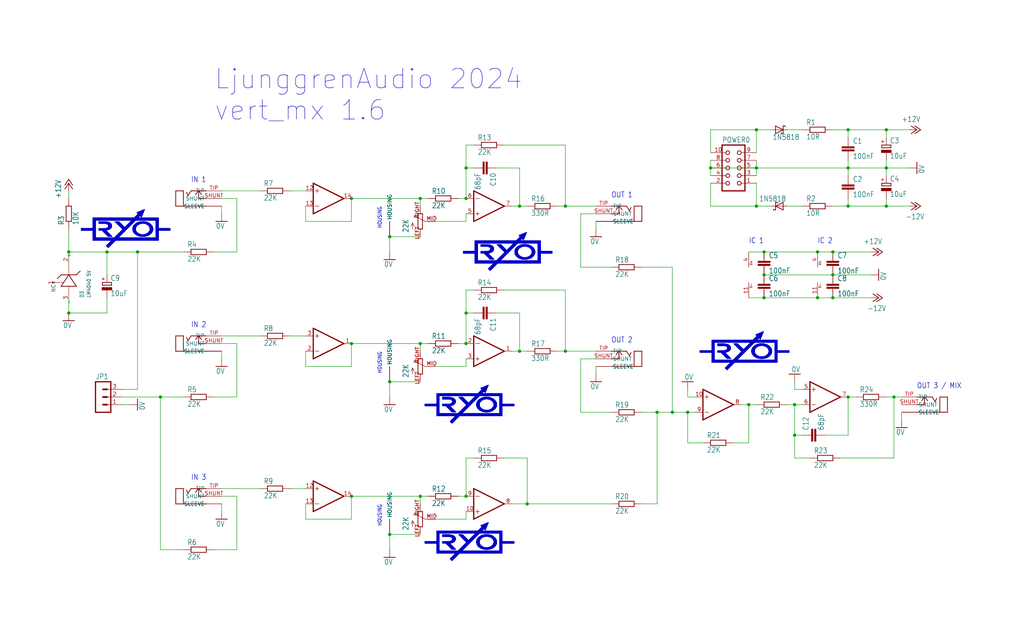
<source format=kicad_sch>
(kicad_sch (version 20231120) (generator "eeschema") (generator_version "8.0")
  (paper "User" 340.436 210.007)
  (junction (at 264.16 144.78))
  (junction (at 129.54 177.8))
  (junction (at 297.18 132.08))
  (junction (at 281.94 55.88))
  (junction (at 187.96 116.84))
  (junction (at 154.94 165.1))
  (junction (at 22.86 104.14))
  (junction (at 53.34 132.08))
  (junction (at 45.72 83.82))
  (junction (at 187.96 68.58))
  (junction (at 139.7 165.1))
  (junction (at 254 99.06))
  (junction (at 139.7 114.3))
  (junction (at 172.72 68.58))
  (junction (at 228.6 137.16))
  (junction (at 281.94 43.18))
  (junction (at 294.64 55.88))
  (junction (at 22.86 83.82))
  (junction (at 154.94 104.14))
  (junction (at 175.26 167.64))
  (junction (at 281.94 132.08))
  (junction (at 294.64 43.18))
  (junction (at 251.46 43.18))
  (junction (at 264.16 134.62))
  (junction (at 254 91.44))
  (junction (at 223.52 137.16))
  (junction (at 218.44 137.16))
  (junction (at 154.94 114.3))
  (junction (at 139.7 66.04))
  (junction (at 251.46 55.88))
  (junction (at 294.64 68.58))
  (junction (at 154.94 66.04))
  (junction (at 271.78 83.82))
  (junction (at 248.92 134.62))
  (junction (at 251.46 68.58))
  (junction (at 276.86 83.82))
  (junction (at 116.84 114.3))
  (junction (at 116.84 66.04))
  (junction (at 129.54 78.74))
  (junction (at 271.78 99.06))
  (junction (at 116.84 165.1))
  (junction (at 154.94 55.88))
  (junction (at 129.54 127))
  (junction (at 236.22 55.88))
  (junction (at 172.72 116.84))
  (junction (at 276.86 91.44))
  (junction (at 276.86 99.06))
  (junction (at 254 83.82))
  (junction (at 281.94 68.58))
  (junction (at 35.56 83.82))
  (wire (pts (xy 264.16 144.78) (xy 264.16 134.62)) (stroke (width 0.1524)))
  (wire (pts (xy 139.7 114.3) (xy 116.84 114.3)) (stroke (width 0.1524)))
  (wire (pts (xy 198.12 116.84) (xy 187.96 116.84)) (stroke (width 0.1524)))
  (wire (pts (xy 78.74 114.3) (xy 73.66 114.3)) (stroke (width 0.1524)))
  (wire (pts (xy 167.64 48.26) (xy 187.96 48.26)) (stroke (width 0.1524)))
  (wire (pts (xy 302.26 55.88) (xy 294.64 55.88)) (stroke (width 0.1524)))
  (wire (pts (xy 157.48 55.88) (xy 154.94 55.88)) (stroke (width 0.1524)))
  (wire (pts (xy 154.94 104.14) (xy 154.94 114.3)) (stroke (width 0.1524)))
  (wire (pts (xy 22.86 104.14) (xy 22.86 99.06)) (stroke (width 0.1524)))
  (wire (pts (xy 228.6 137.16) (xy 223.52 137.16)) (stroke (width 0.1524)))
  (wire (pts (xy 101.6 167.64) (xy 101.6 172.72)) (stroke (width 0.1524)))
  (wire (pts (xy 129.54 78.74) (xy 139.7 78.74)) (stroke (width 0.1524)))
  (wire (pts (xy 60.96 182.88) (xy 53.34 182.88)) (stroke (width 0.1524)))
  (wire (pts (xy 254 99.06) (xy 248.92 99.06)) (stroke (width 0.1524)))
  (wire (pts (xy 187.96 48.26) (xy 187.96 68.58)) (stroke (width 0.1524)))
  (wire (pts (xy 175.26 116.84) (xy 172.72 116.84)) (stroke (width 0.1524)))
  (wire (pts (xy 73.66 170.18) (xy 73.66 167.64)) (stroke (width 0.1524)))
  (wire (pts (xy 218.44 137.16) (xy 218.44 167.64)) (stroke (width 0.1524)))
  (wire (pts (xy 101.6 121.92) (xy 116.84 121.92)) (stroke (width 0.1524)))
  (wire (pts (xy 187.96 116.84) (xy 187.96 96.52)) (stroke (width 0.1524)))
  (wire (pts (xy 73.66 162.56) (xy 86.36 162.56)) (stroke (width 0.1524)))
  (wire (pts (xy 299.72 139.7) (xy 299.72 137.16)) (stroke (width 0.1524)))
  (wire (pts (xy 101.6 116.84) (xy 101.6 121.92)) (stroke (width 0.1524)))
  (wire (pts (xy 233.68 147.32) (xy 228.6 147.32)) (stroke (width 0.1524)))
  (wire (pts (xy 302.26 68.58) (xy 294.64 68.58)) (stroke (width 0.1524)))
  (wire (pts (xy 154.94 172.72) (xy 154.94 170.18)) (stroke (width 0.1524)))
  (wire (pts (xy 281.94 45.72) (xy 281.94 43.18)) (stroke (width 0.1524)))
  (wire (pts (xy 154.94 55.88) (xy 154.94 66.04)) (stroke (width 0.1524)))
  (wire (pts (xy 157.48 152.4) (xy 154.94 152.4)) (stroke (width 0.1524)))
  (wire (pts (xy 203.2 137.16) (xy 193.04 137.16)) (stroke (width 0.1524)))
  (wire (pts (xy 276.86 99.06) (xy 271.78 99.06)) (stroke (width 0.1524)))
  (wire (pts (xy 78.74 83.82) (xy 78.74 66.04)) (stroke (width 0.1524)))
  (wire (pts (xy 73.66 111.76) (xy 86.36 111.76)) (stroke (width 0.1524)))
  (wire (pts (xy 157.48 48.26) (xy 154.94 48.26)) (stroke (width 0.1524)))
  (wire (pts (xy 71.12 83.82) (xy 78.74 83.82)) (stroke (width 0.1524)))
  (wire (pts (xy 281.94 68.58) (xy 276.86 68.58)) (stroke (width 0.1524)))
  (wire (pts (xy 266.7 144.78) (xy 264.16 144.78)) (stroke (width 0.1524)))
  (wire (pts (xy 289.56 91.44) (xy 276.86 91.44)) (stroke (width 0.1524)))
  (wire (pts (xy 276.86 91.44) (xy 254 91.44)) (stroke (width 0.1524)))
  (wire (pts (xy 294.64 53.34) (xy 294.64 55.88)) (stroke (width 0.1524)))
  (wire (pts (xy 172.72 116.84) (xy 170.18 116.84)) (stroke (width 0.1524)))
  (wire (pts (xy 78.74 132.08) (xy 78.74 114.3)) (stroke (width 0.1524)))
  (wire (pts (xy 154.94 48.26) (xy 154.94 55.88)) (stroke (width 0.1524)))
  (wire (pts (xy 129.54 127) (xy 139.7 127)) (stroke (width 0.1524)))
  (wire (pts (xy 71.12 132.08) (xy 78.74 132.08)) (stroke (width 0.1524)))
  (wire (pts (xy 236.22 55.88) (xy 251.46 55.88)) (stroke (width 0.1524)))
  (wire (pts (xy 101.6 68.58) (xy 101.6 73.66)) (stroke (width 0.1524)))
  (wire (pts (xy 142.24 165.1) (xy 139.7 165.1)) (stroke (width 0.1524)))
  (wire (pts (xy 281.94 58.42) (xy 281.94 55.88)) (stroke (width 0.1524)))
  (wire (pts (xy 142.24 66.04) (xy 139.7 66.04)) (stroke (width 0.1524)))
  (wire (pts (xy 236.22 60.96) (xy 236.22 68.58)) (stroke (width 0.1524)))
  (wire (pts (xy 294.64 58.42) (xy 294.64 55.88)) (stroke (width 0.1524)))
  (wire (pts (xy 172.72 68.58) (xy 175.26 68.58)) (stroke (width 0.1524)))
  (wire (pts (xy 43.18 134.62) (xy 40.64 134.62)) (stroke (width 0.1524)))
  (wire (pts (xy 22.86 66.04) (xy 22.86 63.5)) (stroke (width 0.1524)))
  (wire (pts (xy 251.46 43.18) (xy 251.46 50.8)) (stroke (width 0.1524)))
  (wire (pts (xy 203.2 88.9) (xy 193.04 88.9)) (stroke (width 0.1524)))
  (wire (pts (xy 193.04 119.38) (xy 198.12 119.38)) (stroke (width 0.1524)))
  (wire (pts (xy 236.22 55.88) (xy 236.22 58.42)) (stroke (width 0.1524)))
  (wire (pts (xy 256.54 68.58) (xy 251.46 68.58)) (stroke (width 0.1524)))
  (wire (pts (xy 228.6 129.54) (xy 228.6 132.08)) (stroke (width 0.1524)))
  (wire (pts (xy 35.56 83.82) (xy 22.86 83.82)) (stroke (width 0.1524)))
  (wire (pts (xy 101.6 73.66) (xy 116.84 73.66)) (stroke (width 0.1524)))
  (wire (pts (xy 78.74 165.1) (xy 73.66 165.1)) (stroke (width 0.1524)))
  (wire (pts (xy 284.48 132.08) (xy 281.94 132.08)) (stroke (width 0.1524)))
  (wire (pts (xy 139.7 165.1) (xy 116.84 165.1)) (stroke (width 0.1524)))
  (wire (pts (xy 154.94 114.3) (xy 152.4 114.3)) (stroke (width 0.1524)))
  (wire (pts (xy 96.52 162.56) (xy 101.6 162.56)) (stroke (width 0.1524)))
  (wire (pts (xy 45.72 83.82) (xy 45.72 129.54)) (stroke (width 0.1524)))
  (wire (pts (xy 266.7 68.58) (xy 261.62 68.58)) (stroke (width 0.1524)))
  (wire (pts (xy 243.84 147.32) (xy 248.92 147.32)) (stroke (width 0.1524)))
  (wire (pts (xy 213.36 88.9) (xy 223.52 88.9)) (stroke (width 0.1524)))
  (wire (pts (xy 73.66 63.5) (xy 86.36 63.5)) (stroke (width 0.1524)))
  (wire (pts (xy 96.52 111.76) (xy 101.6 111.76)) (stroke (width 0.1524)))
  (wire (pts (xy 264.16 127) (xy 264.16 129.54)) (stroke (width 0.1524)))
  (wire (pts (xy 35.56 91.44) (xy 35.56 83.82)) (stroke (width 0.1524)))
  (wire (pts (xy 193.04 88.9) (xy 193.04 71.12)) (stroke (width 0.1524)))
  (wire (pts (xy 185.42 116.84) (xy 187.96 116.84)) (stroke (width 0.1524)))
  (wire (pts (xy 203.2 167.64) (xy 175.26 167.64)) (stroke (width 0.1524)))
  (wire (pts (xy 281.94 144.78) (xy 281.94 132.08)) (stroke (width 0.1524)))
  (wire (pts (xy 35.56 104.14) (xy 22.86 104.14)) (stroke (width 0.1524)))
  (wire (pts (xy 279.4 152.4) (xy 297.18 152.4)) (stroke (width 0.1524)))
  (wire (pts (xy 187.96 96.52) (xy 167.64 96.52)) (stroke (width 0.1524)))
  (wire (pts (xy 73.66 119.38) (xy 73.66 116.84)) (stroke (width 0.1524)))
  (wire (pts (xy 129.54 182.88) (xy 129.54 177.8)) (stroke (width 0.1524)))
  (wire (pts (xy 22.86 83.82) (xy 22.86 86.36)) (stroke (width 0.1524)))
  (wire (pts (xy 281.94 55.88) (xy 251.46 55.88)) (stroke (width 0.1524)))
  (wire (pts (xy 185.42 68.58) (xy 187.96 68.58)) (stroke (width 0.1524)))
  (wire (pts (xy 53.34 132.08) (xy 40.64 132.08)) (stroke (width 0.1524)))
  (wire (pts (xy 302.26 43.18) (xy 294.64 43.18)) (stroke (width 0.1524)))
  (wire (pts (xy 154.94 96.52) (xy 154.94 104.14)) (stroke (width 0.1524)))
  (wire (pts (xy 294.64 45.72) (xy 294.64 43.18)) (stroke (width 0.1524)))
  (wire (pts (xy 271.78 99.06) (xy 254 99.06)) (stroke (width 0.1524)))
  (wire (pts (xy 289.56 99.06) (xy 276.86 99.06)) (stroke (width 0.1524)))
  (wire (pts (xy 297.18 132.08) (xy 294.64 132.08)) (stroke (width 0.1524)))
  (wire (pts (xy 254 83.82) (xy 248.92 83.82)) (stroke (width 0.1524)))
  (wire (pts (xy 294.64 43.18) (xy 281.94 43.18)) (stroke (width 0.1524)))
  (wire (pts (xy 269.24 152.4) (xy 264.16 152.4)) (stroke (width 0.1524)))
  (wire (pts (xy 73.66 71.12) (xy 73.66 68.58)) (stroke (width 0.1524)))
  (wire (pts (xy 218.44 167.64) (xy 213.36 167.64)) (stroke (width 0.1524)))
  (wire (pts (xy 60.96 83.82) (xy 45.72 83.82)) (stroke (width 0.1524)))
  (wire (pts (xy 154.94 73.66) (xy 154.94 71.12)) (stroke (width 0.1524)))
  (wire (pts (xy 289.56 83.82) (xy 276.86 83.82)) (stroke (width 0.1524)))
  (wire (pts (xy 139.7 167.64) (xy 139.7 165.1)) (stroke (width 0.1524)))
  (wire (pts (xy 157.48 104.14) (xy 154.94 104.14)) (stroke (width 0.1524)))
  (wire (pts (xy 53.34 132.08) (xy 60.96 132.08)) (stroke (width 0.1524)))
  (wire (pts (xy 248.92 147.32) (xy 248.92 134.62)) (stroke (width 0.1524)))
  (wire (pts (xy 274.32 144.78) (xy 281.94 144.78)) (stroke (width 0.1524)))
  (wire (pts (xy 228.6 132.08) (xy 231.14 132.08)) (stroke (width 0.1524)))
  (wire (pts (xy 142.24 114.3) (xy 139.7 114.3)) (stroke (width 0.1524)))
  (wire (pts (xy 236.22 43.18) (xy 251.46 43.18)) (stroke (width 0.1524)))
  (wire (pts (xy 236.22 50.8) (xy 236.22 43.18)) (stroke (width 0.1524)))
  (wire (pts (xy 297.18 152.4) (xy 297.18 132.08)) (stroke (width 0.1524)))
  (wire (pts (xy 236.22 68.58) (xy 251.46 68.58)) (stroke (width 0.1524)))
  (wire (pts (xy 299.72 132.08) (xy 297.18 132.08)) (stroke (width 0.1524)))
  (wire (pts (xy 139.7 116.84) (xy 139.7 114.3)) (stroke (width 0.1524)))
  (wire (pts (xy 71.12 182.88) (xy 78.74 182.88)) (stroke (width 0.1524)))
  (wire (pts (xy 116.84 172.72) (xy 116.84 165.1)) (stroke (width 0.1524)))
  (wire (pts (xy 78.74 182.88) (xy 78.74 165.1)) (stroke (width 0.1524)))
  (wire (pts (xy 266.7 43.18) (xy 261.62 43.18)) (stroke (width 0.1524)))
  (wire (pts (xy 251.46 55.88) (xy 251.46 58.42)) (stroke (width 0.1524)))
  (wire (pts (xy 264.16 152.4) (xy 264.16 144.78)) (stroke (width 0.1524)))
  (wire (pts (xy 116.84 73.66) (xy 116.84 66.04)) (stroke (width 0.1524)))
  (wire (pts (xy 281.94 66.04) (xy 281.94 68.58)) (stroke (width 0.1524)))
  (wire (pts (xy 129.54 83.82) (xy 129.54 78.74)) (stroke (width 0.1524)))
  (wire (pts (xy 172.72 104.14) (xy 165.1 104.14)) (stroke (width 0.1524)))
  (wire (pts (xy 264.16 129.54) (xy 266.7 129.54)) (stroke (width 0.1524)))
  (wire (pts (xy 236.22 53.34) (xy 236.22 55.88)) (stroke (width 0.1524)))
  (wire (pts (xy 144.78 172.72) (xy 154.94 172.72)) (stroke (width 0.1524)))
  (wire (pts (xy 101.6 172.72) (xy 116.84 172.72)) (stroke (width 0.1524)))
  (wire (pts (xy 271.78 83.82) (xy 254 83.82)) (stroke (width 0.1524)))
  (wire (pts (xy 45.72 83.82) (xy 35.56 83.82)) (stroke (width 0.1524)))
  (wire (pts (xy 264.16 134.62) (xy 266.7 134.62)) (stroke (width 0.1524)))
  (wire (pts (xy 294.64 55.88) (xy 281.94 55.88)) (stroke (width 0.1524)))
  (wire (pts (xy 294.64 66.04) (xy 294.64 68.58)) (stroke (width 0.1524)))
  (wire (pts (xy 157.48 96.52) (xy 154.94 96.52)) (stroke (width 0.1524)))
  (wire (pts (xy 251.46 53.34) (xy 251.46 55.88)) (stroke (width 0.1524)))
  (wire (pts (xy 175.26 152.4) (xy 175.26 167.64)) (stroke (width 0.1524)))
  (wire (pts (xy 198.12 76.2) (xy 198.12 73.66)) (stroke (width 0.1524)))
  (wire (pts (xy 193.04 137.16) (xy 193.04 119.38)) (stroke (width 0.1524)))
  (wire (pts (xy 187.96 68.58) (xy 198.12 68.58)) (stroke (width 0.1524)))
  (wire (pts (xy 53.34 182.88) (xy 53.34 132.08)) (stroke (width 0.1524)))
  (wire (pts (xy 116.84 121.92) (xy 116.84 114.3)) (stroke (width 0.1524)))
  (wire (pts (xy 248.92 134.62) (xy 251.46 134.62)) (stroke (width 0.1524)))
  (wire (pts (xy 218.44 137.16) (xy 213.36 137.16)) (stroke (width 0.1524)))
  (wire (pts (xy 231.14 137.16) (xy 228.6 137.16)) (stroke (width 0.1524)))
  (wire (pts (xy 172.72 116.84) (xy 172.72 104.14)) (stroke (width 0.1524)))
  (wire (pts (xy 139.7 66.04) (xy 116.84 66.04)) (stroke (width 0.1524)))
  (wire (pts (xy 144.78 73.66) (xy 154.94 73.66)) (stroke (width 0.1524)))
  (wire (pts (xy 276.86 83.82) (xy 271.78 83.82)) (stroke (width 0.1524)))
  (wire (pts (xy 228.6 147.32) (xy 228.6 137.16)) (stroke (width 0.1524)))
  (wire (pts (xy 139.7 68.58) (xy 139.7 66.04)) (stroke (width 0.1524)))
  (wire (pts (xy 175.26 167.64) (xy 170.18 167.64)) (stroke (width 0.1524)))
  (wire (pts (xy 294.64 68.58) (xy 281.94 68.58)) (stroke (width 0.1524)))
  (wire (pts (xy 152.4 66.04) (xy 154.94 66.04)) (stroke (width 0.1524)))
  (wire (pts (xy 198.12 124.46) (xy 198.12 121.92)) (stroke (width 0.1524)))
  (wire (pts (xy 256.54 43.18) (xy 251.46 43.18)) (stroke (width 0.1524)))
  (wire (pts (xy 45.72 129.54) (xy 40.64 129.54)) (stroke (width 0.1524)))
  (wire (pts (xy 165.1 55.88) (xy 172.72 55.88)) (stroke (width 0.1524)))
  (wire (pts (xy 172.72 55.88) (xy 172.72 68.58)) (stroke (width 0.1524)))
  (wire (pts (xy 96.52 63.5) (xy 101.6 63.5)) (stroke (width 0.1524)))
  (wire (pts (xy 172.72 68.58) (xy 170.18 68.58)) (stroke (width 0.1524)))
  (wire (pts (xy 264.16 134.62) (xy 261.62 134.62)) (stroke (width 0.1524)))
  (wire (pts (xy 251.46 68.58) (xy 251.46 60.96)) (stroke (width 0.1524)))
  (wire (pts (xy 129.54 177.8) (xy 139.7 177.8)) (stroke (width 0.1524)))
  (wire (pts (xy 154.94 121.92) (xy 154.94 119.38)) (stroke (width 0.1524)))
  (wire (pts (xy 167.64 152.4) (xy 175.26 152.4)) (stroke (width 0.1524)))
  (wire (pts (xy 281.94 53.34) (xy 281.94 55.88)) (stroke (width 0.1524)))
  (wire (pts (xy 129.54 132.08) (xy 129.54 127)) (stroke (width 0.1524)))
  (wire (pts (xy 281.94 43.18) (xy 276.86 43.18)) (stroke (width 0.1524)))
  (wire (pts (xy 223.52 88.9) (xy 223.52 137.16)) (stroke (width 0.1524)))
  (wire (pts (xy 154.94 152.4) (xy 154.94 165.1)) (stroke (width 0.1524)))
  (wire (pts (xy 35.56 99.06) (xy 35.56 104.14)) (stroke (width 0.1524)))
  (wire (pts (xy 223.52 137.16) (xy 218.44 137.16)) (stroke (width 0.1524)))
  (wire (pts (xy 193.04 71.12) (xy 198.12 71.12)) (stroke (width 0.1524)))
  (wire (pts (xy 78.74 66.04) (xy 73.66 66.04)) (stroke (width 0.1524)))
  (wire (pts (xy 154.94 165.1) (xy 152.4 165.1)) (stroke (width 0.1524)))
  (wire (pts (xy 22.86 76.2) (xy 22.86 83.82)) (stroke (width 0.1524)))
  (wire (pts (xy 248.92 134.62) (xy 246.38 134.62)) (stroke (width 0.1524)))
  (wire (pts (xy 144.78 121.92) (xy 154.94 121.92)) (stroke (width 0.1524)))
  (rectangle (start 236.6137 120.0785) (end 258.4069 120.0531) (fill (type outline)))
  (rectangle (start 178.8033 86.1695) (end 179.6669 86.1441) (fill (type outline)))
  (rectangle (start 157.8737 82.0039) (end 158.7373 81.9785) (fill (type outline)))
  (rectangle (start 150.9141 184.6707) (end 152.1587 184.6453) (fill (type outline)))
  (rectangle (start 162.8775 178.7017) (end 164.3253 178.6763) (fill (type outline)))
  (rectangle (start 236.6137 118.8085) (end 237.4773 118.7831) (fill (type outline)))
  (rectangle (start 162.4965 85.8393) (end 163.7919 85.8139) (fill (type outline)))
  (rectangle (start 164.0967 179.8955) (end 165.0873 179.8701) (fill (type outline)))
  (rectangle (start 236.6137 114.5413) (end 237.4773 114.5159) (fill (type outline)))
  (rectangle (start 257.5433 117.5385) (end 258.4069 117.5131) (fill (type outline)))
  (rectangle (start 166.1033 181.2163) (end 166.9669 181.1909) (fill (type outline)))
  (rectangle (start 249.8979 116.3955) (end 250.8885 116.3701) (fill (type outline)))
  (rectangle (start 162.0647 85.4075) (end 163.3601 85.3821) (fill (type outline)))
  (rectangle (start 30.8737 72.9869) (end 52.6669 72.9615) (fill (type outline)))
  (rectangle (start 250.1011 115.8367) (end 251.1933 115.8113) (fill (type outline)))
  (rectangle (start 153.9875 181.5973) (end 155.2321 181.5719) (fill (type outline)))
  (rectangle (start 160.5153 177.9905) (end 163.0299 177.9651) (fill (type outline)))
  (rectangle (start 248.8311 114.6937) (end 250.0757 114.6683) (fill (type outline)))
  (rectangle (start 157.8737 84.9249) (end 158.7373 84.8995) (fill (type outline)))
  (rectangle (start 159.6263 132.6769) (end 163.9189 132.6515) (fill (type outline)))
  (rectangle (start 145.1737 183.1975) (end 146.0373 183.1721) (fill (type outline)))
  (rectangle (start 153.9875 83.7565) (end 158.7373 83.7311) (fill (type outline)))
  (rectangle (start 51.8033 73.5457) (end 52.6669 73.5203) (fill (type outline)))
  (rectangle (start 145.1737 182.8673) (end 146.0373 182.8419) (fill (type outline)))
  (rectangle (start 236.6137 115.9383) (end 237.4773 115.9129) (fill (type outline)))
  (rectangle (start 163.5633 135.8519) (end 164.7317 135.8265) (fill (type outline)))
  (rectangle (start 49.5427 75.2729) (end 50.6095 75.2475) (fill (type outline)))
  (rectangle (start 163.0299 83.0707) (end 164.1221 83.0453) (fill (type outline)))
  (rectangle (start 171.5643 82.5373) (end 172.7581 82.5119) (fill (type outline)))
  (rectangle (start 171.2087 84.4931) (end 172.2501 84.4677) (fill (type outline)))
  (rectangle (start 153.6065 181.9783) (end 154.8511 181.9529) (fill (type outline)))
  (rectangle (start 232.7275 117.0559) (end 237.4773 117.0305) (fill (type outline)))
  (rectangle (start 163.6903 135.7249) (end 164.8079 135.6995) (fill (type outline)))
  (rectangle (start 241.3127 118.9355) (end 242.6081 118.9101) (fill (type outline)))
  (rectangle (start 250.3297 118.1735) (end 251.5743 118.1481) (fill (type outline)))
  (rectangle (start 163.8173 87.9475) (end 165.0619 87.9221) (fill (type outline)))
  (rectangle (start 251.5235 111.9505) (end 253.1491 111.9251) (fill (type outline)))
  (rectangle (start 241.6937 115.4303) (end 242.8367 115.4049) (fill (type outline)))
  (rectangle (start 45.5041 74.1553) (end 49.4411 74.1299) (fill (type outline)))
  (rectangle (start 149.7457 186.0677) (end 150.7617 186.0423) (fill (type outline)))
  (rectangle (start 35.9283 74.7649) (end 37.0713 74.7395) (fill (type outline)))
  (rectangle (start 145.1737 132.5499) (end 146.0373 132.5245) (fill (type outline)))
  (rectangle (start 48.8569 74.6887) (end 50.1777 74.6633) (fill (type outline)))
  (rectangle (start 166.1287 82.2833) (end 167.4241 82.2579) (fill (type outline)))
  (rectangle (start 156.8069 133.0579) (end 158.0515 133.0325) (fill (type outline)))
  (rectangle (start 257.5433 116.4717) (end 258.4069 116.4463) (fill (type outline)))
  (rectangle (start 145.1737 183.2737) (end 166.9669 183.2483) (fill (type outline)))
  (rectangle (start 166.1033 134.5057) (end 170.8785 134.4803) (fill (type outline)))
  (rectangle (start 166.1033 133.6421) (end 166.9669 133.6167) (fill (type outline)))
  (rectangle (start 257.5433 114.1603) (end 258.4069 114.1349) (fill (type outline)))
  (rectangle (start 145.1737 183.0705) (end 146.0373 183.0451) (fill (type outline)))
  (rectangle (start 172.2501 79.4639) (end 173.4947 79.4385) (fill (type outline)))
  (rectangle (start 44.1071 76.3651) (end 45.0977 76.3397) (fill (type outline)))
  (rectangle (start 257.5433 117.8941) (end 258.4069 117.8687) (fill (type outline)))
  (rectangle (start 34.8361 77.5589) (end 36.1315 77.5335) (fill (type outline)))
  (rectangle (start 173.0375 86.1187) (end 175.8823 86.0933) (fill (type outline)))
  (rectangle (start 251.5997 119.0625) (end 254.8255 119.0371) (fill (type outline)))
  (rectangle (start 257.5433 115.5065) (end 258.4069 115.4811) (fill (type outline)))
  (rectangle (start 153.4287 133.0833) (end 154.7241 133.0579) (fill (type outline)))
  (rectangle (start 42.7101 74.4347) (end 43.9547 74.4093) (fill (type outline)))
  (rectangle (start 157.8737 86.8807) (end 179.6669 86.8553) (fill (type outline)))
  (rectangle (start 166.1033 137.0965) (end 166.9669 137.0711) (fill (type outline)))
  (rectangle (start 161.0995 130.4671) (end 161.4043 130.4417) (fill (type outline)))
  (rectangle (start 145.1737 132.9309) (end 146.0373 132.9055) (fill (type outline)))
  (rectangle (start 156.0957 179.4891) (end 157.3403 179.4637) (fill (type outline)))
  (rectangle (start 250.9647 114.9731) (end 255.4605 114.9477) (fill (type outline)))
  (rectangle (start 251.4727 111.6203) (end 253.2761 111.5949) (fill (type outline)))
  (rectangle (start 250.5837 118.4529) (end 252.0569 118.4275) (fill (type outline)))
  (rectangle (start 145.1737 133.7183) (end 146.0373 133.6929) (fill (type outline)))
  (rectangle (start 157.8483 132.0165) (end 159.0929 131.9911) (fill (type outline)))
  (rectangle (start 248.1961 115.3287) (end 249.4407 115.3033) (fill (type outline)))
  (rectangle (start 145.1737 178.8287) (end 146.0373 178.8033) (fill (type outline)))
  (rectangle (start 157.8737 84.4423) (end 158.7373 84.4169) (fill (type outline)))
  (rectangle (start 236.6137 119.8499) (end 258.4069 119.8245) (fill (type outline)))
  (rectangle (start 159.8295 83.8327) (end 163.5379 83.8073) (fill (type outline)))
  (rectangle (start 244.5131 119.0117) (end 245.7577 118.9863) (fill (type outline)))
  (rectangle (start 257.5433 117.3353) (end 258.4069 117.3099) (fill (type outline)))
  (rectangle (start 49.2379 74.9427) (end 50.4063 74.9173) (fill (type outline)))
  (rectangle (start 236.6137 118.8339) (end 237.4773 118.8085) (fill (type outline)))
  (rectangle (start 157.8737 81.9785) (end 158.7373 81.9531) (fill (type outline)))
  (rectangle (start 155.8671 179.7177) (end 157.1117 179.6923) (fill (type outline)))
  (rectangle (start 178.8033 82.8421) (end 179.6669 82.8167) (fill (type outline)))
  (rectangle (start 166.1033 179.4383) (end 166.9669 179.4129) (fill (type outline)))
  (rectangle (start 236.6137 113.1697) (end 258.4069 113.1443) (fill (type outline)))
  (rectangle (start 165.6461 81.8007) (end 166.9415 81.7753) (fill (type outline)))
  (rectangle (start 51.8033 73.9775) (end 52.6669 73.9521) (fill (type outline)))
  (rectangle (start 251.2695 112.2045) (end 253.0475 112.1791) (fill (type outline)))
  (rectangle (start 249.8471 116.8273) (end 250.8123 116.8019) (fill (type outline)))
  (rectangle (start 44.4627 75.0443) (end 45.6057 75.0189) (fill (type outline)))
  (rectangle (start 236.6137 120.5357) (end 258.4069 120.5103) (fill (type outline)))
  (rectangle (start 152.9461 132.6007) (end 154.2415 132.5753) (fill (type outline)))
  (rectangle (start 154.1653 181.4195) (end 155.4099 181.3941) (fill (type outline)))
  (rectangle (start 153.5557 136.3091) (end 154.8003 136.2837) (fill (type outline)))
  (rectangle (start 153.3017 132.9563) (end 154.5971 132.9309) (fill (type outline)))
  (rectangle (start 154.3939 179.7685) (end 155.6893 179.7431) (fill (type outline)))
  (rectangle (start 154.4447 134.0993) (end 155.7401 134.0739) (fill (type outline)))
  (rectangle (start 147.1295 180.2511) (end 150.9903 180.2257) (fill (type outline)))
  (rectangle (start 166.1033 136.4869) (end 166.9669 136.4615) (fill (type outline)))
  (rectangle (start 30.8737 75.8571) (end 31.7373 75.8317) (fill (type outline)))
  (rectangle (start 236.6137 118.6561) (end 237.4773 118.6307) (fill (type outline)))
  (rectangle (start 257.5433 114.8715) (end 258.4069 114.8461) (fill (type outline)))
  (rectangle (start 149.6949 185.8899) (end 150.9395 185.8645) (fill (type outline)))
  (rectangle (start 163.3601 133.2357) (end 164.5793 133.2103) (fill (type outline)))
  (rectangle (start 161.5313 84.8741) (end 162.8267 84.8487) (fill (type outline)))
  (rectangle (start 161.1757 130.5433) (end 161.3789 130.5179) (fill (type outline)))
  (rectangle (start 245.3005 115.7351) (end 246.5959 115.7097) (fill (type outline)))
  (rectangle (start 169.1259 82.6389) (end 170.3705 82.6135) (fill (type outline)))
  (rectangle (start 145.1737 183.5023) (end 166.9669 183.4769) (fill (type outline)))
  (rectangle (start 173.4185 81.4197) (end 175.5521 81.3943) (fill (type outline)))
  (rectangle (start 30.8737 79.0321) (end 31.7373 79.0067) (fill (type outline)))
  (rectangle (start 166.1033 180.9877) (end 166.9669 180.9623) (fill (type outline)))
  (rectangle (start 157.7213 132.1435) (end 158.9659 132.1181) (fill (type outline)))
  (rectangle (start 35.9537 81.1911) (end 37.1983 81.1657) (fill (type outline)))
  (rectangle (start 145.1737 132.8293) (end 146.0373 132.8039) (fill (type outline)))
  (rectangle (start 44.2087 75.5523) (end 45.2247 75.5269) (fill (type outline)))
  (rectangle (start 241.8207 115.7859) (end 242.8875 115.7605) (fill (type outline)))
  (rectangle (start 162.8013 86.1441) (end 164.0967 86.1187) (fill (type outline)))
  (rectangle (start 171.9707 79.7433) (end 173.2153 79.7179) (fill (type outline)))
  (rectangle (start 246.3165 116.7511) (end 248.0183 116.7257) (fill (type outline)))
  (rectangle (start 166.1033 134.7089) (end 170.8785 134.6835) (fill (type outline)))
  (rectangle (start 51.8033 76.1619) (end 56.5785 76.1365) (fill (type outline)))
  (rectangle (start 51.8033 75.9079) (end 52.6669 75.8825) (fill (type outline)))
  (rectangle (start 145.1737 182.3085) (end 146.0373 182.2831) (fill (type outline)))
  (rectangle (start 47.1805 70.0405) (end 47.9171 70.0151) (fill (type outline)))
  (rectangle (start 44.7929 72.3011) (end 46.0375 72.2757) (fill (type outline)))
  (rectangle (start 172.2501 81.9277) (end 176.6951 81.9023) (fill (type outline)))
  (rectangle (start 241.7953 116.0145) (end 242.8875 115.9891) (fill (type outline)))
  (rectangle (start 161.4043 128.4859) (end 162.2171 128.4605) (fill (type outline)))
  (rectangle (start 152.6921 137.1727) (end 153.9367 137.1473) (fill (type outline)))
  (rectangle (start 161.4043 84.7471) (end 162.6997 84.7217) (fill (type outline)))
  (rectangle (start 257.5433 116.7765) (end 262.3185 116.7511) (fill (type outline)))
  (rectangle (start 160.0073 132.4737) (end 163.5633 132.4483) (fill (type outline)))
  (rectangle (start 255.5367 117.2845) (end 256.5273 117.2591) (fill (type outline)))
  (rectangle (start 157.8737 85.6361) (end 158.7373 85.6107) (fill (type outline)))
  (rectangle (start 40.5765 76.1111) (end 42.2783 76.0857) (fill (type outline)))
  (rectangle (start 163.6141 181.5211) (end 164.7571 181.4957) (fill (type outline)))
  (rectangle (start 166.1033 181.4703) (end 166.9669 181.4449) (fill (type outline)))
  (rectangle (start 257.5433 116.6495) (end 262.3185 116.6241) (fill (type outline)))
  (rectangle (start 178.8033 81.6737) (end 179.6669 81.6483) (fill (type outline)))
  (rectangle (start 152.5397 183.0451) (end 153.7843 183.0197) (fill (type outline)))
  (rectangle (start 157.8737 85.7885) (end 158.7373 85.7631) (fill (type outline)))
  (rectangle (start 30.8737 79.8449) (end 52.6669 79.8195) (fill (type outline)))
  (rectangle (start 254.3937 118.4529) (end 255.8161 118.4275) (fill (type outline)))
  (rectangle (start 244.1829 114.6175) (end 245.4783 114.5921) (fill (type outline)))
  (rectangle (start 257.5433 119.4943) (end 258.4069 119.4689) (fill (type outline)))
  (rectangle (start 159.8295 83.7819) (end 163.6141 83.7565) (fill (type outline)))
  (rectangle (start 248.1707 115.3541) (end 249.4153 115.3287) (fill (type outline)))
  (rectangle (start 26.9875 76.2889) (end 31.7373 76.2635) (fill (type outline)))
  (rectangle (start 159.0421 178.8541) (end 160.3629 178.8287) (fill (type outline)))
  (rectangle (start 41.9481 75.1967) (end 43.1927 75.1713) (fill (type outline)))
  (rectangle (start 166.1033 137.2235) (end 166.9669 137.1981) (fill (type outline)))
  (rectangle (start 145.1737 183.7309) (end 166.9669 183.7055) (fill (type outline)))
  (rectangle (start 248.3231 115.2017) (end 249.5677 115.1763) (fill (type outline)))
  (rectangle (start 35.8267 75.7047) (end 37.0205 75.6793) (fill (type outline)))
  (rectangle (start 157.8737 86.6013) (end 158.7373 86.5759) (fill (type outline)))
  (rectangle (start 257.5433 114.4143) (end 258.4069 114.3889) (fill (type outline)))
  (rectangle (start 43.2943 73.8505) (end 44.5389 73.8251) (fill (type outline)))
  (rectangle (start 253.9111 115.0747) (end 255.6129 115.0493) (fill (type outline)))
  (rectangle (start 249.9233 117.4115) (end 250.9393 117.3861) (fill (type outline)))
  (rectangle (start 154.2415 135.6233) (end 155.4861 135.5979) (fill (type outline)))
  (rectangle (start 178.8033 85.0773) (end 179.6669 85.0519) (fill (type outline)))
  (rectangle (start 46.8757 72.1233) (end 47.0789 72.0979) (fill (type outline)))
  (rectangle (start 236.6137 119.1895) (end 237.4773 119.1641) (fill (type outline)))
  (rectangle (start 46.0375 70.4977) (end 47.7393 70.4723) (fill (type outline)))
  (rectangle (start 145.1737 178.9557) (end 146.0373 178.9303) (fill (type outline)))
  (rectangle (start 145.1737 132.2705) (end 146.0373 132.2451) (fill (type outline)))
  (rectangle (start 151.1935 184.3913) (end 152.4381 184.3659) (fill (type outline)))
  (rectangle (start 166.4335 85.3313) (end 167.6781 85.3059) (fill (type outline)))
  (rectangle (start 157.4673 178.1175) (end 158.7119 178.0921) (fill (type outline)))
  (rectangle (start 145.1737 182.0799) (end 146.0373 182.0545) (fill (type outline)))
  (rectangle (start 141.2875 134.4803) (end 146.0373 134.4549) (fill (type outline)))
  (rectangle (start 158.4071 180.4797) (end 159.3977 180.4543) (fill (type outline)))
  (rectangle (start 152.8445 178.2191) (end 154.1399 178.1937) (fill (type outline)))
  (rectangle (start 236.6137 114.6429) (end 237.4773 114.6175) (fill (type outline)))
  (rectangle (start 154.9019 180.2765) (end 156.5529 180.2511) (fill (type outline)))
  (rectangle (start 157.8737 81.7499) (end 158.7373 81.7245) (fill (type outline)))
  (rectangle (start 242.6589 120.8659) (end 243.9035 120.8405) (fill (type outline)))
  (rectangle (start 246.4181 117.1067) (end 247.6627 117.0813) (fill (type outline)))
  (rectangle (start 46.3169 70.3961) (end 47.7901 70.3707) (fill (type outline)))
  (rectangle (start 30.8737 74.0537) (end 31.7373 74.0283) (fill (type outline)))
  (rectangle (start 145.1737 136.1567) (end 146.0373 136.1313) (fill (type outline)))
  (rectangle (start 154.5463 134.2009) (end 156.9085 134.1755) (fill (type outline)))
  (rectangle (start 176.8475 84.0867) (end 177.8381 84.0613) (fill (type outline)))
  (rectangle (start 158.6357 179.4129) (end 159.7025 179.3875) (fill (type outline)))
  (rectangle (start 241.1349 122.5169) (end 242.2525 122.4915) (fill (type outline)))
  (rectangle (start 157.8737 85.2043) (end 158.7373 85.1789) (fill (type outline)))
  (rectangle (start 147.1295 134.7089) (end 150.7109 134.6835) (fill (type outline)))
  (rectangle (start 43.0403 74.1045) (end 44.2849 74.0791) (fill (type outline)))
  (rectangle (start 178.8033 85.1535) (end 179.6669 85.1281) (fill (type outline)))
  (rectangle (start 156.9593 178.6255) (end 158.2039 178.6001) (fill (type outline)))
  (rectangle (start 157.7721 177.8127) (end 159.0167 177.7873) (fill (type outline)))
  (rectangle (start 158.7373 181.4703) (end 159.8803 181.4449) (fill (type outline)))
  (rectangle (start 170.1927 81.5721) (end 171.4373 81.5467) (fill (type outline)))
  (rectangle (start 51.8033 77.2287) (end 52.6669 77.2033) (fill (type outline)))
  (rectangle (start 166.1033 133.4643) (end 166.9669 133.4389) (fill (type outline)))
  (rectangle (start 241.4143 116.4463) (end 242.7097 116.4209) (fill (type outline)))
  (rectangle (start 178.8033 84.0105) (end 183.5785 83.9851) (fill (type outline)))
  (rectangle (start 157.8737 86.4235) (end 158.7373 86.3981) (fill (type outline)))
  (rectangle (start 145.1737 182.0545) (end 146.0373 182.0291) (fill (type outline)))
  (rectangle (start 44.7675 72.3265) (end 46.0121 72.3011) (fill (type outline)))
  (rectangle (start 166.1033 180.5305) (end 170.8785 180.5051) (fill (type outline)))
  (rectangle (start 250.3805 113.0935) (end 251.6251 113.0681) (fill (type outline)))
  (rectangle (start 150.0251 179.9209) (end 151.2697 179.8955) (fill (type outline)))
  (rectangle (start 145.1737 137.6045) (end 166.9669 137.5791) (fill (type outline)))
  (rectangle (start 145.1737 179.9717) (end 146.0373 179.9463) (fill (type outline)))
  (rectangle (start 153.3525 178.7271) (end 154.6479 178.7017) (fill (type outline)))
  (rectangle (start 30.8737 74.0029) (end 31.7373 73.9775) (fill (type outline)))
  (rectangle (start 246.3927 117.1321) (end 247.6373 117.1067) (fill (type outline)))
  (rectangle (start 157.8737 87.0585) (end 179.6669 87.0331) (fill (type outline)))
  (rectangle (start 30.8737 77.0509) (end 31.7373 77.0255) (fill (type outline)))
  (rectangle (start 150.2029 182.7657) (end 151.4983 182.7403) (fill (type outline)))
  (rectangle (start 246.5197 116.9543) (end 247.8151 116.9289) (fill (type outline)))
  (rectangle (start 173.9265 77.7621) (end 174.8917 77.7367) (fill (type outline)))
  (rectangle (start 145.1737 180.8607) (end 146.0373 180.8353) (fill (type outline)))
  (rectangle (start 162.5219 85.8647) (end 163.8173 85.8393) (fill (type outline)))
  (rectangle (start 236.6137 113.5253) (end 258.4069 113.4999) (fill (type outline)))
  (rectangle (start 165.7985 85.9663) (end 167.0431 85.9409) (fill (type outline)))
  (rectangle (start 249.9487 117.4877) (end 250.9647 117.4623) (fill (type outline)))
  (rectangle (start 166.1033 136.3345) (end 166.9669 136.3091) (fill (type outline)))
  (rectangle (start 46.3931 78.6003) (end 48.5521 78.5749) (fill (type outline)))
  (rectangle (start 166.1033 137.3251) (end 166.9669 137.2997) (fill (type outline)))
  (rectangle (start 38.7731 78.3717) (end 40.0177 78.3463) (fill (type outline)))
  (rectangle (start 141.2875 180.5305) (end 146.0373 180.5051) (fill (type outline)))
  (rectangle (start 149.5679 136.4107) (end 150.8633 136.3853) (fill (type outline)))
  (rectangle (start 245.5291 117.9957) (end 246.7737 117.9703) (fill (type outline)))
  (rectangle (start 44.4881 75.0189) (end 45.6311 74.9935) (fill (type outline)))
  (rectangle (start 162.4203 89.5223) (end 163.4871 89.4969) (fill (type outline)))
  (rectangle (start 246.0879 117.4369) (end 247.3325 117.4115) (fill (type outline)))
  (rectangle (start 178.8033 84.2391) (end 183.5785 84.2137) (fill (type outline)))
  (rectangle (start 160.5153 182.6895) (end 163.0299 182.6641) (fill (type outline)))
  (rectangle (start 150.4569 139.4079) (end 151.7015 139.3825) (fill (type outline)))
  (rectangle (start 257.5433 118.7831) (end 258.4069 118.7577) (fill (type outline)))
  (rectangle (start 30.8737 78.5749) (end 31.7373 78.5495) (fill (type outline)))
  (rectangle (start 250.6853 118.5291) (end 252.2347 118.5037) (fill (type outline)))
  (rectangle (start 175.0187 82.0293) (end 176.8475 82.0039) (fill (type outline)))
  (rectangle (start 145.1737 180.9877) (end 146.0373 180.9623) (fill (type outline)))
  (rectangle (start 149.9743 139.8905) (end 151.2189 139.8651) (fill (type outline)))
  (rectangle (start 158.9913 136.0805) (end 160.3121 136.0551) (fill (type outline)))
  (rectangle (start 45.6311 74.0791) (end 49.3141 74.0537) (fill (type outline)))
  (rectangle (start 166.1033 181.0639) (end 166.9669 181.0385) (fill (type outline)))
  (rectangle (start 249.8471 117.0305) (end 250.8377 117.0051) (fill (type outline)))
  (rectangle (start 160.2105 136.8679) (end 163.3347 136.8425) (fill (type outline)))
  (rectangle (start 168.7449 83.0199) (end 169.9895 82.9945) (fill (type outline)))
  (rectangle (start 171.1325 83.4517) (end 172.1231 83.4263) (fill (type outline)))
  (rectangle (start 147.1295 180.5051) (end 150.5839 180.4797) (fill (type outline)))
  (rectangle (start 32.8295 76.4667) (end 36.0045 76.4413) (fill (type outline)))
  (rectangle (start 251.9045 111.0869) (end 253.5047 111.0615) (fill (type outline)))
  (rectangle (start 157.8737 82.3595) (end 158.7373 82.3341) (fill (type outline)))
  (rectangle (start 166.1033 132.3721) (end 166.9669 132.3467) (fill (type outline)))
  (rectangle (start 44.6913 77.6605) (end 46.0121 77.6351) (fill (type outline)))
  (rectangle (start 145.1737 180.0225) (end 146.0373 179.9971) (fill (type outline)))
  (rectangle (start 159.2961 130.5179) (end 160.5407 130.4925) (fill (type outline)))
  (rectangle (start 249.9233 116.2939) (end 250.9139 116.2685) (fill (type outline)))
  (rectangle (start 164.1475 180.0733) (end 165.1127 180.0479) (fill (type outline)))
  (rectangle (start 147.1295 134.9375) (end 150.1521 134.9121) (fill (type outline)))
  (rectangle (start 241.7699 115.5573) (end 242.8621 115.5319) (fill (type outline)))
  (rectangle (start 35.6997 78.4225) (end 36.9951 78.3971) (fill (type outline)))
  (rectangle (start 160.1851 129.5527) (end 161.7853 129.5273) (fill (type outline)))
  (rectangle (start 141.2875 134.9375) (end 146.0373 134.9121) (fill (type outline)))
  (rectangle (start 145.1737 133.4897) (end 146.0373 133.4643) (fill (type outline)))
  (rectangle (start 163.1061 178.8033) (end 164.4269 178.7779) (fill (type outline)))
  (rectangle (start 153.0477 132.7023) (end 154.3431 132.6769) (fill (type outline)))
  (rectangle (start 171.1071 83.5533) (end 172.0977 83.5279) (fill (type outline)))
  (rectangle (start 160.2105 129.6035) (end 161.7599 129.5781) (fill (type outline)))
  (rectangle (start 42.7863 74.3585) (end 44.0309 74.3331) (fill (type outline)))
  (rectangle (start 158.0007 131.8641) (end 159.2453 131.8387) (fill (type outline)))
  (rectangle (start 145.1737 182.7657) (end 146.0373 182.7403) (fill (type outline)))
  (rectangle (start 148.5773 135.4201) (end 149.8727 135.3947) (fill (type outline)))
  (rectangle (start 166.3065 85.4583) (end 167.5511 85.4329) (fill (type outline)))
  (rectangle (start 145.1737 131.5085) (end 166.9669 131.4831) (fill (type outline)))
  (rectangle (start 241.6175 121.9073) (end 242.8621 121.8819) (fill (type outline)))
  (rectangle (start 172.2247 81.9531) (end 176.7205 81.9277) (fill (type outline)))
  (rectangle (start 251.2949 111.4425) (end 253.3523 111.4171) (fill (type outline)))
  (rectangle (start 30.8737 79.2861) (end 52.6669 79.2607) (fill (type outline)))
  (rectangle (start 163.8935 181.2163) (end 164.9349 181.1909) (fill (type outline)))
  (rectangle (start 255.4605 116.2177) (end 256.4765 116.1923) (fill (type outline)))
  (rectangle (start 36.0807 75.2983) (end 37.1475 75.2729) (fill (type outline)))
  (rectangle (start 141.2875 134.5057) (end 146.0373 134.4803) (fill (type outline)))
  (rectangle (start 45.5295 70.7771) (end 47.6123 70.7517) (fill (type outline)))
  (rectangle (start 157.8737 86.2203) (end 158.7373 86.1949) (fill (type outline)))
  (rectangle (start 236.6137 119.3419) (end 237.4773 119.3165) (fill (type outline)))
  (rectangle (start 244.4369 119.0879) (end 245.6815 119.0625) (fill (type outline)))
  (rectangle (start 49.8221 76.5683) (end 50.8127 76.5429) (fill (type outline)))
  (rectangle (start 166.3827 85.3821) (end 167.6273 85.3567) (fill (type outline)))
  (rectangle (start 252.7681 114.3381) (end 253.6825 114.3127) (fill (type outline)))
  (rectangle (start 157.8737 81.3943) (end 158.7373 81.3689) (fill (type outline)))
  (rectangle (start 257.5433 116.1415) (end 258.4069 116.1161) (fill (type outline)))
  (rectangle (start 38.8239 74.3585) (end 40.1193 74.3331) (fill (type outline)))
  (rectangle (start 170.1673 81.5975) (end 171.4119 81.5721) (fill (type outline)))
  (rectangle (start 48.4505 74.5109) (end 49.9745 74.4855) (fill (type outline)))
  (rectangle (start 166.1033 182.1053) (end 166.9669 182.0799) (fill (type outline)))
  (rectangle (start 145.1737 177.1015) (end 166.9669 177.0761) (fill (type outline)))
  (rectangle (start 247.5865 115.9383) (end 248.8311 115.9129) (fill (type outline)))
  (rectangle (start 39.3573 74.8919) (end 40.6527 74.8665) (fill (type outline)))
  (rectangle (start 145.1737 135.4963) (end 146.0373 135.4709) (fill (type outline)))
  (rectangle (start 241.0333 116.5733) (end 242.6081 116.5479) (fill (type outline)))
  (rectangle (start 255.4605 117.4877) (end 256.4765 117.4623) (fill (type outline)))
  (rectangle (start 173.7741 79.6417) (end 174.1043 79.6163) (fill (type outline)))
  (rectangle (start 236.6137 117.5131) (end 237.4773 117.4877) (fill (type outline)))
  (rectangle (start 157.8991 177.6857) (end 159.1437 177.6603) (fill (type outline)))
  (rectangle (start 152.6413 182.9435) (end 153.8859 182.9181) (fill (type outline)))
  (rectangle (start 30.8737 79.5147) (end 52.6669 79.4893) (fill (type outline)))
  (rectangle (start 145.1737 133.2103) (end 146.0373 133.1849) (fill (type outline)))
  (rectangle (start 159.6517 136.5885) (end 163.8935 136.5631) (fill (type outline)))
  (rectangle (start 164.0459 179.7431) (end 165.0365 179.7177) (fill (type outline)))
  (rectangle (start 48.3489 74.4855) (end 49.9237 74.4601) (fill (type outline)))
  (rectangle (start 153.0985 136.7663) (end 154.3431 136.7409) (fill (type outline)))
  (rectangle (start 250.4567 113.0173) (end 251.7013 112.9919) (fill (type outline)))
  (rectangle (start 159.7279 175.8061) (end 161.5567 175.7807) (fill (type outline)))
  (rectangle (start 51.8033 75.0189) (end 52.6669 74.9935) (fill (type outline)))
  (rectangle (start 257.5433 115.7351) (end 258.4069 115.7097) (fill (type outline)))
  (rectangle (start 250.0249 116.0145) (end 251.0663 115.9891) (fill (type outline)))
  (rectangle (start 173.9011 79.7687) (end 174.0535 79.7433) (fill (type outline)))
  (rectangle (start 44.2849 77.0763) (end 45.3517 77.0509) (fill (type outline)))
  (rectangle (start 176.8475 83.7057) (end 177.8381 83.6803) (fill (type outline)))
  (rectangle (start 49.8475 76.2889) (end 50.8381 76.2635) (fill (type outline)))
  (rectangle (start 51.8033 78.6003) (end 52.6669 78.5749) (fill (type outline)))
  (rectangle (start 150.1521 186.4741) (end 150.3553 186.4487) (fill (type outline)))
  (rectangle (start 158.6865 135.6741) (end 159.8041 135.6487) (fill (type outline)))
  (rectangle (start 243.8781 119.6467) (end 245.1227 119.6213) (fill (type outline)))
  (rectangle (start 176.8475 84.0105) (end 177.8381 83.9851) (fill (type outline)))
  (rectangle (start 157.8737 85.5091) (end 158.7373 85.4837) (fill (type outline)))
  (rectangle (start 163.2331 181.8005) (end 164.5285 181.7751) (fill (type outline)))
  (rectangle (start 154.2161 181.3687) (end 155.4607 181.3433) (fill (type outline)))
  (rectangle (start 150.5585 139.3063) (end 151.8031 139.2809) (fill (type outline)))
  (rectangle (start 241.6683 121.8565) (end 242.9129 121.8311) (fill (type outline)))
  (rectangle (start 163.1569 88.6079) (end 164.4015 88.5825) (fill (type outline)))
  (rectangle (start 172.5295 85.8901) (end 176.4157 85.8647) (fill (type outline)))
  (rectangle (start 159.4485 132.8039) (end 161.4043 132.7785) (fill (type outline)))
  (rectangle (start 159.8295 81.8007) (end 163.6141 81.7753) (fill (type outline)))
  (rectangle (start 35.4457 81.6991) (end 36.6903 81.6737) (fill (type outline)))
  (rectangle (start 147.1295 132.6007) (end 150.9141 132.5753) (fill (type outline)))
  (rectangle (start 257.5433 114.8207) (end 258.4069 114.7953) (fill (type outline)))
  (rectangle (start 47.0535 70.0913) (end 47.9171 70.0659) (fill (type outline)))
  (rectangle (start 145.1737 180.0733) (end 146.0373 180.0479) (fill (type outline)))
  (rectangle (start 43.5991 73.5457) (end 44.8437 73.5203) (fill (type outline)))
  (rectangle (start 161.0233 84.3661) (end 162.3187 84.3407) (fill (type outline)))
  (rectangle (start 145.1737 131.2291) (end 166.9669 131.2037) (fill (type outline)))
  (rectangle (start 236.6137 114.8207) (end 237.4773 114.7953) (fill (type outline)))
  (rectangle (start 38.8239 78.3209) (end 40.0685 78.2955) (fill (type outline)))
  (rectangle (start 51.8033 78.0669) (end 52.6669 78.0415) (fill (type outline)))
  (rectangle (start 51.8033 77.0001) (end 52.6669 76.9747) (fill (type outline)))
  (rectangle (start 49.4665 77.2287) (end 50.5587 77.2033) (fill (type outline)))
  (rectangle (start 164.1221 134.9375) (end 165.1127 134.9121) (fill (type outline)))
  (rectangle (start 45.5549 74.1299) (end 49.4157 74.1045) (fill (type outline)))
  (rectangle (start 164.1221 180.6575) (end 165.1127 180.6321) (fill (type outline)))
  (rectangle (start 145.1737 176.6951) (end 166.9669 176.6697) (fill (type outline)))
  (rectangle (start 166.1033 181.1147) (end 166.9669 181.0893) (fill (type outline)))
  (rectangle (start 238.5695 117.1575) (end 241.5921 117.1321) (fill (type outline)))
  (rectangle (start 257.5433 114.3635) (end 258.4069 114.3381) (fill (type outline)))
  (rectangle (start 49.7967 75.7809) (end 50.7873 75.7555) (fill (type outline)))
  (rectangle (start 162.8267 89.9287) (end 163.0807 89.9033) (fill (type outline)))
  (rectangle (start 166.1033 137.2489) (end 166.9669 137.2235) (fill (type outline)))
  (rectangle (start 236.6137 119.4943) (end 237.4773 119.4689) (fill (type outline)))
  (rectangle (start 145.1737 179.5653) (end 146.0373 179.5399) (fill (type outline)))
  (rectangle (start 30.8737 74.4093) (end 31.7373 74.3839) (fill (type outline)))
  (rectangle (start 36.1061 81.0387) (end 37.3507 81.0133) (fill (type outline)))
  (rectangle (start 149.7203 140.1445) (end 150.9649 140.1191) (fill (type outline)))
  (rectangle (start 151.1173 138.7475) (end 152.3619 138.7221) (fill (type outline)))
  (rectangle (start 153.8859 181.6989) (end 155.1305 181.6735) (fill (type outline)))
  (rectangle (start 32.8295 74.1045) (end 36.4871 74.0791) (fill (type outline)))
  (rectangle (start 158.6103 179.4383) (end 159.6771 179.4129) (fill (type outline)))
  (rectangle (start 149.7711 186.0931) (end 150.7363 186.0677) (fill (type outline)))
  (rectangle (start 164.1475 180.1495) (end 165.1381 180.1241) (fill (type outline)))
  (rectangle (start 154.2669 179.6415) (end 155.5623 179.6161) (fill (type outline)))
  (rectangle (start 149.3139 178.5747) (end 151.1935 178.5493) (fill (type outline)))
  (rectangle (start 236.6137 119.4435) (end 237.4773 119.4181) (fill (type outline)))
  (rectangle (start 149.6441 132.9055) (end 151.2189 132.8801) (fill (type outline)))
  (rectangle (start 30.8737 73.5457) (end 31.7373 73.5203) (fill (type outline)))
  (rectangle (start 252.0569 111.0361) (end 253.5301 111.0107) (fill (type outline)))
  (rectangle (start 40.5257 76.0603) (end 42.3291 76.0349) (fill (type outline)))
  (rectangle (start 166.1033 133.1849) (end 166.9669 133.1595) (fill (type outline)))
  (rectangle (start 169.4053 82.3595) (end 170.6499 82.3341) (fill (type outline)))
  (rectangle (start 159.8803 129.2479) (end 161.9123 129.2225) (fill (type outline)))
  (rectangle (start 166.1033 135.0137) (end 170.8785 134.9883) (fill (type outline)))
  (rectangle (start 145.1737 136.6393) (end 146.0373 136.6139) (fill (type outline)))
  (rectangle (start 157.8737 80.5307) (end 179.6669 80.5053) (fill (type outline)))
  (rectangle (start 162.3949 89.3699) (end 163.6395 89.3445) (fill (type outline)))
  (rectangle (start 141.2875 180.7337) (end 146.0373 180.7083) (fill (type outline)))
  (rectangle (start 241.8207 121.7041) (end 243.0653 121.6787) (fill (type outline)))
  (rectangle (start 167.6019 84.1629) (end 168.8465 84.1375) (fill (type outline)))
  (rectangle (start 46.9773 72.2249) (end 47.0281 72.1995) (fill (type outline)))
  (rectangle (start 145.1737 182.3339) (end 146.0373 182.3085) (fill (type outline)))
  (rectangle (start 150.3299 179.5907) (end 151.4221 179.5653) (fill (type outline)))
  (rectangle (start 249.9233 117.4369) (end 250.9393 117.4115) (fill (type outline)))
  (rectangle (start 249.5169 114.0079) (end 250.7615 113.9825) (fill (type outline)))
  (rectangle (start 162.1155 85.4583) (end 163.4109 85.4329) (fill (type outline)))
  (rectangle (start 241.5921 122.9741) (end 241.7953 122.9487) (fill (type outline)))
  (rectangle (start 251.3965 111.5441) (end 253.3015 111.5187) (fill (type outline)))
  (rectangle (start 145.1737 133.1595) (end 146.0373 133.1341) (fill (type outline)))
  (rectangle (start 145.1737 180.9115) (end 146.0373 180.8861) (fill (type outline)))
  (rectangle (start 158.4833 135.1915) (end 159.4993 135.1661) (fill (type outline)))
  (rectangle (start 255.5621 116.5225) (end 256.5527 116.4971) (fill (type outline)))
  (rectangle (start 157.8737 85.0519) (end 158.7373 85.0265) (fill (type outline)))
  (rectangle (start 47.4853 69.9135) (end 47.9679 69.8881) (fill (type outline)))
  (rectangle (start 44.1579 76.6191) (end 45.1485 76.5937) (fill (type outline)))
  (rectangle (start 153.4287 136.4361) (end 154.6733 136.4107) (fill (type outline)))
  (rectangle (start 163.8173 179.3621) (end 164.8841 179.3367) (fill (type outline)))
  (rectangle (start 236.6137 115.4811) (end 237.4773 115.4557) (fill (type outline)))
  (rectangle (start 257.5433 114.6429) (end 258.4069 114.6175) (fill (type outline)))
  (rectangle (start 168.5925 83.1723) (end 169.8371 83.1469) (fill (type outline)))
  (rectangle (start 152.9715 178.3461) (end 154.2669 178.3207) (fill (type outline)))
  (rectangle (start 44.5897 77.5335) (end 45.8343 77.5081) (fill (type outline)))
  (rectangle (start 171.4119 84.8995) (end 172.5295 84.8741) (fill (type outline)))
  (rectangle (start 171.6405 82.4611) (end 172.8597 82.4357) (fill (type outline)))
  (rectangle (start 51.8033 76.4159) (end 56.5785 76.3905) (fill (type outline)))
  (rectangle (start 159.8295 83.6549) (end 163.7665 83.6295) (fill (type outline)))
  (rectangle (start 244.7163 115.1509) (end 246.0117 115.1255) (fill (type outline)))
  (rectangle (start 159.8295 84.2137) (end 162.5727 84.1883) (fill (type outline)))
  (rectangle (start 236.6137 120.5611) (end 258.4069 120.5357) (fill (type outline)))
  (rectangle (start 30.8737 79.8957) (end 52.6669 79.8703) (fill (type outline)))
  (rectangle (start 47.9171 69.7357) (end 48.0695 69.7103) (fill (type outline)))
  (rectangle (start 150.3807 133.5151) (end 151.4475 133.4897) (fill (type outline)))
  (rectangle (start 255.0287 115.6335) (end 256.1717 115.6081) (fill (type outline)))
  (rectangle (start 160.2359 178.0921) (end 163.3093 178.0667) (fill (type outline)))
  (rectangle (start 148.7805 135.6233) (end 150.0759 135.5979) (fill (type outline)))
  (rectangle (start 155.9941 179.5907) (end 157.2387 179.5653) (fill (type outline)))
  (rectangle (start 157.8737 87.3887) (end 179.6669 87.3633) (fill (type outline)))
  (rectangle (start 250.2281 118.0465) (end 251.3965 118.0211) (fill (type outline)))
  (rectangle (start 153.9875 179.3621) (end 155.2829 179.3367) (fill (type outline)))
  (rectangle (start 46.9265 70.1421) (end 47.8917 70.1167) (fill (type outline)))
  (rectangle (start 51.8033 77.6351) (end 52.6669 77.6097) (fill (type outline)))
  (rectangle (start 257.5433 115.0239) (end 258.4069 114.9985) (fill (type outline)))
  (rectangle (start 49.4665 75.1713) (end 50.5587 75.1459) (fill (type outline)))
  (rectangle (start 162.4457 89.3191) (end 163.6903 89.2937) (fill (type outline)))
  (rectangle (start 160.9471 177.8889) (end 162.6235 177.8635) (fill (type outline)))
  (rectangle (start 257.5433 118.8339) (end 258.4069 118.8085) (fill (type outline)))
  (rectangle (start 150.0505 134.1755) (end 151.2951 134.1501) (fill (type outline)))
  (rectangle (start 158.4579 135.0391) (end 159.4485 135.0137) (fill (type outline)))
  (rectangle (start 42.3037 74.8411) (end 43.5483 74.8157) (fill (type outline)))
  (rectangle (start 157.8737 81.4959) (end 158.7373 81.4705) (fill (type outline)))
  (rectangle (start 153.2763 132.9309) (end 154.5717 132.9055) (fill (type outline)))
  (rectangle (start 49.8475 76.0857) (end 50.8381 76.0603) (fill (type outline)))
  (rectangle (start 169.8879 81.8769) (end 171.1325 81.8515) (fill (type outline)))
  (rectangle (start 41.7957 75.3491) (end 43.0403 75.3237) (fill (type outline)))
  (rectangle (start 35.4457 81.9277) (end 36.4617 81.9023) (fill (type outline)))
  (rectangle (start 175.8569 85.3313) (end 177.1777 85.3059) (fill (type outline)))
  (rectangle (start 166.1033 133.7437) (end 166.9669 133.7183) (fill (type outline)))
  (rectangle (start 255.0033 115.6081) (end 256.1463 115.5827) (fill (type outline)))
  (rectangle (start 164.1475 134.8359) (end 165.1381 134.8105) (fill (type outline)))
  (rectangle (start 257.5433 116.5225) (end 258.4069 116.4971) (fill (type outline)))
  (rectangle (start 157.8737 86.9315) (end 179.6669 86.9061) (fill (type outline)))
  (rectangle (start 178.8033 86.4997) (end 179.6669 86.4743) (fill (type outline)))
  (rectangle (start 44.5643 77.5081) (end 45.7835 77.4827) (fill (type outline)))
  (rectangle (start 166.1033 133.0833) (end 166.9669 133.0579) (fill (type outline)))
  (rectangle (start 35.9029 81.2419) (end 37.1475 81.2165) (fill (type outline)))
  (rectangle (start 152.6413 137.2235) (end 153.8859 137.1981) (fill (type outline)))
  (rectangle (start 39.8399 77.3049) (end 41.0845 77.2795) (fill (type outline)))
  (rectangle (start 178.8033 81.2165) (end 179.6669 81.1911) (fill (type outline)))
  (rectangle (start 30.8737 73.6219) (end 31.7373 73.5965) (fill (type outline)))
  (rectangle (start 34.8615 77.5843) (end 36.1569 77.5589) (fill (type outline)))
  (rectangle (start 32.8295 76.6191) (end 35.4711 76.5937) (fill (type outline)))
  (rectangle (start 149.6187 182.1815) (end 150.9141 182.1561) (fill (type outline)))
  (rectangle (start 145.1737 136.7409) (end 146.0373 136.7155) (fill (type outline)))
  (rectangle (start 145.1737 180.9623) (end 146.0373 180.9369) (fill (type outline)))
  (rectangle (start 236.6137 118.2243) (end 237.4773 118.1989) (fill (type outline)))
  (rectangle (start 30.8737 78.1685) (end 31.7373 78.1431) (fill (type outline)))
  (rectangle (start 171.8945 82.2071) (end 173.3169 82.1817) (fill (type outline)))
  (rectangle (start 249.8979 117.3099) (end 250.8885 117.2845) (fill (type outline)))
  (rectangle (start 164.0713 179.8193) (end 165.0619 179.7939) (fill (type outline)))
  (rectangle (start 45.2247 71.8693) (end 46.4693 71.8439) (fill (type outline)))
  (rectangle (start 159.8295 83.8835) (end 163.4617 83.8581) (fill (type outline)))
  (rectangle (start 176.4157 82.7405) (end 177.5333 82.7151) (fill (type outline)))
  (rectangle (start 166.4335 82.5881) (end 167.7289 82.5627) (fill (type outline)))
  (rectangle (start 257.5433 119.3927) (end 258.4069 119.3673) (fill (type outline)))
  (rectangle (start 158.4325 134.2009) (end 159.4485 134.1755) (fill (type outline)))
  (rectangle (start 160.5153 136.9695) (end 163.0299 136.9441) (fill (type outline)))
  (rectangle (start 240.6777 118.3005) (end 241.9731 118.2751) (fill (type outline)))
  (rectangle (start 150.3807 179.1589) (end 151.4475 179.1335) (fill (type outline)))
  (rectangle (start 157.8737 83.5279) (end 158.7373 83.5025) (fill (type outline)))
  (rectangle (start 42.4307 74.7141) (end 43.6753 74.6887) (fill (type outline)))
  (rectangle (start 238.5695 114.5921) (end 241.9223 114.5667) (fill (type outline)))
  (rectangle (start 160.0073 175.5267) (end 161.6837 175.5013) (fill (type outline)))
  (rectangle (start 145.1737 182.4609) (end 146.0373 182.4355) (fill (type outline)))
  (rectangle (start 173.6725 79.5401) (end 174.1551 79.5147) (fill (type outline)))
  (rectangle (start 158.7627 135.7757) (end 159.9057 135.7503) (fill (type outline)))
  (rectangle (start 163.4871 181.6227) (end 164.6809 181.5973) (fill (type outline)))
  (rectangle (start 161.3281 177.8381) (end 162.2425 177.8127) (fill (type outline)))
  (rectangle (start 157.8737 87.2363) (end 179.6669 87.2109) (fill (type outline)))
  (rectangle (start 51.8033 76.6699) (end 56.5785 76.6445) (fill (type outline)))
  (rectangle (start 154.6479 135.2169) (end 155.8925 135.1915) (fill (type outline)))
  (rectangle (start 49.8475 76.3905) (end 50.8381 76.3651) (fill (type outline)))
  (rectangle (start 145.1737 135.5471) (end 146.0373 135.5217) (fill (type outline)))
  (rectangle (start 145.1737 132.7531) (end 146.0373 132.7277) (fill (type outline)))
  (rectangle (start 149.7965 134.3025) (end 151.2189 134.2771) (fill (type outline)))
  (rectangle (start 145.1737 137.1473) (end 146.0373 137.1219) (fill (type outline)))
  (rectangle (start 157.8991 131.9657) (end 159.1437 131.9403) (fill (type outline)))
  (rectangle (start 32.8295 76.1873) (end 36.5887 76.1619) (fill (type outline)))
  (rectangle (start 172.1485 85.6615) (end 176.7713 85.6361) (fill (type outline)))
  (rectangle (start 154.1145 179.4891) (end 155.4099 179.4637) (fill (type outline)))
  (rectangle (start 257.5433 116.8527) (end 262.3185 116.8273) (fill (type outline)))
  (rectangle (start 166.1033 135.1661) (end 166.9669 135.1407) (fill (type outline)))
  (rectangle (start 239.9665 117.5893) (end 241.2619 117.5639) (fill (type outline)))
  (rectangle (start 150.6601 184.9247) (end 151.9047 184.8993) (fill (type outline)))
  (rectangle (start 242.3033 121.2215) (end 243.5479 121.1961) (fill (type outline)))
  (rectangle (start 172.3009 79.4131) (end 174.2059 79.3877) (fill (type outline)))
  (rectangle (start 178.8033 82.7913) (end 179.6669 82.7659) (fill (type outline)))
  (rectangle (start 245.0719 115.5065) (end 246.3673 115.4811) (fill (type outline)))
  (rectangle (start 30.8737 77.6351) (end 31.7373 77.6097) (fill (type outline)))
  (rectangle (start 44.7675 74.6887) (end 46.0883 74.6633) (fill (type outline)))
  (rectangle (start 245.3005 118.2243) (end 246.5451 118.1989) (fill (type outline)))
  (rectangle (start 156.9085 178.6763) (end 158.1531 178.6509) (fill (type outline)))
  (rectangle (start 150.7871 139.0777) (end 152.0317 139.0523) (fill (type outline)))
  (rectangle (start 158.6865 179.3113) (end 159.7787 179.2859) (fill (type outline)))
  (rectangle (start 257.5433 118.1735) (end 258.4069 118.1481) (fill (type outline)))
  (rectangle (start 250.2027 118.0211) (end 251.3711 117.9957) (fill (type outline)))
  (rectangle (start 154.2923 135.5725) (end 155.5369 135.5471) (fill (type outline)))
  (rectangle (start 162.7505 182.0291) (end 164.2745 182.0037) (fill (type outline)))
  (rectangle (start 145.1737 183.6039) (end 166.9669 183.5785) (fill (type outline)))
  (rectangle (start 160.9471 132.1689) (end 162.6235 132.1435) (fill (type outline)))
  (rectangle (start 178.8033 84.1629) (end 183.5785 84.1375) (fill (type outline)))
  (rectangle (start 145.1737 133.3881) (end 146.0373 133.3627) (fill (type outline)))
  (rectangle (start 154.4193 181.1655) (end 155.6639 181.1401) (fill (type outline)))
  (rectangle (start 157.8737 81.0133) (end 158.7373 80.9879) (fill (type outline)))
  (rectangle (start 150.3045 179.0065) (end 151.4221 178.9811) (fill (type outline)))
  (rectangle (start 153.8097 136.0551) (end 155.0543 136.0297) (fill (type outline)))
  (rectangle (start 166.2049 82.3595) (end 167.5003 82.3341) (fill (type outline)))
  (rectangle (start 41.5671 75.5777) (end 42.8117 75.5523) (fill (type outline)))
  (rectangle (start 51.8033 73.8759) (end 52.6669 73.8505) (fill (type outline)))
  (rectangle (start 157.8737 81.3689) (end 158.7373 81.3435) (fill (type outline)))
  (rectangle (start 161.2265 174.2821) (end 162.1917 174.2567) (fill (type outline)))
  (rectangle (start 149.0853 181.6481) (end 150.3807 181.6227) (fill (type outline)))
  (rectangle (start 157.8737 84.5439) (end 158.7373 84.5185) (fill (type outline)))
  (rectangle (start 255.5621 117.1575) (end 256.5527 117.1321) (fill (type outline)))
  (rectangle (start 152.8191 178.1937) (end 154.1145 178.1683) (fill (type outline)))
  (rectangle (start 154.8765 180.7083) (end 156.1211 180.6829) (fill (type outline)))
  (rectangle (start 45.3009 78.1431) (end 49.6189 78.1177) (fill (type outline)))
  (rectangle (start 172.3009 85.7631) (end 176.6189 85.7377) (fill (type outline)))
  (rectangle (start 156.5021 133.3627) (end 157.7467 133.3373) (fill (type outline)))
  (rectangle (start 40.0431 77.1017) (end 41.2877 77.0763) (fill (type outline)))
  (rectangle (start 145.1737 138.0871) (end 166.9669 138.0617) (fill (type outline)))
  (rectangle (start 249.8471 116.9289) (end 250.8377 116.9035) (fill (type outline)))
  (rectangle (start 46.6471 71.8947) (end 47.1551 71.8693) (fill (type outline)))
  (rectangle (start 238.5695 115.0239) (end 242.5827 114.9985) (fill (type outline)))
  (rectangle (start 145.1737 132.6515) (end 146.0373 132.6261) (fill (type outline)))
  (rectangle (start 162.2425 85.5853) (end 163.5379 85.5599) (fill (type outline)))
  (rectangle (start 145.1737 181.3433) (end 146.0373 181.3179) (fill (type outline)))
  (rectangle (start 163.1569 178.8287) (end 164.4777 178.8033) (fill (type outline)))
  (rectangle (start 49.8221 75.8571) (end 50.8127 75.8317) (fill (type outline)))
  (rectangle (start 157.8737 85.9155) (end 158.7373 85.8901) (fill (type outline)))
  (rectangle (start 44.8945 74.5871) (end 46.3169 74.5617) (fill (type outline)))
  (rectangle (start 30.8737 78.9559) (end 31.7373 78.9305) (fill (type outline)))
  (rectangle (start 166.1033 177.9143) (end 166.9669 177.8889) (fill (type outline)))
  (rectangle (start 145.1737 178.0667) (end 146.0373 178.0413) (fill (type outline)))
  (rectangle (start 153.0477 136.8171) (end 154.2923 136.7917) (fill (type outline)))
  (rectangle (start 34.7345 77.4573) (end 36.0299 77.4319) (fill (type outline)))
  (rectangle (start 166.1033 179.8955) (end 166.9669 179.8701) (fill (type outline)))
  (rectangle (start 166.1033 137.0711) (end 166.9669 137.0457) (fill (type outline)))
  (rectangle (start 236.6137 113.4491) (end 258.4069 113.4237) (fill (type outline)))
  (rectangle (start 176.8729 83.8073) (end 177.8381 83.7819) (fill (type outline)))
  (rectangle (start 153.2255 132.8801) (end 154.5209 132.8547) (fill (type outline)))
  (rectangle (start 35.0901 77.8129) (end 36.3855 77.7875) (fill (type outline)))
  (rectangle (start 152.4889 177.8635) (end 153.7843 177.8381) (fill (type outline)))
  (rectangle (start 145.1737 137.5283) (end 166.9669 137.5029) (fill (type outline)))
  (rectangle (start 156.0703 179.5145) (end 157.3149 179.4891) (fill (type outline)))
  (rectangle (start 165.7985 81.9531) (end 167.0939 81.9277) (fill (type outline)))
  (rectangle (start 40.4749 76.0095) (end 42.3799 75.9841) (fill (type outline)))
  (rectangle (start 255.5367 116.4209) (end 256.5273 116.3955) (fill (type outline)))
  (rectangle (start 257.5433 115.2779) (end 258.4069 115.2525) (fill (type outline)))
  (rectangle (start 158.6611 181.3687) (end 159.7787 181.3433) (fill (type outline)))
  (rectangle (start 252.4887 110.8583) (end 253.6063 110.8329) (fill (type outline)))
  (rectangle (start 36.7157 80.4291) (end 37.9603 80.4037) (fill (type outline)))
  (rectangle (start 162.5473 89.6493) (end 163.3601 89.6239) (fill (type outline)))
  (rectangle (start 35.3949 81.8769) (end 36.5125 81.8515) (fill (type outline)))
  (rectangle (start 147.1295 178.2699) (end 150.8379 178.2445) (fill (type outline)))
  (rectangle (start 249.9741 116.1161) (end 250.9901 116.0907) (fill (type outline)))
  (rectangle (start 167.6527 84.1121) (end 168.8973 84.0867) (fill (type outline)))
  (rectangle (start 150.0505 136.8933) (end 151.3459 136.8679) (fill (type outline)))
  (rectangle (start 38.4429 73.9775) (end 39.7383 73.9521) (fill (type outline)))
  (rectangle (start 232.7275 116.8781) (end 237.4773 116.8527) (fill (type outline)))
  (rectangle (start 148.3487 135.1915) (end 149.6441 135.1661) (fill (type outline)))
  (rectangle (start 236.6137 117.9957) (end 237.4773 117.9703) (fill (type outline)))
  (rectangle (start 236.6137 120.4849) (end 258.4069 120.4595) (fill (type outline)))
  (rectangle (start 141.2875 180.4289) (end 146.0373 180.4035) (fill (type outline)))
  (rectangle (start 166.1033 136.8171) (end 166.9669 136.7917) (fill (type outline)))
  (rectangle (start 36.1569 80.9879) (end 37.4015 80.9625) (fill (type outline)))
  (rectangle (start 257.5433 115.6843) (end 258.4069 115.6589) (fill (type outline)))
  (rectangle (start 152.9461 182.6387) (end 154.1907 182.6133) (fill (type outline)))
  (rectangle (start 236.6137 116.3447) (end 237.4773 116.3193) (fill (type outline)))
  (rectangle (start 158.5341 133.8961) (end 159.5501 133.8707) (fill (type outline)))
  (rectangle (start 145.1737 178.5747) (end 146.0373 178.5493) (fill (type outline)))
  (rectangle (start 45.8597 78.4225) (end 49.0855 78.3971) (fill (type outline)))
  (rectangle (start 145.1737 177.0761) (end 166.9669 177.0507) (fill (type outline)))
  (rectangle (start 163.3855 135.9789) (end 164.6301 135.9535) (fill (type outline)))
  (rectangle (start 255.5621 117.1321) (end 256.5527 117.1067) (fill (type outline)))
  (rectangle (start 176.3649 84.9503) (end 177.5079 84.9249) (fill (type outline)))
  (rectangle (start 159.7787 136.6647) (end 163.7411 136.6393) (fill (type outline)))
  (rectangle (start 150.3807 133.4643) (end 151.4475 133.4389) (fill (type outline)))
  (rectangle (start 151.3205 138.5443) (end 152.5651 138.5189) (fill (type outline)))
  (rectangle (start 44.3865 77.2541) (end 45.5041 77.2287) (fill (type outline)))
  (rectangle (start 149.5171 136.3599) (end 150.8125 136.3345) (fill (type outline)))
  (rectangle (start 145.1737 181.6227) (end 146.0373 181.5973) (fill (type outline)))
  (rectangle (start 157.8737 81.5467) (end 158.7373 81.5213) (fill (type outline)))
  (rectangle (start 36.9443 80.2005) (end 38.1889 80.1751) (fill (type outline)))
  (rectangle (start 145.1737 182.1053) (end 146.0373 182.0799) (fill (type outline)))
  (rectangle (start 45.4533 74.1807) (end 49.4919 74.1553) (fill (type outline)))
  (rectangle (start 244.2845 114.7191) (end 245.5799 114.6937) (fill (type outline)))
  (rectangle (start 154.3939 135.4709) (end 155.6385 135.4455) (fill (type outline)))
  (rectangle (start 254.6731 115.3795) (end 255.9431 115.3541) (fill (type outline)))
  (rectangle (start 257.5433 117.7417) (end 258.4069 117.7163) (fill (type outline)))
  (rectangle (start 149.5679 182.1307) (end 150.8633 182.1053) (fill (type outline)))
  (rectangle (start 241.4651 119.0879) (end 242.7605 119.0625) (fill (type outline)))
  (rectangle (start 157.3403 178.2445) (end 158.5849 178.2191) (fill (type outline)))
  (rectangle (start 241.4905 119.1133) (end 242.7859 119.0879) (fill (type outline)))
  (rectangle (start 162.9029 83.2739) (end 164.0459 83.2485) (fill (type outline)))
  (rectangle (start 163.8173 135.5725) (end 164.9095 135.5471) (fill (type outline)))
  (rectangle (start 160.7947 182.7657) (end 162.7251 182.7403) (fill (type outline)))
  (rectangle (start 246.0371 116.4717) (end 248.2977 116.4463) (fill (type outline)))
  (rectangle (start 236.6137 119.9515) (end 258.4069 119.9261) (fill (type outline)))
  (rectangle (start 257.5433 116.7257) (end 262.3185 116.7003) (fill (type outline)))
  (rectangle (start 158.5849 179.5145) (end 159.6263 179.4891) (fill (type outline)))
  (rectangle (start 150.3807 179.4637) (end 151.4475 179.4383) (fill (type outline)))
  (rectangle (start 154.2669 133.9215) (end 155.5623 133.8961) (fill (type outline)))
  (rectangle (start 141.2875 135.0137) (end 146.0373 134.9883) (fill (type outline)))
  (rectangle (start 255.5113 116.2939) (end 256.5019 116.2685) (fill (type outline)))
  (rectangle (start 166.1033 133.7691) (end 166.9669 133.7437) (fill (type outline)))
  (rectangle (start 251.4219 111.2901) (end 253.4285 111.2647) (fill (type outline)))
  (rectangle (start 153.8097 133.4643) (end 155.1051 133.4389) (fill (type outline)))
  (rectangle (start 257.5433 116.1923) (end 258.4069 116.1669) (fill (type outline)))
  (rectangle (start 157.5435 178.0413) (end 158.7881 178.0159) (fill (type outline)))
  (rectangle (start 145.1737 132.1943) (end 146.0373 132.1689) (fill (type outline)))
  (rectangle (start 160.1343 129.5019) (end 161.7853 129.4765) (fill (type outline)))
  (rectangle (start 164.0459 180.9369) (end 165.0619 180.9115) (fill (type outline)))
  (rectangle (start 166.1033 181.5973) (end 166.9669 181.5719) (fill (type outline)))
  (rectangle (start 26.9875 75.9841) (end 31.7373 75.9587) (fill (type outline)))
  (rectangle (start 44.3357 77.1779) (end 45.4279 77.1525) (fill (type outline)))
  (rectangle (start 149.7965 182.3593) (end 151.0919 182.3339) (fill (type outline)))
  (rectangle (start 166.1033 177.7111) (end 166.9669 177.6857) (fill (type outline)))
  (rectangle (start 166.9669 84.7979) (end 168.2115 84.7725) (fill (type outline)))
  (rectangle (start 150.3553 133.4135) (end 151.4475 133.3881) (fill (type outline)))
  (rectangle (start 152.6667 137.1981) (end 153.9113 137.1727) (fill (type outline)))
  (rectangle (start 244.7417 118.7831) (end 245.9863 118.7577) (fill (type outline)))
  (rectangle (start 145.1737 137.3505) (end 146.0373 137.3251) (fill (type outline)))
  (rectangle (start 158.7119 181.4195) (end 159.8295 181.3941) (fill (type outline)))
  (rectangle (start 249.3391 114.1857) (end 250.5837 114.1603) (fill (type outline)))
  (rectangle (start 160.6169 174.5361) (end 162.0901 174.5107) (fill (type outline)))
  (rectangle (start 166.1033 134.8867) (end 170.8785 134.8613) (fill (type outline)))
  (rectangle (start 166.1033 137.4267) (end 166.9669 137.4013) (fill (type outline)))
  (rectangle (start 178.8033 82.2579) (end 179.6669 82.2325) (fill (type outline)))
  (rectangle (start 159.2453 182.0291) (end 160.7947 182.0037) (fill (type outline)))
  (rectangle (start 250.1011 117.8433) (end 251.1933 117.8179) (fill (type outline)))
  (rectangle (start 150.1013 136.9441) (end 151.3967 136.9187) (fill (type outline)))
  (rectangle (start 150.2791 133.2357) (end 151.3967 133.2103) (fill (type outline)))
  (rectangle (start 166.6621 82.8167) (end 167.9575 82.7913) (fill (type outline)))
  (rectangle (start 166.1033 134.3533) (end 166.9669 134.3279) (fill (type outline)))
  (rectangle (start 158.5341 133.8707) (end 159.5755 133.8453) (fill (type outline)))
  (rectangle (start 39.2557 77.8891) (end 40.5003 77.8637) (fill (type outline)))
  (rectangle (start 172.7327 78.6003) (end 174.5361 78.5749) (fill (type outline)))
  (rectangle (start 162.0139 85.3567) (end 163.3093 85.3313) (fill (type outline)))
  (rectangle (start 41.9989 75.1459) (end 43.2435 75.1205) (fill (type outline)))
  (rectangle (start 35.2679 77.9907) (end 36.5633 77.9653) (fill (type outline)))
  (rectangle (start 46.8249 72.0725) (end 47.0789 72.0471) (fill (type outline)))
  (rectangle (start 166.1033 134.8359) (end 170.8785 134.8105) (fill (type outline)))
  (rectangle (start 236.6137 113.3475) (end 258.4069 113.3221) (fill (type outline)))
  (rectangle (start 165.3921 86.3727) (end 166.6367 86.3473) (fill (type outline)))
  (rectangle (start 36.5633 80.5815) (end 37.8079 80.5561) (fill (type outline)))
  (rectangle (start 145.1737 184.0357) (end 166.9669 184.0103) (fill (type outline)))
  (rectangle (start 32.8295 73.9267) (end 36.1315 73.9013) (fill (type outline)))
  (rectangle (start 51.8033 79.0829) (end 52.6669 79.0575) (fill (type outline)))
  (rectangle (start 40.5257 76.6191) (end 41.7703 76.5937) (fill (type outline)))
  (rectangle (start 166.1033 135.4963) (end 166.9669 135.4709) (fill (type outline)))
  (rectangle (start 30.8737 77.3049) (end 31.7373 77.2795) (fill (type outline)))
  (rectangle (start 178.8033 82.5373) (end 179.6669 82.5119) (fill (type outline)))
  (rectangle (start 34.6837 77.4065) (end 35.9791 77.3811) (fill (type outline)))
  (rectangle (start 236.6137 116.5733) (end 237.4773 116.5479) (fill (type outline)))
  (rectangle (start 166.1033 136.2329) (end 166.9669 136.2075) (fill (type outline)))
  (rectangle (start 152.4635 137.4013) (end 153.7081 137.3759) (fill (type outline)))
  (rectangle (start 145.1737 181.9275) (end 146.0373 181.9021) (fill (type outline)))
  (rectangle (start 236.6137 119.5959) (end 237.4773 119.5705) (fill (type outline)))
  (rectangle (start 176.7967 83.4009) (end 177.7873 83.3755) (fill (type outline)))
  (rectangle (start 166.1033 182.9181) (end 166.9669 182.8927) (fill (type outline)))
  (rectangle (start 156.3497 133.5151) (end 157.5943 133.4897) (fill (type outline)))
  (rectangle (start 145.1737 137.0203) (end 146.0373 136.9949) (fill (type outline)))
  (rectangle (start 157.2133 178.3715) (end 158.4579 178.3461) (fill (type outline)))
  (rectangle (start 158.4579 180.7591) (end 159.4485 180.7337) (fill (type outline)))
  (rectangle (start 243.9797 119.5451) (end 245.2243 119.5197) (fill (type outline)))
  (rectangle (start 236.6137 119.6975) (end 237.4773 119.6721) (fill (type outline)))
  (rectangle (start 145.1737 184.0103) (end 166.9669 183.9849) (fill (type outline)))
  (rectangle (start 51.8033 75.2983) (end 52.6669 75.2729) (fill (type outline)))
  (rectangle (start 157.9753 131.8895) (end 159.2199 131.8641) (fill (type outline)))
  (rectangle (start 153.1493 136.7155) (end 154.3939 136.6901) (fill (type outline)))
  (rectangle (start 49.8475 76.0603) (end 50.8381 76.0349) (fill (type outline)))
  (rectangle (start 47.4091 69.9389) (end 47.9679 69.9135) (fill (type outline)))
  (rectangle (start 36.0299 75.4761) (end 37.1221 75.4507) (fill (type outline)))
  (rectangle (start 149.0091 181.5719) (end 150.3045 181.5465) (fill (type outline)))
  (rectangle (start 157.8737 86.9061) (end 179.6669 86.8807) (fill (type outline)))
  (rectangle (start 44.2341 76.8985) (end 45.2501 76.8731) (fill (type outline)))
  (rectangle (start 44.1071 76.2635) (end 45.0977 76.2381) (fill (type outline)))
  (rectangle (start 236.6137 119.9261) (end 258.4069 119.9007) (fill (type outline)))
  (rectangle (start 250.4313 113.0427) (end 251.6759 113.0173) (fill (type outline)))
  (rectangle (start 45.8089 78.3971) (end 49.1363 78.3717) (fill (type outline)))
  (rectangle (start 166.5097 85.2551) (end 167.7543 85.2297) (fill (type outline)))
  (rectangle (start 157.8737 85.3059) (end 158.7373 85.2805) (fill (type outline)))
  (rectangle (start 236.6137 115.8621) (end 237.4773 115.8367) (fill (type outline)))
  (rectangle (start 250.7615 118.5799) (end 252.4125 118.5545) (fill (type outline)))
  (rectangle (start 176.4919 82.8167) (end 177.5587 82.7913) (fill (type outline)))
  (rectangle (start 176.8475 83.6549) (end 177.8381 83.6295) (fill (type outline)))
  (rectangle (start 30.8737 74.5617) (end 31.7373 74.5363) (fill (type outline)))
  (rectangle (start 241.1857 122.5677) (end 242.2017 122.5423) (fill (type outline)))
  (rectangle (start 154.9019 180.6829) (end 156.1465 180.6575) (fill (type outline)))
  (rectangle (start 148.2725 180.8353) (end 149.5679 180.8099) (fill (type outline)))
  (rectangle (start 241.7953 115.6081) (end 242.8875 115.5827) (fill (type outline)))
  (rectangle (start 150.8125 184.7723) (end 152.0571 184.7469) (fill (type outline)))
  (rectangle (start 45.5041 70.7263) (end 47.6377 70.7009) (fill (type outline)))
  (rectangle (start 154.8765 134.5311) (end 156.5783 134.5057) (fill (type outline)))
  (rectangle (start 252.3871 114.3889) (end 254.0635 114.3635) (fill (type outline)))
  (rectangle (start 152.6921 178.0667) (end 153.9875 178.0413) (fill (type outline)))
  (rectangle (start 241.6175 115.3541) (end 242.8113 115.3287) (fill (type outline)))
  (rectangle (start 166.1033 131.9911) (end 166.9669 131.9657) (fill (type outline)))
  (rectangle (start 178.8033 85.2805) (end 179.6669 85.2551) (fill (type outline)))
  (rectangle (start 158.4325 134.3279) (end 159.3977 134.3025) (fill (type outline)))
  (rectangle (start 152.3873 183.1975) (end 153.6319 183.1721) (fill (type outline)))
  (rectangle (start 149.7711 178.6509) (end 151.2443 178.6255) (fill (type outline)))
  (rectangle (start 150.1267 140.7287) (end 150.3807 140.7033) (fill (type outline)))
  (rectangle (start 178.8033 83.2993) (end 179.6669 83.2739) (fill (type outline)))
  (rectangle (start 150.1013 133.0833) (end 151.3459 133.0579) (fill (type outline)))
  (rectangle (start 163.9951 179.6415) (end 165.0111 179.6161) (fill (type outline)))
  (rectangle (start 154.1653 135.6995) (end 155.4099 135.6741) (fill (type outline)))
  (rectangle (start 158.9151 133.2865) (end 160.1089 133.2611) (fill (type outline)))
  (rectangle (start 178.8033 82.4865) (end 179.6669 82.4611) (fill (type outline)))
  (rectangle (start 51.8033 75.2475) (end 52.6669 75.2221) (fill (type outline)))
  (rectangle (start 157.8737 87.2109) (end 179.6669 87.1855) (fill (type outline)))
  (rectangle (start 160.9217 130.2893) (end 161.4805 130.2639) (fill (type outline)))
  (rectangle (start 45.2501 71.8439) (end 46.4947 71.8185) (fill (type outline)))
  (rectangle (start 162.4711 136.3853) (end 164.1729 136.3599) (fill (type outline)))
  (rectangle (start 178.8033 83.8073) (end 183.5785 83.7819) (fill (type outline)))
  (rectangle (start 236.6137 120.4087) (end 258.4069 120.3833) (fill (type outline)))
  (rectangle (start 157.8737 85.4837) (end 158.7373 85.4583) (fill (type outline)))
  (rectangle (start 164.0967 179.8701) (end 165.0873 179.8447) (fill (type outline)))
  (rectangle (start 158.4833 179.7685) (end 159.4993 179.7431) (fill (type outline)))
  (rectangle (start 249.8471 116.6241) (end 250.8377 116.5987) (fill (type outline)))
  (rectangle (start 145.1737 179.2605) (end 146.0373 179.2351) (fill (type outline)))
  (rectangle (start 30.8737 73.9775) (end 31.7373 73.9521) (fill (type outline)))
  (rectangle (start 160.2105 175.2981) (end 161.7599 175.2727) (fill (type outline)))
  (rectangle (start 251.7775 119.1387) (end 254.6223 119.1133) (fill (type outline)))
  (rectangle (start 162.1409 85.4837) (end 163.4363 85.4583) (fill (type outline)))
  (rectangle (start 46.4439 70.3453) (end 47.7901 70.3199) (fill (type outline)))
  (rectangle (start 159.8295 81.4959) (end 162.9537 81.4705) (fill (type outline)))
  (rectangle (start 158.5849 133.7691) (end 159.6263 133.7437) (fill (type outline)))
  (rectangle (start 163.2839 178.9049) (end 164.5539 178.8795) (fill (type outline)))
  (rectangle (start 159.1437 130.6703) (end 160.3883 130.6449) (fill (type outline)))
  (rectangle (start 43.6499 73.4949) (end 44.8945 73.4695) (fill (type outline)))
  (rectangle (start 166.1033 132.5245) (end 166.9669 132.4991) (fill (type outline)))
  (rectangle (start 160.0327 174.7647) (end 161.9885 174.7393) (fill (type outline)))
  (rectangle (start 43.1927 73.9521) (end 44.4373 73.9267) (fill (type outline)))
  (rectangle (start 163.3093 136.0297) (end 164.5793 136.0043) (fill (type outline)))
  (rectangle (start 246.2657 116.7003) (end 248.0691 116.6749) (fill (type outline)))
  (rectangle (start 153.4541 136.4107) (end 154.6987 136.3853) (fill (type outline)))
  (rectangle (start 178.8033 84.5947) (end 179.6669 84.5693) (fill (type outline)))
  (rectangle (start 30.8737 77.0255) (end 31.7373 77.0001) (fill (type outline)))
  (rectangle (start 145.1737 183.5277) (end 166.9669 183.5023) (fill (type outline)))
  (rectangle (start 150.1521 140.7541) (end 150.3553 140.7287) (fill (type outline)))
  (rectangle (start 43.4467 73.6981) (end 44.6913 73.6727) (fill (type outline)))
  (rectangle (start 49.6443 76.9747) (end 50.6857 76.9493) (fill (type outline)))
  (rectangle (start 153.9367 135.9281) (end 155.1813 135.9027) (fill (type outline)))
  (rectangle (start 34.0233 76.7461) (end 35.3187 76.7207) (fill (type outline)))
  (rectangle (start 35.3949 75.9079) (end 36.8935 75.8825) (fill (type outline)))
  (rectangle (start 32.8295 74.3331) (end 36.7919 74.3077) (fill (type outline)))
  (rectangle (start 166.3319 85.4329) (end 167.5765 85.4075) (fill (type outline)))
  (rectangle (start 178.8033 82.5119) (end 179.6669 82.4865) (fill (type outline)))
  (rectangle (start 162.9537 83.1977) (end 164.0713 83.1723) (fill (type outline)))
  (rectangle (start 51.8033 78.8035) (end 52.6669 78.7781) (fill (type outline)))
  (rectangle (start 46.9773 78.7019) (end 47.9171 78.6765) (fill (type outline)))
  (rectangle (start 178.8033 84.8487) (end 179.6669 84.8233) (fill (type outline)))
  (rectangle (start 158.7373 135.7503) (end 159.8803 135.7249) (fill (type outline)))
  (rectangle (start 245.6561 117.8687) (end 246.9007 117.8433) (fill (type outline)))
  (rectangle (start 157.8737 86.1441) (end 158.7373 86.1187) (fill (type outline)))
  (rectangle (start 161.6837 85.0265) (end 162.9791 85.0011) (fill (type outline)))
  (rectangle (start 147.1295 178.1429) (end 150.6093 178.1175) (fill (type outline)))
  (rectangle (start 49.8221 75.8063) (end 50.8127 75.7809) (fill (type outline)))
  (rectangle (start 161.0487 84.3915) (end 162.3441 84.3661) (fill (type outline)))
  (rectangle (start 154.2415 181.3433) (end 155.4861 181.3179) (fill (type outline)))
  (rectangle (start 157.8737 87.5919) (end 179.6669 87.5665) (fill (type outline)))
  (rectangle (start 51.8033 74.0537) (end 52.6669 74.0283) (fill (type outline)))
  (rectangle (start 149.8981 132.9817) (end 151.2951 132.9563) (fill (type outline)))
  (rectangle (start 166.1033 179.2859) (end 166.9669 179.2605) (fill (type outline)))
  (rectangle (start 159.8295 81.7753) (end 163.5633 81.7499) (fill (type outline)))
  (rectangle (start 159.3469 182.1053) (end 161.0741 182.0799) (fill (type outline)))
  (rectangle (start 49.6443 75.4253) (end 50.6857 75.3999) (fill (type outline)))
  (rectangle (start 38.1889 78.9559) (end 39.4335 78.9305) (fill (type outline)))
  (rectangle (start 171.8183 85.4075) (end 173.2661 85.3821) (fill (type outline)))
  (rectangle (start 51.8033 75.7809) (end 52.6669 75.7555) (fill (type outline)))
  (rectangle (start 247.9929 115.5319) (end 249.2375 115.5065) (fill (type outline)))
  (rectangle (start 158.7627 179.1843) (end 159.9057 179.1589) (fill (type outline)))
  (rectangle (start 45.6311 70.6755) (end 47.6631 70.6501) (fill (type outline)))
  (rectangle (start 145.1737 179.1335) (end 146.0373 179.1081) (fill (type outline)))
  (rectangle (start 30.8737 72.5043) (end 52.6669 72.4789) (fill (type outline)))
  (rectangle (start 251.3711 114.7191) (end 255.0541 114.6937) (fill (type outline)))
  (rectangle (start 176.7967 84.2899) (end 177.7873 84.2645) (fill (type outline)))
  (rectangle (start 158.6357 133.6675) (end 159.7025 133.6421) (fill (type outline)))
  (rectangle (start 236.6137 117.5639) (end 237.4773 117.5385) (fill (type outline)))
  (rectangle (start 172.5803 85.9155) (end 176.3649 85.8901) (fill (type outline)))
  (rectangle (start 26.9875 76.3143) (end 31.7373 76.2889) (fill (type outline)))
  (rectangle (start 51.8033 76.1873) (end 56.5785 76.1619) (fill (type outline)))
  (rectangle (start 160.4391 132.2959) (end 163.1061 132.2705) (fill (type outline)))
  (rectangle (start 172.1739 85.6869) (end 176.7459 85.6615) (fill (type outline)))
  (rectangle (start 154.0891 181.4957) (end 155.3337 181.4703) (fill (type outline)))
  (rectangle (start 164.0713 135.1153) (end 165.0873 135.0899) (fill (type outline)))
  (rectangle (start 166.1033 133.8199) (end 166.9669 133.7945) (fill (type outline)))
  (rectangle (start 162.2679 173.8503) (end 162.3695 173.8249) (fill (type outline)))
  (rectangle (start 166.1033 180.1749) (end 170.8785 180.1495) (fill (type outline)))
  (rectangle (start 150.0505 186.3725) (end 150.4569 186.3471) (fill (type outline)))
  (rectangle (start 158.1023 131.7625) (end 159.3469 131.7371) (fill (type outline)))
  (rectangle (start 169.4307 82.3341) (end 170.6753 82.3087) (fill (type outline)))
  (rectangle (start 36.4871 80.6577) (end 37.7317 80.6323) (fill (type outline)))
  (rectangle (start 150.3045 133.9469) (end 151.3967 133.9215) (fill (type outline)))
  (rectangle (start 172.0723 79.6417) (end 173.3169 79.6163) (fill (type outline)))
  (rectangle (start 170.6245 81.1403) (end 171.8691 81.1149) (fill (type outline)))
  (rectangle (start 167.1701 83.3247) (end 169.6847 83.2993) (fill (type outline)))
  (rectangle (start 178.8033 81.9023) (end 179.6669 81.8769) (fill (type outline)))
  (rectangle (start 159.8295 81.4197) (end 162.6489 81.3943) (fill (type outline)))
  (rectangle (start 157.9753 177.6095) (end 159.2199 177.5841) (fill (type outline)))
  (rectangle (start 150.9903 184.5945) (end 152.2349 184.5691) (fill (type outline)))
  (rectangle (start 163.0553 136.1821) (end 164.4269 136.1567) (fill (type outline)))
  (rectangle (start 163.3855 181.6989) (end 164.6301 181.6735) (fill (type outline)))
  (rectangle (start 250.7361 112.7379) (end 251.9807 112.7125) (fill (type outline)))
  (rectangle (start 158.9151 179.0065) (end 160.1089 178.9811) (fill (type outline)))
  (rectangle (start 251.4473 114.6937) (end 255.0033 114.6683) (fill (type outline)))
  (rectangle (start 175.1711 85.5853) (end 176.8729 85.5599) (fill (type outline)))
  (rectangle (start 162.9029 86.2457) (end 164.1983 86.2203) (fill (type outline)))
  (rectangle (start 45.5803 70.8279) (end 47.6123 70.8025) (fill (type outline)))
  (rectangle (start 152.6159 182.9689) (end 153.8605 182.9435) (fill (type outline)))
  (rectangle (start 145.1737 133.7437) (end 146.0373 133.7183) (fill (type outline)))
  (rectangle (start 156.6037 133.2611) (end 157.8483 133.2357) (fill (type outline)))
  (rectangle (start 158.5849 133.7945) (end 159.6263 133.7691) (fill (type outline)))
  (rectangle (start 166.1033 178.1683) (end 166.9669 178.1429) (fill (type outline)))
  (rectangle (start 172.3009 81.9023) (end 176.6697 81.8769) (fill (type outline)))
  (rectangle (start 239.9411 117.5639) (end 241.2365 117.5385) (fill (type outline)))
  (rectangle (start 145.1737 134.3279) (end 146.0373 134.3025) (fill (type outline)))
  (rectangle (start 178.8033 83.6041) (end 183.5785 83.5787) (fill (type outline)))
  (rectangle (start 153.8605 181.7243) (end 155.1051 181.6989) (fill (type outline)))
  (rectangle (start 35.9283 75.6031) (end 37.0713 75.5777) (fill (type outline)))
  (rectangle (start 154.7495 134.4041) (end 156.7053 134.3787) (fill (type outline)))
  (rectangle (start 171.3865 82.7913) (end 172.4787 82.7659) (fill (type outline)))
  (rectangle (start 153.8351 136.0297) (end 155.0797 136.0043) (fill (type outline)))
  (rectangle (start 166.1033 178.3969) (end 166.9669 178.3715) (fill (type outline)))
  (rectangle (start 158.4071 134.8359) (end 159.3977 134.8105) (fill (type outline)))
  (rectangle (start 250.1519 117.9195) (end 251.2695 117.8941) (fill (type outline)))
  (rectangle (start 162.7505 86.0933) (end 164.0459 86.0679) (fill (type outline)))
  (rectangle (start 162.3695 89.4715) (end 163.5379 89.4461) (fill (type outline)))
  (rectangle (start 164.1475 180.6067) (end 165.1381 180.5813) (fill (type outline)))
  (rectangle (start 51.8033 74.4855) (end 52.6669 74.4601) (fill (type outline)))
  (rectangle (start 166.5859 82.7405) (end 167.8813 82.7151) (fill (type outline)))
  (rectangle (start 250.9139 112.5601) (end 252.1585 112.5347) (fill (type outline)))
  (rectangle (start 170.0149 81.7499) (end 171.2595 81.7245) (fill (type outline)))
  (rectangle (start 156.9847 132.8801) (end 158.2293 132.8547) (fill (type outline)))
  (rectangle (start 162.6489 89.7509) (end 163.2585 89.7255) (fill (type outline)))
  (rectangle (start 145.1737 177.2793) (end 166.9669 177.2539) (fill (type outline)))
  (rectangle (start 171.1833 83.2739) (end 172.1739 83.2485) (fill (type outline)))
  (rectangle (start 236.6137 118.1481) (end 237.4773 118.1227) (fill (type outline)))
  (rectangle (start 257.5433 114.0079) (end 258.4069 113.9825) (fill (type outline)))
  (rectangle (start 149.9743 136.8171) (end 151.2697 136.7917) (fill (type outline)))
  (rectangle (start 247.9167 115.6081) (end 249.1613 115.5827) (fill (type outline)))
  (rectangle (start 166.1033 182.3847) (end 166.9669 182.3593) (fill (type outline)))
  (rectangle (start 257.5433 114.4397) (end 258.4069 114.4143) (fill (type outline)))
  (rectangle (start 51.8033 78.6765) (end 52.6669 78.6511) (fill (type outline)))
  (rectangle (start 46.8503 72.0979) (end 47.0789 72.0725) (fill (type outline)))
  (rectangle (start 238.5695 117.1829) (end 241.5159 117.1575) (fill (type outline)))
  (rectangle (start 43.6753 73.4695) (end 44.9199 73.4441) (fill (type outline)))
  (rectangle (start 178.8033 83.3501) (end 179.6669 83.3247) (fill (type outline)))
  (rectangle (start 157.8737 87.1601) (end 179.6669 87.1347) (fill (type outline)))
  (rectangle (start 244.4623 119.0625) (end 245.7069 119.0371) (fill (type outline)))
  (rectangle (start 250.5583 115.2779) (end 251.9299 115.2525) (fill (type outline)))
  (rectangle (start 39.4081 74.9427) (end 40.7035 74.9173) (fill (type outline)))
  (rectangle (start 171.9707 85.5345) (end 173.5963 85.5091) (fill (type outline)))
  (rectangle (start 178.8033 82.7659) (end 179.6669 82.7405) (fill (type outline)))
  (rectangle (start 236.6137 118.6815) (end 237.4773 118.6561) (fill (type outline)))
  (rectangle (start 255.5875 116.9797) (end 256.5781 116.9543) (fill (type outline)))
  (rectangle (start 254.7239 118.2751) (end 255.9939 118.2497) (fill (type outline)))
  (rectangle (start 170.3197 81.4451) (end 171.5643 81.4197) (fill (type outline)))
  (rectangle (start 166.1033 135.8011) (end 166.9669 135.7757) (fill (type outline)))
  (rectangle (start 244.7671 118.7577) (end 246.0117 118.7323) (fill (type outline)))
  (rectangle (start 172.7581 78.6257) (end 174.5361 78.6003) (fill (type outline)))
  (rectangle (start 252.3617 112.5093) (end 252.9205 112.4839) (fill (type outline)))
  (rectangle (start 154.2923 133.9469) (end 155.5877 133.9215) (fill (type outline)))
  (rectangle (start 250.7869 115.1001) (end 252.4125 115.0747) (fill (type outline)))
  (rectangle (start 172.7327 85.9917) (end 176.1871 85.9663) (fill (type outline)))
  (rectangle (start 157.8737 84.9503) (end 158.7373 84.9249) (fill (type outline)))
  (rectangle (start 159.4231 136.4361) (end 161.3789 136.4107) (fill (type outline)))
  (rectangle (start 232.7275 116.9797) (end 237.4773 116.9543) (fill (type outline)))
  (rectangle (start 39.8399 75.3745) (end 41.1353 75.3491) (fill (type outline)))
  (rectangle (start 164.1221 180.6321) (end 165.1127 180.6067) (fill (type outline)))
  (rectangle (start 154.0129 135.8519) (end 155.2575 135.8265) (fill (type outline)))
  (rectangle (start 30.8737 78.8035) (end 31.7373 78.7781) (fill (type outline)))
  (rectangle (start 145.1737 133.5659) (end 146.0373 133.5405) (fill (type outline)))
  (rectangle (start 45.4279 78.2193) (end 49.4919 78.1939) (fill (type outline)))
  (rectangle (start 156.7815 133.0833) (end 158.0261 133.0579) (fill (type outline)))
  (rectangle (start 26.9875 76.0095) (end 31.7373 75.9841) (fill (type outline)))
  (rectangle (start 154.4193 134.0739) (end 155.7147 134.0485) (fill (type outline)))
  (rectangle (start 178.8033 85.8139) (end 179.6669 85.7885) (fill (type outline)))
  (rectangle (start 253.7587 110.3249) (end 253.8095 110.2995) (fill (type outline)))
  (rectangle (start 160.9217 137.0711) (end 162.5981 137.0457) (fill (type outline)))
  (rectangle (start 30.8737 78.8797) (end 31.7373 78.8543) (fill (type outline)))
  (rectangle (start 163.4109 88.3539) (end 164.6555 88.3285) (fill (type outline)))
  (rectangle (start 147.1295 180.3019) (end 150.9141 180.2765) (fill (type outline)))
  (rectangle (start 160.4137 128.8923) (end 162.0393 128.8669) (fill (type outline)))
  (rectangle (start 157.8737 81.0641) (end 158.7373 81.0387) (fill (type outline)))
  (rectangle (start 240.1443 117.7671) (end 241.4397 117.7417) (fill (type outline)))
  (rectangle (start 251.3711 111.3155) (end 253.4031 111.2901) (fill (type outline)))
  (rectangle (start 44.3865 75.1713) (end 45.4787 75.1459) (fill (type outline)))
  (rectangle (start 147.1295 180.7083) (end 149.9743 180.6829) (fill (type outline)))
  (rectangle (start 166.1033 133.2611) (end 166.9669 133.2357) (fill (type outline)))
  (rectangle (start 35.3441 78.0669) (end 36.6395 78.0415) (fill (type outline)))
  (rectangle (start 159.8041 129.1717) (end 161.9377 129.1463) (fill (type outline)))
  (rectangle (start 250.1265 117.8941) (end 251.2441 117.8687) (fill (type outline)))
  (rectangle (start 157.0609 178.5239) (end 158.3055 178.4985) (fill (type outline)))
  (rectangle (start 161.7091 128.3589) (end 162.2679 128.3335) (fill (type outline)))
  (rectangle (start 149.7203 182.2831) (end 151.0157 182.2577) (fill (type outline)))
  (rectangle (start 255.5875 116.9035) (end 256.5781 116.8781) (fill (type outline)))
  (rectangle (start 145.1737 181.8005) (end 146.0373 181.7751) (fill (type outline)))
  (rectangle (start 145.1737 133.3373) (end 146.0373 133.3119) (fill (type outline)))
  (rectangle (start 35.4203 78.1431) (end 36.7157 78.1177) (fill (type outline)))
  (rectangle (start 158.7881 133.4389) (end 159.9311 133.4135) (fill (type outline)))
  (rectangle (start 44.2595 76.9747) (end 45.3009 76.9493) (fill (type outline)))
  (rectangle (start 171.6151 85.1789) (end 172.8597 85.1535) (fill (type outline)))
  (rectangle (start 174.7139 77.4319) (end 175.0187 77.4065) (fill (type outline)))
  (rectangle (start 153.3271 132.9817) (end 154.6225 132.9563) (fill (type outline)))
  (rectangle (start 162.1917 85.5345) (end 163.4871 85.5091) (fill (type outline)))
  (rectangle (start 254.4445 118.4275) (end 255.8415 118.4021) (fill (type outline)))
  (rectangle (start 257.5433 118.4529) (end 258.4069 118.4275) (fill (type outline)))
  (rectangle (start 252.3363 112.4839) (end 252.9205 112.4585) (fill (type outline)))
  (rectangle (start 48.2727 74.4601) (end 49.8983 74.4347) (fill (type outline)))
  (rectangle (start 145.1737 138.1125) (end 166.9669 138.0871) (fill (type outline)))
  (rectangle (start 156.7815 178.8033) (end 158.0261 178.7779) (fill (type outline)))
  (rectangle (start 40.5003 76.6445) (end 41.7449 76.6191) (fill (type outline)))
  (rectangle (start 148.9329 181.4957) (end 150.2283 181.4703) (fill (type outline)))
  (rectangle (start 159.0929 133.0833) (end 160.4391 133.0579) (fill (type outline)))
  (rectangle (start 35.2425 77.9653) (end 36.5379 77.9399) (fill (type outline)))
  (rectangle (start 49.7967 76.6445) (end 50.7873 76.6191) (fill (type outline)))
  (rectangle (start 154.0129 133.6675) (end 155.3083 133.6421) (fill (type outline)))
  (rectangle (start 49.6443 75.3999) (end 50.6603 75.3745) (fill (type outline)))
  (rectangle (start 152.5397 177.9143) (end 153.8351 177.8889) (fill (type outline)))
  (rectangle (start 166.1033 137.4521) (end 166.9669 137.4267) (fill (type outline)))
  (rectangle (start 236.6137 113.2967) (end 258.4069 113.2713) (fill (type outline)))
  (rectangle (start 178.8033 86.1187) (end 179.6669 86.0933) (fill (type outline)))
  (rectangle (start 145.1737 178.7017) (end 146.0373 178.6763) (fill (type outline)))
  (rectangle (start 178.8033 84.6201) (end 179.6669 84.5947) (fill (type outline)))
  (rectangle (start 152.4889 183.0959) (end 153.7335 183.0705) (fill (type outline)))
  (rectangle (start 158.4071 180.3019) (end 159.3723 180.2765) (fill (type outline)))
  (rectangle (start 172.0215 82.1055) (end 173.5963 82.0801) (fill (type outline)))
  (rectangle (start 145.1737 181.2671) (end 146.0373 181.2417) (fill (type outline)))
  (rectangle (start 30.8737 73.9013) (end 31.7373 73.8759) (fill (type outline)))
  (rectangle (start 248.6533 114.8715) (end 249.8979 114.8461) (fill (type outline)))
  (rectangle (start 158.4579 179.8955) (end 159.4485 179.8701) (fill (type outline)))
  (rectangle (start 160.1089 175.1965) (end 161.8107 175.1711) (fill (type outline)))
  (rectangle (start 36.7919 80.3529) (end 38.0365 80.3275) (fill (type outline)))
  (rectangle (start 163.1061 181.8767) (end 164.4523 181.8513) (fill (type outline)))
  (rectangle (start 159.8295 83.8073) (end 163.5887 83.7819) (fill (type outline)))
  (rectangle (start 149.0345 135.8773) (end 150.3299 135.8519) (fill (type outline)))
  (rectangle (start 170.7515 81.0133) (end 171.9961 80.9879) (fill (type outline)))
  (rectangle (start 49.7713 75.7047) (end 50.7873 75.6793) (fill (type outline)))
  (rectangle (start 250.0249 117.6909) (end 251.0917 117.6655) (fill (type outline)))
  (rectangle (start 145.1737 183.9595) (end 166.9669 183.9341) (fill (type outline)))
  (rectangle (start 160.8201 132.1943) (end 162.7505 132.1689) (fill (type outline)))
  (rectangle (start 141.2875 180.2765) (end 146.0373 180.2511) (fill (type outline)))
  (rectangle (start 49.0093 77.6097) (end 50.2793 77.5843) (fill (type outline)))
  (rectangle (start 257.5433 115.0493) (end 258.4069 115.0239) (fill (type outline)))
  (rectangle (start 160.9725 130.3401) (end 161.4551 130.3147) (fill (type outline)))
  (rectangle (start 40.2209 75.7555) (end 42.6339 75.7301) (fill (type outline)))
  (rectangle (start 51.8033 77.1525) (end 52.6669 77.1271) (fill (type outline)))
  (rectangle (start 49.5427 77.1271) (end 50.6095 77.1017) (fill (type outline)))
  (rectangle (start 164.0459 180.9115) (end 165.0619 180.8861) (fill (type outline)))
  (rectangle (start 160.1851 175.3489) (end 161.7345 175.3235) (fill (type outline)))
  (rectangle (start 163.7411 179.2859) (end 164.8333 179.2605) (fill (type outline)))
  (rectangle (start 150.0251 133.0325) (end 151.3205 133.0071) (fill (type outline)))
  (rectangle (start 45.6819 71.4121) (end 47.3583 71.3867) (fill (type outline)))
  (rectangle (start 30.8737 74.3585) (end 31.7373 74.3331) (fill (type outline)))
  (rectangle (start 254.9017 115.5319) (end 256.0955 115.5065) (fill (type outline)))
  (rectangle (start 150.3045 139.5603) (end 151.5491 139.5349) (fill (type outline)))
  (rectangle (start 30.8737 73.0123) (end 52.6669 72.9869) (fill (type outline)))
  (rectangle (start 49.5935 77.0763) (end 50.6349 77.0509) (fill (type outline)))
  (rectangle (start 176.8221 83.5025) (end 177.8127 83.4771) (fill (type outline)))
  (rectangle (start 161.0487 128.6383) (end 162.1663 128.6129) (fill (type outline)))
  (rectangle (start 153.9113 135.9535) (end 155.1559 135.9281) (fill (type outline)))
  (rectangle (start 178.8033 84.4931) (end 179.6669 84.4677) (fill (type outline)))
  (rectangle (start 157.8737 85.8393) (end 158.7373 85.8139) (fill (type outline)))
  (rectangle (start 158.9659 130.8481) (end 160.2105 130.8227) (fill (type outline)))
  (rectangle (start 159.9311 175.0187) (end 161.8869 174.9933) (fill (type outline)))
  (rectangle (start 149.3393 136.1821) (end 150.6347 136.1567) (fill (type outline)))
  (rectangle (start 44.4373 77.3303) (end 45.5803 77.3049) (fill (type outline)))
  (rectangle (start 173.6471 79.5147) (end 174.1551 79.4893) (fill (type outline)))
  (rectangle (start 40.0177 75.5523) (end 41.3131 75.5269) (fill (type outline)))
  (rectangle (start 49.0347 74.7903) (end 50.2793 74.7649) (fill (type outline)))
  (rectangle (start 174.7901 77.4065) (end 175.0441 77.3811) (fill (type outline)))
  (rectangle (start 250.8631 112.6109) (end 252.1077 112.5855) (fill (type outline)))
  (rectangle (start 163.9697 179.5907) (end 164.9857 179.5653) (fill (type outline)))
  (rectangle (start 147.1295 178.5493) (end 151.1681 178.5239) (fill (type outline)))
  (rectangle (start 257.5433 114.7953) (end 258.4069 114.7699) (fill (type outline)))
  (rectangle (start 145.1737 131.0767) (end 166.9669 131.0513) (fill (type outline)))
  (rectangle (start 44.6913 74.7649) (end 45.9613 74.7395) (fill (type outline)))
  (rectangle (start 178.8033 85.7885) (end 179.6669 85.7631) (fill (type outline)))
  (rectangle (start 249.4407 114.0841) (end 250.6853 114.0587) (fill (type outline)))
  (rectangle (start 257.5433 115.9129) (end 258.4069 115.8875) (fill (type outline)))
  (rectangle (start 157.8737 80.8863) (end 179.6669 80.8609) (fill (type outline)))
  (rectangle (start 245.5037 118.0211) (end 246.7483 117.9957) (fill (type outline)))
  (rectangle (start 166.1033 133.8707) (end 166.9669 133.8453) (fill (type outline)))
  (rectangle (start 156.2735 179.3113) (end 157.5181 179.2859) (fill (type outline)))
  (rectangle (start 157.8737 84.6709) (end 158.7373 84.6455) (fill (type outline)))
  (rectangle (start 145.1737 183.2229) (end 146.0373 183.1975) (fill (type outline)))
  (rectangle (start 242.4303 121.0945) (end 243.6749 121.0691) (fill (type outline)))
  (rectangle (start 248.5263 114.9985) (end 249.7709 114.9731) (fill (type outline)))
  (rectangle (start 157.8737 84.3153) (end 158.7373 84.2899) (fill (type outline)))
  (rectangle (start 157.8737 86.7791) (end 179.6669 86.7537) (fill (type outline)))
  (rectangle (start 149.7457 185.8391) (end 150.9903 185.8137) (fill (type outline)))
  (rectangle (start 257.5433 118.4275) (end 258.4069 118.4021) (fill (type outline)))
  (rectangle (start 162.6235 89.7255) (end 163.2839 89.7001) (fill (type outline)))
  (rectangle (start 247.8151 115.7097) (end 249.0597 115.6843) (fill (type outline)))
  (rectangle (start 149.3901 136.2329) (end 150.6855 136.2075) (fill (type outline)))
  (rectangle (start 255.5875 116.7257) (end 256.5781 116.7003) (fill (type outline)))
  (rectangle (start 164.1475 134.3533) (end 165.1127 134.3279) (fill (type outline)))
  (rectangle (start 158.5595 133.8199) (end 159.6009 133.7945) (fill (type outline)))
  (rectangle (start 162.7251 89.8271) (end 163.1823 89.8017) (fill (type outline)))
  (rectangle (start 250.3043 115.5573) (end 251.4981 115.5319) (fill (type outline)))
  (rectangle (start 236.6137 120.0277) (end 258.4069 120.0023) (fill (type outline)))
  (rectangle (start 178.8033 83.2739) (end 179.6669 83.2485) (fill (type outline)))
  (rectangle (start 257.5433 117.7163) (end 258.4069 117.6909) (fill (type outline)))
  (rectangle (start 162.6743 83.4263) (end 163.9697 83.4009) (fill (type outline)))
  (rectangle (start 172.6057 78.4733) (end 174.5869 78.4479) (fill (type outline)))
  (rectangle (start 244.2845 119.2403) (end 245.5291 119.2149) (fill (type outline)))
  (rectangle (start 145.1737 137.8331) (end 166.9669 137.8077) (fill (type outline)))
  (rectangle (start 159.1945 176.3395) (end 160.4391 176.3141) (fill (type outline)))
  (rectangle (start 244.9195 115.3541) (end 246.2149 115.3287) (fill (type outline)))
  (rectangle (start 257.5433 115.9383) (end 258.4069 115.9129) (fill (type outline)))
  (rectangle (start 175.8569 82.3087) (end 177.1777 82.2833) (fill (type outline)))
  (rectangle (start 153.8859 179.2605) (end 155.1813 179.2351) (fill (type outline)))
  (rectangle (start 159.1183 136.2075) (end 160.5661 136.1821) (fill (type outline)))
  (rectangle (start 147.1295 180.6321) (end 150.2283 180.6067) (fill (type outline)))
  (rectangle (start 51.8033 75.1967) (end 52.6669 75.1713) (fill (type outline)))
  (rectangle (start 241.4143 122.1105) (end 242.6589 122.0851) (fill (type outline)))
  (rectangle (start 178.8033 82.9945) (end 179.6669 82.9691) (fill (type outline)))
  (rectangle (start 162.5473 82.1563) (end 163.9697 82.1309) (fill (type outline)))
  (rectangle (start 147.1295 180.4289) (end 150.7109 180.4035) (fill (type outline)))
  (rectangle (start 176.0855 82.4611) (end 177.3047 82.4357) (fill (type outline)))
  (rectangle (start 154.5717 179.9463) (end 156.8831 179.9209) (fill (type outline)))
  (rectangle (start 26.9875 76.6699) (end 31.7373 76.6445) (fill (type outline)))
  (rectangle (start 151.3205 184.2643) (end 152.5651 184.2389) (fill (type outline)))
  (rectangle (start 158.5595 181.1401) (end 159.6009 181.1147) (fill (type outline)))
  (rectangle (start 148.9837 181.5465) (end 150.2791 181.5211) (fill (type outline)))
  (rectangle (start 35.1663 75.9587) (end 36.8427 75.9333) (fill (type outline)))
  (rectangle (start 255.2827 115.8875) (end 256.3495 115.8621) (fill (type outline)))
  (rectangle (start 152.3619 183.2229) (end 153.6065 183.1975) (fill (type outline)))
  (rectangle (start 145.1737 132.0419) (end 146.0373 132.0165) (fill (type outline)))
  (rectangle (start 150.1267 136.9695) (end 151.4221 136.9441) (fill (type outline)))
  (rectangle (start 241.7191 116.1923) (end 242.8113 116.1669) (fill (type outline)))
  (rectangle (start 172.5295 78.3971) (end 174.6123 78.3717) (fill (type outline)))
  (rectangle (start 160.0073 129.3749) (end 161.8615 129.3495) (fill (type outline)))
  (rectangle (start 159.5501 130.2639) (end 160.7947 130.2385) (fill (type outline)))
  (rectangle (start 166.7637 85.0011) (end 168.0083 84.9757) (fill (type outline)))
  (rectangle (start 147.1295 134.6073) (end 150.8887 134.5819) (fill (type outline)))
  (rectangle (start 159.8295 136.6901) (end 163.7157 136.6647) (fill (type outline)))
  (rectangle (start 150.2283 179.7431) (end 151.3713 179.7177) (fill (type outline)))
  (rectangle (start 152.8953 136.9695) (end 154.1399 136.9441) (fill (type outline)))
  (rectangle (start 51.8033 73.6473) (end 52.6669 73.6219) (fill (type outline)))
  (rectangle (start 30.8737 78.6257) (end 31.7373 78.6003) (fill (type outline)))
  (rectangle (start 141.2875 180.2511) (end 146.0373 180.2257) (fill (type outline)))
  (rectangle (start 173.6725 77.8637) (end 174.8409 77.8383) (fill (type outline)))
  (rectangle (start 244.7417 115.1763) (end 246.0371 115.1509) (fill (type outline)))
  (rectangle (start 244.0305 119.4943) (end 245.2751 119.4689) (fill (type outline)))
  (rectangle (start 251.1933 114.8207) (end 255.2319 114.7953) (fill (type outline)))
  (rectangle (start 159.8295 82.0293) (end 163.8681 82.0039) (fill (type outline)))
  (rectangle (start 240.0935 117.7163) (end 241.3889 117.6909) (fill (type outline)))
  (rectangle (start 250.0757 117.7925) (end 251.1425 117.7671) (fill (type outline)))
  (rectangle (start 145.1737 183.2483) (end 166.9669 183.2229) (fill (type outline)))
  (rectangle (start 147.1295 180.4797) (end 150.6347 180.4543) (fill (type outline)))
  (rectangle (start 47.7139 69.8119) (end 48.0187 69.7865) (fill (type outline)))
  (rectangle (start 46.4947 70.3199) (end 47.8155 70.2945) (fill (type outline)))
  (rectangle (start 153.2509 136.6139) (end 154.4955 136.5885) (fill (type outline)))
  (rectangle (start 145.1737 137.8839) (end 166.9669 137.8585) (fill (type outline)))
  (rectangle (start 153.9875 83.9089) (end 158.7373 83.8835) (fill (type outline)))
  (rectangle (start 157.8737 82.5627) (end 158.7373 82.5373) (fill (type outline)))
  (rectangle (start 176.8221 84.1629) (end 177.8127 84.1375) (fill (type outline)))
  (rectangle (start 176.7205 84.4423) (end 177.7365 84.4169) (fill (type outline)))
  (rectangle (start 145.1737 178.7525) (end 146.0373 178.7271) (fill (type outline)))
  (rectangle (start 145.1737 134.0739) (end 146.0373 134.0485) (fill (type outline)))
  (rectangle (start 251.3711 118.9609) (end 255.0541 118.9355) (fill (type outline)))
  (rectangle (start 240.4237 118.0465) (end 241.7191 118.0211) (fill (type outline)))
  (rectangle (start 166.1033 135.3947) (end 166.9669 135.3693) (fill (type outline)))
  (rectangle (start 257.5433 115.6081) (end 258.4069 115.5827) (fill (type outline)))
  (rectangle (start 178.8033 84.9503) (end 179.6669 84.9249) (fill (type outline)))
  (rectangle (start 46.2915 78.5749) (end 48.6283 78.5495) (fill (type outline)))
  (rectangle (start 150.3807 185.2041) (end 151.6253 185.1787) (fill (type outline)))
  (rectangle (start 160.8709 175.9585) (end 161.4805 175.9331) (fill (type outline)))
  (rectangle (start 149.7965 136.6393) (end 151.0919 136.6139) (fill (type outline)))
  (rectangle (start 152.9461 178.3207) (end 154.2415 178.2953) (fill (type outline)))
  (rectangle (start 249.8979 117.3353) (end 250.9139 117.3099) (fill (type outline)))
  (rectangle (start 43.1419 74.0029) (end 44.3865 73.9775) (fill (type outline)))
  (rectangle (start 145.1737 137.2235) (end 146.0373 137.1981) (fill (type outline)))
  (rectangle (start 145.1737 135.5725) (end 146.0373 135.5471) (fill (type outline)))
  (rectangle (start 150.2537 133.2103) (end 151.3967 133.1849) (fill (type outline)))
  (rectangle (start 40.1447 77.0001) (end 41.3893 76.9747) (fill (type outline)))
  (rectangle (start 145.1737 178.5239) (end 146.0373 178.4985) (fill (type outline)))
  (rectangle (start 161.2011 84.5439) (end 162.4965 84.5185) (fill (type outline)))
  (rectangle (start 257.5433 119.1133) (end 258.4069 119.0879) (fill (type outline)))
  (rectangle (start 257.5433 118.5037) (end 258.4069 118.4783) (fill (type outline)))
  (rectangle (start 154.9527 134.6073) (end 156.5021 134.5819) (fill (type outline)))
  (rectangle (start 249.8725 116.4209) (end 250.8885 116.3955) (fill (type outline)))
  (rectangle (start 145.1737 181.6989) (end 146.0373 181.6735) (fill (type outline)))
  (rectangle (start 30.8737 77.5081) (end 31.7373 77.4827) (fill (type outline)))
  (rectangle (start 158.9405 178.9557) (end 160.1851 178.9303) (fill (type outline)))
  (rectangle (start 145.1737 137.6299) (end 166.9669 137.6045) (fill (type outline)))
  (rectangle (start 44.1833 75.6031) (end 45.1993 75.5777) (fill (type outline)))
  (rectangle (start 35.5219 78.2447) (end 36.8173 78.2193) (fill (type outline)))
  (rectangle (start 251.0663 112.4077) (end 252.9459 112.3823) (fill (type outline)))
  (rectangle (start 257.5433 119.3419) (end 258.4069 119.3165) (fill (type outline)))
  (rectangle (start 47.2313 70.0151) (end 47.9425 69.9897) (fill (type outline)))
  (rectangle (start 250.7107 115.1509) (end 252.2601 115.1255) (fill (type outline)))
  (rectangle (start 250.2027 115.6843) (end 251.3457 115.6589) (fill (type outline)))
  (rectangle (start 172.8089 78.9051) (end 174.4091 78.8797) (fill (type outline)))
  (rectangle (start 49.8475 76.4159) (end 50.8381 76.3905) (fill (type outline)))
  (rectangle (start 44.5389 77.4827) (end 45.7581 77.4573) (fill (type outline)))
  (rectangle (start 178.8033 84.2137) (end 183.5785 84.1883) (fill (type outline)))
  (rectangle (start 150.2029 179.7939) (end 151.3459 179.7685) (fill (type outline)))
  (rectangle (start 145.1737 133.8707) (end 146.0373 133.8453) (fill (type outline)))
  (rectangle (start 166.1033 135.6741) (end 166.9669 135.6487) (fill (type outline)))
  (rectangle (start 255.5621 117.1829) (end 256.5527 117.1575) (fill (type outline)))
  (rectangle (start 153.9875 84.2137) (end 158.7373 84.1883) (fill (type outline)))
  (rectangle (start 171.3357 84.7979) (end 172.4279 84.7725) (fill (type outline)))
  (rectangle (start 44.1325 76.5175) (end 45.1231 76.4921) (fill (type outline)))
  (rectangle (start 145.1737 130.9751) (end 166.9669 130.9497) (fill (type outline)))
  (rectangle (start 244.9449 118.5799) (end 246.1895 118.5545) (fill (type outline)))
  (rectangle (start 251.4219 112.0521) (end 253.0983 112.0267) (fill (type outline)))
  (rectangle (start 145.1737 179.5399) (end 146.0373 179.5145) (fill (type outline)))
  (rectangle (start 159.8041 130.0099) (end 161.5821 129.9845) (fill (type outline)))
  (rectangle (start 148.6281 135.4709) (end 149.9235 135.4455) (fill (type outline)))
  (rectangle (start 166.1033 132.1943) (end 166.9669 132.1689) (fill (type outline)))
  (rectangle (start 157.5689 178.0159) (end 158.8135 177.9905) (fill (type outline)))
  (rectangle (start 241.4905 122.8725) (end 241.8969 122.8471) (fill (type outline)))
  (rectangle (start 45.1993 71.8947) (end 46.4439 71.8693) (fill (type outline)))
  (rectangle (start 44.6405 72.4535) (end 45.8851 72.4281) (fill (type outline)))
  (rectangle (start 173.1645 78.0669) (end 174.7647 78.0415) (fill (type outline)))
  (rectangle (start 152.7937 178.1683) (end 154.0891 178.1429) (fill (type outline)))
  (rectangle (start 157.8737 85.0265) (end 158.7373 85.0011) (fill (type outline)))
  (rectangle (start 51.8033 74.0029) (end 52.6669 73.9775) (fill (type outline)))
  (rectangle (start 176.6189 84.6455) (end 177.6603 84.6201) (fill (type outline)))
  (rectangle (start 147.1295 180.1495) (end 151.0919 180.1241) (fill (type outline)))
  (rectangle (start 153.9875 84.1883) (end 158.7373 84.1629) (fill (type outline)))
  (rectangle (start 158.8643 133.3373) (end 160.0581 133.3119) (fill (type outline)))
  (rectangle (start 257.5433 119.0371) (end 258.4069 119.0117) (fill (type outline)))
  (rectangle (start 156.3751 133.4897) (end 157.6197 133.4643) (fill (type outline)))
  (rectangle (start 40.1701 75.7047) (end 42.6847 75.6793) (fill (type outline)))
  (rectangle (start 150.3807 179.2097) (end 151.4475 179.1843) (fill (type outline)))
  (rectangle (start 166.1033 182.5117) (end 166.9669 182.4863) (fill (type outline)))
  (rectangle (start 178.8033 83.4771) (end 179.6669 83.4517) (fill (type outline)))
  (rectangle (start 152.5905 132.2451) (end 153.8859 132.2197) (fill (type outline)))
  (rectangle (start 153.5557 133.2103) (end 154.8511 133.1849) (fill (type outline)))
  (rectangle (start 154.9781 180.6067) (end 156.2227 180.5813) (fill (type outline)))
  (rectangle (start 166.1033 179.8447) (end 166.9669 179.8193) (fill (type outline)))
  (rectangle (start 175.7045 85.4075) (end 177.1015 85.3821) (fill (type outline)))
  (rectangle (start 157.0101 178.5747) (end 158.2547 178.5493) (fill (type outline)))
  (rectangle (start 51.8033 76.1111) (end 56.5785 76.0857) (fill (type outline)))
  (rectangle (start 149.9489 182.5117) (end 151.2443 182.4863) (fill (type outline)))
  (rectangle (start 32.8295 73.8251) (end 35.7505 73.7997) (fill (type outline)))
  (rectangle (start 40.4495 75.9841) (end 42.4053 75.9587) (fill (type outline)))
  (rectangle (start 162.7505 83.3755) (end 163.9951 83.3501) (fill (type outline)))
  (rectangle (start 257.5433 119.6213) (end 258.4069 119.5959) (fill (type outline)))
  (rectangle (start 30.8737 77.2287) (end 31.7373 77.2033) (fill (type outline)))
  (rectangle (start 157.8737 82.8167) (end 158.7373 82.7913) (fill (type outline)))
  (rectangle (start 236.6137 114.2111) (end 237.4773 114.1857) (fill (type outline)))
  (rectangle (start 39.8907 77.2541) (end 41.1353 77.2287) (fill (type outline)))
  (rectangle (start 147.1295 135.0645) (end 149.6949 135.0391) (fill (type outline)))
  (rectangle (start 145.1737 133.8199) (end 146.0373 133.7945) (fill (type outline)))
  (rectangle (start 44.2087 76.8477) (end 45.2247 76.8223) (fill (type outline)))
  (rectangle (start 257.5433 114.6175) (end 258.4069 114.5921) (fill (type outline)))
  (rectangle (start 176.1871 85.1027) (end 177.3809 85.0773) (fill (type outline)))
  (rectangle (start 51.8033 75.5015) (end 52.6669 75.4761) (fill (type outline)))
  (rectangle (start 163.0807 82.9691) (end 164.1475 82.9437) (fill (type outline)))
  (rectangle (start 150.2283 185.3565) (end 151.4729 185.3311) (fill (type outline)))
  (rectangle (start 40.3987 75.9333) (end 42.4561 75.9079) (fill (type outline)))
  (rectangle (start 238.5695 117.0559) (end 241.8969 117.0305) (fill (type outline)))
  (rectangle (start 30.8737 75.6031) (end 31.7373 75.5777) (fill (type outline)))
  (rectangle (start 49.8475 76.3397) (end 50.8381 76.3143) (fill (type outline)))
  (rectangle (start 154.8257 180.2003) (end 156.6291 180.1749) (fill (type outline)))
  (rectangle (start 145.1737 183.0197) (end 146.0373 182.9943) (fill (type outline)))
  (rectangle (start 257.5433 118.9609) (end 258.4069 118.9355) (fill (type outline)))
  (rectangle (start 35.1917 77.9145) (end 36.4871 77.8891) (fill (type outline)))
  (rectangle (start 236.6137 118.8847) (end 237.4773 118.8593) (fill (type outline)))
  (rectangle (start 241.2111 122.3137) (end 242.4557 122.2883) (fill (type outline)))
  (rectangle (start 250.5583 118.4275) (end 252.0061 118.4021) (fill (type outline)))
  (rectangle (start 34.9123 77.6351) (end 36.2077 77.6097) (fill (type outline)))
  (rectangle (start 158.4325 134.2771) (end 159.4231 134.2517) (fill (type outline)))
  (rectangle (start 163.0299 83.0961) (end 164.1221 83.0707) (fill (type outline)))
  (rectangle (start 38.2143 78.9305) (end 39.4589 78.9051) (fill (type outline)))
  (rectangle (start 44.1071 76.1619) (end 45.0723 76.1365) (fill (type outline)))
  (rectangle (start 251.5489 111.2393) (end 253.4285 111.2139) (fill (type outline)))
  (rectangle (start 158.4071 180.2257) (end 159.3977 180.2003) (fill (type outline)))
  (rectangle (start 149.6949 182.2577) (end 150.9903 182.2323) (fill (type outline)))
  (rectangle (start 150.3807 179.3367) (end 151.4475 179.3113) (fill (type outline)))
  (rectangle (start 150.3807 133.4389) (end 151.4475 133.4135) (fill (type outline)))
  (rectangle (start 45.1739 74.3585) (end 49.7713 74.3331) (fill (type outline)))
  (rectangle (start 158.9405 136.0297) (end 160.2359 136.0043) (fill (type outline)))
  (rectangle (start 145.1737 131.5593) (end 166.9669 131.5339) (fill (type outline)))
  (rectangle (start 148.3487 180.9115) (end 149.6441 180.8861) (fill (type outline)))
  (rectangle (start 51.8033 75.7555) (end 52.6669 75.7301) (fill (type outline)))
  (rectangle (start 172.7835 78.6511) (end 174.5107 78.6257) (fill (type outline)))
  (rectangle (start 175.9331 85.2805) (end 177.2285 85.2551) (fill (type outline)))
  (rectangle (start 32.8295 76.2381) (end 36.5125 76.2127) (fill (type outline)))
  (rectangle (start 157.8737 80.4799) (end 179.6669 80.4545) (fill (type outline)))
  (rectangle (start 164.1475 134.4041) (end 165.1381 134.3787) (fill (type outline)))
  (rectangle (start 30.8737 74.1045) (end 31.7373 74.0791) (fill (type outline)))
  (rectangle (start 44.1071 76.4413) (end 45.0977 76.4159) (fill (type outline)))
  (rectangle (start 145.1737 183.3753) (end 166.9669 183.3499) (fill (type outline)))
  (rectangle (start 247.7135 115.8113) (end 248.9581 115.7859) (fill (type outline)))
  (rectangle (start 49.0601 74.8157) (end 50.2793 74.7903) (fill (type outline)))
  (rectangle (start 236.6137 113.1443) (end 258.4069 113.1189) (fill (type outline)))
  (rectangle (start 157.8737 80.1751) (end 179.6669 80.1497) (fill (type outline)))
  (rectangle (start 145.1737 137.9347) (end 166.9669 137.9093) (fill (type outline)))
  (rectangle (start 32.8295 74.4093) (end 36.8681 74.3839) (fill (type outline)))
  (rectangle (start 166.1033 133.2357) (end 166.9669 133.2103) (fill (type outline)))
  (rectangle (start 145.1737 136.5631) (end 146.0373 136.5377) (fill (type outline)))
  (rectangle (start 145.1737 137.2743) (end 146.0373 137.2489) (fill (type outline)))
  (rectangle (start 166.1033 137.0203) (end 166.9669 136.9949) (fill (type outline)))
  (rectangle (start 170.3451 81.4197) (end 171.5897 81.3943) (fill (type outline)))
  (rectangle (start 145.1737 135.9789) (end 146.0373 135.9535) (fill (type outline)))
  (rectangle (start 176.3141 85.0011) (end 177.4571 84.9757) (fill (type outline)))
  (rectangle (start 253.7587 115.0493) (end 255.5875 115.0239) (fill (type outline)))
  (rectangle (start 165.3921 81.5467) (end 166.6875 81.5213) (fill (type outline)))
  (rectangle (start 164.1475 134.5565) (end 165.1381 134.5311) (fill (type outline)))
  (rectangle (start 247.6881 115.8367) (end 248.9327 115.8113) (fill (type outline)))
  (rectangle (start 150.9649 138.8999) (end 152.2095 138.8745) (fill (type outline)))
  (rectangle (start 145.1737 178.9811) (end 146.0373 178.9557) (fill (type outline)))
  (rectangle (start 30.8737 74.6887) (end 31.7373 74.6633) (fill (type outline)))
  (rectangle (start 241.8715 121.6533) (end 243.1161 121.6279) (fill (type outline)))
  (rectangle (start 51.8033 73.6219) (end 52.6669 73.5965) (fill (type outline)))
  (rectangle (start 158.6103 135.5217) (end 159.6771 135.4963) (fill (type outline)))
  (rectangle (start 149.7203 185.8645) (end 150.9649 185.8391) (fill (type outline)))
  (rectangle (start 163.6903 88.0745) (end 164.9349 88.0491) (fill (type outline)))
  (rectangle (start 32.8295 73.8505) (end 35.8775 73.8251) (fill (type outline)))
  (rectangle (start 150.1775 140.7795) (end 150.3299 140.7541) (fill (type outline)))
  (rectangle (start 255.3843 117.6147) (end 256.4257 117.5893) (fill (type outline)))
  (rectangle (start 166.1033 132.9309) (end 166.9669 132.9055) (fill (type outline)))
  (rectangle (start 246.0879 116.5225) (end 248.2469 116.4971) (fill (type outline)))
  (rectangle (start 51.8033 73.9267) (end 52.6669 73.9013) (fill (type outline)))
  (rectangle (start 161.7853 85.1281) (end 163.0807 85.1027) (fill (type outline)))
  (rectangle (start 51.8033 78.9559) (end 52.6669 78.9305) (fill (type outline)))
  (rectangle (start 241.8207 115.9129) (end 242.8875 115.8875) (fill (type outline)))
  (rectangle (start 257.5433 119.0879) (end 258.4069 119.0625) (fill (type outline)))
  (rectangle (start 51.8033 74.3077) (end 52.6669 74.2823) (fill (type outline)))
  (rectangle (start 152.8699 182.7149) (end 154.1145 182.6895) (fill (type outline)))
  (rectangle (start 239.7887 117.4115) (end 241.0841 117.3861) (fill (type outline)))
  (rectangle (start 166.1033 132.4737) (end 166.9669 132.4483) (fill (type outline)))
  (rectangle (start 161.2519 130.6195) (end 161.3281 130.5941) (fill (type outline)))
  (rectangle (start 236.6137 115.7605) (end 237.4773 115.7351) (fill (type outline)))
  (rectangle (start 157.8737 82.8421) (end 158.7373 82.8167) (fill (type outline)))
  (rectangle (start 162.5727 89.6747) (end 163.3347 89.6493) (fill (type outline)))
  (rectangle (start 161.0741 130.4417) (end 161.4043 130.4163) (fill (type outline)))
  (rectangle (start 154.1907 179.5653) (end 155.4861 179.5399) (fill (type outline)))
  (rectangle (start 159.8041 175.7299) (end 161.5821 175.7045) (fill (type outline)))
  (rectangle (start 173.7233 79.5909) (end 174.1297 79.5655) (fill (type outline)))
  (rectangle (start 241.3635 122.1613) (end 242.6081 122.1359) (fill (type outline)))
  (rectangle (start 242.8875 120.6373) (end 244.1321 120.6119) (fill (type outline)))
  (rectangle (start 166.0525 85.7123) (end 167.2971 85.6869) (fill (type outline)))
  (rectangle (start 159.0929 176.4411) (end 160.3375 176.4157) (fill (type outline)))
  (rectangle (start 172.8089 78.6765) (end 174.5107 78.6511) (fill (type outline)))
  (rectangle (start 158.4325 180.0479) (end 159.3977 180.0225) (fill (type outline)))
  (rectangle (start 239.9919 117.6147) (end 241.2873 117.5893) (fill (type outline)))
  (rectangle (start 41.8211 75.3237) (end 43.0657 75.2983) (fill (type outline)))
  (rectangle (start 171.1071 84.0359) (end 172.0977 84.0105) (fill (type outline)))
  (rectangle (start 150.3807 179.4129) (end 151.4475 179.3875) (fill (type outline)))
  (rectangle (start 167.1447 84.6201) (end 168.3893 84.5947) (fill (type outline)))
  (rectangle (start 166.1033 179.1589) (end 166.9669 179.1335) (fill (type outline)))
  (rectangle (start 171.8437 85.4329) (end 173.3169 85.4075) (fill (type outline)))
  (rectangle (start 46.2153 73.8505) (end 48.7299 73.8251) (fill (type outline)))
  (rectangle (start 157.8737 86.2965) (end 158.7373 86.2711) (fill (type outline)))
  (rectangle (start 166.7129 85.0519) (end 167.9575 85.0265) (fill (type outline)))
  (rectangle (start 178.8033 84.9249) (end 179.6669 84.8995) (fill (type outline)))
  (rectangle (start 149.6949 140.2969) (end 150.8125 140.2715) (fill (type outline)))
  (rectangle (start 141.2875 180.5559) (end 146.0373 180.5305) (fill (type outline)))
  (rectangle (start 163.9443 87.8205) (end 165.1889 87.7951) (fill (type outline)))
  (rectangle (start 160.1597 128.9939) (end 162.0139 128.9685) (fill (type outline)))
  (rectangle (start 236.6137 116.0145) (end 237.4773 115.9891) (fill (type outline)))
  (rectangle (start 178.8033 82.4103) (end 179.6669 82.3849) (fill (type outline)))
  (rectangle (start 166.1033 182.2069) (end 166.9669 182.1815) (fill (type outline)))
  (rectangle (start 257.5433 117.5131) (end 258.4069 117.4877) (fill (type outline)))
  (rectangle (start 41.5925 75.5523) (end 42.8371 75.5269) (fill (type outline)))
  (rectangle (start 44.2087 75.5777) (end 45.1993 75.5523) (fill (type outline)))
  (rectangle (start 166.1033 179.3621) (end 166.9669 179.3367) (fill (type outline)))
  (rectangle (start 249.4915 114.0333) (end 250.7361 114.0079) (fill (type outline)))
  (rectangle (start 172.1485 79.5655) (end 173.3931 79.5401) (fill (type outline)))
  (rectangle (start 26.9875 76.3905) (end 31.7373 76.3651) (fill (type outline)))
  (rectangle (start 176.7967 83.3755) (end 177.7873 83.3501) (fill (type outline)))
  (rectangle (start 236.6137 114.0841) (end 237.4773 114.0587) (fill (type outline)))
  (rectangle (start 159.1945 178.7271) (end 160.6169 178.7017) (fill (type outline)))
  (rectangle (start 42.1005 75.0443) (end 43.3451 75.0189) (fill (type outline)))
  (rectangle (start 171.1071 83.7565) (end 172.0977 83.7311) (fill (type outline)))
  (rectangle (start 145.1737 136.7155) (end 146.0373 136.6901) (fill (type outline)))
  (rectangle (start 244.2591 119.2657) (end 245.5037 119.2403) (fill (type outline)))
  (rectangle (start 166.1033 180.4289) (end 170.8785 180.4035) (fill (type outline)))
  (rectangle (start 149.9235 185.6613) (end 151.1681 185.6359) (fill (type outline)))
  (rectangle (start 158.4071 134.7597) (end 159.3977 134.7343) (fill (type outline)))
  (rectangle (start 150.2283 182.7911) (end 151.5237 182.7657) (fill (type outline)))
  (rectangle (start 166.2557 82.4103) (end 167.5511 82.3849) (fill (type outline)))
  (rectangle (start 160.1089 129.0193) (end 161.9885 128.9939) (fill (type outline)))
  (rectangle (start 238.5695 117.0051) (end 242.0239 116.9797) (fill (type outline)))
  (rectangle (start 42.1513 74.9935) (end 43.3959 74.9681) (fill (type outline)))
  (rectangle (start 257.5433 117.6147) (end 258.4069 117.5893) (fill (type outline)))
  (rectangle (start 241.4905 115.2779) (end 242.7605 115.2525) (fill (type outline)))
  (rectangle (start 166.1033 179.6923) (end 166.9669 179.6669) (fill (type outline)))
  (rectangle (start 242.1001 121.4247) (end 243.3447 121.3993) (fill (type outline)))
  (rectangle (start 241.0841 122.4661) (end 242.3033 122.4407) (fill (type outline)))
  (rectangle (start 156.2481 179.3367) (end 157.4927 179.3113) (fill (type outline)))
  (rectangle (start 157.1117 178.4731) (end 158.3563 178.4477) (fill (type outline)))
  (rectangle (start 153.1493 132.8039) (end 154.4447 132.7785) (fill (type outline)))
  (rectangle (start 159.4739 182.2069) (end 164.0459 182.1815) (fill (type outline)))
  (rectangle (start 38.9509 78.1939) (end 40.1955 78.1685) (fill (type outline)))
  (rectangle (start 164.1221 134.9121) (end 165.1127 134.8867) (fill (type outline)))
  (rectangle (start 170.8023 80.9625) (end 172.0469 80.9371) (fill (type outline)))
  (rectangle (start 150.0505 140.6525) (end 150.4569 140.6271) (fill (type outline)))
  (rectangle (start 240.2205 117.8433) (end 241.5159 117.8179) (fill (type outline)))
  (rectangle (start 153.4033 136.4615) (end 154.6479 136.4361) (fill (type outline)))
  (rectangle (start 251.8537 119.1641) (end 254.5461 119.1387) (fill (type outline)))
  (rectangle (start 166.1033 179.4637) (end 166.9669 179.4383) (fill (type outline)))
  (rectangle (start 32.8295 76.0095) (end 36.7919 75.9841) (fill (type outline)))
  (rectangle (start 163.9951 133.8961) (end 165.0111 133.8707) (fill (type outline)))
  (rectangle (start 37.0205 80.1243) (end 38.2651 80.0989) (fill (type outline)))
  (rectangle (start 169.5069 82.2579) (end 170.7515 82.2325) (fill (type outline)))
  (rectangle (start 35.0139 77.7367) (end 36.3093 77.7113) (fill (type outline)))
  (rectangle (start 163.8427 133.6675) (end 164.9095 133.6421) (fill (type outline)))
  (rectangle (start 49.3903 77.3049) (end 50.5079 77.2795) (fill (type outline)))
  (rectangle (start 178.8033 84.3153) (end 179.6669 84.2899) (fill (type outline)))
  (rectangle (start 161.2773 182.8419) (end 162.2171 182.8165) (fill (type outline)))
  (rectangle (start 158.4071 134.5819) (end 159.3723 134.5565) (fill (type outline)))
  (rectangle (start 241.2619 118.8847) (end 242.5573 118.8593) (fill (type outline)))
  (rectangle (start 30.8737 75.7809) (end 31.7373 75.7555) (fill (type outline)))
  (rectangle (start 145.1737 131.1021) (end 166.9669 131.0767) (fill (type outline)))
  (rectangle (start 240.7539 118.3767) (end 242.0493 118.3513) (fill (type outline)))
  (rectangle (start 148.8567 135.6995) (end 150.1521 135.6741) (fill (type outline)))
  (rectangle (start 35.6743 82.1563) (end 36.2331 82.1309) (fill (type outline)))
  (rectangle (start 45.0215 77.9399) (end 46.6725 77.9145) (fill (type outline)))
  (rectangle (start 45.4787 78.2447) (end 49.4411 78.2193) (fill (type outline)))
  (rectangle (start 154.8511 180.2257) (end 156.6037 180.2003) (fill (type outline)))
  (rectangle (start 250.0249 115.9891) (end 251.0663 115.9637) (fill (type outline)))
  (rectangle (start 156.5529 179.0319) (end 157.7975 179.0065) (fill (type outline)))
  (rectangle (start 241.9731 121.5517) (end 243.2177 121.5263) (fill (type outline)))
  (rectangle (start 241.4651 115.2525) (end 242.7605 115.2271) (fill (type outline)))
  (rectangle (start 162.9029 90.0049) (end 163.0045 89.9795) (fill (type outline)))
  (rectangle (start 255.5621 117.2083) (end 256.5527 117.1829) (fill (type outline)))
  (rectangle (start 178.8033 82.6897) (end 179.6669 82.6643) (fill (type outline)))
  (rectangle (start 39.3319 74.8665) (end 40.6273 74.8411) (fill (type outline)))
  (rectangle (start 44.1071 76.3397) (end 45.0977 76.3143) (fill (type outline)))
  (rectangle (start 172.1739 79.5401) (end 173.4185 79.5147) (fill (type outline)))
  (rectangle (start 161.3027 84.6455) (end 162.5981 84.6201) (fill (type outline)))
  (rectangle (start 166.1033 179.8193) (end 166.9669 179.7939) (fill (type outline)))
  (rectangle (start 30.8737 77.5843) (end 31.7373 77.5589) (fill (type outline)))
  (rectangle (start 153.2001 136.6647) (end 154.4447 136.6393) (fill (type outline)))
  (rectangle (start 244.6147 115.0493) (end 245.9101 115.0239) (fill (type outline)))
  (rectangle (start 159.8295 84.1883) (end 162.6743 84.1629) (fill (type outline)))
  (rectangle (start 246.1895 116.6241) (end 248.1453 116.5987) (fill (type outline)))
  (rectangle (start 176.7713 84.3661) (end 177.7619 84.3407) (fill (type outline)))
  (rectangle (start 156.5783 133.2865) (end 157.8229 133.2611) (fill (type outline)))
  (rectangle (start 150.3807 133.5913) (end 151.4475 133.5659) (fill (type outline)))
  (rectangle (start 152.6921 182.8927) (end 153.9367 182.8673) (fill (type outline)))
  (rectangle (start 244.2591 114.6937) (end 245.5545 114.6683) (fill (type outline)))
  (rectangle (start 30.8737 75.7047) (end 31.7373 75.6793) (fill (type outline)))
  (rectangle (start 35.5219 82.0039) (end 36.3855 81.9785) (fill (type outline)))
  (rectangle (start 145.1737 131.3307) (end 166.9669 131.3053) (fill (type outline)))
  (rectangle (start 160.0327 182.5117) (end 163.4871 182.4863) (fill (type outline)))
  (rectangle (start 145.1737 138.2649) (end 166.9669 138.2395) (fill (type outline)))
  (rectangle (start 156.4005 133.4643) (end 157.6451 133.4389) (fill (type outline)))
  (rectangle (start 249.2629 114.2619) (end 250.5075 114.2365) (fill (type outline)))
  (rectangle (start 150.1775 186.4995) (end 150.3299 186.4741) (fill (type outline)))
  (rectangle (start 244.3861 119.1387) (end 245.6307 119.1133) (fill (type outline)))
  (rectangle (start 156.5783 179.0065) (end 157.8229 178.9811) (fill (type outline)))
  (rectangle (start 153.7843 181.8005) (end 155.0289 181.7751) (fill (type outline)))
  (rectangle (start 246.5451 116.9797) (end 247.7897 116.9543) (fill (type outline)))
  (rectangle (start 155.9433 133.9215) (end 157.1879 133.8961) (fill (type outline)))
  (rectangle (start 163.6141 133.4389) (end 164.7571 133.4135) (fill (type outline)))
  (rectangle (start 238.5695 116.8781) (end 242.2525 116.8527) (fill (type outline)))
  (rectangle (start 150.3299 133.8707) (end 151.4221 133.8453) (fill (type outline)))
  (rectangle (start 169.6847 82.0801) (end 170.9293 82.0547) (fill (type outline)))
  (rectangle (start 51.8033 74.8411) (end 52.6669 74.8157) (fill (type outline)))
  (rectangle (start 249.8979 117.3607) (end 250.9139 117.3353) (fill (type outline)))
  (rectangle (start 30.8737 73.8251) (end 31.7373 73.7997) (fill (type outline)))
  (rectangle (start 159.1183 133.0579) (end 160.4899 133.0325) (fill (type outline)))
  (rectangle (start 257.5433 115.5319) (end 258.4069 115.5065) (fill (type outline)))
  (rectangle (start 158.4579 180.8353) (end 159.4739 180.8099) (fill (type outline)))
  (rectangle (start 30.8737 79.0829) (end 31.7373 79.0575) (fill (type outline)))
  (rectangle (start 241.5667 122.9487) (end 241.8207 122.9233) (fill (type outline)))
  (rectangle (start 249.9995 117.6401) (end 251.0409 117.6147) (fill (type outline)))
  (rectangle (start 241.7699 116.1161) (end 242.8621 116.0907) (fill (type outline)))
  (rectangle (start 46.6217 71.8693) (end 47.1805 71.8439) (fill (type outline)))
  (rectangle (start 159.8295 81.6737) (end 163.4109 81.6483) (fill (type outline)))
  (rectangle (start 155.0035 180.5813) (end 156.2481 180.5559) (fill (type outline)))
  (rectangle (start 166.1795 82.3341) (end 167.4749 82.3087) (fill (type outline)))
  (rectangle (start 48.4505 77.8891) (end 49.9745 77.8637) (fill (type outline)))
  (rectangle (start 158.9659 136.0551) (end 160.2613 136.0297) (fill (type outline)))
  (rectangle (start 163.7411 133.5659) (end 164.8333 133.5405) (fill (type outline)))
  (rectangle (start 35.4711 78.1939) (end 36.7665 78.1685) (fill (type outline)))
  (rectangle (start 154.0891 133.7437) (end 155.3845 133.7183) (fill (type outline)))
  (rectangle (start 163.3601 88.4047) (end 164.6047 88.3793) (fill (type outline)))
  (rectangle (start 169.2529 82.5119) (end 170.4975 82.4865) (fill (type outline)))
  (rectangle (start 154.5717 135.2931) (end 155.8163 135.2677) (fill (type outline)))
  (rectangle (start 156.3497 179.2351) (end 157.5943 179.2097) (fill (type outline)))
  (rectangle (start 36.3093 80.8355) (end 37.5539 80.8101) (fill (type outline)))
  (rectangle (start 145.1737 177.6857) (end 146.0373 177.6603) (fill (type outline)))
  (rectangle (start 172.8597 78.1939) (end 174.7139 78.1685) (fill (type outline)))
  (rectangle (start 145.1737 179.8701) (end 146.0373 179.8447) (fill (type outline)))
  (rectangle (start 244.1575 119.3673) (end 245.4021 119.3419) (fill (type outline)))
  (rectangle (start 178.8033 81.7753) (end 179.6669 81.7499) (fill (type outline)))
  (rectangle (start 40.4241 75.9587) (end 42.4307 75.9333) (fill (type outline)))
  (rectangle (start 257.5433 119.6975) (end 258.4069 119.6721) (fill (type outline)))
  (rectangle (start 40.7543 76.3905) (end 41.9989 76.3651) (fill (type outline)))
  (rectangle (start 238.5695 116.6495) (end 242.5319 116.6241) (fill (type outline)))
  (rectangle (start 147.1295 178.4731) (end 151.0919 178.4477) (fill (type outline)))
  (rectangle (start 156.1211 133.7437) (end 157.3657 133.7183) (fill (type outline)))
  (rectangle (start 145.1737 132.3213) (end 146.0373 132.2959) (fill (type outline)))
  (rectangle (start 49.3649 75.0697) (end 50.4825 75.0443) (fill (type outline)))
  (rectangle (start 36.0299 75.4507) (end 37.1221 75.4253) (fill (type outline)))
  (rectangle (start 162.6997 86.0425) (end 163.9951 86.0171) (fill (type outline)))
  (rectangle (start 236.6137 119.4689) (end 237.4773 119.4435) (fill (type outline)))
  (rectangle (start 36.0807 75.1205) (end 37.1475 75.0951) (fill (type outline)))
  (rectangle (start 145.1737 179.6669) (end 146.0373 179.6415) (fill (type outline)))
  (rectangle (start 236.6137 116.2685) (end 237.4773 116.2431) (fill (type outline)))
  (rectangle (start 30.8737 78.7273) (end 31.7373 78.7019) (fill (type outline)))
  (rectangle (start 164.1729 134.6073) (end 165.1381 134.5819) (fill (type outline)))
  (rectangle (start 238.5695 116.7765) (end 242.3795 116.7511) (fill (type outline)))
  (rectangle (start 178.8033 85.3567) (end 179.6669 85.3313) (fill (type outline)))
  (rectangle (start 173.1137 86.1441) (end 175.8061 86.1187) (fill (type outline)))
  (rectangle (start 141.2875 180.6321) (end 146.0373 180.6067) (fill (type outline)))
  (rectangle (start 158.4071 134.6327) (end 159.3723 134.6073) (fill (type outline)))
  (rectangle (start 42.5831 74.5617) (end 43.8277 74.5363) (fill (type outline)))
  (rectangle (start 176.8475 83.9597) (end 177.8381 83.9343) (fill (type outline)))
  (rectangle (start 49.7713 76.7207) (end 50.7873 76.6953) (fill (type outline)))
  (rectangle (start 244.4877 119.0371) (end 245.7323 119.0117) (fill (type outline)))
  (rectangle (start 241.1603 122.3645) (end 242.4049 122.3391) (fill (type outline)))
  (rectangle (start 163.8935 133.7437) (end 164.9349 133.7183) (fill (type outline)))
  (rectangle (start 241.0333 118.6561) (end 242.3287 118.6307) (fill (type outline)))
  (rectangle (start 171.7421 79.9719) (end 172.9867 79.9465) (fill (type outline)))
  (rectangle (start 39.9161 77.2287) (end 41.1607 77.2033) (fill (type outline)))
  (rectangle (start 153.6573 136.2075) (end 154.9019 136.1821) (fill (type outline)))
  (rectangle (start 158.9659 133.2103) (end 160.2359 133.1849) (fill (type outline)))
  (rectangle (start 153.6827 181.9021) (end 154.9273 181.8767) (fill (type outline)))
  (rectangle (start 145.1737 133.4389) (end 146.0373 133.4135) (fill (type outline)))
  (rectangle (start 236.6137 115.5573) (end 237.4773 115.5319) (fill (type outline)))
  (rectangle (start 158.4071 180.5559) (end 159.3977 180.5305) (fill (type outline)))
  (rectangle (start 178.8033 86.2203) (end 179.6669 86.1949) (fill (type outline)))
  (rectangle (start 157.8737 80.4545) (end 179.6669 80.4291) (fill (type outline)))
  (rectangle (start 158.4833 134.0231) (end 159.4993 133.9977) (fill (type outline)))
  (rectangle (start 241.6937 119.3165) (end 242.9891 119.2911) (fill (type outline)))
  (rectangle (start 159.7787 182.3847) (end 163.7411 182.3593) (fill (type outline)))
  (rectangle (start 157.1625 132.7023) (end 158.4071 132.6769) (fill (type outline)))
  (rectangle (start 257.5433 115.8621) (end 258.4069 115.8367) (fill (type outline)))
  (rectangle (start 166.1033 136.3853) (end 166.9669 136.3599) (fill (type outline)))
  (rectangle (start 236.6137 116.1923) (end 237.4773 116.1669) (fill (type outline)))
  (rectangle (start 157.8737 85.9917) (end 158.7373 85.9663) (fill (type outline)))
  (rectangle (start 166.8907 83.0453) (end 168.1861 83.0199) (fill (type outline)))
  (rectangle (start 166.1033 179.1081) (end 166.9669 179.0827) (fill (type outline)))
  (rectangle (start 163.7157 179.2605) (end 164.8333 179.2351) (fill (type outline)))
  (rectangle (start 145.1737 182.9435) (end 146.0373 182.9181) (fill (type outline)))
  (rectangle (start 161.1503 130.5179) (end 161.3789 130.4925) (fill (type outline)))
  (rectangle (start 171.1071 83.8073) (end 172.0723 83.7819) (fill (type outline)))
  (rectangle (start 30.8737 76.9747) (end 31.7373 76.9493) (fill (type outline)))
  (rectangle (start 149.6441 140.2207) (end 150.8887 140.1953) (fill (type outline)))
  (rectangle (start 167.3479 83.5025) (end 169.5069 83.4771) (fill (type outline)))
  (rectangle (start 154.4701 179.8447) (end 156.9847 179.8193) (fill (type outline)))
  (rectangle (start 38.5191 74.0537) (end 39.8145 74.0283) (fill (type outline)))
  (rectangle (start 241.6175 116.3193) (end 242.7859 116.2939) (fill (type outline)))
  (rectangle (start 156.9339 178.6509) (end 158.1785 178.6255) (fill (type outline)))
  (rectangle (start 158.5341 135.3439) (end 159.5501 135.3185) (fill (type outline)))
  (rectangle (start 153.7589 179.1335) (end 155.0543 179.1081) (fill (type outline)))
  (rectangle (start 163.9697 135.3439) (end 165.0111 135.3185) (fill (type outline)))
  (rectangle (start 254.4953 115.2779) (end 255.8415 115.2525) (fill (type outline)))
  (rectangle (start 176.6189 82.9945) (end 177.6603 82.9691) (fill (type outline)))
  (rectangle (start 236.6137 116.3193) (end 237.4773 116.2939) (fill (type outline)))
  (rectangle (start 171.1325 84.1121) (end 172.1231 84.0867) (fill (type outline)))
  (rectangle (start 43.3451 73.7997) (end 44.5897 73.7743) (fill (type outline)))
  (rectangle (start 26.9875 76.5937) (end 31.7373 76.5683) (fill (type outline)))
  (rectangle (start 155.0797 134.7851) (end 156.3243 134.7597) (fill (type outline)))
  (rectangle (start 161.2773 130.6449) (end 161.3281 130.6195) (fill (type outline)))
  (rectangle (start 158.9405 181.7243) (end 160.1851 181.6989) (fill (type outline)))
  (rectangle (start 257.5433 114.4905) (end 258.4069 114.4651) (fill (type outline)))
  (rectangle (start 166.1033 133.8961) (end 166.9669 133.8707) (fill (type outline)))
  (rectangle (start 238.5695 116.9543) (end 242.1255 116.9289) (fill (type outline)))
  (rectangle (start 171.1071 83.6803) (end 172.0977 83.6549) (fill (type outline)))
  (rectangle (start 145.1737 138.1887) (end 166.9669 138.1633) (fill (type outline)))
  (rectangle (start 178.8033 83.5533) (end 179.6669 83.5279) (fill (type outline)))
  (rectangle (start 159.0421 136.1313) (end 160.4137 136.1059) (fill (type outline)))
  (rectangle (start 172.8089 86.0171) (end 176.1363 85.9917) (fill (type outline)))
  (rectangle (start 51.8033 76.8477) (end 52.6669 76.8223) (fill (type outline)))
  (rectangle (start 236.6137 113.5761) (end 258.4069 113.5507) (fill (type outline)))
  (rectangle (start 162.0901 85.4329) (end 163.3855 85.4075) (fill (type outline)))
  (rectangle (start 164.1475 134.8613) (end 165.1381 134.8359) (fill (type outline)))
  (rectangle (start 163.8935 87.8713) (end 165.1381 87.8459) (fill (type outline)))
  (rectangle (start 148.6789 181.2417) (end 149.9743 181.2163) (fill (type outline)))
  (rectangle (start 148.9075 181.4703) (end 150.2029 181.4449) (fill (type outline)))
  (rectangle (start 169.3545 82.4103) (end 170.5991 82.3849) (fill (type outline)))
  (rectangle (start 164.1475 134.3787) (end 165.1381 134.3533) (fill (type outline)))
  (rectangle (start 42.4053 74.7395) (end 43.6499 74.7141) (fill (type outline)))
  (rectangle (start 236.6137 118.0719) (end 237.4773 118.0465) (fill (type outline)))
  (rectangle (start 32.8295 73.9521) (end 36.1823 73.9267) (fill (type outline)))
  (rectangle (start 166.1033 133.4389) (end 166.9669 133.4135) (fill (type outline)))
  (rectangle (start 166.1033 131.7625) (end 166.9669 131.7371) (fill (type outline)))
  (rectangle (start 171.6405 82.4357) (end 172.8851 82.4103) (fill (type outline)))
  (rectangle (start 148.8313 135.6741) (end 150.1267 135.6487) (fill (type outline)))
  (rectangle (start 157.8737 87.3125) (end 179.6669 87.2871) (fill (type outline)))
  (rectangle (start 168.8211 82.9437) (end 170.0657 82.9183) (fill (type outline)))
  (rectangle (start 238.5695 117.2845) (end 241.1349 117.2591) (fill (type outline)))
  (rectangle (start 149.5933 182.1561) (end 150.8887 182.1307) (fill (type outline)))
  (rectangle (start 46.0629 73.9013) (end 48.8823 73.8759) (fill (type outline)))
  (rectangle (start 241.5413 122.9233) (end 241.8461 122.8979) (fill (type outline)))
  (rectangle (start 252.7935 110.7313) (end 253.6571 110.7059) (fill (type outline)))
  (rectangle (start 251.7267 119.1133) (end 254.6985 119.0879) (fill (type outline)))
  (rectangle (start 178.8033 81.0387) (end 179.6669 81.0133) (fill (type outline)))
  (rectangle (start 166.1033 133.4135) (end 166.9669 133.3881) (fill (type outline)))
  (rectangle (start 173.4439 77.9653) (end 174.7901 77.9399) (fill (type outline)))
  (rectangle (start 30.8737 78.7781) (end 31.7373 78.7527) (fill (type outline)))
  (rectangle (start 152.9207 136.9441) (end 154.1653 136.9187) (fill (type outline)))
  (rectangle (start 30.8737 74.8919) (end 31.7373 74.8665) (fill (type outline)))
  (rectangle (start 159.0167 130.7973) (end 160.2613 130.7719) (fill (type outline)))
  (rectangle (start 166.1033 133.1087) (end 166.9669 133.0833) (fill (type outline)))
  (rectangle (start 236.6137 115.3033) (end 237.4773 115.2779) (fill (type outline)))
  (rectangle (start 44.1071 76.4159) (end 45.0977 76.3905) (fill (type outline)))
  (rectangle (start 30.8737 73.3425) (end 31.7373 73.3171) (fill (type outline)))
  (rectangle (start 158.6357 181.3179) (end 159.7279 181.2925) (fill (type outline)))
  (rectangle (start 244.4369 114.8715) (end 245.7323 114.8461) (fill (type outline)))
  (rectangle (start 35.8267 81.3181) (end 37.0713 81.2927) (fill (type outline)))
  (rectangle (start 164.1221 179.9463) (end 165.1127 179.9209) (fill (type outline)))
  (rectangle (start 159.3723 182.1307) (end 161.2011 182.1053) (fill (type outline)))
  (rectangle (start 35.2933 78.0161) (end 36.5887 77.9907) (fill (type outline)))
  (rectangle (start 38.6461 74.1807) (end 39.9415 74.1553) (fill (type outline)))
  (rectangle (start 166.1033 134.5819) (end 170.8785 134.5565) (fill (type outline)))
  (rectangle (start 145.1737 137.8077) (end 166.9669 137.7823) (fill (type outline)))
  (rectangle (start 178.8033 83.0453) (end 179.6669 83.0199) (fill (type outline)))
  (rectangle (start 241.3127 122.2121) (end 242.5573 122.1867) (fill (type outline)))
  (rectangle (start 35.6235 82.1055) (end 36.2839 82.0801) (fill (type outline)))
  (rectangle (start 165.7477 81.9023) (end 167.0431 81.8769) (fill (type outline)))
  (rectangle (start 245.5037 115.9383) (end 246.7991 115.9129) (fill (type outline)))
  (rectangle (start 151.4221 184.1627) (end 152.6667 184.1373) (fill (type outline)))
  (rectangle (start 164.0713 180.8353) (end 165.0873 180.8099) (fill (type outline)))
  (rectangle (start 178.8033 84.0613) (end 183.5785 84.0359) (fill (type outline)))
  (rectangle (start 236.6137 113.7539) (end 258.4069 113.7285) (fill (type outline)))
  (rectangle (start 51.8033 79.0575) (end 52.6669 79.0321) (fill (type outline)))
  (rectangle (start 241.8461 121.6787) (end 243.0907 121.6533) (fill (type outline)))
  (rectangle (start 145.1737 181.9783) (end 146.0373 181.9529) (fill (type outline)))
  (rectangle (start 172.4533 81.8007) (end 176.4919 81.7753) (fill (type outline)))
  (rectangle (start 145.1737 135.3185) (end 146.0373 135.2931) (fill (type outline)))
  (rectangle (start 30.8737 73.7489) (end 31.7373 73.7235) (fill (type outline)))
  (rectangle (start 51.8033 78.7781) (end 52.6669 78.7527) (fill (type outline)))
  (rectangle (start 153.7843 179.1589) (end 155.0797 179.1335) (fill (type outline)))
  (rectangle (start 150.6601 139.2047) (end 151.9047 139.1793) (fill (type outline)))
  (rectangle (start 250.2535 118.0719) (end 251.4219 118.0465) (fill (type outline)))
  (rectangle (start 173.0629 81.5213) (end 175.8823 81.4959) (fill (type outline)))
  (rectangle (start 163.9189 135.4455) (end 164.9603 135.4201) (fill (type outline)))
  (rectangle (start 161.6329 84.9757) (end 162.9283 84.9503) (fill (type outline)))
  (rectangle (start 166.1033 182.2323) (end 166.9669 182.2069) (fill (type outline)))
  (rectangle (start 172.5041 78.3463) (end 174.6377 78.3209) (fill (type outline)))
  (rectangle (start 257.5433 114.0333) (end 258.4069 114.0079) (fill (type outline)))
  (rectangle (start 145.1737 132.1181) (end 146.0373 132.0927) (fill (type outline)))
  (rectangle (start 249.8979 116.3701) (end 250.8885 116.3447) (fill (type outline)))
  (rectangle (start 163.4363 133.2865) (end 164.6301 133.2611) (fill (type outline)))
  (rectangle (start 164.0205 179.6669) (end 165.0111 179.6415) (fill (type outline)))
  (rectangle (start 236.6137 114.5667) (end 237.4773 114.5413) (fill (type outline)))
  (rectangle (start 149.5425 178.6001) (end 151.2189 178.5747) (fill (type outline)))
  (rectangle (start 167.4495 84.3153) (end 168.6941 84.2899) (fill (type outline)))
  (rectangle (start 44.3103 77.1271) (end 45.4025 77.1017) (fill (type outline)))
  (rectangle (start 163.6903 179.2351) (end 164.8079 179.2097) (fill (type outline)))
  (rectangle (start 161.2519 84.5947) (end 162.5473 84.5693) (fill (type outline)))
  (rectangle (start 150.2029 140.8049) (end 150.3045 140.7795) (fill (type outline)))
  (rectangle (start 176.5681 82.9183) (end 177.6349 82.8929) (fill (type outline)))
  (rectangle (start 165.9255 82.0801) (end 167.2209 82.0547) (fill (type outline)))
  (rectangle (start 167.6019 83.7565) (end 169.2529 83.7311) (fill (type outline)))
  (rectangle (start 160.1089 136.8171) (end 163.4363 136.7917) (fill (type outline)))
  (rectangle (start 157.8737 84.6455) (end 158.7373 84.6201) (fill (type outline)))
  (rectangle (start 178.8033 81.1911) (end 179.6669 81.1657) (fill (type outline)))
  (rectangle (start 48.9077 74.7141) (end 50.2031 74.6887) (fill (type outline)))
  (rectangle (start 236.6137 119.7737) (end 258.4069 119.7483) (fill (type outline)))
  (rectangle (start 45.8089 71.2851) (end 47.4091 71.2597) (fill (type outline)))
  (rectangle (start 160.2867 128.9431) (end 162.0393 128.9177) (fill (type outline)))
  (rectangle (start 166.1033 180.6575) (end 170.8785 180.6321) (fill (type outline)))
  (rectangle (start 158.9405 130.8735) (end 160.1851 130.8481) (fill (type outline)))
  (rectangle (start 164.1475 180.2257) (end 165.1381 180.2003) (fill (type outline)))
  (rectangle (start 245.0719 118.4529) (end 246.3165 118.4275) (fill (type outline)))
  (rectangle (start 43.4975 73.6473) (end 44.7421 73.6219) (fill (type outline)))
  (rectangle (start 32.8295 74.2315) (end 36.6649 74.2061) (fill (type outline)))
  (rectangle (start 166.1033 179.0319) (end 166.9669 179.0065) (fill (type outline)))
  (rectangle (start 255.2573 117.7925) (end 256.3495 117.7671) (fill (type outline)))
  (rectangle (start 44.8437 74.6125) (end 46.2407 74.5871) (fill (type outline)))
  (rectangle (start 145.1737 133.2611) (end 146.0373 133.2357) (fill (type outline)))
  (rectangle (start 178.8033 82.6643) (end 179.6669 82.6389) (fill (type outline)))
  (rectangle (start 241.6683 116.2685) (end 242.8113 116.2431) (fill (type outline)))
  (rectangle (start 45.0215 72.0725) (end 46.2661 72.0471) (fill (type outline)))
  (rectangle (start 48.0187 74.4093) (end 49.8475 74.3839) (fill (type outline)))
  (rectangle (start 159.3977 132.8293) (end 161.2265 132.8039) (fill (type outline)))
  (rectangle (start 147.1295 132.4229) (end 150.6093 132.3975) (fill (type outline)))
  (rectangle (start 48.0187 77.9907) (end 49.8475 77.9653) (fill (type outline)))
  (rectangle (start 30.8737 79.7179) (end 52.6669 79.6925) (fill (type outline)))
  (rectangle (start 178.8033 81.9785) (end 179.6669 81.9531) (fill (type outline)))
  (rectangle (start 30.8737 75.5269) (end 31.7373 75.5015) (fill (type outline)))
  (rectangle (start 164.0713 179.7939) (end 165.0619 179.7685) (fill (type outline)))
  (rectangle (start 248.9581 114.5667) (end 250.2027 114.5413) (fill (type outline)))
  (rectangle (start 166.6113 85.1535) (end 167.8559 85.1281) (fill (type outline)))
  (rectangle (start 36.6649 80.4799) (end 37.9095 80.4545) (fill (type outline)))
  (rectangle (start 236.6137 119.4181) (end 237.4773 119.3927) (fill (type outline)))
  (rectangle (start 150.2283 134.0485) (end 151.3713 134.0231) (fill (type outline)))
  (rectangle (start 145.1737 181.5211) (end 146.0373 181.4957) (fill (type outline)))
  (rectangle (start 232.7275 116.7765) (end 237.4773 116.7511) (fill (type outline)))
  (rectangle (start 153.2255 136.6393) (end 154.4701 136.6139) (fill (type outline)))
  (rectangle (start 148.4249 135.2677) (end 149.7203 135.2423) (fill (type outline)))
  (rectangle (start 171.4373 84.9503) (end 172.5803 84.9249) (fill (type outline)))
  (rectangle (start 159.5247 130.2893) (end 160.7693 130.2639) (fill (type outline)))
  (rectangle (start 166.6875 85.0773) (end 167.9321 85.0519) (fill (type outline)))
  (rectangle (start 49.7205 75.5523) (end 50.7365 75.5269) (fill (type outline)))
  (rectangle (start 165.9509 85.8139) (end 167.1955 85.7885) (fill (type outline)))
  (rectangle (start 236.6137 120.1801) (end 258.4069 120.1547) (fill (type outline)))
  (rectangle (start 153.9875 84.2391) (end 158.7373 84.2137) (fill (type outline)))
  (rectangle (start 159.1691 130.6449) (end 160.4137 130.6195) (fill (type outline)))
  (rectangle (start 150.0505 139.8143) (end 151.2951 139.7889) (fill (type outline)))
  (rectangle (start 163.2839 136.0551) (end 164.5539 136.0297) (fill (type outline)))
  (rectangle (start 44.9199 74.5617) (end 46.3677 74.5363) (fill (type outline)))
  (rectangle (start 158.5087 133.9723) (end 159.5247 133.9469) (fill (type outline)))
  (rectangle (start 44.1579 75.6793) (end 45.1739 75.6539) (fill (type outline)))
  (rectangle (start 157.8737 84.8233) (end 158.7373 84.7979) (fill (type outline)))
  (rectangle (start 236.6137 114.7953) (end 237.4773 114.7699) (fill (type outline)))
  (rectangle (start 166.1033 135.2677) (end 166.9669 135.2423) (fill (type outline)))
  (rectangle (start 250.1011 115.8621) (end 251.1679 115.8367) (fill (type outline)))
  (rectangle (start 147.1295 132.4737) (end 150.7109 132.4483) (fill (type outline)))
  (rectangle (start 35.6489 78.3717) (end 36.9443 78.3463) (fill (type outline)))
  (rectangle (start 51.8033 75.5523) (end 52.6669 75.5269) (fill (type outline)))
  (rectangle (start 166.1033 178.9303) (end 166.9669 178.9049) (fill (type outline)))
  (rectangle (start 255.2573 115.8621) (end 256.3241 115.8367) (fill (type outline)))
  (rectangle (start 30.8737 78.1177) (end 31.7373 78.0923) (fill (type outline)))
  (rectangle (start 162.5219 89.2429) (end 163.7665 89.2175) (fill (type outline)))
  (rectangle (start 166.1033 136.2075) (end 166.9669 136.1821) (fill (type outline)))
  (rectangle (start 178.8033 81.4451) (end 179.6669 81.4197) (fill (type outline)))
  (rectangle (start 236.6137 113.6015) (end 258.4069 113.5761) (fill (type outline)))
  (rectangle (start 236.6137 115.7351) (end 237.4773 115.7097) (fill (type outline)))
  (rectangle (start 236.6137 117.9195) (end 237.4773 117.8941) (fill (type outline)))
  (rectangle (start 150.3299 179.0827) (end 151.4221 179.0573) (fill (type outline)))
  (rectangle (start 238.5695 117.0813) (end 241.8207 117.0559) (fill (type outline)))
  (rectangle (start 42.5323 74.6125) (end 43.7769 74.5871) (fill (type outline)))
  (rectangle (start 159.6009 178.4223) (end 163.9697 178.3969) (fill (type outline)))
  (rectangle (start 30.8737 74.9173) (end 31.7373 74.8919) (fill (type outline)))
  (rectangle (start 51.8033 74.8919) (end 52.6669 74.8665) (fill (type outline)))
  (rectangle (start 257.5433 114.7191) (end 258.4069 114.6937) (fill (type outline)))
  (rectangle (start 250.6345 118.4783) (end 252.1077 118.4529) (fill (type outline)))
  (rectangle (start 166.7383 82.8929) (end 168.0337 82.8675) (fill (type outline)))
  (rectangle (start 37.1221 80.0227) (end 38.3667 79.9973) (fill (type outline)))
  (rectangle (start 160.1089 129.4765) (end 161.8107 129.4511) (fill (type outline)))
  (rectangle (start 162.8775 136.2583) (end 164.3507 136.2329) (fill (type outline)))
  (rectangle (start 30.8737 75.9587) (end 31.7373 75.9333) (fill (type outline)))
  (rectangle (start 35.7505 74.6379) (end 37.0205 74.6125) (fill (type outline)))
  (rectangle (start 49.8475 76.3651) (end 50.8381 76.3397) (fill (type outline)))
  (rectangle (start 51.8033 78.2955) (end 52.6669 78.2701) (fill (type outline)))
  (rectangle (start 157.8737 87.2871) (end 179.6669 87.2617) (fill (type outline)))
  (rectangle (start 171.9707 82.1309) (end 173.5201 82.1055) (fill (type outline)))
  (rectangle (start 163.3601 181.7243) (end 164.6047 181.6989) (fill (type outline)))
  (rectangle (start 150.3553 133.3881) (end 151.4475 133.3627) (fill (type outline)))
  (rectangle (start 51.8033 73.5711) (end 52.6669 73.5457) (fill (type outline)))
  (rectangle (start 178.8033 83.5025) (end 179.6669 83.4771) (fill (type outline)))
  (rectangle (start 166.0017 85.7631) (end 167.2463 85.7377) (fill (type outline)))
  (rectangle (start 153.1747 178.5493) (end 154.4701 178.5239) (fill (type outline)))
  (rectangle (start 41.5163 75.6285) (end 42.7609 75.6031) (fill (type outline)))
  (rectangle (start 176.1363 85.1535) (end 177.3555 85.1281) (fill (type outline)))
  (rectangle (start 245.0211 115.4557) (end 246.3165 115.4303) (fill (type outline)))
  (rectangle (start 159.8295 82.0039) (end 163.8427 81.9785) (fill (type outline)))
  (rectangle (start 164.0205 180.9877) (end 165.0365 180.9623) (fill (type outline)))
  (rectangle (start 178.8033 83.7311) (end 183.5785 83.7057) (fill (type outline)))
  (rectangle (start 45.6057 70.8533) (end 47.5869 70.8279) (fill (type outline)))
  (rectangle (start 160.3629 178.0413) (end 163.1823 178.0159) (fill (type outline)))
  (rectangle (start 165.9001 85.8647) (end 167.1447 85.8393) (fill (type outline)))
  (rectangle (start 145.1737 131.0259) (end 166.9669 131.0005) (fill (type outline)))
  (rectangle (start 153.7843 136.0805) (end 155.0289 136.0551) (fill (type outline)))
  (rectangle (start 257.5433 115.3033) (end 258.4069 115.2779) (fill (type outline)))
  (rectangle (start 154.3177 179.6923) (end 155.6131 179.6669) (fill (type outline)))
  (rectangle (start 247.6119 115.9129) (end 248.8565 115.8875) (fill (type outline)))
  (rectangle (start 35.7251 81.4197) (end 36.9697 81.3943) (fill (type outline)))
  (rectangle (start 236.6137 118.6307) (end 237.4773 118.6053) (fill (type outline)))
  (rectangle (start 242.5319 120.9929) (end 243.7765 120.9675) (fill (type outline)))
  (rectangle (start 168.9227 82.8421) (end 170.1673 82.8167) (fill (type outline)))
  (rectangle (start 166.4843 82.6389) (end 167.7797 82.6135) (fill (type outline)))
  (rectangle (start 45.3771 74.2315) (end 49.5935 74.2061) (fill (type outline)))
  (rectangle (start 151.3459 138.5189) (end 152.5905 138.4935) (fill (type outline)))
  (rectangle (start 48.5775 74.5617) (end 50.0253 74.5363) (fill (type outline)))
  (rectangle (start 236.6137 114.5921) (end 237.4773 114.5667) (fill (type outline)))
  (rectangle (start 163.1823 181.8259) (end 164.5031 181.8005) (fill (type outline)))
  (rectangle (start 172.8343 78.8797) (end 174.4345 78.8543) (fill (type outline)))
  (rectangle (start 34.3027 77.0255) (end 35.5981 77.0001) (fill (type outline)))
  (rectangle (start 166.1033 132.2959) (end 166.9669 132.2705) (fill (type outline)))
  (rectangle (start 49.7967 76.6699) (end 50.7873 76.6445) (fill (type outline)))
  (rectangle (start 154.7495 135.1153) (end 155.9941 135.0899) (fill (type outline)))
  (rectangle (start 257.5433 114.9985) (end 258.4069 114.9731) (fill (type outline)))
  (rectangle (start 255.0795 117.9957) (end 256.2225 117.9703) (fill (type outline)))
  (rectangle (start 178.8033 81.8261) (end 179.6669 81.8007) (fill (type outline)))
  (rectangle (start 172.7581 81.6483) (end 176.1871 81.6229) (fill (type outline)))
  (rectangle (start 252.8443 110.7059) (end 253.6571 110.6805) (fill (type outline)))
  (rectangle (start 242.1255 121.3993) (end 243.3701 121.3739) (fill (type outline)))
  (rectangle (start 252.4887 119.3165) (end 253.9111 119.2911) (fill (type outline)))
  (rectangle (start 157.8737 83.2739) (end 158.7373 83.2485) (fill (type outline)))
  (rectangle (start 150.1775 137.0203) (end 151.4729 136.9949) (fill (type outline)))
  (rectangle (start 38.0619 79.0829) (end 39.3065 79.0575) (fill (type outline)))
  (rectangle (start 245.7577 116.1923) (end 247.0531 116.1669) (fill (type outline)))
  (rectangle (start 165.4429 81.5975) (end 166.7383 81.5721) (fill (type outline)))
  (rectangle (start 166.1033 181.1655) (end 166.9669 181.1401) (fill (type outline)))
  (rectangle (start 251.4981 114.6683) (end 254.9271 114.6429) (fill (type outline)))
  (rectangle (start 158.4071 180.1495) (end 159.3977 180.1241) (fill (type outline)))
  (rectangle (start 166.1033 179.6161) (end 166.9669 179.5907) (fill (type outline)))
  (rectangle (start 150.7109 139.1539) (end 151.9555 139.1285) (fill (type outline)))
  (rectangle (start 171.6659 82.4103) (end 172.9359 82.3849) (fill (type outline)))
  (rectangle (start 165.2397 81.3943) (end 166.5351 81.3689) (fill (type outline)))
  (rectangle (start 156.0449 179.5399) (end 157.2895 179.5145) (fill (type outline)))
  (rectangle (start 247.3071 116.2177) (end 248.5517 116.1923) (fill (type outline)))
  (rectangle (start 44.8691 72.2249) (end 46.1137 72.1995) (fill (type outline)))
  (rectangle (start 178.8033 83.4009) (end 179.6669 83.3755) (fill (type outline)))
  (rectangle (start 152.5397 132.1943) (end 153.8351 132.1689) (fill (type outline)))
  (rectangle (start 147.1295 134.8105) (end 150.5331 134.7851) (fill (type outline)))
  (rectangle (start 145.1737 130.9243) (end 166.9669 130.8989) (fill (type outline)))
  (rectangle (start 178.8033 84.2899) (end 183.5785 84.2645) (fill (type outline)))
  (rectangle (start 251.3203 112.1537) (end 253.0475 112.1283) (fill (type outline)))
  (rectangle (start 34.0741 76.7969) (end 35.3695 76.7715) (fill (type outline)))
  (rectangle (start 161.2265 128.5621) (end 162.1917 128.5367) (fill (type outline)))
  (rectangle (start 32.8295 74.2061) (end 36.6395 74.1807) (fill (type outline)))
  (rectangle (start 153.7335 133.3881) (end 155.0289 133.3627) (fill (type outline)))
  (rectangle (start 164.1475 180.2003) (end 165.1381 180.1749) (fill (type outline)))
  (rectangle (start 158.7881 135.8265) (end 159.9565 135.8011) (fill (type outline)))
  (rectangle (start 152.6667 178.0413) (end 153.9621 178.0159) (fill (type outline)))
  (rectangle (start 257.5433 119.2149) (end 258.4069 119.1895) (fill (type outline)))
  (rectangle (start 44.2849 75.3745) (end 45.3263 75.3491) (fill (type outline)))
  (rectangle (start 44.1325 76.4921) (end 45.1231 76.4667) (fill (type outline)))
  (rectangle (start 34.8869 77.6097) (end 36.1823 77.5843) (fill (type outline)))
  (rectangle (start 163.0807 82.8421) (end 164.1475 82.8167) (fill (type outline)))
  (rectangle (start 150.1267 134.1247) (end 151.3205 134.0993) (fill (type outline)))
  (rectangle (start 149.8219 182.3847) (end 151.1173 182.3593) (fill (type outline)))
  (rectangle (start 163.2331 178.8795) (end 164.5031 178.8541) (fill (type outline)))
  (rectangle (start 158.4071 180.3781) (end 159.3977 180.3527) (fill (type outline)))
  (rectangle (start 44.8945 77.8383) (end 46.3677 77.8129) (fill (type outline)))
  (rectangle (start 241.8207 115.6589) (end 242.8875 115.6335) (fill (type outline)))
  (rectangle (start 157.4927 132.3721) (end 158.7373 132.3467) (fill (type outline)))
  (rectangle (start 166.1033 178.6001) (end 166.9669 178.5747) (fill (type outline)))
  (rectangle (start 145.1737 136.3345) (end 146.0373 136.3091) (fill (type outline)))
  (rectangle (start 171.3357 82.8675) (end 172.4025 82.8421) (fill (type outline)))
  (rectangle (start 149.9743 178.7271) (end 151.2951 178.7017) (fill (type outline)))
  (rectangle (start 153.9113 179.2859) (end 155.2067 179.2605) (fill (type outline)))
  (rectangle (start 35.8521 81.2927) (end 37.0967 81.2673) (fill (type outline)))
  (rectangle (start 254.5969 118.3513) (end 255.9177 118.3259) (fill (type outline)))
  (rectangle (start 150.3807 179.2605) (end 151.4475 179.2351) (fill (type outline)))
  (rectangle (start 157.8737 81.5721) (end 158.7373 81.5467) (fill (type outline)))
  (rectangle (start 166.1033 134.7851) (end 170.8785 134.7597) (fill (type outline)))
  (rectangle (start 170.2689 81.4959) (end 171.5135 81.4705) (fill (type outline)))
  (rectangle (start 148.9837 135.8265) (end 150.2791 135.8011) (fill (type outline)))
  (rectangle (start 163.4617 135.9281) (end 164.6555 135.9027) (fill (type outline)))
  (rectangle (start 145.1737 133.6167) (end 146.0373 133.5913) (fill (type outline)))
  (rectangle (start 232.7275 116.7003) (end 237.4773 116.6749) (fill (type outline)))
  (rectangle (start 251.8791 114.5159) (end 254.5461 114.4905) (fill (type outline)))
  (rectangle (start 38.1635 78.9813) (end 39.4081 78.9559) (fill (type outline)))
  (rectangle (start 166.1033 132.6769) (end 166.9669 132.6515) (fill (type outline)))
  (rectangle (start 165.4683 86.2965) (end 166.7129 86.2711) (fill (type outline)))
  (rectangle (start 166.1033 136.1567) (end 166.9669 136.1313) (fill (type outline)))
  (rectangle (start 155.0289 180.5559) (end 156.2735 180.5305) (fill (type outline)))
  (rectangle (start 158.9405 178.9811) (end 160.1597 178.9557) (fill (type outline)))
  (rectangle (start 145.1737 177.6095) (end 146.0373 177.5841) (fill (type outline)))
  (rectangle (start 251.3203 111.4679) (end 253.3523 111.4425) (fill (type outline)))
  (rectangle (start 49.8475 75.9587) (end 50.8381 75.9333) (fill (type outline)))
  (rectangle (start 165.6969 86.0679) (end 166.9415 86.0425) (fill (type outline)))
  (rectangle (start 51.8033 76.7207) (end 52.6669 76.6953) (fill (type outline)))
  (rectangle (start 165.5445 81.6991) (end 166.8399 81.6737) (fill (type outline)))
  (rectangle (start 166.5351 82.6897) (end 167.8305 82.6643) (fill (type outline)))
  (rectangle (start 51.8033 78.3971) (end 52.6669 78.3717) (fill (type outline)))
  (rectangle (start 250.3805 115.4557) (end 251.6251 115.4303) (fill (type outline)))
  (rectangle (start 40.7289 76.4159) (end 41.9735 76.3905) (fill (type outline)))
  (rectangle (start 178.8033 83.0199) (end 179.6669 82.9945) (fill (type outline)))
  (rectangle (start 176.7459 84.4169) (end 177.7619 84.3915) (fill (type outline)))
  (rectangle (start 243.9543 119.5705) (end 245.1989 119.5451) (fill (type outline)))
  (rectangle (start 162.6235 83.4517) (end 163.9443 83.4263) (fill (type outline)))
  (rectangle (start 145.1737 131.8387) (end 146.0373 131.8133) (fill (type outline)))
  (rectangle (start 149.7711 185.8137) (end 151.0157 185.7883) (fill (type outline)))
  (rectangle (start 145.1737 176.7713) (end 166.9669 176.7459) (fill (type outline)))
  (rectangle (start 166.1033 137.1981) (end 166.9669 137.1727) (fill (type outline)))
  (rectangle (start 171.5135 85.0519) (end 172.6819 85.0265) (fill (type outline)))
  (rectangle (start 145.1737 181.3687) (end 146.0373 181.3433) (fill (type outline)))
  (rectangle (start 51.8033 75.4761) (end 52.6669 75.4507) (fill (type outline)))
  (rectangle (start 32.8295 76.2889) (end 36.4109 76.2635) (fill (type outline)))
  (rectangle (start 246.4181 116.8527) (end 247.9167 116.8273) (fill (type outline)))
  (rectangle (start 254.8763 115.5065) (end 256.0701 115.4811) (fill (type outline)))
  (rectangle (start 171.6405 80.0735) (end 172.8851 80.0481) (fill (type outline)))
  (rectangle (start 164.0205 180.9623) (end 165.0365 180.9369) (fill (type outline)))
  (rectangle (start 44.6151 74.8665) (end 45.8089 74.8411) (fill (type outline)))
  (rectangle (start 38.6461 78.4987) (end 39.8907 78.4733) (fill (type outline)))
  (rectangle (start 166.1033 179.0573) (end 166.9669 179.0319) (fill (type outline)))
  (rectangle (start 148.6281 181.1909) (end 149.9235 181.1655) (fill (type outline)))
  (rectangle (start 157.8737 81.1403) (end 158.7373 81.1149) (fill (type outline)))
  (rectangle (start 178.8033 81.5721) (end 179.6669 81.5467) (fill (type outline)))
  (rectangle (start 249.9741 116.1415) (end 250.9901 116.1161) (fill (type outline)))
  (rectangle (start 159.0421 181.8513) (end 160.4137 181.8259) (fill (type outline)))
  (rectangle (start 245.2751 115.7097) (end 246.5705 115.6843) (fill (type outline)))
  (rectangle (start 30.8737 74.7903) (end 31.7373 74.7649) (fill (type outline)))
  (rectangle (start 148.6789 135.5217) (end 149.9743 135.4963) (fill (type outline)))
  (rectangle (start 240.8809 118.5037) (end 242.1763 118.4783) (fill (type outline)))
  (rectangle (start 162.0139 128.2319) (end 162.3187 128.2065) (fill (type outline)))
  (rectangle (start 35.8775 82.3595) (end 36.0299 82.3341) (fill (type outline)))
  (rectangle (start 166.1033 136.0551) (end 166.9669 136.0297) (fill (type outline)))
  (rectangle (start 44.8183 74.6379) (end 46.1899 74.6125) (fill (type outline)))
  (rectangle (start 162.3949 89.4969) (end 163.5125 89.4715) (fill (type outline)))
  (rectangle (start 157.8737 85.8647) (end 158.7373 85.8393) (fill (type outline)))
  (rectangle (start 168.8465 82.9183) (end 170.0911 82.8929) (fill (type outline)))
  (rectangle (start 166.1033 181.2671) (end 166.9669 181.2417) (fill (type outline)))
  (rectangle (start 42.3799 74.7649) (end 43.6245 74.7395) (fill (type outline)))
  (rectangle (start 153.9875 83.8581) (end 158.7373 83.8327) (fill (type outline)))
  (rectangle (start 30.8737 74.8157) (end 31.7373 74.7903) (fill (type outline)))
  (rectangle (start 166.1033 132.4483) (end 166.9669 132.4229) (fill (type outline)))
  (rectangle (start 163.1569 136.1313) (end 164.4777 136.1059) (fill (type outline)))
  (rectangle (start 155.0797 134.7343) (end 156.3751 134.7089) (fill (type outline)))
  (rectangle (start 161.5567 84.8995) (end 162.8521 84.8741) (fill (type outline)))
  (rectangle (start 162.7759 88.9889) (end 164.0205 88.9635) (fill (type outline)))
  (rectangle (start 40.0939 75.6285) (end 41.3893 75.6031) (fill (type outline)))
  (rectangle (start 236.6137 116.3955) (end 237.4773 116.3701) (fill (type outline)))
  (rectangle (start 257.5433 116.0907) (end 258.4069 116.0653) (fill (type outline)))
  (rectangle (start 255.5621 116.4463) (end 256.5527 116.4209) (fill (type outline)))
  (rectangle (start 257.5433 119.7229) (end 258.4069 119.6975) (fill (type outline)))
  (rectangle (start 51.8033 77.4319) (end 52.6669 77.4065) (fill (type outline)))
  (rectangle (start 44.7421 74.7141) (end 46.0629 74.6887) (fill (type outline)))
  (rectangle (start 30.8737 75.8317) (end 31.7373 75.8063) (fill (type outline)))
  (rectangle (start 149.6949 186.0169) (end 150.8125 185.9915) (fill (type outline)))
  (rectangle (start 39.0017 78.1431) (end 40.2463 78.1177) (fill (type outline)))
  (rectangle (start 247.4595 116.0653) (end 248.7041 116.0399) (fill (type outline)))
  (rectangle (start 158.0007 177.5841) (end 159.2453 177.5587) (fill (type outline)))
  (rectangle (start 153.1747 182.4101) (end 154.4193 182.3847) (fill (type outline)))
  (rectangle (start 166.1033 137.4013) (end 166.9669 137.3759) (fill (type outline)))
  (rectangle (start 173.5963 79.4639) (end 174.1805 79.4385) (fill (type outline)))
  (rectangle (start 141.2875 135.0645) (end 146.0373 135.0391) (fill (type outline)))
  (rectangle (start 245.2243 115.6589) (end 246.5197 115.6335) (fill (type outline)))
  (rectangle (start 147.1295 180.7591) (end 149.7711 180.7337) (fill (type outline)))
  (rectangle (start 249.4661 114.0587) (end 250.7107 114.0333) (fill (type outline)))
  (rectangle (start 150.5331 139.3317) (end 151.7777 139.3063) (fill (type outline)))
  (rectangle (start 171.5135 82.6135) (end 172.6565 82.5881) (fill (type outline)))
  (rectangle (start 166.1033 132.2705) (end 166.9669 132.2451) (fill (type outline)))
  (rectangle (start 232.7275 117.2337) (end 237.4773 117.2083) (fill (type outline)))
  (rectangle (start 236.6137 116.5479) (end 237.4773 116.5225) (fill (type outline)))
  (rectangle (start 44.4627 75.0697) (end 45.5803 75.0443) (fill (type outline)))
  (rectangle (start 30.8737 79.6925) (end 52.6669 79.6671) (fill (type outline)))
  (rectangle (start 163.9951 135.3185) (end 165.0111 135.2931) (fill (type outline)))
  (rectangle (start 30.8737 77.9399) (end 31.7373 77.9145) (fill (type outline)))
  (rectangle (start 175.7553 82.2579) (end 177.1015 82.2325) (fill (type outline)))
  (rectangle (start 39.7383 75.2729) (end 41.0337 75.2475) (fill (type outline)))
  (rectangle (start 145.1737 183.8325) (end 166.9669 183.8071) (fill (type outline)))
  (rectangle (start 46.7995 70.1929) (end 47.8663 70.1675) (fill (type outline)))
  (rectangle (start 150.0251 139.8397) (end 151.2697 139.8143) (fill (type outline)))
  (rectangle (start 32.8295 76.5175) (end 35.8521 76.4921) (fill (type outline)))
  (rectangle (start 241.6429 119.2657) (end 242.9383 119.2403) (fill (type outline)))
  (rectangle (start 153.6319 179.0065) (end 154.9273 178.9811) (fill (type outline)))
  (rectangle (start 51.8033 73.7489) (end 52.6669 73.7235) (fill (type outline)))
  (rectangle (start 157.8737 86.1187) (end 158.7373 86.0933) (fill (type outline)))
  (rectangle (start 166.1033 178.4223) (end 166.9669 178.3969) (fill (type outline)))
  (rectangle (start 241.3381 118.9609) (end 242.6335 118.9355) (fill (type outline)))
  (rectangle (start 166.1033 136.0805) (end 166.9669 136.0551) (fill (type outline)))
  (rectangle (start 159.5501 132.7277) (end 163.9951 132.7023) (fill (type outline)))
  (rectangle (start 166.1033 180.8099) (end 170.8785 180.7845) (fill (type outline)))
  (rectangle (start 236.6137 114.8969) (end 237.4773 114.8715) (fill (type outline)))
  (rectangle (start 49.7713 75.6793) (end 50.7619 75.6539) (fill (type outline)))
  (rectangle (start 149.4917 136.3345) (end 150.7871 136.3091) (fill (type outline)))
  (rectangle (start 254.3175 118.4783) (end 255.7907 118.4529) (fill (type outline)))
  (rectangle (start 257.5433 115.3795) (end 258.4069 115.3541) (fill (type outline)))
  (rectangle (start 160.1597 178.1175) (end 163.3855 178.0921) (fill (type outline)))
  (rectangle (start 45.0977 74.4093) (end 46.9265 74.3839) (fill (type outline)))
  (rectangle (start 159.8549 129.2225) (end 161.9123 129.1971) (fill (type outline)))
  (rectangle (start 161.7599 85.1027) (end 163.0553 85.0773) (fill (type outline)))
  (rectangle (start 238.5695 116.8273) (end 242.3287 116.8019) (fill (type outline)))
  (rectangle (start 166.1033 181.7751) (end 166.9669 181.7497) (fill (type outline)))
  (rectangle (start 171.4627 82.6897) (end 172.5803 82.6643) (fill (type outline)))
  (rectangle (start 145.1737 182.2069) (end 146.0373 182.1815) (fill (type outline)))
  (rectangle (start 173.7487 77.8383) (end 174.8663 77.8129) (fill (type outline)))
  (rectangle (start 49.2633 77.4319) (end 50.4317 77.4065) (fill (type outline)))
  (rectangle (start 166.1033 135.5471) (end 166.9669 135.5217) (fill (type outline)))
  (rectangle (start 161.0487 137.0965) (end 162.4711 137.0711) (fill (type outline)))
  (rectangle (start 159.8803 182.4355) (end 163.6649 182.4101) (fill (type outline)))
  (rectangle (start 159.1945 133.0071) (end 160.6169 132.9817) (fill (type outline)))
  (rectangle (start 249.9995 116.0399) (end 251.0409 116.0145) (fill (type outline)))
  (rectangle (start 39.2303 77.9145) (end 40.4749 77.8891) (fill (type outline)))
  (rectangle (start 178.8033 83.2485) (end 179.6669 83.2231) (fill (type outline)))
  (rectangle (start 39.4335 77.7113) (end 40.6781 77.6859) (fill (type outline)))
  (rectangle (start 51.8033 76.6953) (end 52.6669 76.6699) (fill (type outline)))
  (rectangle (start 149.7965 185.7883) (end 151.0411 185.7629) (fill (type outline)))
  (rectangle (start 51.8033 74.5109) (end 52.6669 74.4855) (fill (type outline)))
  (rectangle (start 170.4721 81.2927) (end 171.7167 81.2673) (fill (type outline)))
  (rectangle (start 248.6025 114.9223) (end 249.8471 114.8969) (fill (type outline)))
  (rectangle (start 247.8659 115.6589) (end 249.1105 115.6335) (fill (type outline)))
  (rectangle (start 150.0505 179.8955) (end 151.2951 179.8701) (fill (type outline)))
  (rectangle (start 250.2027 115.7097) (end 251.3203 115.6843) (fill (type outline)))
  (rectangle (start 178.8033 85.6869) (end 179.6669 85.6615) (fill (type outline)))
  (rectangle (start 35.9791 75.5523) (end 37.0713 75.5269) (fill (type outline)))
  (rectangle (start 158.4071 180.2511) (end 159.3977 180.2257) (fill (type outline)))
  (rectangle (start 148.8567 181.4195) (end 150.1521 181.3941) (fill (type outline)))
  (rectangle (start 157.8737 80.5053) (end 179.6669 80.4799) (fill (type outline)))
  (rectangle (start 148.2725 135.1153) (end 149.5679 135.0899) (fill (type outline)))
  (rectangle (start 163.9443 133.8453) (end 164.9857 133.8199) (fill (type outline)))
  (rectangle (start 145.1737 181.0385) (end 146.0373 181.0131) (fill (type outline)))
  (rectangle (start 240.5507 118.1735) (end 241.8461 118.1481) (fill (type outline)))
  (rectangle (start 145.1737 181.4195) (end 146.0373 181.3941) (fill (type outline)))
  (rectangle (start 249.8979 117.2845) (end 250.8885 117.2591) (fill (type outline)))
  (rectangle (start 158.7373 179.2351) (end 159.8549 179.2097) (fill (type outline)))
  (rectangle (start 171.1325 84.1375) (end 172.1231 84.1121) (fill (type outline)))
  (rectangle (start 167.8051 83.9597) (end 169.0497 83.9343) (fill (type outline)))
  (rectangle (start 250.0757 115.8875) (end 251.1425 115.8621) (fill (type outline)))
  (rectangle (start 249.8979 117.2591) (end 250.8885 117.2337) (fill (type outline)))
  (rectangle (start 166.1033 132.7023) (end 166.9669 132.6769) (fill (type outline)))
  (rectangle (start 35.9791 74.8411) (end 37.1221 74.8157) (fill (type outline)))
  (rectangle (start 164.0967 87.6681) (end 165.3413 87.6427) (fill (type outline)))
  (rectangle (start 166.1033 136.8679) (end 166.9669 136.8425) (fill (type outline)))
  (rectangle (start 166.1033 177.6603) (end 166.9669 177.6349) (fill (type outline)))
  (rectangle (start 41.8973 75.2475) (end 43.1419 75.2221) (fill (type outline)))
  (rectangle (start 145.1737 136.3853) (end 146.0373 136.3599) (fill (type outline)))
  (rectangle (start 158.7119 135.7249) (end 159.8549 135.6995) (fill (type outline)))
  (rectangle (start 171.6151 82.4865) (end 172.8089 82.4611) (fill (type outline)))
  (rectangle (start 145.1737 179.0065) (end 146.0373 178.9811) (fill (type outline)))
  (rectangle (start 257.5433 114.5159) (end 258.4069 114.4905) (fill (type outline)))
  (rectangle (start 166.1033 180.7083) (end 170.8785 180.6829) (fill (type outline)))
  (rectangle (start 162.5473 89.2175) (end 163.7919 89.1921) (fill (type outline)))
  (rectangle (start 156.6037 178.9811) (end 157.8483 178.9557) (fill (type outline)))
  (rectangle (start 166.1033 135.1153) (end 166.9669 135.0899) (fill (type outline)))
  (rectangle (start 166.1033 134.2009) (end 166.9669 134.1755) (fill (type outline)))
  (rectangle (start 163.6903 133.5151) (end 164.8079 133.4897) (fill (type outline)))
  (rectangle (start 257.5433 118.3513) (end 258.4069 118.3259) (fill (type outline)))
  (rectangle (start 166.1033 131.9657) (end 166.9669 131.9403) (fill (type outline)))
  (rectangle (start 240.9825 115.1001) (end 242.6589 115.0747) (fill (type outline)))
  (rectangle (start 244.3353 114.7699) (end 245.6307 114.7445) (fill (type outline)))
  (rectangle (start 248.2215 115.3033) (end 249.4661 115.2779) (fill (type outline)))
  (rectangle (start 169.1513 82.6135) (end 170.3959 82.5881) (fill (type outline)))
  (rectangle (start 49.8221 75.8317) (end 50.8127 75.8063) (fill (type outline)))
  (rectangle (start 150.8125 139.0523) (end 152.0571 139.0269) (fill (type outline)))
  (rectangle (start 172.1231 85.6361) (end 174.0789 85.6107) (fill (type outline)))
  (rectangle (start 163.2585 88.5063) (end 164.5031 88.4809) (fill (type outline)))
  (rectangle (start 236.6137 113.7031) (end 258.4069 113.6777) (fill (type outline)))
  (rectangle (start 165.6715 81.8261) (end 166.9669 81.8007) (fill (type outline)))
  (rectangle (start 255.5875 116.6749) (end 256.5781 116.6495) (fill (type outline)))
  (rectangle (start 51.8033 78.1685) (end 52.6669 78.1431) (fill (type outline)))
  (rectangle (start 166.1033 178.7525) (end 166.9669 178.7271) (fill (type outline)))
  (rectangle (start 163.7157 181.4195) (end 164.8333 181.3941) (fill (type outline)))
  (rectangle (start 170.5229 81.2419) (end 171.7675 81.2165) (fill (type outline)))
  (rectangle (start 145.1737 181.1655) (end 146.0373 181.1401) (fill (type outline)))
  (rectangle (start 166.1033 180.2257) (end 170.8785 180.2003) (fill (type outline)))
  (rectangle (start 145.1737 177.5333) (end 146.0373 177.5079) (fill (type outline)))
  (rectangle (start 157.8737 80.6323) (end 179.6669 80.6069) (fill (type outline)))
  (rectangle (start 150.7363 139.1285) (end 151.9809 139.1031) (fill (type outline)))
  (rectangle (start 160.1597 175.3743) (end 161.7345 175.3489) (fill (type outline)))
  (rectangle (start 157.8737 84.5185) (end 158.7373 84.4931) (fill (type outline)))
  (rectangle (start 35.7251 82.2071) (end 36.1823 82.1817) (fill (type outline)))
  (rectangle (start 254.0127 118.5799) (end 255.6637 118.5545) (fill (type outline)))
  (rectangle (start 149.4409 182.0037) (end 150.7363 181.9783) (fill (type outline)))
  (rectangle (start 147.1295 132.6769) (end 151.0157 132.6515) (fill (type outline)))
  (rectangle (start 166.1033 137.0457) (end 166.9669 137.0203) (fill (type outline)))
  (rectangle (start 157.8737 82.9437) (end 158.7373 82.9183) (fill (type outline)))
  (rectangle (start 153.8351 181.7497) (end 155.0797 181.7243) (fill (type outline)))
  (rectangle (start 257.5433 117.7671) (end 258.4069 117.7417) (fill (type outline)))
  (rectangle (start 164.1475 180.3019) (end 165.1381 180.2765) (fill (type outline)))
  (rectangle (start 153.4795 136.3853) (end 154.7241 136.3599) (fill (type outline)))
  (rectangle (start 168.6433 83.1215) (end 169.8879 83.0961) (fill (type outline)))
  (rectangle (start 246.3419 117.1829) (end 247.5865 117.1575) (fill (type outline)))
  (rectangle (start 163.1569 133.1087) (end 164.4777 133.0833) (fill (type outline)))
  (rectangle (start 236.6137 113.1189) (end 258.4069 113.0935) (fill (type outline)))
  (rectangle (start 166.1033 178.6509) (end 166.9669 178.6255) (fill (type outline)))
  (rectangle (start 163.2839 133.1849) (end 164.5539 133.1595) (fill (type outline)))
  (rectangle (start 176.2887 82.6135) (end 177.4317 82.5881) (fill (type outline)))
  (rectangle (start 172.6819 78.2701) (end 174.6885 78.2447) (fill (type outline)))
  (rectangle (start 35.8013 81.3435) (end 37.0459 81.3181) (fill (type outline)))
  (rectangle (start 157.8737 81.8515) (end 158.7373 81.8261) (fill (type outline)))
  (rectangle (start 152.9461 136.9187) (end 154.1907 136.8933) (fill (type outline)))
  (rectangle (start 162.9791 83.1723) (end 164.0713 83.1469) (fill (type outline)))
  (rectangle (start 255.4859 117.4369) (end 256.5019 117.4115) (fill (type outline)))
  (rectangle (start 159.9311 174.8155) (end 161.9631 174.7901) (fill (type outline)))
  (rectangle (start 41.4909 75.6539) (end 42.7355 75.6285) (fill (type outline)))
  (rectangle (start 40.0939 77.0509) (end 41.3385 77.0255) (fill (type outline)))
  (rectangle (start 175.8061 82.2833) (end 177.1269 82.2579) (fill (type outline)))
  (rectangle (start 152.7683 137.0965) (end 154.0129 137.0711) (fill (type outline)))
  (rectangle (start 30.8737 79.4639) (end 52.6669 79.4385) (fill (type outline)))
  (rectangle (start 161.3281 84.6709) (end 162.6235 84.6455) (fill (type outline)))
  (rectangle (start 157.5689 132.2959) (end 158.8135 132.2705) (fill (type outline)))
  (rectangle (start 158.5849 181.2163) (end 159.6517 181.1909) (fill (type outline)))
  (rectangle (start 30.8737 78.0415) (end 31.7373 78.0161) (fill (type outline)))
  (rectangle (start 32.8295 74.2569) (end 36.7157 74.2315) (fill (type outline)))
  (rectangle (start 236.6137 114.3889) (end 237.4773 114.3635) (fill (type outline)))
  (rectangle (start 39.0271 78.1177) (end 40.2717 78.0923) (fill (type outline)))
  (rectangle (start 166.1033 135.2169) (end 166.9669 135.1915) (fill (type outline)))
  (rectangle (start 251.6505 111.8235) (end 253.1999 111.7981) (fill (type outline)))
  (rectangle (start 171.1579 83.3247) (end 172.1739 83.2993) (fill (type outline)))
  (rectangle (start 145.1737 131.2037) (end 166.9669 131.1783) (fill (type outline)))
  (rectangle (start 161.4805 84.8233) (end 162.7759 84.7979) (fill (type outline)))
  (rectangle (start 157.8737 82.4865) (end 158.7373 82.4611) (fill (type outline)))
  (rectangle (start 166.8653 84.8995) (end 168.1099 84.8741) (fill (type outline)))
  (rectangle (start 238.5695 114.6175) (end 241.9985 114.5921) (fill (type outline)))
  (rectangle (start 178.8033 82.5881) (end 179.6669 82.5627) (fill (type outline)))
  (rectangle (start 30.8737 79.6163) (end 52.6669 79.5909) (fill (type outline)))
  (rectangle (start 178.8033 81.6991) (end 179.6669 81.6737) (fill (type outline)))
  (rectangle (start 173.5201 81.3943) (end 175.4505 81.3689) (fill (type outline)))
  (rectangle (start 175.5267 82.1563) (end 176.9999 82.1309) (fill (type outline)))
  (rectangle (start 257.5433 119.2657) (end 258.4069 119.2403) (fill (type outline)))
  (rectangle (start 160.7185 177.9397) (end 162.8521 177.9143) (fill (type outline)))
  (rectangle (start 158.8897 135.9535) (end 160.1343 135.9281) (fill (type outline)))
  (rectangle (start 145.1737 131.7371) (end 166.9669 131.7117) (fill (type outline)))
  (rectangle (start 158.4325 179.9717) (end 159.4231 179.9463) (fill (type outline)))
  (rectangle (start 167.5765 84.1883) (end 168.8211 84.1629) (fill (type outline)))
  (rectangle (start 149.9997 136.8425) (end 151.2951 136.8171) (fill (type outline)))
  (rectangle (start 178.8033 81.0895) (end 179.6669 81.0641) (fill (type outline)))
  (rectangle (start 157.8737 84.7725) (end 158.7373 84.7471) (fill (type outline)))
  (rectangle (start 163.9697 87.7951) (end 165.2143 87.7697) (fill (type outline)))
  (rectangle (start 145.1737 183.0451) (end 146.0373 183.0197) (fill (type outline)))
  (rectangle (start 178.8033 84.7979) (end 179.6669 84.7725) (fill (type outline)))
  (rectangle (start 150.2029 133.1595) (end 151.3713 133.1341) (fill (type outline)))
  (rectangle (start 178.8033 83.4263) (end 179.6669 83.4009) (fill (type outline)))
  (rectangle (start 250.1519 115.7859) (end 251.2441 115.7605) (fill (type outline)))
  (rectangle (start 147.1295 134.4549) (end 151.0665 134.4295) (fill (type outline)))
  (rectangle (start 249.0343 114.4905) (end 250.2789 114.4651) (fill (type outline)))
  (rectangle (start 238.5695 114.6937) (end 242.1509 114.6683) (fill (type outline)))
  (rectangle (start 241.2365 118.8593) (end 242.5319 118.8339) (fill (type outline)))
  (rectangle (start 145.1737 179.3113) (end 146.0373 179.2859) (fill (type outline)))
  (rectangle (start 157.8737 80.4037) (end 179.6669 80.3783) (fill (type outline)))
  (rectangle (start 178.8033 82.3087) (end 179.6669 82.2833) (fill (type outline)))
  (rectangle (start 166.1033 134.7343) (end 170.8785 134.7089) (fill (type outline)))
  (rectangle (start 151.3967 184.1881) (end 152.6413 184.1627) (fill (type outline)))
  (rectangle (start 149.8981 186.2201) (end 150.6093 186.1947) (fill (type outline)))
  (rectangle (start 51.8033 77.3049) (end 52.6669 77.2795) (fill (type outline)))
  (rectangle (start 167.2971 84.4677) (end 168.5417 84.4423) (fill (type outline)))
  (rectangle (start 176.6951 84.4931) (end 177.7365 84.4677) (fill (type outline)))
  (rectangle (start 35.6997 81.4451) (end 36.9443 81.4197) (fill (type outline)))
  (rectangle (start 169.4561 82.3087) (end 170.7007 82.2833) (fill (type outline)))
  (rectangle (start 253.6063 118.6561) (end 255.5621 118.6307) (fill (type outline)))
  (rectangle (start 166.1033 132.1435) (end 166.9669 132.1181) (fill (type outline)))
  (rectangle (start 244.6401 118.8847) (end 245.8847 118.8593) (fill (type outline)))
  (rectangle (start 30.8737 79.3623) (end 52.6669 79.3369) (fill (type outline)))
  (rectangle (start 245.8593 116.2939) (end 247.1547 116.2685) (fill (type outline)))
  (rectangle (start 157.8737 80.2259) (end 179.6669 80.2005) (fill (type outline)))
  (rectangle (start 147.1295 180.1749) (end 151.0665 180.1495) (fill (type outline)))
  (rectangle (start 158.5849 179.4891) (end 159.6263 179.4637) (fill (type outline)))
  (rectangle (start 156.9339 132.9309) (end 158.1785 132.9055) (fill (type outline)))
  (rectangle (start 257.5433 116.7511) (end 262.3185 116.7257) (fill (type outline)))
  (rectangle (start 166.1033 182.3085) (end 166.9669 182.2831) (fill (type outline)))
  (rectangle (start 145.1737 131.9403) (end 146.0373 131.9149) (fill (type outline)))
  (rectangle (start 156.1719 133.6929) (end 157.4165 133.6675) (fill (type outline)))
  (rectangle (start 149.8981 136.7409) (end 151.1935 136.7155) (fill (type outline)))
  (rectangle (start 157.8737 82.6135) (end 158.7373 82.5881) (fill (type outline)))
  (rectangle (start 145.1737 176.7967) (end 166.9669 176.7713) (fill (type outline)))
  (rectangle (start 147.1295 178.3715) (end 150.9649 178.3461) (fill (type outline)))
  (rectangle (start 166.1033 132.3975) (end 166.9669 132.3721) (fill (type outline)))
  (rectangle (start 166.9923 83.1469) (end 168.2877 83.1215) (fill (type outline)))
  (rectangle (start 42.2275 74.9173) (end 43.4721 74.8919) (fill (type outline)))
  (rectangle (start 36.4617 80.6831) (end 37.7063 80.6577) (fill (type outline)))
  (rectangle (start 42.8117 74.3331) (end 44.0563 74.3077) (fill (type outline)))
  (rectangle (start 157.8737 86.4997) (end 158.7373 86.4743) (fill (type outline)))
  (rectangle (start 162.1409 128.1811) (end 162.3441 128.1557) (fill (type outline)))
  (rectangle (start 154.1399 179.5145) (end 155.4353 179.4891) (fill (type outline)))
  (rectangle (start 236.6137 113.3221) (end 258.4069 113.2967) (fill (type outline)))
  (rectangle (start 165.7731 81.9277) (end 167.0685 81.9023) (fill (type outline)))
  (rectangle (start 145.1737 178.1937) (end 146.0373 178.1683) (fill (type outline)))
  (rectangle (start 30.8737 74.8665) (end 31.7373 74.8411) (fill (type outline)))
  (rectangle (start 147.1295 132.5753) (end 150.8633 132.5499) (fill (type outline)))
  (rectangle (start 35.6489 82.1309) (end 36.2585 82.1055) (fill (type outline)))
  (rectangle (start 174.8663 85.6361) (end 176.8221 85.6107) (fill (type outline)))
  (rectangle (start 157.8737 85.9409) (end 158.7373 85.9155) (fill (type outline)))
  (rectangle (start 167.0431 83.1977) (end 168.3385 83.1723) (fill (type outline)))
  (rectangle (start 166.1033 179.9209) (end 166.9669 179.8955) (fill (type outline)))
  (rectangle (start 150.3807 133.5405) (end 151.4475 133.5151) (fill (type outline)))
  (rectangle (start 43.0657 74.0791) (end 44.3103 74.0537) (fill (type outline)))
  (rectangle (start 166.1033 135.6487) (end 166.9669 135.6233) (fill (type outline)))
  (rectangle (start 145.1737 181.5719) (end 146.0373 181.5465) (fill (type outline)))
  (rectangle (start 40.2463 75.7809) (end 42.6085 75.7555) (fill (type outline)))
  (rectangle (start 145.1737 133.7945) (end 146.0373 133.7691) (fill (type outline)))
  (rectangle (start 257.5433 117.3607) (end 258.4069 117.3353) (fill (type outline)))
  (rectangle (start 156.3243 133.5405) (end 157.5689 133.5151) (fill (type outline)))
  (rectangle (start 51.8033 76.0349) (end 56.5785 76.0095) (fill (type outline)))
  (rectangle (start 141.2875 134.7851) (end 146.0373 134.7597) (fill (type outline)))
  (rectangle (start 166.6367 82.7913) (end 167.9321 82.7659) (fill (type outline)))
  (rectangle (start 254.2667 115.1763) (end 255.7399 115.1509) (fill (type outline)))
  (rectangle (start 166.1033 179.5399) (end 166.9669 179.5145) (fill (type outline)))
  (rectangle (start 145.1737 132.7277) (end 146.0373 132.7023) (fill (type outline)))
  (rectangle (start 161.8869 85.2297) (end 163.1823 85.2043) (fill (type outline)))
  (rectangle (start 40.0685 75.6031) (end 41.3639 75.5777) (fill (type outline)))
  (rectangle (start 255.5621 116.5479) (end 256.5527 116.5225) (fill (type outline)))
  (rectangle (start 51.8033 74.4093) (end 52.6669 74.3839) (fill (type outline)))
  (rectangle (start 153.8351 133.4897) (end 155.1305 133.4643) (fill (type outline)))
  (rectangle (start 172.0723 82.0547) (end 173.7995 82.0293) (fill (type outline)))
  (rectangle (start 49.8221 76.4921) (end 50.8127 76.4667) (fill (type outline)))
  (rectangle (start 178.8033 83.0707) (end 179.6669 83.0453) (fill (type outline)))
  (rectangle (start 51.8033 79.0067) (end 52.6669 78.9813) (fill (type outline)))
  (rectangle (start 251.1425 114.8461) (end 255.2827 114.8207) (fill (type outline)))
  (rectangle (start 151.0665 138.7983) (end 152.3111 138.7729) (fill (type outline)))
  (rectangle (start 44.1071 76.1365) (end 45.0977 76.1111) (fill (type outline)))
  (rectangle (start 241.1857 118.8085) (end 242.4811 118.7831) (fill (type outline)))
  (rectangle (start 30.8737 72.8345) (end 52.6669 72.8091) (fill (type outline)))
  (rectangle (start 170.4975 81.2673) (end 171.7421 81.2419) (fill (type outline)))
  (rectangle (start 51.8033 77.0763) (end 52.6669 77.0509) (fill (type outline)))
  (rectangle (start 162.9029 82.3595) (end 164.0713 82.3341) (fill (type outline)))
  (rectangle (start 166.1033 135.1407) (end 166.9669 135.1153) (fill (type outline)))
  (rectangle (start 166.1033 181.4957) (end 166.9669 181.4703) (fill (type outline)))
  (rectangle (start 145.1737 131.8641) (end 146.0373 131.8387) (fill (type outline)))
  (rectangle (start 51.8033 74.5363) (end 52.6669 74.5109) (fill (type outline)))
  (rectangle (start 257.5433 119.0117) (end 258.4069 118.9863) (fill (type outline)))
  (rectangle (start 157.9499 131.9149) (end 159.1945 131.8895) (fill (type outline)))
  (rectangle (start 32.8295 76.5683) (end 35.6743 76.5429) (fill (type outline)))
  (rectangle (start 166.1033 132.5753) (end 166.9669 132.5499) (fill (type outline)))
  (rectangle (start 30.8737 73.0631) (end 52.6669 73.0377) (fill (type outline)))
  (rectangle (start 160.2867 182.6133) (end 163.2585 182.5879) (fill (type outline)))
  (rectangle (start 154.5971 135.2677) (end 155.8417 135.2423) (fill (type outline)))
  (rectangle (start 44.5135 77.4573) (end 45.7327 77.4319) (fill (type outline)))
  (rectangle (start 147.1295 134.5819) (end 150.9141 134.5565) (fill (type outline)))
  (rectangle (start 32.8295 76.4921) (end 35.9283 76.4667) (fill (type outline)))
  (rectangle (start 166.1033 136.1821) (end 166.9669 136.1567) (fill (type outline)))
  (rectangle (start 176.8475 83.6295) (end 177.8381 83.6041) (fill (type outline)))
  (rectangle (start 157.8737 81.2419) (end 158.7373 81.2165) (fill (type outline)))
  (rectangle (start 250.4567 118.3259) (end 251.8029 118.3005) (fill (type outline)))
  (rectangle (start 158.5087 180.9877) (end 159.5247 180.9623) (fill (type outline)))
  (rectangle (start 159.9057 132.5245) (end 163.6649 132.4991) (fill (type outline)))
  (rectangle (start 166.1033 178.7779) (end 166.9669 178.7525) (fill (type outline)))
  (rectangle (start 145.1737 132.7023) (end 146.0373 132.6769) (fill (type outline)))
  (rectangle (start 244.1829 119.3419) (end 245.4275 119.3165) (fill (type outline)))
  (rectangle (start 241.4651 116.4209) (end 242.7097 116.3955) (fill (type outline)))
  (rectangle (start 30.8737 79.9719) (end 52.6669 79.9465) (fill (type outline)))
  (rectangle (start 145.1737 177.3047) (end 166.9669 177.2793) (fill (type outline)))
  (rectangle (start 157.8737 82.3849) (end 158.7373 82.3595) (fill (type outline)))
  (rectangle (start 257.5433 118.0465) (end 258.4069 118.0211) (fill (type outline)))
  (rectangle (start 178.8033 85.2297) (end 179.6669 85.2043) (fill (type outline)))
  (rectangle (start 145.1737 177.3301) (end 166.9669 177.3047) (fill (type outline)))
  (rectangle (start 145.1737 182.9943) (end 146.0373 182.9689) (fill (type outline)))
  (rectangle (start 145.1737 131.6863) (end 166.9669 131.6609) (fill (type outline)))
  (rectangle (start 153.2509 182.3339) (end 154.4955 182.3085) (fill (type outline)))
  (rectangle (start 147.1295 134.5057) (end 151.0157 134.4803) (fill (type outline)))
  (rectangle (start 30.8737 78.3971) (end 31.7373 78.3717) (fill (type outline)))
  (rectangle (start 166.1033 133.9469) (end 166.9669 133.9215) (fill (type outline)))
  (rectangle (start 30.8737 76.9239) (end 31.7373 76.8985) (fill (type outline)))
  (rectangle (start 149.7711 136.6139) (end 151.0665 136.5885) (fill (type outline)))
  (rectangle (start 38.9001 74.4347) (end 40.1955 74.4093) (fill (type outline)))
  (rectangle (start 153.0477 182.5371) (end 154.2923 182.5117) (fill (type outline)))
  (rectangle (start 153.2255 182.3593) (end 154.4701 182.3339) (fill (type outline)))
  (rectangle (start 236.6137 114.1857) (end 237.4773 114.1603) (fill (type outline)))
  (rectangle (start 49.0855 74.8411) (end 50.3047 74.8157) (fill (type outline)))
  (rectangle (start 244.8433 115.2779) (end 246.1387 115.2525) (fill (type outline)))
  (rectangle (start 154.3177 181.2671) (end 155.5623 181.2417) (fill (type outline)))
  (rectangle (start 232.7275 116.6495) (end 237.4773 116.6241) (fill (type outline)))
  (rectangle (start 147.1295 132.8039) (end 151.1427 132.7785) (fill (type outline)))
  (rectangle (start 51.8033 73.3679) (end 52.6669 73.3425) (fill (type outline)))
  (rectangle (start 30.8737 74.2061) (end 31.7373 74.1807) (fill (type outline)))
  (rectangle (start 150.5839 139.2809) (end 151.8285 139.2555) (fill (type outline)))
  (rectangle (start 162.4711 85.8139) (end 163.7665 85.7885) (fill (type outline)))
  (rectangle (start 240.3221 117.9449) (end 241.6175 117.9195) (fill (type outline)))
  (rectangle (start 257.5433 116.8781) (end 262.3185 116.8527) (fill (type outline)))
  (rectangle (start 252.6919 112.8395) (end 252.7681 112.8141) (fill (type outline)))
  (rectangle (start 257.5433 115.4557) (end 258.4069 115.4303) (fill (type outline)))
  (rectangle (start 164.1729 134.6327) (end 165.1381 134.6073) (fill (type outline)))
  (rectangle (start 150.3299 133.3373) (end 151.4221 133.3119) (fill (type outline)))
  (rectangle (start 255.0795 115.6843) (end 256.2225 115.6589) (fill (type outline)))
  (rectangle (start 158.4071 134.7089) (end 159.3977 134.6835) (fill (type outline)))
  (rectangle (start 163.0807 82.9183) (end 164.1475 82.8929) (fill (type outline)))
  (rectangle (start 241.0587 118.6815) (end 242.3541 118.6561) (fill (type outline)))
  (rectangle (start 162.3441 89.4461) (end 163.5633 89.4207) (fill (type outline)))
  (rectangle (start 236.6137 113.5507) (end 258.4069 113.5253) (fill (type outline)))
  (rectangle (start 159.1437 181.9529) (end 160.6169 181.9275) (fill (type outline)))
  (rectangle (start 168.8719 82.8929) (end 170.1165 82.8675) (fill (type outline)))
  (rectangle (start 175.5013 85.4837) (end 176.9999 85.4583) (fill (type outline)))
  (rectangle (start 145.1737 181.4703) (end 146.0373 181.4449) (fill (type outline)))
  (rectangle (start 151.4475 184.1373) (end 152.6921 184.1119) (fill (type outline)))
  (rectangle (start 51.8033 77.3557) (end 52.6669 77.3303) (fill (type outline)))
  (rectangle (start 154.0637 179.4383) (end 155.3591 179.4129) (fill (type outline)))
  (rectangle (start 240.2967 117.9195) (end 241.5921 117.8941) (fill (type outline)))
  (rectangle (start 163.4617 179.0319) (end 164.6555 179.0065) (fill (type outline)))
  (rectangle (start 236.6137 117.3353) (end 237.4773 117.3099) (fill (type outline)))
  (rectangle (start 236.6137 114.7445) (end 237.4773 114.7191) (fill (type outline)))
  (rectangle (start 36.2077 80.9371) (end 37.4523 80.9117) (fill (type outline)))
  (rectangle (start 152.3619 137.5029) (end 153.6065 137.4775) (fill (type outline)))
  (rectangle (start 249.8471 116.8019) (end 250.8123 116.7765) (fill (type outline)))
  (rectangle (start 37.0713 80.0735) (end 38.3159 80.0481) (fill (type outline)))
  (rectangle (start 51.8033 73.7743) (end 52.6669 73.7489) (fill (type outline)))
  (rectangle (start 178.8033 85.5091) (end 179.6669 85.4837) (fill (type outline)))
  (rectangle (start 158.6611 179.3621) (end 159.7279 179.3367) (fill (type outline)))
  (rectangle (start 147.1295 132.7277) (end 151.0665 132.7023) (fill (type outline)))
  (rectangle (start 157.0101 132.8547) (end 158.2547 132.8293) (fill (type outline)))
  (rectangle (start 150.3299 185.2549) (end 151.5745 185.2295) (fill (type outline)))
  (rectangle (start 153.0223 182.5625) (end 154.2669 182.5371) (fill (type outline)))
  (rectangle (start 172.7073 79.0067) (end 174.3837 78.9813) (fill (type outline)))
  (rectangle (start 49.8475 76.1619) (end 50.8381 76.1365) (fill (type outline)))
  (rectangle (start 247.7897 115.7351) (end 249.0343 115.7097) (fill (type outline)))
  (rectangle (start 251.9807 111.0615) (end 253.5047 111.0361) (fill (type outline)))
  (rectangle (start 157.8737 81.0387) (end 158.7373 81.0133) (fill (type outline)))
  (rectangle (start 38.3413 73.8759) (end 39.6367 73.8505) (fill (type outline)))
  (rectangle (start 42.5069 74.6379) (end 43.7515 74.6125) (fill (type outline)))
  (rectangle (start 162.9537 88.8111) (end 164.1983 88.7857) (fill (type outline)))
  (rectangle (start 162.7505 89.8525) (end 163.1569 89.8271) (fill (type outline)))
  (rectangle (start 249.8471 116.7511) (end 250.8377 116.7257) (fill (type outline)))
  (rectangle (start 247.3579 116.1669) (end 248.6025 116.1415) (fill (type outline)))
  (rectangle (start 236.6137 120.4341) (end 258.4069 120.4087) (fill (type outline)))
  (rectangle (start 35.8013 82.2833) (end 36.1061 82.2579) (fill (type outline)))
  (rectangle (start 158.7627 181.4957) (end 159.9057 181.4703) (fill (type outline)))
  (rectangle (start 164.0459 135.2169) (end 165.0619 135.1915) (fill (type outline)))
  (rectangle (start 236.6137 113.2205) (end 258.4069 113.1951) (fill (type outline)))
  (rectangle (start 145.1737 131.3053) (end 166.9669 131.2799) (fill (type outline)))
  (rectangle (start 44.3103 77.1017) (end 45.3771 77.0763) (fill (type outline)))
  (rectangle (start 145.1737 176.7459) (end 166.9669 176.7205) (fill (type outline)))
  (rectangle (start 39.5605 77.5843) (end 40.8051 77.5589) (fill (type outline)))
  (rectangle (start 242.5065 121.0183) (end 243.7511 120.9929) (fill (type outline)))
  (rectangle (start 45.2247 74.3331) (end 49.7205 74.3077) (fill (type outline)))
  (rectangle (start 236.6137 119.8753) (end 258.4069 119.8499) (fill (type outline)))
  (rectangle (start 244.0813 114.5159) (end 245.3767 114.4905) (fill (type outline)))
  (rectangle (start 171.6659 85.2551) (end 172.9613 85.2297) (fill (type outline)))
  (rectangle (start 166.1033 179.2097) (end 166.9669 179.1843) (fill (type outline)))
  (rectangle (start 236.6137 116.1415) (end 237.4773 116.1161) (fill (type outline)))
  (rectangle (start 145.1737 136.6901) (end 146.0373 136.6647) (fill (type outline)))
  (rectangle (start 35.3441 74.4855) (end 36.9189 74.4601) (fill (type outline)))
  (rectangle (start 255.1557 117.9195) (end 256.2733 117.8941) (fill (type outline)))
  (rectangle (start 176.4665 82.7913) (end 177.5587 82.7659) (fill (type outline)))
  (rectangle (start 232.7275 117.3099) (end 237.4773 117.2845) (fill (type outline)))
  (rectangle (start 245.5799 116.0145) (end 246.8753 115.9891) (fill (type outline)))
  (rectangle (start 43.2435 73.9013) (end 44.4881 73.8759) (fill (type outline)))
  (rectangle (start 51.8033 75.1459) (end 52.6669 75.1205) (fill (type outline)))
  (rectangle (start 169.2783 82.4865) (end 170.5229 82.4611) (fill (type outline)))
  (rectangle (start 164.1475 134.4803) (end 165.1381 134.4549) (fill (type outline)))
  (rectangle (start 141.2875 134.6073) (end 146.0373 134.5819) (fill (type outline)))
  (rectangle (start 153.6827 136.1821) (end 154.9273 136.1567) (fill (type outline)))
  (rectangle (start 44.2849 77.0509) (end 45.3517 77.0255) (fill (type outline)))
  (rectangle (start 166.1033 131.8641) (end 166.9669 131.8387) (fill (type outline)))
  (rectangle (start 251.3711 112.1029) (end 253.0729 112.0775) (fill (type outline)))
  (rectangle (start 43.4721 73.6727) (end 44.7167 73.6473) (fill (type outline)))
  (rectangle (start 236.6137 118.1227) (end 237.4773 118.0973) (fill (type outline)))
  (rectangle (start 148.4757 181.0385) (end 149.7711 181.0131) (fill (type outline)))
  (rectangle (start 49.8475 75.9841) (end 50.8381 75.9587) (fill (type outline)))
  (rectangle (start 35.9029 78.6257) (end 37.1983 78.6003) (fill (type outline)))
  (rectangle (start 149.4663 136.3091) (end 150.7617 136.2837) (fill (type outline)))
  (rectangle (start 45.5041 70.7517) (end 47.6377 70.7263) (fill (type outline)))
  (rectangle (start 166.1033 179.5145) (end 166.9669 179.4891) (fill (type outline)))
  (rectangle (start 236.6137 115.7097) (end 237.4773 115.6843) (fill (type outline)))
  (rectangle (start 166.1033 137.3505) (end 166.9669 137.3251) (fill (type outline)))
  (rectangle (start 163.5633 181.5719) (end 164.7317 181.5465) (fill (type outline)))
  (rectangle (start 145.1737 179.6415) (end 146.0373 179.6161) (fill (type outline)))
  (rectangle (start 245.6053 116.0399) (end 246.9007 116.0145) (fill (type outline)))
  (rectangle (start 178.8033 84.7471) (end 179.6669 84.7217) (fill (type outline)))
  (rectangle (start 245.5799 117.9449) (end 246.8245 117.9195) (fill (type outline)))
  (rectangle (start 254.2413 118.5037) (end 255.7399 118.4783) (fill (type outline)))
  (rectangle (start 240.0427 117.6655) (end 241.3381 117.6401) (fill (type outline)))
  (rectangle (start 166.1033 182.6895) (end 166.9669 182.6641) (fill (type outline)))
  (rectangle (start 154.5463 135.3185) (end 155.7909 135.2931) (fill (type outline)))
  (rectangle (start 166.1033 134.0485) (end 166.9669 134.0231) (fill (type outline)))
  (rectangle (start 166.6367 85.1281) (end 167.8813 85.1027) (fill (type outline)))
  (rectangle (start 245.6307 117.8941) (end 246.8753 117.8687) (fill (type outline)))
  (rectangle (start 45.8597 71.1073) (end 47.4853 71.0819) (fill (type outline)))
  (rectangle (start 163.6649 179.2097) (end 164.7825 179.1843) (fill (type outline)))
  (rectangle (start 30.8737 72.7075) (end 52.6669 72.6821) (fill (type outline)))
  (rectangle (start 40.0685 77.0763) (end 41.3131 77.0509) (fill (type outline)))
  (rectangle (start 158.7373 133.5151) (end 159.8549 133.4897) (fill (type outline)))
  (rectangle (start 257.5433 117.0051) (end 262.3185 116.9797) (fill (type outline)))
  (rectangle (start 245.8339 117.6909) (end 247.0785 117.6655) (fill (type outline)))
  (rectangle (start 162.1409 132.8039) (end 164.0967 132.7785) (fill (type outline)))
  (rectangle (start 35.1155 77.8383) (end 36.4109 77.8129) (fill (type outline)))
  (rectangle (start 257.5433 118.1227) (end 258.4069 118.0973) (fill (type outline)))
  (rectangle (start 32.8295 73.7743) (end 35.4711 73.7489) (fill (type outline)))
  (rectangle (start 30.8737 77.9907) (end 31.7373 77.9653) (fill (type outline)))
  (rectangle (start 35.8775 81.2673) (end 37.1221 81.2419) (fill (type outline)))
  (rectangle (start 249.8471 117.0813) (end 250.8377 117.0559) (fill (type outline)))
  (rectangle (start 173.8503 79.7179) (end 174.0789 79.6925) (fill (type outline)))
  (rectangle (start 166.1033 136.5631) (end 166.9669 136.5377) (fill (type outline)))
  (rectangle (start 45.9867 70.5231) (end 47.7393 70.4977) (fill (type outline)))
  (rectangle (start 252.3871 112.5347) (end 252.8951 112.5093) (fill (type outline)))
  (rectangle (start 152.7937 137.0711) (end 154.0383 137.0457) (fill (type outline)))
  (rectangle (start 141.2875 180.6575) (end 146.0373 180.6321) (fill (type outline)))
  (rectangle (start 249.8471 116.6749) (end 250.8377 116.6495) (fill (type outline)))
  (rectangle (start 250.5837 112.8903) (end 251.8283 112.8649) (fill (type outline)))
  (rectangle (start 172.5549 78.3209) (end 174.6631 78.2955) (fill (type outline)))
  (rectangle (start 252.1839 110.9853) (end 253.5301 110.9599) (fill (type outline)))
  (rectangle (start 145.1737 134.2771) (end 146.0373 134.2517) (fill (type outline)))
  (rectangle (start 158.5087 179.7177) (end 159.4993 179.6923) (fill (type outline)))
  (rectangle (start 46.0375 78.4987) (end 48.8823 78.4733) (fill (type outline)))
  (rectangle (start 238.5695 114.5667) (end 241.8715 114.5413) (fill (type outline)))
  (rectangle (start 244.2083 119.3165) (end 245.4529 119.2911) (fill (type outline)))
  (rectangle (start 145.1737 135.8265) (end 146.0373 135.8011) (fill (type outline)))
  (rectangle (start 166.1033 178.6763) (end 166.9669 178.6509) (fill (type outline)))
  (rectangle (start 254.3937 115.2271) (end 255.7907 115.2017) (fill (type outline)))
  (rectangle (start 171.3103 84.7217) (end 172.3771 84.6963) (fill (type outline)))
  (rectangle (start 243.9797 114.4143) (end 245.2751 114.3889) (fill (type outline)))
  (rectangle (start 251.4727 112.0013) (end 253.1237 111.9759) (fill (type outline)))
  (rectangle (start 176.8475 83.6041) (end 177.8381 83.5787) (fill (type outline)))
  (rectangle (start 236.6137 117.3861) (end 237.4773 117.3607) (fill (type outline)))
  (rectangle (start 158.4071 134.4803) (end 159.3977 134.4549) (fill (type outline)))
  (rectangle (start 145.1737 177.7111) (end 146.0373 177.6857) (fill (type outline)))
  (rectangle (start 45.8597 71.2343) (end 47.4345 71.2089) (fill (type outline)))
  (rectangle (start 236.6137 114.4143) (end 237.4773 114.3889) (fill (type outline)))
  (rectangle (start 153.1747 132.8293) (end 154.4701 132.8039) (fill (type outline)))
  (rectangle (start 255.4351 116.1415) (end 256.4511 116.1161) (fill (type outline)))
  (rectangle (start 157.8737 85.5853) (end 158.7373 85.5599) (fill (type outline)))
  (rectangle (start 249.1867 114.3381) (end 250.4313 114.3127) (fill (type outline)))
  (rectangle (start 32.8295 76.3397) (end 36.3347 76.3143) (fill (type outline)))
  (rectangle (start 236.6137 120.2563) (end 258.4069 120.2309) (fill (type outline)))
  (rectangle (start 156.1211 179.4637) (end 157.3657 179.4383) (fill (type outline)))
  (rectangle (start 157.8737 87.2617) (end 179.6669 87.2363) (fill (type outline)))
  (rectangle (start 39.1541 77.9907) (end 40.3987 77.9653) (fill (type outline)))
  (rectangle (start 163.7919 179.3367) (end 164.8587 179.3113) (fill (type outline)))
  (rectangle (start 163.5125 88.2523) (end 164.7571 88.2269) (fill (type outline)))
  (rectangle (start 159.8295 83.6295) (end 163.7919 83.6041) (fill (type outline)))
  (rectangle (start 236.6137 119.2403) (end 237.4773 119.2149) (fill (type outline)))
  (rectangle (start 257.5433 118.2243) (end 258.4069 118.1989) (fill (type outline)))
  (rectangle (start 157.8737 82.1563) (end 158.7373 82.1309) (fill (type outline)))
  (rectangle (start 248.7041 114.8207) (end 249.9487 114.7953) (fill (type outline)))
  (rectangle (start 158.4071 180.3527) (end 159.3723 180.3273) (fill (type outline)))
  (rectangle (start 152.5143 183.0705) (end 153.7589 183.0451) (fill (type outline)))
  (rectangle (start 145.1737 181.2163) (end 146.0373 181.1909) (fill (type outline)))
  (rectangle (start 162.9283 83.2231) (end 164.0713 83.1977) (fill (type outline)))
  (rectangle (start 163.7665 181.3687) (end 164.8587 181.3433) (fill (type outline)))
  (rectangle (start 257.5433 116.9289) (end 262.3185 116.9035) (fill (type outline)))
  (rectangle (start 236.6137 120.2055) (end 258.4069 120.1801) (fill (type outline)))
  (rectangle (start 35.6235 78.3463) (end 36.9189 78.3209) (fill (type outline)))
  (rectangle (start 26.9875 76.0349) (end 31.7373 76.0095) (fill (type outline)))
  (rectangle (start 51.8033 77.7875) (end 52.6669 77.7621) (fill (type outline)))
  (rectangle (start 171.6913 85.2805) (end 173.0121 85.2551) (fill (type outline)))
  (rectangle (start 159.5247 132.7531) (end 164.0205 132.7277) (fill (type outline)))
  (rectangle (start 30.8737 74.6125) (end 31.7373 74.5871) (fill (type outline)))
  (rectangle (start 157.8737 83.2993) (end 158.7373 83.2739) (fill (type outline)))
  (rectangle (start 257.5433 114.6683) (end 258.4069 114.6429) (fill (type outline)))
  (rectangle (start 145.1737 182.5625) (end 146.0373 182.5371) (fill (type outline)))
  (rectangle (start 166.1033 180.1241) (end 170.8785 180.0987) (fill (type outline)))
  (rectangle (start 161.1503 174.3075) (end 162.1663 174.2821) (fill (type outline)))
  (rectangle (start 166.1033 136.1059) (end 166.9669 136.0805) (fill (type outline)))
  (rectangle (start 254.8255 115.4811) (end 256.0447 115.4557) (fill (type outline)))
  (rectangle (start 254.8763 118.1735) (end 256.0955 118.1481) (fill (type outline)))
  (rectangle (start 163.8681 87.8967) (end 165.1127 87.8713) (fill (type outline)))
  (rectangle (start 32.8295 74.0029) (end 36.3093 73.9775) (fill (type outline)))
  (rectangle (start 145.1737 179.6923) (end 146.0373 179.6669) (fill (type outline)))
  (rectangle (start 166.1033 182.8419) (end 166.9669 182.8165) (fill (type outline)))
  (rectangle (start 150.6093 184.9755) (end 151.8539 184.9501) (fill (type outline)))
  (rectangle (start 51.8033 76.9239) (end 52.6669 76.8985) (fill (type outline)))
  (rectangle (start 30.8737 76.8223) (end 31.7373 76.7969) (fill (type outline)))
  (rectangle (start 49.7459 75.6285) (end 50.7619 75.6031) (fill (type outline)))
  (rectangle (start 148.9583 181.5211) (end 150.2537 181.4957) (fill (type outline)))
  (rectangle (start 159.8295 81.6229) (end 163.3093 81.5975) (fill (type outline)))
  (rectangle (start 30.8737 73.4441) (end 31.7373 73.4187) (fill (type outline)))
  (rectangle (start 145.1737 132.2197) (end 146.0373 132.1943) (fill (type outline)))
  (rectangle (start 30.8737 75.2221) (end 31.7373 75.1967) (fill (type outline)))
  (rectangle (start 30.8737 72.7329) (end 52.6669 72.7075) (fill (type outline)))
  (rectangle (start 249.8725 117.2083) (end 250.8631 117.1829) (fill (type outline)))
  (rectangle (start 30.8737 79.9465) (end 52.6669 79.9211) (fill (type outline)))
  (rectangle (start 171.3103 82.9183) (end 172.3771 82.8929) (fill (type outline)))
  (rectangle (start 249.9741 116.0907) (end 251.0155 116.0653) (fill (type outline)))
  (rectangle (start 145.1737 131.8133) (end 146.0373 131.7879) (fill (type outline)))
  (rectangle (start 150.9395 184.6453) (end 152.1841 184.6199) (fill (type outline)))
  (rectangle (start 236.6137 119.7483) (end 258.4069 119.7229) (fill (type outline)))
  (rectangle (start 250.3805 118.2497) (end 251.6759 118.2243) (fill (type outline)))
  (rectangle (start 162.5219 89.6239) (end 163.3855 89.5985) (fill (type outline)))
  (rectangle (start 244.7671 115.2017) (end 246.0625 115.1763) (fill (type outline)))
  (rectangle (start 148.7043 135.5471) (end 149.9997 135.5217) (fill (type outline)))
  (rectangle (start 166.7891 84.9757) (end 168.0337 84.9503) (fill (type outline)))
  (rectangle (start 26.9875 76.0857) (end 31.7373 76.0603) (fill (type outline)))
  (rectangle (start 145.1737 183.3245) (end 166.9669 183.2991) (fill (type outline)))
  (rectangle (start 178.8033 85.0011) (end 179.6669 84.9757) (fill (type outline)))
  (rectangle (start 245.6053 117.9195) (end 246.8499 117.8941) (fill (type outline)))
  (rectangle (start 159.9311 178.2191) (end 163.6141 178.1937) (fill (type outline)))
  (rectangle (start 145.1737 136.4107) (end 146.0373 136.3853) (fill (type outline)))
  (rectangle (start 159.9057 178.2445) (end 163.6649 178.2191) (fill (type outline)))
  (rectangle (start 166.1033 182.6387) (end 166.9669 182.6133) (fill (type outline)))
  (rectangle (start 166.0525 82.2071) (end 167.3479 82.1817) (fill (type outline)))
  (rectangle (start 154.4701 135.3947) (end 155.7147 135.3693) (fill (type outline)))
  (rectangle (start 166.1033 133.6675) (end 166.9669 133.6421) (fill (type outline)))
  (rectangle (start 171.1833 84.3661) (end 172.1739 84.3407) (fill (type outline)))
  (rectangle (start 147.1295 134.5311) (end 150.9903 134.5057) (fill (type outline)))
  (rectangle (start 159.0675 130.7465) (end 160.3121 130.7211) (fill (type outline)))
  (rectangle (start 51.8033 75.8571) (end 52.6669 75.8317) (fill (type outline)))
  (rectangle (start 166.0779 82.2325) (end 167.3733 82.2071) (fill (type outline)))
  (rectangle (start 236.6137 115.1001) (end 237.4773 115.0747) (fill (type outline)))
  (rectangle (start 236.6137 118.0973) (end 237.4773 118.0719) (fill (type outline)))
  (rectangle (start 171.4119 82.7405) (end 172.5295 82.7151) (fill (type outline)))
  (rectangle (start 151.2697 184.3151) (end 152.5143 184.2897) (fill (type outline)))
  (rectangle (start 241.2619 122.6439) (end 242.1255 122.6185) (fill (type outline)))
  (rectangle (start 141.2875 180.3019) (end 146.0373 180.2765) (fill (type outline)))
  (rectangle (start 34.1757 76.8985) (end 35.4711 76.8731) (fill (type outline)))
  (rectangle (start 245.4021 115.8367) (end 246.6975 115.8113) (fill (type outline)))
  (rectangle (start 157.8737 80.8609) (end 179.6669 80.8355) (fill (type outline)))
  (rectangle (start 147.1295 132.3213) (end 150.3553 132.2959) (fill (type outline)))
  (rectangle (start 253.5301 110.4265) (end 253.7841 110.4011) (fill (type outline)))
  (rectangle (start 30.8737 73.1647) (end 52.6669 73.1393) (fill (type outline)))
  (rectangle (start 248.2469 115.2779) (end 249.4915 115.2525) (fill (type outline)))
  (rectangle (start 45.8089 74.0029) (end 49.1363 73.9775) (fill (type outline)))
  (rectangle (start 166.1033 132.0419) (end 166.9669 132.0165) (fill (type outline)))
  (rectangle (start 147.1295 178.0667) (end 150.4315 178.0413) (fill (type outline)))
  (rectangle (start 30.8737 74.4347) (end 31.7373 74.4093) (fill (type outline)))
  (rectangle (start 157.8737 81.8769) (end 158.7373 81.8515) (fill (type outline)))
  (rectangle (start 240.2713 117.8941) (end 241.5667 117.8687) (fill (type outline)))
  (rectangle (start 51.8033 73.6981) (end 52.6669 73.6727) (fill (type outline)))
  (rectangle (start 160.0581 129.7559) (end 161.6837 129.7305) (fill (type outline)))
  (rectangle (start 166.1033 180.3527) (end 170.8785 180.3273) (fill (type outline)))
  (rectangle (start 43.3705 73.7743) (end 44.6151 73.7489) (fill (type outline)))
  (rectangle (start 42.2021 74.9427) (end 43.4467 74.9173) (fill (type outline)))
  (rectangle (start 175.5775 85.4583) (end 177.0507 85.4329) (fill (type outline)))
  (rectangle (start 145.1737 135.3947) (end 146.0373 135.3693) (fill (type outline)))
  (rectangle (start 166.1033 134.4549) (end 170.8785 134.4295) (fill (type outline)))
  (rectangle (start 153.9875 84.1629) (end 158.7373 84.1375) (fill (type outline)))
  (rectangle (start 162.3187 178.5493) (end 164.1475 178.5239) (fill (type outline)))
  (rectangle (start 163.4363 179.0065) (end 164.6301 178.9811) (fill (type outline)))
  (rectangle (start 51.8033 75.3491) (end 52.6669 75.3237) (fill (type outline)))
  (rectangle (start 249.9995 116.0653) (end 251.0409 116.0399) (fill (type outline)))
  (rectangle (start 166.1033 178.2699) (end 166.9669 178.2445) (fill (type outline)))
  (rectangle (start 44.2087 75.5269) (end 45.2247 75.5015) (fill (type outline)))
  (rectangle (start 30.8737 73.9267) (end 31.7373 73.9013) (fill (type outline)))
  (rectangle (start 248.7803 114.7445) (end 250.0249 114.7191) (fill (type outline)))
  (rectangle (start 43.5229 73.6219) (end 44.7675 73.5965) (fill (type outline)))
  (rectangle (start 176.2379 85.0773) (end 177.4063 85.0519) (fill (type outline)))
  (rectangle (start 159.6771 182.3339) (end 163.8427 182.3085) (fill (type outline)))
  (rectangle (start 34.0487 76.7715) (end 35.3441 76.7461) (fill (type outline)))
  (rectangle (start 51.8033 78.7527) (end 52.6669 78.7273) (fill (type outline)))
  (rectangle (start 150.2791 179.6923) (end 151.3713 179.6669) (fill (type outline)))
  (rectangle (start 236.6137 117.3607) (end 237.4773 117.3353) (fill (type outline)))
  (rectangle (start 157.3403 132.5245) (end 158.5849 132.4991) (fill (type outline)))
  (rectangle (start 35.4203 81.9023) (end 36.4871 81.8769) (fill (type outline)))
  (rectangle (start 152.3873 137.4775) (end 153.6319 137.4521) (fill (type outline)))
  (rectangle (start 149.9743 185.6105) (end 151.2189 185.5851) (fill (type outline)))
  (rectangle (start 257.5433 119.3165) (end 258.4069 119.2911) (fill (type outline)))
  (rectangle (start 158.0515 131.8133) (end 159.2961 131.7879) (fill (type outline)))
  (rectangle (start 148.6027 135.4455) (end 149.8981 135.4201) (fill (type outline)))
  (rectangle (start 166.1033 181.8513) (end 166.9669 181.8259) (fill (type outline)))
  (rectangle (start 160.4645 174.5869) (end 162.0647 174.5615) (fill (type outline)))
  (rectangle (start 166.1033 180.3019) (end 170.8785 180.2765) (fill (type outline)))
  (rectangle (start 159.8295 83.9851) (end 163.2839 83.9597) (fill (type outline)))
  (rectangle (start 178.8033 81.4197) (end 179.6669 81.3943) (fill (type outline)))
  (rectangle (start 141.2875 134.5565) (end 146.0373 134.5311) (fill (type outline)))
  (rectangle (start 174.0535 77.7113) (end 174.9171 77.6859) (fill (type outline)))
  (rectangle (start 30.8737 79.6417) (end 52.6669 79.6163) (fill (type outline)))
  (rectangle (start 241.5159 119.1387) (end 242.8113 119.1133) (fill (type outline)))
  (rectangle (start 166.1033 178.0921) (end 166.9669 178.0667) (fill (type outline)))
  (rectangle (start 162.6235 85.9663) (end 163.9189 85.9409) (fill (type outline)))
  (rectangle (start 145.1737 177.2031) (end 166.9669 177.1777) (fill (type outline)))
  (rectangle (start 149.8219 186.1439) (end 150.6855 186.1185) (fill (type outline)))
  (rectangle (start 154.8003 134.4549) (end 156.6545 134.4295) (fill (type outline)))
  (rectangle (start 46.9519 72.1995) (end 47.0281 72.1741) (fill (type outline)))
  (rectangle (start 154.7749 180.1495) (end 156.6799 180.1241) (fill (type outline)))
  (rectangle (start 172.4787 85.8647) (end 176.4411 85.8393) (fill (type outline)))
  (rectangle (start 246.2657 117.2591) (end 247.5103 117.2337) (fill (type outline)))
  (rectangle (start 158.7119 179.2859) (end 159.8041 179.2605) (fill (type outline)))
  (rectangle (start 158.4579 179.8701) (end 159.4485 179.8447) (fill (type outline)))
  (rectangle (start 165.5191 86.2457) (end 166.7637 86.2203) (fill (type outline)))
  (rectangle (start 251.9553 119.1895) (end 254.4699 119.1641) (fill (type outline)))
  (rectangle (start 158.4071 134.3533) (end 159.3977 134.3279) (fill (type outline)))
  (rectangle (start 51.8033 76.3397) (end 56.5785 76.3143) (fill (type outline)))
  (rectangle (start 161.2773 174.2567) (end 162.1917 174.2313) (fill (type outline)))
  (rectangle (start 245.7577 117.7671) (end 247.0023 117.7417) (fill (type outline)))
  (rectangle (start 236.6137 118.4275) (end 237.4773 118.4021) (fill (type outline)))
  (rectangle (start 158.4325 180.6321) (end 159.4231 180.6067) (fill (type outline)))
  (rectangle (start 145.1737 178.0921) (end 146.0373 178.0667) (fill (type outline)))
  (rectangle (start 173.4947 77.9399) (end 174.8155 77.9145) (fill (type outline)))
  (rectangle (start 145.1737 179.4637) (end 146.0373 179.4383) (fill (type outline)))
  (rectangle (start 145.1737 135.4709) (end 146.0373 135.4455) (fill (type outline)))
  (rectangle (start 145.1737 177.2539) (end 166.9669 177.2285) (fill (type outline)))
  (rectangle (start 178.8033 84.9757) (end 179.6669 84.9503) (fill (type outline)))
  (rectangle (start 157.8737 87.1093) (end 179.6669 87.0839) (fill (type outline)))
  (rectangle (start 157.8737 86.3727) (end 158.7373 86.3473) (fill (type outline)))
  (rectangle (start 51.8033 74.7141) (end 52.6669 74.6887) (fill (type outline)))
  (rectangle (start 159.8295 81.8261) (end 163.6395 81.8007) (fill (type outline)))
  (rectangle (start 238.5695 114.7699) (end 242.2779 114.7445) (fill (type outline)))
  (rectangle (start 149.9235 139.9413) (end 151.1681 139.9159) (fill (type outline)))
  (rectangle (start 159.8549 174.8409) (end 161.9631 174.8155) (fill (type outline)))
  (rectangle (start 250.5329 118.4021) (end 251.9553 118.3767) (fill (type outline)))
  (rectangle (start 145.1737 178.9303) (end 146.0373 178.9049) (fill (type outline)))
  (rectangle (start 166.1033 182.9689) (end 166.9669 182.9435) (fill (type outline)))
  (rectangle (start 162.4711 82.1309) (end 163.9443 82.1055) (fill (type outline)))
  (rectangle (start 149.9743 186.2963) (end 150.5331 186.2709) (fill (type outline)))
  (rectangle (start 257.5433 114.9477) (end 258.4069 114.9223) (fill (type outline)))
  (rectangle (start 178.8033 85.5599) (end 179.6669 85.5345) (fill (type outline)))
  (rectangle (start 162.9283 83.2485) (end 164.0713 83.2231) (fill (type outline)))
  (rectangle (start 178.8033 82.3595) (end 179.6669 82.3341) (fill (type outline)))
  (rectangle (start 39.5097 77.6351) (end 40.7543 77.6097) (fill (type outline)))
  (rectangle (start 159.3469 176.1871) (end 160.5915 176.1617) (fill (type outline)))
  (rectangle (start 236.6137 117.7671) (end 237.4773 117.7417) (fill (type outline)))
  (rectangle (start 257.5433 119.2911) (end 258.4069 119.2657) (fill (type outline)))
  (rectangle (start 157.8737 85.5345) (end 158.7373 85.5091) (fill (type outline)))
  (rectangle (start 46.1137 78.5241) (end 48.8061 78.4987) (fill (type outline)))
  (rectangle (start 49.7967 75.7301) (end 50.7873 75.7047) (fill (type outline)))
  (rectangle (start 238.5695 117.1067) (end 241.7445 117.0813) (fill (type outline)))
  (rectangle (start 165.1635 86.6013) (end 166.4081 86.5759) (fill (type outline)))
  (rectangle (start 149.6695 185.9915) (end 150.8379 185.9661) (fill (type outline)))
  (rectangle (start 44.1071 75.9587) (end 45.0977 75.9333) (fill (type outline)))
  (rectangle (start 32.8295 74.2823) (end 36.7411 74.2569) (fill (type outline)))
  (rectangle (start 164.0459 134.0231) (end 165.0365 133.9977) (fill (type outline)))
  (rectangle (start 39.3065 77.8383) (end 40.5511 77.8129) (fill (type outline)))
  (rectangle (start 166.1033 177.5333) (end 166.9669 177.5079) (fill (type outline)))
  (rectangle (start 255.5875 116.7003) (end 256.5781 116.6749) (fill (type outline)))
  (rectangle (start 145.1737 183.9341) (end 166.9669 183.9087) (fill (type outline)))
  (rectangle (start 242.2779 121.2469) (end 243.5225 121.2215) (fill (type outline)))
  (rectangle (start 30.8737 78.6003) (end 31.7373 78.5749) (fill (type outline)))
  (rectangle (start 163.5633 88.2015) (end 164.8079 88.1761) (fill (type outline)))
  (rectangle (start 236.6137 115.1509) (end 237.4773 115.1255) (fill (type outline)))
  (rectangle (start 35.3695 78.0923) (end 36.6649 78.0669) (fill (type outline)))
  (rectangle (start 171.3103 82.9437) (end 172.3517 82.9183) (fill (type outline)))
  (rectangle (start 158.6357 135.5725) (end 159.7025 135.5471) (fill (type outline)))
  (rectangle (start 170.7261 81.0387) (end 171.9707 81.0133) (fill (type outline)))
  (rectangle (start 159.9311 132.4991) (end 163.6141 132.4737) (fill (type outline)))
  (rectangle (start 156.8831 132.9817) (end 158.1277 132.9563) (fill (type outline)))
  (rectangle (start 51.8033 74.9935) (end 52.6669 74.9681) (fill (type outline)))
  (rectangle (start 232.7275 117.0305) (end 237.4773 117.0051) (fill (type outline)))
  (rectangle (start 160.1597 132.3975) (end 163.3855 132.3721) (fill (type outline)))
  (rectangle (start 145.1737 181.4449) (end 146.0373 181.4195) (fill (type outline)))
  (rectangle (start 158.9405 181.7497) (end 160.2359 181.7243) (fill (type outline)))
  (rectangle (start 166.1033 177.8127) (end 166.9669 177.7873) (fill (type outline)))
  (rectangle (start 145.1737 135.6995) (end 146.0373 135.6741) (fill (type outline)))
  (rectangle (start 257.5433 116.8019) (end 262.3185 116.7765) (fill (type outline)))
  (rectangle (start 147.1295 177.8635) (end 149.3393 177.8381) (fill (type outline)))
  (rectangle (start 159.7025 132.6261) (end 163.8427 132.6007) (fill (type outline)))
  (rectangle (start 44.3611 77.2287) (end 45.4787 77.2033) (fill (type outline)))
  (rectangle (start 249.8471 116.9543) (end 250.8377 116.9289) (fill (type outline)))
  (rectangle (start 32.8295 74.3585) (end 36.8173 74.3331) (fill (type outline)))
  (rectangle (start 45.8089 71.0565) (end 47.5107 71.0311) (fill (type outline)))
  (rectangle (start 164.1475 180.2511) (end 165.1381 180.2257) (fill (type outline)))
  (rectangle (start 45.9359 73.9521) (end 49.0093 73.9267) (fill (type outline)))
  (rectangle (start 39.7891 75.3237) (end 41.0845 75.2983) (fill (type outline)))
  (rectangle (start 249.9995 117.6655) (end 251.0663 117.6401) (fill (type outline)))
  (rectangle (start 46.5201 73.7743) (end 48.4505 73.7489) (fill (type outline)))
  (rectangle (start 236.6137 119.0117) (end 237.4773 118.9863) (fill (type outline)))
  (rectangle (start 254.9525 115.5573) (end 256.1209 115.5319) (fill (type outline)))
  (rectangle (start 45.4279 71.6661) (end 47.2567 71.6407) (fill (type outline)))
  (rectangle (start 244.4623 114.8969) (end 245.7577 114.8715) (fill (type outline)))
  (rectangle (start 165.2143 86.5505) (end 166.4589 86.5251) (fill (type outline)))
  (rectangle (start 149.3901 181.9529) (end 150.6855 181.9275) (fill (type outline)))
  (rectangle (start 236.6137 120.0531) (end 258.4069 120.0277) (fill (type outline)))
  (rectangle (start 32.8295 76.1111) (end 36.6903 76.0857) (fill (type outline)))
  (rectangle (start 158.5087 181.0131) (end 159.5501 180.9877) (fill (type outline)))
  (rectangle (start 32.8295 76.4159) (end 36.1569 76.3905) (fill (type outline)))
  (rectangle (start 48.7553 77.7621) (end 50.1269 77.7367) (fill (type outline)))
  (rectangle (start 30.8737 74.7141) (end 31.7373 74.6887) (fill (type outline)))
  (rectangle (start 45.7073 74.0537) (end 49.2633 74.0283) (fill (type outline)))
  (rectangle (start 241.7445 116.1415) (end 242.8367 116.1161) (fill (type outline)))
  (rectangle (start 240.6015 118.2243) (end 241.8969 118.1989) (fill (type outline)))
  (rectangle (start 157.8737 82.7659) (end 158.7373 82.7405) (fill (type outline)))
  (rectangle (start 145.1737 178.1429) (end 146.0373 178.1175) (fill (type outline)))
  (rectangle (start 170.5737 81.1911) (end 171.8183 81.1657) (fill (type outline)))
  (rectangle (start 257.5433 114.5921) (end 258.4069 114.5667) (fill (type outline)))
  (rectangle (start 152.8953 182.6895) (end 154.1399 182.6641) (fill (type outline)))
  (rectangle (start 171.1071 83.9089) (end 172.0977 83.8835) (fill (type outline)))
  (rectangle (start 145.1737 136.4615) (end 146.0373 136.4361) (fill (type outline)))
  (rectangle (start 166.2811 82.4357) (end 167.5765 82.4103) (fill (type outline)))
  (rectangle (start 39.6113 77.5335) (end 40.8559 77.5081) (fill (type outline)))
  (rectangle (start 166.1033 134.9629) (end 170.8785 134.9375) (fill (type outline)))
  (rectangle (start 145.1737 179.7177) (end 146.0373 179.6923) (fill (type outline)))
  (rectangle (start 171.2595 83.0453) (end 172.3009 83.0199) (fill (type outline)))
  (rectangle (start 157.8737 86.2457) (end 158.7373 86.2203) (fill (type outline)))
  (rectangle (start 145.1737 136.7917) (end 146.0373 136.7663) (fill (type outline)))
  (rectangle (start 165.5953 86.1695) (end 166.8399 86.1441) (fill (type outline)))
  (rectangle (start 164.1475 134.6835) (end 165.1381 134.6581) (fill (type outline)))
  (rectangle (start 159.3723 130.4417) (end 160.6169 130.4163) (fill (type outline)))
  (rectangle (start 247.4849 116.0399) (end 248.7295 116.0145) (fill (type outline)))
  (rectangle (start 39.1287 78.0161) (end 40.3733 77.9907) (fill (type outline)))
  (rectangle (start 178.8033 82.7405) (end 179.6669 82.7151) (fill (type outline)))
  (rectangle (start 239.7379 117.3607) (end 241.0333 117.3353) (fill (type outline)))
  (rectangle (start 248.4501 115.0747) (end 249.6947 115.0493) (fill (type outline)))
  (rectangle (start 49.8729 76.1873) (end 50.8381 76.1619) (fill (type outline)))
  (rectangle (start 141.2875 180.7845) (end 146.0373 180.7591) (fill (type outline)))
  (rectangle (start 148.4249 180.9877) (end 149.7203 180.9623) (fill (type outline)))
  (rectangle (start 162.4711 178.5747) (end 164.1729 178.5493) (fill (type outline)))
  (rectangle (start 149.8219 140.0429) (end 151.0665 140.0175) (fill (type outline)))
  (rectangle (start 51.8033 78.2447) (end 52.6669 78.2193) (fill (type outline)))
  (rectangle (start 145.1737 183.6293) (end 166.9669 183.6039) (fill (type outline)))
  (rectangle (start 241.6937 121.8311) (end 242.9383 121.8057) (fill (type outline)))
  (rectangle (start 171.3611 82.8421) (end 172.4279 82.8167) (fill (type outline)))
  (rectangle (start 255.6129 116.8527) (end 256.5781 116.8273) (fill (type outline)))
  (rectangle (start 249.9233 116.2431) (end 250.9393 116.2177) (fill (type outline)))
  (rectangle (start 30.8737 76.8985) (end 31.7373 76.8731) (fill (type outline)))
  (rectangle (start 176.4157 84.8995) (end 177.5333 84.8741) (fill (type outline)))
  (rectangle (start 166.1033 179.9971) (end 166.9669 179.9717) (fill (type outline)))
  (rectangle (start 151.2697 138.5951) (end 152.5143 138.5697) (fill (type outline)))
  (rectangle (start 51.8033 74.2569) (end 52.6669 74.2315) (fill (type outline)))
  (rectangle (start 165.8747 85.8901) (end 167.1193 85.8647) (fill (type outline)))
  (rectangle (start 163.0045 82.4865) (end 164.1221 82.4611) (fill (type outline)))
  (rectangle (start 45.3263 71.7677) (end 47.2059 71.7423) (fill (type outline)))
  (rectangle (start 170.0657 81.6991) (end 171.3103 81.6737) (fill (type outline)))
  (rectangle (start 157.8737 80.4291) (end 179.6669 80.4037) (fill (type outline)))
  (rectangle (start 149.2123 136.0551) (end 150.5077 136.0297) (fill (type outline)))
  (rectangle (start 257.5433 115.9637) (end 258.4069 115.9383) (fill (type outline)))
  (rectangle (start 153.9621 181.6227) (end 155.2067 181.5973) (fill (type outline)))
  (rectangle (start 30.8737 79.0067) (end 31.7373 78.9813) (fill (type outline)))
  (rectangle (start 167.7797 83.9851) (end 169.0243 83.9597) (fill (type outline)))
  (rectangle (start 32.8295 73.7489) (end 35.2933 73.7235) (fill (type outline)))
  (rectangle (start 166.1033 133.5405) (end 166.9669 133.5151) (fill (type outline)))
  (rectangle (start 174.1043 77.6859) (end 174.9171 77.6605) (fill (type outline)))
  (rectangle (start 255.2065 115.8113) (end 256.2987 115.7859) (fill (type outline)))
  (rectangle (start 154.4193 179.7939) (end 155.7147 179.7685) (fill (type outline)))
  (rectangle (start 51.8033 74.1553) (end 52.6669 74.1299) (fill (type outline)))
  (rectangle (start 156.5275 179.0573) (end 157.7721 179.0319) (fill (type outline)))
  (rectangle (start 176.8475 83.7565) (end 177.8381 83.7311) (fill (type outline)))
  (rectangle (start 163.1061 133.0833) (end 164.4269 133.0579) (fill (type outline)))
  (rectangle (start 150.2029 137.0457) (end 151.4983 137.0203) (fill (type outline)))
  (rectangle (start 46.1645 70.4469) (end 47.7647 70.4215) (fill (type outline)))
  (rectangle (start 150.3807 179.2351) (end 151.4475 179.2097) (fill (type outline)))
  (rectangle (start 42.7355 74.4093) (end 43.9801 74.3839) (fill (type outline)))
  (rectangle (start 257.5433 115.2271) (end 258.4069 115.2017) (fill (type outline)))
  (rectangle (start 153.1493 178.5239) (end 154.4447 178.4985) (fill (type outline)))
  (rectangle (start 48.1711 77.9653) (end 49.8729 77.9399) (fill (type outline)))
  (rectangle (start 149.9235 186.2455) (end 150.5839 186.2201) (fill (type outline)))
  (rectangle (start 257.5433 116.5479) (end 258.4069 116.5225) (fill (type outline)))
  (rectangle (start 145.1737 131.4577) (end 166.9669 131.4323) (fill (type outline)))
  (rectangle (start 153.1493 182.4355) (end 154.3939 182.4101) (fill (type outline)))
  (rectangle (start 145.1737 182.1815) (end 146.0373 182.1561) (fill (type outline)))
  (rectangle (start 51.8033 77.7367) (end 52.6669 77.7113) (fill (type outline)))
  (rectangle (start 242.7351 120.7897) (end 243.9797 120.7643) (fill (type outline)))
  (rectangle (start 171.3865 84.8741) (end 172.5041 84.8487) (fill (type outline)))
  (rectangle (start 172.0977 79.6163) (end 173.3423 79.5909) (fill (type outline)))
  (rectangle (start 157.8737 83.4517) (end 158.7373 83.4263) (fill (type outline)))
  (rectangle (start 45.1231 78.0161) (end 47.0789 77.9907) (fill (type outline)))
  (rectangle (start 166.1033 132.0673) (end 166.9669 132.0419) (fill (type outline)))
  (rectangle (start 147.1295 178.3969) (end 151.0157 178.3715) (fill (type outline)))
  (rectangle (start 157.3911 132.4737) (end 158.6357 132.4483) (fill (type outline)))
  (rectangle (start 154.3431 135.5217) (end 155.5877 135.4963) (fill (type outline)))
  (rectangle (start 176.8475 83.9089) (end 177.8381 83.8835) (fill (type outline)))
  (rectangle (start 244.4115 114.8461) (end 245.7069 114.8207) (fill (type outline)))
  (rectangle (start 255.5621 116.4971) (end 256.5527 116.4717) (fill (type outline)))
  (rectangle (start 239.8141 117.4369) (end 241.1095 117.4115) (fill (type outline)))
  (rectangle (start 30.8737 72.5805) (end 52.6669 72.5551) (fill (type outline)))
  (rectangle (start 166.1033 182.3339) (end 166.9669 182.3085) (fill (type outline)))
  (rectangle (start 153.2255 178.6001) (end 154.5209 178.5747) (fill (type outline)))
  (rectangle (start 236.6137 114.7191) (end 237.4773 114.6937) (fill (type outline)))
  (rectangle (start 161.9631 128.2573) (end 162.3187 128.2319) (fill (type outline)))
  (rectangle (start 147.1295 180.3273) (end 150.8887 180.3019) (fill (type outline)))
  (rectangle (start 247.8405 115.6843) (end 249.0851 115.6589) (fill (type outline)))
  (rectangle (start 157.8737 87.5665) (end 179.6669 87.5411) (fill (type outline)))
  (rectangle (start 158.4071 134.3787) (end 159.3977 134.3533) (fill (type outline)))
  (rectangle (start 145.1737 133.0579) (end 146.0373 133.0325) (fill (type outline)))
  (rectangle (start 164.1475 180.2765) (end 165.1381 180.2511) (fill (type outline)))
  (rectangle (start 255.5113 116.3193) (end 256.5019 116.2939) (fill (type outline)))
  (rectangle (start 257.5433 119.3673) (end 258.4069 119.3419) (fill (type outline)))
  (rectangle (start 236.6137 117.6655) (end 237.4773 117.6401) (fill (type outline)))
  (rectangle (start 164.1475 134.5311) (end 165.1381 134.5057) (fill (type outline)))
  (rectangle (start 164.1475 180.4289) (end 165.1381 180.4035) (fill (type outline)))
  (rectangle (start 51.8033 75.9333) (end 52.6669 75.9079) (fill (type outline)))
  (rectangle (start 166.1033 134.5311) (end 170.8785 134.5057) (fill (type outline)))
  (rectangle (start 244.1067 114.5413) (end 245.4021 114.5159) (fill (type outline)))
  (rectangle (start 165.0873 86.6775) (end 166.3319 86.6521) (fill (type outline)))
  (rectangle (start 150.0759 140.6779) (end 150.4315 140.6525) (fill (type outline)))
  (rectangle (start 167.7543 83.9089) (end 169.1005 83.8835) (fill (type outline)))
  (rectangle (start 51.8033 73.4695) (end 52.6669 73.4441) (fill (type outline)))
  (rectangle (start 166.1033 180.4035) (end 170.8785 180.3781) (fill (type outline)))
  (rectangle (start 171.5389 85.1027) (end 172.7581 85.0773) (fill (type outline)))
  (rectangle (start 238.5695 116.7511) (end 242.4303 116.7257) (fill (type outline)))
  (rectangle (start 44.1579 76.6953) (end 45.1739 76.6699) (fill (type outline)))
  (rectangle (start 178.8033 80.9625) (end 179.6669 80.9371) (fill (type outline)))
  (rectangle (start 241.8207 115.7097) (end 242.8875 115.6843) (fill (type outline)))
  (rectangle (start 51.8033 77.9399) (end 52.6669 77.9145) (fill (type outline)))
  (rectangle (start 38.3921 78.7527) (end 39.6367 78.7273) (fill (type outline)))
  (rectangle (start 166.1033 137.1219) (end 166.9669 137.0965) (fill (type outline)))
  (rectangle (start 158.5595 133.8453) (end 159.6009 133.8199) (fill (type outline)))
  (rectangle (start 159.8295 84.1375) (end 162.8521 84.1121) (fill (type outline)))
  (rectangle (start 157.8737 81.7753) (end 158.7373 81.7499) (fill (type outline)))
  (rectangle (start 30.8737 72.9361) (end 52.6669 72.9107) (fill (type outline)))
  (rectangle (start 145.1737 181.9529) (end 146.0373 181.9275) (fill (type outline)))
  (rectangle (start 51.8033 75.3745) (end 52.6669 75.3491) (fill (type outline)))
  (rectangle (start 34.7091 77.4319) (end 36.0045 77.4065) (fill (type outline)))
  (rectangle (start 47.8663 78.0161) (end 49.8221 77.9907) (fill (type outline)))
  (rectangle (start 166.0017 82.1563) (end 167.2971 82.1309) (fill (type outline)))
  (rectangle (start 170.4213 81.3435) (end 171.6659 81.3181) (fill (type outline)))
  (rectangle (start 38.6207 74.1553) (end 39.9161 74.1299) (fill (type outline)))
  (rectangle (start 34.2519 76.9747) (end 35.5473 76.9493) (fill (type outline)))
  (rectangle (start 32.8295 76.0857) (end 36.7157 76.0603) (fill (type outline)))
  (rectangle (start 178.8033 84.7217) (end 179.6669 84.6963) (fill (type outline)))
  (rectangle (start 176.6951 83.0961) (end 177.7111 83.0707) (fill (type outline)))
  (rectangle (start 159.8295 83.6803) (end 163.7411 83.6549) (fill (type outline)))
  (rectangle (start 157.8737 84.3915) (end 158.7373 84.3661) (fill (type outline)))
  (rectangle (start 145.1737 180.8861) (end 146.0373 180.8607) (fill (type outline)))
  (rectangle (start 166.8907 84.8741) (end 168.1353 84.8487) (fill (type outline)))
  (rectangle (start 178.8033 82.8167) (end 179.6669 82.7913) (fill (type outline)))
  (rectangle (start 166.1033 136.5377) (end 166.9669 136.5123) (fill (type outline)))
  (rectangle (start 159.2453 130.5687) (end 160.4899 130.5433) (fill (type outline)))
  (rectangle (start 257.5433 117.5639) (end 258.4069 117.5385) (fill (type outline)))
  (rectangle (start 147.1295 132.8293) (end 151.1681 132.8039) (fill (type outline)))
  (rectangle (start 30.8737 77.9653) (end 31.7373 77.9399) (fill (type outline)))
  (rectangle (start 251.2441 111.3663) (end 253.3777 111.3409) (fill (type outline)))
  (rectangle (start 163.8427 135.5471) (end 164.9095 135.5217) (fill (type outline)))
  (rectangle (start 160.5407 128.8415) (end 162.0647 128.8161) (fill (type outline)))
  (rectangle (start 35.7759 82.2579) (end 36.1315 82.2325) (fill (type outline)))
  (rectangle (start 154.9273 180.3019) (end 156.5275 180.2765) (fill (type outline)))
  (rectangle (start 178.8033 86.5505) (end 179.6669 86.5251) (fill (type outline)))
  (rectangle (start 39.8653 77.2795) (end 41.1099 77.2541) (fill (type outline)))
  (rectangle (start 38.6715 74.2061) (end 39.9669 74.1807) (fill (type outline)))
  (rectangle (start 39.7129 77.4319) (end 40.9575 77.4065) (fill (type outline)))
  (rectangle (start 150.7871 184.7977) (end 152.0317 184.7723) (fill (type outline)))
  (rectangle (start 145.1737 136.9695) (end 146.0373 136.9441) (fill (type outline)))
  (rectangle (start 145.1737 177.0507) (end 166.9669 177.0253) (fill (type outline)))
  (rectangle (start 167.0939 83.2485) (end 168.3893 83.2231) (fill (type outline)))
  (rectangle (start 51.8033 75.7047) (end 52.6669 75.6793) (fill (type outline)))
  (rectangle (start 45.6311 78.3209) (end 49.3141 78.2955) (fill (type outline)))
  (rectangle (start 173.8503 77.7875) (end 174.8663 77.7621) (fill (type outline)))
  (rectangle (start 153.0731 136.7917) (end 154.3177 136.7663) (fill (type outline)))
  (rectangle (start 49.7459 75.6031) (end 50.7365 75.5777) (fill (type outline)))
  (rectangle (start 244.2083 114.6429) (end 245.5037 114.6175) (fill (type outline)))
  (rectangle (start 51.8033 76.2381) (end 56.5785 76.2127) (fill (type outline)))
  (rectangle (start 159.1183 176.4157) (end 160.3629 176.3903) (fill (type outline)))
  (rectangle (start 162.9283 90.0303) (end 162.9791 90.0049) (fill (type outline)))
  (rectangle (start 149.8473 178.6763) (end 151.2697 178.6509) (fill (type outline)))
  (rectangle (start 149.9489 136.7917) (end 151.2443 136.7663) (fill (type outline)))
  (rectangle (start 250.6599 115.2017) (end 252.1077 115.1763) (fill (type outline)))
  (rectangle (start 154.6733 135.1915) (end 155.9179 135.1661) (fill (type outline)))
  (rectangle (start 145.1737 132.4991) (end 146.0373 132.4737) (fill (type outline)))
  (rectangle (start 241.3889 122.7709) (end 241.9985 122.7455) (fill (type outline)))
  (rectangle (start 147.1295 178.1175) (end 150.5585 178.0921) (fill (type outline)))
  (rectangle (start 42.3545 74.7903) (end 43.5991 74.7649) (fill (type outline)))
  (rectangle (start 46.6471 73.7489) (end 48.3235 73.7235) (fill (type outline)))
  (rectangle (start 44.8437 77.8129) (end 46.3169 77.7875) (fill (type outline)))
  (rectangle (start 176.6443 84.6201) (end 177.6857 84.5947) (fill (type outline)))
  (rectangle (start 158.4071 134.4549) (end 159.3977 134.4295) (fill (type outline)))
  (rectangle (start 172.7073 81.6737) (end 176.2633 81.6483) (fill (type outline)))
  (rectangle (start 236.6137 114.1095) (end 237.4773 114.0841) (fill (type outline)))
  (rectangle (start 51.8033 74.9173) (end 52.6669 74.8919) (fill (type outline)))
  (rectangle (start 148.7805 181.3433) (end 150.0759 181.3179) (fill (type outline)))
  (rectangle (start 257.5433 115.4049) (end 258.4069 115.3795) (fill (type outline)))
  (rectangle (start 145.1737 182.0037) (end 146.0373 181.9783) (fill (type outline)))
  (rectangle (start 149.8473 182.4101) (end 151.1427 182.3847) (fill (type outline)))
  (rectangle (start 145.1737 132.4229) (end 146.0373 132.3975) (fill (type outline)))
  (rectangle (start 166.1033 134.3279) (end 166.9669 134.3025) (fill (type outline)))
  (rectangle (start 166.1033 180.0479) (end 166.9669 180.0225) (fill (type outline)))
  (rectangle (start 152.9969 182.5879) (end 154.2415 182.5625) (fill (type outline)))
  (rectangle (start 51.8033 75.7301) (end 52.6669 75.7047) (fill (type outline)))
  (rectangle (start 43.2181 73.9267) (end 44.4627 73.9013) (fill (type outline)))
  (rectangle (start 45.1485 74.3839) (end 47.1043 74.3585) (fill (type outline)))
  (rectangle (start 166.1033 182.6641) (end 166.9669 182.6387) (fill (type outline)))
  (rectangle (start 158.4579 180.7845) (end 159.4485 180.7591) (fill (type outline)))
  (rectangle (start 157.8737 86.5505) (end 158.7373 86.5251) (fill (type outline)))
  (rectangle (start 171.7421 85.3313) (end 173.1137 85.3059) (fill (type outline)))
  (rectangle (start 159.8295 174.9171) (end 161.9123 174.8917) (fill (type outline)))
  (rectangle (start 173.4947 86.2457) (end 175.4251 86.2203) (fill (type outline)))
  (rectangle (start 257.5433 118.4021) (end 258.4069 118.3767) (fill (type outline)))
  (rectangle (start 45.6057 74.1045) (end 49.3649 74.0791) (fill (type outline)))
  (rectangle (start 30.8737 75.1967) (end 31.7373 75.1713) (fill (type outline)))
  (rectangle (start 45.7581 71.3359) (end 47.3837 71.3105) (fill (type outline)))
  (rectangle (start 176.7713 84.3153) (end 177.7873 84.2899) (fill (type outline)))
  (rectangle (start 238.5695 116.9035) (end 242.2017 116.8781) (fill (type outline)))
  (rectangle (start 171.7675 79.9465) (end 173.0121 79.9211) (fill (type outline)))
  (rectangle (start 35.4457 78.1685) (end 36.7411 78.1431) (fill (type outline)))
  (rectangle (start 153.9113 181.6735) (end 155.1559 181.6481) (fill (type outline)))
  (rectangle (start 257.5433 117.0813) (end 262.3185 117.0559) (fill (type outline)))
  (rectangle (start 145.1737 134.0485) (end 146.0373 134.0231) (fill (type outline)))
  (rectangle (start 150.1013 182.6641) (end 151.3967 182.6387) (fill (type outline)))
  (rectangle (start 147.1295 178.0159) (end 150.2537 177.9905) (fill (type outline)))
  (rectangle (start 149.8473 132.9563) (end 151.2697 132.9309) (fill (type outline)))
  (rectangle (start 171.4881 82.6389) (end 172.6311 82.6135) (fill (type outline)))
  (rectangle (start 249.2121 114.3127) (end 250.4567 114.2873) (fill (type outline)))
  (rectangle (start 166.1033 181.3941) (end 166.9669 181.3687) (fill (type outline)))
  (rectangle (start 45.4025 71.6915) (end 47.2567 71.6661) (fill (type outline)))
  (rectangle (start 245.2243 118.3005) (end 246.4689 118.2751) (fill (type outline)))
  (rectangle (start 149.9997 185.5851) (end 151.2443 185.5597) (fill (type outline)))
  (rectangle (start 248.9073 114.6175) (end 250.1519 114.5921) (fill (type outline)))
  (rectangle (start 141.2875 134.4041) (end 146.0373 134.3787) (fill (type outline)))
  (rectangle (start 236.6137 118.9863) (end 237.4773 118.9609) (fill (type outline)))
  (rectangle (start 156.4259 179.1589) (end 157.6705 179.1335) (fill (type outline)))
  (rectangle (start 246.4943 117.0305) (end 247.7389 117.0051) (fill (type outline)))
  (rectangle (start 155.8925 179.6923) (end 157.1371 179.6669) (fill (type outline)))
  (rectangle (start 248.6279 114.8969) (end 249.8725 114.8715) (fill (type outline)))
  (rectangle (start 152.8445 182.7403) (end 154.0891 182.7149) (fill (type outline)))
  (rectangle (start 161.0995 132.1435) (end 162.4711 132.1181) (fill (type outline)))
  (rectangle (start 158.0769 131.7879) (end 159.3215 131.7625) (fill (type outline)))
  (rectangle (start 147.1295 134.8867) (end 150.3045 134.8613) (fill (type outline)))
  (rectangle (start 163.9443 181.1147) (end 164.9857 181.0893) (fill (type outline)))
  (rectangle (start 236.6137 113.6777) (end 258.4069 113.6523) (fill (type outline)))
  (rectangle (start 166.6621 85.1027) (end 167.9067 85.0773) (fill (type outline)))
  (rectangle (start 152.4889 137.3759) (end 153.7335 137.3505) (fill (type outline)))
  (rectangle (start 145.1737 137.9855) (end 166.9669 137.9601) (fill (type outline)))
  (rectangle (start 156.0449 133.8199) (end 157.2895 133.7945) (fill (type outline)))
  (rectangle (start 246.0117 117.5131) (end 247.2563 117.4877) (fill (type outline)))
  (rectangle (start 250.3551 118.1989) (end 251.5997 118.1735) (fill (type outline)))
  (rectangle (start 171.1071 83.7057) (end 172.0977 83.6803) (fill (type outline)))
  (rectangle (start 159.9057 174.9933) (end 161.8869 174.9679) (fill (type outline)))
  (rectangle (start 167.4241 84.3407) (end 168.6687 84.3153) (fill (type outline)))
  (rectangle (start 147.1295 132.2197) (end 149.9489 132.1943) (fill (type outline)))
  (rectangle (start 38.0873 79.0575) (end 39.3319 79.0321) (fill (type outline)))
  (rectangle (start 176.4919 84.8233) (end 177.5841 84.7979) (fill (type outline)))
  (rectangle (start 35.8521 82.3341) (end 36.0553 82.3087) (fill (type outline)))
  (rectangle (start 157.8737 83.4009) (end 158.7373 83.3755) (fill (type outline)))
  (rectangle (start 255.2573 117.8179) (end 256.3241 117.7925) (fill (type outline)))
  (rectangle (start 178.8033 84.0359) (end 183.5785 84.0105) (fill (type outline)))
  (rectangle (start 157.8737 86.6267) (end 158.7373 86.6013) (fill (type outline)))
  (rectangle (start 145.1737 130.8989) (end 166.9669 130.8735) (fill (type outline)))
  (rectangle (start 241.4143 119.0371) (end 242.7097 119.0117) (fill (type outline)))
  (rectangle (start 159.0167 181.8259) (end 160.3629 181.8005) (fill (type outline)))
  (rectangle (start 147.1295 132.1435) (end 149.3393 132.1181) (fill (type outline)))
  (rectangle (start 163.8935 135.4709) (end 164.9603 135.4455) (fill (type outline)))
  (rectangle (start 51.8033 76.4413) (end 56.5785 76.4159) (fill (type outline)))
  (rectangle (start 145.1737 136.8933) (end 146.0373 136.8679) (fill (type outline)))
  (rectangle (start 157.8737 85.1535) (end 158.7373 85.1281) (fill (type outline)))
  (rectangle (start 145.1737 178.3969) (end 146.0373 178.3715) (fill (type outline)))
  (rectangle (start 157.5943 132.2705) (end 158.8389 132.2451) (fill (type outline)))
  (rectangle (start 41.7449 75.3999) (end 42.9895 75.3745) (fill (type outline)))
  (rectangle (start 164.0713 180.8861) (end 165.0619 180.8607) (fill (type outline)))
  (rectangle (start 250.7615 115.1255) (end 252.3363 115.1001) (fill (type outline)))
  (rectangle (start 157.8737 86.2711) (end 158.7373 86.2457) (fill (type outline)))
  (rectangle (start 150.2791 178.9811) (end 151.4221 178.9557) (fill (type outline)))
  (rectangle (start 145.1737 178.1683) (end 146.0373 178.1429) (fill (type outline)))
  (rectangle (start 176.5427 82.8929) (end 177.6095 82.8675) (fill (type outline)))
  (rectangle (start 154.5717 134.2263) (end 156.8831 134.2009) (fill (type outline)))
  (rectangle (start 30.8737 79.3115) (end 52.6669 79.2861) (fill (type outline)))
  (rectangle (start 257.5433 116.4209) (end 258.4069 116.3955) (fill (type outline)))
  (rectangle (start 159.9311 129.0955) (end 161.9631 129.0701) (fill (type outline)))
  (rectangle (start 172.5803 79.1337) (end 174.3075 79.1083) (fill (type outline)))
  (rectangle (start 35.9283 75.6285) (end 37.0713 75.6031) (fill (type outline)))
  (rectangle (start 236.6137 118.5799) (end 237.4773 118.5545) (fill (type outline)))
  (rectangle (start 51.8033 76.3651) (end 56.5785 76.3397) (fill (type outline)))
  (rectangle (start 157.8737 80.3275) (end 179.6669 80.3021) (fill (type outline)))
  (rectangle (start 178.8033 81.4959) (end 179.6669 81.4705) (fill (type outline)))
  (rectangle (start 154.2669 181.3179) (end 155.5115 181.2925) (fill (type outline)))
  (rectangle (start 236.6137 116.0399) (end 237.4773 116.0145) (fill (type outline)))
  (rectangle (start 150.3807 133.7183) (end 151.4475 133.6929) (fill (type outline)))
  (rectangle (start 166.1033 179.5653) (end 166.9669 179.5399) (fill (type outline)))
  (rectangle (start 41.6941 75.4507) (end 42.9387 75.4253) (fill (type outline)))
  (rectangle (start 157.4165 178.1683) (end 158.6611 178.1429) (fill (type outline)))
  (rectangle (start 157.8737 82.7405) (end 158.7373 82.7151) (fill (type outline)))
  (rectangle (start 49.1363 77.5335) (end 50.3555 77.5081) (fill (type outline)))
  (rectangle (start 169.3799 82.3849) (end 170.6245 82.3595) (fill (type outline)))
  (rectangle (start 169.7355 82.0293) (end 170.9801 82.0039) (fill (type outline)))
  (rectangle (start 166.1033 132.9563) (end 166.9669 132.9309) (fill (type outline)))
  (rectangle (start 153.9875 83.8835) (end 158.7373 83.8581) (fill (type outline)))
  (rectangle (start 158.4071 180.1749) (end 159.3977 180.1495) (fill (type outline)))
  (rectangle (start 178.8033 83.7819) (end 183.5785 83.7565) (fill (type outline)))
  (rectangle (start 162.7505 82.2579) (end 164.0205 82.2325) (fill (type outline)))
  (rectangle (start 166.2303 85.5345) (end 167.4749 85.5091) (fill (type outline)))
  (rectangle (start 154.4447 181.1401) (end 155.6893 181.1147) (fill (type outline)))
  (rectangle (start 26.9875 76.1111) (end 31.7373 76.0857) (fill (type outline)))
  (rectangle (start 251.0155 118.7577) (end 255.4097 118.7323) (fill (type outline)))
  (rectangle (start 164.1475 180.5559) (end 165.1381 180.5305) (fill (type outline)))
  (rectangle (start 166.1033 180.0987) (end 166.9669 180.0733) (fill (type outline)))
  (rectangle (start 157.8737 81.1657) (end 158.7373 81.1403) (fill (type outline)))
  (rectangle (start 175.7553 85.3821) (end 177.1269 85.3567) (fill (type outline)))
  (rectangle (start 257.5433 118.6307) (end 258.4069 118.6053) (fill (type outline)))
  (rectangle (start 176.7459 83.2231) (end 177.7365 83.1977) (fill (type outline)))
  (rectangle (start 145.1737 135.2169) (end 146.0373 135.1915) (fill (type outline)))
  (rectangle (start 159.0167 176.5173) (end 160.2613 176.4919) (fill (type outline)))
  (rectangle (start 49.7713 76.7461) (end 50.7619 76.7207) (fill (type outline)))
  (rectangle (start 172.0215 79.6925) (end 173.2661 79.6671) (fill (type outline)))
  (rectangle (start 166.1033 137.2743) (end 166.9669 137.2489) (fill (type outline)))
  (rectangle (start 158.7119 135.6995) (end 159.8295 135.6741) (fill (type outline)))
  (rectangle (start 145.1737 138.0363) (end 166.9669 138.0109) (fill (type outline)))
  (rectangle (start 173.5455 77.9145) (end 174.8155 77.8891) (fill (type outline)))
  (rectangle (start 159.8295 182.4101) (end 163.7157 182.3847) (fill (type outline)))
  (rectangle (start 251.0409 112.4331) (end 252.9459 112.4077) (fill (type outline)))
  (rectangle (start 36.0045 75.5015) (end 37.0967 75.4761) (fill (type outline)))
  (rectangle (start 158.4325 135.0137) (end 159.4231 134.9883) (fill (type outline)))
  (rectangle (start 164.1221 134.9629) (end 165.1127 134.9375) (fill (type outline)))
  (rectangle (start 168.7957 82.9691) (end 170.0403 82.9437) (fill (type outline)))
  (rectangle (start 157.8737 83.2231) (end 158.7373 83.1977) (fill (type outline)))
  (rectangle (start 159.2707 182.0545) (end 160.8963 182.0291) (fill (type outline)))
  (rectangle (start 176.8475 83.8581) (end 177.8381 83.8327) (fill (type outline)))
  (rectangle (start 163.6395 88.1253) (end 164.8841 88.0999) (fill (type outline)))
  (rectangle (start 158.6865 133.5913) (end 159.7787 133.5659) (fill (type outline)))
  (rectangle (start 147.1295 134.6581) (end 150.8125 134.6327) (fill (type outline)))
  (rectangle (start 30.8737 74.4855) (end 31.7373 74.4601) (fill (type outline)))
  (rectangle (start 41.6433 75.5015) (end 42.8879 75.4761) (fill (type outline)))
  (rectangle (start 35.4203 81.7245) (end 36.6649 81.6991) (fill (type outline)))
  (rectangle (start 145.1737 132.1435) (end 146.0373 132.1181) (fill (type outline)))
  (rectangle (start 159.9565 129.8575) (end 161.6583 129.8321) (fill (type outline)))
  (rectangle (start 158.5341 181.0639) (end 159.5501 181.0385) (fill (type outline)))
  (rectangle (start 166.1033 132.9055) (end 166.9669 132.8801) (fill (type outline)))
  (rectangle (start 145.1737 180.8353) (end 146.0373 180.8099) (fill (type outline)))
  (rectangle (start 161.7853 128.3335) (end 162.2679 128.3081) (fill (type outline)))
  (rectangle (start 246.2403 116.6749) (end 248.0945 116.6495) (fill (type outline)))
  (rectangle (start 157.8737 84.7471) (end 158.7373 84.7217) (fill (type outline)))
  (rectangle (start 236.6137 113.2459) (end 258.4069 113.2205) (fill (type outline)))
  (rectangle (start 255.2319 117.8433) (end 256.3241 117.8179) (fill (type outline)))
  (rectangle (start 257.5433 115.9891) (end 258.4069 115.9637) (fill (type outline)))
  (rectangle (start 232.7275 117.2845) (end 237.4773 117.2591) (fill (type outline)))
  (rectangle (start 244.3861 114.8207) (end 245.6815 114.7953) (fill (type outline)))
  (rectangle (start 153.5303 136.3345) (end 154.7749 136.3091) (fill (type outline)))
  (rectangle (start 163.2331 136.0805) (end 164.5285 136.0551) (fill (type outline)))
  (rectangle (start 236.6137 114.8715) (end 237.4773 114.8461) (fill (type outline)))
  (rectangle (start 161.9123 174.0027) (end 162.2933 173.9773) (fill (type outline)))
  (rectangle (start 149.1869 136.0297) (end 150.4823 136.0043) (fill (type outline)))
  (rectangle (start 30.8737 75.3999) (end 31.7373 75.3745) (fill (type outline)))
  (rectangle (start 35.8013 78.5241) (end 37.0967 78.4987) (fill (type outline)))
  (rectangle (start 154.0891 179.4637) (end 155.3845 179.4383) (fill (type outline)))
  (rectangle (start 152.7429 182.8419) (end 153.9875 182.8165) (fill (type outline)))
  (rectangle (start 158.4071 134.8105) (end 159.3977 134.7851) (fill (type outline)))
  (rectangle (start 150.1775 182.7403) (end 151.4729 182.7149) (fill (type outline)))
  (rectangle (start 162.3187 173.8249) (end 162.3695 173.7995) (fill (type outline)))
  (rectangle (start 172.8089 81.6229) (end 176.1363 81.5975) (fill (type outline)))
  (rectangle (start 39.9669 77.1779) (end 41.2115 77.1525) (fill (type outline)))
  (rectangle (start 141.2875 135.0899) (end 146.0373 135.0645) (fill (type outline)))
  (rectangle (start 145.1737 131.3815) (end 166.9669 131.3561) (fill (type outline)))
  (rectangle (start 236.6137 115.2525) (end 237.4773 115.2271) (fill (type outline)))
  (rectangle (start 164.0713 179.8447) (end 165.0873 179.8193) (fill (type outline)))
  (rectangle (start 257.5433 117.8433) (end 258.4069 117.8179) (fill (type outline)))
  (rectangle (start 172.8597 78.7273) (end 174.4853 78.7019) (fill (type outline)))
  (rectangle (start 255.4859 116.2685) (end 256.5019 116.2431) (fill (type outline)))
  (rectangle (start 145.1737 181.7751) (end 146.0373 181.7497) (fill (type outline)))
  (rectangle (start 161.3535 128.5113) (end 162.2171 128.4859) (fill (type outline)))
  (rectangle (start 155.8417 134.0231) (end 157.0863 133.9977) (fill (type outline)))
  (rectangle (start 49.2125 74.9173) (end 50.3809 74.8919) (fill (type outline)))
  (rectangle (start 145.1737 131.6609) (end 166.9669 131.6355) (fill (type outline)))
  (rectangle (start 157.2133 132.6515) (end 158.4579 132.6261) (fill (type outline)))
  (rectangle (start 149.4663 134.3787) (end 151.1427 134.3533) (fill (type outline)))
  (rectangle (start 26.9875 76.0603) (end 31.7373 76.0349) (fill (type outline)))
  (rectangle (start 163.0299 82.5627) (end 164.1221 82.5373) (fill (type outline)))
  (rectangle (start 51.8033 79.0321) (end 52.6669 79.0067) (fill (type outline)))
  (rectangle (start 153.4033 133.0579) (end 154.6987 133.0325) (fill (type outline)))
  (rectangle (start 145.1737 176.8983) (end 166.9669 176.8729) (fill (type outline)))
  (rectangle (start 178.8033 81.1403) (end 179.6669 81.1149) (fill (type outline)))
  (rectangle (start 149.6949 140.1699) (end 150.9395 140.1445) (fill (type outline)))
  (rectangle (start 49.1617 77.5081) (end 50.3555 77.4827) (fill (type outline)))
  (rectangle (start 149.6187 136.4615) (end 150.9141 136.4361) (fill (type outline)))
  (rectangle (start 150.2029 134.0739) (end 151.3459 134.0485) (fill (type outline)))
  (rectangle (start 51.8033 78.4225) (end 52.6669 78.3971) (fill (type outline)))
  (rectangle (start 157.3149 178.2699) (end 158.5595 178.2445) (fill (type outline)))
  (rectangle (start 145.1737 136.9949) (end 146.0373 136.9695) (fill (type outline)))
  (rectangle (start 178.8033 83.6549) (end 183.5785 83.6295) (fill (type outline)))
  (rectangle (start 157.8737 80.9879) (end 158.7373 80.9625) (fill (type outline)))
  (rectangle (start 252.9205 110.6805) (end 253.6571 110.6551) (fill (type outline)))
  (rectangle (start 158.0261 177.5587) (end 159.2707 177.5333) (fill (type outline)))
  (rectangle (start 157.2895 132.5753) (end 158.5341 132.5499) (fill (type outline)))
  (rectangle (start 178.8033 84.3407) (end 179.6669 84.3153) (fill (type outline)))
  (rectangle (start 30.8737 75.4253) (end 31.7373 75.3999) (fill (type outline)))
  (rectangle (start 157.8737 82.2579) (end 158.7373 82.2325) (fill (type outline)))
  (rectangle (start 156.4513 133.4135) (end 157.6959 133.3881) (fill (type outline)))
  (rectangle (start 145.1737 134.2263) (end 146.0373 134.2009) (fill (type outline)))
  (rectangle (start 152.7429 137.1219) (end 153.9875 137.0965) (fill (type outline)))
  (rectangle (start 26.9875 76.4413) (end 31.7373 76.4159) (fill (type outline)))
  (rectangle (start 157.9245 131.9403) (end 159.1691 131.9149) (fill (type outline)))
  (rectangle (start 162.4203 85.7631) (end 163.7157 85.7377) (fill (type outline)))
  (rectangle (start 154.9273 180.6575) (end 156.1719 180.6321) (fill (type outline)))
  (rectangle (start 149.8219 140.4239) (end 150.6855 140.3985) (fill (type outline)))
  (rectangle (start 35.6997 82.1817) (end 36.2077 82.1563) (fill (type outline)))
  (rectangle (start 49.1363 74.8665) (end 50.3301 74.8411) (fill (type outline)))
  (rectangle (start 166.1033 180.8607) (end 166.9669 180.8353) (fill (type outline)))
  (rectangle (start 241.5667 121.9581) (end 242.8113 121.9327) (fill (type outline)))
  (rectangle (start 176.8475 84.0359) (end 177.8381 84.0105) (fill (type outline)))
  (rectangle (start 35.8267 82.3087) (end 36.0807 82.2833) (fill (type outline)))
  (rectangle (start 244.0813 119.4435) (end 245.3259 119.4181) (fill (type outline)))
  (rectangle (start 166.2557 85.5091) (end 167.5003 85.4837) (fill (type outline)))
  (rectangle (start 255.3589 115.9891) (end 256.4003 115.9637) (fill (type outline)))
  (rectangle (start 159.7025 178.3461) (end 163.8427 178.3207) (fill (type outline)))
  (rectangle (start 178.8033 85.9155) (end 179.6669 85.8901) (fill (type outline)))
  (rectangle (start 250.0249 117.7163) (end 251.0917 117.6909) (fill (type outline)))
  (rectangle (start 166.1033 178.1937) (end 166.9669 178.1683) (fill (type outline)))
  (rectangle (start 157.8737 82.1817) (end 158.7373 82.1563) (fill (type outline)))
  (rectangle (start 153.5049 133.1595) (end 154.8003 133.1341) (fill (type outline)))
  (rectangle (start 166.5605 85.2043) (end 167.8051 85.1789) (fill (type outline)))
  (rectangle (start 156.8069 178.7779) (end 158.0515 178.7525) (fill (type outline)))
  (rectangle (start 164.1221 134.9883) (end 165.1127 134.9629) (fill (type outline)))
  (rectangle (start 154.0383 133.6929) (end 155.3337 133.6675) (fill (type outline)))
  (rectangle (start 35.5727 82.0547) (end 36.3347 82.0293) (fill (type outline)))
  (rectangle (start 34.1503 76.8731) (end 35.4457 76.8477) (fill (type outline)))
  (rectangle (start 236.6137 115.5319) (end 237.4773 115.5065) (fill (type outline)))
  (rectangle (start 36.0553 75.4253) (end 37.1221 75.3999) (fill (type outline)))
  (rectangle (start 163.7411 181.3941) (end 164.8587 181.3687) (fill (type outline)))
  (rectangle (start 246.1387 116.5733) (end 248.1961 116.5479) (fill (type outline)))
  (rectangle (start 248.7295 114.7953) (end 249.9741 114.7699) (fill (type outline)))
  (rectangle (start 162.5981 89.7001) (end 163.3093 89.6747) (fill (type outline)))
  (rectangle (start 164.0967 179.9209) (end 165.0873 179.8955) (fill (type outline)))
  (rectangle (start 178.8033 81.1657) (end 179.6669 81.1403) (fill (type outline)))
  (rectangle (start 159.9311 129.2987) (end 161.8869 129.2733) (fill (type outline)))
  (rectangle (start 161.1249 130.4925) (end 161.3789 130.4671) (fill (type outline)))
  (rectangle (start 30.8737 75.0189) (end 31.7373 74.9935) (fill (type outline)))
  (rectangle (start 154.7749 134.4295) (end 156.6799 134.4041) (fill (type outline)))
  (rectangle (start 30.8737 77.8383) (end 31.7373 77.8129) (fill (type outline)))
  (rectangle (start 157.8737 86.3981) (end 158.7373 86.3727) (fill (type outline)))
  (rectangle (start 162.0901 128.2065) (end 162.3441 128.1811) (fill (type outline)))
  (rectangle (start 244.3607 114.7953) (end 245.6561 114.7699) (fill (type outline)))
  (rectangle (start 148.8313 181.3941) (end 150.1267 181.3687) (fill (type outline)))
  (rectangle (start 257.5433 118.3005) (end 258.4069 118.2751) (fill (type outline)))
  (rectangle (start 49.7967 75.7555) (end 50.7873 75.7301) (fill (type outline)))
  (rectangle (start 157.8737 84.4169) (end 158.7373 84.3915) (fill (type outline)))
  (rectangle (start 40.4749 76.6699) (end 41.7195 76.6445) (fill (type outline)))
  (rectangle (start 246.2911 117.2337) (end 247.5357 117.2083) (fill (type outline)))
  (rectangle (start 257.5433 117.2083) (end 262.3185 117.1829) (fill (type outline)))
  (rectangle (start 46.3677 70.3707) (end 47.7901 70.3453) (fill (type outline)))
  (rectangle (start 156.7561 133.1087) (end 158.0007 133.0833) (fill (type outline)))
  (rectangle (start 45.5295 78.2701) (end 49.4157 78.2447) (fill (type outline)))
  (rectangle (start 145.1737 131.9149) (end 146.0373 131.8895) (fill (type outline)))
  (rectangle (start 30.8737 75.3745) (end 31.7373 75.3491) (fill (type outline)))
  (rectangle (start 248.2723 115.2525) (end 249.5169 115.2271) (fill (type outline)))
  (rectangle (start 232.7275 117.1321) (end 237.4773 117.1067) (fill (type outline)))
  (rectangle (start 236.6137 118.5291) (end 237.4773 118.5037) (fill (type outline)))
  (rectangle (start 162.6997 89.0651) (end 163.9443 89.0397) (fill (type outline)))
  (rectangle (start 241.8207 115.9637) (end 242.8875 115.9383) (fill (type outline)))
  (rectangle (start 167.2209 83.3755) (end 169.6339 83.3501) (fill (type outline)))
  (rectangle (start 257.5433 118.6561) (end 258.4069 118.6307) (fill (type outline)))
  (rectangle (start 166.0271 82.1817) (end 167.3225 82.1563) (fill (type outline)))
  (rectangle (start 153.8605 179.2351) (end 155.1559 179.2097) (fill (type outline)))
  (rectangle (start 145.1737 133.3627) (end 146.0373 133.3373) (fill (type outline)))
  (rectangle (start 251.5235 111.6711) (end 253.2507 111.6457) (fill (type outline)))
  (rectangle (start 157.8737 85.2805) (end 158.7373 85.2551) (fill (type outline)))
  (rectangle (start 157.8737 81.4197) (end 158.7373 81.3943) (fill (type outline)))
  (rectangle (start 49.7713 76.6953) (end 50.7873 76.6699) (fill (type outline)))
  (rectangle (start 163.0807 82.9437) (end 164.1475 82.9183) (fill (type outline)))
  (rectangle (start 147.1295 178.3207) (end 150.9141 178.2953) (fill (type outline)))
  (rectangle (start 166.1033 133.0579) (end 166.9669 133.0325) (fill (type outline)))
  (rectangle (start 35.8521 74.6887) (end 37.0459 74.6633) (fill (type outline)))
  (rectangle (start 244.7925 118.7323) (end 246.0371 118.7069) (fill (type outline)))
  (rectangle (start 51.8033 74.2315) (end 52.6669 74.2061) (fill (type outline)))
  (rectangle (start 176.8475 83.7819) (end 177.8381 83.7565) (fill (type outline)))
  (rectangle (start 245.7323 117.7925) (end 246.9769 117.7671) (fill (type outline)))
  (rectangle (start 238.5695 114.8461) (end 242.3795 114.8207) (fill (type outline)))
  (rectangle (start 35.5473 82.0293) (end 36.3601 82.0039) (fill (type outline)))
  (rectangle (start 43.6245 73.5203) (end 44.8691 73.4949) (fill (type outline)))
  (rectangle (start 30.8737 77.3303) (end 31.7373 77.3049) (fill (type outline)))
  (rectangle (start 241.7445 115.5319) (end 242.8621 115.5065) (fill (type outline)))
  (rectangle (start 162.9537 178.7271) (end 164.3507 178.7017) (fill (type outline)))
  (rectangle (start 166.1033 135.6233) (end 166.9669 135.5979) (fill (type outline)))
  (rectangle (start 46.4185 73.7997) (end 48.5521 73.7743) (fill (type outline)))
  (rectangle (start 30.8737 76.6953) (end 31.7373 76.6699) (fill (type outline)))
  (rectangle (start 153.0985 182.4863) (end 154.3431 182.4609) (fill (type outline)))
  (rectangle (start 245.2497 115.6843) (end 246.5451 115.6589) (fill (type outline)))
  (rectangle (start 172.7327 78.2447) (end 174.6885 78.2193) (fill (type outline)))
  (rectangle (start 157.2641 132.6007) (end 158.5087 132.5753) (fill (type outline)))
  (rectangle (start 38.1889 73.7235) (end 39.4843 73.6981) (fill (type outline)))
  (rectangle (start 255.1303 117.9449) (end 256.2479 117.9195) (fill (type outline)))
  (rectangle (start 166.1033 179.7177) (end 166.9669 179.6923) (fill (type outline)))
  (rectangle (start 39.7129 75.2475) (end 41.0083 75.2221) (fill (type outline)))
  (rectangle (start 160.2867 136.8933) (end 163.2585 136.8679) (fill (type outline)))
  (rectangle (start 159.7025 130.1115) (end 161.5567 130.0861) (fill (type outline)))
  (rectangle (start 257.5433 117.2845) (end 262.3185 117.2591) (fill (type outline)))
  (rectangle (start 257.5433 117.8179) (end 258.4069 117.7925) (fill (type outline)))
  (rectangle (start 145.1737 176.9491) (end 166.9669 176.9237) (fill (type outline)))
  (rectangle (start 241.8207 115.8367) (end 242.8875 115.8113) (fill (type outline)))
  (rectangle (start 35.8775 74.7141) (end 37.0713 74.6887) (fill (type outline)))
  (rectangle (start 159.8295 84.0359) (end 163.1569 84.0105) (fill (type outline)))
  (rectangle (start 157.8737 81.4705) (end 158.7373 81.4451) (fill (type outline)))
  (rectangle (start 236.6137 118.2497) (end 237.4773 118.2243) (fill (type outline)))
  (rectangle (start 171.1071 83.7819) (end 172.0723 83.7565) (fill (type outline)))
  (rectangle (start 236.6137 115.4049) (end 237.4773 115.3795) (fill (type outline)))
  (rectangle (start 49.7967 76.6191) (end 50.7873 76.5937) (fill (type outline)))
  (rectangle (start 145.1737 181.0893) (end 146.0373 181.0639) (fill (type outline)))
  (rectangle (start 166.1033 135.7249) (end 166.9669 135.6995) (fill (type outline)))
  (rectangle (start 51.8033 76.2127) (end 56.5785 76.1873) (fill (type outline)))
  (rectangle (start 44.6659 77.6351) (end 45.9613 77.6097) (fill (type outline)))
  (rectangle (start 236.6137 115.9129) (end 237.4773 115.8875) (fill (type outline)))
  (rectangle (start 30.8737 74.5871) (end 31.7373 74.5617) (fill (type outline)))
  (rectangle (start 236.6137 118.3767) (end 237.4773 118.3513) (fill (type outline)))
  (rectangle (start 172.5295 79.1845) (end 174.3075 79.1591) (fill (type outline)))
  (rectangle (start 150.3045 133.9215) (end 151.3967 133.8961) (fill (type outline)))
  (rectangle (start 30.8737 79.1591) (end 52.6669 79.1337) (fill (type outline)))
  (rectangle (start 149.8473 136.6901) (end 151.1427 136.6647) (fill (type outline)))
  (rectangle (start 147.1295 132.6515) (end 150.9649 132.6261) (fill (type outline)))
  (rectangle (start 163.1061 136.1567) (end 164.4523 136.1313) (fill (type outline)))
  (rectangle (start 241.6429 116.2939) (end 242.7859 116.2685) (fill (type outline)))
  (rectangle (start 236.6137 113.3983) (end 258.4069 113.3729) (fill (type outline)))
  (rectangle (start 150.3807 133.6929) (end 151.4475 133.6675) (fill (type outline)))
  (rectangle (start 257.5433 114.0587) (end 258.4069 114.0333) (fill (type outline)))
  (rectangle (start 51.8033 78.1939) (end 52.6669 78.1685) (fill (type outline)))
  (rectangle (start 153.9875 84.2899) (end 158.7373 84.2645) (fill (type outline)))
  (rectangle (start 145.1737 134.1755) (end 146.0373 134.1501) (fill (type outline)))
  (rectangle (start 242.2525 121.2723) (end 243.4971 121.2469) (fill (type outline)))
  (rectangle (start 240.3983 118.0211) (end 241.6937 117.9957) (fill (type outline)))
  (rectangle (start 255.5367 117.2591) (end 256.5273 117.2337) (fill (type outline)))
  (rectangle (start 172.5549 81.7499) (end 176.4157 81.7245) (fill (type outline)))
  (rectangle (start 39.5097 75.0443) (end 40.8051 75.0189) (fill (type outline)))
  (rectangle (start 145.1737 182.8927) (end 146.0373 182.8673) (fill (type outline)))
  (rectangle (start 257.5433 116.2939) (end 258.4069 116.2685) (fill (type outline)))
  (rectangle (start 51.8033 75.6285) (end 52.6669 75.6031) (fill (type outline)))
  (rectangle (start 30.8737 79.2353) (end 52.6669 79.2099) (fill (type outline)))
  (rectangle (start 159.8295 81.5721) (end 163.1823 81.5467) (fill (type outline)))
  (rectangle (start 145.1737 135.1153) (end 146.0373 135.0899) (fill (type outline)))
  (rectangle (start 166.1033 181.5719) (end 166.9669 181.5465) (fill (type outline)))
  (rectangle (start 176.7205 83.1977) (end 177.7365 83.1723) (fill (type outline)))
  (rectangle (start 30.8737 79.7687) (end 52.6669 79.7433) (fill (type outline)))
  (rectangle (start 236.6137 119.5197) (end 237.4773 119.4943) (fill (type outline)))
  (rectangle (start 166.1033 178.7271) (end 166.9669 178.7017) (fill (type outline)))
  (rectangle (start 36.7665 80.3783) (end 38.0111 80.3529) (fill (type outline)))
  (rectangle (start 236.6137 113.7793) (end 258.4069 113.7539) (fill (type outline)))
  (rectangle (start 34.4805 77.2033) (end 35.7759 77.1779) (fill (type outline)))
  (rectangle (start 149.7457 140.3477) (end 150.7617 140.3223) (fill (type outline)))
  (rectangle (start 145.1737 179.7431) (end 146.0373 179.7177) (fill (type outline)))
  (rectangle (start 149.9489 186.2709) (end 150.5585 186.2455) (fill (type outline)))
  (rectangle (start 171.4119 84.9249) (end 172.5549 84.8995) (fill (type outline)))
  (rectangle (start 36.0807 75.3491) (end 37.1475 75.3237) (fill (type outline)))
  (rectangle (start 153.3017 136.5631) (end 154.5463 136.5377) (fill (type outline)))
  (rectangle (start 164.0713 134.1247) (end 165.0873 134.0993) (fill (type outline)))
  (rectangle (start 45.8851 71.2089) (end 47.4345 71.1835) (fill (type outline)))
  (rectangle (start 162.9283 86.2711) (end 164.2237 86.2457) (fill (type outline)))
  (rectangle (start 51.8033 74.4347) (end 52.6669 74.4093) (fill (type outline)))
  (rectangle (start 30.8737 74.8411) (end 31.7373 74.8157) (fill (type outline)))
  (rectangle (start 36.8935 80.2513) (end 38.1381 80.2259) (fill (type outline)))
  (rectangle (start 145.1737 183.1721) (end 146.0373 183.1467) (fill (type outline)))
  (rectangle (start 39.2049 77.9399) (end 40.4495 77.9145) (fill (type outline)))
  (rectangle (start 154.9781 134.8867) (end 156.2227 134.8613) (fill (type outline)))
  (rectangle (start 157.8737 85.6615) (end 158.7373 85.6361) (fill (type outline)))
  (rectangle (start 166.1033 177.5841) (end 166.9669 177.5587) (fill (type outline)))
  (rectangle (start 145.1737 137.2997) (end 146.0373 137.2743) (fill (type outline)))
  (rectangle (start 40.7289 76.2635) (end 42.1259 76.2381) (fill (type outline)))
  (rectangle (start 36.9951 80.1497) (end 38.2397 80.1243) (fill (type outline)))
  (rectangle (start 160.8709 130.2385) (end 161.4805 130.2131) (fill (type outline)))
  (rectangle (start 51.8033 78.0161) (end 52.6669 77.9907) (fill (type outline)))
  (rectangle (start 240.5253 118.1481) (end 241.8207 118.1227) (fill (type outline)))
  (rectangle (start 39.9923 77.1525) (end 41.2369 77.1271) (fill (type outline)))
  (rectangle (start 158.8389 179.0827) (end 160.0073 179.0573) (fill (type outline)))
  (rectangle (start 162.7251 89.0397) (end 163.9697 89.0143) (fill (type outline)))
  (rectangle (start 166.1033 133.9215) (end 166.9669 133.8961) (fill (type outline)))
  (rectangle (start 236.6137 114.0079) (end 237.4773 113.9825) (fill (type outline)))
  (rectangle (start 154.4193 135.4455) (end 155.6639 135.4201) (fill (type outline)))
  (rectangle (start 255.2319 115.8367) (end 256.2987 115.8113) (fill (type outline)))
  (rectangle (start 241.6175 119.2403) (end 242.9129 119.2149) (fill (type outline)))
  (rectangle (start 241.7953 116.0399) (end 242.8621 116.0145) (fill (type outline)))
  (rectangle (start 166.1033 182.8165) (end 166.9669 182.7911) (fill (type outline)))
  (rectangle (start 145.1737 136.2075) (end 146.0373 136.1821) (fill (type outline)))
  (rectangle (start 145.1737 179.0573) (end 146.0373 179.0319) (fill (type outline)))
  (rectangle (start 157.7467 177.8381) (end 158.9913 177.8127) (fill (type outline)))
  (rectangle (start 158.4071 180.0733) (end 159.3977 180.0479) (fill (type outline)))
  (rectangle (start 236.6137 119.9769) (end 258.4069 119.9515) (fill (type outline)))
  (rectangle (start 156.2227 133.6421) (end 157.4673 133.6167) (fill (type outline)))
  (rectangle (start 252.0315 119.2149) (end 254.3683 119.1895) (fill (type outline)))
  (rectangle (start 44.1071 76.2381) (end 45.0977 76.2127) (fill (type outline)))
  (rectangle (start 150.0759 185.5089) (end 151.3205 185.4835) (fill (type outline)))
  (rectangle (start 171.1071 83.8327) (end 172.0723 83.8073) (fill (type outline)))
  (rectangle (start 45.5549 70.8025) (end 47.6123 70.7771) (fill (type outline)))
  (rectangle (start 249.9487 116.1669) (end 250.9647 116.1415) (fill (type outline)))
  (rectangle (start 249.9741 117.5893) (end 251.0155 117.5639) (fill (type outline)))
  (rectangle (start 159.0421 130.7719) (end 160.2867 130.7465) (fill (type outline)))
  (rectangle (start 145.1737 177.4825) (end 146.0373 177.4571) (fill (type outline)))
  (rectangle (start 153.9875 83.6549) (end 158.7373 83.6295) (fill (type outline)))
  (rectangle (start 251.1171 118.8339) (end 255.2827 118.8085) (fill (type outline)))
  (rectangle (start 150.1521 178.8287) (end 151.3459 178.8033) (fill (type outline)))
  (rectangle (start 145.1737 181.0639) (end 146.0373 181.0385) (fill (type outline)))
  (rectangle (start 162.8521 82.3087) (end 164.0459 82.2833) (fill (type outline)))
  (rectangle (start 236.6137 118.9101) (end 237.4773 118.8847) (fill (type outline)))
  (rectangle (start 166.1033 180.9623) (end 166.9669 180.9369) (fill (type outline)))
  (rectangle (start 145.1737 133.7691) (end 146.0373 133.7437) (fill (type outline)))
  (rectangle (start 158.5087 133.9977) (end 159.4993 133.9723) (fill (type outline)))
  (rectangle (start 145.1737 183.7055) (end 166.9669 183.6801) (fill (type outline)))
  (rectangle (start 163.0045 83.1469) (end 164.0967 83.1215) (fill (type outline)))
  (rectangle (start 178.8033 85.1789) (end 179.6669 85.1535) (fill (type outline)))
  (rectangle (start 48.8061 77.7367) (end 50.1523 77.7113) (fill (type outline)))
  (rectangle (start 145.1737 179.1589) (end 146.0373 179.1335) (fill (type outline)))
  (rectangle (start 167.4495 83.6041) (end 169.4053 83.5787) (fill (type outline)))
  (rectangle (start 153.4541 178.8287) (end 154.7495 178.8033) (fill (type outline)))
  (rectangle (start 145.1737 131.4323) (end 166.9669 131.4069) (fill (type outline)))
  (rectangle (start 162.3187 182.1307) (end 164.1475 182.1053) (fill (type outline)))
  (rectangle (start 45.2501 74.3077) (end 49.6951 74.2823) (fill (type outline)))
  (rectangle (start 166.1033 136.8425) (end 166.9669 136.8171) (fill (type outline)))
  (rectangle (start 40.6273 76.5175) (end 41.8719 76.4921) (fill (type outline)))
  (rectangle (start 239.7125 117.3353) (end 241.0079 117.3099) (fill (type outline)))
  (rectangle (start 48.9331 77.6605) (end 50.2285 77.6351) (fill (type outline)))
  (rectangle (start 236.6137 120.5103) (end 258.4069 120.4849) (fill (type outline)))
  (rectangle (start 51.8033 73.4187) (end 52.6669 73.3933) (fill (type outline)))
  (rectangle (start 42.8625 74.2823) (end 44.1071 74.2569) (fill (type outline)))
  (rectangle (start 51.8033 77.9653) (end 52.6669 77.9399) (fill (type outline)))
  (rectangle (start 155.7909 134.0739) (end 157.0355 134.0485) (fill (type outline)))
  (rectangle (start 161.0741 176.1617) (end 161.4043 176.1363) (fill (type outline)))
  (rectangle (start 154.6225 179.9971) (end 156.8323 179.9717) (fill (type outline)))
  (rectangle (start 170.3959 81.3689) (end 171.6405 81.3435) (fill (type outline)))
  (rectangle (start 149.2631 180.1241) (end 151.1173 180.0987) (fill (type outline)))
  (rectangle (start 154.6987 180.0733) (end 156.7561 180.0479) (fill (type outline)))
  (rectangle (start 145.1737 182.0291) (end 146.0373 182.0037) (fill (type outline)))
  (rectangle (start 236.6137 118.6053) (end 237.4773 118.5799) (fill (type outline)))
  (rectangle (start 153.6827 133.3373) (end 154.9781 133.3119) (fill (type outline)))
  (rectangle (start 257.5433 117.6401) (end 258.4069 117.6147) (fill (type outline)))
  (rectangle (start 166.1033 132.7531) (end 166.9669 132.7277) (fill (type outline)))
  (rectangle (start 167.6527 83.8073) (end 169.2021 83.7819) (fill (type outline)))
  (rectangle (start 158.4071 134.8867) (end 159.3977 134.8613) (fill (type outline)))
  (rectangle (start 36.0807 81.0641) (end 37.3253 81.0387) (fill (type outline)))
  (rectangle (start 172.3771 79.3369) (end 174.2313 79.3115) (fill (type outline)))
  (rectangle (start 145.1737 181.6481) (end 146.0373 181.6227) (fill (type outline)))
  (rectangle (start 236.6137 119.1387) (end 237.4773 119.1133) (fill (type outline)))
  (rectangle (start 250.8377 115.0493) (end 252.6665 115.0239) (fill (type outline)))
  (rectangle (start 163.3093 181.7497) (end 164.5793 181.7243) (fill (type outline)))
  (rectangle (start 172.4025 79.3115) (end 174.2567 79.2861) (fill (type outline)))
  (rectangle (start 153.5811 182.0037) (end 154.8257 181.9783) (fill (type outline)))
  (rectangle (start 249.5423 113.9825) (end 250.7869 113.9571) (fill (type outline)))
  (rectangle (start 148.6535 181.2163) (end 149.9489 181.1909) (fill (type outline)))
  (rectangle (start 44.6913 72.4027) (end 45.9359 72.3773) (fill (type outline)))
  (rectangle (start 178.8033 83.9343) (end 183.5785 83.9089) (fill (type outline)))
  (rectangle (start 149.1361 135.9789) (end 150.4315 135.9535) (fill (type outline)))
  (rectangle (start 257.5433 118.9863) (end 258.4069 118.9609) (fill (type outline)))
  (rectangle (start 238.5695 114.8969) (end 242.4557 114.8715) (fill (type outline)))
  (rectangle (start 166.1033 134.1501) (end 166.9669 134.1247) (fill (type outline)))
  (rectangle (start 147.1295 134.4803) (end 151.0411 134.4549) (fill (type outline)))
  (rectangle (start 158.5595 179.5653) (end 159.6009 179.5399) (fill (type outline)))
  (rectangle (start 147.1295 132.2705) (end 150.1775 132.2451) (fill (type outline)))
  (rectangle (start 150.0251 140.6271) (end 150.4823 140.6017) (fill (type outline)))
  (rectangle (start 145.1737 131.1783) (end 166.9669 131.1529) (fill (type outline)))
  (rectangle (start 255.4097 117.5893) (end 256.4511 117.5639) (fill (type outline)))
  (rectangle (start 171.1579 83.3755) (end 172.1485 83.3501) (fill (type outline)))
  (rectangle (start 257.5433 119.1641) (end 258.4069 119.1387) (fill (type outline)))
  (rectangle (start 147.1295 178.2191) (end 150.7617 178.1937) (fill (type outline)))
  (rectangle (start 249.9487 117.4623) (end 250.9647 117.4369) (fill (type outline)))
  (rectangle (start 165.6207 86.1441) (end 166.8653 86.1187) (fill (type outline)))
  (rectangle (start 158.4833 135.2169) (end 159.4993 135.1915) (fill (type outline)))
  (rectangle (start 159.3215 132.9055) (end 160.8963 132.8801) (fill (type outline)))
  (rectangle (start 166.1033 182.4609) (end 166.9669 182.4355) (fill (type outline)))
  (rectangle (start 164.1729 180.3527) (end 165.1381 180.3273) (fill (type outline)))
  (rectangle (start 39.4335 74.9681) (end 40.7289 74.9427) (fill (type outline)))
  (rectangle (start 44.1325 75.8571) (end 45.1231 75.8317) (fill (type outline)))
  (rectangle (start 145.1737 135.3693) (end 146.0373 135.3439) (fill (type outline)))
  (rectangle (start 154.2161 179.5907) (end 155.5115 179.5653) (fill (type outline)))
  (rectangle (start 153.9875 84.1375) (end 158.7373 84.1121) (fill (type outline)))
  (rectangle (start 34.5821 77.3049) (end 35.8775 77.2795) (fill (type outline)))
  (rectangle (start 51.8033 74.5617) (end 52.6669 74.5363) (fill (type outline)))
  (rectangle (start 51.8033 77.8383) (end 52.6669 77.8129) (fill (type outline)))
  (rectangle (start 232.7275 117.2591) (end 237.4773 117.2337) (fill (type outline)))
  (rectangle (start 176.3395 82.6643) (end 177.4825 82.6389) (fill (type outline)))
  (rectangle (start 145.1737 137.7569) (end 166.9669 137.7315) (fill (type outline)))
  (rectangle (start 145.1737 182.6387) (end 146.0373 182.6133) (fill (type outline)))
  (rectangle (start 172.9105 86.0679) (end 176.0347 86.0425) (fill (type outline)))
  (rectangle (start 175.7045 82.2325) (end 177.1015 82.2071) (fill (type outline)))
  (rectangle (start 247.9675 115.5573) (end 249.2121 115.5319) (fill (type outline)))
  (rectangle (start 257.5433 114.3889) (end 258.4069 114.3635) (fill (type outline)))
  (rectangle (start 30.8737 74.3077) (end 31.7373 74.2823) (fill (type outline)))
  (rectangle (start 35.1409 77.8637) (end 36.4363 77.8383) (fill (type outline)))
  (rectangle (start 166.1033 182.4355) (end 166.9669 182.4101) (fill (type outline)))
  (rectangle (start 145.1737 137.7315) (end 166.9669 137.7061) (fill (type outline)))
  (rectangle (start 44.1071 76.1873) (end 45.0723 76.1619) (fill (type outline)))
  (rectangle (start 145.1737 131.6355) (end 166.9669 131.6101) (fill (type outline)))
  (rectangle (start 246.1641 116.5987) (end 248.1707 116.5733) (fill (type outline)))
  (rectangle (start 172.6311 81.6991) (end 176.3141 81.6737) (fill (type outline)))
  (rectangle (start 34.2265 76.9493) (end 35.5219 76.9239) (fill (type outline)))
  (rectangle (start 39.1795 74.7141) (end 40.4749 74.6887) (fill (type outline)))
  (rectangle (start 149.7965 186.1185) (end 150.7109 186.0931) (fill (type outline)))
  (rectangle (start 145.1737 136.2583) (end 146.0373 136.2329) (fill (type outline)))
  (rectangle (start 150.3807 179.3875) (end 151.4475 179.3621) (fill (type outline)))
  (rectangle (start 172.5549 79.1591) (end 174.3075 79.1337) (fill (type outline)))
  (rectangle (start 171.1071 83.6295) (end 172.0977 83.6041) (fill (type outline)))
  (rectangle (start 45.6311 70.8787) (end 47.5869 70.8533) (fill (type outline)))
  (rectangle (start 159.9565 175.5775) (end 161.6583 175.5521) (fill (type outline)))
  (rectangle (start 162.5727 136.3599) (end 164.2237 136.3345) (fill (type outline)))
  (rectangle (start 178.8033 81.9531) (end 179.6669 81.9277) (fill (type outline)))
  (rectangle (start 159.6771 136.6139) (end 163.8427 136.5885) (fill (type outline)))
  (rectangle (start 150.4823 185.1025) (end 151.7269 185.0771) (fill (type outline)))
  (rectangle (start 44.2341 75.4761) (end 45.2501 75.4507) (fill (type outline)))
  (rectangle (start 163.4617 133.3119) (end 164.6555 133.2865) (fill (type outline)))
  (rectangle (start 255.6129 116.8273) (end 256.5781 116.8019) (fill (type outline)))
  (rectangle (start 244.9449 115.3795) (end 246.2403 115.3541) (fill (type outline)))
  (rectangle (start 44.4119 75.1205) (end 45.5295 75.0951) (fill (type outline)))
  (rectangle (start 163.9697 135.3693) (end 165.0111 135.3439) (fill (type outline)))
  (rectangle (start 150.1775 185.4073) (end 151.4221 185.3819) (fill (type outline)))
  (rectangle (start 145.1737 181.8513) (end 146.0373 181.8259) (fill (type outline)))
  (rectangle (start 155.7655 179.8193) (end 157.0101 179.7939) (fill (type outline)))
  (rectangle (start 167.0177 83.1723) (end 168.3131 83.1469) (fill (type outline)))
  (rectangle (start 30.8737 72.8091) (end 52.6669 72.7837) (fill (type outline)))
  (rectangle (start 162.8267 88.9381) (end 164.0713 88.9127) (fill (type outline)))
  (rectangle (start 150.2283 134.0231) (end 151.3713 133.9977) (fill (type outline)))
  (rectangle (start 154.7241 180.8607) (end 155.9687 180.8353) (fill (type outline)))
  (rectangle (start 51.8033 78.1431) (end 52.6669 78.1177) (fill (type outline)))
  (rectangle (start 148.4757 135.3185) (end 149.7711 135.2931) (fill (type outline)))
  (rectangle (start 236.6137 114.9731) (end 237.4773 114.9477) (fill (type outline)))
  (rectangle (start 250.0757 115.9129) (end 251.1425 115.8875) (fill (type outline)))
  (rectangle (start 44.1833 75.6285) (end 45.1993 75.6031) (fill (type outline)))
  (rectangle (start 245.1735 115.6081) (end 246.4689 115.5827) (fill (type outline)))
  (rectangle (start 147.1295 132.1689) (end 149.5933 132.1435) (fill (type outline)))
  (rectangle (start 247.2309 116.2939) (end 248.4755 116.2685) (fill (type outline)))
  (rectangle (start 38.3413 78.8035) (end 39.5859 78.7781) (fill (type outline)))
  (rectangle (start 251.4981 111.9759) (end 253.1237 111.9505) (fill (type outline)))
  (rectangle (start 257.5433 116.1161) (end 258.4069 116.0907) (fill (type outline)))
  (rectangle (start 150.3807 179.2859) (end 151.4475 179.2605) (fill (type outline)))
  (rectangle (start 163.9951 133.9215) (end 165.0111 133.8961) (fill (type outline)))
  (rectangle (start 166.1033 135.9535) (end 166.9669 135.9281) (fill (type outline)))
  (rectangle (start 236.6137 113.2713) (end 258.4069 113.2459) (fill (type outline)))
  (rectangle (start 154.7749 135.0899) (end 156.0195 135.0645) (fill (type outline)))
  (rectangle (start 249.8725 116.4971) (end 250.8631 116.4717) (fill (type outline)))
  (rectangle (start 152.5397 137.3251) (end 153.7843 137.2997) (fill (type outline)))
  (rectangle (start 166.1033 132.7785) (end 166.9669 132.7531) (fill (type outline)))
  (rectangle (start 39.6875 75.2221) (end 40.9829 75.1967) (fill (type outline)))
  (rectangle (start 178.8033 84.4677) (end 179.6669 84.4423) (fill (type outline)))
  (rectangle (start 178.8033 86.4743) (end 179.6669 86.4489) (fill (type outline)))
  (rectangle (start 154.3685 181.2163) (end 155.6131 181.1909) (fill (type outline)))
  (rectangle (start 145.1737 132.3975) (end 146.0373 132.3721) (fill (type outline)))
  (rectangle (start 145.1737 137.6553) (end 166.9669 137.6299) (fill (type outline)))
  (rectangle (start 167.2971 83.4517) (end 169.5577 83.4263) (fill (type outline)))
  (rectangle (start 162.1663 83.5787) (end 163.8427 83.5533) (fill (type outline)))
  (rectangle (start 150.3299 133.3627) (end 151.4221 133.3373) (fill (type outline)))
  (rectangle (start 236.6137 114.4651) (end 237.4773 114.4397) (fill (type outline)))
  (rectangle (start 166.1033 135.5217) (end 166.9669 135.4963) (fill (type outline)))
  (rectangle (start 236.6137 115.0239) (end 237.4773 114.9985) (fill (type outline)))
  (rectangle (start 158.9659 181.7751) (end 160.2613 181.7497) (fill (type outline)))
  (rectangle (start 171.1071 83.6549) (end 172.0977 83.6295) (fill (type outline)))
  (rectangle (start 172.4787 79.2353) (end 174.2821 79.2099) (fill (type outline)))
  (rectangle (start 30.8737 75.6285) (end 31.7373 75.6031) (fill (type outline)))
  (rectangle (start 178.8033 81.4705) (end 179.6669 81.4451) (fill (type outline)))
  (rectangle (start 36.0045 74.8665) (end 37.1221 74.8411) (fill (type outline)))
  (rectangle (start 145.1737 131.5847) (end 166.9669 131.5593) (fill (type outline)))
  (rectangle (start 166.1033 135.3439) (end 166.9669 135.3185) (fill (type outline)))
  (rectangle (start 236.6137 115.8367) (end 237.4773 115.8113) (fill (type outline)))
  (rectangle (start 236.6137 115.4303) (end 237.4773 115.4049) (fill (type outline)))
  (rectangle (start 164.1475 134.5057) (end 165.1381 134.4803) (fill (type outline)))
  (rectangle (start 39.4081 77.7367) (end 40.6527 77.7113) (fill (type outline)))
  (rectangle (start 157.7975 177.7873) (end 159.0421 177.7619) (fill (type outline)))
  (rectangle (start 44.1071 76.0349) (end 45.0977 76.0095) (fill (type outline)))
  (rectangle (start 156.8577 133.0071) (end 158.1023 132.9817) (fill (type outline)))
  (rectangle (start 153.6573 181.9275) (end 154.9019 181.9021) (fill (type outline)))
  (rectangle (start 171.2595 84.6455) (end 172.3263 84.6201) (fill (type outline)))
  (rectangle (start 35.9791 81.1657) (end 37.2237 81.1403) (fill (type outline)))
  (rectangle (start 157.8737 83.3501) (end 158.7373 83.3247) (fill (type outline)))
  (rectangle (start 158.4071 180.2003) (end 159.3977 180.1749) (fill (type outline)))
  (rectangle (start 145.1737 178.3461) (end 146.0373 178.3207) (fill (type outline)))
  (rectangle (start 236.6137 115.7859) (end 237.4773 115.7605) (fill (type outline)))
  (rectangle (start 162.8775 82.3341) (end 164.0713 82.3087) (fill (type outline)))
  (rectangle (start 166.1033 180.5813) (end 170.8785 180.5559) (fill (type outline)))
  (rectangle (start 254.7493 118.2497) (end 256.0193 118.2243) (fill (type outline)))
  (rectangle (start 166.1033 136.6901) (end 166.9669 136.6647) (fill (type outline)))
  (rectangle (start 236.6137 120.1547) (end 258.4069 120.1293) (fill (type outline)))
  (rectangle (start 145.1737 183.1213) (end 146.0373 183.0959) (fill (type outline)))
  (rectangle (start 176.6443 84.5947) (end 177.6857 84.5693) (fill (type outline)))
  (rectangle (start 254.9779 115.5827) (end 256.1463 115.5573) (fill (type outline)))
  (rectangle (start 158.8135 133.4135) (end 159.9565 133.3881) (fill (type outline)))
  (rectangle (start 48.7045 74.6125) (end 50.1015 74.5871) (fill (type outline)))
  (rectangle (start 236.6137 120.0023) (end 258.4069 119.9769) (fill (type outline)))
  (rectangle (start 145.1737 137.3759) (end 146.0373 137.3505) (fill (type outline)))
  (rectangle (start 26.9875 76.5683) (end 31.7373 76.5429) (fill (type outline)))
  (rectangle (start 161.6583 128.3843) (end 162.2679 128.3589) (fill (type outline)))
  (rectangle (start 165.6969 81.8515) (end 166.9923 81.8261) (fill (type outline)))
  (rectangle (start 157.5181 132.3467) (end 158.7627 132.3213) (fill (type outline)))
  (rectangle (start 238.5695 114.7191) (end 242.2017 114.6937) (fill (type outline)))
  (rectangle (start 162.6489 182.0545) (end 164.2491 182.0291) (fill (type outline)))
  (rectangle (start 166.2303 82.3849) (end 167.5257 82.3595) (fill (type outline)))
  (rectangle (start 249.8725 116.5479) (end 250.8377 116.5225) (fill (type outline)))
  (rectangle (start 145.1737 181.1909) (end 146.0373 181.1655) (fill (type outline)))
  (rectangle (start 150.3553 179.1081) (end 151.4475 179.0827) (fill (type outline)))
  (rectangle (start 158.4833 180.8861) (end 159.4739 180.8607) (fill (type outline)))
  (rectangle (start 51.8033 73.3425) (end 52.6669 73.3171) (fill (type outline)))
  (rectangle (start 145.1737 137.7061) (end 166.9669 137.6807) (fill (type outline)))
  (rectangle (start 249.3137 114.2111) (end 250.5583 114.1857) (fill (type outline)))
  (rectangle (start 159.8295 81.8515) (end 163.6649 81.8261) (fill (type outline)))
  (rectangle (start 153.7589 181.8259) (end 155.0035 181.8005) (fill (type outline)))
  (rectangle (start 160.5915 136.9949) (end 162.9283 136.9695) (fill (type outline)))
  (rectangle (start 147.1295 178.3461) (end 150.9395 178.3207) (fill (type outline)))
  (rectangle (start 163.1823 88.5825) (end 164.4269 88.5571) (fill (type outline)))
  (rectangle (start 154.5463 179.9209) (end 156.9085 179.8955) (fill (type outline)))
  (rectangle (start 32.8295 74.3839) (end 36.8427 74.3585) (fill (type outline)))
  (rectangle (start 44.2341 76.9493) (end 45.2755 76.9239) (fill (type outline)))
  (rectangle (start 145.1737 132.6769) (end 146.0373 132.6515) (fill (type outline)))
  (rectangle (start 145.1737 178.1175) (end 146.0373 178.0921) (fill (type outline)))
  (rectangle (start 236.6137 119.2657) (end 237.4773 119.2403) (fill (type outline)))
  (rectangle (start 49.5681 75.2983) (end 50.6349 75.2729) (fill (type outline)))
  (rectangle (start 254.3175 115.2017) (end 255.7653 115.1763) (fill (type outline)))
  (rectangle (start 172.0977 82.0293) (end 173.9265 82.0039) (fill (type outline)))
  (rectangle (start 147.1295 178.5239) (end 151.1427 178.4985) (fill (type outline)))
  (rectangle (start 166.1033 132.5499) (end 166.9669 132.5245) (fill (type outline)))
  (rectangle (start 166.0779 85.6869) (end 167.3225 85.6615) (fill (type outline)))
  (rectangle (start 149.6695 140.2715) (end 150.8379 140.2461) (fill (type outline)))
  (rectangle (start 38.9509 74.4855) (end 40.2463 74.4601) (fill (type outline)))
  (rectangle (start 162.7505 132.9309) (end 164.2745 132.9055) (fill (type outline)))
  (rectangle (start 36.0553 74.9935) (end 37.1475 74.9681) (fill (type outline)))
  (rectangle (start 178.8033 81.9277) (end 179.6669 81.9023) (fill (type outline)))
  (rectangle (start 158.8135 181.5719) (end 159.9819 181.5465) (fill (type outline)))
  (rectangle (start 150.8887 184.6961) (end 152.1333 184.6707) (fill (type outline)))
  (rectangle (start 44.3103 75.2983) (end 45.3771 75.2729) (fill (type outline)))
  (rectangle (start 145.1737 138.3157) (end 166.9669 138.2903) (fill (type outline)))
  (rectangle (start 26.9875 76.1619) (end 31.7373 76.1365) (fill (type outline)))
  (rectangle (start 166.1033 134.1755) (end 166.9669 134.1501) (fill (type outline)))
  (rectangle (start 49.8475 76.3143) (end 50.8381 76.2889) (fill (type outline)))
  (rectangle (start 153.9875 84.0359) (end 158.7373 84.0105) (fill (type outline)))
  (rectangle (start 236.6137 116.4717) (end 237.4773 116.4463) (fill (type outline)))
  (rectangle (start 45.5549 70.7009) (end 47.6631 70.6755) (fill (type outline)))
  (rectangle (start 157.8737 82.9945) (end 158.7373 82.9691) (fill (type outline)))
  (rectangle (start 158.5087 179.6923) (end 159.5247 179.6669) (fill (type outline)))
  (rectangle (start 166.4843 85.2805) (end 167.7289 85.2551) (fill (type outline)))
  (rectangle (start 241.6429 115.3795) (end 242.8113 115.3541) (fill (type outline)))
  (rectangle (start 176.0855 85.1789) (end 177.3301 85.1535) (fill (type outline)))
  (rectangle (start 246.3673 116.8019) (end 247.9675 116.7765) (fill (type outline)))
  (rectangle (start 159.2961 176.2379) (end 160.5407 176.2125) (fill (type outline)))
  (rectangle (start 174.3583 77.5843) (end 174.9679 77.5589) (fill (type outline)))
  (rectangle (start 44.3357 75.2475) (end 45.4025 75.2221) (fill (type outline)))
  (rectangle (start 165.4175 81.5721) (end 166.7129 81.5467) (fill (type outline)))
  (rectangle (start 38.2905 78.8543) (end 39.5351 78.8289) (fill (type outline)))
  (rectangle (start 45.1485 78.0415) (end 49.7713 78.0161) (fill (type outline)))
  (rectangle (start 145.1737 177.4317) (end 166.9669 177.4063) (fill (type outline)))
  (rectangle (start 145.1737 176.8729) (end 166.9669 176.8475) (fill (type outline)))
  (rectangle (start 159.1437 136.2329) (end 160.6169 136.2075) (fill (type outline)))
  (rectangle (start 254.1905 115.1509) (end 255.7145 115.1255) (fill (type outline)))
  (rectangle (start 160.0581 175.1457) (end 161.8361 175.1203) (fill (type outline)))
  (rectangle (start 51.8033 76.7969) (end 52.6669 76.7715) (fill (type outline)))
  (rectangle (start 45.0469 74.4601) (end 46.6725 74.4347) (fill (type outline)))
  (rectangle (start 157.1879 132.6769) (end 158.4325 132.6515) (fill (type outline)))
  (rectangle (start 162.7505 136.3091) (end 164.2745 136.2837) (fill (type outline)))
  (rectangle (start 165.4429 86.3219) (end 166.6875 86.2965) (fill (type outline)))
  (rectangle (start 152.7937 132.4483) (end 154.0891 132.4229) (fill (type outline)))
  (rectangle (start 49.2887 74.9935) (end 50.4317 74.9681) (fill (type outline)))
  (rectangle (start 163.3347 88.4301) (end 164.5793 88.4047) (fill (type outline)))
  (rectangle (start 145.1737 138.3919) (end 166.9669 138.3665) (fill (type outline)))
  (rectangle (start 38.6715 78.4733) (end 39.9161 78.4479) (fill (type outline)))
  (rectangle (start 166.1033 133.2103) (end 166.9669 133.1849) (fill (type outline)))
  (rectangle (start 147.1295 132.4483) (end 150.6601 132.4229) (fill (type outline)))
  (rectangle (start 145.1737 179.4891) (end 146.0373 179.4637) (fill (type outline)))
  (rectangle (start 34.7853 77.5081) (end 36.0807 77.4827) (fill (type outline)))
  (rectangle (start 162.0139 173.9519) (end 162.3187 173.9265) (fill (type outline)))
  (rectangle (start 236.6137 113.8555) (end 258.4069 113.8301) (fill (type outline)))
  (rectangle (start 155.8417 179.7431) (end 157.0863 179.7177) (fill (type outline)))
  (rectangle (start 45.6311 71.4629) (end 47.3329 71.4375) (fill (type outline)))
  (rectangle (start 150.2283 139.6365) (end 151.4729 139.6111) (fill (type outline)))
  (rectangle (start 161.9123 128.2827) (end 162.2933 128.2573) (fill (type outline)))
  (rectangle (start 161.8361 85.1789) (end 163.1315 85.1535) (fill (type outline)))
  (rectangle (start 159.7533 178.3207) (end 163.7919 178.2953) (fill (type outline)))
  (rectangle (start 157.8737 81.8261) (end 158.7373 81.8007) (fill (type outline)))
  (rectangle (start 245.8847 117.6401) (end 247.1293 117.6147) (fill (type outline)))
  (rectangle (start 245.7831 116.2177) (end 247.0785 116.1923) (fill (type outline)))
  (rectangle (start 171.1071 84.0105) (end 172.0977 83.9851) (fill (type outline)))
  (rectangle (start 163.8173 133.6421) (end 164.8841 133.6167) (fill (type outline)))
  (rectangle (start 250.2535 118.0973) (end 251.4727 118.0719) (fill (type outline)))
  (rectangle (start 255.0287 118.0465) (end 256.1971 118.0211) (fill (type outline)))
  (rectangle (start 161.2519 176.3395) (end 161.3281 176.3141) (fill (type outline)))
  (rectangle (start 244.6147 118.9101) (end 245.8593 118.8847) (fill (type outline)))
  (rectangle (start 30.8737 73.7235) (end 31.7373 73.6981) (fill (type outline)))
  (rectangle (start 166.1033 136.2837) (end 166.9669 136.2583) (fill (type outline)))
  (rectangle (start 164.1475 134.5819) (end 165.1381 134.5565) (fill (type outline)))
  (rectangle (start 176.6189 82.9691) (end 177.6603 82.9437) (fill (type outline)))
  (rectangle (start 149.0853 135.9281) (end 150.3807 135.9027) (fill (type outline)))
  (rectangle (start 160.1597 175.2473) (end 161.7853 175.2219) (fill (type outline)))
  (rectangle (start 30.8737 73.8505) (end 31.7373 73.8251) (fill (type outline)))
  (rectangle (start 166.1033 136.9441) (end 166.9669 136.9187) (fill (type outline)))
  (rectangle (start 51.8033 74.4601) (end 52.6669 74.4347) (fill (type outline)))
  (rectangle (start 157.8737 85.4329) (end 158.7373 85.4075) (fill (type outline)))
  (rectangle (start 176.8221 83.4517) (end 177.8127 83.4263) (fill (type outline)))
  (rectangle (start 173.7487 79.6163) (end 174.1297 79.5909) (fill (type outline)))
  (rectangle (start 150.5839 185.0009) (end 151.8285 184.9755) (fill (type outline)))
  (rectangle (start 238.5695 114.9477) (end 242.5065 114.9223) (fill (type outline)))
  (rectangle (start 250.1265 115.8113) (end 251.2187 115.7859) (fill (type outline)))
  (rectangle (start 251.6759 114.5921) (end 254.7493 114.5667) (fill (type outline)))
  (rectangle (start 161.2011 130.5687) (end 161.3535 130.5433) (fill (type outline)))
  (rectangle (start 159.8295 81.4451) (end 162.7505 81.4197) (fill (type outline)))
  (rectangle (start 257.5433 117.0305) (end 262.3185 117.0051) (fill (type outline)))
  (rectangle (start 153.2763 136.5885) (end 154.5209 136.5631) (fill (type outline)))
  (rectangle (start 161.9631 85.3059) (end 163.2585 85.2805) (fill (type outline)))
  (rectangle (start 45.0723 77.9907) (end 46.9011 77.9653) (fill (type outline)))
  (rectangle (start 44.1071 76.4667) (end 45.0977 76.4413) (fill (type outline)))
  (rectangle (start 30.8737 79.5909) (end 52.6669 79.5655) (fill (type outline)))
  (rectangle (start 255.5113 117.3607) (end 256.5273 117.3353) (fill (type outline)))
  (rectangle (start 150.3807 179.4891) (end 151.4475 179.4637) (fill (type outline)))
  (rectangle (start 166.1033 179.3113) (end 166.9669 179.2859) (fill (type outline)))
  (rectangle (start 158.9151 135.9789) (end 160.1597 135.9535) (fill (type outline)))
  (rectangle (start 166.1033 136.6139) (end 166.9669 136.5885) (fill (type outline)))
  (rectangle (start 145.1737 178.4223) (end 146.0373 178.3969) (fill (type outline)))
  (rectangle (start 162.1663 85.5091) (end 163.4617 85.4837) (fill (type outline)))
  (rectangle (start 178.8033 84.1883) (end 183.5785 84.1629) (fill (type outline)))
  (rectangle (start 178.8033 85.5345) (end 179.6669 85.5091) (fill (type outline)))
  (rectangle (start 145.1737 180.0987) (end 146.0373 180.0733) (fill (type outline)))
  (rectangle (start 170.2435 81.5213) (end 171.4881 81.4959) (fill (type outline)))
  (rectangle (start 141.2875 134.7089) (end 146.0373 134.6835) (fill (type outline)))
  (rectangle (start 159.8295 83.7311) (end 163.6903 83.7057) (fill (type outline)))
  (rectangle (start 158.6865 181.3941) (end 159.8041 181.3687) (fill (type outline)))
  (rectangle (start 244.0051 114.4397) (end 245.3005 114.4143) (fill (type outline)))
  (rectangle (start 166.1033 181.0131) (end 166.9669 180.9877) (fill (type outline)))
  (rectangle (start 159.4485 176.0855) (end 160.6931 176.0601) (fill (type outline)))
  (rectangle (start 171.2595 83.0199) (end 172.3009 82.9945) (fill (type outline)))
  (rectangle (start 51.8033 76.5429) (end 56.5785 76.5175) (fill (type outline)))
  (rectangle (start 236.6137 117.8687) (end 237.4773 117.8433) (fill (type outline)))
  (rectangle (start 30.8737 79.7433) (end 52.6669 79.7179) (fill (type outline)))
  (rectangle (start 156.7053 133.1595) (end 157.9499 133.1341) (fill (type outline)))
  (rectangle (start 145.1737 179.8447) (end 146.0373 179.8193) (fill (type outline)))
  (rectangle (start 150.7617 139.1031) (end 152.0063 139.0777) (fill (type outline)))
  (rectangle (start 166.1033 134.3787) (end 166.9669 134.3533) (fill (type outline)))
  (rectangle (start 252.1585 114.4397) (end 254.2921 114.4143) (fill (type outline)))
  (rectangle (start 26.9875 76.1365) (end 31.7373 76.1111) (fill (type outline)))
  (rectangle (start 141.2875 134.6327) (end 146.0373 134.6073) (fill (type outline)))
  (rectangle (start 236.6137 119.9007) (end 258.4069 119.8753) (fill (type outline)))
  (rectangle (start 236.6137 120.6119) (end 258.4069 120.5865) (fill (type outline)))
  (rectangle (start 163.8935 179.4637) (end 164.9349 179.4383) (fill (type outline)))
  (rectangle (start 254.0889 115.1255) (end 255.6637 115.1001) (fill (type outline)))
  (rectangle (start 159.2453 176.2887) (end 160.4899 176.2633) (fill (type outline)))
  (rectangle (start 164.1475 134.7597) (end 165.1381 134.7343) (fill (type outline)))
  (rectangle (start 255.5113 116.3447) (end 256.5273 116.3193) (fill (type outline)))
  (rectangle (start 141.2875 180.7591) (end 146.0373 180.7337) (fill (type outline)))
  (rectangle (start 145.1737 132.8801) (end 146.0373 132.8547) (fill (type outline)))
  (rectangle (start 171.1325 83.5279) (end 172.0977 83.5025) (fill (type outline)))
  (rectangle (start 147.1295 180.2765) (end 150.9395 180.2511) (fill (type outline)))
  (rectangle (start 145.1737 137.7823) (end 166.9669 137.7569) (fill (type outline)))
  (rectangle (start 236.6137 119.3165) (end 237.4773 119.2911) (fill (type outline)))
  (rectangle (start 158.6611 181.3433) (end 159.7533 181.3179) (fill (type outline)))
  (rectangle (start 236.6137 118.4529) (end 237.4773 118.4275) (fill (type outline)))
  (rectangle (start 163.9951 87.7697) (end 165.2397 87.7443) (fill (type outline)))
  (rectangle (start 154.6733 180.9115) (end 155.9179 180.8861) (fill (type outline)))
  (rectangle (start 42.9895 74.1553) (end 44.2341 74.1299) (fill (type outline)))
  (rectangle (start 39.5351 77.6097) (end 40.7797 77.5843) (fill (type outline)))
  (rectangle (start 38.3667 78.7781) (end 39.6113 78.7527) (fill (type outline)))
  (rectangle (start 244.2337 119.2911) (end 245.4783 119.2657) (fill (type outline)))
  (rectangle (start 158.5341 135.3185) (end 159.5501 135.2931) (fill (type outline)))
  (rectangle (start 35.9537 78.6765) (end 37.2491 78.6511) (fill (type outline)))
  (rectangle (start 149.5425 182.1053) (end 150.8379 182.0799) (fill (type outline)))
  (rectangle (start 166.0271 85.7377) (end 167.2717 85.7123) (fill (type outline)))
  (rectangle (start 257.5433 114.1095) (end 258.4069 114.0841) (fill (type outline)))
  (rectangle (start 145.1737 177.7619) (end 146.0373 177.7365) (fill (type outline)))
  (rectangle (start 160.7947 128.7399) (end 162.1155 128.7145) (fill (type outline)))
  (rectangle (start 150.2029 185.3819) (end 151.4475 185.3565) (fill (type outline)))
  (rectangle (start 236.6137 116.0653) (end 237.4773 116.0399) (fill (type outline)))
  (rectangle (start 41.7195 75.4253) (end 42.9641 75.3999) (fill (type outline)))
  (rectangle (start 149.7203 186.0423) (end 150.7871 186.0169) (fill (type outline)))
  (rectangle (start 170.6499 81.1149) (end 171.8945 81.0895) (fill (type outline)))
  (rectangle (start 232.7275 117.0813) (end 237.4773 117.0559) (fill (type outline)))
  (rectangle (start 159.3215 136.3599) (end 160.9725 136.3345) (fill (type outline)))
  (rectangle (start 159.6771 132.6515) (end 163.8935 132.6261) (fill (type outline)))
  (rectangle (start 236.6137 115.2779) (end 237.4773 115.2525) (fill (type outline)))
  (rectangle (start 32.8295 76.1365) (end 36.6395 76.1111) (fill (type outline)))
  (rectangle (start 30.8737 74.0283) (end 31.7373 74.0029) (fill (type outline)))
  (rectangle (start 236.6137 113.4745) (end 258.4069 113.4491) (fill (type outline)))
  (rectangle (start 153.1747 136.6901) (end 154.4193 136.6647) (fill (type outline)))
  (rectangle (start 154.1653 133.8199) (end 155.4607 133.7945) (fill (type outline)))
  (rectangle (start 240.0681 117.6909) (end 241.3635 117.6655) (fill (type outline)))
  (rectangle (start 236.6137 119.3673) (end 237.4773 119.3419) (fill (type outline)))
  (rectangle (start 149.4917 182.0545) (end 150.7871 182.0291) (fill (type outline)))
  (rectangle (start 51.8033 74.6125) (end 52.6669 74.5871) (fill (type outline)))
  (rectangle (start 149.8981 182.4609) (end 151.1935 182.4355) (fill (type outline)))
  (rectangle (start 178.8033 83.6803) (end 183.5785 83.6549) (fill (type outline)))
  (rectangle (start 249.8471 117.1067) (end 250.8377 117.0813) (fill (type outline)))
  (rectangle (start 167.7543 84.0105) (end 168.9989 83.9851) (fill (type outline)))
  (rectangle (start 44.4119 75.1459) (end 45.5041 75.1205) (fill (type outline)))
  (rectangle (start 257.5433 116.3955) (end 258.4069 116.3701) (fill (type outline)))
  (rectangle (start 156.0195 133.8453) (end 157.2641 133.8199) (fill (type outline)))
  (rectangle (start 39.1795 77.9653) (end 40.4241 77.9399) (fill (type outline)))
  (rectangle (start 145.1737 136.8171) (end 146.0373 136.7917) (fill (type outline)))
  (rectangle (start 42.2529 74.8919) (end 43.4975 74.8665) (fill (type outline)))
  (rectangle (start 257.5433 116.3701) (end 258.4069 116.3447) (fill (type outline)))
  (rectangle (start 167.4749 84.2899) (end 168.7195 84.2645) (fill (type outline)))
  (rectangle (start 154.8257 135.0391) (end 156.0703 135.0137) (fill (type outline)))
  (rectangle (start 39.8653 75.3999) (end 41.1607 75.3745) (fill (type outline)))
  (rectangle (start 159.2707 136.3345) (end 160.8963 136.3091) (fill (type outline)))
  (rectangle (start 51.8033 76.1365) (end 56.5785 76.1111) (fill (type outline)))
  (rectangle (start 49.4157 77.2795) (end 50.5333 77.2541) (fill (type outline)))
  (rectangle (start 236.6137 118.2751) (end 237.4773 118.2497) (fill (type outline)))
  (rectangle (start 35.4711 74.5109) (end 36.9443 74.4855) (fill (type outline)))
  (rectangle (start 238.5695 114.5413) (end 241.7953 114.5159) (fill (type outline)))
  (rectangle (start 39.5859 75.1205) (end 40.8813 75.0951) (fill (type outline)))
  (rectangle (start 166.1033 134.6581) (end 170.8785 134.6327) (fill (type outline)))
  (rectangle (start 164.1475 134.7343) (end 165.1381 134.7089) (fill (type outline)))
  (rectangle (start 244.9957 115.4303) (end 246.2911 115.4049) (fill (type outline)))
  (rectangle (start 158.4833 179.7939) (end 159.4739 179.7685) (fill (type outline)))
  (rectangle (start 145.1737 183.8833) (end 166.9669 183.8579) (fill (type outline)))
  (rectangle (start 38.9763 74.5109) (end 40.2717 74.4855) (fill (type outline)))
  (rectangle (start 39.1033 78.0415) (end 40.3479 78.0161) (fill (type outline)))
  (rectangle (start 163.4871 135.9027) (end 164.6809 135.8773) (fill (type outline)))
  (rectangle (start 157.8737 83.0453) (end 158.7373 83.0199) (fill (type outline)))
  (rectangle (start 157.8737 82.9691) (end 158.7373 82.9437) (fill (type outline)))
  (rectangle (start 158.7119 181.4449) (end 159.8549 181.4195) (fill (type outline)))
  (rectangle (start 246.4943 116.9289) (end 247.8405 116.9035) (fill (type outline)))
  (rectangle (start 249.1613 114.3635) (end 250.4059 114.3381) (fill (type outline)))
  (rectangle (start 145.1737 178.3207) (end 146.0373 178.2953) (fill (type outline)))
  (rectangle (start 163.3855 88.3793) (end 164.6301 88.3539) (fill (type outline)))
  (rectangle (start 157.8737 81.7245) (end 158.7373 81.6991) (fill (type outline)))
  (rectangle (start 30.8737 79.5401) (end 52.6669 79.5147) (fill (type outline)))
  (rectangle (start 245.4529 118.0719) (end 246.6975 118.0465) (fill (type outline)))
  (rectangle (start 34.7599 77.4827) (end 36.0553 77.4573) (fill (type outline)))
  (rectangle (start 161.4043 174.2059) (end 162.2171 174.1805) (fill (type outline)))
  (rectangle (start 145.1737 181.5973) (end 146.0373 181.5719) (fill (type outline)))
  (rectangle (start 157.9499 177.6349) (end 159.1945 177.6095) (fill (type outline)))
  (rectangle (start 247.6627 115.8621) (end 248.9073 115.8367) (fill (type outline)))
  (rectangle (start 40.5765 76.5683) (end 41.8211 76.5429) (fill (type outline)))
  (rectangle (start 167.2717 84.4931) (end 168.5163 84.4677) (fill (type outline)))
  (rectangle (start 158.5087 179.6669) (end 159.5247 179.6415) (fill (type outline)))
  (rectangle (start 157.8737 86.0679) (end 158.7373 86.0425) (fill (type outline)))
  (rectangle (start 149.7965 180.0225) (end 151.2189 179.9971) (fill (type outline)))
  (rectangle (start 163.1823 136.1059) (end 164.5031 136.0805) (fill (type outline)))
  (rectangle (start 255.3335 115.9637) (end 256.3749 115.9383) (fill (type outline)))
  (rectangle (start 163.0045 178.7525) (end 164.4015 178.7271) (fill (type outline)))
  (rectangle (start 149.3393 181.9021) (end 150.6347 181.8767) (fill (type outline)))
  (rectangle (start 163.4363 135.9535) (end 164.6555 135.9281) (fill (type outline)))
  (rectangle (start 236.6137 117.7925) (end 237.4773 117.7671) (fill (type outline)))
  (rectangle (start 156.4259 133.4389) (end 157.6705 133.4135) (fill (type outline)))
  (rectangle (start 178.8033 81.5213) (end 179.6669 81.4959) (fill (type outline)))
  (rectangle (start 171.8183 82.2579) (end 173.1899 82.2325) (fill (type outline)))
  (rectangle (start 30.8737 73.0377) (end 52.6669 73.0123) (fill (type outline)))
  (rectangle (start 153.0731 132.7277) (end 154.3685 132.7023) (fill (type outline)))
  (rectangle (start 163.5633 133.3881) (end 164.7063 133.3627) (fill (type outline)))
  (rectangle (start 35.8521 78.5749) (end 37.1475 78.5495) (fill (type outline)))
  (rectangle (start 245.8847 116.3193) (end 247.1801 116.2939) (fill (type outline)))
  (rectangle (start 157.8737 86.8045) (end 179.6669 86.7791) (fill (type outline)))
  (rectangle (start 30.8737 79.2607) (end 52.6669 79.2353) (fill (type outline)))
  (rectangle (start 26.9875 76.6191) (end 31.7373 76.5937) (fill (type outline)))
  (rectangle (start 157.8737 80.6577) (end 179.6669 80.6323) (fill (type outline)))
  (rectangle (start 160.0327 129.0447) (end 161.9885 129.0193) (fill (type outline)))
  (rectangle (start 152.9207 182.6641) (end 154.1653 182.6387) (fill (type outline)))
  (rectangle (start 157.8737 83.1977) (end 158.7373 83.1723) (fill (type outline)))
  (rectangle (start 172.1993 79.5147) (end 173.4439 79.4893) (fill (type outline)))
  (rectangle (start 51.8033 74.0791) (end 52.6669 74.0537) (fill (type outline)))
  (rectangle (start 178.8033 85.7631) (end 179.6669 85.7377) (fill (type outline)))
  (rectangle (start 250.7869 118.6053) (end 252.5141 118.5799) (fill (type outline)))
  (rectangle (start 165.8747 82.0293) (end 167.1701 82.0039) (fill (type outline)))
  (rectangle (start 152.4889 132.1435) (end 153.7843 132.1181) (fill (type outline)))
  (rectangle (start 238.5695 114.6429) (end 242.0493 114.6175) (fill (type outline)))
  (rectangle (start 176.8221 83.4263) (end 177.8127 83.4009) (fill (type outline)))
  (rectangle (start 153.9875 83.6803) (end 158.7373 83.6549) (fill (type outline)))
  (rectangle (start 145.1737 137.0965) (end 146.0373 137.0711) (fill (type outline)))
  (rectangle (start 171.2849 84.6963) (end 172.3517 84.6709) (fill (type outline)))
  (rectangle (start 159.4993 130.3147) (end 160.7439 130.2893) (fill (type outline)))
  (rectangle (start 248.0945 115.4303) (end 249.3391 115.4049) (fill (type outline)))
  (rectangle (start 157.8737 82.4103) (end 158.7373 82.3849) (fill (type outline)))
  (rectangle (start 51.8033 78.2701) (end 52.6669 78.2447) (fill (type outline)))
  (rectangle (start 173.8249 79.6925) (end 174.0789 79.6671) (fill (type outline)))
  (rectangle (start 166.8653 83.0199) (end 168.1607 82.9945) (fill (type outline)))
  (rectangle (start 155.8925 133.9723) (end 157.1371 133.9469) (fill (type outline)))
  (rectangle (start 145.1737 133.2357) (end 146.0373 133.2103) (fill (type outline)))
  (rectangle (start 171.8437 79.8703) (end 173.0883 79.8449) (fill (type outline)))
  (rectangle (start 158.7119 133.5659) (end 159.8041 133.5405) (fill (type outline)))
  (rectangle (start 245.4275 115.8621) (end 246.7229 115.8367) (fill (type outline)))
  (rectangle (start 162.2679 128.1303) (end 162.3695 128.1049) (fill (type outline)))
  (rectangle (start 35.6743 75.8063) (end 36.9697 75.7809) (fill (type outline)))
  (rectangle (start 30.8737 74.1553) (end 31.7373 74.1299) (fill (type outline)))
  (rectangle (start 166.1033 131.9149) (end 166.9669 131.8895) (fill (type outline)))
  (rectangle (start 166.1033 178.3207) (end 166.9669 178.2953) (fill (type outline)))
  (rectangle (start 32.8295 74.1299) (end 36.5379 74.1045) (fill (type outline)))
  (rectangle (start 254.7239 115.4049) (end 255.9939 115.3795) (fill (type outline)))
  (rectangle (start 36.5887 80.5561) (end 37.8333 80.5307) (fill (type outline)))
  (rectangle (start 176.7967 83.3501) (end 177.7873 83.3247) (fill (type outline)))
  (rectangle (start 252.1077 111.0107) (end 253.5301 110.9853) (fill (type outline)))
  (rectangle (start 245.1227 115.5573) (end 246.4181 115.5319) (fill (type outline)))
  (rectangle (start 166.1541 82.3087) (end 167.4495 82.2833) (fill (type outline)))
  (rectangle (start 36.9697 80.1751) (end 38.2143 80.1497) (fill (type outline)))
  (rectangle (start 158.4325 180.6829) (end 159.4231 180.6575) (fill (type outline)))
  (rectangle (start 254.6477 115.3541) (end 255.9431 115.3287) (fill (type outline)))
  (rectangle (start 173.0375 78.1177) (end 174.7393 78.0923) (fill (type outline)))
  (rectangle (start 176.8221 84.1121) (end 177.8127 84.0867) (fill (type outline)))
  (rectangle (start 167.0685 83.2231) (end 168.3639 83.1977) (fill (type outline)))
  (rectangle (start 163.9189 179.5145) (end 164.9603 179.4891) (fill (type outline)))
  (rectangle (start 241.2111 115.1509) (end 242.6843 115.1255) (fill (type outline)))
  (rectangle (start 154.6225 135.2423) (end 155.8671 135.2169) (fill (type outline)))
  (rectangle (start 166.1033 180.4543) (end 170.8785 180.4289) (fill (type outline)))
  (rectangle (start 154.1145 135.7503) (end 155.3591 135.7249) (fill (type outline)))
  (rectangle (start 172.3517 85.7885) (end 176.5935 85.7631) (fill (type outline)))
  (rectangle (start 241.7191 115.4811) (end 242.8621 115.4557) (fill (type outline)))
  (rectangle (start 244.5893 118.9355) (end 245.8339 118.9101) (fill (type outline)))
  (rectangle (start 162.5981 82.1817) (end 163.9951 82.1563) (fill (type outline)))
  (rectangle (start 158.4579 134.1755) (end 159.4485 134.1501) (fill (type outline)))
  (rectangle (start 149.9997 140.6017) (end 150.5077 140.5763) (fill (type outline)))
  (rectangle (start 26.9875 76.2381) (end 31.7373 76.2127) (fill (type outline)))
  (rectangle (start 30.8737 78.2193) (end 31.7373 78.1939) (fill (type outline)))
  (rectangle (start 158.0769 177.5079) (end 159.3215 177.4825) (fill (type outline)))
  (rectangle (start 34.9377 77.6605) (end 36.2331 77.6351) (fill (type outline)))
  (rectangle (start 156.7561 178.8287) (end 158.0007 178.8033) (fill (type outline)))
  (rectangle (start 145.1737 183.9849) (end 166.9669 183.9595) (fill (type outline)))
  (rectangle (start 158.6611 133.6421) (end 159.7279 133.6167) (fill (type outline)))
  (rectangle (start 172.2247 85.7123) (end 176.6951 85.6869) (fill (type outline)))
  (rectangle (start 176.5427 84.7471) (end 177.6095 84.7217) (fill (type outline)))
  (rectangle (start 161.7345 85.0773) (end 163.0299 85.0519) (fill (type outline)))
  (rectangle (start 236.6137 119.0625) (end 237.4773 119.0371) (fill (type outline)))
  (rectangle (start 152.9969 136.8679) (end 154.2415 136.8425) (fill (type outline)))
  (rectangle (start 178.8033 83.3755) (end 179.6669 83.3501) (fill (type outline)))
  (rectangle (start 35.5473 74.5363) (end 36.9697 74.5109) (fill (type outline)))
  (rectangle (start 164.0967 135.0645) (end 165.0873 135.0391) (fill (type outline)))
  (rectangle (start 163.5887 179.1335) (end 164.7317 179.1081) (fill (type outline)))
  (rectangle (start 161.4805 128.4605) (end 162.2171 128.4351) (fill (type outline)))
  (rectangle (start 242.3287 121.1961) (end 243.5733 121.1707) (fill (type outline)))
  (rectangle (start 241.3381 122.7201) (end 242.0493 122.6947) (fill (type outline)))
  (rectangle (start 171.1579 84.2391) (end 172.1485 84.2137) (fill (type outline)))
  (rectangle (start 166.1033 133.7183) (end 166.9669 133.6929) (fill (type outline)))
  (rectangle (start 32.8295 74.0283) (end 36.3601 74.0029) (fill (type outline)))
  (rectangle (start 166.1033 136.2583) (end 166.9669 136.2329) (fill (type outline)))
  (rectangle (start 153.9875 84.0613) (end 158.7373 84.0359) (fill (type outline)))
  (rectangle (start 172.1485 82.0039) (end 174.1043 81.9785) (fill (type outline)))
  (rectangle (start 34.4551 77.1779) (end 35.7505 77.1525) (fill (type outline)))
  (rectangle (start 157.8737 86.6521) (end 158.7373 86.6267) (fill (type outline)))
  (rectangle (start 159.1691 176.3649) (end 160.4137 176.3395) (fill (type outline)))
  (rectangle (start 175.6537 82.2071) (end 177.0507 82.1817) (fill (type outline)))
  (rectangle (start 165.0619 86.7029) (end 166.3065 86.6775) (fill (type outline)))
  (rectangle (start 171.4881 85.0265) (end 172.6565 85.0011) (fill (type outline)))
  (rectangle (start 162.8521 88.9127) (end 164.0967 88.8873) (fill (type outline)))
  (rectangle (start 152.5143 137.3505) (end 153.7589 137.3251) (fill (type outline)))
  (rectangle (start 147.1295 134.9121) (end 150.2283 134.8867) (fill (type outline)))
  (rectangle (start 51.8033 77.3811) (end 52.6669 77.3557) (fill (type outline)))
  (rectangle (start 145.1737 135.9535) (end 146.0373 135.9281) (fill (type outline)))
  (rectangle (start 30.8737 77.8891) (end 31.7373 77.8637) (fill (type outline)))
  (rectangle (start 159.1183 130.6957) (end 160.3629 130.6703) (fill (type outline)))
  (rectangle (start 26.9875 76.6445) (end 31.7373 76.6191) (fill (type outline)))
  (rectangle (start 34.9885 77.7113) (end 36.2839 77.6859) (fill (type outline)))
  (rectangle (start 162.6489 136.3345) (end 164.2491 136.3091) (fill (type outline)))
  (rectangle (start 145.1737 137.0711) (end 146.0373 137.0457) (fill (type outline)))
  (rectangle (start 175.9331 82.3595) (end 177.2031 82.3341) (fill (type outline)))
  (rectangle (start 167.7289 84.0359) (end 168.9735 84.0105) (fill (type outline)))
  (rectangle (start 249.8725 117.1575) (end 250.8631 117.1321) (fill (type outline)))
  (rectangle (start 167.0685 84.6963) (end 168.3131 84.6709) (fill (type outline)))
  (rectangle (start 251.6251 111.7727) (end 253.2253 111.7473) (fill (type outline)))
  (rectangle (start 255.5621 117.2337) (end 256.5527 117.2083) (fill (type outline)))
  (rectangle (start 158.9659 176.5681) (end 160.2105 176.5427) (fill (type outline)))
  (rectangle (start 159.5755 175.9585) (end 160.8201 175.9331) (fill (type outline)))
  (rectangle (start 35.5981 81.5467) (end 36.8427 81.5213) (fill (type outline)))
  (rectangle (start 30.8737 73.2155) (end 52.6669 73.1901) (fill (type outline)))
  (rectangle (start 38.4175 73.9521) (end 39.7129 73.9267) (fill (type outline)))
  (rectangle (start 148.7297 135.5725) (end 150.0251 135.5471) (fill (type outline)))
  (rectangle (start 166.1033 135.0391) (end 170.8785 135.0137) (fill (type outline)))
  (rectangle (start 47.6123 69.8627) (end 47.9933 69.8373) (fill (type outline)))
  (rectangle (start 167.0177 84.7471) (end 168.2623 84.7217) (fill (type outline)))
  (rectangle (start 164.1221 134.3025) (end 165.1127 134.2771) (fill (type outline)))
  (rectangle (start 30.8737 77.2541) (end 31.7373 77.2287) (fill (type outline)))
  (rectangle (start 158.5595 179.5399) (end 159.6009 179.5145) (fill (type outline)))
  (rectangle (start 151.4475 138.4173) (end 152.6921 138.3919) (fill (type outline)))
  (rectangle (start 51.8033 75.2221) (end 52.6669 75.1967) (fill (type outline)))
  (rectangle (start 240.6523 118.2751) (end 241.9477 118.2497) (fill (type outline)))
  (rectangle (start 166.1033 183.1975) (end 166.9669 183.1721) (fill (type outline)))
  (rectangle (start 163.9951 179.6161) (end 165.0111 179.5907) (fill (type outline)))
  (rectangle (start 164.1729 180.3273) (end 165.1381 180.3019) (fill (type outline)))
  (rectangle (start 166.9415 83.0961) (end 168.2369 83.0707) (fill (type outline)))
  (rectangle (start 30.8737 79.1845) (end 52.6669 79.1591) (fill (type outline)))
  (rectangle (start 148.4503 181.0131) (end 149.7457 180.9877) (fill (type outline)))
  (rectangle (start 250.3805 115.4811) (end 251.5997 115.4557) (fill (type outline)))
  (rectangle (start 163.4617 181.6481) (end 164.6555 181.6227) (fill (type outline)))
  (rectangle (start 147.1295 135.0137) (end 149.8727 134.9883) (fill (type outline)))
  (rectangle (start 236.6137 114.4397) (end 237.4773 114.4143) (fill (type outline)))
  (rectangle (start 36.0807 75.2221) (end 37.1475 75.1967) (fill (type outline)))
  (rectangle (start 44.5135 74.9681) (end 45.6819 74.9427) (fill (type outline)))
  (rectangle (start 36.0045 81.1403) (end 37.2491 81.1149) (fill (type outline)))
  (rectangle (start 166.1033 180.1495) (end 170.8785 180.1241) (fill (type outline)))
  (rectangle (start 244.8941 115.3287) (end 246.1895 115.3033) (fill (type outline)))
  (rectangle (start 254.9017 118.1481) (end 256.0955 118.1227) (fill (type outline)))
  (rectangle (start 30.8737 76.7969) (end 31.7373 76.7715) (fill (type outline)))
  (rectangle (start 242.5827 120.9421) (end 243.8273 120.9167) (fill (type outline)))
  (rectangle (start 166.1033 178.2445) (end 166.9669 178.2191) (fill (type outline)))
  (rectangle (start 145.1737 181.8259) (end 146.0373 181.8005) (fill (type outline)))
  (rectangle (start 145.1737 137.2489) (end 146.0373 137.2235) (fill (type outline)))
  (rectangle (start 44.1579 76.6445) (end 45.1485 76.6191) (fill (type outline)))
  (rectangle (start 51.8033 77.7113) (end 52.6669 77.6859) (fill (type outline)))
  (rectangle (start 178.8033 81.3181) (end 179.6669 81.2927) (fill (type outline)))
  (rectangle (start 51.8033 76.6445) (end 56.5785 76.6191) (fill (type outline)))
  (rectangle (start 159.4231 182.1561) (end 161.3789 182.1307) (fill (type outline)))
  (rectangle (start 157.8737 80.6069) (end 179.6669 80.5815) (fill (type outline)))
  (rectangle (start 249.9233 116.2685) (end 250.9393 116.2431) (fill (type outline)))
  (rectangle (start 30.8737 78.1939) (end 31.7373 78.1685) (fill (type outline)))
  (rectangle (start 153.5049 136.3599) (end 154.7495 136.3345) (fill (type outline)))
  (rectangle (start 172.9867 78.1431) (end 174.7393 78.1177) (fill (type outline)))
  (rectangle (start 51.8033 73.9521) (end 52.6669 73.9267) (fill (type outline)))
  (rectangle (start 255.5113 117.3353) (end 256.5273 117.3099) (fill (type outline)))
  (rectangle (start 39.6367 75.1713) (end 40.9321 75.1459) (fill (type outline)))
  (rectangle (start 155.0543 134.8105) (end 156.2989 134.7851) (fill (type outline)))
  (rectangle (start 257.5433 118.0973) (end 258.4069 118.0719) (fill (type outline)))
  (rectangle (start 257.5433 116.4971) (end 258.4069 116.4717) (fill (type outline)))
  (rectangle (start 145.1737 178.6763) (end 146.0373 178.6509) (fill (type outline)))
  (rectangle (start 161.7853 174.0535) (end 162.2679 174.0281) (fill (type outline)))
  (rectangle (start 254.8001 118.2243) (end 256.0447 118.1989) (fill (type outline)))
  (rectangle (start 154.9527 134.9121) (end 156.1973 134.8867) (fill (type outline)))
  (rectangle (start 159.8295 83.9343) (end 163.3855 83.9089) (fill (type outline)))
  (rectangle (start 251.2441 112.2299) (end 253.0221 112.2045) (fill (type outline)))
  (rectangle (start 254.6223 118.3259) (end 255.9431 118.3005) (fill (type outline)))
  (rectangle (start 153.7843 133.4389) (end 155.0797 133.4135) (fill (type outline)))
  (rectangle (start 145.1737 178.6001) (end 146.0373 178.5747) (fill (type outline)))
  (rectangle (start 145.1737 177.9651) (end 146.0373 177.9397) (fill (type outline)))
  (rectangle (start 236.6137 115.6843) (end 237.4773 115.6589) (fill (type outline)))
  (rectangle (start 153.4541 182.1307) (end 154.6987 182.1053) (fill (type outline)))
  (rectangle (start 158.7119 133.5405) (end 159.8295 133.5151) (fill (type outline)))
  (rectangle (start 44.7929 77.7621) (end 46.2153 77.7367) (fill (type outline)))
  (rectangle (start 251.2949 111.3409) (end 253.4031 111.3155) (fill (type outline)))
  (rectangle (start 141.2875 180.4035) (end 146.0373 180.3781) (fill (type outline)))
  (rectangle (start 145.1737 179.4129) (end 146.0373 179.3875) (fill (type outline)))
  (rectangle (start 166.1033 181.1909) (end 166.9669 181.1655) (fill (type outline)))
  (rectangle (start 166.6113 82.7659) (end 167.9067 82.7405) (fill (type outline)))
  (rectangle (start 145.1737 131.5339) (end 166.9669 131.5085) (fill (type outline)))
  (rectangle (start 165.4175 86.3473) (end 166.6621 86.3219) (fill (type outline)))
  (rectangle (start 157.8737 83.4771) (end 158.7373 83.4517) (fill (type outline)))
  (rectangle (start 157.6451 132.2197) (end 158.8897 132.1943) (fill (type outline)))
  (rectangle (start 241.2111 118.8339) (end 242.5065 118.8085) (fill (type outline)))
  (rectangle (start 250.8123 115.0747) (end 252.5395 115.0493) (fill (type outline)))
  (rectangle (start 238.5695 114.4905) (end 241.6175 114.4651) (fill (type outline)))
  (rectangle (start 241.2873 122.6693) (end 242.1001 122.6439) (fill (type outline)))
  (rectangle (start 253.5809 110.4011) (end 253.7841 110.3757) (fill (type outline)))
  (rectangle (start 51.8033 77.5589) (end 52.6669 77.5335) (fill (type outline)))
  (rectangle (start 145.1737 135.9281) (end 146.0373 135.9027) (fill (type outline)))
  (rectangle (start 150.2537 178.9303) (end 151.3967 178.9049) (fill (type outline)))
  (rectangle (start 242.6335 120.8913) (end 243.8781 120.8659) (fill (type outline)))
  (rectangle (start 153.6573 133.3119) (end 154.9527 133.2865) (fill (type outline)))
  (rectangle (start 166.1033 182.0799) (end 166.9669 182.0545) (fill (type outline)))
  (rectangle (start 147.1295 178.1937) (end 150.7109 178.1683) (fill (type outline)))
  (rectangle (start 36.0807 75.0443) (end 37.1475 75.0189) (fill (type outline)))
  (rectangle (start 157.3149 132.5499) (end 158.5595 132.5245) (fill (type outline)))
  (rectangle (start 241.0079 118.6307) (end 242.3033 118.6053) (fill (type outline)))
  (rectangle (start 152.9969 178.3715) (end 154.2923 178.3461) (fill (type outline)))
  (rectangle (start 254.5461 115.3033) (end 255.8669 115.2779) (fill (type outline)))
  (rectangle (start 172.7835 78.9305) (end 174.4091 78.9051) (fill (type outline)))
  (rectangle (start 39.6367 77.5081) (end 40.8813 77.4827) (fill (type outline)))
  (rectangle (start 141.2875 180.1241) (end 146.0373 180.0987) (fill (type outline)))
  (rectangle (start 247.6373 115.8875) (end 248.8819 115.8621) (fill (type outline)))
  (rectangle (start 238.5695 117.0305) (end 241.9731 117.0051) (fill (type outline)))
  (rectangle (start 155.0035 180.3781) (end 156.4513 180.3527) (fill (type outline)))
  (rectangle (start 163.6141 179.1589) (end 164.7571 179.1335) (fill (type outline)))
  (rectangle (start 240.4745 118.0973) (end 241.7699 118.0719) (fill (type outline)))
  (rectangle (start 158.6357 179.3875) (end 159.7025 179.3621) (fill (type outline)))
  (rectangle (start 159.9057 129.9083) (end 161.6329 129.8829) (fill (type outline)))
  (rectangle (start 257.5433 116.9797) (end 262.3185 116.9543) (fill (type outline)))
  (rectangle (start 154.4955 134.1501) (end 156.9593 134.1247) (fill (type outline)))
  (rectangle (start 145.1737 179.1081) (end 146.0373 179.0827) (fill (type outline)))
  (rectangle (start 171.2087 84.4677) (end 172.2247 84.4423) (fill (type outline)))
  (rectangle (start 141.2875 180.2257) (end 146.0373 180.2003) (fill (type outline)))
  (rectangle (start 167.6781 84.0867) (end 168.9227 84.0613) (fill (type outline)))
  (rectangle (start 154.2161 133.8707) (end 155.5115 133.8453) (fill (type outline)))
  (rectangle (start 166.7383 85.0265) (end 167.9829 85.0011) (fill (type outline)))
  (rectangle (start 152.8699 178.2445) (end 154.1653 178.2191) (fill (type outline)))
  (rectangle (start 153.6319 136.2329) (end 154.8765 136.2075) (fill (type outline)))
  (rectangle (start 257.5433 117.9957) (end 258.4069 117.9703) (fill (type outline)))
  (rectangle (start 178.8033 83.1215) (end 179.6669 83.0961) (fill (type outline)))
  (rectangle (start 178.8033 83.8327) (end 183.5785 83.8073) (fill (type outline)))
  (rectangle (start 241.4651 122.8471) (end 241.9223 122.8217) (fill (type outline)))
  (rectangle (start 236.6137 117.4115) (end 237.4773 117.3861) (fill (type outline)))
  (rectangle (start 158.9913 178.9049) (end 160.2613 178.8795) (fill (type outline)))
  (rectangle (start 30.8737 73.9521) (end 31.7373 73.9267) (fill (type outline)))
  (rectangle (start 156.1973 133.6675) (end 157.4419 133.6421) (fill (type outline)))
  (rectangle (start 163.0553 133.0579) (end 164.4015 133.0325) (fill (type outline)))
  (rectangle (start 163.0807 82.7659) (end 164.1475 82.7405) (fill (type outline)))
  (rectangle (start 145.1737 136.4869) (end 146.0373 136.4615) (fill (type outline)))
  (rectangle (start 150.2537 139.6111) (end 151.4983 139.5857) (fill (type outline)))
  (rectangle (start 149.2885 181.8513) (end 150.5839 181.8259) (fill (type outline)))
  (rectangle (start 257.5433 118.5799) (end 258.4069 118.5545) (fill (type outline)))
  (rectangle (start 257.5433 119.2403) (end 258.4069 119.2149) (fill (type outline)))
  (rectangle (start 152.7937 182.7911) (end 154.0383 182.7657) (fill (type outline)))
  (rectangle (start 38.2905 73.8251) (end 39.5859 73.7997) (fill (type outline)))
  (rectangle (start 153.2763 182.3085) (end 154.5209 182.2831) (fill (type outline)))
  (rectangle (start 257.5433 115.8875) (end 258.4069 115.8621) (fill (type outline)))
  (rectangle (start 159.1945 136.2583) (end 160.6677 136.2329) (fill (type outline)))
  (rectangle (start 166.1033 177.9397) (end 166.9669 177.9143) (fill (type outline)))
  (rectangle (start 36.5125 80.6323) (end 37.7571 80.6069) (fill (type outline)))
  (rectangle (start 159.8295 84.0867) (end 163.0045 84.0613) (fill (type outline)))
  (rectangle (start 242.0493 121.4755) (end 243.2939 121.4501) (fill (type outline)))
  (rectangle (start 164.1475 180.3781) (end 165.1381 180.3527) (fill (type outline)))
  (rectangle (start 51.8033 77.6605) (end 52.6669 77.6351) (fill (type outline)))
  (rectangle (start 160.1597 129.6543) (end 161.7345 129.6289) (fill (type outline)))
  (rectangle (start 49.8475 76.4667) (end 50.8381 76.4413) (fill (type outline)))
  (rectangle (start 45.5295 71.5645) (end 47.3075 71.5391) (fill (type outline)))
  (rectangle (start 145.1737 181.3941) (end 146.0373 181.3687) (fill (type outline)))
  (rectangle (start 249.9995 117.6147) (end 251.0409 117.5893) (fill (type outline)))
  (rectangle (start 51.8033 75.9841) (end 56.5785 75.9587) (fill (type outline)))
  (rectangle (start 162.5473 83.4771) (end 163.9189 83.4517) (fill (type outline)))
  (rectangle (start 145.1737 183.0959) (end 146.0373 183.0705) (fill (type outline)))
  (rectangle (start 145.1737 183.9087) (end 166.9669 183.8833) (fill (type outline)))
  (rectangle (start 30.8737 77.7113) (end 31.7373 77.6859) (fill (type outline)))
  (rectangle (start 149.9743 133.0071) (end 151.2951 132.9817) (fill (type outline)))
  (rectangle (start 170.0911 81.6737) (end 171.3357 81.6483) (fill (type outline)))
  (rectangle (start 166.1033 178.8033) (end 166.9669 178.7779) (fill (type outline)))
  (rectangle (start 249.0089 114.5159) (end 250.2535 114.4905) (fill (type outline)))
  (rectangle (start 178.8033 86.2965) (end 179.6669 86.2711) (fill (type outline)))
  (rectangle (start 255.5875 116.5733) (end 256.5527 116.5479) (fill (type outline)))
  (rectangle (start 159.4485 130.3655) (end 160.6931 130.3401) (fill (type outline)))
  (rectangle (start 160.4391 178.0159) (end 163.1061 177.9905) (fill (type outline)))
  (rectangle (start 157.8737 81.6229) (end 158.7373 81.5975) (fill (type outline)))
  (rectangle (start 255.1049 115.7097) (end 256.2225 115.6843) (fill (type outline)))
  (rectangle (start 238.5695 114.3889) (end 241.0333 114.3635) (fill (type outline)))
  (rectangle (start 153.7335 179.1081) (end 155.0289 179.0827) (fill (type outline)))
  (rectangle (start 49.8475 76.2381) (end 50.8381 76.2127) (fill (type outline)))
  (rectangle (start 165.4937 81.6483) (end 166.7891 81.6229) (fill (type outline)))
  (rectangle (start 36.0553 74.9681) (end 37.1475 74.9427) (fill (type outline)))
  (rectangle (start 251.2949 114.7699) (end 255.1557 114.7445) (fill (type outline)))
  (rectangle (start 156.9085 132.9563) (end 158.1531 132.9309) (fill (type outline)))
  (rectangle (start 30.8737 73.3933) (end 31.7373 73.3679) (fill (type outline)))
  (rectangle (start 163.3601 136.0043) (end 164.6047 135.9789) (fill (type outline)))
  (rectangle (start 30.8737 74.9935) (end 31.7373 74.9681) (fill (type outline)))
  (rectangle (start 35.9283 78.6511) (end 37.2237 78.6257) (fill (type outline)))
  (rectangle (start 257.5433 117.1321) (end 262.3185 117.1067) (fill (type outline)))
  (rectangle (start 147.1295 132.7023) (end 151.0411 132.6769) (fill (type outline)))
  (rectangle (start 157.8737 86.8299) (end 179.6669 86.8045) (fill (type outline)))
  (rectangle (start 251.0917 118.8085) (end 255.3335 118.7831) (fill (type outline)))
  (rectangle (start 44.1325 75.9079) (end 45.0977 75.8825) (fill (type outline)))
  (rectangle (start 255.5113 117.3861) (end 256.5019 117.3607) (fill (type outline)))
  (rectangle (start 152.6159 177.9905) (end 153.9113 177.9651) (fill (type outline)))
  (rectangle (start 178.8033 83.7565) (end 183.5785 83.7311) (fill (type outline)))
  (rectangle (start 157.8737 85.2551) (end 158.7373 85.2297) (fill (type outline)))
  (rectangle (start 176.3141 82.6389) (end 177.4571 82.6135) (fill (type outline)))
  (rectangle (start 38.8493 78.2955) (end 40.0939 78.2701) (fill (type outline)))
  (rectangle (start 157.8737 82.2325) (end 158.7373 82.2071) (fill (type outline)))
  (rectangle (start 169.5577 82.2071) (end 170.8023 82.1817) (fill (type outline)))
  (rectangle (start 145.1737 177.7365) (end 146.0373 177.7111) (fill (type outline)))
  (rectangle (start 149.2631 134.4041) (end 151.1173 134.3787) (fill (type outline)))
  (rectangle (start 171.2341 83.0707) (end 172.2755 83.0453) (fill (type outline)))
  (rectangle (start 150.3807 133.7437) (end 151.4475 133.7183) (fill (type outline)))
  (rectangle (start 157.8737 81.6991) (end 158.7373 81.6737) (fill (type outline)))
  (rectangle (start 171.1071 84.0867) (end 172.0977 84.0613) (fill (type outline)))
  (rectangle (start 172.5041 79.2099) (end 174.2821 79.1845) (fill (type outline)))
  (rectangle (start 165.7731 85.9917) (end 167.0177 85.9663) (fill (type outline)))
  (rectangle (start 157.8737 86.4489) (end 158.7373 86.4235) (fill (type outline)))
  (rectangle (start 166.1033 135.9789) (end 166.9669 135.9535) (fill (type outline)))
  (rectangle (start 176.3903 82.7151) (end 177.5079 82.6897) (fill (type outline)))
  (rectangle (start 148.5519 181.1147) (end 149.8473 181.0893) (fill (type outline)))
  (rectangle (start 145.1737 181.8767) (end 146.0373 181.8513) (fill (type outline)))
  (rectangle (start 30.8737 79.1083) (end 52.6669 79.0829) (fill (type outline)))
  (rectangle (start 240.7539 115.0747) (end 242.6335 115.0493) (fill (type outline)))
  (rectangle (start 251.5489 119.0371) (end 254.8763 119.0117) (fill (type outline)))
  (rectangle (start 257.5433 115.1763) (end 258.4069 115.1509) (fill (type outline)))
  (rectangle (start 178.8033 80.9879) (end 179.6669 80.9625) (fill (type outline)))
  (rectangle (start 251.2441 114.7953) (end 255.1811 114.7699) (fill (type outline)))
  (rectangle (start 232.7275 116.8527) (end 237.4773 116.8273) (fill (type outline)))
  (rectangle (start 154.5209 135.3439) (end 155.7655 135.3185) (fill (type outline)))
  (rectangle (start 166.1033 179.3367) (end 166.9669 179.3113) (fill (type outline)))
  (rectangle (start 171.2849 82.9945) (end 172.3263 82.9691) (fill (type outline)))
  (rectangle (start 166.1033 134.2517) (end 166.9669 134.2263) (fill (type outline)))
  (rectangle (start 178.8033 81.8007) (end 179.6669 81.7753) (fill (type outline)))
  (rectangle (start 249.8471 116.7257) (end 250.8377 116.7003) (fill (type outline)))
  (rectangle (start 38.9255 74.4601) (end 40.2209 74.4347) (fill (type outline)))
  (rectangle (start 154.5209 134.1755) (end 156.9339 134.1501) (fill (type outline)))
  (rectangle (start 171.4119 82.7659) (end 172.5041 82.7405) (fill (type outline)))
  (rectangle (start 257.5433 118.7323) (end 258.4069 118.7069) (fill (type outline)))
  (rectangle (start 51.8033 78.5241) (end 52.6669 78.4987) (fill (type outline)))
  (rectangle (start 241.3889 119.0117) (end 242.6843 118.9863) (fill (type outline)))
  (rectangle (start 51.8033 78.9051) (end 52.6669 78.8797) (fill (type outline)))
  (rectangle (start 159.6263 178.3969) (end 163.9189 178.3715) (fill (type outline)))
  (rectangle (start 145.1737 182.9689) (end 146.0373 182.9435) (fill (type outline)))
  (rectangle (start 236.6137 116.0907) (end 237.4773 116.0653) (fill (type outline)))
  (rectangle (start 34.5567 77.2795) (end 35.8521 77.2541) (fill (type outline)))
  (rectangle (start 160.6677 174.5107) (end 162.0901 174.4853) (fill (type outline)))
  (rectangle (start 145.1737 130.9497) (end 166.9669 130.9243) (fill (type outline)))
  (rectangle (start 51.8033 76.0095) (end 56.5785 75.9841) (fill (type outline)))
  (rectangle (start 166.1033 178.7017) (end 166.9669 178.6763) (fill (type outline)))
  (rectangle (start 40.3225 75.8571) (end 42.5323 75.8317) (fill (type outline)))
  (rectangle (start 39.3573 77.7875) (end 40.6019 77.7621) (fill (type outline)))
  (rectangle (start 36.0299 74.9173) (end 37.1221 74.8919) (fill (type outline)))
  (rectangle (start 257.5433 115.4811) (end 258.4069 115.4557) (fill (type outline)))
  (rectangle (start 257.5433 115.2525) (end 258.4069 115.2271) (fill (type outline)))
  (rectangle (start 162.4711 182.1053) (end 164.1729 182.0799) (fill (type outline)))
  (rectangle (start 46.1391 73.8759) (end 48.8061 73.8505) (fill (type outline)))
  (rectangle (start 163.0553 88.7095) (end 164.2999 88.6841) (fill (type outline)))
  (rectangle (start 145.1737 136.6139) (end 146.0373 136.5885) (fill (type outline)))
  (rectangle (start 257.5433 115.3541) (end 258.4069 115.3287) (fill (type outline)))
  (rectangle (start 35.9537 75.5777) (end 37.0713 75.5523) (fill (type outline)))
  (rectangle (start 158.6103 135.5471) (end 159.7025 135.5217) (fill (type outline)))
  (rectangle (start 169.3037 82.4611) (end 170.5483 82.4357) (fill (type outline)))
  (rectangle (start 250.2535 115.6335) (end 251.3965 115.6081) (fill (type outline)))
  (rectangle (start 160.1343 129.6797) (end 161.7345 129.6543) (fill (type outline)))
  (rectangle (start 30.8737 74.6633) (end 31.7373 74.6379) (fill (type outline)))
  (rectangle (start 175.4505 82.1309) (end 176.9745 82.1055) (fill (type outline)))
  (rectangle (start 163.6649 133.4897) (end 164.7825 133.4643) (fill (type outline)))
  (rectangle (start 30.8737 73.1393) (end 52.6669 73.1139) (fill (type outline)))
  (rectangle (start 32.8295 76.2635) (end 36.4617 76.2381) (fill (type outline)))
  (rectangle (start 171.3357 84.7725) (end 172.4025 84.7471) (fill (type outline)))
  (rectangle (start 145.1737 132.1689) (end 146.0373 132.1435) (fill (type outline)))
  (rectangle (start 157.8737 84.4677) (end 158.7373 84.4423) (fill (type outline)))
  (rectangle (start 238.5695 115.0493) (end 242.6081 115.0239) (fill (type outline)))
  (rectangle (start 255.1811 117.8941) (end 256.2987 117.8687) (fill (type outline)))
  (rectangle (start 160.9217 176.0093) (end 161.4805 175.9839) (fill (type outline)))
  (rectangle (start 176.1617 82.5119) (end 177.3555 82.4865) (fill (type outline)))
  (rectangle (start 145.1737 178.4731) (end 146.0373 178.4477) (fill (type outline)))
  (rectangle (start 157.8737 85.1027) (end 158.7373 85.0773) (fill (type outline)))
  (rectangle (start 171.2595 84.5947) (end 172.3009 84.5693) (fill (type outline)))
  (rectangle (start 30.8737 75.0951) (end 31.7373 75.0697) (fill (type outline)))
  (rectangle (start 168.8973 82.8675) (end 170.1419 82.8421) (fill (type outline)))
  (rectangle (start 159.2199 132.9817) (end 160.6677 132.9563) (fill (type outline)))
  (rectangle (start 30.8737 73.8759) (end 31.7373 73.8505) (fill (type outline)))
  (rectangle (start 157.8737 85.0773) (end 158.7373 85.0519) (fill (type outline)))
  (rectangle (start 251.4981 111.6457) (end 253.2761 111.6203) (fill (type outline)))
  (rectangle (start 154.2161 135.6487) (end 155.4607 135.6233) (fill (type outline)))
  (rectangle (start 248.8565 114.6683) (end 250.1011 114.6429) (fill (type outline)))
  (rectangle (start 156.6799 178.9049) (end 157.9245 178.8795) (fill (type outline)))
  (rectangle (start 43.1673 73.9775) (end 44.4119 73.9521) (fill (type outline)))
  (rectangle (start 166.1033 181.8005) (end 166.9669 181.7751) (fill (type outline)))
  (rectangle (start 42.7609 74.3839) (end 44.0055 74.3585) (fill (type outline)))
  (rectangle (start 39.2811 77.8637) (end 40.5257 77.8383) (fill (type outline)))
  (rectangle (start 238.5695 117.2337) (end 241.3127 117.2083) (fill (type outline)))
  (rectangle (start 30.8737 72.8853) (end 52.6669 72.8599) (fill (type outline)))
  (rectangle (start 145.1737 177.6349) (end 146.0373 177.6095) (fill (type outline)))
  (rectangle (start 153.2509 132.9055) (end 154.5463 132.8801) (fill (type outline)))
  (rectangle (start 236.6137 114.6683) (end 237.4773 114.6429) (fill (type outline)))
  (rectangle (start 147.1295 180.2003) (end 151.0411 180.1749) (fill (type outline)))
  (rectangle (start 149.0599 181.6227) (end 150.3553 181.5973) (fill (type outline)))
  (rectangle (start 245.7323 116.1669) (end 247.0277 116.1415) (fill (type outline)))
  (rectangle (start 175.2727 85.5599) (end 176.9237 85.5345) (fill (type outline)))
  (rectangle (start 166.1033 182.3593) (end 166.9669 182.3339) (fill (type outline)))
  (rectangle (start 173.1391 81.4959) (end 175.8061 81.4705) (fill (type outline)))
  (rectangle (start 163.0045 83.1215) (end 164.0967 83.0961) (fill (type outline)))
  (rectangle (start 145.1737 135.7757) (end 146.0373 135.7503) (fill (type outline)))
  (rectangle (start 244.5893 115.0239) (end 245.8847 114.9985) (fill (type outline)))
  (rectangle (start 162.8775 132.9817) (end 164.3253 132.9563) (fill (type outline)))
  (rectangle (start 160.0327 136.7917) (end 163.4871 136.7663) (fill (type outline)))
  (rectangle (start 51.8033 75.8317) (end 52.6669 75.8063) (fill (type outline)))
  (rectangle (start 51.8033 74.6887) (end 52.6669 74.6633) (fill (type outline)))
  (rectangle (start 236.6137 113.8301) (end 258.4069 113.8047) (fill (type outline)))
  (rectangle (start 154.3685 134.0231) (end 155.6639 133.9977) (fill (type outline)))
  (rectangle (start 250.9393 112.5347) (end 252.1839 112.5093) (fill (type outline)))
  (rectangle (start 145.1737 135.3439) (end 146.0373 135.3185) (fill (type outline)))
  (rectangle (start 163.8427 87.9221) (end 165.0873 87.8967) (fill (type outline)))
  (rectangle (start 248.3739 115.1509) (end 249.6185 115.1255) (fill (type outline)))
  (rectangle (start 157.8737 83.5533) (end 158.7373 83.5279) (fill (type outline)))
  (rectangle (start 150.8887 138.9761) (end 152.1333 138.9507) (fill (type outline)))
  (rectangle (start 157.8229 177.7619) (end 159.0675 177.7365) (fill (type outline)))
  (rectangle (start 240.9063 118.5291) (end 242.2017 118.5037) (fill (type outline)))
  (rectangle (start 178.8033 82.9183) (end 179.6669 82.8929) (fill (type outline)))
  (rectangle (start 159.0421 133.1341) (end 160.3629 133.1087) (fill (type outline)))
  (rectangle (start 51.8033 76.3143) (end 56.5785 76.2889) (fill (type outline)))
  (rectangle (start 157.5943 177.9905) (end 158.8389 177.9651) (fill (type outline)))
  (rectangle (start 44.7421 72.3519) (end 45.9867 72.3265) (fill (type outline)))
  (rectangle (start 159.7533 175.7807) (end 161.5567 175.7553) (fill (type outline)))
  (rectangle (start 49.8729 76.2127) (end 50.8381 76.1873) (fill (type outline)))
  (rectangle (start 178.8033 85.6615) (end 179.6669 85.6361) (fill (type outline)))
  (rectangle (start 257.5433 119.6721) (end 258.4069 119.6467) (fill (type outline)))
  (rectangle (start 51.8033 73.7235) (end 52.6669 73.6981) (fill (type outline)))
  (rectangle (start 145.1737 134.0993) (end 146.0373 134.0739) (fill (type outline)))
  (rectangle (start 149.9997 186.3217) (end 150.5077 186.2963) (fill (type outline)))
  (rectangle (start 159.8295 81.3689) (end 162.2933 81.3435) (fill (type outline)))
  (rectangle (start 149.8219 185.7629) (end 151.0665 185.7375) (fill (type outline)))
  (rectangle (start 156.9593 132.9055) (end 158.2039 132.8801) (fill (type outline)))
  (rectangle (start 30.8737 78.7527) (end 31.7373 78.7273) (fill (type outline)))
  (rectangle (start 157.8737 80.2767) (end 179.6669 80.2513) (fill (type outline)))
  (rectangle (start 36.1823 80.9625) (end 37.4269 80.9371) (fill (type outline)))
  (rectangle (start 170.7007 81.0641) (end 171.9453 81.0387) (fill (type outline)))
  (rectangle (start 36.0045 74.8919) (end 37.1221 74.8665) (fill (type outline)))
  (rectangle (start 173.6217 86.2711) (end 175.2981 86.2457) (fill (type outline)))
  (rectangle (start 164.1475 180.4543) (end 165.1381 180.4289) (fill (type outline)))
  (rectangle (start 238.5695 116.9289) (end 242.1509 116.9035) (fill (type outline)))
  (rectangle (start 178.8033 85.9663) (end 179.6669 85.9409) (fill (type outline)))
  (rectangle (start 42.2783 74.8665) (end 43.5229 74.8411) (fill (type outline)))
  (rectangle (start 254.8001 115.4557) (end 256.0193 115.4303) (fill (type outline)))
  (rectangle (start 51.8033 73.8251) (end 52.6669 73.7997) (fill (type outline)))
  (rectangle (start 257.5433 116.0399) (end 258.4069 116.0145) (fill (type outline)))
  (rectangle (start 175.0187 77.3049) (end 175.0695 77.2795) (fill (type outline)))
  (rectangle (start 145.1737 183.5531) (end 166.9669 183.5277) (fill (type outline)))
  (rectangle (start 171.6405 85.2297) (end 172.9359 85.2043) (fill (type outline)))
  (rectangle (start 49.5173 75.2221) (end 50.5841 75.1967) (fill (type outline)))
  (rectangle (start 48.7045 77.7875) (end 50.1015 77.7621) (fill (type outline)))
  (rectangle (start 159.6009 132.7023) (end 163.9697 132.6769) (fill (type outline)))
  (rectangle (start 242.4557 121.0691) (end 243.7003 121.0437) (fill (type outline)))
  (rectangle (start 156.3243 179.2605) (end 157.5689 179.2351) (fill (type outline)))
  (rectangle (start 252.6157 112.7633) (end 252.8189 112.7379) (fill (type outline)))
  (rectangle (start 155.7909 179.7939) (end 157.0355 179.7685) (fill (type outline)))
  (rectangle (start 173.2153 86.1695) (end 175.7299 86.1441) (fill (type outline)))
  (rectangle (start 164.0713 180.8607) (end 165.0873 180.8353) (fill (type outline)))
  (rectangle (start 166.5351 85.2297) (end 167.7797 85.2043) (fill (type outline)))
  (rectangle (start 257.5433 114.7445) (end 258.4069 114.7191) (fill (type outline)))
  (rectangle (start 236.6137 116.4463) (end 237.4773 116.4209) (fill (type outline)))
  (rectangle (start 35.4965 81.9785) (end 36.4109 81.9531) (fill (type outline)))
  (rectangle (start 154.8511 134.5057) (end 156.6037 134.4803) (fill (type outline)))
  (rectangle (start 166.1033 181.3687) (end 166.9669 181.3433) (fill (type outline)))
  (rectangle (start 248.0691 115.4557) (end 249.3137 115.4303) (fill (type outline)))
  (rectangle (start 145.1737 131.7117) (end 166.9669 131.6863) (fill (type outline)))
  (rectangle (start 251.2695 118.9101) (end 255.1557 118.8847) (fill (type outline)))
  (rectangle (start 166.1033 179.9717) (end 166.9669 179.9463) (fill (type outline)))
  (rectangle (start 149.6441 185.9407) (end 150.8887 185.9153) (fill (type outline)))
  (rectangle (start 160.6931 182.7403) (end 162.8521 182.7149) (fill (type outline)))
  (rectangle (start 255.4097 117.5639) (end 256.4511 117.5385) (fill (type outline)))
  (rectangle (start 166.1033 179.6669) (end 166.9669 179.6415) (fill (type outline)))
  (rectangle (start 253.2253 110.5535) (end 253.7079 110.5281) (fill (type outline)))
  (rectangle (start 145.1737 131.0005) (end 166.9669 130.9751) (fill (type outline)))
  (rectangle (start 160.1851 129.6289) (end 161.7345 129.6035) (fill (type outline)))
  (rectangle (start 44.3357 77.1525) (end 45.4025 77.1271) (fill (type outline)))
  (rectangle (start 145.1737 133.9977) (end 146.0373 133.9723) (fill (type outline)))
  (rectangle (start 145.1737 136.5377) (end 146.0373 136.5123) (fill (type outline)))
  (rectangle (start 172.0215 85.5599) (end 173.6725 85.5345) (fill (type outline)))
  (rectangle (start 46.6725 71.9201) (end 47.1551 71.8947) (fill (type outline)))
  (rectangle (start 252.2347 119.2657) (end 254.1651 119.2403) (fill (type outline)))
  (rectangle (start 241.2365 116.5225) (end 242.6589 116.4971) (fill (type outline)))
  (rectangle (start 159.4485 136.4615) (end 164.0713 136.4361) (fill (type outline)))
  (rectangle (start 159.2199 130.5941) (end 160.4645 130.5687) (fill (type outline)))
  (rectangle (start 157.8737 86.7029) (end 158.7373 86.6775) (fill (type outline)))
  (rectangle (start 32.8295 74.1553) (end 36.5633 74.1299) (fill (type outline)))
  (rectangle (start 158.8135 179.1081) (end 159.9819 179.0827) (fill (type outline)))
  (rectangle (start 240.9825 118.6053) (end 242.2779 118.5799) (fill (type outline)))
  (rectangle (start 152.9207 132.5753) (end 154.2161 132.5499) (fill (type outline)))
  (rectangle (start 236.6137 113.9063) (end 258.4069 113.8809) (fill (type outline)))
  (rectangle (start 154.0637 133.7183) (end 155.3591 133.6929) (fill (type outline)))
  (rectangle (start 161.8361 174.0281) (end 162.2933 174.0027) (fill (type outline)))
  (rectangle (start 161.3535 174.2313) (end 162.2171 174.2059) (fill (type outline)))
  (rectangle (start 241.1095 122.4153) (end 242.3541 122.3899) (fill (type outline)))
  (rectangle (start 250.9901 112.4839) (end 252.2347 112.4585) (fill (type outline)))
  (rectangle (start 178.8033 85.4837) (end 179.6669 85.4583) (fill (type outline)))
  (rectangle (start 145.1737 178.7779) (end 146.0373 178.7525) (fill (type outline)))
  (rectangle (start 48.9839 77.6351) (end 50.2539 77.6097) (fill (type outline)))
  (rectangle (start 159.8295 81.3435) (end 162.0393 81.3181) (fill (type outline)))
  (rectangle (start 150.3553 179.5145) (end 151.4475 179.4891) (fill (type outline)))
  (rectangle (start 163.0553 83.0199) (end 164.1221 82.9945) (fill (type outline)))
  (rectangle (start 255.4605 116.1923) (end 256.4765 116.1669) (fill (type outline)))
  (rectangle (start 257.5433 116.2685) (end 258.4069 116.2431) (fill (type outline)))
  (rectangle (start 165.1127 86.6521) (end 166.3573 86.6267) (fill (type outline)))
  (rectangle (start 45.2247 78.0923) (end 49.6951 78.0669) (fill (type outline)))
  (rectangle (start 166.1033 182.2831) (end 166.9669 182.2577) (fill (type outline)))
  (rectangle (start 166.1033 182.0037) (end 166.9669 181.9783) (fill (type outline)))
  (rectangle (start 163.5379 179.0827) (end 164.7063 179.0573) (fill (type outline)))
  (rectangle (start 171.8945 85.4583) (end 173.3677 85.4329) (fill (type outline)))
  (rectangle (start 30.8737 74.6379) (end 31.7373 74.6125) (fill (type outline)))
  (rectangle (start 238.5695 114.8715) (end 242.4049 114.8461) (fill (type outline)))
  (rectangle (start 241.8207 115.8875) (end 242.8875 115.8621) (fill (type outline)))
  (rectangle (start 150.1013 179.8701) (end 151.2951 179.8447) (fill (type outline)))
  (rectangle (start 166.1033 181.9275) (end 166.9669 181.9021) (fill (type outline)))
  (rectangle (start 158.8389 181.6227) (end 160.0581 181.5973) (fill (type outline)))
  (rectangle (start 161.1503 128.5875) (end 162.1663 128.5621) (fill (type outline)))
  (rectangle (start 145.1737 133.9723) (end 146.0373 133.9469) (fill (type outline)))
  (rectangle (start 236.6137 115.5827) (end 237.4773 115.5573) (fill (type outline)))
  (rectangle (start 157.6705 132.1943) (end 158.9151 132.1689) (fill (type outline)))
  (rectangle (start 51.8033 76.8731) (end 52.6669 76.8477) (fill (type outline)))
  (rectangle (start 145.1737 136.1313) (end 146.0373 136.1059) (fill (type outline)))
  (rectangle (start 166.1033 134.2771) (end 166.9669 134.2517) (fill (type outline)))
  (rectangle (start 158.6611 135.6233) (end 159.7533 135.5979) (fill (type outline)))
  (rectangle (start 48.1711 74.4347) (end 49.8729 74.4093) (fill (type outline)))
  (rectangle (start 149.1869 181.7497) (end 150.4823 181.7243) (fill (type outline)))
  (rectangle (start 160.9471 130.3147) (end 161.4551 130.2893) (fill (type outline)))
  (rectangle (start 149.9997 182.5625) (end 151.2951 182.5371) (fill (type outline)))
  (rectangle (start 51.8033 76.5937) (end 56.5785 76.5683) (fill (type outline)))
  (rectangle (start 247.5611 115.9637) (end 248.8057 115.9383) (fill (type outline)))
  (rectangle (start 145.1737 135.7503) (end 146.0373 135.7249) (fill (type outline)))
  (rectangle (start 41.6687 75.4761) (end 42.9133 75.4507) (fill (type outline)))
  (rectangle (start 158.4325 134.9883) (end 159.4231 134.9629) (fill (type outline)))
  (rectangle (start 30.8737 73.6727) (end 31.7373 73.6473) (fill (type outline)))
  (rectangle (start 257.5433 115.6589) (end 258.4069 115.6335) (fill (type outline)))
  (rectangle (start 158.5341 179.6415) (end 159.5501 179.6161) (fill (type outline)))
  (rectangle (start 250.5329 112.9411) (end 251.7775 112.9157) (fill (type outline)))
  (rectangle (start 166.1033 181.2925) (end 166.9669 181.2671) (fill (type outline)))
  (rectangle (start 26.9875 76.5175) (end 31.7373 76.4921) (fill (type outline)))
  (rectangle (start 145.1737 138.0109) (end 166.9669 137.9855) (fill (type outline)))
  (rectangle (start 44.3611 77.2033) (end 45.4533 77.1779) (fill (type outline)))
  (rectangle (start 166.1033 179.1335) (end 166.9669 179.1081) (fill (type outline)))
  (rectangle (start 241.7699 115.5827) (end 242.8621 115.5573) (fill (type outline)))
  (rectangle (start 157.8737 80.8101) (end 179.6669 80.7847) (fill (type outline)))
  (rectangle (start 30.8737 75.9333) (end 31.7373 75.9079) (fill (type outline)))
  (rectangle (start 161.8107 85.1535) (end 163.1061 85.1281) (fill (type outline)))
  (rectangle (start 158.6357 181.2925) (end 159.7025 181.2671) (fill (type outline)))
  (rectangle (start 162.4965 89.2683) (end 163.7411 89.2429) (fill (type outline)))
  (rectangle (start 152.8953 178.2699) (end 154.1907 178.2445) (fill (type outline)))
  (rectangle (start 147.1295 180.6829) (end 150.0759 180.6575) (fill (type outline)))
  (rectangle (start 44.5897 74.8919) (end 45.7835 74.8665) (fill (type outline)))
  (rectangle (start 35.8013 74.6633) (end 37.0459 74.6379) (fill (type outline)))
  (rectangle (start 152.7683 182.8165) (end 154.0129 182.7911) (fill (type outline)))
  (rectangle (start 150.4061 185.1787) (end 151.6507 185.1533) (fill (type outline)))
  (rectangle (start 158.4579 134.0993) (end 159.4739 134.0739) (fill (type outline)))
  (rectangle (start 164.1475 134.8867) (end 165.1381 134.8613) (fill (type outline)))
  (rectangle (start 252.5141 112.6617) (end 252.8443 112.6363) (fill (type outline)))
  (rectangle (start 149.8219 136.6647) (end 151.1173 136.6393) (fill (type outline)))
  (rectangle (start 159.8295 83.8581) (end 163.5125 83.8327) (fill (type outline)))
  (rectangle (start 171.1325 83.4263) (end 172.1231 83.4009) (fill (type outline)))
  (rectangle (start 51.8033 74.6633) (end 52.6669 74.6379) (fill (type outline)))
  (rectangle (start 44.8183 77.7875) (end 46.2661 77.7621) (fill (type outline)))
  (rectangle (start 164.1475 180.4797) (end 165.1381 180.4543) (fill (type outline)))
  (rectangle (start 164.1221 180.0225) (end 165.1127 179.9971) (fill (type outline)))
  (rectangle (start 30.8737 78.5495) (end 31.7373 78.5241) (fill (type outline)))
  (rectangle (start 44.6405 77.6097) (end 45.9359 77.5843) (fill (type outline)))
  (rectangle (start 153.4541 133.1087) (end 154.7495 133.0833) (fill (type outline)))
  (rectangle (start 45.2755 78.1177) (end 49.6697 78.0923) (fill (type outline)))
  (rectangle (start 153.0477 178.4223) (end 154.3431 178.3969) (fill (type outline)))
  (rectangle (start 166.1033 137.1727) (end 166.9669 137.1473) (fill (type outline)))
  (rectangle (start 159.8295 84.0105) (end 163.2331 83.9851) (fill (type outline)))
  (rectangle (start 51.8033 76.5683) (end 56.5785 76.5429) (fill (type outline)))
  (rectangle (start 243.9289 119.5959) (end 245.1735 119.5705) (fill (type outline)))
  (rectangle (start 164.1221 134.2263) (end 165.1127 134.2009) (fill (type outline)))
  (rectangle (start 248.5517 114.9731) (end 249.7963 114.9477) (fill (type outline)))
  (rectangle (start 178.8033 85.4583) (end 179.6669 85.4329) (fill (type outline)))
  (rectangle (start 149.4663 180.0987) (end 151.1427 180.0733) (fill (type outline)))
  (rectangle (start 232.7275 116.9289) (end 237.4773 116.9035) (fill (type outline)))
  (rectangle (start 159.8549 129.1209) (end 161.9631 129.0955) (fill (type outline)))
  (rectangle (start 245.9609 116.3955) (end 248.3739 116.3701) (fill (type outline)))
  (rectangle (start 145.1737 137.1981) (end 146.0373 137.1727) (fill (type outline)))
  (rectangle (start 162.5727 182.0799) (end 164.2237 182.0545) (fill (type outline)))
  (rectangle (start 147.1295 180.3527) (end 150.8379 180.3273) (fill (type outline)))
  (rectangle (start 166.1033 182.9943) (end 166.9669 182.9689) (fill (type outline)))
  (rectangle (start 166.1033 177.9651) (end 166.9669 177.9397) (fill (type outline)))
  (rectangle (start 236.6137 117.8941) (end 237.4773 117.8687) (fill (type outline)))
  (rectangle (start 167.3733 84.3915) (end 168.6179 84.3661) (fill (type outline)))
  (rectangle (start 236.6137 113.9825) (end 237.4773 113.9571) (fill (type outline)))
  (rectangle (start 34.9631 75.9841) (end 36.8173 75.9587) (fill (type outline)))
  (rectangle (start 238.5695 116.9797) (end 242.0747 116.9543) (fill (type outline)))
  (rectangle (start 153.5557 182.0291) (end 154.8003 182.0037) (fill (type outline)))
  (rectangle (start 162.6489 178.6255) (end 164.2237 178.6001) (fill (type outline)))
  (rectangle (start 169.9387 81.8261) (end 171.1833 81.8007) (fill (type outline)))
  (rectangle (start 166.1033 136.7409) (end 166.9669 136.7155) (fill (type outline)))
  (rectangle (start 148.9075 135.7503) (end 150.2029 135.7249) (fill (type outline)))
  (rectangle (start 167.0939 84.6709) (end 168.3385 84.6455) (fill (type outline)))
  (rectangle (start 161.5821 174.1297) (end 162.2425 174.1043) (fill (type outline)))
  (rectangle (start 39.7383 77.4065) (end 40.9829 77.3811) (fill (type outline)))
  (rectangle (start 30.8737 74.3331) (end 31.7373 74.3077) (fill (type outline)))
  (rectangle (start 148.7297 181.2925) (end 150.0251 181.2671) (fill (type outline)))
  (rectangle (start 51.8033 77.8891) (end 52.6669 77.8637) (fill (type outline)))
  (rectangle (start 249.2375 114.2873) (end 250.4821 114.2619) (fill (type outline)))
  (rectangle (start 241.8207 115.9383) (end 242.8875 115.9129) (fill (type outline)))
  (rectangle (start 154.5209 179.8955) (end 156.9339 179.8701) (fill (type outline)))
  (rectangle (start 166.1033 132.0165) (end 166.9669 131.9911) (fill (type outline)))
  (rectangle (start 44.8183 72.2757) (end 46.0629 72.2503) (fill (type outline)))
  (rectangle (start 166.1033 177.6349) (end 166.9669 177.6095) (fill (type outline)))
  (rectangle (start 176.7459 83.2485) (end 177.7619 83.2231) (fill (type outline)))
  (rectangle (start 163.9443 133.8199) (end 164.9603 133.7945) (fill (type outline)))
  (rectangle (start 150.1013 134.1501) (end 151.2951 134.1247) (fill (type outline)))
  (rectangle (start 250.5075 115.3287) (end 251.8283 115.3033) (fill (type outline)))
  (rectangle (start 32.8295 76.3143) (end 36.3855 76.2889) (fill (type outline)))
  (rectangle (start 150.2029 186.5249) (end 150.3045 186.4995) (fill (type outline)))
  (rectangle (start 166.1033 182.0291) (end 166.9669 182.0037) (fill (type outline)))
  (rectangle (start 159.8295 129.1971) (end 161.9123 129.1717) (fill (type outline)))
  (rectangle (start 250.5075 118.3767) (end 251.8791 118.3513) (fill (type outline)))
  (rectangle (start 36.6903 80.4545) (end 37.9349 80.4291) (fill (type outline)))
  (rectangle (start 162.3695 85.7123) (end 163.6649 85.6869) (fill (type outline)))
  (rectangle (start 151.2443 138.6205) (end 152.4889 138.5951) (fill (type outline)))
  (rectangle (start 174.1805 77.6605) (end 174.9171 77.6351) (fill (type outline)))
  (rectangle (start 236.6137 116.4971) (end 237.4773 116.4717) (fill (type outline)))
  (rectangle (start 30.8737 72.6821) (end 52.6669 72.6567) (fill (type outline)))
  (rectangle (start 172.5803 78.4479) (end 174.6123 78.4225) (fill (type outline)))
  (rectangle (start 178.8033 84.1375) (end 183.5785 84.1121) (fill (type outline)))
  (rectangle (start 159.8295 83.7565) (end 163.6395 83.7311) (fill (type outline)))
  (rectangle (start 174.8409 82.0039) (end 176.7967 81.9785) (fill (type outline)))
  (rectangle (start 245.2497 118.2751) (end 246.4943 118.2497) (fill (type outline)))
  (rectangle (start 163.3347 133.2103) (end 164.5793 133.1849) (fill (type outline)))
  (rectangle (start 249.8471 116.6495) (end 250.8377 116.6241) (fill (type outline)))
  (rectangle (start 176.5427 82.8675) (end 177.6095 82.8421) (fill (type outline)))
  (rectangle (start 39.4589 77.6859) (end 40.7035 77.6605) (fill (type outline)))
  (rectangle (start 257.5433 118.7069) (end 258.4069 118.6815) (fill (type outline)))
  (rectangle (start 51.8033 77.7621) (end 52.6669 77.7367) (fill (type outline)))
  (rectangle (start 41.8465 75.2983) (end 43.0911 75.2729) (fill (type outline)))
  (rectangle (start 49.2379 77.4573) (end 50.4063 77.4319) (fill (type outline)))
  (rectangle (start 51.8033 78.3463) (end 52.6669 78.3209) (fill (type outline)))
  (rectangle (start 150.2283 137.0711) (end 151.5237 137.0457) (fill (type outline)))
  (rectangle (start 159.9057 129.2733) (end 161.8869 129.2479) (fill (type outline)))
  (rectangle (start 166.1033 179.8701) (end 166.9669 179.8447) (fill (type outline)))
  (rectangle (start 38.9763 78.1685) (end 40.2209 78.1431) (fill (type outline)))
  (rectangle (start 49.5427 75.2475) (end 50.6095 75.2221) (fill (type outline)))
  (rectangle (start 145.1737 132.6261) (end 146.0373 132.6007) (fill (type outline)))
  (rectangle (start 241.7445 115.5065) (end 242.8621 115.4811) (fill (type outline)))
  (rectangle (start 159.5247 176.0093) (end 160.7693 175.9839) (fill (type outline)))
  (rectangle (start 175.4505 85.5091) (end 176.9745 85.4837) (fill (type outline)))
  (rectangle (start 171.7167 85.3059) (end 173.0629 85.2805) (fill (type outline)))
  (rectangle (start 145.1737 183.3499) (end 166.9669 183.3245) (fill (type outline)))
  (rectangle (start 38.3921 73.9267) (end 39.6875 73.9013) (fill (type outline)))
  (rectangle (start 241.9477 121.5771) (end 243.1923 121.5517) (fill (type outline)))
  (rectangle (start 51.8033 76.9747) (end 52.6669 76.9493) (fill (type outline)))
  (rectangle (start 145.1737 132.9055) (end 146.0373 132.8801) (fill (type outline)))
  (rectangle (start 246.0371 117.4877) (end 247.2817 117.4623) (fill (type outline)))
  (rectangle (start 250.8885 112.5855) (end 252.1331 112.5601) (fill (type outline)))
  (rectangle (start 164.0967 180.8099) (end 165.0873 180.7845) (fill (type outline)))
  (rectangle (start 257.5433 118.2751) (end 258.4069 118.2497) (fill (type outline)))
  (rectangle (start 151.1173 184.4675) (end 152.3619 184.4421) (fill (type outline)))
  (rectangle (start 153.7081 181.8767) (end 154.9527 181.8513) (fill (type outline)))
  (rectangle (start 150.2283 140.8303) (end 150.2791 140.8049) (fill (type outline)))
  (rectangle (start 251.5489 111.9251) (end 253.1491 111.8997) (fill (type outline)))
  (rectangle (start 163.5887 135.8265) (end 164.7571 135.8011) (fill (type outline)))
  (rectangle (start 164.0205 87.7443) (end 165.2651 87.7189) (fill (type outline)))
  (rectangle (start 176.7713 83.3247) (end 177.7873 83.2993) (fill (type outline)))
  (rectangle (start 46.7995 72.0471) (end 47.1043 72.0217) (fill (type outline)))
  (rectangle (start 166.1033 179.4129) (end 166.9669 179.3875) (fill (type outline)))
  (rectangle (start 236.6137 116.1161) (end 237.4773 116.0907) (fill (type outline)))
  (rectangle (start 152.8699 136.9949) (end 154.1145 136.9695) (fill (type outline)))
  (rectangle (start 168.5163 83.2485) (end 169.7609 83.2231) (fill (type outline)))
  (rectangle (start 157.8737 82.5119) (end 158.7373 82.4865) (fill (type outline)))
  (rectangle (start 153.8097 179.1843) (end 155.1051 179.1589) (fill (type outline)))
  (rectangle (start 150.9141 138.9507) (end 152.1587 138.9253) (fill (type outline)))
  (rectangle (start 157.8737 84.7979) (end 158.7373 84.7725) (fill (type outline)))
  (rectangle (start 160.0327 129.4003) (end 161.8361 129.3749) (fill (type outline)))
  (rectangle (start 163.2839 88.4809) (end 164.5285 88.4555) (fill (type outline)))
  (rectangle (start 45.0469 72.0471) (end 46.2915 72.0217) (fill (type outline)))
  (rectangle (start 171.7675 82.3087) (end 173.0883 82.2833) (fill (type outline)))
  (rectangle (start 149.8727 182.4355) (end 151.1681 182.4101) (fill (type outline)))
  (rectangle (start 33.9471 76.6699) (end 35.2425 76.6445) (fill (type outline)))
  (rectangle (start 257.5433 117.1067) (end 262.3185 117.0813) (fill (type outline)))
  (rectangle (start 43.3959 73.7489) (end 44.6405 73.7235) (fill (type outline)))
  (rectangle (start 166.2811 85.4837) (end 167.5257 85.4583) (fill (type outline)))
  (rectangle (start 149.7457 182.3085) (end 151.0411 182.2831) (fill (type outline)))
  (rectangle (start 166.1033 132.6007) (end 166.9669 132.5753) (fill (type outline)))
  (rectangle (start 145.1737 184.0611) (end 166.9669 184.0357) (fill (type outline)))
  (rectangle (start 165.2905 81.4451) (end 166.5859 81.4197) (fill (type outline)))
  (rectangle (start 160.9217 182.7911) (end 162.5981 182.7657) (fill (type outline)))
  (rectangle (start 250.8885 118.6815) (end 255.5113 118.6561) (fill (type outline)))
  (rectangle (start 176.7205 83.1723) (end 177.7365 83.1469) (fill (type outline)))
  (rectangle (start 163.0553 82.5881) (end 164.1475 82.5627) (fill (type outline)))
  (rectangle (start 145.1737 178.6255) (end 146.0373 178.6001) (fill (type outline)))
  (rectangle (start 46.2407 70.4215) (end 47.7647 70.3961) (fill (type outline)))
  (rectangle (start 232.7275 116.9543) (end 237.4773 116.9289) (fill (type outline)))
  (rectangle (start 157.8737 82.3087) (end 158.7373 82.2833) (fill (type outline)))
  (rectangle (start 250.6599 112.8141) (end 251.9045 112.7887) (fill (type outline)))
  (rectangle (start 158.6611 179.3367) (end 159.7533 179.3113) (fill (type outline)))
  (rectangle (start 145.1737 132.5753) (end 146.0373 132.5499) (fill (type outline)))
  (rectangle (start 178.8033 85.3821) (end 179.6669 85.3567) (fill (type outline)))
  (rectangle (start 145.1737 182.1307) (end 146.0373 182.1053) (fill (type outline)))
  (rectangle (start 162.9283 88.8365) (end 164.1729 88.8111) (fill (type outline)))
  (rectangle (start 159.2707 130.5433) (end 160.5153 130.5179) (fill (type outline)))
  (rectangle (start 247.5357 115.9891) (end 248.7803 115.9637) (fill (type outline)))
  (rectangle (start 158.8135 179.1335) (end 159.9565 179.1081) (fill (type outline)))
  (rectangle (start 159.8295 81.3943) (end 162.4711 81.3689) (fill (type outline)))
  (rectangle (start 40.4495 76.6953) (end 41.6941 76.6699) (fill (type outline)))
  (rectangle (start 178.8033 86.5251) (end 179.6669 86.4997) (fill (type outline)))
  (rectangle (start 159.2199 136.2837) (end 160.7439 136.2583) (fill (type outline)))
  (rectangle (start 49.8475 76.1111) (end 50.8381 76.0857) (fill (type outline)))
  (rectangle (start 170.3705 81.3943) (end 171.6151 81.3689) (fill (type outline)))
  (rectangle (start 30.8737 76.8731) (end 31.7373 76.8477) (fill (type outline)))
  (rectangle (start 44.1579 76.6699) (end 45.1485 76.6445) (fill (type outline)))
  (rectangle (start 149.4409 136.2837) (end 150.7363 136.2583) (fill (type outline)))
  (rectangle (start 154.1399 181.4449) (end 155.3845 181.4195) (fill (type outline)))
  (rectangle (start 171.9961 79.7179) (end 173.2407 79.6925) (fill (type outline)))
  (rectangle (start 145.1737 137.0457) (end 146.0373 137.0203) (fill (type outline)))
  (rectangle (start 158.4071 134.4041) (end 159.3977 134.3787) (fill (type outline)))
  (rectangle (start 166.1033 137.1473) (end 166.9669 137.1219) (fill (type outline)))
  (rectangle (start 162.8013 89.9033) (end 163.1061 89.8779) (fill (type outline)))
  (rectangle (start 163.5379 88.2269) (end 164.7825 88.2015) (fill (type outline)))
  (rectangle (start 145.1737 182.2323) (end 146.0373 182.2069) (fill (type outline)))
  (rectangle (start 166.9415 84.8233) (end 168.1861 84.7979) (fill (type outline)))
  (rectangle (start 148.5519 135.3947) (end 149.8473 135.3693) (fill (type outline)))
  (rectangle (start 166.1033 182.6133) (end 166.9669 182.5879) (fill (type outline)))
  (rectangle (start 236.6137 118.4783) (end 237.4773 118.4529) (fill (type outline)))
  (rectangle (start 164.1475 180.1749) (end 165.1381 180.1495) (fill (type outline)))
  (rectangle (start 244.5385 118.9863) (end 245.7831 118.9609) (fill (type outline)))
  (rectangle (start 166.9161 84.8487) (end 168.1607 84.8233) (fill (type outline)))
  (rectangle (start 44.1325 76.5683) (end 45.1231 76.5429) (fill (type outline)))
  (rectangle (start 162.1663 182.1561) (end 164.1221 182.1307) (fill (type outline)))
  (rectangle (start 145.1737 132.2451) (end 146.0373 132.2197) (fill (type outline)))
  (rectangle (start 157.8737 84.7217) (end 158.7373 84.6963) (fill (type outline)))
  (rectangle (start 40.2717 75.8063) (end 42.5831 75.7809) (fill (type outline)))
  (rectangle (start 141.2875 134.7597) (end 146.0373 134.7343) (fill (type outline)))
  (rectangle (start 51.8033 74.7903) (end 52.6669 74.7649) (fill (type outline)))
  (rectangle (start 165.2143 81.3689) (end 166.5097 81.3435) (fill (type outline)))
  (rectangle (start 153.4795 133.1341) (end 154.7749 133.1087) (fill (type outline)))
  (rectangle (start 251.2187 118.8847) (end 255.1811 118.8593) (fill (type outline)))
  (rectangle (start 166.1033 136.6647) (end 166.9669 136.6393) (fill (type outline)))
  (rectangle (start 51.8033 77.1779) (end 52.6669 77.1525) (fill (type outline)))
  (rectangle (start 145.1737 178.0413) (end 146.0373 178.0159) (fill (type outline)))
  (rectangle (start 166.1033 133.4897) (end 166.9669 133.4643) (fill (type outline)))
  (rectangle (start 158.7627 133.4897) (end 159.8803 133.4643) (fill (type outline)))
  (rectangle (start 145.1737 181.1401) (end 146.0373 181.1147) (fill (type outline)))
  (rectangle (start 236.6137 117.8179) (end 237.4773 117.7925) (fill (type outline)))
  (rectangle (start 51.8033 73.3933) (end 52.6669 73.3679) (fill (type outline)))
  (rectangle (start 141.2875 134.8613) (end 146.0373 134.8359) (fill (type outline)))
  (rectangle (start 159.6771 175.8569) (end 161.5313 175.8315) (fill (type outline)))
  (rectangle (start 152.8191 132.4737) (end 154.1145 132.4483) (fill (type outline)))
  (rectangle (start 154.6987 134.3533) (end 156.7561 134.3279) (fill (type outline)))
  (rectangle (start 157.8737 80.7085) (end 179.6669 80.6831) (fill (type outline)))
  (rectangle (start 145.1737 136.0043) (end 146.0373 135.9789) (fill (type outline)))
  (rectangle (start 153.7081 133.3627) (end 155.0035 133.3373) (fill (type outline)))
  (rectangle (start 169.0243 82.7405) (end 170.2689 82.7151) (fill (type outline)))
  (rectangle (start 240.7285 118.3513) (end 242.0239 118.3259) (fill (type outline)))
  (rectangle (start 156.1465 179.4383) (end 157.3911 179.4129) (fill (type outline)))
  (rectangle (start 41.9735 75.1713) (end 43.2181 75.1459) (fill (type outline)))
  (rectangle (start 30.8737 73.7743) (end 31.7373 73.7489) (fill (type outline)))
  (rectangle (start 178.8033 86.3727) (end 179.6669 86.3473) (fill (type outline)))
  (rectangle (start 153.8351 179.2097) (end 155.1305 179.1843) (fill (type outline)))
  (rectangle (start 51.8033 76.8223) (end 52.6669 76.7969) (fill (type outline)))
  (rectangle (start 151.2951 184.2897) (end 152.5397 184.2643) (fill (type outline)))
  (rectangle (start 150.1267 186.4487) (end 150.3807 186.4233) (fill (type outline)))
  (rectangle (start 157.1879 178.3969) (end 158.4325 178.3715) (fill (type outline)))
  (rectangle (start 241.5667 119.1895) (end 242.8621 119.1641) (fill (type outline)))
  (rectangle (start 166.1033 132.8039) (end 166.9669 132.7785) (fill (type outline)))
  (rectangle (start 30.8737 72.6313) (end 52.6669 72.6059) (fill (type outline)))
  (rectangle (start 251.4219 118.9863) (end 255.0033 118.9609) (fill (type outline)))
  (rectangle (start 48.3489 77.9145) (end 49.9491 77.8891) (fill (type outline)))
  (rectangle (start 161.9631 83.6041) (end 163.8173 83.5787) (fill (type outline)))
  (rectangle (start 255.4097 116.0907) (end 256.4257 116.0653) (fill (type outline)))
  (rectangle (start 46.5963 71.8439) (end 47.1805 71.8185) (fill (type outline)))
  (rectangle (start 157.8737 85.8139) (end 158.7373 85.7885) (fill (type outline)))
  (rectangle (start 49.6697 76.9239) (end 50.7111 76.8985) (fill (type outline)))
  (rectangle (start 158.4071 180.5813) (end 159.3977 180.5559) (fill (type outline)))
  (rectangle (start 166.1033 133.3119) (end 166.9669 133.2865) (fill (type outline)))
  (rectangle (start 241.5667 116.3447) (end 242.7605 116.3193) (fill (type outline)))
  (rectangle (start 236.6137 116.2939) (end 237.4773 116.2685) (fill (type outline)))
  (rectangle (start 172.7073 78.5749) (end 174.5615 78.5495) (fill (type outline)))
  (rectangle (start 47.7901 69.7865) (end 48.0441 69.7611) (fill (type outline)))
  (rectangle (start 178.8033 82.4611) (end 179.6669 82.4357) (fill (type outline)))
  (rectangle (start 241.2873 118.9101) (end 242.5827 118.8847) (fill (type outline)))
  (rectangle (start 157.8737 86.7283) (end 179.6669 86.7029) (fill (type outline)))
  (rectangle (start 241.5921 115.3287) (end 242.7859 115.3033) (fill (type outline)))
  (rectangle (start 171.1071 83.8581) (end 172.0977 83.8327) (fill (type outline)))
  (rectangle (start 157.8737 81.0895) (end 158.7373 81.0641) (fill (type outline)))
  (rectangle (start 249.9487 116.1923) (end 250.9647 116.1669) (fill (type outline)))
  (rectangle (start 163.8681 135.5217) (end 164.9349 135.4963) (fill (type outline)))
  (rectangle (start 163.4363 181.6735) (end 164.6555 181.6481) (fill (type outline)))
  (rectangle (start 166.1033 133.9977) (end 166.9669 133.9723) (fill (type outline)))
  (rectangle (start 166.1033 134.4803) (end 170.8785 134.4549) (fill (type outline)))
  (rectangle (start 242.5573 120.9675) (end 243.8019 120.9421) (fill (type outline)))
  (rectangle (start 35.5219 81.6229) (end 36.7665 81.5975) (fill (type outline)))
  (rectangle (start 149.8981 139.9667) (end 151.1427 139.9413) (fill (type outline)))
  (rectangle (start 163.8681 179.4383) (end 164.9349 179.4129) (fill (type outline)))
  (rectangle (start 145.1737 131.4069) (end 166.9669 131.3815) (fill (type outline)))
  (rectangle (start 250.2281 115.6589) (end 251.3711 115.6335) (fill (type outline)))
  (rectangle (start 166.1033 183.0451) (end 166.9669 183.0197) (fill (type outline)))
  (rectangle (start 166.1033 133.3881) (end 166.9669 133.3627) (fill (type outline)))
  (rectangle (start 157.8737 81.5213) (end 158.7373 81.4959) (fill (type outline)))
  (rectangle (start 149.8727 185.7121) (end 151.1173 185.6867) (fill (type outline)))
  (rectangle (start 154.0637 135.8011) (end 155.3083 135.7757) (fill (type outline)))
  (rectangle (start 171.7167 82.3595) (end 173.0121 82.3341) (fill (type outline)))
  (rectangle (start 145.1737 179.2097) (end 146.0373 179.1843) (fill (type outline)))
  (rectangle (start 45.8597 70.5739) (end 47.7139 70.5485) (fill (type outline)))
  (rectangle (start 176.8475 84.0613) (end 177.8381 84.0359) (fill (type outline)))
  (rectangle (start 154.7241 134.3787) (end 156.7307 134.3533) (fill (type outline)))
  (rectangle (start 245.4783 115.9129) (end 246.7737 115.8875) (fill (type outline)))
  (rectangle (start 253.4031 110.4773) (end 253.7587 110.4519) (fill (type outline)))
  (rectangle (start 151.2951 138.5697) (end 152.5397 138.5443) (fill (type outline)))
  (rectangle (start 35.4711 81.9531) (end 36.4363 81.9277) (fill (type outline)))
  (rectangle (start 166.4081 85.3567) (end 167.6527 85.3313) (fill (type outline)))
  (rectangle (start 32.8295 76.5937) (end 35.5727 76.5683) (fill (type outline)))
  (rectangle (start 152.5143 132.1689) (end 153.8097 132.1435) (fill (type outline)))
  (rectangle (start 244.0559 114.4905) (end 245.3513 114.4651) (fill (type outline)))
  (rectangle (start 158.8897 133.3119) (end 160.0835 133.2865) (fill (type outline)))
  (rectangle (start 163.8427 179.4129) (end 164.9095 179.3875) (fill (type outline)))
  (rectangle (start 45.1739 78.0669) (end 49.7459 78.0415) (fill (type outline)))
  (rectangle (start 172.4025 81.8261) (end 176.5427 81.8007) (fill (type outline)))
  (rectangle (start 150.8379 139.0269) (end 152.0825 139.0015) (fill (type outline)))
  (rectangle (start 257.5433 116.5987) (end 258.4069 116.5733) (fill (type outline)))
  (rectangle (start 154.5971 179.9717) (end 156.8577 179.9463) (fill (type outline)))
  (rectangle (start 164.0205 133.9977) (end 165.0365 133.9723) (fill (type outline)))
  (rectangle (start 145.1737 132.2959) (end 146.0373 132.2705) (fill (type outline)))
  (rectangle (start 47.8409 74.3839) (end 49.7967 74.3585) (fill (type outline)))
  (rectangle (start 147.1295 178.0921) (end 150.4823 178.0667) (fill (type outline)))
  (rectangle (start 176.6443 83.0453) (end 177.6857 83.0199) (fill (type outline)))
  (rectangle (start 178.8033 84.4169) (end 179.6669 84.3915) (fill (type outline)))
  (rectangle (start 166.1033 178.8541) (end 166.9669 178.8287) (fill (type outline)))
  (rectangle (start 243.9035 119.6213) (end 245.1481 119.5959) (fill (type outline)))
  (rectangle (start 153.6065 178.9811) (end 154.9019 178.9557) (fill (type outline)))
  (rectangle (start 159.8803 129.9337) (end 161.6075 129.9083) (fill (type outline)))
  (rectangle (start 45.5803 71.5137) (end 47.3075 71.4883) (fill (type outline)))
  (rectangle (start 47.2821 69.9897) (end 47.9425 69.9643) (fill (type outline)))
  (rectangle (start 51.8033 75.6793) (end 52.6669 75.6539) (fill (type outline)))
  (rectangle (start 178.8033 85.0519) (end 179.6669 85.0265) (fill (type outline)))
  (rectangle (start 257.5433 114.2619) (end 258.4069 114.2365) (fill (type outline)))
  (rectangle (start 157.8737 82.1309) (end 158.7373 82.1055) (fill (type outline)))
  (rectangle (start 159.3469 178.6001) (end 160.9725 178.5747) (fill (type outline)))
  (rectangle (start 178.8033 82.0293) (end 179.6669 82.0039) (fill (type outline)))
  (rectangle (start 151.1681 138.6967) (end 152.4127 138.6713) (fill (type outline)))
  (rectangle (start 51.8033 74.1299) (end 52.6669 74.1045) (fill (type outline)))
  (rectangle (start 171.9453 85.5091) (end 173.4947 85.4837) (fill (type outline)))
  (rectangle (start 241.7445 121.7803) (end 242.9891 121.7549) (fill (type outline)))
  (rectangle (start 166.1033 132.9817) (end 166.9669 132.9563) (fill (type outline)))
  (rectangle (start 167.5257 83.6803) (end 169.3291 83.6549) (fill (type outline)))
  (rectangle (start 157.6959 177.8889) (end 158.9405 177.8635) (fill (type outline)))
  (rectangle (start 241.3889 122.1359) (end 242.6335 122.1105) (fill (type outline)))
  (rectangle (start 145.1737 136.3599) (end 146.0373 136.3345) (fill (type outline)))
  (rectangle (start 241.6683 116.2431) (end 242.8113 116.2177) (fill (type outline)))
  (rectangle (start 171.1071 83.7311) (end 172.0977 83.7057) (fill (type outline)))
  (rectangle (start 165.4683 81.6229) (end 166.7637 81.5975) (fill (type outline)))
  (rectangle (start 157.8737 82.7913) (end 158.7373 82.7659) (fill (type outline)))
  (rectangle (start 147.1295 132.3721) (end 150.4823 132.3467) (fill (type outline)))
  (rectangle (start 149.6695 182.2323) (end 150.9649 182.2069) (fill (type outline)))
  (rectangle (start 162.9791 82.4357) (end 164.0967 82.4103) (fill (type outline)))
  (rectangle (start 149.6695 140.1953) (end 150.9141 140.1699) (fill (type outline)))
  (rectangle (start 150.1521 133.1087) (end 151.3459 133.0833) (fill (type outline)))
  (rectangle (start 157.8737 80.1497) (end 179.6669 80.1243) (fill (type outline)))
  (rectangle (start 166.1033 178.8795) (end 166.9669 178.8541) (fill (type outline)))
  (rectangle (start 166.1033 178.0413) (end 166.9669 178.0159) (fill (type outline)))
  (rectangle (start 236.6137 114.9223) (end 237.4773 114.8969) (fill (type outline)))
  (rectangle (start 151.3459 184.2389) (end 152.5905 184.2135) (fill (type outline)))
  (rectangle (start 257.5433 116.1669) (end 258.4069 116.1415) (fill (type outline)))
  (rectangle (start 158.4071 134.7851) (end 159.3977 134.7597) (fill (type outline)))
  (rectangle (start 249.9233 117.3861) (end 250.9139 117.3607) (fill (type outline)))
  (rectangle (start 157.8737 86.3219) (end 158.7373 86.2965) (fill (type outline)))
  (rectangle (start 157.8737 86.4743) (end 158.7373 86.4489) (fill (type outline)))
  (rectangle (start 178.8033 81.6229) (end 179.6669 81.5975) (fill (type outline)))
  (rectangle (start 30.8737 77.4573) (end 31.7373 77.4319) (fill (type outline)))
  (rectangle (start 162.4711 89.2937) (end 163.7157 89.2683) (fill (type outline)))
  (rectangle (start 251.3203 118.9355) (end 255.1049 118.9101) (fill (type outline)))
  (rectangle (start 178.8033 82.0039) (end 179.6669 81.9785) (fill (type outline)))
  (rectangle (start 178.8033 83.2231) (end 179.6669 83.1977) (fill (type outline)))
  (rectangle (start 257.5433 115.0747) (end 258.4069 115.0493) (fill (type outline)))
  (rectangle (start 47.0281 73.6981) (end 47.9425 73.6727) (fill (type outline)))
  (rectangle (start 250.2535 115.6081) (end 251.4219 115.5827) (fill (type outline)))
  (rectangle (start 166.3573 85.4075) (end 167.6019 85.3821) (fill (type outline)))
  (rectangle (start 145.1737 137.4013) (end 146.0373 137.3759) (fill (type outline)))
  (rectangle (start 162.2425 82.0801) (end 163.9189 82.0547) (fill (type outline)))
  (rectangle (start 164.0459 87.7189) (end 165.2905 87.6935) (fill (type outline)))
  (rectangle (start 157.8737 82.3341) (end 158.7373 82.3087) (fill (type outline)))
  (rectangle (start 153.0985 132.7531) (end 154.3939 132.7277) (fill (type outline)))
  (rectangle (start 164.0205 135.2677) (end 165.0365 135.2423) (fill (type outline)))
  (rectangle (start 245.9609 117.5639) (end 247.2055 117.5385) (fill (type outline)))
  (rectangle (start 172.9359 81.5721) (end 176.0093 81.5467) (fill (type outline)))
  (rectangle (start 245.3259 118.1989) (end 246.5705 118.1735) (fill (type outline)))
  (rectangle (start 155.8163 134.0485) (end 157.0609 134.0231) (fill (type outline)))
  (rectangle (start 257.5433 119.5451) (end 258.4069 119.5197) (fill (type outline)))
  (rectangle (start 151.2443 184.3405) (end 152.4889 184.3151) (fill (type outline)))
  (rectangle (start 153.2001 182.3847) (end 154.4447 182.3593) (fill (type outline)))
  (rectangle (start 178.8033 82.0547) (end 179.6669 82.0293) (fill (type outline)))
  (rectangle (start 148.5011 181.0639) (end 149.7965 181.0385) (fill (type outline)))
  (rectangle (start 153.0731 178.4477) (end 154.3685 178.4223) (fill (type outline)))
  (rectangle (start 173.3677 77.9907) (end 174.7901 77.9653) (fill (type outline)))
  (rectangle (start 166.8399 84.9249) (end 168.0845 84.8995) (fill (type outline)))
  (rectangle (start 251.5997 114.6175) (end 254.8255 114.5921) (fill (type outline)))
  (rectangle (start 166.1033 178.3461) (end 166.9669 178.3207) (fill (type outline)))
  (rectangle (start 51.8033 75.5269) (end 52.6669 75.5015) (fill (type outline)))
  (rectangle (start 150.3553 139.5095) (end 151.5999 139.4841) (fill (type outline)))
  (rectangle (start 251.3457 112.1283) (end 253.0729 112.1029) (fill (type outline)))
  (rectangle (start 251.2695 111.4171) (end 253.3523 111.3917) (fill (type outline)))
  (rectangle (start 170.1419 81.6229) (end 171.3865 81.5975) (fill (type outline)))
  (rectangle (start 166.1033 133.5659) (end 166.9669 133.5405) (fill (type outline)))
  (rectangle (start 44.1325 76.5429) (end 45.1231 76.5175) (fill (type outline)))
  (rectangle (start 166.1033 132.2451) (end 166.9669 132.2197) (fill (type outline)))
  (rectangle (start 51.8033 73.6727) (end 52.6669 73.6473) (fill (type outline)))
  (rectangle (start 162.7251 82.2325) (end 164.0205 82.2071) (fill (type outline)))
  (rectangle (start 40.8051 76.3397) (end 42.0497 76.3143) (fill (type outline)))
  (rectangle (start 153.9875 133.6421) (end 155.2829 133.6167) (fill (type outline)))
  (rectangle (start 30.8737 75.5015) (end 31.7373 75.4761) (fill (type outline)))
  (rectangle (start 168.9481 82.8167) (end 170.1927 82.7913) (fill (type outline)))
  (rectangle (start 51.8033 78.3209) (end 52.6669 78.2955) (fill (type outline)))
  (rectangle (start 165.9763 82.1309) (end 167.2717 82.1055) (fill (type outline)))
  (rectangle (start 243.8273 119.6975) (end 245.0719 119.6721) (fill (type outline)))
  (rectangle (start 158.6103 181.2417) (end 159.6771 181.2163) (fill (type outline)))
  (rectangle (start 51.8033 74.2823) (end 52.6669 74.2569) (fill (type outline)))
  (rectangle (start 154.6479 180.9369) (end 155.8925 180.9115) (fill (type outline)))
  (rectangle (start 244.5639 114.9985) (end 245.8593 114.9731) (fill (type outline)))
  (rectangle (start 156.8577 178.7271) (end 158.1023 178.7017) (fill (type outline)))
  (rectangle (start 145.1737 177.3809) (end 166.9669 177.3555) (fill (type outline)))
  (rectangle (start 249.1105 114.4143) (end 250.3551 114.3889) (fill (type outline)))
  (rectangle (start 241.5921 121.9327) (end 242.8367 121.9073) (fill (type outline)))
  (rectangle (start 51.8033 78.6257) (end 52.6669 78.6003) (fill (type outline)))
  (rectangle (start 173.5709 79.4385) (end 174.1805 79.4131) (fill (type outline)))
  (rectangle (start 166.1033 178.1429) (end 166.9669 178.1175) (fill (type outline)))
  (rectangle (start 159.9311 182.4609) (end 163.6141 182.4355) (fill (type outline)))
  (rectangle (start 160.9725 84.3153) (end 162.2679 84.2899) (fill (type outline)))
  (rectangle (start 244.7925 115.2271) (end 246.0879 115.2017) (fill (type outline)))
  (rectangle (start 244.8433 118.6815) (end 246.0879 118.6561) (fill (type outline)))
  (rectangle (start 159.6009 182.2831) (end 163.9189 182.2577) (fill (type outline)))
  (rectangle (start 178.8033 82.5627) (end 179.6669 82.5373) (fill (type outline)))
  (rectangle (start 45.6057 71.4883) (end 47.3329 71.4629) (fill (type outline)))
  (rectangle (start 145.1737 181.2925) (end 146.0373 181.2671) (fill (type outline)))
  (rectangle (start 248.4247 115.1001) (end 249.6693 115.0747) (fill (type outline)))
  (rectangle (start 238.5695 116.8019) (end 242.3541 116.7765) (fill (type outline)))
  (rectangle (start 156.3751 179.2097) (end 157.6197 179.1843) (fill (type outline)))
  (rectangle (start 162.6743 82.2071) (end 163.9951 82.1817) (fill (type outline)))
  (rectangle (start 39.1033 74.6379) (end 40.3987 74.6125) (fill (type outline)))
  (rectangle (start 157.8737 81.9023) (end 158.7373 81.8769) (fill (type outline)))
  (rectangle (start 176.8729 83.8327) (end 177.8381 83.8073) (fill (type outline)))
  (rectangle (start 44.5135 77.4319) (end 45.6819 77.4065) (fill (type outline)))
  (rectangle (start 161.2773 137.1219) (end 162.2171 137.0965) (fill (type outline)))
  (rectangle (start 172.8597 78.8543) (end 174.4345 78.8289) (fill (type outline)))
  (rectangle (start 49.4411 77.2541) (end 50.5587 77.2287) (fill (type outline)))
  (rectangle (start 153.1239 178.4985) (end 154.4193 178.4731) (fill (type outline)))
  (rectangle (start 51.8033 77.9907) (end 52.6669 77.9653) (fill (type outline)))
  (rectangle (start 40.6019 76.5429) (end 41.8465 76.5175) (fill (type outline)))
  (rectangle (start 145.1737 137.5791) (end 166.9669 137.5537) (fill (type outline)))
  (rectangle (start 243.9543 114.3889) (end 245.2497 114.3635) (fill (type outline)))
  (rectangle (start 176.4411 84.8741) (end 177.5587 84.8487) (fill (type outline)))
  (rectangle (start 149.8981 185.6867) (end 151.1427 185.6613) (fill (type outline)))
  (rectangle (start 245.5545 115.9891) (end 246.8499 115.9637) (fill (type outline)))
  (rectangle (start 164.0459 134.0485) (end 165.0619 134.0231) (fill (type outline)))
  (rectangle (start 145.1737 177.4063) (end 166.9669 177.3809) (fill (type outline)))
  (rectangle (start 147.1295 180.4035) (end 150.7617 180.3781) (fill (type outline)))
  (rectangle (start 145.1737 178.4985) (end 146.0373 178.4731) (fill (type outline)))
  (rectangle (start 244.6909 115.1255) (end 245.9863 115.1001) (fill (type outline)))
  (rectangle (start 166.1033 136.7663) (end 166.9669 136.7409) (fill (type outline)))
  (rectangle (start 241.3635 118.9863) (end 242.6589 118.9609) (fill (type outline)))
  (rectangle (start 166.1033 136.7917) (end 166.9669 136.7663) (fill (type outline)))
  (rectangle (start 145.1737 138.2903) (end 166.9669 138.2649) (fill (type outline)))
  (rectangle (start 153.9875 83.7311) (end 158.7373 83.7057) (fill (type outline)))
  (rectangle (start 35.7505 81.3943) (end 36.9951 81.3689) (fill (type outline)))
  (rectangle (start 157.8737 85.3313) (end 158.7373 85.3059) (fill (type outline)))
  (rectangle (start 160.7439 128.7653) (end 162.0901 128.7399) (fill (type outline)))
  (rectangle (start 241.4905 116.3955) (end 242.7351 116.3701) (fill (type outline)))
  (rectangle (start 43.8023 73.3425) (end 45.0469 73.3171) (fill (type outline)))
  (rectangle (start 44.7167 74.7395) (end 46.0121 74.7141) (fill (type outline)))
  (rectangle (start 171.3357 82.8929) (end 172.4025 82.8675) (fill (type outline)))
  (rectangle (start 153.6065 133.2611) (end 154.9019 133.2357) (fill (type outline)))
  (rectangle (start 150.1521 139.7127) (end 151.3967 139.6873) (fill (type outline)))
  (rectangle (start 176.5935 82.9437) (end 177.6349 82.9183) (fill (type outline)))
  (rectangle (start 163.7919 181.3433) (end 164.8841 181.3179) (fill (type outline)))
  (rectangle (start 153.5303 133.1849) (end 154.8257 133.1595) (fill (type outline)))
  (rectangle (start 51.8033 75.2729) (end 52.6669 75.2475) (fill (type outline)))
  (rectangle (start 166.1033 134.1247) (end 166.9669 134.0993) (fill (type outline)))
  (rectangle (start 145.1737 137.1727) (end 146.0373 137.1473) (fill (type outline)))
  (rectangle (start 160.6169 177.9651) (end 162.9537 177.9397) (fill (type outline)))
  (rectangle (start 162.3441 82.1055) (end 163.9189 82.0801) (fill (type outline)))
  (rectangle (start 172.6311 78.4987) (end 174.5869 78.4733) (fill (type outline)))
  (rectangle (start 162.4457 85.7885) (end 163.7411 85.7631) (fill (type outline)))
  (rectangle (start 178.8033 84.7725) (end 179.6669 84.7471) (fill (type outline)))
  (rectangle (start 30.8737 72.5297) (end 52.6669 72.5043) (fill (type outline)))
  (rectangle (start 151.2189 138.6459) (end 152.4635 138.6205) (fill (type outline)))
  (rectangle (start 153.4033 182.1815) (end 154.6479 182.1561) (fill (type outline)))
  (rectangle (start 30.8737 72.9615) (end 52.6669 72.9361) (fill (type outline)))
  (rectangle (start 157.8737 80.5815) (end 179.6669 80.5561) (fill (type outline)))
  (rectangle (start 48.9331 74.7395) (end 50.2031 74.7141) (fill (type outline)))
  (rectangle (start 145.1737 183.8579) (end 166.9669 183.8325) (fill (type outline)))
  (rectangle (start 30.8737 77.4827) (end 31.7373 77.4573) (fill (type outline)))
  (rectangle (start 30.8737 78.4479) (end 31.7373 78.4225) (fill (type outline)))
  (rectangle (start 164.1221 180.6829) (end 165.1127 180.6575) (fill (type outline)))
  (rectangle (start 40.2971 76.8477) (end 41.5417 76.8223) (fill (type outline)))
  (rectangle (start 238.5695 114.7445) (end 242.2271 114.7191) (fill (type outline)))
  (rectangle (start 158.4071 134.7343) (end 159.3977 134.7089) (fill (type outline)))
  (rectangle (start 162.8013 83.3501) (end 163.9951 83.3247) (fill (type outline)))
  (rectangle (start 38.5699 78.5749) (end 39.8145 78.5495) (fill (type outline)))
  (rectangle (start 176.3649 82.6897) (end 177.4825 82.6643) (fill (type outline)))
  (rectangle (start 246.5197 117.0051) (end 247.7643 116.9797) (fill (type outline)))
  (rectangle (start 165.2651 81.4197) (end 166.5605 81.3943) (fill (type outline)))
  (rectangle (start 166.1033 135.7757) (end 166.9669 135.7503) (fill (type outline)))
  (rectangle (start 145.1737 136.8679) (end 146.0373 136.8425) (fill (type outline)))
  (rectangle (start 160.2105 129.5781) (end 161.7599 129.5527) (fill (type outline)))
  (rectangle (start 145.1737 179.9971) (end 146.0373 179.9717) (fill (type outline)))
  (rectangle (start 178.8033 82.8929) (end 179.6669 82.8675) (fill (type outline)))
  (rectangle (start 162.7251 83.4009) (end 163.9697 83.3755) (fill (type outline)))
  (rectangle (start 250.4313 115.4049) (end 251.7013 115.3795) (fill (type outline)))
  (rectangle (start 35.4965 75.8825) (end 36.9189 75.8571) (fill (type outline)))
  (rectangle (start 251.9553 114.4905) (end 254.4699 114.4651) (fill (type outline)))
  (rectangle (start 149.5933 136.4361) (end 150.8887 136.4107) (fill (type outline)))
  (rectangle (start 157.8737 85.6107) (end 158.7373 85.5853) (fill (type outline)))
  (rectangle (start 38.4683 78.6765) (end 39.7129 78.6511) (fill (type outline)))
  (rectangle (start 173.3931 86.2203) (end 175.5521 86.1949) (fill (type outline)))
  (rectangle (start 163.7411 88.0237) (end 164.9857 87.9983) (fill (type outline)))
  (rectangle (start 250.6599 118.5037) (end 252.1839 118.4783) (fill (type outline)))
  (rectangle (start 35.3949 78.1177) (end 36.6903 78.0923) (fill (type outline)))
  (rectangle (start 251.1679 118.8593) (end 255.2319 118.8339) (fill (type outline)))
  (rectangle (start 178.8033 85.8901) (end 179.6669 85.8647) (fill (type outline)))
  (rectangle (start 244.3607 119.1641) (end 245.6053 119.1387) (fill (type outline)))
  (rectangle (start 163.8173 135.5979) (end 164.8841 135.5725) (fill (type outline)))
  (rectangle (start 160.4137 136.9441) (end 163.1061 136.9187) (fill (type outline)))
  (rectangle (start 148.7043 181.2671) (end 149.9997 181.2417) (fill (type outline)))
  (rectangle (start 166.1795 85.5853) (end 167.4241 85.5599) (fill (type outline)))
  (rectangle (start 257.5433 118.0719) (end 258.4069 118.0465) (fill (type outline)))
  (rectangle (start 166.1033 181.2417) (end 166.9669 181.2163) (fill (type outline)))
  (rectangle (start 178.8033 86.1441) (end 179.6669 86.1187) (fill (type outline)))
  (rectangle (start 30.8737 77.3557) (end 31.7373 77.3303) (fill (type outline)))
  (rectangle (start 178.8033 84.3661) (end 179.6669 84.3407) (fill (type outline)))
  (rectangle (start 236.6137 118.5037) (end 237.4773 118.4783) (fill (type outline)))
  (rectangle (start 51.8033 75.4507) (end 52.6669 75.4253) (fill (type outline)))
  (rectangle (start 153.8097 181.7751) (end 155.0543 181.7497) (fill (type outline)))
  (rectangle (start 153.0985 178.4731) (end 154.3939 178.4477) (fill (type outline)))
  (rectangle (start 30.8737 73.7997) (end 31.7373 73.7743) (fill (type outline)))
  (rectangle (start 178.8033 81.2419) (end 179.6669 81.2165) (fill (type outline)))
  (rectangle (start 149.3139 132.8547) (end 151.1935 132.8293) (fill (type outline)))
  (rectangle (start 166.1033 181.7243) (end 166.9669 181.6989) (fill (type outline)))
  (rectangle (start 236.6137 114.3127) (end 237.4773 114.2873) (fill (type outline)))
  (rectangle (start 159.8295 81.7245) (end 163.4871 81.6991) (fill (type outline)))
  (rectangle (start 51.8033 75.3999) (end 52.6669 75.3745) (fill (type outline)))
  (rectangle (start 145.1737 133.5913) (end 146.0373 133.5659) (fill (type outline)))
  (rectangle (start 145.1737 177.5587) (end 146.0373 177.5333) (fill (type outline)))
  (rectangle (start 141.2875 134.7343) (end 146.0373 134.7089) (fill (type outline)))
  (rectangle (start 149.7203 140.3223) (end 150.7871 140.2969) (fill (type outline)))
  (rectangle (start 164.0713 87.6935) (end 165.3159 87.6681) (fill (type outline)))
  (rectangle (start 178.8033 82.1817) (end 179.6669 82.1563) (fill (type outline)))
  (rectangle (start 166.1033 132.8547) (end 166.9669 132.8293) (fill (type outline)))
  (rectangle (start 145.1737 132.0165) (end 146.0373 131.9911) (fill (type outline)))
  (rectangle (start 173.2407 78.0415) (end 174.7647 78.0161) (fill (type outline)))
  (rectangle (start 153.6319 133.2865) (end 154.9273 133.2611) (fill (type outline)))
  (rectangle (start 166.1033 181.6735) (end 166.9669 181.6481) (fill (type outline)))
  (rectangle (start 163.9951 181.0385) (end 165.0111 181.0131) (fill (type outline)))
  (rectangle (start 150.1267 139.7381) (end 151.3713 139.7127) (fill (type outline)))
  (rectangle (start 161.0995 176.1871) (end 161.4043 176.1617) (fill (type outline)))
  (rectangle (start 245.1481 115.5827) (end 246.4435 115.5573) (fill (type outline)))
  (rectangle (start 236.6137 118.7577) (end 237.4773 118.7323) (fill (type outline)))
  (rectangle (start 172.8597 86.0425) (end 176.0855 86.0171) (fill (type outline)))
  (rectangle (start 141.2875 134.8867) (end 146.0373 134.8613) (fill (type outline)))
  (rectangle (start 154.4447 179.8193) (end 155.7401 179.7939) (fill (type outline)))
  (rectangle (start 166.1033 135.9281) (end 166.9669 135.9027) (fill (type outline)))
  (rectangle (start 166.1033 132.6515) (end 166.9669 132.6261) (fill (type outline)))
  (rectangle (start 39.1541 74.6887) (end 40.4495 74.6633) (fill (type outline)))
  (rectangle (start 38.5445 78.6003) (end 39.7891 78.5749) (fill (type outline)))
  (rectangle (start 161.8361 128.3081) (end 162.2933 128.2827) (fill (type outline)))
  (rectangle (start 178.8033 83.6295) (end 183.5785 83.6041) (fill (type outline)))
  (rectangle (start 167.1955 83.3501) (end 169.6593 83.3247) (fill (type outline)))
  (rectangle (start 173.6471 81.3689) (end 175.3235 81.3435) (fill (type outline)))
  (rectangle (start 236.6137 119.5705) (end 237.4773 119.5451) (fill (type outline)))
  (rectangle (start 160.0073 178.1937) (end 163.5633 178.1683) (fill (type outline)))
  (rectangle (start 147.1295 134.6327) (end 150.8379 134.6073) (fill (type outline)))
  (rectangle (start 150.0505 182.6133) (end 151.3459 182.5879) (fill (type outline)))
  (rectangle (start 30.8737 79.4131) (end 52.6669 79.3877) (fill (type outline)))
  (rectangle (start 232.7275 117.0051) (end 237.4773 116.9797) (fill (type outline)))
  (rectangle (start 236.6137 113.8809) (end 258.4069 113.8555) (fill (type outline)))
  (rectangle (start 35.9537 74.7903) (end 37.0967 74.7649) (fill (type outline)))
  (rectangle (start 49.5173 77.1779) (end 50.5841 77.1525) (fill (type outline)))
  (rectangle (start 166.1033 178.2191) (end 166.9669 178.1937) (fill (type outline)))
  (rectangle (start 167.3479 84.4169) (end 168.5925 84.3915) (fill (type outline)))
  (rectangle (start 257.5433 115.7605) (end 258.4069 115.7351) (fill (type outline)))
  (rectangle (start 145.1737 135.4455) (end 146.0373 135.4201) (fill (type outline)))
  (rectangle (start 30.8737 75.6793) (end 31.7373 75.6539) (fill (type outline)))
  (rectangle (start 169.9641 81.8007) (end 171.2087 81.7753) (fill (type outline)))
  (rectangle (start 40.7797 76.3143) (end 42.0751 76.2889) (fill (type outline)))
  (rectangle (start 46.6979 71.9455) (end 47.1297 71.9201) (fill (type outline)))
  (rectangle (start 154.6987 135.1661) (end 155.9433 135.1407) (fill (type outline)))
  (rectangle (start 176.8221 83.5279) (end 177.8127 83.5025) (fill (type outline)))
  (rectangle (start 154.5209 181.0639) (end 155.7655 181.0385) (fill (type outline)))
  (rectangle (start 163.9189 87.8459) (end 165.1635 87.8205) (fill (type outline)))
  (rectangle (start 145.1737 179.6161) (end 146.0373 179.5907) (fill (type outline)))
  (rectangle (start 157.4673 132.3975) (end 158.7119 132.3721) (fill (type outline)))
  (rectangle (start 157.8737 80.1243) (end 179.6669 80.0989) (fill (type outline)))
  (rectangle (start 174.8409 77.3811) (end 175.0441 77.3557) (fill (type outline)))
  (rectangle (start 160.0581 178.1683) (end 163.4871 178.1429) (fill (type outline)))
  (rectangle (start 156.7307 178.8541) (end 157.9753 178.8287) (fill (type outline)))
  (rectangle (start 257.5433 115.2017) (end 258.4069 115.1763) (fill (type outline)))
  (rectangle (start 149.8981 178.7017) (end 151.2951 178.6763) (fill (type outline)))
  (rectangle (start 172.7581 78.9559) (end 174.3837 78.9305) (fill (type outline)))
  (rectangle (start 39.9669 75.5015) (end 41.2623 75.4761) (fill (type outline)))
  (rectangle (start 30.8737 77.4065) (end 31.7373 77.3811) (fill (type outline)))
  (rectangle (start 157.8737 82.0547) (end 158.7373 82.0293) (fill (type outline)))
  (rectangle (start 145.1737 177.1269) (end 166.9669 177.1015) (fill (type outline)))
  (rectangle (start 145.1737 136.0297) (end 146.0373 136.0043) (fill (type outline)))
  (rectangle (start 246.4689 116.9035) (end 247.8659 116.8781) (fill (type outline)))
  (rectangle (start 166.1033 132.3213) (end 166.9669 132.2959) (fill (type outline)))
  (rectangle (start 250.9139 118.7069) (end 255.4859 118.6815) (fill (type outline)))
  (rectangle (start 35.9283 82.4103) (end 35.9791 82.3849) (fill (type outline)))
  (rectangle (start 165.1889 86.5759) (end 166.4335 86.5505) (fill (type outline)))
  (rectangle (start 145.1737 138.3411) (end 166.9669 138.3157) (fill (type outline)))
  (rectangle (start 145.1737 137.6807) (end 166.9669 137.6553) (fill (type outline)))
  (rectangle (start 171.5135 85.0773) (end 172.7327 85.0519) (fill (type outline)))
  (rectangle (start 249.2883 114.2365) (end 250.5329 114.2111) (fill (type outline)))
  (rectangle (start 161.2011 176.2887) (end 161.3535 176.2633) (fill (type outline)))
  (rectangle (start 245.0973 115.5319) (end 246.3927 115.5065) (fill (type outline)))
  (rectangle (start 162.1409 173.9011) (end 162.3441 173.8757) (fill (type outline)))
  (rectangle (start 49.7459 76.7715) (end 50.7619 76.7461) (fill (type outline)))
  (rectangle (start 236.6137 114.0587) (end 237.4773 114.0333) (fill (type outline)))
  (rectangle (start 242.0747 121.4501) (end 243.3193 121.4247) (fill (type outline)))
  (rectangle (start 148.3741 135.2169) (end 149.6695 135.1915) (fill (type outline)))
  (rectangle (start 157.0355 178.5493) (end 158.2801 178.5239) (fill (type outline)))
  (rectangle (start 44.4627 77.3811) (end 45.6311 77.3557) (fill (type outline)))
  (rectangle (start 171.2341 83.1215) (end 172.2501 83.0961) (fill (type outline)))
  (rectangle (start 166.1033 180.7337) (end 170.8785 180.7083) (fill (type outline)))
  (rectangle (start 161.1757 176.2633) (end 161.3789 176.2379) (fill (type outline)))
  (rectangle (start 36.0807 75.1459) (end 37.1475 75.1205) (fill (type outline)))
  (rectangle (start 250.0503 115.9383) (end 251.1171 115.9129) (fill (type outline)))
  (rectangle (start 242.1509 121.3739) (end 243.3955 121.3485) (fill (type outline)))
  (rectangle (start 51.8033 77.9145) (end 52.6669 77.8891) (fill (type outline)))
  (rectangle (start 160.9217 128.6891) (end 162.1409 128.6637) (fill (type outline)))
  (rectangle (start 49.1617 74.8919) (end 50.3555 74.8665) (fill (type outline)))
  (rectangle (start 171.1071 83.6041) (end 172.0977 83.5787) (fill (type outline)))
  (rectangle (start 152.9969 132.6515) (end 154.2923 132.6261) (fill (type outline)))
  (rectangle (start 241.7191 115.4557) (end 242.8367 115.4303) (fill (type outline)))
  (rectangle (start 163.8681 181.2417) (end 164.9349 181.2163) (fill (type outline)))
  (rectangle (start 162.6743 86.0171) (end 163.9697 85.9917) (fill (type outline)))
  (rectangle (start 150.1267 182.6895) (end 151.4221 182.6641) (fill (type outline)))
  (rectangle (start 159.0167 133.1595) (end 160.3121 133.1341) (fill (type outline)))
  (rectangle (start 240.1951 117.8179) (end 241.4905 117.7925) (fill (type outline)))
  (rectangle (start 159.4739 132.7785) (end 164.0713 132.7531) (fill (type outline)))
  (rectangle (start 161.9631 173.9773) (end 162.3187 173.9519) (fill (type outline)))
  (rectangle (start 159.3215 182.0799) (end 160.9725 182.0545) (fill (type outline)))
  (rectangle (start 166.1033 179.5907) (end 166.9669 179.5653) (fill (type outline)))
  (rectangle (start 172.2247 79.4893) (end 173.4693 79.4639) (fill (type outline)))
  (rectangle (start 141.2875 180.3527) (end 146.0373 180.3273) (fill (type outline)))
  (rectangle (start 145.1737 179.8193) (end 146.0373 179.7939) (fill (type outline)))
  (rectangle (start 164.1475 87.6173) (end 165.3921 87.5919) (fill (type outline)))
  (rectangle (start 167.7797 83.9343) (end 169.0751 83.9089) (fill (type outline)))
  (rectangle (start 244.5639 118.9609) (end 245.8085 118.9355) (fill (type outline)))
  (rectangle (start 165.5191 81.6737) (end 166.8145 81.6483) (fill (type outline)))
  (rectangle (start 159.4993 176.0347) (end 160.7439 176.0093) (fill (type outline)))
  (rectangle (start 39.4843 77.6605) (end 40.7289 77.6351) (fill (type outline)))
  (rectangle (start 45.4787 71.6153) (end 47.2821 71.5899) (fill (type outline)))
  (rectangle (start 253.2761 110.5281) (end 253.7333 110.5027) (fill (type outline)))
  (rectangle (start 166.1033 181.4195) (end 166.9669 181.3941) (fill (type outline)))
  (rectangle (start 42.9641 74.1807) (end 44.2087 74.1553) (fill (type outline)))
  (rectangle (start 44.6405 74.8411) (end 45.8597 74.8157) (fill (type outline)))
  (rectangle (start 46.7995 73.7235) (end 48.1711 73.6981) (fill (type outline)))
  (rectangle (start 150.4315 185.1533) (end 151.6761 185.1279) (fill (type outline)))
  (rectangle (start 161.5313 128.4351) (end 162.2425 128.4097) (fill (type outline)))
  (rectangle (start 154.1907 181.3941) (end 155.4353 181.3687) (fill (type outline)))
  (rectangle (start 247.5103 116.0145) (end 248.7549 115.9891) (fill (type outline)))
  (rectangle (start 49.3141 77.3811) (end 50.4571 77.3557) (fill (type outline)))
  (rectangle (start 167.2717 83.4263) (end 169.5831 83.4009) (fill (type outline)))
  (rectangle (start 166.1033 180.3781) (end 170.8785 180.3527) (fill (type outline)))
  (rectangle (start 246.3927 116.8273) (end 247.9421 116.8019) (fill (type outline)))
  (rectangle (start 159.4739 178.4985) (end 164.0713 178.4731) (fill (type outline)))
  (rectangle (start 158.5341 181.0893) (end 159.5755 181.0639) (fill (type outline)))
  (rectangle (start 153.3017 178.6763) (end 154.5971 178.6509) (fill (type outline)))
  (rectangle (start 171.1833 84.4169) (end 172.1993 84.3915) (fill (type outline)))
  (rectangle (start 154.8765 180.2511) (end 156.5783 180.2257) (fill (type outline)))
  (rectangle (start 240.1189 117.7417) (end 241.4143 117.7163) (fill (type outline)))
  (rectangle (start 145.1737 135.9027) (end 146.0373 135.8773) (fill (type outline)))
  (rectangle (start 257.5433 116.2177) (end 258.4069 116.1923) (fill (type outline)))
  (rectangle (start 44.2595 77.0001) (end 45.3009 76.9747) (fill (type outline)))
  (rectangle (start 164.0967 134.1501) (end 165.0873 134.1247) (fill (type outline)))
  (rectangle (start 154.3177 135.5471) (end 155.5623 135.5217) (fill (type outline)))
  (rectangle (start 36.7411 80.4037) (end 37.9857 80.3783) (fill (type outline)))
  (rectangle (start 162.9791 82.4611) (end 164.1221 82.4357) (fill (type outline)))
  (rectangle (start 160.2359 128.9685) (end 162.0139 128.9431) (fill (type outline)))
  (rectangle (start 249.8725 117.1829) (end 250.8631 117.1575) (fill (type outline)))
  (rectangle (start 40.7543 76.2889) (end 42.1005 76.2635) (fill (type outline)))
  (rectangle (start 166.7129 82.8675) (end 168.0083 82.8421) (fill (type outline)))
  (rectangle (start 160.3375 136.9187) (end 163.1823 136.8933) (fill (type outline)))
  (rectangle (start 155.0543 180.5305) (end 156.2989 180.5051) (fill (type outline)))
  (rectangle (start 150.3807 179.1843) (end 151.4475 179.1589) (fill (type outline)))
  (rectangle (start 30.8737 78.0923) (end 31.7373 78.0669) (fill (type outline)))
  (rectangle (start 51.8033 77.0255) (end 52.6669 77.0001) (fill (type outline)))
  (rectangle (start 236.6137 119.1641) (end 237.4773 119.1387) (fill (type outline)))
  (rectangle (start 164.0205 135.2423) (end 165.0365 135.2169) (fill (type outline)))
  (rectangle (start 157.8737 84.8995) (end 158.7373 84.8741) (fill (type outline)))
  (rectangle (start 176.6951 83.1215) (end 177.7111 83.0961) (fill (type outline)))
  (rectangle (start 257.5433 116.0145) (end 258.4069 115.9891) (fill (type outline)))
  (rectangle (start 43.7769 73.3679) (end 45.0215 73.3425) (fill (type outline)))
  (rectangle (start 162.9791 88.7857) (end 164.2237 88.7603) (fill (type outline)))
  (rectangle (start 159.0675 133.1087) (end 160.3883 133.0833) (fill (type outline)))
  (rectangle (start 166.1033 136.3091) (end 166.9669 136.2837) (fill (type outline)))
  (rectangle (start 257.5433 118.4783) (end 258.4069 118.4529) (fill (type outline)))
  (rectangle (start 152.4635 183.1213) (end 153.7081 183.0959) (fill (type outline)))
  (rectangle (start 150.4061 139.4587) (end 151.6507 139.4333) (fill (type outline)))
  (rectangle (start 157.8737 81.8007) (end 158.7373 81.7753) (fill (type outline)))
  (rectangle (start 39.3319 77.8129) (end 40.5765 77.7875) (fill (type outline)))
  (rectangle (start 160.2359 174.6885) (end 162.0139 174.6631) (fill (type outline)))
  (rectangle (start 164.1221 179.9971) (end 165.1127 179.9717) (fill (type outline)))
  (rectangle (start 51.8033 78.8289) (end 52.6669 78.8035) (fill (type outline)))
  (rectangle (start 163.8427 179.3875) (end 164.9095 179.3621) (fill (type outline)))
  (rectangle (start 30.8737 79.3369) (end 52.6669 79.3115) (fill (type outline)))
  (rectangle (start 153.3271 182.2577) (end 154.5717 182.2323) (fill (type outline)))
  (rectangle (start 257.5433 118.7577) (end 258.4069 118.7323) (fill (type outline)))
  (rectangle (start 245.9863 117.5385) (end 247.2309 117.5131) (fill (type outline)))
  (rectangle (start 30.8737 75.1713) (end 31.7373 75.1459) (fill (type outline)))
  (rectangle (start 255.0541 118.0211) (end 256.1971 117.9957) (fill (type outline)))
  (rectangle (start 157.8737 85.1789) (end 158.7373 85.1535) (fill (type outline)))
  (rectangle (start 51.8033 78.7273) (end 52.6669 78.7019) (fill (type outline)))
  (rectangle (start 150.3553 133.7945) (end 151.4475 133.7691) (fill (type outline)))
  (rectangle (start 257.5433 118.9101) (end 258.4069 118.8847) (fill (type outline)))
  (rectangle (start 159.5247 136.5123) (end 163.9951 136.4869) (fill (type outline)))
  (rectangle (start 34.2773 77.0001) (end 35.5727 76.9747) (fill (type outline)))
  (rectangle (start 171.9453 79.7687) (end 173.1899 79.7433) (fill (type outline)))
  (rectangle (start 49.6951 75.5015) (end 50.7111 75.4761) (fill (type outline)))
  (rectangle (start 240.9571 118.5799) (end 242.2525 118.5545) (fill (type outline)))
  (rectangle (start 257.5433 114.4651) (end 258.4069 114.4397) (fill (type outline)))
  (rectangle (start 152.8445 137.0203) (end 154.0891 136.9949) (fill (type outline)))
  (rectangle (start 153.3017 182.2831) (end 154.5463 182.2577) (fill (type outline)))
  (rectangle (start 46.3169 73.8251) (end 48.6537 73.7997) (fill (type outline)))
  (rectangle (start 145.1737 182.4863) (end 146.0373 182.4609) (fill (type outline)))
  (rectangle (start 51.8033 74.6379) (end 52.6669 74.6125) (fill (type outline)))
  (rectangle (start 39.7637 77.3811) (end 41.0083 77.3557) (fill (type outline)))
  (rectangle (start 145.1737 176.8475) (end 166.9669 176.8221) (fill (type outline)))
  (rectangle (start 145.1737 182.6641) (end 146.0373 182.6387) (fill (type outline)))
  (rectangle (start 158.4579 135.1153) (end 159.4739 135.0899) (fill (type outline)))
  (rectangle (start 157.8737 86.6775) (end 158.7373 86.6521) (fill (type outline)))
  (rectangle (start 240.2459 117.8687) (end 241.5413 117.8433) (fill (type outline)))
  (rectangle (start 175.0187 85.6107) (end 176.8475 85.5853) (fill (type outline)))
  (rectangle (start 171.8945 79.8195) (end 173.1391 79.7941) (fill (type outline)))
  (rectangle (start 36.0553 81.0895) (end 37.2999 81.0641) (fill (type outline)))
  (rectangle (start 236.6137 119.5451) (end 237.4773 119.5197) (fill (type outline)))
  (rectangle (start 166.1287 85.6361) (end 167.3733 85.6107) (fill (type outline)))
  (rectangle (start 166.1033 177.9905) (end 166.9669 177.9651) (fill (type outline)))
  (rectangle (start 156.6545 178.9303) (end 157.8991 178.9049) (fill (type outline)))
  (rectangle (start 158.9659 178.9303) (end 160.2359 178.9049) (fill (type outline)))
  (rectangle (start 241.2365 122.6185) (end 242.1509 122.5931) (fill (type outline)))
  (rectangle (start 159.2453 178.6763) (end 160.7439 178.6509) (fill (type outline)))
  (rectangle (start 162.9537 133.0071) (end 164.3507 132.9817) (fill (type outline)))
  (rectangle (start 30.8737 75.2475) (end 31.7373 75.2221) (fill (type outline)))
  (rectangle (start 30.8737 76.7207) (end 31.7373 76.6953) (fill (type outline)))
  (rectangle (start 154.9273 134.9375) (end 156.1719 134.9121) (fill (type outline)))
  (rectangle (start 36.3601 80.7847) (end 37.6047 80.7593) (fill (type outline)))
  (rectangle (start 147.1295 180.6067) (end 150.3045 180.5813) (fill (type outline)))
  (rectangle (start 30.8737 76.8477) (end 31.7373 76.8223) (fill (type outline)))
  (rectangle (start 178.8033 83.5279) (end 179.6669 83.5025) (fill (type outline)))
  (rectangle (start 178.8033 83.8835) (end 183.5785 83.8581) (fill (type outline)))
  (rectangle (start 158.5341 179.5907) (end 159.5755 179.5653) (fill (type outline)))
  (rectangle (start 241.3635 116.4717) (end 242.6843 116.4463) (fill (type outline)))
  (rectangle (start 153.4795 182.1053) (end 154.7241 182.0799) (fill (type outline)))
  (rectangle (start 249.8725 117.1321) (end 250.8631 117.1067) (fill (type outline)))
  (rectangle (start 157.8737 82.5881) (end 158.7373 82.5627) (fill (type outline)))
  (rectangle (start 176.7205 84.4677) (end 177.7365 84.4423) (fill (type outline)))
  (rectangle (start 176.5935 84.6709) (end 177.6603 84.6455) (fill (type outline)))
  (rectangle (start 242.1763 121.3485) (end 243.4209 121.3231) (fill (type outline)))
  (rectangle (start 39.0525 78.0923) (end 40.2971 78.0669) (fill (type outline)))
  (rectangle (start 253.7587 118.6307) (end 255.5875 118.6053) (fill (type outline)))
  (rectangle (start 178.8033 82.0801) (end 179.6669 82.0547) (fill (type outline)))
  (rectangle (start 36.8427 80.3021) (end 38.0873 80.2767) (fill (type outline)))
  (rectangle (start 160.7947 174.4599) (end 162.1155 174.4345) (fill (type outline)))
  (rectangle (start 159.8295 81.8769) (end 163.7157 81.8515) (fill (type outline)))
  (rectangle (start 147.1295 132.5499) (end 150.8379 132.5245) (fill (type outline)))
  (rectangle (start 156.8831 178.7017) (end 158.1277 178.6763) (fill (type outline)))
  (rectangle (start 166.1033 136.5123) (end 166.9669 136.4869) (fill (type outline)))
  (rectangle (start 149.6441 182.2069) (end 150.9395 182.1815) (fill (type outline)))
  (rectangle (start 39.9415 77.2033) (end 41.1861 77.1779) (fill (type outline)))
  (rectangle (start 157.8737 85.0011) (end 158.7373 84.9757) (fill (type outline)))
  (rectangle (start 157.8737 86.0171) (end 158.7373 85.9917) (fill (type outline)))
  (rectangle (start 174.9171 77.3557) (end 175.0695 77.3303) (fill (type outline)))
  (rectangle (start 166.1033 182.8673) (end 166.9669 182.8419) (fill (type outline)))
  (rectangle (start 178.8033 84.8741) (end 179.6669 84.8487) (fill (type outline)))
  (rectangle (start 35.3187 78.0415) (end 36.6141 78.0161) (fill (type outline)))
  (rectangle (start 147.1295 178.2445) (end 150.7871 178.2191) (fill (type outline)))
  (rectangle (start 43.1165 74.0283) (end 44.3611 74.0029) (fill (type outline)))
  (rectangle (start 153.0223 136.8425) (end 154.2669 136.8171) (fill (type outline)))
  (rectangle (start 33.9725 76.6953) (end 35.2679 76.6699) (fill (type outline)))
  (rectangle (start 38.7731 74.3077) (end 40.0685 74.2823) (fill (type outline)))
  (rectangle (start 147.1295 134.6835) (end 150.7617 134.6581) (fill (type outline)))
  (rectangle (start 250.9901 114.9477) (end 255.4351 114.9223) (fill (type outline)))
  (rectangle (start 159.8295 84.1629) (end 162.7759 84.1375) (fill (type outline)))
  (rectangle (start 145.1737 136.8425) (end 146.0373 136.8171) (fill (type outline)))
  (rectangle (start 42.3291 74.8157) (end 43.5737 74.7903) (fill (type outline)))
  (rectangle (start 141.2875 135.0391) (end 146.0373 135.0137) (fill (type outline)))
  (rectangle (start 157.8737 87.4141) (end 179.6669 87.3887) (fill (type outline)))
  (rectangle (start 172.9867 86.0933) (end 175.9585 86.0679) (fill (type outline)))
  (rectangle (start 149.3647 136.2075) (end 150.6601 136.1821) (fill (type outline)))
  (rectangle (start 145.1737 135.2423) (end 146.0373 135.2169) (fill (type outline)))
  (rectangle (start 169.0497 82.7151) (end 170.2943 82.6897) (fill (type outline)))
  (rectangle (start 242.8621 120.6627) (end 244.1067 120.6373) (fill (type outline)))
  (rectangle (start 161.6583 174.1043) (end 162.2679 174.0789) (fill (type outline)))
  (rectangle (start 51.8033 76.9493) (end 52.6669 76.9239) (fill (type outline)))
  (rectangle (start 255.3335 117.7163) (end 256.3749 117.6909) (fill (type outline)))
  (rectangle (start 166.1033 182.5879) (end 166.9669 182.5625) (fill (type outline)))
  (rectangle (start 150.6855 139.1793) (end 151.9301 139.1539) (fill (type outline)))
  (rectangle (start 157.8737 83.5787) (end 158.7373 83.5533) (fill (type outline)))
  (rectangle (start 26.9875 76.4921) (end 31.7373 76.4667) (fill (type outline)))
  (rectangle (start 158.4325 179.9971) (end 159.4231 179.9717) (fill (type outline)))
  (rectangle (start 51.8033 74.1045) (end 52.6669 74.0791) (fill (type outline)))
  (rectangle (start 38.2651 73.7997) (end 39.5605 73.7743) (fill (type outline)))
  (rectangle (start 153.3271 178.7017) (end 154.6225 178.6763) (fill (type outline)))
  (rectangle (start 35.5473 78.2701) (end 36.8427 78.2447) (fill (type outline)))
  (rectangle (start 158.6611 135.6487) (end 159.7787 135.6233) (fill (type outline)))
  (rectangle (start 239.7633 117.3861) (end 241.0587 117.3607) (fill (type outline)))
  (rectangle (start 32.8295 76.2127) (end 36.5379 76.1873) (fill (type outline)))
  (rectangle (start 30.8737 78.4987) (end 31.7373 78.4733) (fill (type outline)))
  (rectangle (start 232.7275 116.6749) (end 237.4773 116.6495) (fill (type outline)))
  (rectangle (start 51.8033 78.8797) (end 52.6669 78.8543) (fill (type outline)))
  (rectangle (start 171.7929 85.3821) (end 173.2153 85.3567) (fill (type outline)))
  (rectangle (start 153.3779 178.7525) (end 154.6733 178.7271) (fill (type outline)))
  (rectangle (start 166.1033 135.4455) (end 166.9669 135.4201) (fill (type outline)))
  (rectangle (start 49.7459 76.7969) (end 50.7619 76.7715) (fill (type outline)))
  (rectangle (start 51.8033 78.4987) (end 52.6669 78.4733) (fill (type outline)))
  (rectangle (start 236.6137 113.6269) (end 258.4069 113.6015) (fill (type outline)))
  (rectangle (start 159.0929 178.8033) (end 160.4391 178.7779) (fill (type outline)))
  (rectangle (start 178.8033 84.0867) (end 183.5785 84.0613) (fill (type outline)))
  (rectangle (start 165.3159 86.4489) (end 166.5605 86.4235) (fill (type outline)))
  (rectangle (start 247.7643 115.7605) (end 249.0089 115.7351) (fill (type outline)))
  (rectangle (start 159.3469 136.3853) (end 161.0741 136.3599) (fill (type outline)))
  (rectangle (start 147.1295 132.2451) (end 150.0505 132.2197) (fill (type outline)))
  (rectangle (start 145.1737 136.1821) (end 146.0373 136.1567) (fill (type outline)))
  (rectangle (start 150.4823 139.3825) (end 151.7269 139.3571) (fill (type outline)))
  (rectangle (start 38.5699 74.1045) (end 39.8653 74.0791) (fill (type outline)))
  (rectangle (start 163.0045 136.2075) (end 164.4015 136.1821) (fill (type outline)))
  (rectangle (start 243.8527 119.6721) (end 245.0973 119.6467) (fill (type outline)))
  (rectangle (start 241.8969 121.6279) (end 243.1415 121.6025) (fill (type outline)))
  (rectangle (start 30.8737 74.1807) (end 31.7373 74.1553) (fill (type outline)))
  (rectangle (start 166.3065 82.4611) (end 167.6019 82.4357) (fill (type outline)))
  (rectangle (start 35.9283 81.2165) (end 37.1729 81.1911) (fill (type outline)))
  (rectangle (start 160.1343 175.2219) (end 161.7853 175.1965) (fill (type outline)))
  (rectangle (start 30.8737 77.2033) (end 31.7373 77.1779) (fill (type outline)))
  (rectangle (start 257.5433 118.3767) (end 258.4069 118.3513) (fill (type outline)))
  (rectangle (start 151.0411 184.5437) (end 152.2857 184.5183) (fill (type outline)))
  (rectangle (start 145.1737 132.8039) (end 146.0373 132.7785) (fill (type outline)))
  (rectangle (start 46.5709 71.8185) (end 47.1805 71.7931) (fill (type outline)))
  (rectangle (start 30.8737 74.9681) (end 31.7373 74.9427) (fill (type outline)))
  (rectangle (start 163.1569 181.8513) (end 164.4777 181.8259) (fill (type outline)))
  (rectangle (start 155.9179 179.6669) (end 157.1625 179.6415) (fill (type outline)))
  (rectangle (start 163.7665 87.9983) (end 165.0111 87.9729) (fill (type outline)))
  (rectangle (start 32.8295 73.9013) (end 36.0553 73.8759) (fill (type outline)))
  (rectangle (start 160.0327 175.1203) (end 161.8361 175.0949) (fill (type outline)))
  (rectangle (start 244.8941 118.6307) (end 246.1387 118.6053) (fill (type outline)))
  (rectangle (start 241.8207 115.8621) (end 242.8875 115.8367) (fill (type outline)))
  (rectangle (start 168.4655 83.2993) (end 169.7101 83.2739) (fill (type outline)))
  (rectangle (start 240.6269 118.2497) (end 241.9223 118.2243) (fill (type outline)))
  (rectangle (start 156.8323 133.0325) (end 158.0769 133.0071) (fill (type outline)))
  (rectangle (start 155.9179 133.9469) (end 157.1625 133.9215) (fill (type outline)))
  (rectangle (start 163.9189 133.7691) (end 164.9603 133.7437) (fill (type outline)))
  (rectangle (start 178.8033 81.2927) (end 179.6669 81.2673) (fill (type outline)))
  (rectangle (start 149.1615 136.0043) (end 150.4569 135.9789) (fill (type outline)))
  (rectangle (start 249.8979 116.3193) (end 250.9139 116.2939) (fill (type outline)))
  (rectangle (start 162.3187 136.4107) (end 164.1475 136.3853) (fill (type outline)))
  (rectangle (start 245.5545 117.9703) (end 246.7991 117.9449) (fill (type outline)))
  (rectangle (start 251.3457 114.7445) (end 255.1049 114.7191) (fill (type outline)))
  (rectangle (start 43.7007 73.4441) (end 44.9453 73.4187) (fill (type outline)))
  (rectangle (start 173.9773 77.7367) (end 174.8917 77.7113) (fill (type outline)))
  (rectangle (start 162.2933 85.6361) (end 163.5887 85.6107) (fill (type outline)))
  (rectangle (start 51.8033 77.1271) (end 52.6669 77.1017) (fill (type outline)))
  (rectangle (start 244.8179 118.7069) (end 246.0625 118.6815) (fill (type outline)))
  (rectangle (start 152.4127 137.4521) (end 153.6573 137.4267) (fill (type outline)))
  (rectangle (start 32.8295 73.9775) (end 36.2585 73.9521) (fill (type outline)))
  (rectangle (start 252.7173 112.8649) (end 252.7681 112.8395) (fill (type outline)))
  (rectangle (start 44.2087 76.8223) (end 45.2247 76.7969) (fill (type outline)))
  (rectangle (start 157.8737 82.4611) (end 158.7373 82.4357) (fill (type outline)))
  (rectangle (start 152.7175 182.8673) (end 153.9621 182.8419) (fill (type outline)))
  (rectangle (start 255.5875 116.7765) (end 256.5781 116.7511) (fill (type outline)))
  (rectangle (start 141.2875 180.3781) (end 146.0373 180.3527) (fill (type outline)))
  (rectangle (start 255.5875 116.8019) (end 256.5781 116.7765) (fill (type outline)))
  (rectangle (start 163.6141 88.1507) (end 164.8587 88.1253) (fill (type outline)))
  (rectangle (start 255.2827 117.7671) (end 256.3495 117.7417) (fill (type outline)))
  (rectangle (start 175.9839 85.2551) (end 177.2539 85.2297) (fill (type outline)))
  (rectangle (start 240.1697 117.7925) (end 241.4651 117.7671) (fill (type outline)))
  (rectangle (start 172.3771 81.8515) (end 176.5935 81.8261) (fill (type outline)))
  (rectangle (start 141.2875 134.4295) (end 146.0373 134.4041) (fill (type outline)))
  (rectangle (start 163.0807 82.8929) (end 164.1475 82.8675) (fill (type outline)))
  (rectangle (start 30.8737 76.7461) (end 31.7373 76.7207) (fill (type outline)))
  (rectangle (start 154.1653 179.5399) (end 155.4607 179.5145) (fill (type outline)))
  (rectangle (start 149.8727 139.9921) (end 151.1173 139.9667) (fill (type outline)))
  (rectangle (start 157.8737 81.4451) (end 158.7373 81.4197) (fill (type outline)))
  (rectangle (start 257.5433 118.2497) (end 258.4069 118.2243) (fill (type outline)))
  (rectangle (start 156.5529 133.3119) (end 157.7975 133.2865) (fill (type outline)))
  (rectangle (start 153.9875 84.0867) (end 158.7373 84.0613) (fill (type outline)))
  (rectangle (start 39.0525 74.5871) (end 40.3479 74.5617) (fill (type outline)))
  (rectangle (start 40.1701 76.9747) (end 41.4147 76.9493) (fill (type outline)))
  (rectangle (start 166.1033 183.1721) (end 166.9669 183.1467) (fill (type outline)))
  (rectangle (start 157.0863 178.4985) (end 158.3309 178.4731) (fill (type outline)))
  (rectangle (start 30.8737 78.9813) (end 31.7373 78.9559) (fill (type outline)))
  (rectangle (start 154.4701 181.1147) (end 155.7147 181.0893) (fill (type outline)))
  (rectangle (start 159.3977 176.1363) (end 160.6423 176.1109) (fill (type outline)))
  (rectangle (start 154.7495 180.8353) (end 155.9941 180.8099) (fill (type outline)))
  (rectangle (start 157.8737 87.3633) (end 179.6669 87.3379) (fill (type outline)))
  (rectangle (start 167.3733 83.5279) (end 169.4815 83.5025) (fill (type outline)))
  (rectangle (start 36.3347 80.8101) (end 37.5793 80.7847) (fill (type outline)))
  (rectangle (start 170.5483 81.2165) (end 171.7929 81.1911) (fill (type outline)))
  (rectangle (start 44.4881 77.4065) (end 45.6565 77.3811) (fill (type outline)))
  (rectangle (start 145.1737 135.7249) (end 146.0373 135.6995) (fill (type outline)))
  (rectangle (start 38.4175 78.7273) (end 39.6621 78.7019) (fill (type outline)))
  (rectangle (start 149.9235 179.9717) (end 151.2443 179.9463) (fill (type outline)))
  (rectangle (start 158.5087 135.2423) (end 159.5247 135.2169) (fill (type outline)))
  (rectangle (start 250.3551 115.5065) (end 251.5489 115.4811) (fill (type outline)))
  (rectangle (start 150.3807 133.6675) (end 151.4475 133.6421) (fill (type outline)))
  (rectangle (start 149.9235 136.7663) (end 151.2189 136.7409) (fill (type outline)))
  (rectangle (start 172.5549 78.4225) (end 174.6123 78.3971) (fill (type outline)))
  (rectangle (start 158.5595 135.4455) (end 159.6263 135.4201) (fill (type outline)))
  (rectangle (start 170.2943 81.4705) (end 171.5389 81.4451) (fill (type outline)))
  (rectangle (start 145.1737 177.6603) (end 146.0373 177.6349) (fill (type outline)))
  (rectangle (start 44.5389 74.9427) (end 45.7073 74.9173) (fill (type outline)))
  (rectangle (start 38.7223 74.2569) (end 40.0177 74.2315) (fill (type outline)))
  (rectangle (start 159.0675 181.8767) (end 160.4391 181.8513) (fill (type outline)))
  (rectangle (start 42.6339 74.5109) (end 43.8785 74.4855) (fill (type outline)))
  (rectangle (start 149.6695 136.5123) (end 150.9649 136.4869) (fill (type outline)))
  (rectangle (start 152.5905 137.2743) (end 153.8351 137.2489) (fill (type outline)))
  (rectangle (start 26.9875 76.5429) (end 31.7373 76.5175) (fill (type outline)))
  (rectangle (start 35.6235 75.8317) (end 36.9443 75.8063) (fill (type outline)))
  (rectangle (start 163.0807 82.7405) (end 164.1475 82.7151) (fill (type outline)))
  (rectangle (start 163.3347 178.9303) (end 164.5793 178.9049) (fill (type outline)))
  (rectangle (start 49.6951 75.4761) (end 50.7111 75.4507) (fill (type outline)))
  (rectangle (start 238.5695 114.9223) (end 242.4811 114.8969) (fill (type outline)))
  (rectangle (start 157.2387 132.6261) (end 158.4833 132.6007) (fill (type outline)))
  (rectangle (start 49.7205 75.5269) (end 50.7111 75.5015) (fill (type outline)))
  (rectangle (start 159.8549 129.9591) (end 161.6075 129.9337) (fill (type outline)))
  (rectangle (start 166.1033 179.4891) (end 166.9669 179.4637) (fill (type outline)))
  (rectangle (start 30.8737 79.4385) (end 52.6669 79.4131) (fill (type outline)))
  (rectangle (start 34.6583 77.3811) (end 35.9537 77.3557) (fill (type outline)))
  (rectangle (start 236.6137 115.6335) (end 237.4773 115.6081) (fill (type outline)))
  (rectangle (start 46.7741 72.0217) (end 47.1043 71.9963) (fill (type outline)))
  (rectangle (start 37.0967 80.0481) (end 38.3413 80.0227) (fill (type outline)))
  (rectangle (start 36.6395 80.5053) (end 37.8841 80.4799) (fill (type outline)))
  (rectangle (start 43.7515 73.3933) (end 44.9961 73.3679) (fill (type outline)))
  (rectangle (start 41.5417 75.6031) (end 42.7863 75.5777) (fill (type outline)))
  (rectangle (start 245.2751 118.2497) (end 246.5197 118.2243) (fill (type outline)))
  (rectangle (start 257.5433 116.9543) (end 262.3185 116.9289) (fill (type outline)))
  (rectangle (start 163.0807 82.6389) (end 164.1475 82.6135) (fill (type outline)))
  (rectangle (start 157.8483 177.7365) (end 159.0929 177.7111) (fill (type outline)))
  (rectangle (start 147.1295 178.1683) (end 150.6601 178.1429) (fill (type outline)))
  (rectangle (start 257.5433 114.1857) (end 258.4069 114.1603) (fill (type outline)))
  (rectangle (start 150.0759 139.7889) (end 151.3205 139.7635) (fill (type outline)))
  (rectangle (start 49.5935 77.0509) (end 50.6603 77.0255) (fill (type outline)))
  (rectangle (start 150.3807 133.4897) (end 151.4475 133.4643) (fill (type outline)))
  (rectangle (start 172.6565 78.5241) (end 174.5615 78.4987) (fill (type outline)))
  (rectangle (start 158.8643 135.9281) (end 160.0835 135.9027) (fill (type outline)))
  (rectangle (start 161.0233 176.1109) (end 161.4297 176.0855) (fill (type outline)))
  (rectangle (start 30.8737 77.1271) (end 31.7373 77.1017) (fill (type outline)))
  (rectangle (start 255.5367 116.3701) (end 256.5273 116.3447) (fill (type outline)))
  (rectangle (start 169.2275 82.5373) (end 170.4721 82.5119) (fill (type outline)))
  (rectangle (start 160.5915 182.7149) (end 162.9283 182.6895) (fill (type outline)))
  (rectangle (start 49.3395 75.0443) (end 50.4825 75.0189) (fill (type outline)))
  (rectangle (start 161.0487 182.8165) (end 162.4711 182.7911) (fill (type outline)))
  (rectangle (start 154.9527 180.3273) (end 156.5021 180.3019) (fill (type outline)))
  (rectangle (start 171.4627 84.9757) (end 172.6057 84.9503) (fill (type outline)))
  (rectangle (start 160.1343 175.3997) (end 161.7345 175.3743) (fill (type outline)))
  (rectangle (start 48.5013 77.8637) (end 49.9999 77.8383) (fill (type outline)))
  (rectangle (start 150.3299 133.8961) (end 151.4221 133.8707) (fill (type outline)))
  (rectangle (start 145.1737 179.7685) (end 146.0373 179.7431) (fill (type outline)))
  (rectangle (start 160.5407 174.5615) (end 162.0647 174.5361) (fill (type outline)))
  (rectangle (start 159.3723 178.5747) (end 161.0995 178.5493) (fill (type outline)))
  (rectangle (start 30.8737 78.6511) (end 31.7373 78.6257) (fill (type outline)))
  (rectangle (start 157.8737 84.9757) (end 158.7373 84.9503) (fill (type outline)))
  (rectangle (start 155.8671 133.9977) (end 157.1117 133.9723) (fill (type outline)))
  (rectangle (start 157.8737 85.3821) (end 158.7373 85.3567) (fill (type outline)))
  (rectangle (start 154.9781 134.6327) (end 156.4767 134.6073) (fill (type outline)))
  (rectangle (start 32.8295 76.4413) (end 36.0807 76.4159) (fill (type outline)))
  (rectangle (start 141.2875 180.8099) (end 146.0373 180.7845) (fill (type outline)))
  (rectangle (start 166.1033 136.9695) (end 166.9669 136.9441) (fill (type outline)))
  (rectangle (start 157.6451 177.9397) (end 158.8897 177.9143) (fill (type outline)))
  (rectangle (start 172.3771 85.8139) (end 176.5427 85.7885) (fill (type outline)))
  (rectangle (start 30.8737 72.5551) (end 52.6669 72.5297) (fill (type outline)))
  (rectangle (start 171.9453 82.1563) (end 173.4439 82.1309) (fill (type outline)))
  (rectangle (start 178.8033 86.7029) (end 179.6669 86.6775) (fill (type outline)))
  (rectangle (start 246.1641 117.3607) (end 247.4087 117.3353) (fill (type outline)))
  (rectangle (start 175.3489 82.1055) (end 176.9237 82.0801) (fill (type outline)))
  (rectangle (start 44.5135 74.9935) (end 45.6565 74.9681) (fill (type outline)))
  (rectangle (start 257.5433 118.1481) (end 258.4069 118.1227) (fill (type outline)))
  (rectangle (start 160.1597 129.5273) (end 161.7853 129.5019) (fill (type outline)))
  (rectangle (start 162.3695 89.3953) (end 163.6141 89.3699) (fill (type outline)))
  (rectangle (start 145.1737 135.1407) (end 146.0373 135.1153) (fill (type outline)))
  (rectangle (start 44.2341 76.9239) (end 45.2501 76.8985) (fill (type outline)))
  (rectangle (start 145.1737 137.4775) (end 146.0373 137.4521) (fill (type outline)))
  (rectangle (start 161.4297 84.7725) (end 162.7251 84.7471) (fill (type outline)))
  (rectangle (start 257.5433 117.4877) (end 258.4069 117.4623) (fill (type outline)))
  (rectangle (start 51.8033 78.7019) (end 52.6669 78.6765) (fill (type outline)))
  (rectangle (start 244.9703 118.5545) (end 246.2149 118.5291) (fill (type outline)))
  (rectangle (start 165.6715 86.0933) (end 166.9161 86.0679) (fill (type outline)))
  (rectangle (start 236.6137 117.6909) (end 237.4773 117.6655) (fill (type outline)))
  (rectangle (start 248.2977 115.2271) (end 249.5423 115.2017) (fill (type outline)))
  (rectangle (start 251.4473 112.0267) (end 253.1237 112.0013) (fill (type outline)))
  (rectangle (start 39.6875 77.4573) (end 40.9321 77.4319) (fill (type outline)))
  (rectangle (start 241.1095 122.4915) (end 242.2779 122.4661) (fill (type outline)))
  (rectangle (start 147.1295 177.8889) (end 149.5933 177.8635) (fill (type outline)))
  (rectangle (start 157.8737 85.7631) (end 158.7373 85.7377) (fill (type outline)))
  (rectangle (start 159.8295 81.6483) (end 163.3601 81.6229) (fill (type outline)))
  (rectangle (start 159.8295 84.1121) (end 162.9283 84.0867) (fill (type outline)))
  (rectangle (start 163.8427 181.2671) (end 164.9095 181.2417) (fill (type outline)))
  (rectangle (start 46.7233 71.9709) (end 47.1297 71.9455) (fill (type outline)))
  (rectangle (start 40.3479 75.8825) (end 42.5069 75.8571) (fill (type outline)))
  (rectangle (start 30.8737 74.7395) (end 31.7373 74.7141) (fill (type outline)))
  (rectangle (start 175.6537 85.4329) (end 177.0761 85.4075) (fill (type outline)))
  (rectangle (start 166.4589 85.3059) (end 167.7035 85.2805) (fill (type outline)))
  (rectangle (start 168.6941 83.0707) (end 169.9387 83.0453) (fill (type outline)))
  (rectangle (start 51.8033 74.7395) (end 52.6669 74.7141) (fill (type outline)))
  (rectangle (start 141.2875 180.1749) (end 146.0373 180.1495) (fill (type outline)))
  (rectangle (start 257.5433 114.1349) (end 258.4069 114.1095) (fill (type outline)))
  (rectangle (start 35.8775 75.6793) (end 37.0459 75.6539) (fill (type outline)))
  (rectangle (start 42.8879 74.2569) (end 44.1325 74.2315) (fill (type outline)))
  (rectangle (start 165.8239 85.9409) (end 167.0685 85.9155) (fill (type outline)))
  (rectangle (start 163.9697 133.8707) (end 164.9857 133.8453) (fill (type outline)))
  (rectangle (start 166.1033 136.3599) (end 166.9669 136.3345) (fill (type outline)))
  (rectangle (start 167.4241 83.5787) (end 169.4307 83.5533) (fill (type outline)))
  (rectangle (start 162.6489 89.1159) (end 163.8935 89.0905) (fill (type outline)))
  (rectangle (start 157.3911 178.1937) (end 158.6357 178.1683) (fill (type outline)))
  (rectangle (start 166.1033 132.8801) (end 166.9669 132.8547) (fill (type outline)))
  (rectangle (start 149.6441 136.4869) (end 150.9395 136.4615) (fill (type outline)))
  (rectangle (start 157.8737 82.6389) (end 158.7373 82.6135) (fill (type outline)))
  (rectangle (start 163.0807 82.8167) (end 164.1475 82.7913) (fill (type outline)))
  (rectangle (start 236.6137 117.4369) (end 237.4773 117.4115) (fill (type outline)))
  (rectangle (start 150.3807 133.7691) (end 151.4475 133.7437) (fill (type outline)))
  (rectangle (start 250.3043 118.1481) (end 251.5235 118.1227) (fill (type outline)))
  (rectangle (start 178.8033 85.4075) (end 179.6669 85.3821) (fill (type outline)))
  (rectangle (start 257.5433 115.1255) (end 258.4069 115.1001) (fill (type outline)))
  (rectangle (start 161.3789 84.7217) (end 162.6743 84.6963) (fill (type outline)))
  (rectangle (start 236.6137 120.2309) (end 258.4069 120.2055) (fill (type outline)))
  (rectangle (start 38.7985 78.3463) (end 40.0431 78.3209) (fill (type outline)))
  (rectangle (start 236.6137 113.9317) (end 258.4069 113.9063) (fill (type outline)))
  (rectangle (start 251.7521 114.5667) (end 254.6985 114.5413) (fill (type outline)))
  (rectangle (start 157.8737 81.3181) (end 158.7373 81.2927) (fill (type outline)))
  (rectangle (start 46.6217 78.6511) (end 48.2981 78.6257) (fill (type outline)))
  (rectangle (start 236.6137 117.9449) (end 237.4773 117.9195) (fill (type outline)))
  (rectangle (start 166.5859 85.1789) (end 167.8305 85.1535) (fill (type outline)))
  (rectangle (start 145.1737 179.3875) (end 146.0373 179.3621) (fill (type outline)))
  (rectangle (start 160.0835 175.4505) (end 161.7091 175.4251) (fill (type outline)))
  (rectangle (start 163.7919 135.6233) (end 164.8841 135.5979) (fill (type outline)))
  (rectangle (start 157.8737 83.2485) (end 158.7373 83.2231) (fill (type outline)))
  (rectangle (start 170.4467 81.3181) (end 171.6913 81.2927) (fill (type outline)))
  (rectangle (start 163.5887 133.4135) (end 164.7317 133.3881) (fill (type outline)))
  (rectangle (start 51.8033 76.8985) (end 52.6669 76.8731) (fill (type outline)))
  (rectangle (start 49.6951 76.8985) (end 50.7111 76.8731) (fill (type outline)))
  (rectangle (start 163.6141 135.8011) (end 164.7571 135.7757) (fill (type outline)))
  (rectangle (start 232.7275 116.9035) (end 237.4773 116.8781) (fill (type outline)))
  (rectangle (start 166.6875 82.8421) (end 167.9829 82.8167) (fill (type outline)))
  (rectangle (start 241.6683 123.0503) (end 241.7191 123.0249) (fill (type outline)))
  (rectangle (start 242.4811 121.0437) (end 243.7257 121.0183) (fill (type outline)))
  (rectangle (start 46.0121 73.9267) (end 48.9585 73.9013) (fill (type outline)))
  (rectangle (start 171.6913 82.3849) (end 172.9613 82.3595) (fill (type outline)))
  (rectangle (start 158.8389 135.9027) (end 160.0581 135.8773) (fill (type outline)))
  (rectangle (start 163.0045 133.0325) (end 164.4015 133.0071) (fill (type outline)))
  (rectangle (start 49.8475 76.0349) (end 50.8381 76.0095) (fill (type outline)))
  (rectangle (start 168.7195 83.0453) (end 169.9641 83.0199) (fill (type outline)))
  (rectangle (start 153.6319 181.9529) (end 154.8765 181.9275) (fill (type outline)))
  (rectangle (start 162.8775 181.9783) (end 164.3507 181.9529) (fill (type outline)))
  (rectangle (start 147.1295 134.8613) (end 150.3807 134.8359) (fill (type outline)))
  (rectangle (start 51.8033 77.4827) (end 52.6669 77.4573) (fill (type outline)))
  (rectangle (start 157.8737 85.5599) (end 158.7373 85.5345) (fill (type outline)))
  (rectangle (start 257.5433 118.5545) (end 258.4069 118.5291) (fill (type outline)))
  (rectangle (start 145.1737 178.3715) (end 146.0373 178.3461) (fill (type outline)))
  (rectangle (start 244.3099 119.2149) (end 245.5545 119.1895) (fill (type outline)))
  (rectangle (start 251.3965 112.0775) (end 253.0983 112.0521) (fill (type outline)))
  (rectangle (start 40.6019 76.1365) (end 42.2529 76.1111) (fill (type outline)))
  (rectangle (start 157.8737 80.3529) (end 179.6669 80.3275) (fill (type outline)))
  (rectangle (start 161.5821 128.4097) (end 162.2425 128.3843) (fill (type outline)))
  (rectangle (start 44.9707 72.1233) (end 46.2153 72.0979) (fill (type outline)))
  (rectangle (start 246.2911 116.7257) (end 248.0437 116.7003) (fill (type outline)))
  (rectangle (start 32.8295 74.0791) (end 36.4617 74.0537) (fill (type outline)))
  (rectangle (start 30.8737 74.7649) (end 31.7373 74.7395) (fill (type outline)))
  (rectangle (start 155.9687 179.6161) (end 157.2133 179.5907) (fill (type outline)))
  (rectangle (start 250.6853 115.1763) (end 252.1839 115.1509) (fill (type outline)))
  (rectangle (start 51.8033 77.6859) (end 52.6669 77.6605) (fill (type outline)))
  (rectangle (start 236.6137 120.3579) (end 258.4069 120.3325) (fill (type outline)))
  (rectangle (start 251.0663 114.8969) (end 255.3589 114.8715) (fill (type outline)))
  (rectangle (start 150.3553 179.1335) (end 151.4475 179.1081) (fill (type outline)))
  (rectangle (start 158.8135 133.3881) (end 159.9819 133.3627) (fill (type outline)))
  (rectangle (start 30.8737 78.3209) (end 31.7373 78.2955) (fill (type outline)))
  (rectangle (start 163.6903 181.4449) (end 164.8079 181.4195) (fill (type outline)))
  (rectangle (start 157.8737 81.1911) (end 158.7373 81.1657) (fill (type outline)))
  (rectangle (start 168.5671 83.1977) (end 169.8117 83.1723) (fill (type outline)))
  (rectangle (start 176.7967 84.2391) (end 177.7873 84.2137) (fill (type outline)))
  (rectangle (start 44.9199 72.1741) (end 46.1645 72.1487) (fill (type outline)))
  (rectangle (start 42.5577 74.5871) (end 43.8023 74.5617) (fill (type outline)))
  (rectangle (start 257.5433 118.8847) (end 258.4069 118.8593) (fill (type outline)))
  (rectangle (start 255.5875 116.5987) (end 256.5781 116.5733) (fill (type outline)))
  (rectangle (start 236.6137 114.1603) (end 237.4773 114.1349) (fill (type outline)))
  (rectangle (start 169.5831 82.1817) (end 170.8277 82.1563) (fill (type outline)))
  (rectangle (start 154.5971 180.9877) (end 155.8417 180.9623) (fill (type outline)))
  (rectangle (start 250.7615 112.7125) (end 252.0061 112.6871) (fill (type outline)))
  (rectangle (start 49.8475 76.4413) (end 50.8381 76.4159) (fill (type outline)))
  (rectangle (start 159.0929 181.9021) (end 160.5153 181.8767) (fill (type outline)))
  (rectangle (start 145.1737 179.4383) (end 146.0373 179.4129) (fill (type outline)))
  (rectangle (start 32.8295 73.7997) (end 35.6489 73.7743) (fill (type outline)))
  (rectangle (start 153.0223 178.3969) (end 154.3177 178.3715) (fill (type outline)))
  (rectangle (start 153.0731 182.5117) (end 154.3177 182.4863) (fill (type outline)))
  (rectangle (start 178.8033 83.9597) (end 183.5785 83.9343) (fill (type outline)))
  (rectangle (start 145.1737 131.2545) (end 166.9669 131.2291) (fill (type outline)))
  (rectangle (start 163.6649 181.4703) (end 164.8079 181.4449) (fill (type outline)))
  (rectangle (start 145.1737 177.8889) (end 146.0373 177.8635) (fill (type outline)))
  (rectangle (start 162.8013 182.0037) (end 164.2999 181.9783) (fill (type outline)))
  (rectangle (start 171.2595 84.6201) (end 172.3009 84.5947) (fill (type outline)))
  (rectangle (start 246.0117 116.4463) (end 248.3231 116.4209) (fill (type outline)))
  (rectangle (start 158.6103 181.2671) (end 159.7025 181.2417) (fill (type outline)))
  (rectangle (start 149.7457 136.5885) (end 151.0411 136.5631) (fill (type outline)))
  (rectangle (start 257.5433 114.3127) (end 258.4069 114.2873) (fill (type outline)))
  (rectangle (start 164.1475 134.8105) (end 165.1381 134.7851) (fill (type outline)))
  (rectangle (start 157.8737 80.8355) (end 179.6669 80.8101) (fill (type outline)))
  (rectangle (start 44.1833 76.7969) (end 45.1993 76.7715) (fill (type outline)))
  (rectangle (start 158.7627 133.4643) (end 159.9057 133.4389) (fill (type outline)))
  (rectangle (start 145.1737 131.3561) (end 166.9669 131.3307) (fill (type outline)))
  (rectangle (start 141.2875 134.5311) (end 146.0373 134.5057) (fill (type outline)))
  (rectangle (start 236.6137 117.7417) (end 237.4773 117.7163) (fill (type outline)))
  (rectangle (start 51.8033 74.8665) (end 52.6669 74.8411) (fill (type outline)))
  (rectangle (start 150.1013 140.7033) (end 150.4061 140.6779) (fill (type outline)))
  (rectangle (start 44.3611 75.2221) (end 45.4279 75.1967) (fill (type outline)))
  (rectangle (start 30.8737 77.9145) (end 31.7373 77.8891) (fill (type outline)))
  (rectangle (start 161.0995 84.4423) (end 162.3949 84.4169) (fill (type outline)))
  (rectangle (start 171.5389 82.5627) (end 172.7073 82.5373) (fill (type outline)))
  (rectangle (start 164.0713 134.0739) (end 165.0619 134.0485) (fill (type outline)))
  (rectangle (start 158.4579 180.8099) (end 159.4485 180.7845) (fill (type outline)))
  (rectangle (start 250.6345 115.2271) (end 252.0569 115.2017) (fill (type outline)))
  (rectangle (start 158.4325 180.7083) (end 159.4231 180.6829) (fill (type outline)))
  (rectangle (start 40.2463 76.8985) (end 41.4909 76.8731) (fill (type outline)))
  (rectangle (start 145.1737 135.6741) (end 146.0373 135.6487) (fill (type outline)))
  (rectangle (start 171.7929 82.2833) (end 173.1391 82.2579) (fill (type outline)))
  (rectangle (start 145.1737 135.8011) (end 146.0373 135.7757) (fill (type outline)))
  (rectangle (start 44.7167 77.6859) (end 46.0629 77.6605) (fill (type outline)))
  (rectangle (start 257.5433 117.6655) (end 258.4069 117.6401) (fill (type outline)))
  (rectangle (start 149.7711 182.3339) (end 151.0665 182.3085) (fill (type outline)))
  (rectangle (start 48.8569 77.7113) (end 50.1777 77.6859) (fill (type outline)))
  (rectangle (start 163.0807 82.7913) (end 164.1475 82.7659) (fill (type outline)))
  (rectangle (start 158.4071 180.5305) (end 159.3977 180.5051) (fill (type outline)))
  (rectangle (start 35.7505 82.2325) (end 36.1569 82.2071) (fill (type outline)))
  (rectangle (start 170.7769 80.9879) (end 172.0215 80.9625) (fill (type outline)))
  (rectangle (start 49.4919 75.1967) (end 50.5587 75.1713) (fill (type outline)))
  (rectangle (start 145.1737 177.0253) (end 166.9669 176.9999) (fill (type outline)))
  (rectangle (start 176.2633 85.0519) (end 177.4317 85.0265) (fill (type outline)))
  (rectangle (start 141.2875 134.6835) (end 146.0373 134.6581) (fill (type outline)))
  (rectangle (start 46.6217 70.2691) (end 47.8409 70.2437) (fill (type outline)))
  (rectangle (start 49.6951 76.8731) (end 50.7365 76.8477) (fill (type outline)))
  (rectangle (start 145.1737 177.2285) (end 166.9669 177.2031) (fill (type outline)))
  (rectangle (start 170.0403 81.7245) (end 171.2849 81.6991) (fill (type outline)))
  (rectangle (start 158.8135 181.5973) (end 160.0327 181.5719) (fill (type outline)))
  (rectangle (start 147.1295 135.0391) (end 149.7711 135.0137) (fill (type outline)))
  (rectangle (start 156.8323 178.7525) (end 158.0769 178.7271) (fill (type outline)))
  (rectangle (start 251.3711 111.5187) (end 253.3269 111.4933) (fill (type outline)))
  (rectangle (start 153.5303 182.0545) (end 154.7749 182.0291) (fill (type outline)))
  (rectangle (start 176.8221 84.1883) (end 177.8127 84.1629) (fill (type outline)))
  (rectangle (start 236.6137 119.7229) (end 237.4773 119.6975) (fill (type outline)))
  (rectangle (start 171.7929 79.9211) (end 173.0375 79.8957) (fill (type outline)))
  (rectangle (start 153.9875 83.7819) (end 158.7373 83.7565) (fill (type outline)))
  (rectangle (start 145.1737 176.8221) (end 166.9669 176.7967) (fill (type outline)))
  (rectangle (start 257.5433 117.4115) (end 258.4069 117.3861) (fill (type outline)))
  (rectangle (start 148.9329 135.7757) (end 150.2283 135.7503) (fill (type outline)))
  (rectangle (start 236.6137 114.4905) (end 237.4773 114.4651) (fill (type outline)))
  (rectangle (start 167.3987 83.5533) (end 169.4561 83.5279) (fill (type outline)))
  (rectangle (start 35.7759 78.4987) (end 37.0713 78.4733) (fill (type outline)))
  (rectangle (start 153.7335 181.8513) (end 154.9781 181.8259) (fill (type outline)))
  (rectangle (start 166.1033 135.6995) (end 166.9669 135.6741) (fill (type outline)))
  (rectangle (start 167.7035 83.8581) (end 169.1513 83.8327) (fill (type outline)))
  (rectangle (start 45.8851 71.1327) (end 47.4853 71.1073) (fill (type outline)))
  (rectangle (start 173.6979 79.5655) (end 174.1297 79.5401) (fill (type outline)))
  (rectangle (start 149.8473 134.2771) (end 151.2189 134.2517) (fill (type outline)))
  (rectangle (start 51.8033 74.3585) (end 52.6669 74.3331) (fill (type outline)))
  (rectangle (start 153.2001 132.8547) (end 154.4955 132.8293) (fill (type outline)))
  (rectangle (start 169.9133 81.8515) (end 171.1579 81.8261) (fill (type outline)))
  (rectangle (start 34.5059 77.2287) (end 35.8013 77.2033) (fill (type outline)))
  (rectangle (start 159.8295 84.2645) (end 162.3949 84.2391) (fill (type outline)))
  (rectangle (start 147.1295 134.8359) (end 150.4569 134.8105) (fill (type outline)))
  (rectangle (start 141.2875 180.2003) (end 146.0373 180.1749) (fill (type outline)))
  (rectangle (start 158.8389 133.3627) (end 160.0073 133.3373) (fill (type outline)))
  (rectangle (start 150.1521 185.4327) (end 151.3967 185.4073) (fill (type outline)))
  (rectangle (start 30.8737 77.4319) (end 31.7373 77.4065) (fill (type outline)))
  (rectangle (start 245.5291 115.9637) (end 246.8245 115.9383) (fill (type outline)))
  (rectangle (start 34.1249 76.8477) (end 35.4203 76.8223) (fill (type outline)))
  (rectangle (start 30.8737 75.0443) (end 31.7373 75.0189) (fill (type outline)))
  (rectangle (start 30.8737 79.1337) (end 52.6669 79.1083) (fill (type outline)))
  (rectangle (start 165.5953 81.7499) (end 166.8907 81.7245) (fill (type outline)))
  (rectangle (start 30.8737 74.3839) (end 31.7373 74.3585) (fill (type outline)))
  (rectangle (start 236.6137 115.4557) (end 237.4773 115.4303) (fill (type outline)))
  (rectangle (start 51.8033 75.0697) (end 52.6669 75.0443) (fill (type outline)))
  (rectangle (start 162.9537 181.9529) (end 164.3761 181.9275) (fill (type outline)))
  (rectangle (start 152.7175 178.0921) (end 154.0129 178.0667) (fill (type outline)))
  (rectangle (start 169.0751 82.6897) (end 170.3197 82.6643) (fill (type outline)))
  (rectangle (start 145.1737 137.9601) (end 166.9669 137.9347) (fill (type outline)))
  (rectangle (start 36.8173 80.3275) (end 38.0619 80.3021) (fill (type outline)))
  (rectangle (start 44.1579 76.7207) (end 45.1739 76.6953) (fill (type outline)))
  (rectangle (start 236.6137 116.1669) (end 237.4773 116.1415) (fill (type outline)))
  (rectangle (start 160.0327 129.7813) (end 161.6837 129.7559) (fill (type outline)))
  (rectangle (start 44.4119 77.2795) (end 45.5295 77.2541) (fill (type outline)))
  (rectangle (start 157.8737 87.3379) (end 179.6669 87.3125) (fill (type outline)))
  (rectangle (start 257.5433 116.6241) (end 262.3185 116.5987) (fill (type outline)))
  (rectangle (start 178.8033 86.2711) (end 179.6669 86.2457) (fill (type outline)))
  (rectangle (start 167.5511 83.7057) (end 169.3037 83.6803) (fill (type outline)))
  (rectangle (start 153.9875 83.9597) (end 158.7373 83.9343) (fill (type outline)))
  (rectangle (start 149.6441 178.6255) (end 151.2189 178.6001) (fill (type outline)))
  (rectangle (start 160.8963 175.9839) (end 161.4805 175.9585) (fill (type outline)))
  (rectangle (start 241.8207 115.7351) (end 242.8875 115.7097) (fill (type outline)))
  (rectangle (start 172.8343 78.7019) (end 174.4853 78.6765) (fill (type outline)))
  (rectangle (start 159.5501 175.9839) (end 160.7947 175.9585) (fill (type outline)))
  (rectangle (start 30.8737 75.3491) (end 31.7373 75.3237) (fill (type outline)))
  (rectangle (start 162.7759 89.8779) (end 163.1315 89.8525) (fill (type outline)))
  (rectangle (start 250.5075 112.9665) (end 251.7521 112.9411) (fill (type outline)))
  (rectangle (start 35.7251 74.6125) (end 37.0205 74.5871) (fill (type outline)))
  (rectangle (start 39.2303 74.7649) (end 40.5257 74.7395) (fill (type outline)))
  (rectangle (start 153.7589 133.4135) (end 155.0543 133.3881) (fill (type outline)))
  (rectangle (start 155.9433 179.6415) (end 157.1879 179.6161) (fill (type outline)))
  (rectangle (start 169.9895 81.7753) (end 171.2341 81.7499) (fill (type outline)))
  (rectangle (start 51.8033 74.9427) (end 52.6669 74.9173) (fill (type outline)))
  (rectangle (start 157.2387 178.3461) (end 158.4833 178.3207) (fill (type outline)))
  (rectangle (start 160.8963 130.2639) (end 161.4805 130.2385) (fill (type outline)))
  (rectangle (start 157.8737 83.1469) (end 158.7373 83.1215) (fill (type outline)))
  (rectangle (start 166.1033 178.4731) (end 166.9669 178.4477) (fill (type outline)))
  (rectangle (start 45.7327 71.3613) (end 47.3837 71.3359) (fill (type outline)))
  (rectangle (start 160.8201 177.9143) (end 162.7505 177.8889) (fill (type outline)))
  (rectangle (start 35.9791 74.8157) (end 37.0967 74.7903) (fill (type outline)))
  (rectangle (start 176.5681 84.7217) (end 177.6349 84.6963) (fill (type outline)))
  (rectangle (start 241.5413 115.3033) (end 242.7859 115.2779) (fill (type outline)))
  (rectangle (start 166.1033 181.4449) (end 166.9669 181.4195) (fill (type outline)))
  (rectangle (start 236.6137 114.3381) (end 237.4773 114.3127) (fill (type outline)))
  (rectangle (start 158.4071 180.0987) (end 159.3977 180.0733) (fill (type outline)))
  (rectangle (start 236.6137 116.3701) (end 237.4773 116.3447) (fill (type outline)))
  (rectangle (start 169.1767 82.5881) (end 170.4213 82.5627) (fill (type outline)))
  (rectangle (start 150.3807 139.4841) (end 151.6253 139.4587) (fill (type outline)))
  (rectangle (start 171.6913 80.0227) (end 172.9359 79.9973) (fill (type outline)))
  (rectangle (start 159.9819 182.4863) (end 163.5633 182.4609) (fill (type outline)))
  (rectangle (start 166.1033 180.5051) (end 170.8785 180.4797) (fill (type outline)))
  (rectangle (start 145.1737 183.6547) (end 166.9669 183.6293) (fill (type outline)))
  (rectangle (start 238.5695 116.7257) (end 242.4557 116.7003) (fill (type outline)))
  (rectangle (start 159.7787 130.0353) (end 161.5821 130.0099) (fill (type outline)))
  (rectangle (start 44.6405 77.5843) (end 45.8851 77.5589) (fill (type outline)))
  (rectangle (start 152.5143 177.8889) (end 153.8097 177.8635) (fill (type outline)))
  (rectangle (start 51.8033 75.6539) (end 52.6669 75.6285) (fill (type outline)))
  (rectangle (start 157.8737 87.5157) (end 179.6669 87.4903) (fill (type outline)))
  (rectangle (start 145.1737 177.8127) (end 146.0373 177.7873) (fill (type outline)))
  (rectangle (start 45.4025 74.2061) (end 49.5427 74.1807) (fill (type outline)))
  (rectangle (start 151.1427 138.7221) (end 152.3873 138.6967) (fill (type outline)))
  (rectangle (start 30.8737 79.6671) (end 52.6669 79.6417) (fill (type outline)))
  (rectangle (start 168.6179 83.1469) (end 169.8625 83.1215) (fill (type outline)))
  (rectangle (start 154.8003 180.7845) (end 156.0449 180.7591) (fill (type outline)))
  (rectangle (start 175.1711 82.0547) (end 176.8729 82.0293) (fill (type outline)))
  (rectangle (start 166.1033 132.8293) (end 166.9669 132.8039) (fill (type outline)))
  (rectangle (start 239.6871 117.3099) (end 240.9825 117.2845) (fill (type outline)))
  (rectangle (start 150.3553 185.2295) (end 151.5999 185.2041) (fill (type outline)))
  (rectangle (start 166.1033 136.9187) (end 166.9669 136.8933) (fill (type outline)))
  (rectangle (start 238.5695 114.4651) (end 241.4905 114.4397) (fill (type outline)))
  (rectangle (start 145.1737 135.8519) (end 146.0373 135.8265) (fill (type outline)))
  (rectangle (start 45.2755 71.8185) (end 46.5201 71.7931) (fill (type outline)))
  (rectangle (start 249.9487 117.5131) (end 250.9901 117.4877) (fill (type outline)))
  (rectangle (start 45.7835 71.3105) (end 47.4091 71.2851) (fill (type outline)))
  (rectangle (start 255.5875 116.8781) (end 256.5781 116.8527) (fill (type outline)))
  (rectangle (start 150.2537 179.7177) (end 151.3713 179.6923) (fill (type outline)))
  (rectangle (start 244.7163 118.8085) (end 245.9609 118.7831) (fill (type outline)))
  (rectangle (start 162.0901 173.9265) (end 162.3441 173.9011) (fill (type outline)))
  (rectangle (start 39.3065 74.8411) (end 40.6019 74.8157) (fill (type outline)))
  (rectangle (start 253.7079 110.3503) (end 253.8095 110.3249) (fill (type outline)))
  (rectangle (start 44.2595 77.0255) (end 45.3263 77.0001) (fill (type outline)))
  (rectangle (start 241.3127 122.6947) (end 242.0747 122.6693) (fill (type outline)))
  (rectangle (start 254.9271 118.1227) (end 256.1209 118.0973) (fill (type outline)))
  (rectangle (start 39.4589 74.9935) (end 40.7543 74.9681) (fill (type outline)))
  (rectangle (start 152.7429 178.1175) (end 154.0383 178.0921) (fill (type outline)))
  (rectangle (start 145.1737 136.5885) (end 146.0373 136.5631) (fill (type outline)))
  (rectangle (start 30.8737 78.4225) (end 31.7373 78.3971) (fill (type outline)))
  (rectangle (start 145.1737 179.3621) (end 146.0373 179.3367) (fill (type outline)))
  (rectangle (start 163.9951 181.0131) (end 165.0365 180.9877) (fill (type outline)))
  (rectangle (start 150.1775 179.8193) (end 151.3459 179.7939) (fill (type outline)))
  (rectangle (start 145.1737 182.8419) (end 146.0373 182.8165) (fill (type outline)))
  (rectangle (start 236.6137 113.7285) (end 258.4069 113.7031) (fill (type outline)))
  (rectangle (start 160.9471 84.2899) (end 162.2425 84.2645) (fill (type outline)))
  (rectangle (start 149.7711 132.9309) (end 151.2443 132.9055) (fill (type outline)))
  (rectangle (start 154.2669 135.5979) (end 155.5115 135.5725) (fill (type outline)))
  (rectangle (start 255.4859 117.4115) (end 256.5019 117.3861) (fill (type outline)))
  (rectangle (start 159.6009 175.9331) (end 161.5059 175.9077) (fill (type outline)))
  (rectangle (start 154.7749 180.8099) (end 156.0195 180.7845) (fill (type outline)))
  (rectangle (start 165.9509 82.1055) (end 167.2463 82.0801) (fill (type outline)))
  (rectangle (start 157.8737 84.5693) (end 158.7373 84.5439) (fill (type outline)))
  (rectangle (start 166.1033 135.5979) (end 166.9669 135.5725) (fill (type outline)))
  (rectangle (start 35.2933 75.9333) (end 36.8681 75.9079) (fill (type outline)))
  (rectangle (start 257.5433 117.5893) (end 258.4069 117.5639) (fill (type outline)))
  (rectangle (start 141.2875 134.9629) (end 146.0373 134.9375) (fill (type outline)))
  (rectangle (start 159.8295 84.0613) (end 163.0807 84.0359) (fill (type outline)))
  (rectangle (start 163.9443 135.4201) (end 164.9857 135.3947) (fill (type outline)))
  (rectangle (start 166.1033 179.2605) (end 166.9669 179.2351) (fill (type outline)))
  (rectangle (start 49.8221 75.8825) (end 50.8127 75.8571) (fill (type outline)))
  (rectangle (start 255.2827 115.9129) (end 256.3495 115.8875) (fill (type outline)))
  (rectangle (start 166.1033 131.8133) (end 166.9669 131.7879) (fill (type outline)))
  (rectangle (start 40.2717 76.8731) (end 41.5163 76.8477) (fill (type outline)))
  (rectangle (start 145.1737 180.9369) (end 146.0373 180.9115) (fill (type outline)))
  (rectangle (start 150.0251 134.2009) (end 151.2697 134.1755) (fill (type outline)))
  (rectangle (start 171.9199 85.4837) (end 173.4439 85.4583) (fill (type outline)))
  (rectangle (start 166.1033 178.6255) (end 166.9669 178.6001) (fill (type outline)))
  (rectangle (start 153.5811 133.2357) (end 154.8765 133.2103) (fill (type outline)))
  (rectangle (start 38.7477 74.2823) (end 40.0431 74.2569) (fill (type outline)))
  (rectangle (start 166.1033 182.1561) (end 166.9669 182.1307) (fill (type outline)))
  (rectangle (start 42.6085 74.5363) (end 43.8531 74.5109) (fill (type outline)))
  (rectangle (start 153.2001 178.5747) (end 154.4955 178.5493) (fill (type outline)))
  (rectangle (start 171.6405 85.2043) (end 172.8851 85.1789) (fill (type outline)))
  (rectangle (start 44.1071 75.9333) (end 45.0977 75.9079) (fill (type outline)))
  (rectangle (start 178.8033 82.2325) (end 179.6669 82.2071) (fill (type outline)))
  (rectangle (start 159.9819 129.0701) (end 161.9885 129.0447) (fill (type outline)))
  (rectangle (start 153.9875 83.7057) (end 158.7373 83.6803) (fill (type outline)))
  (rectangle (start 32.8295 76.6445) (end 35.3949 76.6191) (fill (type outline)))
  (rectangle (start 161.4805 174.1805) (end 162.2171 174.1551) (fill (type outline)))
  (rectangle (start 171.1325 83.4771) (end 172.1231 83.4517) (fill (type outline)))
  (rectangle (start 149.9235 140.5255) (end 150.5839 140.5001) (fill (type outline)))
  (rectangle (start 172.4279 79.2861) (end 174.2567 79.2607) (fill (type outline)))
  (rectangle (start 156.2481 133.6167) (end 157.4927 133.5913) (fill (type outline)))
  (rectangle (start 147.1295 180.5559) (end 150.4569 180.5305) (fill (type outline)))
  (rectangle (start 178.8033 85.2551) (end 179.6669 85.2297) (fill (type outline)))
  (rectangle (start 159.7787 175.7553) (end 161.5821 175.7299) (fill (type outline)))
  (rectangle (start 176.7713 83.2993) (end 177.7619 83.2739) (fill (type outline)))
  (rectangle (start 165.3413 86.4235) (end 166.5859 86.3981) (fill (type outline)))
  (rectangle (start 148.8059 135.6487) (end 150.1013 135.6233) (fill (type outline)))
  (rectangle (start 159.9819 174.7901) (end 161.9885 174.7647) (fill (type outline)))
  (rectangle (start 51.8033 77.5081) (end 52.6669 77.4827) (fill (type outline)))
  (rectangle (start 176.8475 83.9851) (end 177.8381 83.9597) (fill (type outline)))
  (rectangle (start 51.8033 78.5749) (end 52.6669 78.5495) (fill (type outline)))
  (rectangle (start 244.1321 114.5667) (end 245.4275 114.5413) (fill (type outline)))
  (rectangle (start 164.0967 135.0391) (end 165.0873 135.0137) (fill (type outline)))
  (rectangle (start 153.9621 135.9027) (end 155.2067 135.8773) (fill (type outline)))
  (rectangle (start 250.0503 117.7671) (end 251.1425 117.7417) (fill (type outline)))
  (rectangle (start 38.9001 78.2447) (end 40.1447 78.2193) (fill (type outline)))
  (rectangle (start 166.3573 82.5119) (end 167.6527 82.4865) (fill (type outline)))
  (rectangle (start 247.8913 115.6335) (end 249.1359 115.6081) (fill (type outline)))
  (rectangle (start 159.9565 129.3241) (end 161.8615 129.2987) (fill (type outline)))
  (rectangle (start 238.5695 117.2083) (end 241.4143 117.1829) (fill (type outline)))
  (rectangle (start 38.4937 78.6511) (end 39.7383 78.6257) (fill (type outline)))
  (rectangle (start 40.1193 77.0255) (end 41.3639 77.0001) (fill (type outline)))
  (rectangle (start 167.5257 84.2391) (end 168.7703 84.2137) (fill (type outline)))
  (rectangle (start 166.1033 133.0071) (end 166.9669 132.9817) (fill (type outline)))
  (rectangle (start 149.9997 139.8651) (end 151.2443 139.8397) (fill (type outline)))
  (rectangle (start 236.6137 113.6523) (end 258.4069 113.6269) (fill (type outline)))
  (rectangle (start 35.1663 77.8891) (end 36.4617 77.8637) (fill (type outline)))
  (rectangle (start 238.5695 114.4143) (end 241.2111 114.3889) (fill (type outline)))
  (rectangle (start 158.4579 135.0899) (end 159.4485 135.0645) (fill (type outline)))
  (rectangle (start 236.6137 113.3729) (end 258.4069 113.3475) (fill (type outline)))
  (rectangle (start 148.8059 181.3687) (end 150.1013 181.3433) (fill (type outline)))
  (rectangle (start 51.8033 76.7715) (end 52.6669 76.7461) (fill (type outline)))
  (rectangle (start 252.7173 119.3419) (end 253.6571 119.3165) (fill (type outline)))
  (rectangle (start 153.8605 136.0043) (end 155.1051 135.9789) (fill (type outline)))
  (rectangle (start 145.1737 178.8541) (end 146.0373 178.8287) (fill (type outline)))
  (rectangle (start 245.3767 115.8113) (end 246.6721 115.7859) (fill (type outline)))
  (rectangle (start 166.1033 132.0927) (end 166.9669 132.0673) (fill (type outline)))
  (rectangle (start 159.7025 175.8315) (end 161.5567 175.8061) (fill (type outline)))
  (rectangle (start 244.8687 115.3033) (end 246.1641 115.2779) (fill (type outline)))
  (rectangle (start 44.9453 72.1487) (end 46.1899 72.1233) (fill (type outline)))
  (rectangle (start 166.1033 180.6829) (end 170.8785 180.6575) (fill (type outline)))
  (rectangle (start 162.0139 82.0547) (end 163.8935 82.0293) (fill (type outline)))
  (rectangle (start 257.5433 114.9731) (end 258.4069 114.9477) (fill (type outline)))
  (rectangle (start 239.8903 117.5131) (end 241.1857 117.4877) (fill (type outline)))
  (rectangle (start 147.1295 180.5305) (end 150.5331 180.5051) (fill (type outline)))
  (rectangle (start 166.1033 135.7503) (end 166.9669 135.7249) (fill (type outline)))
  (rectangle (start 45.4533 71.6407) (end 47.2567 71.6153) (fill (type outline)))
  (rectangle (start 152.7175 137.1473) (end 153.9621 137.1219) (fill (type outline)))
  (rectangle (start 145.1737 137.5537) (end 166.9669 137.5283) (fill (type outline)))
  (rectangle (start 158.4325 134.2517) (end 159.4231 134.2263) (fill (type outline)))
  (rectangle (start 153.4795 178.8541) (end 154.7749 178.8287) (fill (type outline)))
  (rectangle (start 156.6799 133.1849) (end 157.9245 133.1595) (fill (type outline)))
  (rectangle (start 162.7505 178.6509) (end 164.2745 178.6255) (fill (type outline)))
  (rectangle (start 160.1089 174.7393) (end 161.9885 174.7139) (fill (type outline)))
  (rectangle (start 147.1295 132.1943) (end 149.7711 132.1689) (fill (type outline)))
  (rectangle (start 157.8737 81.9277) (end 158.7373 81.9023) (fill (type outline)))
  (rectangle (start 244.4115 119.1133) (end 245.6561 119.0879) (fill (type outline)))
  (rectangle (start 158.4071 134.4295) (end 159.3977 134.4041) (fill (type outline)))
  (rectangle (start 166.1033 134.9375) (end 170.8785 134.9121) (fill (type outline)))
  (rectangle (start 251.8029 114.5413) (end 254.6223 114.5159) (fill (type outline)))
  (rectangle (start 166.1033 180.3273) (end 170.8785 180.3019) (fill (type outline)))
  (rectangle (start 245.9355 117.5893) (end 247.1801 117.5639) (fill (type outline)))
  (rectangle (start 154.1399 133.7945) (end 155.4353 133.7691) (fill (type outline)))
  (rectangle (start 49.4919 77.2033) (end 50.5841 77.1779) (fill (type outline)))
  (rectangle (start 156.0957 133.7691) (end 157.3403 133.7437) (fill (type outline)))
  (rectangle (start 162.6235 89.1413) (end 163.8681 89.1159) (fill (type outline)))
  (rectangle (start 159.8803 174.9679) (end 161.9123 174.9425) (fill (type outline)))
  (rectangle (start 35.7251 75.7809) (end 36.9697 75.7555) (fill (type outline)))
  (rectangle (start 164.1221 135.0137) (end 165.1127 134.9883) (fill (type outline)))
  (rectangle (start 149.8981 140.5001) (end 150.6093 140.4747) (fill (type outline)))
  (rectangle (start 169.6593 82.1055) (end 170.9039 82.0801) (fill (type outline)))
  (rectangle (start 51.8033 76.2635) (end 56.5785 76.2381) (fill (type outline)))
  (rectangle (start 166.1033 181.3433) (end 166.9669 181.3179) (fill (type outline)))
  (rectangle (start 171.1579 84.2645) (end 172.1485 84.2391) (fill (type outline)))
  (rectangle (start 30.8737 78.6765) (end 31.7373 78.6511) (fill (type outline)))
  (rectangle (start 164.0459 135.1915) (end 165.0619 135.1661) (fill (type outline)))
  (rectangle (start 154.0383 181.5465) (end 155.2829 181.5211) (fill (type outline)))
  (rectangle (start 156.2735 133.5913) (end 157.5181 133.5659) (fill (type outline)))
  (rectangle (start 162.5981 85.9409) (end 163.8935 85.9155) (fill (type outline)))
  (rectangle (start 156.0195 179.5653) (end 157.2641 179.5399) (fill (type outline)))
  (rectangle (start 44.1579 75.7047) (end 45.1739 75.6793) (fill (type outline)))
  (rectangle (start 30.8737 75.5523) (end 31.7373 75.5269) (fill (type outline)))
  (rectangle (start 162.5727 132.8801) (end 164.1983 132.8547) (fill (type outline)))
  (rectangle (start 167.3225 84.4423) (end 168.5671 84.4169) (fill (type outline)))
  (rectangle (start 249.8471 116.5987) (end 250.8377 116.5733) (fill (type outline)))
  (rectangle (start 44.9453 77.8891) (end 46.4947 77.8637) (fill (type outline)))
  (rectangle (start 167.5511 84.2137) (end 168.7957 84.1883) (fill (type outline)))
  (rectangle (start 145.1737 133.9215) (end 146.0373 133.8961) (fill (type outline)))
  (rectangle (start 51.8033 73.9013) (end 52.6669 73.8759) (fill (type outline)))
  (rectangle (start 246.0625 116.4971) (end 248.2723 116.4717) (fill (type outline)))
  (rectangle (start 145.1737 136.0805) (end 146.0373 136.0551) (fill (type outline)))
  (rectangle (start 166.1033 136.8933) (end 166.9669 136.8679) (fill (type outline)))
  (rectangle (start 257.5433 118.8085) (end 258.4069 118.7831) (fill (type outline)))
  (rectangle (start 145.1737 182.4355) (end 146.0373 182.4101) (fill (type outline)))
  (rectangle (start 30.8737 73.2663) (end 52.6669 73.2409) (fill (type outline)))
  (rectangle (start 158.5849 135.4709) (end 159.6517 135.4455) (fill (type outline)))
  (rectangle (start 160.4137 174.6123) (end 162.0393 174.5869) (fill (type outline)))
  (rectangle (start 236.6137 118.1989) (end 237.4773 118.1735) (fill (type outline)))
  (rectangle (start 149.2377 136.0805) (end 150.5331 136.0551) (fill (type outline)))
  (rectangle (start 36.0807 75.1967) (end 37.1475 75.1713) (fill (type outline)))
  (rectangle (start 250.0757 117.8179) (end 251.1679 117.7925) (fill (type outline)))
  (rectangle (start 250.4821 112.9919) (end 251.7267 112.9665) (fill (type outline)))
  (rectangle (start 154.1145 133.7691) (end 155.4099 133.7437) (fill (type outline)))
  (rectangle (start 166.1033 177.8889) (end 166.9669 177.8635) (fill (type outline)))
  (rectangle (start 241.2873 116.4971) (end 242.6589 116.4717) (fill (type outline)))
  (rectangle (start 157.8737 80.3783) (end 179.6669 80.3529) (fill (type outline)))
  (rectangle (start 154.3431 179.7177) (end 155.6385 179.6923) (fill (type outline)))
  (rectangle (start 176.6443 83.0199) (end 177.6603 82.9945) (fill (type outline)))
  (rectangle (start 41.9227 75.2221) (end 43.1673 75.1967) (fill (type outline)))
  (rectangle (start 153.9621 133.6167) (end 155.2575 133.5913) (fill (type outline)))
  (rectangle (start 45.3771 78.1939) (end 49.5427 78.1685) (fill (type outline)))
  (rectangle (start 145.1737 131.7879) (end 146.0373 131.7625) (fill (type outline)))
  (rectangle (start 163.3601 178.9557) (end 164.5793 178.9303) (fill (type outline)))
  (rectangle (start 166.1033 134.3025) (end 166.9669 134.2771) (fill (type outline)))
  (rectangle (start 156.4513 179.1335) (end 157.6959 179.1081) (fill (type outline)))
  (rectangle (start 240.7031 116.6241) (end 242.5573 116.5987) (fill (type outline)))
  (rectangle (start 162.8267 86.1695) (end 164.1221 86.1441) (fill (type outline)))
  (rectangle (start 156.9847 178.6001) (end 158.2293 178.5747) (fill (type outline)))
  (rectangle (start 254.7747 115.4303) (end 256.0193 115.4049) (fill (type outline)))
  (rectangle (start 46.6725 70.2437) (end 47.8409 70.2183) (fill (type outline)))
  (rectangle (start 248.4755 115.0493) (end 249.7201 115.0239) (fill (type outline)))
  (rectangle (start 152.4127 183.1721) (end 153.6573 183.1467) (fill (type outline)))
  (rectangle (start 163.8427 133.6929) (end 164.9095 133.6675) (fill (type outline)))
  (rectangle (start 154.9527 180.6321) (end 156.1973 180.6067) (fill (type outline)))
  (rectangle (start 159.2707 176.2633) (end 160.5153 176.2379) (fill (type outline)))
  (rectangle (start 153.3779 182.2069) (end 154.6225 182.1815) (fill (type outline)))
  (rectangle (start 30.8737 77.3811) (end 31.7373 77.3557) (fill (type outline)))
  (rectangle (start 51.8033 74.9681) (end 52.6669 74.9427) (fill (type outline)))
  (rectangle (start 157.8737 86.0933) (end 158.7373 86.0679) (fill (type outline)))
  (rectangle (start 51.8033 75.5777) (end 52.6669 75.5523) (fill (type outline)))
  (rectangle (start 159.8295 83.9089) (end 163.4109 83.8835) (fill (type outline)))
  (rectangle (start 163.8173 181.2925) (end 164.9095 181.2671) (fill (type outline)))
  (rectangle (start 165.6207 81.7753) (end 166.9161 81.7499) (fill (type outline)))
  (rectangle (start 145.1737 135.1661) (end 146.0373 135.1407) (fill (type outline)))
  (rectangle (start 157.3657 132.4991) (end 158.6103 132.4737) (fill (type outline)))
  (rectangle (start 51.8033 76.5175) (end 56.5785 76.4921) (fill (type outline)))
  (rectangle (start 255.5875 117.0051) (end 256.5781 116.9797) (fill (type outline)))
  (rectangle (start 240.8301 118.4529) (end 242.1255 118.4275) (fill (type outline)))
  (rectangle (start 155.0289 134.6835) (end 156.4259 134.6581) (fill (type outline)))
  (rectangle (start 158.7627 179.2097) (end 159.8803 179.1843) (fill (type outline)))
  (rectangle (start 145.1737 179.9209) (end 146.0373 179.8955) (fill (type outline)))
  (rectangle (start 44.9707 74.5109) (end 46.5201 74.4855) (fill (type outline)))
  (rectangle (start 257.5433 119.4435) (end 258.4069 119.4181) (fill (type outline)))
  (rectangle (start 169.8625 81.9023) (end 171.1071 81.8769) (fill (type outline)))
  (rectangle (start 35.4965 81.6483) (end 36.7411 81.6229) (fill (type outline)))
  (rectangle (start 145.1737 133.4643) (end 146.0373 133.4389) (fill (type outline)))
  (rectangle (start 156.2989 179.2859) (end 157.5435 179.2605) (fill (type outline)))
  (rectangle (start 175.3489 85.5345) (end 176.9491 85.5091) (fill (type outline)))
  (rectangle (start 257.5433 117.9449) (end 258.4069 117.9195) (fill (type outline)))
  (rectangle (start 166.1033 131.9403) (end 166.9669 131.9149) (fill (type outline)))
  (rectangle (start 252.5649 112.7125) (end 252.8189 112.6871) (fill (type outline)))
  (rectangle (start 45.7835 71.0311) (end 47.5107 71.0057) (fill (type outline)))
  (rectangle (start 159.6009 130.2131) (end 161.5059 130.1877) (fill (type outline)))
  (rectangle (start 153.1239 182.4609) (end 154.3685 182.4355) (fill (type outline)))
  (rectangle (start 39.2049 74.7395) (end 40.5003 74.7141) (fill (type outline)))
  (rectangle (start 36.1315 81.0133) (end 37.3761 80.9879) (fill (type outline)))
  (rectangle (start 40.5511 76.5937) (end 41.7957 76.5683) (fill (type outline)))
  (rectangle (start 172.1231 79.5909) (end 173.3677 79.5655) (fill (type outline)))
  (rectangle (start 166.7637 82.9183) (end 168.0591 82.8929) (fill (type outline)))
  (rectangle (start 158.7881 179.1589) (end 159.9311 179.1335) (fill (type outline)))
  (rectangle (start 158.4579 135.1407) (end 159.4739 135.1153) (fill (type outline)))
  (rectangle (start 173.3169 78.0161) (end 174.7901 77.9907) (fill (type outline)))
  (rectangle (start 247.2055 116.3193) (end 248.4501 116.2939) (fill (type outline)))
  (rectangle (start 241.6429 121.8819) (end 242.8875 121.8565) (fill (type outline)))
  (rectangle (start 153.9367 181.6481) (end 155.1813 181.6227) (fill (type outline)))
  (rectangle (start 178.8033 85.1281) (end 179.6669 85.1027) (fill (type outline)))
  (rectangle (start 178.8033 83.7057) (end 183.5785 83.6803) (fill (type outline)))
  (rectangle (start 145.1737 134.1247) (end 146.0373 134.0993) (fill (type outline)))
  (rectangle (start 148.5265 181.0893) (end 149.8219 181.0639) (fill (type outline)))
  (rectangle (start 250.9647 118.7323) (end 255.4351 118.7069) (fill (type outline)))
  (rectangle (start 157.7721 132.0927) (end 159.0167 132.0673) (fill (type outline)))
  (rectangle (start 43.4213 73.7235) (end 44.6659 73.6981) (fill (type outline)))
  (rectangle (start 150.3553 133.8453) (end 151.4221 133.8199) (fill (type outline)))
  (rectangle (start 236.6137 114.2619) (end 237.4773 114.2365) (fill (type outline)))
  (rectangle (start 145.1737 182.7403) (end 146.0373 182.7149) (fill (type outline)))
  (rectangle (start 161.0741 84.4169) (end 162.3695 84.3915) (fill (type outline)))
  (rectangle (start 38.1381 79.0067) (end 39.3827 78.9813) (fill (type outline)))
  (rectangle (start 30.8737 79.2099) (end 52.6669 79.1845) (fill (type outline)))
  (rectangle (start 255.0541 115.6589) (end 256.1971 115.6335) (fill (type outline)))
  (rectangle (start 162.1663 136.4361) (end 164.1221 136.4107) (fill (type outline)))
  (rectangle (start 173.2915 86.1949) (end 175.6283 86.1695) (fill (type outline)))
  (rectangle (start 158.4325 179.9209) (end 159.4485 179.8955) (fill (type outline)))
  (rectangle (start 155.0035 134.8613) (end 156.2481 134.8359) (fill (type outline)))
  (rectangle (start 148.3995 180.9623) (end 149.6949 180.9369) (fill (type outline)))
  (rectangle (start 51.8033 75.0443) (end 52.6669 75.0189) (fill (type outline)))
  (rectangle (start 236.6137 117.4877) (end 237.4773 117.4623) (fill (type outline)))
  (rectangle (start 166.1033 134.8105) (end 170.8785 134.7851) (fill (type outline)))
  (rectangle (start 151.0919 138.7729) (end 152.3365 138.7475) (fill (type outline)))
  (rectangle (start 166.1033 136.9949) (end 166.9669 136.9695) (fill (type outline)))
  (rectangle (start 149.2631 181.8259) (end 150.5585 181.8005) (fill (type outline)))
  (rectangle (start 158.4325 179.9463) (end 159.4231 179.9209) (fill (type outline)))
  (rectangle (start 148.5011 135.3439) (end 149.7965 135.3185) (fill (type outline)))
  (rectangle (start 250.0503 115.9637) (end 251.0917 115.9383) (fill (type outline)))
  (rectangle (start 147.1295 132.7531) (end 151.0919 132.7277) (fill (type outline)))
  (rectangle (start 244.9957 118.5291) (end 246.2403 118.5037) (fill (type outline)))
  (rectangle (start 178.8033 86.0425) (end 179.6669 86.0171) (fill (type outline)))
  (rectangle (start 163.4871 88.2777) (end 164.7317 88.2523) (fill (type outline)))
  (rectangle (start 32.8295 76.1619) (end 36.6141 76.1365) (fill (type outline)))
  (rectangle (start 166.1033 181.9529) (end 166.9669 181.9275) (fill (type outline)))
  (rectangle (start 164.0713 135.1407) (end 165.0873 135.1153) (fill (type outline)))
  (rectangle (start 49.4411 75.1459) (end 50.5333 75.1205) (fill (type outline)))
  (rectangle (start 39.6621 77.4827) (end 40.9067 77.4573) (fill (type outline)))
  (rectangle (start 49.6697 76.9493) (end 50.7111 76.9239) (fill (type outline)))
  (rectangle (start 255.5875 117.1067) (end 256.5781 117.0813) (fill (type outline)))
  (rectangle (start 51.8033 73.8505) (end 52.6669 73.8251) (fill (type outline)))
  (rectangle (start 157.4927 178.0921) (end 158.7373 178.0667) (fill (type outline)))
  (rectangle (start 150.1775 178.8541) (end 151.3713 178.8287) (fill (type outline)))
  (rectangle (start 176.4411 82.7659) (end 177.5333 82.7405) (fill (type outline)))
  (rectangle (start 166.3319 82.4865) (end 167.6273 82.4611) (fill (type outline)))
  (rectangle (start 158.6103 133.7183) (end 159.6771 133.6929) (fill (type outline)))
  (rectangle (start 178.8033 81.5467) (end 179.6669 81.5213) (fill (type outline)))
  (rectangle (start 176.7459 84.3915) (end 177.7619 84.3661) (fill (type outline)))
  (rectangle (start 241.6429 123.0249) (end 241.7445 122.9995) (fill (type outline)))
  (rectangle (start 165.7477 86.0171) (end 166.9923 85.9917) (fill (type outline)))
  (rectangle (start 45.0215 74.4855) (end 46.5963 74.4601) (fill (type outline)))
  (rectangle (start 161.2265 130.5941) (end 161.3535 130.5687) (fill (type outline)))
  (rectangle (start 251.0409 118.7831) (end 255.3589 118.7577) (fill (type outline)))
  (rectangle (start 46.9265 72.1741) (end 47.0535 72.1487) (fill (type outline)))
  (rectangle (start 166.1033 134.9883) (end 170.8785 134.9629) (fill (type outline)))
  (rectangle (start 36.2839 80.8609) (end 37.5285 80.8355) (fill (type outline)))
  (rectangle (start 38.5445 74.0791) (end 39.8399 74.0537) (fill (type outline)))
  (rectangle (start 166.1033 137.3759) (end 166.9669 137.3505) (fill (type outline)))
  (rectangle (start 38.5953 78.5495) (end 39.8399 78.5241) (fill (type outline)))
  (rectangle (start 178.8033 83.1723) (end 179.6669 83.1469) (fill (type outline)))
  (rectangle (start 168.4909 83.2739) (end 169.7355 83.2485) (fill (type outline)))
  (rectangle (start 47.6631 69.8373) (end 48.0187 69.8119) (fill (type outline)))
  (rectangle (start 252.2855 110.9345) (end 253.5555 110.9091) (fill (type outline)))
  (rectangle (start 251.2187 112.2553) (end 253.0221 112.2299) (fill (type outline)))
  (rectangle (start 166.1033 181.5465) (end 166.9669 181.5211) (fill (type outline)))
  (rectangle (start 245.1735 118.3513) (end 246.4181 118.3259) (fill (type outline)))
  (rectangle (start 145.1737 135.2677) (end 146.0373 135.2423) (fill (type outline)))
  (rectangle (start 145.1737 136.2329) (end 146.0373 136.2075) (fill (type outline)))
  (rectangle (start 151.3713 138.4935) (end 152.6159 138.4681) (fill (type outline)))
  (rectangle (start 39.4843 75.0189) (end 40.7797 74.9935) (fill (type outline)))
  (rectangle (start 154.6733 180.0479) (end 156.7815 180.0225) (fill (type outline)))
  (rectangle (start 251.4219 111.5695) (end 253.3015 111.5441) (fill (type outline)))
  (rectangle (start 157.2641 178.3207) (end 158.5087 178.2953) (fill (type outline)))
  (rectangle (start 257.5433 113.9825) (end 258.4069 113.9571) (fill (type outline)))
  (rectangle (start 241.4143 115.2271) (end 242.7351 115.2017) (fill (type outline)))
  (rectangle (start 163.7157 133.5405) (end 164.8333 133.5151) (fill (type outline)))
  (rectangle (start 241.2365 122.2883) (end 242.4811 122.2629) (fill (type outline)))
  (rectangle (start 158.4071 134.8613) (end 159.3977 134.8359) (fill (type outline)))
  (rectangle (start 166.8145 84.9503) (end 168.0591 84.9249) (fill (type outline)))
  (rectangle (start 30.8737 74.2315) (end 31.7373 74.2061) (fill (type outline)))
  (rectangle (start 236.6137 118.7323) (end 237.4773 118.7069) (fill (type outline)))
  (rectangle (start 236.6137 117.5385) (end 237.4773 117.5131) (fill (type outline)))
  (rectangle (start 159.6771 178.3715) (end 163.8935 178.3461) (fill (type outline)))
  (rectangle (start 154.0129 179.3875) (end 155.3083 179.3621) (fill (type outline)))
  (rectangle (start 49.7205 76.8477) (end 50.7365 76.8223) (fill (type outline)))
  (rectangle (start 148.7551 135.5979) (end 150.0505 135.5725) (fill (type outline)))
  (rectangle (start 171.2341 84.5185) (end 172.2501 84.4931) (fill (type outline)))
  (rectangle (start 34.3789 77.1017) (end 35.6743 77.0763) (fill (type outline)))
  (rectangle (start 176.6697 83.0707) (end 177.6857 83.0453) (fill (type outline)))
  (rectangle (start 249.8471 116.5733) (end 250.8377 116.5479) (fill (type outline)))
  (rectangle (start 166.1033 133.1595) (end 166.9669 133.1341) (fill (type outline)))
  (rectangle (start 162.5981 89.1667) (end 163.8427 89.1413) (fill (type outline)))
  (rectangle (start 157.8737 81.2165) (end 158.7373 81.1911) (fill (type outline)))
  (rectangle (start 30.8737 75.3237) (end 31.7373 75.2983) (fill (type outline)))
  (rectangle (start 166.1033 136.5885) (end 166.9669 136.5631) (fill (type outline)))
  (rectangle (start 167.1193 83.2739) (end 168.4147 83.2485) (fill (type outline)))
  (rectangle (start 178.8033 86.0679) (end 179.6669 86.0425) (fill (type outline)))
  (rectangle (start 150.0251 186.3471) (end 150.4823 186.3217) (fill (type outline)))
  (rectangle (start 151.0157 184.5691) (end 152.2603 184.5437) (fill (type outline)))
  (rectangle (start 30.8737 73.6473) (end 31.7373 73.6219) (fill (type outline)))
  (rectangle (start 44.1071 76.3905) (end 45.0977 76.3651) (fill (type outline)))
  (rectangle (start 257.5433 114.8461) (end 258.4069 114.8207) (fill (type outline)))
  (rectangle (start 150.1521 182.7149) (end 151.4475 182.6895) (fill (type outline)))
  (rectangle (start 178.8033 81.0641) (end 179.6669 81.0387) (fill (type outline)))
  (rectangle (start 39.5351 75.0697) (end 40.8305 75.0443) (fill (type outline)))
  (rectangle (start 251.6251 111.8489) (end 253.1745 111.8235) (fill (type outline)))
  (rectangle (start 162.5727 85.9155) (end 163.8681 85.8901) (fill (type outline)))
  (rectangle (start 166.1033 183.2229) (end 166.9669 183.1975) (fill (type outline)))
  (rectangle (start 178.8033 84.8995) (end 179.6669 84.8741) (fill (type outline)))
  (rectangle (start 161.0487 130.4163) (end 161.4297 130.3909) (fill (type outline)))
  (rectangle (start 151.4221 138.4427) (end 152.6667 138.4173) (fill (type outline)))
  (rectangle (start 166.1033 137.4775) (end 166.9669 137.4521) (fill (type outline)))
  (rectangle (start 150.1267 179.8447) (end 151.3205 179.8193) (fill (type outline)))
  (rectangle (start 160.0073 129.8067) (end 161.6837 129.7813) (fill (type outline)))
  (rectangle (start 160.1089 182.5371) (end 163.4363 182.5117) (fill (type outline)))
  (rectangle (start 145.1737 134.2009) (end 146.0373 134.1755) (fill (type outline)))
  (rectangle (start 257.5433 117.1575) (end 262.3185 117.1321) (fill (type outline)))
  (rectangle (start 159.8549 175.6791) (end 161.6075 175.6537) (fill (type outline)))
  (rectangle (start 51.8033 73.4441) (end 52.6669 73.4187) (fill (type outline)))
  (rectangle (start 145.1737 133.6421) (end 146.0373 133.6167) (fill (type outline)))
  (rectangle (start 238.5695 114.9985) (end 242.5573 114.9731) (fill (type outline)))
  (rectangle (start 157.8737 87.0077) (end 179.6669 86.9823) (fill (type outline)))
  (rectangle (start 154.5971 134.2517) (end 156.8577 134.2263) (fill (type outline)))
  (rectangle (start 157.8737 83.3755) (end 158.7373 83.3501) (fill (type outline)))
  (rectangle (start 141.2875 134.9121) (end 146.0373 134.8867) (fill (type outline)))
  (rectangle (start 252.9713 110.6551) (end 253.6825 110.6297) (fill (type outline)))
  (rectangle (start 252.2347 110.9599) (end 253.5555 110.9345) (fill (type outline)))
  (rectangle (start 150.0759 186.3979) (end 150.4315 186.3725) (fill (type outline)))
  (rectangle (start 172.6057 81.7245) (end 176.3649 81.6991) (fill (type outline)))
  (rectangle (start 51.8033 73.5965) (end 52.6669 73.5711) (fill (type outline)))
  (rectangle (start 257.5433 114.2365) (end 258.4069 114.2111) (fill (type outline)))
  (rectangle (start 163.4617 88.3031) (end 164.7063 88.2777) (fill (type outline)))
  (rectangle (start 257.5433 116.9035) (end 262.3185 116.8781) (fill (type outline)))
  (rectangle (start 152.6921 132.3467) (end 153.9875 132.3213) (fill (type outline)))
  (rectangle (start 239.8395 117.4623) (end 241.1349 117.4369) (fill (type outline)))
  (rectangle (start 174.6631 77.4573) (end 175.0187 77.4319) (fill (type outline)))
  (rectangle (start 245.7831 117.7417) (end 247.0277 117.7163) (fill (type outline)))
  (rectangle (start 43.3197 73.8251) (end 44.5643 73.7997) (fill (type outline)))
  (rectangle (start 157.2895 178.2953) (end 158.5341 178.2699) (fill (type outline)))
  (rectangle (start 176.0601 85.2043) (end 177.3047 85.1789) (fill (type outline)))
  (rectangle (start 41.8719 75.2729) (end 43.1165 75.2475) (fill (type outline)))
  (rectangle (start 44.2595 75.3999) (end 45.3009 75.3745) (fill (type outline)))
  (rectangle (start 34.2011 76.9239) (end 35.4965 76.8985) (fill (type outline)))
  (rectangle (start 44.6151 77.5589) (end 45.8597 77.5335) (fill (type outline)))
  (rectangle (start 154.0383 135.8265) (end 155.2829 135.8011) (fill (type outline)))
  (rectangle (start 44.2087 76.8731) (end 45.2501 76.8477) (fill (type outline)))
  (rectangle (start 39.8145 77.3303) (end 41.0591 77.3049) (fill (type outline)))
  (rectangle (start 35.7251 78.4479) (end 37.0205 78.4225) (fill (type outline)))
  (rectangle (start 42.6847 74.4601) (end 43.9293 74.4347) (fill (type outline)))
  (rectangle (start 145.1737 183.8071) (end 166.9669 183.7817) (fill (type outline)))
  (rectangle (start 241.5413 119.1641) (end 242.8367 119.1387) (fill (type outline)))
  (rectangle (start 245.0465 118.4783) (end 246.2911 118.4529) (fill (type outline)))
  (rectangle (start 248.0437 115.4811) (end 249.2883 115.4557) (fill (type outline)))
  (rectangle (start 145.1737 136.9441) (end 146.0373 136.9187) (fill (type outline)))
  (rectangle (start 170.2181 81.5467) (end 171.4627 81.5213) (fill (type outline)))
  (rectangle (start 166.1033 133.3627) (end 166.9669 133.3373) (fill (type outline)))
  (rectangle (start 30.8737 78.8543) (end 31.7373 78.8289) (fill (type outline)))
  (rectangle (start 159.9819 129.8321) (end 161.6583 129.8067) (fill (type outline)))
  (rectangle (start 251.1171 114.8715) (end 255.3335 114.8461) (fill (type outline)))
  (rectangle (start 149.7457 140.1191) (end 150.9903 140.0937) (fill (type outline)))
  (rectangle (start 166.1033 181.3179) (end 166.9669 181.2925) (fill (type outline)))
  (rectangle (start 155.9941 133.8707) (end 157.2387 133.8453) (fill (type outline)))
  (rectangle (start 236.6137 115.0493) (end 237.4773 115.0239) (fill (type outline)))
  (rectangle (start 167.2463 83.4009) (end 169.6085 83.3755) (fill (type outline)))
  (rectangle (start 159.0675 176.4665) (end 160.3121 176.4411) (fill (type outline)))
  (rectangle (start 165.8493 85.9155) (end 167.0939 85.8901) (fill (type outline)))
  (rectangle (start 172.6311 79.0829) (end 174.3329 79.0575) (fill (type outline)))
  (rectangle (start 168.5417 83.2231) (end 169.7863 83.1977) (fill (type outline)))
  (rectangle (start 148.3233 135.1661) (end 149.6187 135.1407) (fill (type outline)))
  (rectangle (start 255.1049 117.9703) (end 256.2479 117.9449) (fill (type outline)))
  (rectangle (start 42.0751 75.0697) (end 43.3197 75.0443) (fill (type outline)))
  (rectangle (start 145.1737 176.9237) (end 166.9669 176.8983) (fill (type outline)))
  (rectangle (start 51.8033 75.9587) (end 52.6669 75.9333) (fill (type outline)))
  (rectangle (start 236.6137 115.0747) (end 237.4773 115.0493) (fill (type outline)))
  (rectangle (start 167.1447 83.2993) (end 168.4401 83.2739) (fill (type outline)))
  (rectangle (start 175.9839 82.3849) (end 177.2539 82.3595) (fill (type outline)))
  (rectangle (start 255.4351 116.1161) (end 256.4511 116.0907) (fill (type outline)))
  (rectangle (start 150.3807 179.3621) (end 151.4475 179.3367) (fill (type outline)))
  (rectangle (start 148.9583 135.8011) (end 150.2537 135.7757) (fill (type outline)))
  (rectangle (start 157.0355 132.8293) (end 158.2801 132.8039) (fill (type outline)))
  (rectangle (start 145.1737 134.3533) (end 146.0373 134.3279) (fill (type outline)))
  (rectangle (start 51.8033 78.6511) (end 52.6669 78.6257) (fill (type outline)))
  (rectangle (start 145.1737 136.2837) (end 146.0373 136.2583) (fill (type outline)))
  (rectangle (start 45.1739 71.9201) (end 46.4185 71.8947) (fill (type outline)))
  (rectangle (start 247.2817 116.2431) (end 248.5263 116.2177) (fill (type outline)))
  (rectangle (start 150.8633 139.0015) (end 152.1079 138.9761) (fill (type outline)))
  (rectangle (start 244.6655 115.1001) (end 245.9609 115.0747) (fill (type outline)))
  (rectangle (start 148.7551 181.3179) (end 150.0505 181.2925) (fill (type outline)))
  (rectangle (start 149.8473 179.9971) (end 151.2189 179.9717) (fill (type outline)))
  (rectangle (start 249.9741 117.5385) (end 250.9901 117.5131) (fill (type outline)))
  (rectangle (start 148.5265 135.3693) (end 149.8219 135.3439) (fill (type outline)))
  (rectangle (start 242.8367 120.6881) (end 244.0813 120.6627) (fill (type outline)))
  (rectangle (start 166.1033 177.6095) (end 166.9669 177.5841) (fill (type outline)))
  (rectangle (start 250.2789 118.1227) (end 251.4981 118.0973) (fill (type outline)))
  (rectangle (start 44.3357 75.2729) (end 45.4025 75.2475) (fill (type outline)))
  (rectangle (start 30.8737 73.4187) (end 31.7373 73.3933) (fill (type outline)))
  (rectangle (start 175.2727 82.0801) (end 176.8983 82.0547) (fill (type outline)))
  (rectangle (start 168.9989 82.7659) (end 170.2435 82.7405) (fill (type outline)))
  (rectangle (start 157.8737 84.6963) (end 158.7373 84.6709) (fill (type outline)))
  (rectangle (start 168.6687 83.0961) (end 169.9133 83.0707) (fill (type outline)))
  (rectangle (start 145.1737 137.3251) (end 146.0373 137.2997) (fill (type outline)))
  (rectangle (start 162.6489 132.9055) (end 164.2237 132.8801) (fill (type outline)))
  (rectangle (start 145.1737 136.7663) (end 146.0373 136.7409) (fill (type outline)))
  (rectangle (start 141.2875 180.5813) (end 146.0373 180.5559) (fill (type outline)))
  (rectangle (start 147.1295 177.9651) (end 150.0505 177.9397) (fill (type outline)))
  (rectangle (start 172.2755 79.4385) (end 173.5201 79.4131) (fill (type outline)))
  (rectangle (start 232.7275 116.7511) (end 237.4773 116.7257) (fill (type outline)))
  (rectangle (start 178.8033 84.5439) (end 179.6669 84.5185) (fill (type outline)))
  (rectangle (start 251.5489 114.6429) (end 254.8763 114.6175) (fill (type outline)))
  (rectangle (start 30.8737 77.5589) (end 31.7373 77.5335) (fill (type outline)))
  (rectangle (start 159.3469 132.8801) (end 160.9725 132.8547) (fill (type outline)))
  (rectangle (start 39.6621 75.1967) (end 40.9575 75.1713) (fill (type outline)))
  (rectangle (start 173.7995 77.8129) (end 174.8663 77.7875) (fill (type outline)))
  (rectangle (start 153.9113 133.5659) (end 155.2067 133.5405) (fill (type outline)))
  (rectangle (start 157.8737 177.7111) (end 159.1183 177.6857) (fill (type outline)))
  (rectangle (start 44.3611 75.1967) (end 45.4533 75.1713) (fill (type outline)))
  (rectangle (start 148.4503 135.2931) (end 149.7457 135.2677) (fill (type outline)))
  (rectangle (start 157.8737 82.6643) (end 158.7373 82.6389) (fill (type outline)))
  (rectangle (start 236.6137 114.9985) (end 237.4773 114.9731) (fill (type outline)))
  (rectangle (start 163.1061 88.6587) (end 164.3507 88.6333) (fill (type outline)))
  (rectangle (start 171.1579 84.3407) (end 172.1739 84.3153) (fill (type outline)))
  (rectangle (start 30.8737 79.7941) (end 52.6669 79.7687) (fill (type outline)))
  (rectangle (start 153.7335 136.1313) (end 154.9781 136.1059) (fill (type outline)))
  (rectangle (start 51.8033 77.2541) (end 52.6669 77.2287) (fill (type outline)))
  (rectangle (start 236.6137 114.3635) (end 237.4773 114.3381) (fill (type outline)))
  (rectangle (start 166.1033 135.8773) (end 166.9669 135.8519) (fill (type outline)))
  (rectangle (start 159.3723 176.1617) (end 160.6169 176.1363) (fill (type outline)))
  (rectangle (start 152.7175 132.3721) (end 154.0129 132.3467) (fill (type outline)))
  (rectangle (start 170.5991 81.1657) (end 171.8437 81.1403) (fill (type outline)))
  (rectangle (start 238.5695 114.8207) (end 242.3541 114.7953) (fill (type outline)))
  (rectangle (start 159.0675 136.1567) (end 160.4391 136.1313) (fill (type outline)))
  (rectangle (start 166.1033 177.7873) (end 166.9669 177.7619) (fill (type outline)))
  (rectangle (start 166.1033 134.2263) (end 166.9669 134.2009) (fill (type outline)))
  (rectangle (start 162.7759 86.1187) (end 164.0713 86.0933) (fill (type outline)))
  (rectangle (start 153.2763 178.6509) (end 154.5717 178.6255) (fill (type outline)))
  (rectangle (start 250.2789 115.5827) (end 251.4473 115.5573) (fill (type outline)))
  (rectangle (start 39.3827 77.7621) (end 40.6273 77.7367) (fill (type outline)))
  (rectangle (start 246.3165 117.2083) (end 247.5611 117.1829) (fill (type outline)))
  (rectangle (start 173.9265 79.7941) (end 174.0535 79.7687) (fill (type outline)))
  (rectangle (start 158.5087 133.9469) (end 159.5247 133.9215) (fill (type outline)))
  (rectangle (start 51.8033 78.9813) (end 52.6669 78.9559) (fill (type outline)))
  (rectangle (start 149.0599 135.9027) (end 150.3553 135.8773) (fill (type outline)))
  (rectangle (start 156.4767 179.1081) (end 157.7213 179.0827) (fill (type outline)))
  (rectangle (start 241.6175 122.9995) (end 241.7699 122.9741) (fill (type outline)))
  (rectangle (start 251.6505 111.7981) (end 253.1999 111.7727) (fill (type outline)))
  (rectangle (start 163.6395 179.1843) (end 164.7825 179.1589) (fill (type outline)))
  (rectangle (start 158.7627 181.5211) (end 159.9311 181.4957) (fill (type outline)))
  (rectangle (start 178.8033 84.1121) (end 183.5785 84.0867) (fill (type outline)))
  (rectangle (start 162.9029 88.8619) (end 164.1475 88.8365) (fill (type outline)))
  (rectangle (start 166.1033 181.0385) (end 166.9669 181.0131) (fill (type outline)))
  (rectangle (start 45.6565 71.4375) (end 47.3583 71.4121) (fill (type outline)))
  (rectangle (start 158.9913 176.5427) (end 160.2359 176.5173) (fill (type outline)))
  (rectangle (start 150.0759 182.6387) (end 151.3713 182.6133) (fill (type outline)))
  (rectangle (start 257.5433 117.6909) (end 258.4069 117.6655) (fill (type outline)))
  (rectangle (start 171.1579 83.3501) (end 172.1485 83.3247) (fill (type outline)))
  (rectangle (start 149.5933 180.0733) (end 151.1681 180.0479) (fill (type outline)))
  (rectangle (start 157.8737 87.4903) (end 179.6669 87.4649) (fill (type outline)))
  (rectangle (start 257.5433 115.8113) (end 258.4069 115.7859) (fill (type outline)))
  (rectangle (start 254.4445 115.2525) (end 255.8415 115.2271) (fill (type outline)))
  (rectangle (start 158.5595 181.1147) (end 159.6009 181.0893) (fill (type outline)))
  (rectangle (start 178.8033 81.3435) (end 179.6669 81.3181) (fill (type outline)))
  (rectangle (start 160.3375 182.6387) (end 163.1823 182.6133) (fill (type outline)))
  (rectangle (start 242.6081 120.9167) (end 243.8527 120.8913) (fill (type outline)))
  (rectangle (start 236.6137 120.3325) (end 258.4069 120.3071) (fill (type outline)))
  (rectangle (start 157.8737 82.1055) (end 158.7373 82.0801) (fill (type outline)))
  (rectangle (start 171.6659 80.0481) (end 172.9105 80.0227) (fill (type outline)))
  (rectangle (start 149.9489 185.6359) (end 151.1935 185.6105) (fill (type outline)))
  (rectangle (start 153.9875 83.6041) (end 158.7373 83.5787) (fill (type outline)))
  (rectangle (start 44.8437 72.2503) (end 46.0883 72.2249) (fill (type outline)))
  (rectangle (start 147.1295 134.7851) (end 150.5839 134.7597) (fill (type outline)))
  (rectangle (start 178.8033 84.5185) (end 179.6669 84.4931) (fill (type outline)))
  (rectangle (start 154.9273 134.5819) (end 156.5275 134.5565) (fill (type outline)))
  (rectangle (start 160.1597 174.7139) (end 162.0139 174.6885) (fill (type outline)))
  (rectangle (start 157.8737 85.9663) (end 158.7373 85.9409) (fill (type outline)))
  (rectangle (start 141.2875 134.8359) (end 146.0373 134.8105) (fill (type outline)))
  (rectangle (start 255.3335 117.6909) (end 256.4003 117.6655) (fill (type outline)))
  (rectangle (start 166.1033 182.2577) (end 166.9669 182.2323) (fill (type outline)))
  (rectangle (start 40.7035 76.2381) (end 42.1513 76.2127) (fill (type outline)))
  (rectangle (start 145.1737 178.6509) (end 146.0373 178.6255) (fill (type outline)))
  (rectangle (start 176.2379 82.5627) (end 177.4063 82.5373) (fill (type outline)))
  (rectangle (start 153.9875 84.2645) (end 158.7373 84.2391) (fill (type outline)))
  (rectangle (start 163.0553 181.9021) (end 164.4269 181.8767) (fill (type outline)))
  (rectangle (start 157.8737 81.3435) (end 158.7373 81.3181) (fill (type outline)))
  (rectangle (start 236.6137 118.9355) (end 237.4773 118.9101) (fill (type outline)))
  (rectangle (start 145.1737 182.6133) (end 146.0373 182.5879) (fill (type outline)))
  (rectangle (start 159.6517 182.3085) (end 163.8935 182.2831) (fill (type outline)))
  (rectangle (start 257.5433 117.3861) (end 258.4069 117.3607) (fill (type outline)))
  (rectangle (start 245.8339 116.2685) (end 247.1293 116.2431) (fill (type outline)))
  (rectangle (start 154.8003 135.0645) (end 156.0449 135.0391) (fill (type outline)))
  (rectangle (start 162.8775 86.2203) (end 164.1729 86.1949) (fill (type outline)))
  (rectangle (start 30.8737 78.0161) (end 31.7373 77.9907) (fill (type outline)))
  (rectangle (start 35.7505 78.4733) (end 37.0459 78.4479) (fill (type outline)))
  (rectangle (start 162.4711 132.8547) (end 164.1729 132.8293) (fill (type outline)))
  (rectangle (start 176.6697 84.5439) (end 177.7111 84.5185) (fill (type outline)))
  (rectangle (start 30.8737 79.9211) (end 52.6669 79.8957) (fill (type outline)))
  (rectangle (start 34.4043 77.1271) (end 35.6997 77.1017) (fill (type outline)))
  (rectangle (start 178.8033 82.3341) (end 179.6669 82.3087) (fill (type outline)))
  (rectangle (start 150.3045 179.6415) (end 151.3967 179.6161) (fill (type outline)))
  (rectangle (start 173.9773 79.8449) (end 174.0281 79.8195) (fill (type outline)))
  (rectangle (start 166.1033 136.4107) (end 166.9669 136.3853) (fill (type outline)))
  (rectangle (start 145.1737 182.3593) (end 146.0373 182.3339) (fill (type outline)))
  (rectangle (start 168.7703 82.9945) (end 170.0149 82.9691) (fill (type outline)))
  (rectangle (start 252.3617 119.2911) (end 254.0381 119.2657) (fill (type outline)))
  (rectangle (start 166.1033 135.3185) (end 166.9669 135.2931) (fill (type outline)))
  (rectangle (start 251.4727 119.0117) (end 254.9271 118.9863) (fill (type outline)))
  (rectangle (start 232.7275 117.1575) (end 237.4773 117.1321) (fill (type outline)))
  (rectangle (start 36.8681 80.2767) (end 38.1127 80.2513) (fill (type outline)))
  (rectangle (start 171.4373 82.7151) (end 172.5549 82.6897) (fill (type outline)))
  (rectangle (start 150.3807 179.3113) (end 151.4475 179.2859) (fill (type outline)))
  (rectangle (start 157.8737 80.9117) (end 179.6669 80.8863) (fill (type outline)))
  (rectangle (start 159.8295 81.5975) (end 163.2585 81.5721) (fill (type outline)))
  (rectangle (start 166.1033 178.5747) (end 166.9669 178.5493) (fill (type outline)))
  (rectangle (start 252.6665 112.8141) (end 252.7935 112.7887) (fill (type outline)))
  (rectangle (start 173.0121 81.5467) (end 175.9585 81.5213) (fill (type outline)))
  (rectangle (start 245.3513 115.7859) (end 246.6467 115.7605) (fill (type outline)))
  (rectangle (start 166.1033 180.9369) (end 166.9669 180.9115) (fill (type outline)))
  (rectangle (start 141.2875 180.6067) (end 146.0373 180.5813) (fill (type outline)))
  (rectangle (start 30.8737 76.9493) (end 31.7373 76.9239) (fill (type outline)))
  (rectangle (start 240.7031 118.3259) (end 241.9985 118.3005) (fill (type outline)))
  (rectangle (start 43.5483 73.5965) (end 44.7929 73.5711) (fill (type outline)))
  (rectangle (start 153.9875 84.0105) (end 158.7373 83.9851) (fill (type outline)))
  (rectangle (start 42.6593 74.4855) (end 43.9039 74.4601) (fill (type outline)))
  (rectangle (start 245.8593 117.6655) (end 247.1039 117.6401) (fill (type outline)))
  (rectangle (start 257.5433 117.2591) (end 262.3185 117.2337) (fill (type outline)))
  (rectangle (start 44.4119 77.3049) (end 45.5549 77.2795) (fill (type outline)))
  (rectangle (start 153.5049 182.0799) (end 154.7495 182.0545) (fill (type outline)))
  (rectangle (start 141.2875 180.4797) (end 146.0373 180.4543) (fill (type outline)))
  (rectangle (start 152.4381 183.1467) (end 153.6827 183.1213) (fill (type outline)))
  (rectangle (start 257.5433 116.2431) (end 258.4069 116.2177) (fill (type outline)))
  (rectangle (start 158.5341 181.0385) (end 159.5501 181.0131) (fill (type outline)))
  (rectangle (start 30.8737 78.9051) (end 31.7373 78.8797) (fill (type outline)))
  (rectangle (start 163.7665 133.5913) (end 164.8587 133.5659) (fill (type outline)))
  (rectangle (start 30.8737 73.3679) (end 31.7373 73.3425) (fill (type outline)))
  (rectangle (start 34.4297 77.1525) (end 35.7251 77.1271) (fill (type outline)))
  (rectangle (start 150.3807 133.6167) (end 151.4475 133.5913) (fill (type outline)))
  (rectangle (start 153.5049 178.8795) (end 154.8003 178.8541) (fill (type outline)))
  (rectangle (start 157.8737 85.1281) (end 158.7373 85.1027) (fill (type outline)))
  (rectangle (start 149.7965 140.3985) (end 150.7109 140.3731) (fill (type outline)))
  (rectangle (start 176.1363 82.4865) (end 177.3301 82.4611) (fill (type outline)))
  (rectangle (start 38.6969 74.2315) (end 39.9923 74.2061) (fill (type outline)))
  (rectangle (start 157.8737 83.5025) (end 158.7373 83.4771) (fill (type outline)))
  (rectangle (start 45.7073 70.9549) (end 47.5615 70.9295) (fill (type outline)))
  (rectangle (start 178.8033 83.1977) (end 179.6669 83.1723) (fill (type outline)))
  (rectangle (start 257.5433 118.1989) (end 258.4069 118.1735) (fill (type outline)))
  (rectangle (start 159.9057 175.6283) (end 161.6329 175.6029) (fill (type outline)))
  (rectangle (start 157.8737 84.3661) (end 158.7373 84.3407) (fill (type outline)))
  (rectangle (start 164.1221 134.2771) (end 165.1127 134.2517) (fill (type outline)))
  (rectangle (start 248.1453 115.3795) (end 249.3899 115.3541) (fill (type outline)))
  (rectangle (start 176.7967 84.2645) (end 177.7873 84.2391) (fill (type outline)))
  (rectangle (start 236.6137 118.5545) (end 237.4773 118.5291) (fill (type outline)))
  (rectangle (start 48.5775 77.8383) (end 50.0507 77.8129) (fill (type outline)))
  (rectangle (start 257.5433 116.3447) (end 258.4069 116.3193) (fill (type outline)))
  (rectangle (start 246.1895 117.3353) (end 247.4341 117.3099) (fill (type outline)))
  (rectangle (start 157.8737 84.4931) (end 158.7373 84.4677) (fill (type outline)))
  (rectangle (start 236.6137 119.6467) (end 237.4773 119.6213) (fill (type outline)))
  (rectangle (start 151.1427 184.4421) (end 152.3873 184.4167) (fill (type outline)))
  (rectangle (start 166.1033 180.8353) (end 166.9669 180.8099) (fill (type outline)))
  (rectangle (start 241.4651 122.0597) (end 242.7097 122.0343) (fill (type outline)))
  (rectangle (start 172.8597 81.5975) (end 176.0855 81.5721) (fill (type outline)))
  (rectangle (start 158.0261 131.8387) (end 159.2707 131.8133) (fill (type outline)))
  (rectangle (start 159.8295 81.6991) (end 163.4617 81.6737) (fill (type outline)))
  (rectangle (start 150.2283 133.1849) (end 151.3713 133.1595) (fill (type outline)))
  (rectangle (start 51.8033 78.1177) (end 52.6669 78.0923) (fill (type outline)))
  (rectangle (start 35.3441 81.8007) (end 36.5887 81.7753) (fill (type outline)))
  (rectangle (start 236.6137 115.1255) (end 237.4773 115.1001) (fill (type outline)))
  (rectangle (start 251.1171 112.3569) (end 252.9713 112.3315) (fill (type outline)))
  (rectangle (start 157.6705 177.9143) (end 158.9151 177.8889) (fill (type outline)))
  (rectangle (start 30.8737 75.4761) (end 31.7373 75.4507) (fill (type outline)))
  (rectangle (start 145.1737 182.2831) (end 146.0373 182.2577) (fill (type outline)))
  (rectangle (start 167.7289 83.8835) (end 169.1259 83.8581) (fill (type outline)))
  (rectangle (start 164.1475 180.4035) (end 165.1381 180.3781) (fill (type outline)))
  (rectangle (start 166.1033 179.9463) (end 166.9669 179.9209) (fill (type outline)))
  (rectangle (start 249.8725 117.2337) (end 250.8631 117.2083) (fill (type outline)))
  (rectangle (start 164.1475 134.4295) (end 165.1381 134.4041) (fill (type outline)))
  (rectangle (start 45.7327 70.6247) (end 47.6885 70.5993) (fill (type outline)))
  (rectangle (start 171.1833 84.3915) (end 172.1993 84.3661) (fill (type outline)))
  (rectangle (start 36.4109 80.7339) (end 37.6555 80.7085) (fill (type outline)))
  (rectangle (start 158.4071 180.6067) (end 159.3977 180.5813) (fill (type outline)))
  (rectangle (start 164.0713 135.1661) (end 165.0619 135.1407) (fill (type outline)))
  (rectangle (start 232.7275 116.6241) (end 237.4773 116.5987) (fill (type outline)))
  (rectangle (start 145.1737 131.2799) (end 166.9669 131.2545) (fill (type outline)))
  (rectangle (start 40.5003 76.0349) (end 42.3545 76.0095) (fill (type outline)))
  (rectangle (start 147.1295 180.3781) (end 150.8125 180.3527) (fill (type outline)))
  (rectangle (start 162.2933 83.5533) (end 163.8681 83.5279) (fill (type outline)))
  (rectangle (start 162.2679 85.6107) (end 163.5633 85.5853) (fill (type outline)))
  (rectangle (start 150.8633 184.7215) (end 152.1079 184.6961) (fill (type outline)))
  (rectangle (start 154.2415 179.6161) (end 155.5369 179.5907) (fill (type outline)))
  (rectangle (start 36.0553 75.3745) (end 37.1475 75.3491) (fill (type outline)))
  (rectangle (start 151.1681 184.4167) (end 152.4127 184.3913) (fill (type outline)))
  (rectangle (start 160.0835 129.7305) (end 161.7091 129.7051) (fill (type outline)))
  (rectangle (start 173.1137 78.0923) (end 174.7393 78.0669) (fill (type outline)))
  (rectangle (start 164.0967 134.1755) (end 165.0873 134.1501) (fill (type outline)))
  (rectangle (start 145.1737 183.6801) (end 166.9669 183.6547) (fill (type outline)))
  (rectangle (start 40.6527 76.4921) (end 41.8973 76.4667) (fill (type outline)))
  (rectangle (start 173.2153 81.4705) (end 175.7299 81.4451) (fill (type outline)))
  (rectangle (start 151.3967 138.4681) (end 152.6413 138.4427) (fill (type outline)))
  (rectangle (start 257.5433 116.0653) (end 258.4069 116.0399) (fill (type outline)))
  (rectangle (start 150.1267 185.4581) (end 151.3713 185.4327) (fill (type outline)))
  (rectangle (start 30.8737 78.1431) (end 31.7373 78.1177) (fill (type outline)))
  (rectangle (start 169.5323 82.2325) (end 170.7769 82.2071) (fill (type outline)))
  (rectangle (start 39.6113 75.1459) (end 40.9067 75.1205) (fill (type outline)))
  (rectangle (start 244.1321 119.3927) (end 245.3767 119.3673) (fill (type outline)))
  (rectangle (start 166.1033 183.0959) (end 166.9669 183.0705) (fill (type outline)))
  (rectangle (start 145.1737 131.8895) (end 146.0373 131.8641) (fill (type outline)))
  (rectangle (start 236.6137 113.4237) (end 258.4069 113.3983) (fill (type outline)))
  (rectangle (start 44.1071 76.0857) (end 45.0977 76.0603) (fill (type outline)))
  (rectangle (start 158.6611 133.6167) (end 159.7533 133.5913) (fill (type outline)))
  (rectangle (start 166.1033 133.6929) (end 166.9669 133.6675) (fill (type outline)))
  (rectangle (start 30.8737 74.1299) (end 31.7373 74.1045) (fill (type outline)))
  (rectangle (start 36.6141 80.5307) (end 37.8587 80.5053) (fill (type outline)))
  (rectangle (start 40.7797 76.3651) (end 42.0243 76.3397) (fill (type outline)))
  (rectangle (start 159.0929 130.7211) (end 160.3375 130.6957) (fill (type outline)))
  (rectangle (start 145.1737 181.7497) (end 146.0373 181.7243) (fill (type outline)))
  (rectangle (start 241.1603 118.7831) (end 242.4557 118.7577) (fill (type outline)))
  (rectangle (start 51.8033 75.1205) (end 52.6669 75.0951) (fill (type outline)))
  (rectangle (start 149.5171 182.0799) (end 150.8125 182.0545) (fill (type outline)))
  (rectangle (start 159.8295 83.7057) (end 163.7157 83.6803) (fill (type outline)))
  (rectangle (start 175.8061 85.3567) (end 177.1523 85.3313) (fill (type outline)))
  (rectangle (start 150.3299 139.5349) (end 151.5745 139.5095) (fill (type outline)))
  (rectangle (start 166.8399 82.9945) (end 168.1353 82.9691) (fill (type outline)))
  (rectangle (start 152.8699 132.5245) (end 154.1653 132.4991) (fill (type outline)))
  (rectangle (start 163.2077 133.1341) (end 164.5031 133.1087) (fill (type outline)))
  (rectangle (start 241.7445 116.1669) (end 242.8367 116.1415) (fill (type outline)))
  (rectangle (start 178.8033 85.6361) (end 179.6669 85.6107) (fill (type outline)))
  (rectangle (start 166.1033 134.6835) (end 170.8785 134.6581) (fill (type outline)))
  (rectangle (start 178.8033 82.7151) (end 179.6669 82.6897) (fill (type outline)))
  (rectangle (start 250.1519 117.9449) (end 251.2949 117.9195) (fill (type outline)))
  (rectangle (start 152.6159 137.2489) (end 153.8605 137.2235) (fill (type outline)))
  (rectangle (start 49.8221 76.5429) (end 50.8127 76.5175) (fill (type outline)))
  (rectangle (start 159.6263 130.1877) (end 161.5059 130.1623) (fill (type outline)))
  (rectangle (start 178.8033 81.7245) (end 179.6669 81.6991) (fill (type outline)))
  (rectangle (start 251.7775 111.1377) (end 253.4793 111.1123) (fill (type outline)))
  (rectangle (start 240.0173 117.6401) (end 241.3127 117.6147) (fill (type outline)))
  (rectangle (start 163.9443 179.5653) (end 164.9857 179.5399) (fill (type outline)))
  (rectangle (start 39.0779 78.0669) (end 40.3225 78.0415) (fill (type outline)))
  (rectangle (start 241.1349 122.3899) (end 242.3795 122.3645) (fill (type outline)))
  (rectangle (start 238.5695 117.1321) (end 241.6683 117.1067) (fill (type outline)))
  (rectangle (start 39.8907 75.4253) (end 41.1861 75.3999) (fill (type outline)))
  (rectangle (start 178.8033 86.1949) (end 179.6669 86.1695) (fill (type outline)))
  (rectangle (start 45.0723 74.4347) (end 46.7995 74.4093) (fill (type outline)))
  (rectangle (start 176.1617 85.1281) (end 177.3555 85.1027) (fill (type outline)))
  (rectangle (start 178.8033 82.8675) (end 179.6669 82.8421) (fill (type outline)))
  (rectangle (start 158.5595 135.3947) (end 159.6009 135.3693) (fill (type outline)))
  (rectangle (start 167.6273 83.7819) (end 169.2275 83.7565) (fill (type outline)))
  (rectangle (start 145.1737 178.0159) (end 146.0373 177.9905) (fill (type outline)))
  (rectangle (start 247.9421 115.5827) (end 249.1867 115.5573) (fill (type outline)))
  (rectangle (start 159.9311 129.8829) (end 161.6329 129.8575) (fill (type outline)))
  (rectangle (start 147.1295 178.0413) (end 150.3553 178.0159) (fill (type outline)))
  (rectangle (start 157.5181 178.0667) (end 158.7627 178.0413) (fill (type outline)))
  (rectangle (start 257.5433 117.1829) (end 262.3185 117.1575) (fill (type outline)))
  (rectangle (start 159.4231 176.1109) (end 160.6677 176.0855) (fill (type outline)))
  (rectangle (start 242.6843 120.8405) (end 243.9289 120.8151) (fill (type outline)))
  (rectangle (start 153.5303 178.9049) (end 154.8257 178.8795) (fill (type outline)))
  (rectangle (start 158.4325 134.9121) (end 159.4231 134.8867) (fill (type outline)))
  (rectangle (start 257.5433 114.5413) (end 258.4069 114.5159) (fill (type outline)))
  (rectangle (start 158.4833 135.1661) (end 159.4739 135.1407) (fill (type outline)))
  (rectangle (start 178.8033 86.3219) (end 179.6669 86.2965) (fill (type outline)))
  (rectangle (start 162.6743 89.7763) (end 163.2331 89.7509) (fill (type outline)))
  (rectangle (start 176.5173 84.7979) (end 177.5841 84.7725) (fill (type outline)))
  (rectangle (start 156.0703 133.7945) (end 157.3149 133.7691) (fill (type outline)))
  (rectangle (start 157.8737 80.9625) (end 158.7373 80.9371) (fill (type outline)))
  (rectangle (start 166.1033 137.5029) (end 166.9669 137.4775) (fill (type outline)))
  (rectangle (start 248.7549 114.7699) (end 249.9995 114.7445) (fill (type outline)))
  (rectangle (start 158.4833 134.0739) (end 159.4739 134.0485) (fill (type outline)))
  (rectangle (start 166.1033 180.8861) (end 166.9669 180.8607) (fill (type outline)))
  (rectangle (start 250.4821 118.3513) (end 251.8537 118.3259) (fill (type outline)))
  (rectangle (start 236.6137 119.7991) (end 258.4069 119.7737) (fill (type outline)))
  (rectangle (start 145.1737 133.1849) (end 146.0373 133.1595) (fill (type outline)))
  (rectangle (start 236.6137 113.4999) (end 258.4069 113.4745) (fill (type outline)))
  (rectangle (start 244.9703 115.4049) (end 246.2657 115.3795) (fill (type outline)))
  (rectangle (start 145.1737 182.5117) (end 146.0373 182.4863) (fill (type outline)))
  (rectangle (start 162.3949 85.7377) (end 163.6903 85.7123) (fill (type outline)))
  (rectangle (start 160.9725 176.0601) (end 161.4551 176.0347) (fill (type outline)))
  (rectangle (start 166.1033 133.2865) (end 166.9669 133.2611) (fill (type outline)))
  (rectangle (start 46.9011 72.1487) (end 47.0535 72.1233) (fill (type outline)))
  (rectangle (start 30.8737 74.5109) (end 31.7373 74.4855) (fill (type outline)))
  (rectangle (start 163.8935 181.1909) (end 164.9603 181.1655) (fill (type outline)))
  (rectangle (start 154.7241 135.1407) (end 155.9687 135.1153) (fill (type outline)))
  (rectangle (start 154.8765 134.9883) (end 156.1211 134.9629) (fill (type outline)))
  (rectangle (start 163.0045 88.7603) (end 164.2491 88.7349) (fill (type outline)))
  (rectangle (start 149.9743 182.5371) (end 151.2697 182.5117) (fill (type outline)))
  (rectangle (start 150.2283 186.5503) (end 150.2791 186.5249) (fill (type outline)))
  (rectangle (start 167.7035 84.0613) (end 168.9481 84.0359) (fill (type outline)))
  (rectangle (start 145.1737 133.8453) (end 146.0373 133.8199) (fill (type outline)))
  (rectangle (start 176.5935 84.6963) (end 177.6349 84.6709) (fill (type outline)))
  (rectangle (start 166.1033 135.1915) (end 166.9669 135.1661) (fill (type outline)))
  (rectangle (start 157.8737 83.0199) (end 158.7373 82.9945) (fill (type outline)))
  (rectangle (start 241.7953 115.6335) (end 242.8875 115.6081) (fill (type outline)))
  (rectangle (start 236.6137 113.1951) (end 258.4069 113.1697) (fill (type outline)))
  (rectangle (start 42.1767 74.9681) (end 43.4213 74.9427) (fill (type outline)))
  (rectangle (start 166.1033 182.7657) (end 166.9669 182.7403) (fill (type outline)))
  (rectangle (start 158.9913 181.8005) (end 160.3121 181.7751) (fill (type outline)))
  (rectangle (start 158.4579 135.0645) (end 159.4485 135.0391) (fill (type outline)))
  (rectangle (start 236.6137 118.3259) (end 237.4773 118.3005) (fill (type outline)))
  (rectangle (start 250.3297 115.5319) (end 251.5235 115.5065) (fill (type outline)))
  (rectangle (start 166.1033 178.0159) (end 166.9669 177.9905) (fill (type outline)))
  (rectangle (start 164.1475 180.5305) (end 165.1381 180.5051) (fill (type outline)))
  (rectangle (start 236.6137 118.3005) (end 237.4773 118.2751) (fill (type outline)))
  (rectangle (start 44.1579 75.7301) (end 45.1485 75.7047) (fill (type outline)))
  (rectangle (start 169.8371 81.9277) (end 171.0817 81.9023) (fill (type outline)))
  (rectangle (start 248.8819 114.6429) (end 250.1265 114.6175) (fill (type outline)))
  (rectangle (start 246.2403 117.2845) (end 247.4849 117.2591) (fill (type outline)))
  (rectangle (start 176.8221 84.2137) (end 177.8127 84.1883) (fill (type outline)))
  (rectangle (start 159.8041 178.2953) (end 163.7411 178.2699) (fill (type outline)))
  (rectangle (start 257.5433 115.1509) (end 258.4069 115.1255) (fill (type outline)))
  (rectangle (start 172.6819 78.5495) (end 174.5615 78.5241) (fill (type outline)))
  (rectangle (start 157.8737 81.2927) (end 158.7373 81.2673) (fill (type outline)))
  (rectangle (start 36.0299 74.9427) (end 37.1221 74.9173) (fill (type outline)))
  (rectangle (start 236.6137 120.3833) (end 258.4069 120.3579) (fill (type outline)))
  (rectangle (start 166.1033 180.6067) (end 170.8785 180.5813) (fill (type outline)))
  (rectangle (start 178.8033 83.3247) (end 179.6669 83.2993) (fill (type outline)))
  (rectangle (start 33.9979 76.7207) (end 35.2933 76.6953) (fill (type outline)))
  (rectangle (start 147.1295 180.4543) (end 150.6855 180.4289) (fill (type outline)))
  (rectangle (start 257.5433 119.1895) (end 258.4069 119.1641) (fill (type outline)))
  (rectangle (start 157.1117 132.7531) (end 158.3563 132.7277) (fill (type outline)))
  (rectangle (start 178.8033 86.3473) (end 179.6669 86.3219) (fill (type outline)))
  (rectangle (start 145.1737 136.5123) (end 146.0373 136.4869) (fill (type outline)))
  (rectangle (start 152.5651 137.2997) (end 153.8097 137.2743) (fill (type outline)))
  (rectangle (start 44.8945 72.1995) (end 46.1391 72.1741) (fill (type outline)))
  (rectangle (start 157.8737 86.3473) (end 158.7373 86.3219) (fill (type outline)))
  (rectangle (start 178.8033 85.9409) (end 179.6669 85.9155) (fill (type outline)))
  (rectangle (start 176.8475 83.9343) (end 177.8381 83.9089) (fill (type outline)))
  (rectangle (start 145.1737 182.6895) (end 146.0373 182.6641) (fill (type outline)))
  (rectangle (start 30.8737 79.3877) (end 52.6669 79.3623) (fill (type outline)))
  (rectangle (start 251.7267 111.1631) (end 253.4793 111.1377) (fill (type outline)))
  (rectangle (start 30.8737 75.8825) (end 31.7373 75.8571) (fill (type outline)))
  (rectangle (start 249.3645 114.1603) (end 250.6091 114.1349) (fill (type outline)))
  (rectangle (start 163.9443 135.3947) (end 164.9857 135.3693) (fill (type outline)))
  (rectangle (start 250.6853 112.7887) (end 251.9299 112.7633) (fill (type outline)))
  (rectangle (start 236.6137 119.6721) (end 237.4773 119.6467) (fill (type outline)))
  (rectangle (start 44.1325 76.5937) (end 45.1231 76.5683) (fill (type outline)))
  (rectangle (start 162.0393 85.3821) (end 163.3347 85.3567) (fill (type outline)))
  (rectangle (start 35.5727 78.2955) (end 36.8681 78.2701) (fill (type outline)))
  (rectangle (start 163.5125 133.3373) (end 164.6809 133.3119) (fill (type outline)))
  (rectangle (start 163.0553 178.7779) (end 164.4015 178.7525) (fill (type outline)))
  (rectangle (start 153.5557 178.9303) (end 154.8511 178.9049) (fill (type outline)))
  (rectangle (start 154.0129 181.5719) (end 155.2575 181.5465) (fill (type outline)))
  (rectangle (start 150.1775 139.6873) (end 151.4221 139.6619) (fill (type outline)))
  (rectangle (start 251.1933 112.2807) (end 252.9967 112.2553) (fill (type outline)))
  (rectangle (start 145.1737 132.7785) (end 146.0373 132.7531) (fill (type outline)))
  (rectangle (start 36.0807 75.0951) (end 37.1475 75.0697) (fill (type outline)))
  (rectangle (start 159.8295 81.9023) (end 163.7411 81.8769) (fill (type outline)))
  (rectangle (start 157.0863 132.7785) (end 158.3309 132.7531) (fill (type outline)))
  (rectangle (start 145.1737 181.9021) (end 146.0373 181.8767) (fill (type outline)))
  (rectangle (start 240.9063 116.5987) (end 242.5827 116.5733) (fill (type outline)))
  (rectangle (start 149.7965 140.0683) (end 151.0411 140.0429) (fill (type outline)))
  (rectangle (start 178.8033 84.6455) (end 179.6669 84.6201) (fill (type outline)))
  (rectangle (start 257.5433 118.0211) (end 258.4069 117.9957) (fill (type outline)))
  (rectangle (start 159.8295 175.7045) (end 161.6075 175.6791) (fill (type outline)))
  (rectangle (start 35.8775 78.6003) (end 37.1729 78.5749) (fill (type outline)))
  (rectangle (start 145.1737 181.5465) (end 146.0373 181.5211) (fill (type outline)))
  (rectangle (start 171.7167 79.9973) (end 172.9613 79.9719) (fill (type outline)))
  (rectangle (start 163.5887 181.5465) (end 164.7571 181.5211) (fill (type outline)))
  (rectangle (start 176.8475 83.5787) (end 177.8381 83.5533) (fill (type outline)))
  (rectangle (start 167.1193 84.6455) (end 168.3639 84.6201) (fill (type outline)))
  (rectangle (start 156.5275 133.3373) (end 157.7721 133.3119) (fill (type outline)))
  (rectangle (start 36.0807 75.3237) (end 37.1475 75.2983) (fill (type outline)))
  (rectangle (start 166.1033 134.5565) (end 170.8785 134.5311) (fill (type outline)))
  (rectangle (start 145.1737 183.7817) (end 166.9669 183.7563) (fill (type outline)))
  (rectangle (start 156.1973 179.3875) (end 157.4419 179.3621) (fill (type outline)))
  (rectangle (start 167.6273 84.1375) (end 168.8719 84.1121) (fill (type outline)))
  (rectangle (start 245.3259 115.7605) (end 246.6213 115.7351) (fill (type outline)))
  (rectangle (start 150.0251 136.8679) (end 151.3205 136.8425) (fill (type outline)))
  (rectangle (start 166.1033 134.6327) (end 170.8785 134.6073) (fill (type outline)))
  (rectangle (start 164.0205 133.9723) (end 165.0365 133.9469) (fill (type outline)))
  (rectangle (start 30.8737 78.4733) (end 31.7373 78.4479) (fill (type outline)))
  (rectangle (start 49.1871 77.4827) (end 50.3809 77.4573) (fill (type outline)))
  (rectangle (start 26.9875 76.3397) (end 31.7373 76.3143) (fill (type outline)))
  (rectangle (start 44.7167 72.3773) (end 45.9613 72.3519) (fill (type outline)))
  (rectangle (start 171.2849 82.9691) (end 172.3263 82.9437) (fill (type outline)))
  (rectangle (start 30.8737 77.6859) (end 31.7373 77.6605) (fill (type outline)))
  (rectangle (start 148.3233 180.8861) (end 149.6187 180.8607) (fill (type outline)))
  (rectangle (start 166.1033 181.8259) (end 166.9669 181.8005) (fill (type outline)))
  (rectangle (start 160.2105 182.5879) (end 163.3347 182.5625) (fill (type outline)))
  (rectangle (start 157.8737 87.4649) (end 179.6669 87.4395) (fill (type outline)))
  (rectangle (start 247.4087 116.1161) (end 248.6533 116.0907) (fill (type outline)))
  (rectangle (start 145.1737 177.8635) (end 146.0373 177.8381) (fill (type outline)))
  (rectangle (start 163.9189 133.7945) (end 164.9603 133.7691) (fill (type outline)))
  (rectangle (start 30.8737 74.4601) (end 31.7373 74.4347) (fill (type outline)))
  (rectangle (start 145.1737 182.2577) (end 146.0373 182.2323) (fill (type outline)))
  (rectangle (start 141.2875 180.1495) (end 146.0373 180.1241) (fill (type outline)))
  (rectangle (start 166.1033 135.3693) (end 166.9669 135.3439) (fill (type outline)))
  (rectangle (start 172.3517 79.3623) (end 174.2313 79.3369) (fill (type outline)))
  (rectangle (start 162.8013 82.2833) (end 164.0459 82.2579) (fill (type outline)))
  (rectangle (start 159.9565 175.0441) (end 161.8615 175.0187) (fill (type outline)))
  (rectangle (start 174.0281 81.3181) (end 174.9425 81.2927) (fill (type outline)))
  (rectangle (start 159.8549 174.9425) (end 161.9123 174.9171) (fill (type outline)))
  (rectangle (start 163.5887 88.1761) (end 164.8333 88.1507) (fill (type outline)))
  (rectangle (start 242.7097 120.8151) (end 243.9543 120.7897) (fill (type outline)))
  (rectangle (start 157.8737 86.5759) (end 158.7373 86.5505) (fill (type outline)))
  (rectangle (start 166.1033 183.1467) (end 166.9669 183.1213) (fill (type outline)))
  (rectangle (start 178.8033 84.5693) (end 179.6669 84.5439) (fill (type outline)))
  (rectangle (start 241.4397 122.8217) (end 241.9477 122.7963) (fill (type outline)))
  (rectangle (start 241.8207 115.9891) (end 242.8875 115.9637) (fill (type outline)))
  (rectangle (start 162.8521 89.9541) (end 163.0553 89.9287) (fill (type outline)))
  (rectangle (start 244.6655 118.8593) (end 245.9101 118.8339) (fill (type outline)))
  (rectangle (start 145.1737 136.3091) (end 146.0373 136.2837) (fill (type outline)))
  (rectangle (start 145.1737 177.4571) (end 166.9669 177.4317) (fill (type outline)))
  (rectangle (start 174.9679 77.3303) (end 175.0695 77.3049) (fill (type outline)))
  (rectangle (start 167.3225 83.4771) (end 169.5323 83.4517) (fill (type outline)))
  (rectangle (start 167.2209 84.5439) (end 168.4655 84.5185) (fill (type outline)))
  (rectangle (start 171.2087 83.1977) (end 172.1993 83.1723) (fill (type outline)))
  (rectangle (start 159.5247 178.4731) (end 164.0205 178.4477) (fill (type outline)))
  (rectangle (start 43.5737 73.5711) (end 44.8183 73.5457) (fill (type outline)))
  (rectangle (start 166.7891 82.9437) (end 168.0845 82.9183) (fill (type outline)))
  (rectangle (start 158.7881 181.5465) (end 159.9565 181.5211) (fill (type outline)))
  (rectangle (start 254.0889 118.5545) (end 255.6891 118.5291) (fill (type outline)))
  (rectangle (start 245.4783 118.0465) (end 246.7229 118.0211) (fill (type outline)))
  (rectangle (start 157.8737 85.4075) (end 158.7373 85.3821) (fill (type outline)))
  (rectangle (start 158.8135 135.8519) (end 159.9819 135.8265) (fill (type outline)))
  (rectangle (start 30.8737 74.5363) (end 31.7373 74.5109) (fill (type outline)))
  (rectangle (start 149.2123 181.7751) (end 150.5077 181.7497) (fill (type outline)))
  (rectangle (start 30.8737 75.1205) (end 31.7373 75.0951) (fill (type outline)))
  (rectangle (start 145.1737 182.1561) (end 146.0373 182.1307) (fill (type outline)))
  (rectangle (start 178.8033 85.8647) (end 179.6669 85.8393) (fill (type outline)))
  (rectangle (start 244.4877 114.9223) (end 245.7831 114.8969) (fill (type outline)))
  (rectangle (start 164.1221 180.0479) (end 165.1127 180.0225) (fill (type outline)))
  (rectangle (start 49.3395 77.3557) (end 50.4825 77.3303) (fill (type outline)))
  (rectangle (start 178.8033 86.5759) (end 179.6669 86.5505) (fill (type outline)))
  (rectangle (start 176.6951 84.5185) (end 177.7111 84.4931) (fill (type outline)))
  (rectangle (start 250.4059 115.4303) (end 251.6759 115.4049) (fill (type outline)))
  (rectangle (start 255.5875 116.6495) (end 256.5781 116.6241) (fill (type outline)))
  (rectangle (start 154.3939 134.0485) (end 155.6893 134.0231) (fill (type outline)))
  (rectangle (start 164.0967 134.2009) (end 165.0873 134.1755) (fill (type outline)))
  (rectangle (start 47.5361 69.8881) (end 47.9933 69.8627) (fill (type outline)))
  (rectangle (start 45.8597 73.9775) (end 49.0855 73.9521) (fill (type outline)))
  (rectangle (start 44.1325 75.8063) (end 45.1231 75.7809) (fill (type outline)))
  (rectangle (start 252.4633 112.6109) (end 252.8697 112.5855) (fill (type outline)))
  (rectangle (start 254.8255 118.1989) (end 256.0701 118.1735) (fill (type outline)))
  (rectangle (start 159.9311 136.7409) (end 163.6141 136.7155) (fill (type outline)))
  (rectangle (start 255.4859 116.2431) (end 256.4765 116.2177) (fill (type outline)))
  (rectangle (start 157.8737 87.5411) (end 179.6669 87.5157) (fill (type outline)))
  (rectangle (start 147.1295 178.2953) (end 150.8633 178.2699) (fill (type outline)))
  (rectangle (start 257.5433 118.5291) (end 258.4069 118.5037) (fill (type outline)))
  (rectangle (start 30.8737 75.9079) (end 31.7373 75.8825) (fill (type outline)))
  (rectangle (start 245.0465 115.4811) (end 246.3419 115.4557) (fill (type outline)))
  (rectangle (start 35.2425 74.4601) (end 36.9189 74.4347) (fill (type outline)))
  (rectangle (start 145.1737 181.1147) (end 146.0373 181.0893) (fill (type outline)))
  (rectangle (start 155.0797 180.4543) (end 156.3751 180.4289) (fill (type outline)))
  (rectangle (start 145.1737 183.2991) (end 166.9669 183.2737) (fill (type outline)))
  (rectangle (start 159.8295 129.9845) (end 161.6075 129.9591) (fill (type outline)))
  (rectangle (start 255.4351 117.5385) (end 256.4511 117.5131) (fill (type outline)))
  (rectangle (start 32.8295 73.7235) (end 35.0393 73.6981) (fill (type outline)))
  (rectangle (start 250.8123 118.6307) (end 252.6411 118.6053) (fill (type outline)))
  (rectangle (start 158.4071 180.4035) (end 159.3977 180.3781) (fill (type outline)))
  (rectangle (start 172.9105 78.8035) (end 174.4599 78.7781) (fill (type outline)))
  (rectangle (start 162.4965 83.5025) (end 163.9189 83.4771) (fill (type outline)))
  (rectangle (start 246.4435 116.8781) (end 247.8913 116.8527) (fill (type outline)))
  (rectangle (start 157.8737 84.3407) (end 158.7373 84.3153) (fill (type outline)))
  (rectangle (start 145.1737 131.7625) (end 146.0373 131.7371) (fill (type outline)))
  (rectangle (start 241.7191 121.8057) (end 242.9637 121.7803) (fill (type outline)))
  (rectangle (start 150.3807 133.5659) (end 151.4475 133.5405) (fill (type outline)))
  (rectangle (start 166.1033 182.1815) (end 166.9669 182.1561) (fill (type outline)))
  (rectangle (start 153.3779 133.0325) (end 154.6733 133.0071) (fill (type outline)))
  (rectangle (start 44.6659 72.4281) (end 45.9105 72.4027) (fill (type outline)))
  (rectangle (start 178.8033 85.5853) (end 179.6669 85.5599) (fill (type outline)))
  (rectangle (start 172.2755 85.7377) (end 176.6697 85.7123) (fill (type outline)))
  (rectangle (start 152.5651 183.0197) (end 153.8097 182.9943) (fill (type outline)))
  (rectangle (start 154.4955 179.8701) (end 156.9593 179.8447) (fill (type outline)))
  (rectangle (start 252.3109 112.4585) (end 252.9205 112.4331) (fill (type outline)))
  (rectangle (start 156.6291 178.9557) (end 157.8737 178.9303) (fill (type outline)))
  (rectangle (start 257.5433 114.2111) (end 258.4069 114.1857) (fill (type outline)))
  (rectangle (start 153.3779 136.4869) (end 154.6225 136.4615) (fill (type outline)))
  (rectangle (start 167.3987 84.3661) (end 168.6433 84.3407) (fill (type outline)))
  (rectangle (start 157.8737 83.4263) (end 158.7373 83.4009) (fill (type outline)))
  (rectangle (start 44.1325 75.8825) (end 45.1231 75.8571) (fill (type outline)))
  (rectangle (start 145.1737 178.5493) (end 146.0373 178.5239) (fill (type outline)))
  (rectangle (start 30.8737 78.9305) (end 31.7373 78.9051) (fill (type outline)))
  (rectangle (start 159.3977 130.4163) (end 160.6423 130.3909) (fill (type outline)))
  (rectangle (start 51.8033 77.4065) (end 52.6669 77.3811) (fill (type outline)))
  (rectangle (start 153.7589 136.1059) (end 155.0035 136.0805) (fill (type outline)))
  (rectangle (start 45.3771 71.7169) (end 47.2313 71.6915) (fill (type outline)))
  (rectangle (start 241.0841 115.1255) (end 242.6589 115.1001) (fill (type outline)))
  (rectangle (start 163.6395 133.4643) (end 164.7825 133.4389) (fill (type outline)))
  (rectangle (start 240.9317 118.5545) (end 242.2271 118.5291) (fill (type outline)))
  (rectangle (start 147.1295 180.5813) (end 150.3807 180.5559) (fill (type outline)))
  (rectangle (start 153.9875 83.9851) (end 158.7373 83.9597) (fill (type outline)))
  (rectangle (start 178.8033 82.4357) (end 179.6669 82.4103) (fill (type outline)))
  (rectangle (start 157.6197 132.2451) (end 158.8643 132.2197) (fill (type outline)))
  (rectangle (start 145.1737 138.1633) (end 166.9669 138.1379) (fill (type outline)))
  (rectangle (start 160.1089 175.4251) (end 161.7091 175.3997) (fill (type outline)))
  (rectangle (start 40.3987 76.7461) (end 41.6433 76.7207) (fill (type outline)))
  (rectangle (start 163.9443 181.1401) (end 164.9857 181.1147) (fill (type outline)))
  (rectangle (start 161.2265 84.5693) (end 162.5219 84.5439) (fill (type outline)))
  (rectangle (start 171.2087 83.1723) (end 172.2247 83.1469) (fill (type outline)))
  (rectangle (start 164.0713 134.0993) (end 165.0619 134.0739) (fill (type outline)))
  (rectangle (start 178.8033 84.6963) (end 179.6669 84.6709) (fill (type outline)))
  (rectangle (start 152.9715 136.8933) (end 154.2161 136.8679) (fill (type outline)))
  (rectangle (start 246.3419 116.7765) (end 247.9929 116.7511) (fill (type outline)))
  (rectangle (start 236.6137 118.9609) (end 237.4773 118.9355) (fill (type outline)))
  (rectangle (start 45.9105 78.4479) (end 49.0347 78.4225) (fill (type outline)))
  (rectangle (start 166.1033 132.1689) (end 166.9669 132.1435) (fill (type outline)))
  (rectangle (start 166.1033 177.5587) (end 166.9669 177.5333) (fill (type outline)))
  (rectangle (start 166.1033 177.7365) (end 166.9669 177.7111) (fill (type outline)))
  (rectangle (start 51.8033 78.0415) (end 52.6669 78.0161) (fill (type outline)))
  (rectangle (start 49.6189 77.0255) (end 50.6603 77.0001) (fill (type outline)))
  (rectangle (start 158.4071 180.4543) (end 159.3977 180.4289) (fill (type outline)))
  (rectangle (start 157.1625 178.4223) (end 158.4071 178.3969) (fill (type outline)))
  (rectangle (start 154.6987 180.8861) (end 155.9433 180.8607) (fill (type outline)))
  (rectangle (start 152.6413 132.2959) (end 153.9367 132.2705) (fill (type outline)))
  (rectangle (start 158.9913 130.8227) (end 160.2359 130.7973) (fill (type outline)))
  (rectangle (start 157.8737 82.8929) (end 158.7373 82.8675) (fill (type outline)))
  (rectangle (start 155.8163 179.7685) (end 157.0609 179.7431) (fill (type outline)))
  (rectangle (start 163.0299 88.7349) (end 164.2745 88.7095) (fill (type outline)))
  (rectangle (start 175.5775 82.1817) (end 177.0253 82.1563) (fill (type outline)))
  (rectangle (start 160.5153 132.2705) (end 163.0299 132.2451) (fill (type outline)))
  (rectangle (start 158.4579 179.8447) (end 159.4739 179.8193) (fill (type outline)))
  (rectangle (start 164.1221 134.3279) (end 165.1127 134.3025) (fill (type outline)))
  (rectangle (start 240.7793 118.4021) (end 242.0747 118.3767) (fill (type outline)))
  (rectangle (start 161.2773 128.5367) (end 162.1917 128.5113) (fill (type outline)))
  (rectangle (start 157.8737 81.9531) (end 158.7373 81.9277) (fill (type outline)))
  (rectangle (start 44.5643 74.9173) (end 45.7581 74.8919) (fill (type outline)))
  (rectangle (start 38.4937 74.0283) (end 39.7891 74.0029) (fill (type outline)))
  (rectangle (start 166.2049 85.5599) (end 167.4495 85.5345) (fill (type outline)))
  (rectangle (start 161.9123 85.2551) (end 163.2077 85.2297) (fill (type outline)))
  (rectangle (start 153.9875 83.8073) (end 158.7373 83.7819) (fill (type outline)))
  (rectangle (start 148.5773 181.1401) (end 149.8727 181.1147) (fill (type outline)))
  (rectangle (start 158.4579 180.8607) (end 159.4739 180.8353) (fill (type outline)))
  (rectangle (start 241.2873 115.1763) (end 242.7097 115.1509) (fill (type outline)))
  (rectangle (start 176.2887 85.0265) (end 177.4571 85.0011) (fill (type outline)))
  (rectangle (start 158.9405 133.2357) (end 160.1851 133.2103) (fill (type outline)))
  (rectangle (start 152.5905 182.9943) (end 153.8351 182.9689) (fill (type outline)))
  (rectangle (start 159.8549 178.2699) (end 163.7157 178.2445) (fill (type outline)))
  (rectangle (start 244.9195 118.6053) (end 246.1641 118.5799) (fill (type outline)))
  (rectangle (start 44.1833 75.6539) (end 45.1739 75.6285) (fill (type outline)))
  (rectangle (start 45.9359 70.5485) (end 47.7139 70.5231) (fill (type outline)))
  (rectangle (start 159.7533 132.6007) (end 163.7919 132.5753) (fill (type outline)))
  (rectangle (start 158.9913 133.1849) (end 160.2613 133.1595) (fill (type outline)))
  (rectangle (start 163.0299 82.5373) (end 164.1221 82.5119) (fill (type outline)))
  (rectangle (start 145.1737 183.4007) (end 166.9669 183.3753) (fill (type outline)))
  (rectangle (start 245.6815 117.8433) (end 246.9261 117.8179) (fill (type outline)))
  (rectangle (start 161.0487 176.1363) (end 161.4297 176.1109) (fill (type outline)))
  (rectangle (start 158.9405 133.2611) (end 160.1597 133.2357) (fill (type outline)))
  (rectangle (start 34.6075 77.3303) (end 35.9029 77.3049) (fill (type outline)))
  (rectangle (start 154.4701 134.1247) (end 156.9847 134.0993) (fill (type outline)))
  (rectangle (start 154.8003 180.1749) (end 156.6545 180.1495) (fill (type outline)))
  (rectangle (start 145.1737 132.3467) (end 146.0373 132.3213) (fill (type outline)))
  (rectangle (start 241.3381 122.1867) (end 242.5827 122.1613) (fill (type outline)))
  (rectangle (start 170.1165 81.6483) (end 171.3611 81.6229) (fill (type outline)))
  (rectangle (start 154.6479 134.3025) (end 156.8069 134.2771) (fill (type outline)))
  (rectangle (start 153.0223 132.6769) (end 154.3177 132.6515) (fill (type outline)))
  (rectangle (start 48.7553 74.6379) (end 50.1015 74.6125) (fill (type outline)))
  (rectangle (start 163.7665 179.3113) (end 164.8587 179.2859) (fill (type outline)))
  (rectangle (start 166.1033 183.1213) (end 166.9669 183.0959) (fill (type outline)))
  (rectangle (start 254.9779 118.0973) (end 256.1463 118.0719) (fill (type outline)))
  (rectangle (start 251.0409 114.9223) (end 255.4097 114.8969) (fill (type outline)))
  (rectangle (start 48.2727 77.9399) (end 49.9237 77.9145) (fill (type outline)))
  (rectangle (start 166.1033 180.4797) (end 170.8785 180.4543) (fill (type outline)))
  (rectangle (start 49.8221 76.5937) (end 50.8127 76.5683) (fill (type outline)))
  (rectangle (start 148.6027 181.1655) (end 149.8981 181.1401) (fill (type outline)))
  (rectangle (start 252.5395 110.8329) (end 253.6063 110.8075) (fill (type outline)))
  (rectangle (start 257.5433 114.6937) (end 258.4069 114.6683) (fill (type outline)))
  (rectangle (start 150.6347 139.2301) (end 151.8793 139.2047) (fill (type outline)))
  (rectangle (start 145.1737 179.5145) (end 146.0373 179.4891) (fill (type outline)))
  (rectangle (start 149.3647 181.9275) (end 150.6601 181.9021) (fill (type outline)))
  (rectangle (start 157.8737 85.7123) (end 158.7373 85.6869) (fill (type outline)))
  (rectangle (start 35.3949 81.7499) (end 36.6395 81.7245) (fill (type outline)))
  (rectangle (start 166.1033 179.2351) (end 166.9669 179.2097) (fill (type outline)))
  (rectangle (start 158.1023 177.4825) (end 159.3469 177.4571) (fill (type outline)))
  (rectangle (start 164.1221 180.7337) (end 165.1127 180.7083) (fill (type outline)))
  (rectangle (start 147.1295 134.5565) (end 150.9395 134.5311) (fill (type outline)))
  (rectangle (start 32.8295 76.0349) (end 36.7665 76.0095) (fill (type outline)))
  (rectangle (start 166.1033 182.9435) (end 166.9669 182.9181) (fill (type outline)))
  (rectangle (start 257.5433 117.4369) (end 258.4069 117.4115) (fill (type outline)))
  (rectangle (start 165.3413 81.4959) (end 166.6367 81.4705) (fill (type outline)))
  (rectangle (start 157.8737 84.6201) (end 158.7373 84.5947) (fill (type outline)))
  (rectangle (start 167.1955 84.5693) (end 168.4401 84.5439) (fill (type outline)))
  (rectangle (start 164.1475 134.7851) (end 165.1381 134.7597) (fill (type outline)))
  (rectangle (start 238.5695 114.9731) (end 242.5319 114.9477) (fill (type outline)))
  (rectangle (start 149.3139 181.8767) (end 150.6093 181.8513) (fill (type outline)))
  (rectangle (start 178.8033 82.1309) (end 179.6669 82.1055) (fill (type outline)))
  (rectangle (start 44.9707 77.9145) (end 46.5963 77.8891) (fill (type outline)))
  (rectangle (start 166.1033 133.5151) (end 166.9669 133.4897) (fill (type outline)))
  (rectangle (start 161.0995 174.3329) (end 162.1663 174.3075) (fill (type outline)))
  (rectangle (start 38.5953 74.1299) (end 39.8907 74.1045) (fill (type outline)))
  (rectangle (start 145.1737 177.8381) (end 146.0373 177.8127) (fill (type outline)))
  (rectangle (start 157.8737 80.9371) (end 179.6669 80.9117) (fill (type outline)))
  (rectangle (start 249.8471 116.8527) (end 250.8123 116.8273) (fill (type outline)))
  (rectangle (start 44.9961 72.0979) (end 46.2407 72.0725) (fill (type outline)))
  (rectangle (start 145.1737 133.6675) (end 146.0373 133.6421) (fill (type outline)))
  (rectangle (start 255.3589 117.6655) (end 256.4003 117.6401) (fill (type outline)))
  (rectangle (start 150.3045 185.2803) (end 151.5491 185.2549) (fill (type outline)))
  (rectangle (start 166.1033 182.0545) (end 166.9669 182.0291) (fill (type outline)))
  (rectangle (start 30.8737 77.7875) (end 31.7373 77.7621) (fill (type outline)))
  (rectangle (start 166.1033 177.7619) (end 166.9669 177.7365) (fill (type outline)))
  (rectangle (start 159.4739 176.0601) (end 160.7185 176.0347) (fill (type outline)))
  (rectangle (start 166.1033 180.0733) (end 166.9669 180.0479) (fill (type outline)))
  (rectangle (start 145.1737 184.0865) (end 166.9669 184.0611) (fill (type outline)))
  (rectangle (start 147.1295 132.3975) (end 150.5585 132.3721) (fill (type outline)))
  (rectangle (start 46.7487 71.9963) (end 47.1297 71.9709) (fill (type outline)))
  (rectangle (start 241.5159 122.8979) (end 241.8715 122.8725) (fill (type outline)))
  (rectangle (start 163.0045 82.5119) (end 164.1221 82.4865) (fill (type outline)))
  (rectangle (start 171.1579 84.2899) (end 172.1485 84.2645) (fill (type outline)))
  (rectangle (start 159.6263 175.9077) (end 161.5059 175.8823) (fill (type outline)))
  (rectangle (start 150.1521 136.9949) (end 151.4475 136.9695) (fill (type outline)))
  (rectangle (start 145.1737 134.0231) (end 146.0373 133.9977) (fill (type outline)))
  (rectangle (start 149.4155 181.9783) (end 150.7109 181.9529) (fill (type outline)))
  (rectangle (start 162.8267 178.6763) (end 164.2999 178.6509) (fill (type outline)))
  (rectangle (start 49.0855 77.5589) (end 50.3301 77.5335) (fill (type outline)))
  (rectangle (start 166.1033 135.8519) (end 166.9669 135.8265) (fill (type outline)))
  (rectangle (start 154.3431 181.2417) (end 155.5877 181.2163) (fill (type outline)))
  (rectangle (start 252.3617 110.9091) (end 253.5809 110.8837) (fill (type outline)))
  (rectangle (start 241.1603 122.5423) (end 242.2271 122.5169) (fill (type outline)))
  (rectangle (start 166.1033 179.7939) (end 166.9669 179.7685) (fill (type outline)))
  (rectangle (start 152.9715 182.6133) (end 154.2161 182.5879) (fill (type outline)))
  (rectangle (start 162.7505 89.0143) (end 163.9951 88.9889) (fill (type outline)))
  (rectangle (start 236.6137 118.0465) (end 237.4773 118.0211) (fill (type outline)))
  (rectangle (start 166.1033 135.4201) (end 166.9669 135.3947) (fill (type outline)))
  (rectangle (start 145.1737 133.8961) (end 146.0373 133.8707) (fill (type outline)))
  (rectangle (start 171.1325 84.2137) (end 172.1231 84.1883) (fill (type outline)))
  (rectangle (start 257.5433 114.7699) (end 258.4069 114.7445) (fill (type outline)))
  (rectangle (start 236.6137 117.8433) (end 237.4773 117.8179) (fill (type outline)))
  (rectangle (start 46.1137 70.4723) (end 47.7393 70.4469) (fill (type outline)))
  (rectangle (start 159.8041 132.5753) (end 163.7411 132.5499) (fill (type outline)))
  (rectangle (start 166.1033 178.3715) (end 166.9669 178.3461) (fill (type outline)))
  (rectangle (start 48.0187 69.6849) (end 48.0695 69.6595) (fill (type outline)))
  (rectangle (start 245.4021 118.1227) (end 246.6467 118.0973) (fill (type outline)))
  (rectangle (start 158.4071 134.5057) (end 159.3977 134.4803) (fill (type outline)))
  (rectangle (start 236.6137 118.4021) (end 237.4773 118.3767) (fill (type outline)))
  (rectangle (start 30.8737 77.6097) (end 31.7373 77.5843) (fill (type outline)))
  (rectangle (start 35.6743 81.4705) (end 36.9189 81.4451) (fill (type outline)))
  (rectangle (start 30.8737 75.4507) (end 31.7373 75.4253) (fill (type outline)))
  (rectangle (start 166.1033 181.0893) (end 166.9669 181.0639) (fill (type outline)))
  (rectangle (start 236.6137 114.6175) (end 237.4773 114.5921) (fill (type outline)))
  (rectangle (start 38.3159 78.8289) (end 39.5605 78.8035) (fill (type outline)))
  (rectangle (start 245.9101 116.3447) (end 248.4247 116.3193) (fill (type outline)))
  (rectangle (start 35.3695 81.7753) (end 36.6141 81.7499) (fill (type outline)))
  (rectangle (start 148.2979 180.8607) (end 149.5933 180.8353) (fill (type outline)))
  (rectangle (start 38.5191 78.6257) (end 39.7637 78.6003) (fill (type outline)))
  (rectangle (start 178.8033 83.1469) (end 179.6669 83.1215) (fill (type outline)))
  (rectangle (start 161.6583 85.0011) (end 162.9537 84.9757) (fill (type outline)))
  (rectangle (start 35.5473 81.5975) (end 36.7919 81.5721) (fill (type outline)))
  (rectangle (start 166.1033 181.6989) (end 166.9669 181.6735) (fill (type outline)))
  (rectangle (start 145.1737 182.7149) (end 146.0373 182.6895) (fill (type outline)))
  (rectangle (start 165.7223 81.8769) (end 167.0177 81.8515) (fill (type outline)))
  (rectangle (start 157.8737 82.5373) (end 158.7373 82.5119) (fill (type outline)))
  (rectangle (start 30.8737 73.4695) (end 31.7373 73.4441) (fill (type outline)))
  (rectangle (start 38.6969 78.4479) (end 39.9415 78.4225) (fill (type outline)))
  (rectangle (start 157.8737 83.1215) (end 158.7373 83.0961) (fill (type outline)))
  (rectangle (start 35.6743 74.5871) (end 36.9951 74.5617) (fill (type outline)))
  (rectangle (start 30.8737 77.7367) (end 31.7373 77.7113) (fill (type outline)))
  (rectangle (start 242.2271 121.2977) (end 243.4717 121.2723) (fill (type outline)))
  (rectangle (start 45.6565 70.9041) (end 47.5615 70.8787) (fill (type outline)))
  (rectangle (start 242.4049 121.1199) (end 243.6495 121.0945) (fill (type outline)))
  (rectangle (start 154.1145 181.4703) (end 155.3591 181.4449) (fill (type outline)))
  (rectangle (start 149.9743 179.9463) (end 151.2697 179.9209) (fill (type outline)))
  (rectangle (start 34.3535 77.0763) (end 35.6489 77.0509) (fill (type outline)))
  (rectangle (start 236.6137 115.2017) (end 237.4773 115.1763) (fill (type outline)))
  (rectangle (start 159.2707 178.6509) (end 160.8201 178.6255) (fill (type outline)))
  (rectangle (start 166.1033 135.0645) (end 170.8785 135.0391) (fill (type outline)))
  (rectangle (start 255.5367 116.3955) (end 256.5273 116.3701) (fill (type outline)))
  (rectangle (start 178.8033 84.6709) (end 179.6669 84.6455) (fill (type outline)))
  (rectangle (start 253.5809 115.0239) (end 255.5367 114.9985) (fill (type outline)))
  (rectangle (start 166.1033 133.5913) (end 166.9669 133.5659) (fill (type outline)))
  (rectangle (start 149.0345 181.5973) (end 150.3299 181.5719) (fill (type outline)))
  (rectangle (start 176.8475 83.6803) (end 177.8381 83.6549) (fill (type outline)))
  (rectangle (start 150.6093 139.2555) (end 151.8539 139.2301) (fill (type outline)))
  (rectangle (start 45.3263 74.2569) (end 49.6189 74.2315) (fill (type outline)))
  (rectangle (start 30.8737 79.5655) (end 52.6669 79.5401) (fill (type outline)))
  (rectangle (start 171.1071 83.8835) (end 172.0977 83.8581) (fill (type outline)))
  (rectangle (start 26.9875 76.2127) (end 31.7373 76.1873) (fill (type outline)))
  (rectangle (start 30.8737 74.2569) (end 31.7373 74.2315) (fill (type outline)))
  (rectangle (start 40.7035 76.4413) (end 41.9481 76.4159) (fill (type outline)))
  (rectangle (start 241.5159 122.0089) (end 242.7605 121.9835) (fill (type outline)))
  (rectangle (start 178.8033 83.8581) (end 183.5785 83.8327) (fill (type outline)))
  (rectangle (start 155.0289 134.8359) (end 156.2735 134.8105) (fill (type outline)))
  (rectangle (start 166.1033 182.7403) (end 166.9669 182.7149) (fill (type outline)))
  (rectangle (start 159.3977 178.5493) (end 161.2265 178.5239) (fill (type outline)))
  (rectangle (start 236.6137 118.0211) (end 237.4773 117.9957) (fill (type outline)))
  (rectangle (start 157.8737 87.0839) (end 179.6669 87.0585) (fill (type outline)))
  (rectangle (start 153.3525 136.5123) (end 154.5971 136.4869) (fill (type outline)))
  (rectangle (start 161.2773 176.3649) (end 161.3281 176.3395) (fill (type outline)))
  (rectangle (start 178.8033 82.9437) (end 179.6669 82.9183) (fill (type outline)))
  (rectangle (start 145.1737 135.1915) (end 146.0373 135.1661) (fill (type outline)))
  (rectangle (start 148.2471 180.8099) (end 149.5425 180.7845) (fill (type outline)))
  (rectangle (start 166.1033 178.5493) (end 166.9669 178.5239) (fill (type outline)))
  (rectangle (start 30.8737 77.8129) (end 31.7373 77.7875) (fill (type outline)))
  (rectangle (start 159.9311 175.6029) (end 161.6329 175.5775) (fill (type outline)))
  (rectangle (start 244.0305 114.4651) (end 245.3259 114.4397) (fill (type outline)))
  (rectangle (start 166.1033 179.0827) (end 166.9669 179.0573) (fill (type outline)))
  (rectangle (start 257.5433 119.4689) (end 258.4069 119.4435) (fill (type outline)))
  (rectangle (start 252.4125 112.5601) (end 252.8951 112.5347) (fill (type outline)))
  (rectangle (start 232.7275 116.8019) (end 237.4773 116.7765) (fill (type outline)))
  (rectangle (start 26.9875 76.4159) (end 31.7373 76.3905) (fill (type outline)))
  (rectangle (start 163.0807 88.6841) (end 164.3253 88.6587) (fill (type outline)))
  (rectangle (start 178.8033 85.6107) (end 179.6669 85.5853) (fill (type outline)))
  (rectangle (start 48.5267 74.5363) (end 49.9999 74.5109) (fill (type outline)))
  (rectangle (start 252.5395 112.6871) (end 252.8443 112.6617) (fill (type outline)))
  (rectangle (start 172.0723 85.6107) (end 173.9011 85.5853) (fill (type outline)))
  (rectangle (start 157.8229 132.0419) (end 159.0675 132.0165) (fill (type outline)))
  (rectangle (start 145.1737 181.4957) (end 146.0373 181.4703) (fill (type outline)))
  (rectangle (start 145.1737 182.5371) (end 146.0373 182.5117) (fill (type outline)))
  (rectangle (start 166.1033 182.4101) (end 166.9669 182.3847) (fill (type outline)))
  (rectangle (start 45.6819 70.6501) (end 47.6885 70.6247) (fill (type outline)))
  (rectangle (start 241.1349 116.5479) (end 242.6335 116.5225) (fill (type outline)))
  (rectangle (start 42.8371 74.3077) (end 44.0817 74.2823) (fill (type outline)))
  (rectangle (start 167.5765 83.7311) (end 169.2783 83.7057) (fill (type outline)))
  (rectangle (start 161.8615 85.2043) (end 163.1569 85.1789) (fill (type outline)))
  (rectangle (start 154.2415 133.8961) (end 155.5369 133.8707) (fill (type outline)))
  (rectangle (start 147.1295 134.4295) (end 151.0919 134.4041) (fill (type outline)))
  (rectangle (start 145.1737 179.1843) (end 146.0373 179.1589) (fill (type outline)))
  (rectangle (start 166.1033 134.0231) (end 166.9669 133.9977) (fill (type outline)))
  (rectangle (start 152.7429 132.3975) (end 154.0383 132.3721) (fill (type outline)))
  (rectangle (start 150.2537 137.0965) (end 151.5491 137.0711) (fill (type outline)))
  (rectangle (start 163.4363 88.3285) (end 164.6809 88.3031) (fill (type outline)))
  (rectangle (start 36.0807 75.0697) (end 37.1475 75.0443) (fill (type outline)))
  (rectangle (start 236.6137 120.2817) (end 258.4069 120.2563) (fill (type outline)))
  (rectangle (start 236.6137 115.3541) (end 237.4773 115.3287) (fill (type outline)))
  (rectangle (start 156.6545 133.2103) (end 157.8991 133.1849) (fill (type outline)))
  (rectangle (start 51.8033 74.1807) (end 52.6669 74.1553) (fill (type outline)))
  (rectangle (start 171.3611 84.8233) (end 172.4533 84.7979) (fill (type outline)))
  (rectangle (start 166.1033 179.1843) (end 166.9669 179.1589) (fill (type outline)))
  (rectangle (start 51.8033 74.2061) (end 52.6669 74.1807) (fill (type outline)))
  (rectangle (start 149.9743 134.2263) (end 151.2697 134.2009) (fill (type outline)))
  (rectangle (start 166.1033 177.4825) (end 166.9669 177.4571) (fill (type outline)))
  (rectangle (start 232.7275 117.2083) (end 237.4773 117.1829) (fill (type outline)))
  (rectangle (start 166.1541 85.6107) (end 167.3987 85.5853) (fill (type outline)))
  (rectangle (start 44.1071 76.2889) (end 45.0977 76.2635) (fill (type outline)))
  (rectangle (start 166.1033 136.6393) (end 166.9669 136.6139) (fill (type outline)))
  (rectangle (start 158.6357 135.5979) (end 159.7279 135.5725) (fill (type outline)))
  (rectangle (start 145.1737 134.3025) (end 146.0373 134.2771) (fill (type outline)))
  (rectangle (start 49.6697 75.4507) (end 50.6857 75.4253) (fill (type outline)))
  (rectangle (start 159.2199 182.0037) (end 160.7439 181.9783) (fill (type outline)))
  (rectangle (start 166.1033 131.8895) (end 166.9669 131.8641) (fill (type outline)))
  (rectangle (start 145.1737 137.8585) (end 166.9669 137.8331) (fill (type outline)))
  (rectangle (start 172.5041 78.3717) (end 174.6377 78.3463) (fill (type outline)))
  (rectangle (start 166.1033 182.5371) (end 166.9669 182.5117) (fill (type outline)))
  (rectangle (start 39.2811 74.8157) (end 40.5765 74.7903) (fill (type outline)))
  (rectangle (start 45.5549 71.5391) (end 47.3075 71.5137) (fill (type outline)))
  (rectangle (start 147.1295 177.9397) (end 149.9489 177.9143) (fill (type outline)))
  (rectangle (start 160.7185 132.2197) (end 162.8521 132.1943) (fill (type outline)))
  (rectangle (start 45.0723 72.0217) (end 46.3169 71.9963) (fill (type outline)))
  (rectangle (start 178.8033 85.3313) (end 179.6669 85.3059) (fill (type outline)))
  (rectangle (start 163.0553 83.0453) (end 164.1221 83.0199) (fill (type outline)))
  (rectangle (start 150.4315 139.4333) (end 151.6761 139.4079) (fill (type outline)))
  (rectangle (start 166.1033 181.5211) (end 166.9669 181.4957) (fill (type outline)))
  (rectangle (start 45.6819 70.9295) (end 47.5615 70.9041) (fill (type outline)))
  (rectangle (start 171.1579 84.3153) (end 172.1739 84.2899) (fill (type outline)))
  (rectangle (start 156.6291 133.2357) (end 157.8737 133.2103) (fill (type outline)))
  (rectangle (start 176.7713 83.2739) (end 177.7619 83.2485) (fill (type outline)))
  (rectangle (start 157.8737 80.3021) (end 179.6669 80.2767) (fill (type outline)))
  (rectangle (start 232.7275 117.1067) (end 237.4773 117.0813) (fill (type outline)))
  (rectangle (start 160.4645 128.8669) (end 162.0647 128.8415) (fill (type outline)))
  (rectangle (start 178.8033 86.3981) (end 179.6669 86.3727) (fill (type outline)))
  (rectangle (start 171.7421 82.3341) (end 173.0629 82.3087) (fill (type outline)))
  (rectangle (start 156.7053 178.8795) (end 157.9499 178.8541) (fill (type outline)))
  (rectangle (start 242.7605 120.7643) (end 244.0051 120.7389) (fill (type outline)))
  (rectangle (start 145.1737 183.4515) (end 166.9669 183.4261) (fill (type outline)))
  (rectangle (start 166.1033 177.8635) (end 166.9669 177.8381) (fill (type outline)))
  (rectangle (start 171.3611 82.8167) (end 172.4533 82.7913) (fill (type outline)))
  (rectangle (start 171.1833 83.2231) (end 172.1993 83.1977) (fill (type outline)))
  (rectangle (start 168.9735 82.7913) (end 170.2181 82.7659) (fill (type outline)))
  (rectangle (start 145.1737 184.1119) (end 166.9669 184.0865) (fill (type outline)))
  (rectangle (start 149.4155 136.2583) (end 150.7109 136.2329) (fill (type outline)))
  (rectangle (start 241.9985 121.5263) (end 243.2431 121.5009) (fill (type outline)))
  (rectangle (start 166.1033 179.7431) (end 166.9669 179.7177) (fill (type outline)))
  (rectangle (start 166.1033 135.8265) (end 166.9669 135.8011) (fill (type outline)))
  (rectangle (start 166.1033 178.0667) (end 166.9669 178.0413) (fill (type outline)))
  (rectangle (start 38.8747 74.4093) (end 40.1701 74.3839) (fill (type outline)))
  (rectangle (start 255.5875 117.0813) (end 256.5781 117.0559) (fill (type outline)))
  (rectangle (start 242.3795 121.1453) (end 243.6241 121.1199) (fill (type outline)))
  (rectangle (start 236.6137 114.5159) (end 237.4773 114.4905) (fill (type outline)))
  (rectangle (start 169.1005 82.6643) (end 170.3451 82.6389) (fill (type outline)))
  (rectangle (start 157.8737 85.7377) (end 158.7373 85.7123) (fill (type outline)))
  (rectangle (start 149.6949 134.3279) (end 151.1935 134.3025) (fill (type outline)))
  (rectangle (start 161.0995 177.8635) (end 162.4711 177.8381) (fill (type outline)))
  (rectangle (start 160.0835 175.1711) (end 161.8107 175.1457) (fill (type outline)))
  (rectangle (start 167.6781 83.8327) (end 169.1767 83.8073) (fill (type outline)))
  (rectangle (start 152.6413 178.0159) (end 153.9367 177.9905) (fill (type outline)))
  (rectangle (start 30.8737 75.0697) (end 31.7373 75.0443) (fill (type outline)))
  (rectangle (start 32.8295 76.0603) (end 36.7411 76.0349) (fill (type outline)))
  (rectangle (start 153.9875 83.9343) (end 158.7373 83.9089) (fill (type outline)))
  (rectangle (start 30.8737 73.5965) (end 31.7373 73.5711) (fill (type outline)))
  (rectangle (start 154.7495 180.1241) (end 156.7053 180.0987) (fill (type outline)))
  (rectangle (start 145.1737 136.9187) (end 146.0373 136.8933) (fill (type outline)))
  (rectangle (start 151.0157 138.8491) (end 152.2603 138.8237) (fill (type outline)))
  (rectangle (start 169.8117 81.9531) (end 171.0563 81.9277) (fill (type outline)))
  (rectangle (start 160.4137 182.6641) (end 163.1061 182.6387) (fill (type outline)))
  (rectangle (start 245.0973 118.4275) (end 246.3419 118.4021) (fill (type outline)))
  (rectangle (start 257.5433 119.5197) (end 258.4069 119.4943) (fill (type outline)))
  (rectangle (start 49.7713 75.6539) (end 50.7619 75.6285) (fill (type outline)))
  (rectangle (start 152.5905 177.9651) (end 153.8859 177.9397) (fill (type outline)))
  (rectangle (start 241.2111 122.5931) (end 242.1763 122.5677) (fill (type outline)))
  (rectangle (start 176.6697 84.5693) (end 177.7111 84.5439) (fill (type outline)))
  (rectangle (start 145.1737 179.5907) (end 146.0373 179.5653) (fill (type outline)))
  (rectangle (start 251.6759 111.1885) (end 253.4539 111.1631) (fill (type outline)))
  (rectangle (start 171.1071 83.5787) (end 172.0977 83.5533) (fill (type outline)))
  (rectangle (start 158.0515 177.5333) (end 159.2961 177.5079) (fill (type outline)))
  (rectangle (start 241.5921 119.2149) (end 242.8875 119.1895) (fill (type outline)))
  (rectangle (start 158.4833 179.7431) (end 159.4993 179.7177) (fill (type outline)))
  (rectangle (start 158.5595 181.1655) (end 159.6263 181.1401) (fill (type outline)))
  (rectangle (start 159.3215 130.4925) (end 160.5661 130.4671) (fill (type outline)))
  (rectangle (start 257.5433 118.6053) (end 258.4069 118.5799) (fill (type outline)))
  (rectangle (start 150.2791 185.3057) (end 151.5237 185.2803) (fill (type outline)))
  (rectangle (start 255.5875 116.9543) (end 256.5781 116.9289) (fill (type outline)))
  (rectangle (start 163.9189 181.1655) (end 164.9603 181.1401) (fill (type outline)))
  (rectangle (start 241.7953 121.7295) (end 243.0399 121.7041) (fill (type outline)))
  (rectangle (start 145.1737 179.3367) (end 146.0373 179.3113) (fill (type outline)))
  (rectangle (start 149.1615 181.7243) (end 150.4569 181.6989) (fill (type outline)))
  (rectangle (start 159.0675 178.8287) (end 160.3883 178.8033) (fill (type outline)))
  (rectangle (start 238.5695 114.5159) (end 241.6937 114.4905) (fill (type outline)))
  (rectangle (start 249.8725 116.4717) (end 250.8631 116.4463) (fill (type outline)))
  (rectangle (start 157.8737 86.7537) (end 179.6669 86.7283) (fill (type outline)))
  (rectangle (start 152.5651 132.2197) (end 153.8605 132.1943) (fill (type outline)))
  (rectangle (start 250.7869 112.6871) (end 252.0315 112.6617) (fill (type outline)))
  (rectangle (start 40.0431 75.5777) (end 41.3385 75.5523) (fill (type outline)))
  (rectangle (start 250.4059 118.2751) (end 251.7013 118.2497) (fill (type outline)))
  (rectangle (start 145.1737 131.0513) (end 166.9669 131.0259) (fill (type outline)))
  (rectangle (start 145.1737 179.8955) (end 146.0373 179.8701) (fill (type outline)))
  (rectangle (start 35.3441 81.8261) (end 36.5633 81.8007) (fill (type outline)))
  (rectangle (start 150.9395 138.9253) (end 152.1841 138.8999) (fill (type outline)))
  (rectangle (start 145.1737 179.7939) (end 146.0373 179.7685) (fill (type outline)))
  (rectangle (start 51.8033 78.4479) (end 52.6669 78.4225) (fill (type outline)))
  (rectangle (start 154.9781 180.3527) (end 156.4767 180.3273) (fill (type outline)))
  (rectangle (start 232.7275 116.7257) (end 237.4773 116.7003) (fill (type outline)))
  (rectangle (start 174.2821 77.6097) (end 174.9425 77.5843) (fill (type outline)))
  (rectangle (start 40.1447 75.6793) (end 41.4401 75.6539) (fill (type outline)))
  (rectangle (start 145.1737 138.2395) (end 166.9669 138.2141) (fill (type outline)))
  (rectangle (start 166.5097 82.6643) (end 167.8051 82.6389) (fill (type outline)))
  (rectangle (start 150.5077 185.0771) (end 151.7523 185.0517) (fill (type outline)))
  (rectangle (start 163.9697 181.0639) (end 165.0111 181.0385) (fill (type outline)))
  (rectangle (start 36.4363 80.7085) (end 37.6809 80.6831) (fill (type outline)))
  (rectangle (start 236.6137 120.3071) (end 258.4069 120.2817) (fill (type outline)))
  (rectangle (start 245.1989 118.3259) (end 246.4435 118.3005) (fill (type outline)))
  (rectangle (start 145.1737 132.0673) (end 146.0373 132.0419) (fill (type outline)))
  (rectangle (start 163.0045 181.9275) (end 164.4015 181.9021) (fill (type outline)))
  (rectangle (start 163.6395 135.7757) (end 164.7825 135.7503) (fill (type outline)))
  (rectangle (start 166.1033 136.4361) (end 166.9669 136.4107) (fill (type outline)))
  (rectangle (start 36.2585 80.8863) (end 37.5031 80.8609) (fill (type outline)))
  (rectangle (start 255.0033 118.0719) (end 256.1717 118.0465) (fill (type outline)))
  (rectangle (start 145.1737 181.6735) (end 146.0373 181.6481) (fill (type outline)))
  (rectangle (start 36.5379 80.6069) (end 37.7825 80.5815) (fill (type outline)))
  (rectangle (start 149.0091 135.8519) (end 150.3045 135.8265) (fill (type outline)))
  (rectangle (start 165.2651 86.4997) (end 166.5097 86.4743) (fill (type outline)))
  (rectangle (start 248.5009 115.0239) (end 249.7455 114.9985) (fill (type outline)))
  (rectangle (start 159.7279 136.6393) (end 163.7919 136.6139) (fill (type outline)))
  (rectangle (start 178.8033 85.7377) (end 179.6669 85.7123) (fill (type outline)))
  (rectangle (start 178.8033 86.6521) (end 179.6669 86.6267) (fill (type outline)))
  (rectangle (start 40.0177 77.1271) (end 41.2623 77.1017) (fill (type outline)))
  (rectangle (start 158.8643 181.6481) (end 160.0835 181.6227) (fill (type outline)))
  (rectangle (start 42.9133 74.2315) (end 44.1579 74.2061) (fill (type outline)))
  (rectangle (start 40.1193 75.6539) (end 41.4147 75.6285) (fill (type outline)))
  (rectangle (start 158.8135 135.8773) (end 160.0327 135.8519) (fill (type outline)))
  (rectangle (start 166.1033 177.8381) (end 166.9669 177.8127) (fill (type outline)))
  (rectangle (start 30.8737 79.8703) (end 52.6669 79.8449) (fill (type outline)))
  (rectangle (start 242.2017 121.3231) (end 243.4463 121.2977) (fill (type outline)))
  (rectangle (start 42.4561 74.6887) (end 43.7007 74.6633) (fill (type outline)))
  (rectangle (start 257.5433 115.7859) (end 258.4069 115.7605) (fill (type outline)))
  (rectangle (start 171.1325 83.4009) (end 172.1485 83.3755) (fill (type outline)))
  (rectangle (start 246.3673 117.1575) (end 247.6119 117.1321) (fill (type outline)))
  (rectangle (start 149.6695 185.9153) (end 150.9141 185.8899) (fill (type outline)))
  (rectangle (start 160.3375 174.6377) (end 162.0393 174.6123) (fill (type outline)))
  (rectangle (start 150.5585 185.0263) (end 151.8031 185.0009) (fill (type outline)))
  (rectangle (start 176.2125 82.5373) (end 177.3809 82.5119) (fill (type outline)))
  (rectangle (start 39.7891 77.3557) (end 41.0337 77.3303) (fill (type outline)))
  (rectangle (start 44.9199 77.8637) (end 46.4439 77.8383) (fill (type outline)))
  (rectangle (start 150.2537 133.9977) (end 151.3713 133.9723) (fill (type outline)))
  (rectangle (start 257.5433 114.5667) (end 258.4069 114.5413) (fill (type outline)))
  (rectangle (start 141.2875 180.4543) (end 146.0373 180.4289) (fill (type outline)))
  (rectangle (start 150.3807 179.4383) (end 151.4475 179.4129) (fill (type outline)))
  (rectangle (start 149.7711 140.0937) (end 151.0157 140.0683) (fill (type outline)))
  (rectangle (start 35.7505 75.7555) (end 36.9951 75.7301) (fill (type outline)))
  (rectangle (start 250.1011 117.8687) (end 251.2187 117.8433) (fill (type outline)))
  (rectangle (start 145.1737 133.6929) (end 146.0373 133.6675) (fill (type outline)))
  (rectangle (start 157.7467 132.1181) (end 158.9913 132.0927) (fill (type outline)))
  (rectangle (start 254.0127 115.1001) (end 255.6383 115.0747) (fill (type outline)))
  (rectangle (start 162.4203 89.3445) (end 163.6649 89.3191) (fill (type outline)))
  (rectangle (start 252.6411 112.7887) (end 252.7935 112.7633) (fill (type outline)))
  (rectangle (start 150.0251 182.5879) (end 151.3205 182.5625) (fill (type outline)))
  (rectangle (start 30.8737 79.8195) (end 52.6669 79.7941) (fill (type outline)))
  (rectangle (start 244.5385 114.9731) (end 245.8339 114.9477) (fill (type outline)))
  (rectangle (start 145.1737 134.3787) (end 146.0373 134.3533) (fill (type outline)))
  (rectangle (start 160.0073 175.0949) (end 161.8615 175.0695) (fill (type outline)))
  (rectangle (start 150.1775 134.0993) (end 151.3459 134.0739) (fill (type outline)))
  (rectangle (start 172.4279 85.8393) (end 176.4919 85.8139) (fill (type outline)))
  (rectangle (start 40.3733 75.9079) (end 42.4815 75.8825) (fill (type outline)))
  (rectangle (start 175.8823 85.3059) (end 177.2031 85.2805) (fill (type outline)))
  (rectangle (start 257.5433 117.8687) (end 258.4069 117.8433) (fill (type outline)))
  (rectangle (start 165.5699 86.1949) (end 166.8145 86.1695) (fill (type outline)))
  (rectangle (start 165.3667 81.5213) (end 166.6621 81.4959) (fill (type outline)))
  (rectangle (start 166.1033 181.8767) (end 166.9669 181.8513) (fill (type outline)))
  (rectangle (start 255.5875 116.7511) (end 256.5781 116.7257) (fill (type outline)))
  (rectangle (start 145.1737 136.1059) (end 146.0373 136.0805) (fill (type outline)))
  (rectangle (start 167.2463 84.5185) (end 168.4909 84.4931) (fill (type outline)))
  (rectangle (start 38.4683 74.0029) (end 39.7637 73.9775) (fill (type outline)))
  (rectangle (start 169.7609 82.0039) (end 171.0055 81.9785) (fill (type outline)))
  (rectangle (start 257.5433 119.5705) (end 258.4069 119.5451) (fill (type outline)))
  (rectangle (start 162.2171 173.8757) (end 162.3695 173.8503) (fill (type outline)))
  (rectangle (start 147.1295 132.5245) (end 150.7871 132.4991) (fill (type outline)))
  (rectangle (start 155.1051 134.7597) (end 156.3497 134.7343) (fill (type outline)))
  (rectangle (start 156.1465 133.7183) (end 157.3911 133.6929) (fill (type outline)))
  (rectangle (start 158.4071 180.2765) (end 159.3977 180.2511) (fill (type outline)))
  (rectangle (start 159.0421 176.4919) (end 160.2867 176.4665) (fill (type outline)))
  (rectangle (start 51.8033 73.5203) (end 52.6669 73.4949) (fill (type outline)))
  (rectangle (start 159.8041 174.8917) (end 161.9377 174.8663) (fill (type outline)))
  (rectangle (start 178.8033 84.8233) (end 179.6669 84.7979) (fill (type outline)))
  (rectangle (start 49.5681 77.1017) (end 50.6349 77.0763) (fill (type outline)))
  (rectangle (start 166.1033 180.7845) (end 170.8785 180.7591) (fill (type outline)))
  (rectangle (start 250.4567 115.3795) (end 251.7521 115.3541) (fill (type outline)))
  (rectangle (start 241.5413 116.3701) (end 242.7351 116.3447) (fill (type outline)))
  (rectangle (start 166.1033 182.4863) (end 166.9669 182.4609) (fill (type outline)))
  (rectangle (start 251.8537 111.1123) (end 253.4793 111.0869) (fill (type outline)))
  (rectangle (start 166.1033 133.9723) (end 166.9669 133.9469) (fill (type outline)))
  (rectangle (start 248.5771 114.9477) (end 249.8217 114.9223) (fill (type outline)))
  (rectangle (start 238.5695 117.2591) (end 241.2111 117.2337) (fill (type outline)))
  (rectangle (start 241.4397 122.0851) (end 242.6843 122.0597) (fill (type outline)))
  (rectangle (start 236.6137 116.5987) (end 237.4773 116.5733) (fill (type outline)))
  (rectangle (start 157.8737 81.6483) (end 158.7373 81.6229) (fill (type outline)))
  (rectangle (start 163.8681 133.7183) (end 164.9349 133.6929) (fill (type outline)))
  (rectangle (start 147.1295 134.7597) (end 150.6347 134.7343) (fill (type outline)))
  (rectangle (start 48.6537 74.5871) (end 50.0507 74.5617) (fill (type outline)))
  (rectangle (start 246.2149 116.6495) (end 248.1199 116.6241) (fill (type outline)))
  (rectangle (start 157.3657 178.2191) (end 158.6103 178.1937) (fill (type outline)))
  (rectangle (start 178.8033 82.3849) (end 179.6669 82.3595) (fill (type outline)))
  (rectangle (start 166.8145 82.9691) (end 168.1099 82.9437) (fill (type outline)))
  (rectangle (start 166.1033 179.0065) (end 166.9669 178.9811) (fill (type outline)))
  (rectangle (start 171.3103 84.7471) (end 172.4025 84.7217) (fill (type outline)))
  (rectangle (start 171.2087 84.4423) (end 172.2247 84.4169) (fill (type outline)))
  (rectangle (start 165.6461 86.1187) (end 166.8907 86.0933) (fill (type outline)))
  (rectangle (start 155.7655 134.0993) (end 157.0101 134.0739) (fill (type outline)))
  (rectangle (start 150.0505 185.5343) (end 151.2951 185.5089) (fill (type outline)))
  (rectangle (start 250.9139 114.9985) (end 255.5113 114.9731) (fill (type outline)))
  (rectangle (start 171.7675 85.3567) (end 173.1391 85.3313) (fill (type outline)))
  (rectangle (start 154.2923 179.6669) (end 155.5877 179.6415) (fill (type outline)))
  (rectangle (start 160.1089 129.7051) (end 161.7091 129.6797) (fill (type outline)))
  (rectangle (start 30.8737 77.0001) (end 31.7373 76.9747) (fill (type outline)))
  (rectangle (start 51.8033 74.3839) (end 52.6669 74.3585) (fill (type outline)))
  (rectangle (start 158.9405 176.5935) (end 160.1851 176.5681) (fill (type outline)))
  (rectangle (start 255.3081 117.7417) (end 256.3749 117.7163) (fill (type outline)))
  (rectangle (start 171.2341 84.5693) (end 172.2755 84.5439) (fill (type outline)))
  (rectangle (start 37.0459 80.0989) (end 38.2905 80.0735) (fill (type outline)))
  (rectangle (start 30.8737 75.7555) (end 31.7373 75.7301) (fill (type outline)))
  (rectangle (start 171.1325 83.5025) (end 172.1231 83.4771) (fill (type outline)))
  (rectangle (start 34.9631 77.6859) (end 36.2585 77.6605) (fill (type outline)))
  (rectangle (start 173.7995 79.6671) (end 174.1043 79.6417) (fill (type outline)))
  (rectangle (start 159.1183 181.9275) (end 160.5661 181.9021) (fill (type outline)))
  (rectangle (start 145.1737 135.8773) (end 146.0373 135.8519) (fill (type outline)))
  (rectangle (start 45.3009 71.7931) (end 47.2059 71.7677) (fill (type outline)))
  (rectangle (start 254.4953 118.4021) (end 255.8669 118.3767) (fill (type outline)))
  (rectangle (start 166.1033 180.2765) (end 170.8785 180.2511) (fill (type outline)))
  (rectangle (start 243.9289 114.3635) (end 245.2243 114.3381) (fill (type outline)))
  (rectangle (start 238.5695 114.4397) (end 241.3889 114.4143) (fill (type outline)))
  (rectangle (start 163.8935 135.4963) (end 164.9349 135.4709) (fill (type outline)))
  (rectangle (start 159.8295 81.7499) (end 163.5379 81.7245) (fill (type outline)))
  (rectangle (start 38.9255 78.2193) (end 40.1701 78.1939) (fill (type outline)))
  (rectangle (start 160.3121 132.3467) (end 163.2585 132.3213) (fill (type outline)))
  (rectangle (start 178.8033 82.1563) (end 179.6669 82.1309) (fill (type outline)))
  (rectangle (start 169.6085 82.1563) (end 170.8531 82.1309) (fill (type outline)))
  (rectangle (start 149.3139 136.1567) (end 150.6093 136.1313) (fill (type outline)))
  (rectangle (start 253.4539 110.4519) (end 253.7587 110.4265) (fill (type outline)))
  (rectangle (start 150.5077 139.3571) (end 151.7523 139.3317) (fill (type outline)))
  (rectangle (start 51.8033 78.0923) (end 52.6669 78.0669) (fill (type outline)))
  (rectangle (start 163.1315 88.6333) (end 164.3761 88.6079) (fill (type outline)))
  (rectangle (start 150.1013 185.4835) (end 151.3459 185.4581) (fill (type outline)))
  (rectangle (start 241.1095 118.7323) (end 242.4049 118.7069) (fill (type outline)))
  (rectangle (start 35.5981 74.5617) (end 36.9951 74.5363) (fill (type outline)))
  (rectangle (start 252.2601 114.4143) (end 254.1905 114.3889) (fill (type outline)))
  (rectangle (start 159.7279 182.3593) (end 163.7919 182.3339) (fill (type outline)))
  (rectangle (start 166.1033 133.7945) (end 166.9669 133.7691) (fill (type outline)))
  (rectangle (start 245.8085 117.7163) (end 247.0531 117.6909) (fill (type outline)))
  (rectangle (start 152.5651 177.9397) (end 153.8605 177.9143) (fill (type outline)))
  (rectangle (start 152.8191 182.7657) (end 154.0637 182.7403) (fill (type outline)))
  (rectangle (start 35.8267 78.5495) (end 37.1221 78.5241) (fill (type outline)))
  (rectangle (start 145.1737 179.0827) (end 146.0373 179.0573) (fill (type outline)))
  (rectangle (start 172.4533 79.2607) (end 174.2567 79.2353) (fill (type outline)))
  (rectangle (start 255.3843 116.0399) (end 256.4003 116.0145) (fill (type outline)))
  (rectangle (start 145.1737 136.4361) (end 146.0373 136.4107) (fill (type outline)))
  (rectangle (start 26.9875 76.1873) (end 31.7373 76.1619) (fill (type outline)))
  (rectangle (start 46.4947 78.6257) (end 48.4251 78.6003) (fill (type outline)))
  (rectangle (start 155.1051 180.4797) (end 156.3497 180.4543) (fill (type outline)))
  (rectangle (start 159.8295 81.9277) (end 163.7665 81.9023) (fill (type outline)))
  (rectangle (start 30.8737 77.1779) (end 31.7373 77.1525) (fill (type outline)))
  (rectangle (start 149.6441 140.2461) (end 150.8633 140.2207) (fill (type outline)))
  (rectangle (start 147.1295 134.9629) (end 150.0759 134.9375) (fill (type outline)))
  (rectangle (start 172.6311 78.2955) (end 174.6631 78.2701) (fill (type outline)))
  (rectangle (start 152.9715 132.6261) (end 154.2669 132.6007) (fill (type outline)))
  (rectangle (start 236.6137 114.9477) (end 237.4773 114.9223) (fill (type outline)))
  (rectangle (start 160.2359 132.3721) (end 163.3093 132.3467) (fill (type outline)))
  (rectangle (start 148.3995 135.2423) (end 149.6949 135.2169) (fill (type outline)))
  (rectangle (start 161.6075 84.9503) (end 162.9029 84.9249) (fill (type outline)))
  (rectangle (start 145.1737 178.2699) (end 146.0373 178.2445) (fill (type outline)))
  (rectangle (start 257.5433 117.3099) (end 262.3185 117.2845) (fill (type outline)))
  (rectangle (start 178.8033 86.0171) (end 179.6669 85.9917) (fill (type outline)))
  (rectangle (start 30.8737 72.6567) (end 52.6669 72.6313) (fill (type outline)))
  (rectangle (start 257.5433 117.2337) (end 262.3185 117.2083) (fill (type outline)))
  (rectangle (start 145.1737 177.9143) (end 146.0373 177.8889) (fill (type outline)))
  (rectangle (start 158.6103 133.7437) (end 159.6517 133.7183) (fill (type outline)))
  (rectangle (start 158.4325 134.9629) (end 159.4231 134.9375) (fill (type outline)))
  (rectangle (start 145.1737 176.9745) (end 166.9669 176.9491) (fill (type outline)))
  (rectangle (start 36.0553 75.3999) (end 37.1221 75.3745) (fill (type outline)))
  (rectangle (start 45.8089 70.5993) (end 47.6885 70.5739) (fill (type outline)))
  (rectangle (start 164.1475 180.5813) (end 165.1381 180.5559) (fill (type outline)))
  (rectangle (start 250.1773 115.7351) (end 251.2949 115.7097) (fill (type outline)))
  (rectangle (start 155.9687 133.8961) (end 157.2133 133.8707) (fill (type outline)))
  (rectangle (start 251.4727 111.2647) (end 253.4285 111.2393) (fill (type outline)))
  (rectangle (start 153.7081 136.1567) (end 154.9527 136.1313) (fill (type outline)))
  (rectangle (start 151.3713 184.2135) (end 152.6159 184.1881) (fill (type outline)))
  (rectangle (start 159.8803 136.7155) (end 163.6649 136.6901) (fill (type outline)))
  (rectangle (start 157.7213 177.8635) (end 158.9659 177.8381) (fill (type outline)))
  (rectangle (start 171.4627 85.0011) (end 172.6311 84.9757) (fill (type outline)))
  (rectangle (start 236.6137 119.0371) (end 237.4773 119.0117) (fill (type outline)))
  (rectangle (start 160.0581 129.4257) (end 161.8361 129.4003) (fill (type outline)))
  (rectangle (start 160.2867 174.6631) (end 162.0393 174.6377) (fill (type outline)))
  (rectangle (start 171.3611 84.8487) (end 172.4787 84.8233) (fill (type outline)))
  (rectangle (start 51.8033 74.8157) (end 52.6669 74.7903) (fill (type outline)))
  (rectangle (start 164.0205 179.6923) (end 165.0365 179.6669) (fill (type outline)))
  (rectangle (start 30.8737 75.7301) (end 31.7373 75.7047) (fill (type outline)))
  (rectangle (start 172.6057 79.1083) (end 174.3329 79.0829) (fill (type outline)))
  (rectangle (start 157.8737 81.2673) (end 158.7373 81.2419) (fill (type outline)))
  (rectangle (start 149.6949 136.5377) (end 150.9903 136.5123) (fill (type outline)))
  (rectangle (start 172.0469 82.0801) (end 173.6725 82.0547) (fill (type outline)))
  (rectangle (start 147.1295 178.4985) (end 151.1173 178.4731) (fill (type outline)))
  (rectangle (start 150.1013 178.8033) (end 151.3459 178.7779) (fill (type outline)))
  (rectangle (start 49.8475 76.1365) (end 50.8381 76.1111) (fill (type outline)))
  (rectangle (start 159.9819 136.7663) (end 163.5633 136.7409) (fill (type outline)))
  (rectangle (start 252.4887 112.6363) (end 252.8697 112.6109) (fill (type outline)))
  (rectangle (start 45.1485 71.9455) (end 46.3931 71.9201) (fill (type outline)))
  (rectangle (start 157.1371 178.4477) (end 158.3817 178.4223) (fill (type outline)))
  (rectangle (start 257.5433 116.3193) (end 258.4069 116.2939) (fill (type outline)))
  (rectangle (start 160.0581 175.4759) (end 161.6837 175.4505) (fill (type outline)))
  (rectangle (start 162.9283 82.3849) (end 164.0713 82.3595) (fill (type outline)))
  (rectangle (start 30.8737 77.8637) (end 31.7373 77.8383) (fill (type outline)))
  (rectangle (start 145.1737 132.5245) (end 146.0373 132.4991) (fill (type outline)))
  (rectangle (start 162.2171 85.5599) (end 163.5125 85.5345) (fill (type outline)))
  (rectangle (start 160.0581 132.4483) (end 163.4871 132.4229) (fill (type outline)))
  (rectangle (start 157.8737 83.0961) (end 158.7373 83.0707) (fill (type outline)))
  (rectangle (start 238.5695 114.7953) (end 242.3033 114.7699) (fill (type outline)))
  (rectangle (start 35.4965 78.2193) (end 36.7919 78.1939) (fill (type outline)))
  (rectangle (start 166.1033 181.9021) (end 166.9669 181.8767) (fill (type outline)))
  (rectangle (start 32.8295 74.1807) (end 36.6141 74.1553) (fill (type outline)))
  (rectangle (start 157.6197 177.9651) (end 158.8643 177.9397) (fill (type outline)))
  (rectangle (start 236.6137 118.7069) (end 237.4773 118.6815) (fill (type outline)))
  (rectangle (start 156.4005 179.1843) (end 157.6451 179.1589) (fill (type outline)))
  (rectangle (start 161.2265 176.3141) (end 161.3535 176.2887) (fill (type outline)))
  (rectangle (start 172.1739 81.9785) (end 176.7713 81.9531) (fill (type outline)))
  (rectangle (start 35.0393 77.7621) (end 36.3347 77.7367) (fill (type outline)))
  (rectangle (start 161.1249 84.4677) (end 162.4203 84.4423) (fill (type outline)))
  (rectangle (start 174.5361 77.5081) (end 174.9933 77.4827) (fill (type outline)))
  (rectangle (start 157.8737 82.7151) (end 158.7373 82.6897) (fill (type outline)))
  (rectangle (start 247.7389 115.7859) (end 248.9835 115.7605) (fill (type outline)))
  (rectangle (start 36.2331 80.9117) (end 37.4777 80.8863) (fill (type outline)))
  (rectangle (start 36.0807 75.1713) (end 37.1475 75.1459) (fill (type outline)))
  (rectangle (start 154.6225 134.2771) (end 156.8323 134.2517) (fill (type outline)))
  (rectangle (start 257.5433 116.6749) (end 262.3185 116.6495) (fill (type outline)))
  (rectangle (start 249.8725 116.5225) (end 250.8631 116.4971) (fill (type outline)))
  (rectangle (start 157.8737 82.6897) (end 158.7373 82.6643) (fill (type outline)))
  (rectangle (start 162.5727 89.1921) (end 163.8173 89.1667) (fill (type outline)))
  (rectangle (start 155.0543 134.7089) (end 156.4005 134.6835) (fill (type outline)))
  (rectangle (start 171.9199 79.7941) (end 173.1645 79.7687) (fill (type outline)))
  (rectangle (start 165.2397 86.5251) (end 166.4843 86.4997) (fill (type outline)))
  (rectangle (start 40.2971 75.8317) (end 42.5577 75.8063) (fill (type outline)))
  (rectangle (start 30.8737 73.2409) (end 52.6669 73.2155) (fill (type outline)))
  (rectangle (start 159.5755 136.5377) (end 163.9697 136.5123) (fill (type outline)))
  (rectangle (start 161.1503 84.4931) (end 162.4457 84.4677) (fill (type outline)))
  (rectangle (start 162.3187 132.8293) (end 164.1475 132.8039) (fill (type outline)))
  (rectangle (start 165.7223 86.0425) (end 166.9669 86.0171) (fill (type outline)))
  (rectangle (start 178.8033 85.9917) (end 179.6669 85.9663) (fill (type outline)))
  (rectangle (start 253.9111 118.6053) (end 255.6129 118.5799) (fill (type outline)))
  (rectangle (start 178.8033 86.6013) (end 179.6669 86.5759) (fill (type outline)))
  (rectangle (start 159.2453 136.3091) (end 160.7947 136.2837) (fill (type outline)))
  (rectangle (start 158.4325 180.6575) (end 159.4231 180.6321) (fill (type outline)))
  (rectangle (start 178.8033 81.0133) (end 179.6669 80.9879) (fill (type outline)))
  (rectangle (start 36.0299 81.1149) (end 37.2745 81.0895) (fill (type outline)))
  (rectangle (start 162.3441 89.4207) (end 163.5887 89.3953) (fill (type outline)))
  (rectangle (start 36.0045 75.5269) (end 37.0967 75.5015) (fill (type outline)))
  (rectangle (start 30.8737 78.3463) (end 31.7373 78.3209) (fill (type outline)))
  (rectangle (start 241.2619 122.2629) (end 242.5065 122.2375) (fill (type outline)))
  (rectangle (start 145.1737 178.8795) (end 146.0373 178.8541) (fill (type outline)))
  (rectangle (start 154.6733 134.3279) (end 156.7815 134.3025) (fill (type outline)))
  (rectangle (start 162.7251 86.0679) (end 164.0205 86.0425) (fill (type outline)))
  (rectangle (start 162.8521 86.1949) (end 164.1475 86.1695) (fill (type outline)))
  (rectangle (start 158.5341 133.9215) (end 159.5501 133.8961) (fill (type outline)))
  (rectangle (start 145.1737 177.9905) (end 146.0373 177.9651) (fill (type outline)))
  (rectangle (start 30.8737 79.0575) (end 31.7373 79.0321) (fill (type outline)))
  (rectangle (start 150.3553 133.8199) (end 151.4221 133.7945) (fill (type outline)))
  (rectangle (start 159.6771 130.1369) (end 161.5313 130.1115) (fill (type outline)))
  (rectangle (start 161.9377 85.2805) (end 163.2331 85.2551) (fill (type outline)))
  (rectangle (start 178.8033 85.8393) (end 179.6669 85.8139) (fill (type outline)))
  (rectangle (start 153.1239 136.7409) (end 154.3685 136.7155) (fill (type outline)))
  (rectangle (start 150.3553 179.5399) (end 151.4221 179.5145) (fill (type outline)))
  (rectangle (start 51.8033 78.8543) (end 52.6669 78.8289) (fill (type outline)))
  (rectangle (start 159.3215 178.6255) (end 160.8963 178.6001) (fill (type outline)))
  (rectangle (start 239.9157 117.5385) (end 241.2111 117.5131) (fill (type outline)))
  (rectangle (start 163.7919 87.9729) (end 165.0365 87.9475) (fill (type outline)))
  (rectangle (start 159.3469 130.4671) (end 160.5915 130.4417) (fill (type outline)))
  (rectangle (start 166.1033 133.0325) (end 166.9669 133.0071) (fill (type outline)))
  (rectangle (start 46.7487 78.6765) (end 48.1711 78.6511) (fill (type outline)))
  (rectangle (start 166.1033 180.7591) (end 170.8785 180.7337) (fill (type outline)))
  (rectangle (start 150.1013 139.7635) (end 151.3459 139.7381) (fill (type outline)))
  (rectangle (start 178.8033 85.3059) (end 179.6669 85.2805) (fill (type outline)))
  (rectangle (start 35.2171 77.9399) (end 36.5125 77.9145) (fill (type outline)))
  (rectangle (start 162.8775 83.2993) (end 164.0459 83.2739) (fill (type outline)))
  (rectangle (start 44.3103 75.3237) (end 45.3517 75.2983) (fill (type outline)))
  (rectangle (start 249.4153 114.1095) (end 250.6599 114.0841) (fill (type outline)))
  (rectangle (start 178.8033 86.6267) (end 179.6669 86.6013) (fill (type outline)))
  (rectangle (start 160.3629 132.3213) (end 163.1823 132.2959) (fill (type outline)))
  (rectangle (start 173.9773 86.3219) (end 174.9171 86.2965) (fill (type outline)))
  (rectangle (start 241.3381 115.2017) (end 242.7351 115.1763) (fill (type outline)))
  (rectangle (start 149.1107 135.9535) (end 150.4061 135.9281) (fill (type outline)))
  (rectangle (start 164.1475 134.6581) (end 165.1381 134.6327) (fill (type outline)))
  (rectangle (start 36.0807 75.2729) (end 37.1475 75.2475) (fill (type outline)))
  (rectangle (start 45.3517 78.1685) (end 49.5935 78.1431) (fill (type outline)))
  (rectangle (start 154.3685 135.4963) (end 155.6131 135.4709) (fill (type outline)))
  (rectangle (start 250.6091 112.8649) (end 251.8537 112.8395) (fill (type outline)))
  (rectangle (start 160.1597 182.5625) (end 163.3855 182.5371) (fill (type outline)))
  (rectangle (start 172.5041 81.7753) (end 176.4411 81.7499) (fill (type outline)))
  (rectangle (start 249.8979 116.3447) (end 250.9139 116.3193) (fill (type outline)))
  (rectangle (start 257.5433 114.9223) (end 258.4069 114.8969) (fill (type outline)))
  (rectangle (start 150.1013 186.4233) (end 150.4061 186.3979) (fill (type outline)))
  (rectangle (start 157.8737 85.6869) (end 158.7373 85.6615) (fill (type outline)))
  (rectangle (start 145.1737 183.4261) (end 166.9669 183.4007) (fill (type outline)))
  (rectangle (start 166.1033 181.7497) (end 166.9669 181.7243) (fill (type outline)))
  (rectangle (start 176.8475 83.8835) (end 177.8381 83.8581) (fill (type outline)))
  (rectangle (start 158.4833 180.9115) (end 159.4993 180.8861) (fill (type outline)))
  (rectangle (start 51.8033 76.4921) (end 56.5785 76.4667) (fill (type outline)))
  (rectangle (start 163.8173 181.3179) (end 164.8841 181.2925) (fill (type outline)))
  (rectangle (start 35.3695 81.8515) (end 36.5379 81.8261) (fill (type outline)))
  (rectangle (start 255.2065 117.8687) (end 256.2987 117.8433) (fill (type outline)))
  (rectangle (start 244.3353 119.1895) (end 245.5799 119.1641) (fill (type outline)))
  (rectangle (start 147.1295 180.6575) (end 150.1521 180.6321) (fill (type outline)))
  (rectangle (start 161.7091 174.0789) (end 162.2679 174.0535) (fill (type outline)))
  (rectangle (start 166.1033 134.4041) (end 170.8785 134.3787) (fill (type outline)))
  (rectangle (start 163.0807 82.7151) (end 164.1475 82.6897) (fill (type outline)))
  (rectangle (start 158.5087 135.2677) (end 159.5247 135.2423) (fill (type outline)))
  (rectangle (start 257.5433 117.4623) (end 258.4069 117.4369) (fill (type outline)))
  (rectangle (start 35.5473 75.8571) (end 36.9189 75.8317) (fill (type outline)))
  (rectangle (start 257.5433 118.3259) (end 258.4069 118.3005) (fill (type outline)))
  (rectangle (start 176.8221 83.4771) (end 177.8127 83.4517) (fill (type outline)))
  (rectangle (start 147.1295 180.7337) (end 149.8727 180.7083) (fill (type outline)))
  (rectangle (start 44.1071 76.1111) (end 45.0977 76.0857) (fill (type outline)))
  (rectangle (start 166.1033 178.1175) (end 166.9669 178.0921) (fill (type outline)))
  (rectangle (start 44.1325 75.8317) (end 45.1231 75.8063) (fill (type outline)))
  (rectangle (start 166.1033 183.0705) (end 166.9669 183.0451) (fill (type outline)))
  (rectangle (start 158.6357 133.6929) (end 159.7025 133.6675) (fill (type outline)))
  (rectangle (start 241.0841 122.4407) (end 242.3287 122.4153) (fill (type outline)))
  (rectangle (start 159.5501 178.4477) (end 163.9951 178.4223) (fill (type outline)))
  (rectangle (start 150.2791 133.2611) (end 151.4221 133.2357) (fill (type outline)))
  (rectangle (start 162.3441 85.6869) (end 163.6395 85.6615) (fill (type outline)))
  (rectangle (start 172.8851 78.7527) (end 174.4853 78.7273) (fill (type outline)))
  (rectangle (start 145.1737 134.1501) (end 146.0373 134.1247) (fill (type outline)))
  (rectangle (start 149.2377 181.8005) (end 150.5331 181.7751) (fill (type outline)))
  (rectangle (start 150.2791 178.9557) (end 151.3967 178.9303) (fill (type outline)))
  (rectangle (start 166.1033 134.4295) (end 170.8785 134.4041) (fill (type outline)))
  (rectangle (start 145.1737 133.5405) (end 146.0373 133.5151) (fill (type outline)))
  (rectangle (start 150.6347 184.9501) (end 151.8793 184.9247) (fill (type outline)))
  (rectangle (start 257.5433 119.6467) (end 258.4069 119.6213) (fill (type outline)))
  (rectangle (start 157.8737 80.2005) (end 179.6669 80.1751) (fill (type outline)))
  (rectangle (start 152.8445 132.4991) (end 154.1399 132.4737) (fill (type outline)))
  (rectangle (start 159.8295 83.9597) (end 163.3347 83.9343) (fill (type outline)))
  (rectangle (start 249.8471 117.0051) (end 250.8377 116.9797) (fill (type outline)))
  (rectangle (start 236.6137 117.5893) (end 237.4773 117.5639) (fill (type outline)))
  (rectangle (start 150.0251 185.5597) (end 151.2697 185.5343) (fill (type outline)))
  (rectangle (start 49.8221 75.9079) (end 50.8127 75.8825) (fill (type outline)))
  (rectangle (start 30.8737 77.5335) (end 31.7373 77.5081) (fill (type outline)))
  (rectangle (start 159.2707 132.9309) (end 160.8201 132.9055) (fill (type outline)))
  (rectangle (start 145.1737 178.2191) (end 146.0373 178.1937) (fill (type outline)))
  (rectangle (start 253.3523 110.5027) (end 253.7333 110.4773) (fill (type outline)))
  (rectangle (start 145.1737 138.0617) (end 166.9669 138.0363) (fill (type outline)))
  (rectangle (start 257.5433 115.6335) (end 258.4069 115.6081) (fill (type outline)))
  (rectangle (start 158.8897 179.0319) (end 160.0835 179.0065) (fill (type outline)))
  (rectangle (start 252.0569 114.4651) (end 254.3937 114.4397) (fill (type outline)))
  (rectangle (start 51.8033 74.3331) (end 52.6669 74.3077) (fill (type outline)))
  (rectangle (start 145.1737 133.1087) (end 146.0373 133.0833) (fill (type outline)))
  (rectangle (start 147.1295 132.3467) (end 150.4315 132.3213) (fill (type outline)))
  (rectangle (start 159.6517 175.8823) (end 161.5313 175.8569) (fill (type outline)))
  (rectangle (start 173.6217 77.8891) (end 174.8409 77.8637) (fill (type outline)))
  (rectangle (start 153.9367 133.5913) (end 155.2321 133.5659) (fill (type outline)))
  (rectangle (start 242.3541 121.1707) (end 243.5987 121.1453) (fill (type outline)))
  (rectangle (start 178.8033 85.0265) (end 179.6669 85.0011) (fill (type outline)))
  (rectangle (start 169.3291 82.4357) (end 170.5737 82.4103) (fill (type outline)))
  (rectangle (start 30.8737 78.8289) (end 31.7373 78.8035) (fill (type outline)))
  (rectangle (start 157.8737 80.7339) (end 179.6669 80.7085) (fill (type outline)))
  (rectangle (start 44.1071 75.9841) (end 45.0977 75.9587) (fill (type outline)))
  (rectangle (start 49.2633 74.9681) (end 50.4063 74.9427) (fill (type outline)))
  (rectangle (start 145.1737 135.2931) (end 146.0373 135.2677) (fill (type outline)))
  (rectangle (start 159.4739 136.4869) (end 164.0459 136.4615) (fill (type outline)))
  (rectangle (start 257.5433 114.3381) (end 258.4069 114.3127) (fill (type outline)))
  (rectangle (start 249.3899 114.1349) (end 250.6345 114.1095) (fill (type outline)))
  (rectangle (start 42.1259 75.0189) (end 43.3705 74.9935) (fill (type outline)))
  (rectangle (start 166.1033 178.4477) (end 166.9669 178.4223) (fill (type outline)))
  (rectangle (start 35.6743 78.3971) (end 36.9697 78.3717) (fill (type outline)))
  (rectangle (start 178.8033 81.6483) (end 179.6669 81.6229) (fill (type outline)))
  (rectangle (start 145.1737 138.3665) (end 166.9669 138.3411) (fill (type outline)))
  (rectangle (start 252.7173 110.7567) (end 253.6317 110.7313) (fill (type outline)))
  (rectangle (start 164.1475 180.1241) (end 165.1381 180.0987) (fill (type outline)))
  (rectangle (start 154.1399 135.7249) (end 155.3845 135.6995) (fill (type outline)))
  (rectangle (start 162.1409 178.5239) (end 164.0967 178.4985) (fill (type outline)))
  (rectangle (start 255.3081 115.9383) (end 256.3749 115.9129) (fill (type outline)))
  (rectangle (start 164.0205 133.9469) (end 165.0111 133.9215) (fill (type outline)))
  (rectangle (start 248.1199 115.4049) (end 249.3645 115.3795) (fill (type outline)))
  (rectangle (start 158.4071 180.1241) (end 159.3977 180.0987) (fill (type outline)))
  (rectangle (start 171.2341 83.0961) (end 172.2501 83.0707) (fill (type outline)))
  (rectangle (start 236.6137 115.3287) (end 237.4773 115.3033) (fill (type outline)))
  (rectangle (start 236.6137 114.6937) (end 237.4773 114.6683) (fill (type outline)))
  (rectangle (start 40.2209 76.9239) (end 41.4655 76.8985) (fill (type outline)))
  (rectangle (start 46.7487 70.2183) (end 47.8663 70.1929) (fill (type outline)))
  (rectangle (start 245.3767 118.1481) (end 246.6213 118.1227) (fill (type outline)))
  (rectangle (start 255.4351 117.5131) (end 256.4765 117.4877) (fill (type outline)))
  (rectangle (start 257.5433 115.4303) (end 258.4069 115.4049) (fill (type outline)))
  (rectangle (start 154.8257 180.7591) (end 156.0703 180.7337) (fill (type outline)))
  (rectangle (start 255.4605 117.4623) (end 256.4765 117.4369) (fill (type outline)))
  (rectangle (start 38.2397 73.7743) (end 39.5351 73.7489) (fill (type outline)))
  (rectangle (start 240.4491 118.0719) (end 241.7445 118.0465) (fill (type outline)))
  (rectangle (start 158.5341 179.6161) (end 159.5501 179.5907) (fill (type outline)))
  (rectangle (start 149.1361 181.6989) (end 150.4315 181.6735) (fill (type outline)))
  (rectangle (start 157.9245 177.6603) (end 159.1691 177.6349) (fill (type outline)))
  (rectangle (start 165.9255 85.8393) (end 167.1701 85.8139) (fill (type outline)))
  (rectangle (start 249.8471 116.9035) (end 250.8377 116.8781) (fill (type outline)))
  (rectangle (start 163.9189 179.4891) (end 164.9603 179.4637) (fill (type outline)))
  (rectangle (start 236.6137 117.4623) (end 237.4773 117.4369) (fill (type outline)))
  (rectangle (start 145.1737 179.2351) (end 146.0373 179.2097) (fill (type outline)))
  (rectangle (start 236.6137 115.8113) (end 237.4773 115.7859) (fill (type outline)))
  (rectangle (start 163.0807 82.6643) (end 164.1475 82.6389) (fill (type outline)))
  (rectangle (start 161.9885 85.3313) (end 163.2839 85.3059) (fill (type outline)))
  (rectangle (start 158.5595 135.4201) (end 159.6009 135.3947) (fill (type outline)))
  (rectangle (start 255.5875 116.6241) (end 256.5781 116.5987) (fill (type outline)))
  (rectangle (start 244.0051 119.5197) (end 245.2497 119.4943) (fill (type outline)))
  (rectangle (start 160.1089 132.4229) (end 163.4363 132.3975) (fill (type outline)))
  (rectangle (start 255.5875 116.9289) (end 256.5781 116.9035) (fill (type outline)))
  (rectangle (start 171.1071 83.9851) (end 172.0977 83.9597) (fill (type outline)))
  (rectangle (start 51.8033 78.9305) (end 52.6669 78.9051) (fill (type outline)))
  (rectangle (start 172.7327 78.9813) (end 174.3837 78.9559) (fill (type outline)))
  (rectangle (start 178.8033 86.4489) (end 179.6669 86.4235) (fill (type outline)))
  (rectangle (start 145.1737 132.9817) (end 146.0373 132.9563) (fill (type outline)))
  (rectangle (start 172.3263 81.8769) (end 176.6189 81.8515) (fill (type outline)))
  (rectangle (start 251.6505 119.0879) (end 254.7747 119.0625) (fill (type outline)))
  (rectangle (start 145.1737 182.5879) (end 146.0373 182.5625) (fill (type outline)))
  (rectangle (start 153.8859 135.9789) (end 155.1305 135.9535) (fill (type outline)))
  (rectangle (start 158.9405 136.0043) (end 160.1851 135.9789) (fill (type outline)))
  (rectangle (start 141.2875 134.4549) (end 146.0373 134.4295) (fill (type outline)))
  (rectangle (start 38.7223 78.4225) (end 39.9669 78.3971) (fill (type outline)))
  (rectangle (start 164.1475 180.5051) (end 165.1381 180.4797) (fill (type outline)))
  (rectangle (start 145.1737 179.9463) (end 146.0373 179.9209) (fill (type outline)))
  (rectangle (start 145.1737 133.2865) (end 146.0373 133.2611) (fill (type outline)))
  (rectangle (start 236.6137 116.4209) (end 237.4773 116.3955) (fill (type outline)))
  (rectangle (start 163.9951 135.2931) (end 165.0365 135.2677) (fill (type outline)))
  (rectangle (start 246.1133 116.5479) (end 248.2215 116.5225) (fill (type outline)))
  (rectangle (start 30.8737 72.7583) (end 52.6669 72.7329) (fill (type outline)))
  (rectangle (start 165.8493 82.0039) (end 167.1447 81.9785) (fill (type outline)))
  (rectangle (start 152.6159 132.2705) (end 153.9113 132.2451) (fill (type outline)))
  (rectangle (start 163.6649 135.7503) (end 164.8079 135.7249) (fill (type outline)))
  (rectangle (start 159.7279 130.0861) (end 161.5567 130.0607) (fill (type outline)))
  (rectangle (start 153.4287 178.8033) (end 154.7241 178.7779) (fill (type outline)))
  (rectangle (start 253.0983 110.6043) (end 253.7079 110.5789) (fill (type outline)))
  (rectangle (start 145.1737 132.0927) (end 146.0373 132.0673) (fill (type outline)))
  (rectangle (start 254.5461 118.3767) (end 255.8923 118.3513) (fill (type outline)))
  (rectangle (start 30.8737 73.0885) (end 52.6669 73.0631) (fill (type outline)))
  (rectangle (start 36.0807 75.0189) (end 37.1475 74.9935) (fill (type outline)))
  (rectangle (start 51.8033 75.8063) (end 52.6669 75.7809) (fill (type outline)))
  (rectangle (start 255.3843 116.0653) (end 256.4257 116.0399) (fill (type outline)))
  (rectangle (start 141.2875 134.9883) (end 146.0373 134.9629) (fill (type outline)))
  (rectangle (start 41.4655 75.6793) (end 42.7101 75.6539) (fill (type outline)))
  (rectangle (start 249.1359 114.3889) (end 250.3805 114.3635) (fill (type outline)))
  (rectangle (start 157.8737 83.1723) (end 158.7373 83.1469) (fill (type outline)))
  (rectangle (start 39.9161 75.4507) (end 41.2115 75.4253) (fill (type outline)))
  (rectangle (start 245.6307 116.0653) (end 246.9261 116.0399) (fill (type outline)))
  (rectangle (start 145.1737 135.4201) (end 146.0373 135.3947) (fill (type outline)))
  (rectangle (start 145.1737 177.5841) (end 146.0373 177.5587) (fill (type outline)))
  (rectangle (start 166.1033 182.7149) (end 166.9669 182.6895) (fill (type outline)))
  (rectangle (start 45.6819 78.3463) (end 49.2633 78.3209) (fill (type outline)))
  (rectangle (start 30.8737 73.3171) (end 52.6669 73.2917) (fill (type outline)))
  (rectangle (start 232.7275 116.8273) (end 237.4773 116.8019) (fill (type outline)))
  (rectangle (start 159.8549 132.5499) (end 163.7157 132.5245) (fill (type outline)))
  (rectangle (start 46.2153 78.5495) (end 48.7299 78.5241) (fill (type outline)))
  (rectangle (start 35.5981 82.0801) (end 36.3093 82.0547) (fill (type outline)))
  (rectangle (start 145.1737 134.2517) (end 146.0373 134.2263) (fill (type outline)))
  (rectangle (start 251.2949 112.1791) (end 253.0475 112.1537) (fill (type outline)))
  (rectangle (start 40.6273 76.1619) (end 42.2275 76.1365) (fill (type outline)))
  (rectangle (start 157.8737 85.4583) (end 158.7373 85.4329) (fill (type outline)))
  (rectangle (start 145.1737 176.6443) (end 166.9669 176.6189) (fill (type outline)))
  (rectangle (start 49.7205 76.8223) (end 50.7365 76.7969) (fill (type outline)))
  (rectangle (start 253.1491 110.5789) (end 253.7079 110.5535) (fill (type outline)))
  (rectangle (start 166.9669 83.1215) (end 168.2623 83.0961) (fill (type outline)))
  (rectangle (start 176.8475 83.5533) (end 177.8127 83.5279) (fill (type outline)))
  (rectangle (start 30.8737 77.1017) (end 31.7373 77.0763) (fill (type outline)))
  (rectangle (start 163.5125 179.0573) (end 164.6809 179.0319) (fill (type outline)))
  (rectangle (start 158.4579 134.1501) (end 159.4485 134.1247) (fill (type outline)))
  (rectangle (start 236.6137 119.2149) (end 237.4773 119.1895) (fill (type outline)))
  (rectangle (start 145.1737 137.1219) (end 146.0373 137.0965) (fill (type outline)))
  (rectangle (start 255.5367 117.3099) (end 256.5273 117.2845) (fill (type outline)))
  (rectangle (start 178.8033 84.4423) (end 179.6669 84.4169) (fill (type outline)))
  (rectangle (start 141.2875 180.3273) (end 146.0373 180.3019) (fill (type outline)))
  (rectangle (start 158.8643 179.0573) (end 160.0581 179.0319) (fill (type outline)))
  (rectangle (start 51.8033 75.6031) (end 52.6669 75.5777) (fill (type outline)))
  (rectangle (start 40.3479 76.7969) (end 41.5925 76.7715) (fill (type outline)))
  (rectangle (start 30.8737 77.7621) (end 31.7373 77.7367) (fill (type outline)))
  (rectangle (start 250.8377 112.6363) (end 252.0823 112.6109) (fill (type outline)))
  (rectangle (start 251.5743 111.7219) (end 253.2253 111.6965) (fill (type outline)))
  (rectangle (start 176.7205 83.1469) (end 177.7111 83.1215) (fill (type outline)))
  (rectangle (start 51.8033 77.3303) (end 52.6669 77.3049) (fill (type outline)))
  (rectangle (start 160.6169 132.2451) (end 162.9537 132.2197) (fill (type outline)))
  (rectangle (start 38.2143 73.7489) (end 39.5097 73.7235) (fill (type outline)))
  (rectangle (start 150.6855 184.8993) (end 151.9301 184.8739) (fill (type outline)))
  (rectangle (start 163.5379 135.8773) (end 164.7063 135.8519) (fill (type outline)))
  (rectangle (start 162.4965 89.5985) (end 163.4109 89.5731) (fill (type outline)))
  (rectangle (start 51.8033 77.6097) (end 52.6669 77.5843) (fill (type outline)))
  (rectangle (start 158.4325 180.0225) (end 159.4231 179.9971) (fill (type outline)))
  (rectangle (start 49.8475 75.9333) (end 50.8127 75.9079) (fill (type outline)))
  (rectangle (start 257.5433 114.8969) (end 258.4069 114.8715) (fill (type outline)))
  (rectangle (start 163.9697 181.0893) (end 165.0111 181.0639) (fill (type outline)))
  (rectangle (start 178.8033 82.9691) (end 179.6669 82.9437) (fill (type outline)))
  (rectangle (start 159.2199 176.3141) (end 160.4645 176.2887) (fill (type outline)))
  (rectangle (start 167.4749 83.6295) (end 169.3799 83.6041) (fill (type outline)))
  (rectangle (start 159.8295 81.5213) (end 163.0553 81.4959) (fill (type outline)))
  (rectangle (start 158.4325 134.9375) (end 159.4231 134.9121) (fill (type outline)))
  (rectangle (start 248.3485 115.1763) (end 249.5931 115.1509) (fill (type outline)))
  (rectangle (start 161.1757 84.5185) (end 162.4711 84.4931) (fill (type outline)))
  (rectangle (start 176.3903 84.9249) (end 177.5079 84.8995) (fill (type outline)))
  (rectangle (start 145.1737 133.3119) (end 146.0373 133.2865) (fill (type outline)))
  (rectangle (start 30.8737 75.5777) (end 31.7373 75.5523) (fill (type outline)))
  (rectangle (start 35.0647 77.7875) (end 36.3601 77.7621) (fill (type outline)))
  (rectangle (start 157.8737 85.3567) (end 158.7373 85.3313) (fill (type outline)))
  (rectangle (start 175.9077 82.3341) (end 177.2031 82.3087) (fill (type outline)))
  (rectangle (start 244.8687 118.6561) (end 246.1133 118.6307) (fill (type outline)))
  (rectangle (start 163.7665 135.6487) (end 164.8587 135.6233) (fill (type outline)))
  (rectangle (start 44.2849 75.3491) (end 45.3263 75.3237) (fill (type outline)))
  (rectangle (start 159.1437 178.7525) (end 160.5407 178.7271) (fill (type outline)))
  (rectangle (start 242.8113 120.7135) (end 244.0559 120.6881) (fill (type outline)))
  (rectangle (start 30.8737 72.9107) (end 52.6669 72.8853) (fill (type outline)))
  (rectangle (start 172.9105 78.7781) (end 174.4599 78.7527) (fill (type outline)))
  (rectangle (start 236.6137 114.2365) (end 237.4773 114.2111) (fill (type outline)))
  (rectangle (start 245.6561 116.0907) (end 246.9515 116.0653) (fill (type outline)))
  (rectangle (start 167.5003 83.6549) (end 169.3545 83.6295) (fill (type outline)))
  (rectangle (start 150.5331 185.0517) (end 151.7777 185.0263) (fill (type outline)))
  (rectangle (start 166.1033 181.6227) (end 166.9669 181.5973) (fill (type outline)))
  (rectangle (start 44.9453 74.5363) (end 46.4439 74.5109) (fill (type outline)))
  (rectangle (start 236.6137 114.2873) (end 237.4773 114.2619) (fill (type outline)))
  (rectangle (start 174.6123 77.4827) (end 174.9933 77.4573) (fill (type outline)))
  (rectangle (start 241.4905 122.0343) (end 242.7351 122.0089) (fill (type outline)))
  (rectangle (start 150.2791 139.5857) (end 151.5237 139.5603) (fill (type outline)))
  (rectangle (start 156.1719 179.4129) (end 157.4165 179.3875) (fill (type outline)))
  (rectangle (start 151.0665 184.5183) (end 152.3111 184.4929) (fill (type outline)))
  (rectangle (start 154.6479 180.0225) (end 156.8069 179.9971) (fill (type outline)))
  (rectangle (start 49.0601 77.5843) (end 50.3047 77.5589) (fill (type outline)))
  (rectangle (start 51.8033 75.0951) (end 52.6669 75.0697) (fill (type outline)))
  (rectangle (start 153.9875 84.1121) (end 158.7373 84.0867) (fill (type outline)))
  (rectangle (start 150.3045 179.6669) (end 151.3967 179.6415) (fill (type outline)))
  (rectangle (start 162.3187 128.1049) (end 162.3695 128.0795) (fill (type outline)))
  (rectangle (start 51.8033 77.0509) (end 52.6669 77.0255) (fill (type outline)))
  (rectangle (start 163.5379 133.3627) (end 164.7063 133.3373) (fill (type outline)))
  (rectangle (start 241.2873 122.2375) (end 242.5319 122.2121) (fill (type outline)))
  (rectangle (start 153.3525 133.0071) (end 154.6479 132.9817) (fill (type outline)))
  (rectangle (start 51.8033 74.7649) (end 52.6669 74.7395) (fill (type outline)))
  (rectangle (start 40.5511 76.0857) (end 42.3037 76.0603) (fill (type outline)))
  (rectangle (start 149.9235 182.4863) (end 151.2189 182.4609) (fill (type outline)))
  (rectangle (start 38.8493 74.3839) (end 40.1447 74.3585) (fill (type outline)))
  (rectangle (start 160.9217 174.4091) (end 162.1409 174.3837) (fill (type outline)))
  (rectangle (start 166.1033 178.9557) (end 166.9669 178.9303) (fill (type outline)))
  (rectangle (start 30.8737 73.4949) (end 31.7373 73.4695) (fill (type outline)))
  (rectangle (start 257.5433 117.9195) (end 258.4069 117.8941) (fill (type outline)))
  (rectangle (start 30.8737 74.0791) (end 31.7373 74.0537) (fill (type outline)))
  (rectangle (start 152.6667 132.3213) (end 153.9621 132.2959) (fill (type outline)))
  (rectangle (start 257.5433 116.4463) (end 258.4069 116.4209) (fill (type outline)))
  (rectangle (start 48.8061 74.6633) (end 50.1269 74.6379) (fill (type outline)))
  (rectangle (start 145.1737 136.0551) (end 146.0373 136.0297) (fill (type outline)))
  (rectangle (start 149.5425 132.8801) (end 151.2189 132.8547) (fill (type outline)))
  (rectangle (start 178.8033 82.2071) (end 179.6669 82.1817) (fill (type outline)))
  (rectangle (start 39.5859 77.5589) (end 40.8305 77.5335) (fill (type outline)))
  (rectangle (start 30.8737 75.2983) (end 31.7373 75.2729) (fill (type outline)))
  (rectangle (start 43.2689 73.8759) (end 44.5135 73.8505) (fill (type outline)))
  (rectangle (start 157.8737 80.5561) (end 179.6669 80.5307) (fill (type outline)))
  (rectangle (start 157.8737 84.8487) (end 158.7373 84.8233) (fill (type outline)))
  (rectangle (start 157.8737 86.9823) (end 179.6669 86.9569) (fill (type outline)))
  (rectangle (start 51.8033 76.7461) (end 52.6669 76.7207) (fill (type outline)))
  (rectangle (start 251.5997 111.7473) (end 253.2253 111.7219) (fill (type outline)))
  (rectangle (start 51.8033 76.3905) (end 56.5785 76.3651) (fill (type outline)))
  (rectangle (start 178.8033 82.2833) (end 179.6669 82.2579) (fill (type outline)))
  (rectangle (start 30.8737 72.6059) (end 52.6669 72.5805) (fill (type outline)))
  (rectangle (start 178.8033 81.3943) (end 179.6669 81.3689) (fill (type outline)))
  (rectangle (start 38.4429 78.7019) (end 39.6875 78.6765) (fill (type outline)))
  (rectangle (start 250.1773 117.9703) (end 251.3203 117.9449) (fill (type outline)))
  (rectangle (start 162.8267 132.9563) (end 164.2999 132.9309) (fill (type outline)))
  (rectangle (start 171.1833 83.2485) (end 172.1993 83.2231) (fill (type outline)))
  (rectangle (start 145.1737 182.4101) (end 146.0373 182.3847) (fill (type outline)))
  (rectangle (start 255.5875 117.0305) (end 256.5781 117.0051) (fill (type outline)))
  (rectangle (start 236.6137 117.6401) (end 237.4773 117.6147) (fill (type outline)))
  (rectangle (start 241.5413 121.9835) (end 242.7859 121.9581) (fill (type outline)))
  (rectangle (start 157.8737 86.8553) (end 179.6669 86.8299) (fill (type outline)))
  (rectangle (start 150.2283 179.7685) (end 151.3713 179.7431) (fill (type outline)))
  (rectangle (start 30.8737 73.1901) (end 52.6669 73.1647) (fill (type outline)))
  (rectangle (start 150.0505 178.7779) (end 151.3205 178.7525) (fill (type outline)))
  (rectangle (start 178.8033 84.3915) (end 179.6669 84.3661) (fill (type outline)))
  (rectangle (start 244.3099 114.7445) (end 245.6053 114.7191) (fill (type outline)))
  (rectangle (start 166.1033 131.7879) (end 166.9669 131.7625) (fill (type outline)))
  (rectangle (start 160.6677 128.7907) (end 162.0901 128.7653) (fill (type outline)))
  (rectangle (start 257.5433 117.7925) (end 258.4069 117.7671) (fill (type outline)))
  (rectangle (start 169.7101 82.0547) (end 170.9547 82.0293) (fill (type outline)))
  (rectangle (start 166.3827 82.5373) (end 167.6781 82.5119) (fill (type outline)))
  (rectangle (start 153.9875 83.6295) (end 158.7373 83.6041) (fill (type outline)))
  (rectangle (start 42.4815 74.6633) (end 43.7261 74.6379) (fill (type outline)))
  (rectangle (start 247.3833 116.1415) (end 248.6279 116.1161) (fill (type outline)))
  (rectangle (start 157.8737 86.1949) (end 158.7373 86.1695) (fill (type outline)))
  (rectangle (start 145.1737 135.5217) (end 146.0373 135.4963) (fill (type outline)))
  (rectangle (start 45.3517 71.7423) (end 47.2313 71.7169) (fill (type outline)))
  (rectangle (start 154.3177 133.9723) (end 155.6131 133.9469) (fill (type outline)))
  (rectangle (start 158.4325 134.3025) (end 159.4231 134.2771) (fill (type outline)))
  (rectangle (start 166.1033 182.1307) (end 166.9669 182.1053) (fill (type outline)))
  (rectangle (start 161.0487 174.3583) (end 162.1663 174.3329) (fill (type outline)))
  (rectangle (start 241.3635 122.7455) (end 242.0239 122.7201) (fill (type outline)))
  (rectangle (start 250.5583 112.9157) (end 251.8029 112.8903) (fill (type outline)))
  (rectangle (start 165.4937 86.2711) (end 166.7383 86.2457) (fill (type outline)))
  (rectangle (start 159.8041 174.8663) (end 161.9377 174.8409) (fill (type outline)))
  (rectangle (start 163.2839 181.7751) (end 164.5539 181.7497) (fill (type outline)))
  (rectangle (start 30.8737 78.5241) (end 31.7373 78.4987) (fill (type outline)))
  (rectangle (start 35.9029 82.3849) (end 36.0045 82.3595) (fill (type outline)))
  (rectangle (start 171.5897 82.5119) (end 172.7835 82.4865) (fill (type outline)))
  (rectangle (start 164.0967 135.0899) (end 165.0873 135.0645) (fill (type outline)))
  (rectangle (start 157.4419 178.1429) (end 158.6865 178.1175) (fill (type outline)))
  (rectangle (start 251.5997 111.2139) (end 253.4539 111.1885) (fill (type outline)))
  (rectangle (start 247.2563 116.2685) (end 248.5009 116.2431) (fill (type outline)))
  (rectangle (start 250.7107 112.7633) (end 251.9553 112.7379) (fill (type outline)))
  (rectangle (start 155.0035 134.6581) (end 156.4513 134.6327) (fill (type outline)))
  (rectangle (start 250.4313 118.3005) (end 251.7521 118.2751) (fill (type outline)))
  (rectangle (start 147.1295 132.7785) (end 151.1173 132.7531) (fill (type outline)))
  (rectangle (start 245.7069 117.8179) (end 246.9515 117.7925) (fill (type outline)))
  (rectangle (start 39.0017 74.5363) (end 40.2971 74.5109) (fill (type outline)))
  (rectangle (start 246.1133 117.4115) (end 247.3579 117.3861) (fill (type outline)))
  (rectangle (start 150.0505 133.0579) (end 151.3205 133.0325) (fill (type outline)))
  (rectangle (start 161.5821 84.9249) (end 162.8775 84.8995) (fill (type outline)))
  (rectangle (start 155.0543 180.4289) (end 156.4005 180.4035) (fill (type outline)))
  (rectangle (start 43.7261 73.4187) (end 44.9707 73.3933) (fill (type outline)))
  (rectangle (start 145.1737 177.5079) (end 146.0373 177.4825) (fill (type outline)))
  (rectangle (start 35.8013 75.7301) (end 36.9951 75.7047) (fill (type outline)))
  (rectangle (start 44.6659 74.7903) (end 45.9359 74.7649) (fill (type outline)))
  (rectangle (start 44.4627 77.3557) (end 45.6057 77.3303) (fill (type outline)))
  (rectangle (start 30.8737 72.8599) (end 52.6669 72.8345) (fill (type outline)))
  (rectangle (start 35.9029 75.6539) (end 37.0459 75.6285) (fill (type outline)))
  (rectangle (start 40.6781 76.2127) (end 42.1767 76.1873) (fill (type outline)))
  (rectangle (start 166.1033 178.8287) (end 166.9669 178.8033) (fill (type outline)))
  (rectangle (start 49.7205 75.5777) (end 50.7365 75.5523) (fill (type outline)))
  (rectangle (start 166.9161 83.0707) (end 168.2115 83.0453) (fill (type outline)))
  (rectangle (start 166.1033 135.9027) (end 166.9669 135.8773) (fill (type outline)))
  (rectangle (start 145.1737 176.6697) (end 166.9669 176.6443) (fill (type outline)))
  (rectangle (start 145.1737 177.9397) (end 146.0373 177.9143) (fill (type outline)))
  (rectangle (start 145.1737 178.2445) (end 146.0373 178.2191) (fill (type outline)))
  (rectangle (start 178.8033 81.8515) (end 179.6669 81.8261) (fill (type outline)))
  (rectangle (start 141.2875 134.8105) (end 146.0373 134.7851) (fill (type outline)))
  (rectangle (start 166.1033 82.2579) (end 167.3987 82.2325) (fill (type outline)))
  (rectangle (start 149.7711 140.3731) (end 150.7363 140.3477) (fill (type outline)))
  (rectangle (start 149.4663 182.0291) (end 150.7617 182.0037) (fill (type outline)))
  (rectangle (start 172.6565 79.0575) (end 174.3583 79.0321) (fill (type outline)))
  (rectangle (start 166.1033 180.2511) (end 170.8785 180.2257) (fill (type outline)))
  (rectangle (start 51.8033 73.4949) (end 52.6669 73.4695) (fill (type outline)))
  (rectangle (start 49.5173 77.1525) (end 50.6095 77.1271) (fill (type outline)))
  (rectangle (start 30.8737 73.1139) (end 52.6669 73.0885) (fill (type outline)))
  (rectangle (start 145.1737 132.3721) (end 146.0373 132.3467) (fill (type outline)))
  (rectangle (start 236.6137 120.1293) (end 258.4069 120.1039) (fill (type outline)))
  (rectangle (start 158.5849 135.4963) (end 159.6517 135.4709) (fill (type outline)))
  (rectangle (start 45.0977 71.9963) (end 46.3423 71.9709) (fill (type outline)))
  (rectangle (start 157.8737 87.1347) (end 179.6669 87.1093) (fill (type outline)))
  (rectangle (start 166.1033 177.5079) (end 166.9669 177.4825) (fill (type outline)))
  (rectangle (start 145.1737 133.9469) (end 146.0373 133.9215) (fill (type outline)))
  (rectangle (start 38.1127 79.0321) (end 39.3573 79.0067) (fill (type outline)))
  (rectangle (start 45.9867 78.4733) (end 48.9585 78.4479) (fill (type outline)))
  (rectangle (start 164.1221 87.6427) (end 165.3667 87.6173) (fill (type outline)))
  (rectangle (start 51.8033 76.4667) (end 56.5785 76.4413) (fill (type outline)))
  (rectangle (start 165.3667 86.3981) (end 166.6113 86.3727) (fill (type outline)))
  (rectangle (start 157.8737 85.2297) (end 158.7373 85.2043) (fill (type outline)))
  (rectangle (start 49.8475 76.2635) (end 50.8381 76.2381) (fill (type outline)))
  (rectangle (start 178.8033 84.2645) (end 183.5785 84.2391) (fill (type outline)))
  (rectangle (start 159.1183 178.7779) (end 160.4899 178.7525) (fill (type outline)))
  (rectangle (start 178.8033 82.6135) (end 179.6669 82.5881) (fill (type outline)))
  (rectangle (start 149.9489 140.5509) (end 150.5585 140.5255) (fill (type outline)))
  (rectangle (start 44.1071 76.2127) (end 45.0723 76.1873) (fill (type outline)))
  (rectangle (start 44.1071 76.0603) (end 45.0977 76.0349) (fill (type outline)))
  (rectangle (start 40.4241 76.7207) (end 41.6687 76.6953) (fill (type outline)))
  (rectangle (start 49.3141 75.0189) (end 50.4571 74.9935) (fill (type outline)))
  (rectangle (start 158.4071 180.3273) (end 159.3723 180.3019) (fill (type outline)))
  (rectangle (start 257.5433 118.9355) (end 258.4069 118.9101) (fill (type outline)))
  (rectangle (start 166.1033 178.9811) (end 166.9669 178.9557) (fill (type outline)))
  (rectangle (start 30.8737 79.4893) (end 52.6669 79.4639) (fill (type outline)))
  (rectangle (start 30.8737 72.7837) (end 52.6669 72.7583) (fill (type outline)))
  (rectangle (start 173.8757 79.7433) (end 174.0789 79.7179) (fill (type outline)))
  (rectangle (start 154.1907 133.8453) (end 155.4861 133.8199) (fill (type outline)))
  (rectangle (start 49.6189 75.3491) (end 50.6603 75.3237) (fill (type outline)))
  (rectangle (start 160.0835 129.4511) (end 161.8107 129.4257) (fill (type outline)))
  (rectangle (start 152.8191 137.0457) (end 154.0637 137.0203) (fill (type outline)))
  (rectangle (start 147.1295 177.9143) (end 149.7711 177.8889) (fill (type outline)))
  (rectangle (start 251.0917 112.3823) (end 252.9713 112.3569) (fill (type outline)))
  (rectangle (start 159.0167 136.1059) (end 160.3629 136.0805) (fill (type outline)))
  (rectangle (start 166.1033 135.0899) (end 170.8785 135.0645) (fill (type outline)))
  (rectangle (start 49.3903 75.0951) (end 50.5079 75.0697) (fill (type outline)))
  (rectangle (start 236.6137 118.8593) (end 237.4773 118.8339) (fill (type outline)))
  (rectangle (start 250.4821 115.3541) (end 251.8029 115.3287) (fill (type outline)))
  (rectangle (start 156.2227 179.3621) (end 157.4673 179.3367) (fill (type outline)))
  (rectangle (start 178.8033 83.9089) (end 183.5785 83.8835) (fill (type outline)))
  (rectangle (start 159.3723 136.4107) (end 161.2011 136.3853) (fill (type outline)))
  (rectangle (start 30.8737 75.6539) (end 31.7373 75.6285) (fill (type outline)))
  (rectangle (start 145.1737 183.1467) (end 146.0373 183.1213) (fill (type outline)))
  (rectangle (start 165.3159 81.4705) (end 166.6113 81.4451) (fill (type outline)))
  (rectangle (start 154.7241 180.0987) (end 156.7307 180.0733) (fill (type outline)))
  (rectangle (start 154.5463 181.0385) (end 155.7909 181.0131) (fill (type outline)))
  (rectangle (start 159.2199 178.7017) (end 160.6677 178.6763) (fill (type outline)))
  (rectangle (start 162.4711 89.5731) (end 163.4363 89.5477) (fill (type outline)))
  (rectangle (start 145.1737 177.1777) (end 166.9669 177.1523) (fill (type outline)))
  (rectangle (start 246.4435 117.0813) (end 247.6881 117.0559) (fill (type outline)))
  (rectangle (start 166.1033 132.7277) (end 166.9669 132.7023) (fill (type outline)))
  (rectangle (start 178.8033 83.4517) (end 179.6669 83.4263) (fill (type outline)))
  (rectangle (start 26.9875 76.2635) (end 31.7373 76.2381) (fill (type outline)))
  (rectangle (start 257.5433 115.5573) (end 258.4069 115.5319) (fill (type outline)))
  (rectangle (start 152.9207 178.2953) (end 154.2161 178.2699) (fill (type outline)))
  (rectangle (start 252.4125 110.8837) (end 253.5809 110.8583) (fill (type outline)))
  (rectangle (start 49.3649 77.3303) (end 50.5079 77.3049) (fill (type outline)))
  (rectangle (start 166.1033 136.0043) (end 166.9669 135.9789) (fill (type outline)))
  (rectangle (start 145.1737 135.6233) (end 146.0373 135.5979) (fill (type outline)))
  (rectangle (start 157.8737 82.2833) (end 158.7373 82.2579) (fill (type outline)))
  (rectangle (start 166.4589 82.6135) (end 167.7543 82.5881) (fill (type outline)))
  (rectangle (start 145.1737 135.6487) (end 146.0373 135.6233) (fill (type outline)))
  (rectangle (start 245.6815 116.1161) (end 246.9769 116.0907) (fill (type outline)))
  (rectangle (start 145.1737 133.5151) (end 146.0373 133.4897) (fill (type outline)))
  (rectangle (start 158.4071 180.5051) (end 159.3977 180.4797) (fill (type outline)))
  (rectangle (start 159.4485 182.1815) (end 164.0713 182.1561) (fill (type outline)))
  (rectangle (start 157.7975 132.0673) (end 159.0421 132.0419) (fill (type outline)))
  (rectangle (start 176.0093 85.2297) (end 177.2793 85.2043) (fill (type outline)))
  (rectangle (start 169.2021 82.5627) (end 170.4467 82.5373) (fill (type outline)))
  (rectangle (start 163.7157 135.6995) (end 164.8333 135.6741) (fill (type outline)))
  (rectangle (start 249.0851 114.4397) (end 250.3297 114.4143) (fill (type outline)))
  (rectangle (start 166.1033 133.3373) (end 166.9669 133.3119) (fill (type outline)))
  (rectangle (start 255.4605 116.1669) (end 256.4511 116.1415) (fill (type outline)))
  (rectangle (start 153.3525 182.2323) (end 154.5971 182.2069) (fill (type outline)))
  (rectangle (start 38.6207 78.5241) (end 39.8653 78.4987) (fill (type outline)))
  (rectangle (start 250.8631 118.6561) (end 252.8189 118.6307) (fill (type outline)))
  (rectangle (start 51.8033 75.3237) (end 52.6669 75.2983) (fill (type outline)))
  (rectangle (start 159.1437 133.0325) (end 160.5407 133.0071) (fill (type outline)))
  (rectangle (start 161.1503 176.2379) (end 161.3789 176.2125) (fill (type outline)))
  (rectangle (start 178.8033 85.2043) (end 179.6669 85.1789) (fill (type outline)))
  (rectangle (start 252.4379 112.5855) (end 252.8697 112.5601) (fill (type outline)))
  (rectangle (start 145.1737 131.4831) (end 166.9669 131.4577) (fill (type outline)))
  (rectangle (start 145.1737 137.4267) (end 146.0373 137.4013) (fill (type outline)))
  (rectangle (start 176.3395 84.9757) (end 177.4825 84.9503) (fill (type outline)))
  (rectangle (start 149.8473 186.1693) (end 150.6601 186.1439) (fill (type outline)))
  (rectangle (start 141.2875 180.7083) (end 146.0373 180.6829) (fill (type outline)))
  (rectangle (start 40.6781 76.4667) (end 41.9227 76.4413) (fill (type outline)))
  (rectangle (start 149.2631 136.1059) (end 150.5585 136.0805) (fill (type outline)))
  (rectangle (start 174.4853 77.5335) (end 174.9679 77.5081) (fill (type outline)))
  (rectangle (start 48.9839 74.7649) (end 50.2539 74.7395) (fill (type outline)))
  (rectangle (start 166.9923 84.7725) (end 168.2369 84.7471) (fill (type outline)))
  (rectangle (start 145.1737 133.4135) (end 146.0373 133.3881) (fill (type outline)))
  (rectangle (start 145.1737 136.6647) (end 146.0373 136.6393) (fill (type outline)))
  (rectangle (start 40.6527 76.1873) (end 42.2021 76.1619) (fill (type outline)))
  (rectangle (start 150.0759 136.9187) (end 151.3713 136.8933) (fill (type outline)))
  (rectangle (start 158.8897 181.6735) (end 160.1343 181.6481) (fill (type outline)))
  (rectangle (start 158.4071 134.6581) (end 159.3977 134.6327) (fill (type outline)))
  (rectangle (start 154.5717 181.0131) (end 155.8163 180.9877) (fill (type outline)))
  (rectangle (start 166.1033 133.6167) (end 166.9669 133.5913) (fill (type outline)))
  (rectangle (start 241.6937 116.2177) (end 242.8113 116.1923) (fill (type outline)))
  (rectangle (start 178.8033 81.1149) (end 179.6669 81.0895) (fill (type outline)))
  (rectangle (start 158.4833 134.0485) (end 159.4993 134.0231) (fill (type outline)))
  (rectangle (start 240.3475 117.9703) (end 241.6429 117.9449) (fill (type outline)))
  (rectangle (start 154.3685 179.7431) (end 155.6639 179.7177) (fill (type outline)))
  (rectangle (start 164.0205 179.7177) (end 165.0365 179.6923) (fill (type outline)))
  (rectangle (start 166.1033 133.1341) (end 166.9669 133.1087) (fill (type outline)))
  (rectangle (start 171.2849 84.6709) (end 172.3517 84.6455) (fill (type outline)))
  (rectangle (start 249.0597 114.4651) (end 250.3043 114.4397) (fill (type outline)))
  (rectangle (start 178.8033 81.2673) (end 179.6669 81.2419) (fill (type outline)))
  (rectangle (start 30.8737 78.2955) (end 31.7373 78.2701) (fill (type outline)))
  (rectangle (start 249.9741 117.5639) (end 250.9901 117.5385) (fill (type outline)))
  (rectangle (start 39.3827 74.9173) (end 40.6781 74.8919) (fill (type outline)))
  (rectangle (start 178.8033 83.9851) (end 183.5785 83.9597) (fill (type outline)))
  (rectangle (start 145.1737 132.6007) (end 146.0373 132.5753) (fill (type outline)))
  (rectangle (start 236.6137 115.2271) (end 237.4773 115.2017) (fill (type outline)))
  (rectangle (start 141.2875 134.5819) (end 146.0373 134.5565) (fill (type outline)))
  (rectangle (start 160.2105 175.3235) (end 161.7599 175.2981) (fill (type outline)))
  (rectangle (start 178.8033 83.0961) (end 179.6669 83.0707) (fill (type outline)))
  (rectangle (start 236.6137 118.1735) (end 237.4773 118.1481) (fill (type outline)))
  (rectangle (start 145.1737 182.3847) (end 146.0373 182.3593) (fill (type outline)))
  (rectangle (start 163.2077 178.8541) (end 164.5031 178.8287) (fill (type outline)))
  (rectangle (start 241.7953 116.0653) (end 242.8621 116.0399) (fill (type outline)))
  (rectangle (start 44.1833 76.7461) (end 45.1739 76.7207) (fill (type outline)))
  (rectangle (start 42.0243 75.1205) (end 43.2689 75.0951) (fill (type outline)))
  (rectangle (start 141.2875 134.6581) (end 146.0373 134.6327) (fill (type outline)))
  (rectangle (start 30.8737 78.3717) (end 31.7373 78.3463) (fill (type outline)))
  (rectangle (start 145.1737 183.7563) (end 166.9669 183.7309) (fill (type outline)))
  (rectangle (start 39.0779 74.6125) (end 40.3733 74.5871) (fill (type outline)))
  (rectangle (start 166.1033 180.2003) (end 170.8785 180.1749) (fill (type outline)))
  (rectangle (start 30.8737 77.0763) (end 31.7373 77.0509) (fill (type outline)))
  (rectangle (start 145.1737 183.5785) (end 166.9669 183.5531) (fill (type outline)))
  (rectangle (start 46.5455 70.2945) (end 47.8155 70.2691) (fill (type outline)))
  (rectangle (start 236.6137 119.2911) (end 237.4773 119.2657) (fill (type outline)))
  (rectangle (start 153.9367 179.3113) (end 155.2321 179.2859) (fill (type outline)))
  (rectangle (start 164.1221 134.2517) (end 165.1127 134.2263) (fill (type outline)))
  (rectangle (start 30.8737 77.2795) (end 31.7373 77.2541) (fill (type outline)))
  (rectangle (start 176.8221 84.1375) (end 177.8127 84.1121) (fill (type outline)))
  (rectangle (start 163.3093 88.4555) (end 164.5539 88.4301) (fill (type outline)))
  (rectangle (start 154.6225 180.9623) (end 155.8671 180.9369) (fill (type outline)))
  (rectangle (start 157.6959 132.1689) (end 158.9405 132.1435) (fill (type outline)))
  (rectangle (start 32.8295 76.3905) (end 36.2331 76.3651) (fill (type outline)))
  (rectangle (start 148.8821 135.7249) (end 150.1775 135.6995) (fill (type outline)))
  (rectangle (start 145.1737 182.8165) (end 146.0373 182.7911) (fill (type outline)))
  (rectangle (start 157.8737 87.0331) (end 179.6669 87.0077) (fill (type outline)))
  (rectangle (start 44.1579 75.7555) (end 45.1485 75.7301) (fill (type outline)))
  (rectangle (start 162.8013 136.2837) (end 164.2999 136.2583) (fill (type outline)))
  (rectangle (start 241.8207 115.8113) (end 242.8875 115.7859) (fill (type outline)))
  (rectangle (start 236.6137 114.7699) (end 237.4773 114.7445) (fill (type outline)))
  (rectangle (start 176.8475 83.7311) (end 177.8381 83.7057) (fill (type outline)))
  (rectangle (start 152.6667 182.9181) (end 153.9113 182.8927) (fill (type outline)))
  (rectangle (start 159.8295 81.9531) (end 163.7919 81.9277) (fill (type outline)))
  (rectangle (start 150.8379 184.7469) (end 152.0825 184.7215) (fill (type outline)))
  (rectangle (start 245.9863 116.4209) (end 248.3485 116.3955) (fill (type outline)))
  (rectangle (start 49.2887 77.4065) (end 50.4571 77.3811) (fill (type outline)))
  (rectangle (start 171.9199 82.1817) (end 173.3677 82.1563) (fill (type outline)))
  (rectangle (start 163.0553 82.9945) (end 164.1475 82.9691) (fill (type outline)))
  (rectangle (start 41.6179 75.5269) (end 42.8625 75.5015) (fill (type outline)))
  (rectangle (start 236.6137 117.9703) (end 237.4773 117.9449) (fill (type outline)))
  (rectangle (start 169.4815 82.2833) (end 170.7261 82.2579) (fill (type outline)))
  (rectangle (start 153.5811 136.2837) (end 154.8257 136.2583) (fill (type outline)))
  (rectangle (start 157.4165 132.4483) (end 158.6611 132.4229) (fill (type outline)))
  (rectangle (start 257.5433 116.7003) (end 262.3185 116.6749) (fill (type outline)))
  (rectangle (start 32.8295 74.3077) (end 36.7665 74.2823) (fill (type outline)))
  (rectangle (start 148.2979 135.1407) (end 149.5933 135.1153) (fill (type outline)))
  (rectangle (start 147.1295 132.2959) (end 150.2537 132.2705) (fill (type outline)))
  (rectangle (start 35.5727 81.5721) (end 36.8173 81.5467) (fill (type outline)))
  (rectangle (start 178.8033 86.0933) (end 179.6669 86.0679) (fill (type outline)))
  (rectangle (start 248.9835 114.5413) (end 250.2281 114.5159) (fill (type outline)))
  (rectangle (start 36.3855 80.7593) (end 37.6301 80.7339) (fill (type outline)))
  (rectangle (start 30.8737 74.9427) (end 31.7373 74.9173) (fill (type outline)))
  (rectangle (start 173.3169 81.4451) (end 175.6537 81.4197) (fill (type outline)))
  (rectangle (start 159.1945 181.9783) (end 160.6677 181.9529) (fill (type outline)))
  (rectangle (start 145.1737 178.2953) (end 146.0373 178.2699) (fill (type outline)))
  (rectangle (start 149.5425 136.3853) (end 150.8379 136.3599) (fill (type outline)))
  (rectangle (start 245.1481 118.3767) (end 246.3927 118.3513) (fill (type outline)))
  (rectangle (start 250.0503 117.7417) (end 251.1171 117.7163) (fill (type outline)))
  (rectangle (start 158.4071 134.5311) (end 159.3977 134.5057) (fill (type outline)))
  (rectangle (start 153.4033 178.7779) (end 154.6987 178.7525) (fill (type outline)))
  (rectangle (start 154.3431 133.9977) (end 155.6385 133.9723) (fill (type outline)))
  (rectangle (start 236.6137 115.1763) (end 237.4773 115.1509) (fill (type outline)))
  (rectangle (start 251.5743 111.8997) (end 253.1745 111.8743) (fill (type outline)))
  (rectangle (start 39.0271 74.5617) (end 40.3225 74.5363) (fill (type outline)))
  (rectangle (start 39.7637 75.2983) (end 41.0591 75.2729) (fill (type outline)))
  (rectangle (start 38.8747 78.2701) (end 40.1193 78.2447) (fill (type outline)))
  (rectangle (start 166.1033 131.8387) (end 166.9669 131.8133) (fill (type outline)))
  (rectangle (start 171.8691 79.8449) (end 173.1137 79.8195) (fill (type outline)))
  (rectangle (start 166.1033 132.6261) (end 166.9669 132.6007) (fill (type outline)))
  (rectangle (start 51.8033 78.3717) (end 52.6669 78.3463) (fill (type outline)))
  (rectangle (start 51.8033 77.8129) (end 52.6669 77.7875) (fill (type outline)))
  (rectangle (start 51.8033 78.2193) (end 52.6669 78.1939) (fill (type outline)))
  (rectangle (start 249.8471 116.7765) (end 250.8377 116.7511) (fill (type outline)))
  (rectangle (start 163.0553 82.6135) (end 164.1475 82.5881) (fill (type outline)))
  (rectangle (start 45.7327 78.3717) (end 49.1871 78.3463) (fill (type outline)))
  (rectangle (start 51.8033 77.2033) (end 52.6669 77.1779) (fill (type outline)))
  (rectangle (start 158.4833 180.9369) (end 159.4993 180.9115) (fill (type outline)))
  (rectangle (start 166.1033 182.7911) (end 166.9669 182.7657) (fill (type outline)))
  (rectangle (start 154.2923 181.2925) (end 155.5369 181.2671) (fill (type outline)))
  (rectangle (start 166.1033 132.2197) (end 166.9669 132.1943) (fill (type outline)))
  (rectangle (start 166.1033 178.4985) (end 166.9669 178.4731) (fill (type outline)))
  (rectangle (start 159.5755 182.2577) (end 163.9697 182.2323) (fill (type outline)))
  (rectangle (start 246.0625 117.4623) (end 247.3071 117.4369) (fill (type outline)))
  (rectangle (start 39.8145 75.3491) (end 41.1099 75.3237) (fill (type outline)))
  (rectangle (start 255.5875 117.0559) (end 256.5781 117.0305) (fill (type outline)))
  (rectangle (start 34.8107 77.5335) (end 36.1061 77.5081) (fill (type outline)))
  (rectangle (start 161.1249 176.2125) (end 161.3789 176.1871) (fill (type outline)))
  (rectangle (start 44.1833 76.7715) (end 45.1993 76.7461) (fill (type outline)))
  (rectangle (start 38.3667 73.9013) (end 39.6621 73.8759) (fill (type outline)))
  (rectangle (start 49.8475 76.0095) (end 50.8381 75.9841) (fill (type outline)))
  (rectangle (start 159.9819 129.3495) (end 161.8615 129.3241) (fill (type outline)))
  (rectangle (start 166.1033 132.1181) (end 166.9669 132.0927) (fill (type outline)))
  (rectangle (start 251.2441 111.3917) (end 253.3777 111.3663) (fill (type outline)))
  (rectangle (start 171.4627 82.6643) (end 172.6057 82.6389) (fill (type outline)))
  (rectangle (start 163.6395 181.4957) (end 164.7825 181.4703) (fill (type outline)))
  (rectangle (start 36.0807 75.2475) (end 37.1475 75.2221) (fill (type outline)))
  (rectangle (start 30.8737 73.2917) (end 52.6669 73.2663) (fill (type outline)))
  (rectangle (start 250.8885 115.0239) (end 252.8443 114.9985) (fill (type outline)))
  (rectangle (start 30.8737 75.8063) (end 31.7373 75.7809) (fill (type outline)))
  (rectangle (start 145.1737 176.6189) (end 166.9669 176.5935) (fill (type outline)))
  (rectangle (start 174.4091 77.5589) (end 174.9679 77.5335) (fill (type outline)))
  (rectangle (start 145.1737 180.0479) (end 146.0373 180.0225) (fill (type outline)))
  (rectangle (start 166.1033 181.6481) (end 166.9669 181.6227) (fill (type outline)))
  (rectangle (start 145.1737 137.9093) (end 166.9669 137.8839) (fill (type outline)))
  (rectangle (start 157.1371 132.7277) (end 158.3817 132.7023) (fill (type outline)))
  (rectangle (start 44.2595 75.4253) (end 45.3009 75.3999) (fill (type outline)))
  (rectangle (start 166.1033 177.6857) (end 166.9669 177.6603) (fill (type outline)))
  (rectangle (start 157.0609 132.8039) (end 158.3055 132.7785) (fill (type outline)))
  (rectangle (start 171.8183 79.8957) (end 173.0629 79.8703) (fill (type outline)))
  (rectangle (start 30.8737 73.6981) (end 31.7373 73.6727) (fill (type outline)))
  (rectangle (start 161.0995 128.6129) (end 162.1663 128.5875) (fill (type outline)))
  (rectangle (start 236.6137 119.8245) (end 258.4069 119.7991) (fill (type outline)))
  (rectangle (start 147.1295 177.9905) (end 150.1775 177.9651) (fill (type outline)))
  (rectangle (start 171.8437 82.2325) (end 173.2407 82.2071) (fill (type outline)))
  (rectangle (start 166.1033 183.0197) (end 166.9669 182.9943) (fill (type outline)))
  (rectangle (start 240.3729 117.9957) (end 241.6683 117.9703) (fill (type outline)))
  (rectangle (start 157.8737 86.1695) (end 158.7373 86.1441) (fill (type outline)))
  (rectangle (start 178.8033 85.4329) (end 179.6669 85.4075) (fill (type outline)))
  (rectangle (start 161.2773 84.6201) (end 162.5727 84.5947) (fill (type outline)))
  (rectangle (start 39.2557 74.7903) (end 40.5511 74.7649) (fill (type outline)))
  (rectangle (start 257.5433 119.4181) (end 258.4069 119.3927) (fill (type outline)))
  (rectangle (start 160.7439 174.4853) (end 162.0901 174.4599) (fill (type outline)))
  (rectangle (start 164.0967 180.7591) (end 165.0873 180.7337) (fill (type outline)))
  (rectangle (start 238.5695 116.8527) (end 242.2779 116.8273) (fill (type outline)))
  (rectangle (start 255.3843 117.6401) (end 256.4257 117.6147) (fill (type outline)))
  (rectangle (start 160.6931 137.0203) (end 162.8521 136.9949) (fill (type outline)))
  (rectangle (start 250.5329 115.3033) (end 251.8791 115.2779) (fill (type outline)))
  (rectangle (start 157.8737 81.6737) (end 158.7373 81.6483) (fill (type outline)))
  (rectangle (start 171.1071 84.0613) (end 172.0977 84.0359) (fill (type outline)))
  (rectangle (start 51.8033 77.2795) (end 52.6669 77.2541) (fill (type outline)))
  (rectangle (start 158.4325 134.2263) (end 159.4231 134.2009) (fill (type outline)))
  (rectangle (start 250.3805 118.2243) (end 251.6251 118.1989) (fill (type outline)))
  (rectangle (start 249.8471 116.7003) (end 250.8377 116.6749) (fill (type outline)))
  (rectangle (start 150.4569 185.1279) (end 151.7015 185.1025) (fill (type outline)))
  (rectangle (start 171.5897 85.1535) (end 172.8343 85.1281) (fill (type outline)))
  (rectangle (start 153.8859 133.5405) (end 155.1813 133.5151) (fill (type outline)))
  (rectangle (start 257.5433 117.0559) (end 262.3185 117.0305) (fill (type outline)))
  (rectangle (start 251.5489 111.6965) (end 253.2507 111.6711) (fill (type outline)))
  (rectangle (start 165.2905 86.4743) (end 166.5351 86.4489) (fill (type outline)))
  (rectangle (start 245.1989 115.6335) (end 246.4943 115.6081) (fill (type outline)))
  (rectangle (start 153.4287 182.1561) (end 154.6733 182.1307) (fill (type outline)))
  (rectangle (start 44.7675 77.7367) (end 46.1391 77.7113) (fill (type outline)))
  (rectangle (start 236.6137 114.1349) (end 237.4773 114.1095) (fill (type outline)))
  (rectangle (start 160.7947 137.0457) (end 162.7251 137.0203) (fill (type outline)))
  (rectangle (start 149.9489 139.9159) (end 151.1935 139.8905) (fill (type outline)))
  (rectangle (start 173.7995 81.3435) (end 175.1711 81.3181) (fill (type outline)))
  (rectangle (start 154.4447 135.4201) (end 155.6893 135.3947) (fill (type outline)))
  (rectangle (start 45.8343 71.2597) (end 47.4345 71.2343) (fill (type outline)))
  (rectangle (start 162.5473 85.8901) (end 163.8427 85.8647) (fill (type outline)))
  (rectangle (start 147.1295 132.6261) (end 150.9395 132.6007) (fill (type outline)))
  (rectangle (start 166.1033 180.5559) (end 170.8785 180.5305) (fill (type outline)))
  (rectangle (start 34.3281 77.0509) (end 35.6235 77.0255) (fill (type outline)))
  (rectangle (start 173.7487 86.2965) (end 175.1711 86.2711) (fill (type outline)))
  (rectangle (start 241.4397 119.0625) (end 242.7351 119.0371) (fill (type outline)))
  (rectangle (start 166.1033 181.1401) (end 166.9669 181.1147) (fill (type outline)))
  (rectangle (start 51.8033 76.0857) (end 56.5785 76.0603) (fill (type outline)))
  (rectangle (start 154.0891 135.7757) (end 155.3337 135.7503) (fill (type outline)))
  (rectangle (start 152.7683 132.4229) (end 154.0637 132.3975) (fill (type outline)))
  (rectangle (start 244.5131 114.9477) (end 245.8085 114.9223) (fill (type outline)))
  (rectangle (start 44.1325 75.7809) (end 45.1485 75.7555) (fill (type outline)))
  (rectangle (start 251.0155 112.4585) (end 252.2601 112.4331) (fill (type outline)))
  (rectangle (start 150.3553 179.5653) (end 151.4221 179.5399) (fill (type outline)))
  (rectangle (start 158.7119 179.2605) (end 159.8295 179.2351) (fill (type outline)))
  (rectangle (start 252.1331 119.2403) (end 254.2921 119.2149) (fill (type outline)))
  (rectangle (start 51.8033 78.4733) (end 52.6669 78.4479) (fill (type outline)))
  (rectangle (start 145.1737 178.8033) (end 146.0373 178.7779) (fill (type outline)))
  (rectangle (start 169.7863 81.9785) (end 171.0309 81.9531) (fill (type outline)))
  (rectangle (start 152.7683 178.1429) (end 154.0637 178.1175) (fill (type outline)))
  (rectangle (start 44.1071 76.3143) (end 45.0977 76.2889) (fill (type outline)))
  (rectangle (start 51.8033 78.5495) (end 52.6669 78.5241) (fill (type outline)))
  (rectangle (start 145.1737 138.2141) (end 166.9669 138.1887) (fill (type outline)))
  (rectangle (start 162.3949 83.5279) (end 163.8935 83.5025) (fill (type outline)))
  (rectangle (start 38.7477 78.3971) (end 39.9923 78.3717) (fill (type outline)))
  (rectangle (start 149.6441 185.9661) (end 150.8633 185.9407) (fill (type outline)))
  (rectangle (start 166.1033 182.8927) (end 166.9669 182.8673) (fill (type outline)))
  (rectangle (start 244.0559 119.4689) (end 245.3005 119.4435) (fill (type outline)))
  (rectangle (start 149.8727 136.7155) (end 151.1681 136.6901) (fill (type outline)))
  (rectangle (start 158.7627 135.8011) (end 159.9311 135.7757) (fill (type outline)))
  (rectangle (start 166.1033 136.0297) (end 166.9669 136.0043) (fill (type outline)))
  (rectangle (start 151.0919 184.4929) (end 152.3365 184.4675) (fill (type outline)))
  (rectangle (start 236.6137 117.6147) (end 237.4773 117.5893) (fill (type outline)))
  (rectangle (start 248.0183 115.5065) (end 249.2629 115.4811) (fill (type outline)))
  (rectangle (start 176.0347 82.4103) (end 177.2793 82.3849) (fill (type outline)))
  (rectangle (start 145.1737 132.4737) (end 146.0373 132.4483) (fill (type outline)))
  (rectangle (start 166.1033 180.0225) (end 166.9669 179.9971) (fill (type outline)))
  (rectangle (start 35.0139 74.4347) (end 36.8935 74.4093) (fill (type outline)))
  (rectangle (start 172.8089 78.2193) (end 174.6885 78.1939) (fill (type outline)))
  (rectangle (start 166.1033 134.9121) (end 170.8785 134.8867) (fill (type outline)))
  (rectangle (start 165.5699 81.7245) (end 166.8653 81.6991) (fill (type outline)))
  (rectangle (start 44.7929 74.6633) (end 46.1391 74.6379) (fill (type outline)))
  (rectangle (start 166.1033 85.6615) (end 167.3479 85.6361) (fill (type outline)))
  (rectangle (start 51.8033 75.1713) (end 52.6669 75.1459) (fill (type outline)))
  (rectangle (start 176.5173 82.8421) (end 177.5841 82.8167) (fill (type outline)))
  (rectangle (start 162.8013 88.9635) (end 164.0459 88.9381) (fill (type outline)))
  (rectangle (start 245.0211 118.5037) (end 246.2657 118.4783) (fill (type outline)))
  (rectangle (start 160.1851 175.2727) (end 161.7853 175.2473) (fill (type outline)))
  (rectangle (start 153.9621 179.3367) (end 155.2575 179.3113) (fill (type outline)))
  (rectangle (start 45.8343 71.0819) (end 47.4853 71.0565) (fill (type outline)))
  (rectangle (start 149.9235 134.2517) (end 151.2443 134.2263) (fill (type outline)))
  (rectangle (start 250.7107 118.5545) (end 252.3363 118.5291) (fill (type outline)))
  (rectangle (start 45.7073 71.3867) (end 47.3837 71.3613) (fill (type outline)))
  (rectangle (start 35.7759 81.3689) (end 37.0205 81.3435) (fill (type outline)))
  (rectangle (start 160.0327 175.5013) (end 161.6837 175.4759) (fill (type outline)))
  (rectangle (start 145.1737 133.0325) (end 146.0373 133.0071) (fill (type outline)))
  (rectangle (start 163.0807 82.8675) (end 164.1475 82.8421) (fill (type outline)))
  (rectangle (start 172.9359 78.1685) (end 174.7139 78.1431) (fill (type outline)))
  (rectangle (start 150.3045 133.3119) (end 151.4221 133.2865) (fill (type outline)))
  (rectangle (start 159.0929 136.1821) (end 160.5153 136.1567) (fill (type outline)))
  (rectangle (start 149.7203 136.5631) (end 151.0157 136.5377) (fill (type outline)))
  (rectangle (start 236.6137 115.3795) (end 237.4773 115.3541) (fill (type outline)))
  (rectangle (start 145.1737 181.7243) (end 146.0373 181.6989) (fill (type outline)))
  (rectangle (start 240.8555 118.4783) (end 242.1509 118.4529) (fill (type outline)))
  (rectangle (start 157.8737 86.0425) (end 158.7373 86.0171) (fill (type outline)))
  (rectangle (start 161.7091 85.0519) (end 163.0045 85.0265) (fill (type outline)))
  (rectangle (start 145.1737 138.1379) (end 166.9669 138.1125) (fill (type outline)))
  (rectangle (start 35.5981 78.3209) (end 36.8935 78.2955) (fill (type outline)))
  (rectangle (start 246.4689 117.0559) (end 247.7135 117.0305) (fill (type outline)))
  (rectangle (start 157.8737 87.4395) (end 179.6669 87.4141) (fill (type outline)))
  (rectangle (start 250.2027 117.9957) (end 251.3457 117.9703) (fill (type outline)))
  (rectangle (start 44.6405 74.8157) (end 45.8851 74.7903) (fill (type outline)))
  (rectangle (start 30.8737 78.0669) (end 31.7373 78.0415) (fill (type outline)))
  (rectangle (start 49.8221 76.5175) (end 50.8127 76.4921) (fill (type outline)))
  (rectangle (start 245.8085 116.2431) (end 247.1039 116.2177) (fill (type outline)))
  (rectangle (start 147.1295 178.4223) (end 151.0411 178.3969) (fill (type outline)))
  (rectangle (start 253.0221 110.6297) (end 253.6825 110.6043) (fill (type outline)))
  (rectangle (start 141.2875 180.5051) (end 146.0373 180.4797) (fill (type outline)))
  (rectangle (start 51.8033 73.7997) (end 52.6669 73.7743) (fill (type outline)))
  (rectangle (start 166.1033 179.6415) (end 166.9669 179.6161) (fill (type outline)))
  (rectangle (start 145.1737 131.1529) (end 166.9669 131.1275) (fill (type outline)))
  (rectangle (start 150.2537 182.8165) (end 151.5491 182.7911) (fill (type outline)))
  (rectangle (start 39.9923 75.5269) (end 41.2877 75.5015) (fill (type outline)))
  (rectangle (start 162.6743 89.0905) (end 163.9189 89.0651) (fill (type outline)))
  (rectangle (start 257.5433 116.5733) (end 258.4069 116.5479) (fill (type outline)))
  (rectangle (start 257.5433 115.3287) (end 258.4069 115.3033) (fill (type outline)))
  (rectangle (start 45.9105 71.1581) (end 47.4599 71.1327) (fill (type outline)))
  (rectangle (start 152.4381 137.4267) (end 153.6827 137.4013) (fill (type outline)))
  (rectangle (start 176.4665 84.8487) (end 177.5587 84.8233) (fill (type outline)))
  (rectangle (start 252.5395 114.3635) (end 253.9111 114.3381) (fill (type outline)))
  (rectangle (start 236.6137 115.6589) (end 237.4773 115.6335) (fill (type outline)))
  (rectangle (start 238.5695 116.7003) (end 242.4811 116.6749) (fill (type outline)))
  (rectangle (start 145.1737 176.9999) (end 166.9669 176.9745) (fill (type outline)))
  (rectangle (start 172.0469 85.5853) (end 173.7741 85.5599) (fill (type outline)))
  (rectangle (start 241.9223 121.6025) (end 243.1669 121.5771) (fill (type outline)))
  (rectangle (start 158.5341 135.3693) (end 159.5755 135.3439) (fill (type outline)))
  (rectangle (start 153.8605 133.5151) (end 155.1559 133.4897) (fill (type outline)))
  (rectangle (start 30.8737 77.1525) (end 31.7373 77.1271) (fill (type outline)))
  (rectangle (start 37.1475 79.9973) (end 38.3921 79.9719) (fill (type outline)))
  (rectangle (start 248.6787 114.8461) (end 249.9233 114.8207) (fill (type outline)))
  (rectangle (start 251.4473 111.5949) (end 253.3015 111.5695) (fill (type outline)))
  (rectangle (start 241.8207 115.6843) (end 242.8875 115.6589) (fill (type outline)))
  (rectangle (start 236.6137 120.4595) (end 258.4069 120.4341) (fill (type outline)))
  (rectangle (start 150.3299 179.6161) (end 151.4221 179.5907) (fill (type outline)))
  (rectangle (start 250.4059 113.0681) (end 251.6505 113.0427) (fill (type outline)))
  (rectangle (start 35.4711 81.6737) (end 36.7157 81.6483) (fill (type outline)))
  (rectangle (start 26.9875 76.3651) (end 31.7373 76.3397) (fill (type outline)))
  (rectangle (start 160.6169 128.8161) (end 162.0901 128.7907) (fill (type outline)))
  (rectangle (start 147.1295 180.7845) (end 149.6949 180.7591) (fill (type outline)))
  (rectangle (start 162.9537 86.2965) (end 164.2491 86.2711) (fill (type outline)))
  (rectangle (start 153.6573 179.0319) (end 154.9527 179.0065) (fill (type outline)))
  (rectangle (start 171.5643 85.1281) (end 172.7835 85.1027) (fill (type outline)))
  (rectangle (start 38.2651 78.8797) (end 39.5097 78.8543) (fill (type outline)))
  (rectangle (start 172.0469 79.6671) (end 173.2915 79.6417) (fill (type outline)))
  (rectangle (start 157.8737 131.9911) (end 159.1183 131.9657) (fill (type outline)))
  (rectangle (start 162.6489 85.9917) (end 163.9443 85.9663) (fill (type outline)))
  (rectangle (start 158.4071 134.6835) (end 159.3977 134.6581) (fill (type outline)))
  (rectangle (start 245.9355 116.3701) (end 248.3993 116.3447) (fill (type outline)))
  (rectangle (start 43.0149 74.1299) (end 44.2595 74.1045) (fill (type outline)))
  (rectangle (start 166.1033 134.0739) (end 166.9669 134.0485) (fill (type outline)))
  (rectangle (start 38.3159 73.8505) (end 39.6113 73.8251) (fill (type outline)))
  (rectangle (start 159.8295 81.5467) (end 163.1315 81.5213) (fill (type outline)))
  (rectangle (start 236.6137 116.5225) (end 237.4773 116.4971) (fill (type outline)))
  (rectangle (start 244.8179 115.2525) (end 246.1133 115.2271) (fill (type outline)))
  (rectangle (start 236.6137 115.8875) (end 237.4773 115.8621) (fill (type outline)))
  (rectangle (start 45.0469 77.9653) (end 46.7741 77.9399) (fill (type outline)))
  (rectangle (start 248.9327 114.5921) (end 250.1773 114.5667) (fill (type outline)))
  (rectangle (start 45.7581 74.0283) (end 49.1871 74.0029) (fill (type outline)))
  (rectangle (start 145.1737 131.9657) (end 146.0373 131.9403) (fill (type outline)))
  (rectangle (start 245.7069 116.1415) (end 247.0023 116.1161) (fill (type outline)))
  (rectangle (start 236.6137 120.1039) (end 258.4069 120.0785) (fill (type outline)))
  (rectangle (start 36.9189 80.2259) (end 38.1635 80.2005) (fill (type outline)))
  (rectangle (start 145.1737 131.6101) (end 166.9669 131.5847) (fill (type outline)))
  (rectangle (start 157.8737 84.8741) (end 158.7373 84.8487) (fill (type outline)))
  (rectangle (start 147.1295 180.2257) (end 151.0157 180.2003) (fill (type outline)))
  (rectangle (start 160.9979 176.0855) (end 161.4297 176.0601) (fill (type outline)))
  (rectangle (start 166.4081 82.5627) (end 167.7035 82.5373) (fill (type outline)))
  (rectangle (start 165.9763 85.7885) (end 167.2209 85.7631) (fill (type outline)))
  (rectangle (start 257.5433 115.8367) (end 258.4069 115.8113) (fill (type outline)))
  (rectangle (start 164.1475 180.0987) (end 165.1381 180.0733) (fill (type outline)))
  (rectangle (start 174.2313 77.6351) (end 174.9425 77.6097) (fill (type outline)))
  (rectangle (start 47.1043 70.0659) (end 47.9171 70.0405) (fill (type outline)))
  (rectangle (start 178.8033 86.4235) (end 179.6669 86.3981) (fill (type outline)))
  (rectangle (start 245.4529 115.8875) (end 246.7483 115.8621) (fill (type outline)))
  (rectangle (start 158.4071 180.4289) (end 159.3977 180.4035) (fill (type outline)))
  (rectangle (start 236.6137 113.8047) (end 258.4069 113.7793) (fill (type outline)))
  (rectangle (start 45.5803 78.2955) (end 49.3649 78.2701) (fill (type outline)))
  (rectangle (start 51.8033 74.5871) (end 52.6669 74.5617) (fill (type outline)))
  (rectangle (start 176.0601 82.4357) (end 177.2793 82.4103) (fill (type outline)))
  (rectangle (start 178.8033 85.1027) (end 179.6669 85.0773) (fill (type outline)))
  (rectangle (start 232.7275 117.1829) (end 237.4773 117.1575) (fill (type outline)))
  (rectangle (start 162.3187 85.6615) (end 163.6141 85.6361) (fill (type outline)))
  (rectangle (start 51.8033 76.2889) (end 56.5785 76.2635) (fill (type outline)))
  (rectangle (start 165.8239 81.9785) (end 167.1193 81.9531) (fill (type outline)))
  (rectangle (start 166.1033 136.4615) (end 166.9669 136.4361) (fill (type outline)))
  (rectangle (start 150.7363 184.8485) (end 151.9809 184.8231) (fill (type outline)))
  (rectangle (start 173.9519 79.8195) (end 174.0281 79.7941) (fill (type outline)))
  (rectangle (start 157.5435 132.3213) (end 158.7881 132.2959) (fill (type outline)))
  (rectangle (start 38.7985 74.3331) (end 40.0939 74.3077) (fill (type outline)))
  (rectangle (start 249.8471 116.9797) (end 250.8377 116.9543) (fill (type outline)))
  (rectangle (start 150.7109 184.8739) (end 151.9555 184.8485) (fill (type outline)))
  (rectangle (start 241.0841 118.7069) (end 242.3795 118.6815) (fill (type outline)))
  (rectangle (start 241.6683 119.2911) (end 242.9637 119.2657) (fill (type outline)))
  (rectangle (start 163.7919 133.6167) (end 164.8587 133.5913) (fill (type outline)))
  (rectangle (start 257.5433 115.5827) (end 258.4069 115.5573) (fill (type outline)))
  (rectangle (start 147.1295 178.4477) (end 151.0665 178.4223) (fill (type outline)))
  (rectangle (start 172.3263 79.3877) (end 174.2059 79.3623) (fill (type outline)))
  (rectangle (start 152.8953 132.5499) (end 154.1907 132.5245) (fill (type outline)))
  (rectangle (start 236.6137 114.8461) (end 237.4773 114.8207) (fill (type outline)))
  (rectangle (start 176.7713 84.3407) (end 177.7873 84.3153) (fill (type outline)))
  (rectangle (start 257.5433 119.1387) (end 258.4069 119.1133) (fill (type outline)))
  (rectangle (start 44.2341 75.4507) (end 45.2755 75.4253) (fill (type outline)))
  (rectangle (start 239.8649 117.4877) (end 241.1603 117.4623) (fill (type outline)))
  (rectangle (start 160.3121 178.0667) (end 163.2585 178.0413) (fill (type outline)))
  (rectangle (start 171.5135 82.5881) (end 172.6819 82.5627) (fill (type outline)))
  (rectangle (start 145.1737 182.7911) (end 146.0373 182.7657) (fill (type outline)))
  (rectangle (start 44.2341 75.5015) (end 45.2501 75.4761) (fill (type outline)))
  (rectangle (start 166.1033 134.0993) (end 166.9669 134.0739) (fill (type outline)))
  (rectangle (start 238.5695 114.6683) (end 242.1001 114.6429) (fill (type outline)))
  (rectangle (start 157.4419 132.4229) (end 158.6865 132.3975) (fill (type outline)))
  (rectangle (start 145.1737 181.2417) (end 146.0373 181.2163) (fill (type outline)))
  (rectangle (start 51.8033 77.8637) (end 52.6669 77.8383) (fill (type outline)))
  (rectangle (start 159.8803 175.6537) (end 161.6075 175.6283) (fill (type outline)))
  (rectangle (start 145.1737 176.7205) (end 166.9669 176.6951) (fill (type outline)))
  (rectangle (start 158.4071 134.5565) (end 159.3977 134.5311) (fill (type outline)))
  (rectangle (start 157.8737 82.8675) (end 158.7373 82.8421) (fill (type outline)))
  (rectangle (start 166.5605 82.7151) (end 167.8559 82.6897) (fill (type outline)))
  (rectangle (start 252.5903 110.8075) (end 253.6063 110.7821) (fill (type outline)))
  (rectangle (start 159.4231 130.3909) (end 160.6677 130.3655) (fill (type outline)))
  (rectangle (start 151.1935 138.6713) (end 152.4381 138.6459) (fill (type outline)))
  (rectangle (start 157.8737 86.5251) (end 158.7373 86.4997) (fill (type outline)))
  (rectangle (start 163.3855 178.9811) (end 164.6047 178.9557) (fill (type outline)))
  (rectangle (start 157.8737 83.0707) (end 158.7373 83.0453) (fill (type outline)))
  (rectangle (start 162.2171 128.1557) (end 162.3695 128.1303) (fill (type outline)))
  (rectangle (start 236.6137 118.3513) (end 237.4773 118.3259) (fill (type outline)))
  (rectangle (start 164.1475 134.7089) (end 165.1381 134.6835) (fill (type outline)))
  (rectangle (start 163.2331 88.5317) (end 164.4777 88.5063) (fill (type outline)))
  (rectangle (start 159.1437 176.3903) (end 160.3883 176.3649) (fill (type outline)))
  (rectangle (start 172.6311 85.9409) (end 176.3141 85.9155) (fill (type outline)))
  (rectangle (start 145.1737 137.4521) (end 146.0373 137.4267) (fill (type outline)))
  (rectangle (start 159.0167 178.8795) (end 160.3121 178.8541) (fill (type outline)))
  (rectangle (start 158.5849 181.1909) (end 159.6517 181.1655) (fill (type outline)))
  (rectangle (start 148.6535 135.4963) (end 149.9489 135.4709) (fill (type outline)))
  (rectangle (start 244.6401 115.0747) (end 245.9355 115.0493) (fill (type outline)))
  (rectangle (start 40.1955 75.7301) (end 42.6593 75.7047) (fill (type outline)))
  (rectangle (start 147.1295 132.4991) (end 150.7617 132.4737) (fill (type outline)))
  (rectangle (start 172.8851 78.8289) (end 174.4345 78.8035) (fill (type outline)))
  (rectangle (start 159.8041 129.1463) (end 161.9377 129.1209) (fill (type outline)))
  (rectangle (start 150.3045 133.2865) (end 151.4221 133.2611) (fill (type outline)))
  (rectangle (start 42.0497 75.0951) (end 43.2943 75.0697) (fill (type outline)))
  (rectangle (start 164.0459 179.7685) (end 165.0619 179.7431) (fill (type outline)))
  (rectangle (start 149.8727 186.1947) (end 150.6347 186.1693) (fill (type outline)))
  (rectangle (start 248.3993 115.1255) (end 249.6439 115.1001) (fill (type outline)))
  (rectangle (start 40.3733 76.7715) (end 41.6179 76.7461) (fill (type outline)))
  (rectangle (start 145.1737 131.1275) (end 166.9669 131.1021) (fill (type outline)))
  (rectangle (start 236.6137 120.5865) (end 258.4069 120.5611) (fill (type outline)))
  (rectangle (start 158.4071 134.6073) (end 159.3723 134.5819) (fill (type outline)))
  (rectangle (start 241.4143 122.7963) (end 241.9731 122.7709) (fill (type outline)))
  (rectangle (start 166.1033 178.9049) (end 166.9669 178.8795) (fill (type outline)))
  (rectangle (start 147.1295 134.7343) (end 150.6855 134.7089) (fill (type outline)))
  (rectangle (start 250.6345 112.8395) (end 251.8791 112.8141) (fill (type outline)))
  (rectangle (start 149.6949 180.0479) (end 151.1935 180.0225) (fill (type outline)))
  (rectangle (start 40.3225 76.8223) (end 41.5671 76.7969) (fill (type outline)))
  (rectangle (start 43.0911 74.0537) (end 44.3357 74.0283) (fill (type outline)))
  (rectangle (start 171.1071 83.9597) (end 172.0977 83.9343) (fill (type outline)))
  (rectangle (start 166.1033 135.5725) (end 166.9669 135.5471) (fill (type outline)))
  (rectangle (start 245.1227 118.4021) (end 246.3673 118.3767) (fill (type outline)))
  (rectangle (start 147.1295 134.9883) (end 149.9743 134.9629) (fill (type outline)))
  (rectangle (start 157.8737 84.5947) (end 158.7373 84.5693) (fill (type outline)))
  (rectangle (start 257.5433 114.2873) (end 258.4069 114.2619) (fill (type outline)))
  (rectangle (start 145.1737 178.7271) (end 146.0373 178.7017) (fill (type outline)))
  (rectangle (start 160.9471 176.0347) (end 161.4551 176.0093) (fill (type outline)))
  (rectangle (start 244.6909 118.8339) (end 245.9355 118.8085) (fill (type outline)))
  (rectangle (start 149.5933 134.3533) (end 151.1681 134.3279) (fill (type outline)))
  (rectangle (start 251.3457 111.4933) (end 253.3269 111.4679) (fill (type outline)))
  (rectangle (start 248.8057 114.7191) (end 250.0503 114.6937) (fill (type outline)))
  (rectangle (start 162.9537 136.2329) (end 164.3761 136.2075) (fill (type outline)))
  (rectangle (start 158.5087 180.9623) (end 159.5247 180.9369) (fill (type outline)))
  (rectangle (start 156.4767 133.3881) (end 157.7213 133.3627) (fill (type outline)))
  (rectangle (start 166.1033 134.8613) (end 170.8785 134.8359) (fill (type outline)))
  (rectangle (start 158.5087 135.2931) (end 159.5501 135.2677) (fill (type outline)))
  (rectangle (start 145.1737 181.0131) (end 146.0373 180.9877) (fill (type outline)))
  (rectangle (start 145.1737 132.9563) (end 146.0373 132.9309) (fill (type outline)))
  (rectangle (start 163.7411 135.6741) (end 164.8587 135.6487) (fill (type outline)))
  (rectangle (start 163.3855 133.2611) (end 164.6047 133.2357) (fill (type outline)))
  (rectangle (start 178.8033 82.1055) (end 179.6669 82.0801) (fill (type outline)))
  (rectangle (start 32.8295 76.5429) (end 35.7759 76.5175) (fill (type outline)))
  (rectangle (start 255.1811 115.7859) (end 256.2733 115.7605) (fill (type outline)))
  (rectangle (start 166.1033 179.3875) (end 166.9669 179.3621) (fill (type outline)))
  (rectangle (start 159.1945 130.6195) (end 160.4391 130.5941) (fill (type outline)))
  (rectangle (start 178.8033 86.2457) (end 179.6669 86.2203) (fill (type outline)))
  (rectangle (start 161.0233 130.3909) (end 161.4297 130.3655) (fill (type outline)))
  (rectangle (start 166.1033 135.2423) (end 166.9669 135.2169) (fill (type outline)))
  (rectangle (start 157.8737 85.8901) (end 158.7373 85.8647) (fill (type outline)))
  (rectangle (start 45.1231 71.9709) (end 46.3677 71.9455) (fill (type outline)))
  (rectangle (start 149.8473 140.4493) (end 150.6601 140.4239) (fill (type outline)))
  (rectangle (start 154.9019 134.9629) (end 156.1465 134.9375) (fill (type outline)))
  (rectangle (start 150.9903 138.8745) (end 152.2349 138.8491) (fill (type outline)))
  (rectangle (start 178.8033 83.5787) (end 179.6669 83.5533) (fill (type outline)))
  (rectangle (start 166.1033 178.2953) (end 166.9669 178.2699) (fill (type outline)))
  (rectangle (start 159.6009 136.5631) (end 163.9189 136.5377) (fill (type outline)))
  (rectangle (start 157.8737 83.3247) (end 158.7373 83.2993) (fill (type outline)))
  (rectangle (start 163.9443 179.5399) (end 164.9603 179.5145) (fill (type outline)))
  (rectangle (start 49.4157 75.1205) (end 50.5333 75.0951) (fill (type outline)))
  (rectangle (start 257.5433 119.0625) (end 258.4069 119.0371) (fill (type outline)))
  (rectangle (start 149.8727 140.4747) (end 150.6347 140.4493) (fill (type outline)))
  (rectangle (start 158.4325 180.7337) (end 159.4231 180.7083) (fill (type outline)))
  (rectangle (start 157.8737 81.1149) (end 158.7373 81.0895) (fill (type outline)))
  (rectangle (start 149.2885 136.1313) (end 150.5839 136.1059) (fill (type outline)))
  (rectangle (start 34.5313 77.2541) (end 35.8267 77.2287) (fill (type outline)))
  (rectangle (start 166.1033 132.3467) (end 166.9669 132.3213) (fill (type outline)))
  (rectangle (start 166.1033 135.2931) (end 166.9669 135.2677) (fill (type outline)))
  (rectangle (start 51.8033 75.4253) (end 52.6669 75.3999) (fill (type outline)))
  (rectangle (start 250.5837 115.2525) (end 251.9807 115.2271) (fill (type outline)))
  (rectangle (start 153.2509 178.6255) (end 154.5463 178.6001) (fill (type outline)))
  (rectangle (start 171.1325 84.1883) (end 172.1231 84.1629) (fill (type outline)))
  (rectangle (start 159.8295 81.4705) (end 162.8775 81.4451) (fill (type outline)))
  (rectangle (start 240.4999 118.1227) (end 241.7953 118.0973) (fill (type outline)))
  (rectangle (start 240.5761 118.1989) (end 241.8715 118.1735) (fill (type outline)))
  (rectangle (start 141.2875 180.6829) (end 146.0373 180.6575) (fill (type outline)))
  (rectangle (start 48.8823 77.6859) (end 50.2031 77.6605) (fill (type outline)))
  (rectangle (start 172.6819 79.0321) (end 174.3583 79.0067) (fill (type outline)))
  (rectangle (start 157.8737 80.6831) (end 179.6669 80.6577) (fill (type outline)))
  (rectangle (start 160.9979 84.3407) (end 162.2933 84.3153) (fill (type outline)))
  (rectangle (start 148.2471 135.0899) (end 149.5425 135.0645) (fill (type outline)))
  (rectangle (start 145.1737 133.1341) (end 146.0373 133.1087) (fill (type outline)))
  (rectangle (start 161.4551 84.7979) (end 162.7505 84.7725) (fill (type outline)))
  (rectangle (start 47.3583 69.9643) (end 47.9679 69.9389) (fill (type outline)))
  (rectangle (start 167.5003 84.2645) (end 168.7449 84.2391) (fill (type outline)))
  (rectangle (start 160.8455 174.4345) (end 162.1155 174.4091) (fill (type outline)))
  (rectangle (start 178.8033 81.8769) (end 179.6669 81.8515) (fill (type outline)))
  (rectangle (start 159.9819 175.5521) (end 161.6583 175.5267) (fill (type outline)))
  (rectangle (start 153.5811 178.9557) (end 154.8765 178.9303) (fill (type outline)))
  (rectangle (start 45.7327 70.9803) (end 47.5361 70.9549) (fill (type outline)))
  (rectangle (start 249.9487 116.2177) (end 250.9393 116.1923) (fill (type outline)))
  (rectangle (start 166.1033 136.1313) (end 166.9669 136.1059) (fill (type outline)))
  (rectangle (start 240.8047 118.4275) (end 242.1001 118.4021) (fill (type outline)))
  (rectangle (start 156.2989 133.5659) (end 157.5435 133.5405) (fill (type outline)))
  (rectangle (start 157.8737 82.0293) (end 158.7373 82.0039) (fill (type outline)))
  (rectangle (start 252.5903 112.7379) (end 252.8189 112.7125) (fill (type outline)))
  (rectangle (start 30.8737 78.2701) (end 31.7373 78.2447) (fill (type outline)))
  (rectangle (start 171.1579 83.2993) (end 172.1739 83.2739) (fill (type outline)))
  (rectangle (start 154.8511 180.7337) (end 156.0957 180.7083) (fill (type outline)))
  (rectangle (start 45.3009 74.2823) (end 49.6697 74.2569) (fill (type outline)))
  (rectangle (start 51.8033 77.1017) (end 52.6669 77.0763) (fill (type outline)))
  (rectangle (start 171.1071 83.9343) (end 172.0977 83.9089) (fill (type outline)))
  (rectangle (start 236.6137 115.6081) (end 237.4773 115.5827) (fill (type outline)))
  (rectangle (start 159.2453 132.9563) (end 160.7439 132.9309) (fill (type outline)))
  (rectangle (start 51.8033 76.0603) (end 56.5785 76.0349) (fill (type outline)))
  (rectangle (start 243.8019 119.7229) (end 245.0465 119.6975) (fill (type outline)))
  (rectangle (start 51.8033 77.5335) (end 52.6669 77.5081) (fill (type outline)))
  (rectangle (start 150.2283 178.9049) (end 151.3713 178.8795) (fill (type outline)))
  (rectangle (start 35.6235 81.5213) (end 36.8681 81.4959) (fill (type outline)))
  (rectangle (start 154.8257 134.4803) (end 156.6291 134.4549) (fill (type outline)))
  (rectangle (start 162.6997 89.8017) (end 163.2077 89.7763) (fill (type outline)))
  (rectangle (start 145.1737 178.9049) (end 146.0373 178.8795) (fill (type outline)))
  (rectangle (start 150.7617 184.8231) (end 152.0063 184.7977) (fill (type outline)))
  (rectangle (start 178.8033 81.7499) (end 179.6669 81.7245) (fill (type outline)))
  (rectangle (start 244.1067 119.4181) (end 245.3513 119.3927) (fill (type outline)))
  (rectangle (start 167.0431 84.7217) (end 168.2877 84.6963) (fill (type outline)))
  (rectangle (start 157.8737 82.0801) (end 158.7373 82.0547) (fill (type outline)))
  (rectangle (start 49.6189 75.3745) (end 50.6603 75.3491) (fill (type outline)))
  (rectangle (start 34.6329 77.3557) (end 35.9283 77.3303) (fill (type outline)))
  (rectangle (start 163.7157 88.0491) (end 164.9603 88.0237) (fill (type outline)))
  (rectangle (start 160.1597 136.8425) (end 163.3855 136.8171) (fill (type outline)))
  (rectangle (start 153.1239 132.7785) (end 154.4193 132.7531) (fill (type outline)))
  (rectangle (start 153.9875 135.8773) (end 155.2321 135.8519) (fill (type outline)))
  (rectangle (start 149.9743 140.5763) (end 150.5331 140.5509) (fill (type outline)))
  (rectangle (start 44.7421 77.7113) (end 46.1137 77.6859) (fill (type outline)))
  (rectangle (start 40.1955 76.9493) (end 41.4401 76.9239) (fill (type outline)))
  (rectangle (start 257.5433 117.9703) (end 258.4069 117.9449) (fill (type outline)))
  (rectangle (start 145.1737 132.8547) (end 146.0373 132.8293) (fill (type outline)))
  (rectangle (start 172.6819 85.9663) (end 176.2633 85.9409) (fill (type outline)))
  (rectangle (start 157.8737 80.2513) (end 179.6669 80.2259) (fill (type outline)))
  (rectangle (start 166.1033 134.7597) (end 170.8785 134.7343) (fill (type outline)))
  (rectangle (start 39.5605 75.0951) (end 40.8559 75.0697) (fill (type outline)))
  (rectangle (start 26.9875 76.4667) (end 31.7373 76.4413) (fill (type outline)))
  (rectangle (start 159.5247 182.2323) (end 163.9951 182.2069) (fill (type outline)))
  (rectangle (start 166.1033 135.4709) (end 166.9669 135.4455) (fill (type outline)))
  (rectangle (start 163.0807 82.6897) (end 164.1475 82.6643) (fill (type outline)))
  (rectangle (start 162.8775 89.9795) (end 163.0299 89.9541) (fill (type outline)))
  (rectangle (start 254.6731 118.3005) (end 255.9685 118.2751) (fill (type outline)))
  (rectangle (start 160.3375 128.9177) (end 162.0393 128.8923) (fill (type outline)))
  (rectangle (start 178.8033 81.5975) (end 179.6669 81.5721) (fill (type outline)))
  (rectangle (start 166.1033 132.4229) (end 166.9669 132.3975) (fill (type outline)))
  (rectangle (start 150.3045 179.0319) (end 151.4221 179.0065) (fill (type outline)))
  (rectangle (start 158.6103 179.4637) (end 159.6517 179.4383) (fill (type outline)))
  (rectangle (start 154.0383 179.4129) (end 155.3337 179.3875) (fill (type outline)))
  (rectangle (start 45.7581 71.0057) (end 47.5361 70.9803) (fill (type outline)))
  (rectangle (start 236.6137 119.1133) (end 237.4773 119.0879) (fill (type outline)))
  (rectangle (start 244.1575 114.5921) (end 245.4529 114.5667) (fill (type outline)))
  (rectangle (start 245.9101 117.6147) (end 247.1547 117.5893) (fill (type outline)))
  (rectangle (start 45.9105 71.1835) (end 47.4599 71.1581) (fill (type outline)))
  (rectangle (start 249.8471 117.0559) (end 250.8377 117.0305) (fill (type outline)))
  (rectangle (start 165.1889 81.3435) (end 166.4843 81.3181) (fill (type outline)))
  (rectangle (start 178.8033 86.6775) (end 179.6669 86.6521) (fill (type outline)))
  (rectangle (start 162.8775 88.8873) (end 164.1221 88.8619) (fill (type outline)))
  (rectangle (start 251.5997 111.8743) (end 253.1745 111.8489) (fill (type outline)))
  (rectangle (start 32.8295 73.8759) (end 35.9537 73.8505) (fill (type outline)))
  (rectangle (start 166.1033 134.6073) (end 170.8785 134.5819) (fill (type outline)))
  (rectangle (start 145.1737 133.0833) (end 146.0373 133.0579) (fill (type outline)))
  (rectangle (start 153.3271 136.5377) (end 154.5717 136.5123) (fill (type outline)))
  (rectangle (start 46.9773 70.1167) (end 47.8917 70.0913) (fill (type outline)))
  (rectangle (start 166.1033 182.5625) (end 166.9669 182.5371) (fill (type outline)))
  (rectangle (start 257.5433 118.8593) (end 258.4069 118.8339) (fill (type outline)))
  (rectangle (start 158.4579 134.1247) (end 159.4739 134.0993) (fill (type outline)))
  (rectangle (start 157.8737 81.5975) (end 158.7373 81.5721) (fill (type outline)))
  (rectangle (start 236.6137 113.9571) (end 258.4069 113.9317) (fill (type outline)))
  (rectangle (start 164.1221 179.9717) (end 165.1127 179.9463) (fill (type outline)))
  (rectangle (start 236.6137 115.9637) (end 237.4773 115.9383) (fill (type outline)))
  (rectangle (start 244.2337 114.6683) (end 245.5291 114.6429) (fill (type outline)))
  (rectangle (start 166.1033 137.2997) (end 166.9669 137.2743) (fill (type outline)))
  (rectangle (start 166.1033 180.9115) (end 166.9669 180.8861) (fill (type outline)))
  (rectangle (start 161.3535 84.6963) (end 162.6489 84.6709) (fill (type outline)))
  (rectangle (start 41.7703 75.3745) (end 43.0149 75.3491) (fill (type outline)))
  (rectangle (start 38.2397 78.9051) (end 39.4843 78.8797) (fill (type outline)))
  (rectangle (start 176.2633 82.5881) (end 177.4063 82.5627) (fill (type outline)))
  (rectangle (start 160.8455 128.7145) (end 162.1155 128.6891) (fill (type outline)))
  (rectangle (start 154.3939 181.1909) (end 155.6385 181.1655) (fill (type outline)))
  (rectangle (start 39.9415 75.4761) (end 41.2369 75.4507) (fill (type outline)))
  (rectangle (start 156.7307 133.1341) (end 157.9753 133.1087) (fill (type outline)))
  (rectangle (start 163.2331 133.1595) (end 164.5031 133.1341) (fill (type outline)))
  (rectangle (start 145.1737 133.0071) (end 146.0373 132.9817) (fill (type outline)))
  (rectangle (start 145.1737 177.7873) (end 146.0373 177.7619) (fill (type outline)))
  (rectangle (start 149.8473 140.0175) (end 151.0919 139.9921) (fill (type outline)))
  (rectangle (start 160.9725 174.3837) (end 162.1409 174.3583) (fill (type outline)))
  (rectangle (start 241.1349 118.7577) (end 242.4303 118.7323) (fill (type outline)))
  (rectangle (start 166.1033 181.9783) (end 166.9669 181.9529) (fill (type outline)))
  (rectangle (start 176.5173 84.7725) (end 177.6095 84.7471) (fill (type outline)))
  (rectangle (start 148.3741 180.9369) (end 149.6695 180.9115) (fill (type outline)))
  (rectangle (start 166.1033 180.6321) (end 170.8785 180.6067) (fill (type outline)))
  (rectangle (start 166.1033 132.4991) (end 166.9669 132.4737) (fill (type outline)))
  (rectangle (start 249.8725 116.4463) (end 250.8631 116.4209) (fill (type outline)))
  (rectangle (start 145.1737 177.3555) (end 166.9669 177.3301) (fill (type outline)))
  (rectangle (start 30.8737 76.7715) (end 31.7373 76.7461) (fill (type outline)))
  (rectangle (start 255.3589 116.0145) (end 256.4003 115.9891) (fill (type outline)))
  (rectangle (start 160.1089 178.1429) (end 163.4363 178.1175) (fill (type outline)))
  (rectangle (start 32.8295 76.3651) (end 36.2839 76.3397) (fill (type outline)))
  (rectangle (start 257.5433 118.6815) (end 258.4069 118.6561) (fill (type outline)))
  (rectangle (start 145.1737 179.2859) (end 146.0373 179.2605) (fill (type outline)))
  (rectangle (start 154.8511 135.0137) (end 156.0957 134.9883) (fill (type outline)))
  (rectangle (start 157.8737 82.2071) (end 158.7373 82.1817) (fill (type outline)))
  (rectangle (start 145.1737 135.5979) (end 146.0373 135.5725) (fill (type outline)))
  (rectangle (start 171.2087 83.1469) (end 172.2247 83.1215) (fill (type outline)))
  (rectangle (start 236.6137 119.0879) (end 237.4773 119.0625) (fill (type outline)))
  (rectangle (start 166.1033 136.7155) (end 166.9669 136.6901) (fill (type outline)))
  (rectangle (start 35.6489 81.4959) (end 36.8935 81.4705) (fill (type outline)))
  (rectangle (start 154.4955 135.3693) (end 155.7401 135.3439) (fill (type outline)))
  (rectangle (start 145.1737 183.4769) (end 166.9669 183.4515) (fill (type outline)))
  (rectangle (start 49.5935 75.3237) (end 50.6349 75.2983) (fill (type outline)))
  (rectangle (start 241.7699 121.7549) (end 243.0145 121.7295) (fill (type outline)))
  (rectangle (start 44.4373 75.0951) (end 45.5549 75.0697) (fill (type outline)))
  (rectangle (start 51.8033 75.8825) (end 52.6669 75.8571) (fill (type outline)))
  (rectangle (start 159.4739 130.3401) (end 160.7185 130.3147) (fill (type outline)))
  (rectangle (start 145.1737 182.9181) (end 146.0373 182.8927) (fill (type outline)))
  (rectangle (start 159.7533 130.0607) (end 161.5567 130.0353) (fill (type outline)))
  (rectangle (start 157.8737 87.1855) (end 179.6669 87.1601) (fill (type outline)))
  (rectangle (start 48.6537 77.8129) (end 50.0761 77.7875) (fill (type outline)))
  (rectangle (start 145.1737 137.5029) (end 146.0373 137.4775) (fill (type outline)))
  (rectangle (start 255.1557 115.7605) (end 256.2733 115.7351) (fill (type outline)))
  (rectangle (start 51.8033 76.6191) (end 56.5785 76.5937) (fill (type outline)))
  (rectangle (start 249.8471 116.8781) (end 250.8377 116.8527) (fill (type outline)))
  (rectangle (start 236.6137 119.6213) (end 237.4773 119.5959) (fill (type outline)))
  (rectangle (start 247.3325 116.1923) (end 248.5771 116.1669) (fill (type outline)))
  (rectangle (start 46.8503 70.1675) (end 47.8663 70.1421) (fill (type outline)))
  (rectangle (start 158.4579 179.8193) (end 159.4739 179.7939) (fill (type outline)))
  (rectangle (start 167.1701 84.5947) (end 168.4147 84.5693) (fill (type outline)))
  (rectangle (start 150.2537 185.3311) (end 151.4983 185.3057) (fill (type outline)))
  (rectangle (start 30.8737 73.5203) (end 31.7373 73.4949) (fill (type outline)))
  (rectangle (start 164.1475 134.4549) (end 165.1381 134.4295) (fill (type outline)))
  (rectangle (start 160.9725 128.6637) (end 162.1409 128.6383) (fill (type outline)))
  (rectangle (start 253.6571 110.3757) (end 253.8095 110.3503) (fill (type outline)))
  (rectangle (start 34.0995 76.8223) (end 35.3949 76.7969) (fill (type outline)))
  (rectangle (start 257.5433 114.0841) (end 258.4069 114.0587) (fill (type outline)))
  (rectangle (start 154.0637 181.5211) (end 155.3083 181.4957) (fill (type outline)))
  (rectangle (start 30.8737 78.2447) (end 31.7373 78.2193) (fill (type outline)))
  (rectangle (start 246.2149 117.3099) (end 247.4595 117.2845) (fill (type outline)))
  (rectangle (start 45.5041 71.5899) (end 47.2821 71.5645) (fill (type outline)))
  (rectangle (start 35.9029 74.7395) (end 37.0713 74.7141) (fill (type outline)))
  (rectangle (start 151.2189 184.3659) (end 152.4635 184.3405) (fill (type outline)))
  (rectangle (start 236.6137 119.3927) (end 237.4773 119.3673) (fill (type outline)))
  (rectangle (start 47.8409 69.7611) (end 48.0441 69.7357) (fill (type outline)))
  (rectangle (start 241.8207 115.7605) (end 242.8875 115.7351) (fill (type outline)))
  (rectangle (start 254.5969 115.3287) (end 255.9177 115.3033) (fill (type outline)))
  (rectangle (start 155.0289 180.4035) (end 156.4259 180.3781) (fill (type outline)))
  (rectangle (start 159.8295 84.2391) (end 162.4711 84.2137) (fill (type outline)))
  (rectangle (start 251.1425 112.3315) (end 252.9967 112.3061) (fill (type outline)))
  (rectangle (start 150.3807 133.6421) (end 151.4475 133.6167) (fill (type outline)))
  (rectangle (start 30.8737 77.6605) (end 31.7373 77.6351) (fill (type outline)))
  (rectangle (start 163.6649 88.0999) (end 164.9095 88.0745) (fill (type outline)))
  (rectangle (start 236.6137 118.7831) (end 237.4773 118.7577) (fill (type outline)))
  (rectangle (start 170.6753 81.0895) (end 171.9199 81.0641) (fill (type outline)))
  (rectangle (start 159.4485 178.5239) (end 161.4043 178.4985) (fill (type outline)))
  (rectangle (start 245.3513 118.1735) (end 246.5959 118.1481) (fill (type outline)))
  (rectangle (start 173.6217 79.4893) (end 174.1805 79.4639) (fill (type outline)))
  (rectangle (start 51.8033 77.5843) (end 52.6669 77.5589) (fill (type outline)))
  (rectangle (start 51.8033 77.4573) (end 52.6669 77.4319) (fill (type outline)))
  (rectangle (start 245.4275 118.0973) (end 246.6721 118.0719) (fill (type outline)))
  (rectangle (start 156.5021 179.0827) (end 157.7467 179.0573) (fill (type outline)))
  (rectangle (start 242.0239 121.5009) (end 243.2685 121.4755) (fill (type outline)))
  (rectangle (start 241.1857 122.3391) (end 242.4303 122.3137) (fill (type outline)))
  (rectangle (start 171.1325 84.1629) (end 172.1231 84.1375) (fill (type outline)))
  (rectangle (start 157.8737 82.4357) (end 158.7373 82.4103) (fill (type outline)))
  (rectangle (start 162.4457 89.5477) (end 163.4617 89.5223) (fill (type outline)))
  (rectangle (start 257.5433 116.8273) (end 262.3185 116.8019) (fill (type outline)))
  (rectangle (start 242.7859 120.7389) (end 244.0305 120.7135) (fill (type outline)))
  (rectangle (start 148.8821 181.4449) (end 150.1775 181.4195) (fill (type outline)))
  (rectangle (start 30.8737 73.5711) (end 31.7373 73.5457) (fill (type outline)))
  (rectangle (start 241.6683 115.4049) (end 242.8113 115.3795) (fill (type outline)))
  (rectangle (start 157.8737 80.7847) (end 179.6669 80.7593) (fill (type outline)))
  (rectangle (start 32.8295 74.0537) (end 36.4109 74.0283) (fill (type outline)))
  (rectangle (start 257.5433 119.5959) (end 258.4069 119.5705) (fill (type outline)))
  (rectangle (start 154.9019 134.5565) (end 156.5529 134.5311) (fill (type outline)))
  (rectangle (start 51.8033 74.0283) (end 52.6669 74.0029) (fill (type outline)))
  (rectangle (start 49.6443 77.0001) (end 50.6857 76.9747) (fill (type outline)))
  (rectangle (start 255.5621 116.4717) (end 256.5527 116.4463) (fill (type outline)))
  (rectangle (start 153.6827 179.0573) (end 154.9781 179.0319) (fill (type outline)))
  (rectangle (start 145.1737 178.4477) (end 146.0373 178.4223) (fill (type outline)))
  (rectangle (start 246.1387 117.3861) (end 247.3833 117.3607) (fill (type outline)))
  (rectangle (start 238.5695 114.3635) (end 240.7793 114.3381) (fill (type outline)))
  (rectangle (start 250.9647 112.5093) (end 252.2093 112.4839) (fill (type outline)))
  (rectangle (start 154.4955 181.0893) (end 155.7401 181.0639) (fill (type outline)))
  (rectangle (start 252.6665 110.7821) (end 253.6317 110.7567) (fill (type outline)))
  (rectangle (start 150.1775 133.1341) (end 151.3713 133.1087) (fill (type outline)))
  (rectangle (start 159.8295 81.9785) (end 163.8173 81.9531) (fill (type outline)))
  (rectangle (start 157.8737 86.9569) (end 179.6669 86.9315) (fill (type outline)))
  (rectangle (start 159.5755 130.2385) (end 160.8201 130.2131) (fill (type outline)))
  (rectangle (start 159.6517 130.1623) (end 161.5313 130.1369) (fill (type outline)))
  (rectangle (start 254.1905 118.5291) (end 255.7145 118.5037) (fill (type outline)))
  (rectangle (start 161.5313 174.1551) (end 162.2425 174.1297) (fill (type outline)))
  (rectangle (start 257.5433 115.7097) (end 258.4069 115.6843) (fill (type outline)))
  (rectangle (start 162.5727 178.6001) (end 164.1983 178.5747) (fill (type outline)))
  (rectangle (start 145.1737 132.4483) (end 146.0373 132.4229) (fill (type outline)))
  (rectangle (start 44.1071 76.0095) (end 45.0977 75.9841) (fill (type outline)))
  (rectangle (start 159.9819 175.0695) (end 161.8615 175.0441) (fill (type outline)))
  (rectangle (start 161.3281 132.1181) (end 162.2425 132.0927) (fill (type outline)))
  (rectangle (start 166.1033 133.8453) (end 166.9669 133.8199) (fill (type outline)))
  (rectangle (start 149.8473 185.7375) (end 151.0919 185.7121) (fill (type outline)))
  (rectangle (start 155.0797 180.5051) (end 156.3243 180.4797) (fill (type outline)))
  (rectangle (start 160.9979 130.3655) (end 161.4297 130.3401) (fill (type outline)))
  (rectangle (start 178.8033 81.3689) (end 179.6669 81.3435) (fill (type outline)))
  (rectangle (start 163.5633 179.1081) (end 164.7063 179.0827) (fill (type outline)))
  (rectangle (start 153.9875 83.8327) (end 158.7373 83.8073) (fill (type outline)))
  (rectangle (start 157.8737 82.9183) (end 158.7373 82.8929) (fill (type outline)))
  (rectangle (start 157.8737 80.7593) (end 179.6669 80.7339) (fill (type outline)))
  (rectangle (start 236.6137 116.2431) (end 237.4773 116.2177) (fill (type outline)))
  (rectangle (start 257.5433 115.1001) (end 258.4069 115.0747) (fill (type outline)))
  (rectangle (start 157.8737 80.0989) (end 179.6669 80.0735) (fill (type outline)))
  (rectangle (start 150.2791 133.9723) (end 151.3713 133.9469) (fill (type outline)))
  (rectangle (start 145.1737 179.0319) (end 146.0373 179.0065) (fill (type outline)))
  (rectangle (start 161.5059 84.8487) (end 162.8013 84.8233) (fill (type outline)))
  (rectangle (start 149.1107 181.6735) (end 150.4061 181.6481) (fill (type outline)))
  (rectangle (start 247.4341 116.0907) (end 248.6787 116.0653) (fill (type outline)))
  (rectangle (start 159.3723 132.8547) (end 161.0995 132.8293) (fill (type outline)))
  (rectangle (start 159.3215 176.2125) (end 160.5661 176.1871) (fill (type outline)))
  (rectangle (start 30.8737 78.7019) (end 31.7373 78.6765) (fill (type outline)))
  (rectangle (start 151.0411 138.8237) (end 152.2857 138.7983) (fill (type outline)))
  (rectangle (start 150.0251 178.7525) (end 151.3205 178.7271) (fill (type outline)))
  (rectangle (start 30.8737 75.1459) (end 31.7373 75.1205) (fill (type outline)))
  (rectangle (start 236.6137 114.0333) (end 237.4773 114.0079) (fill (type outline)))
  (rectangle (start 236.6137 115.5065) (end 237.4773 115.4811) (fill (type outline)))
  (rectangle (start 30.8737 75.2729) (end 31.7373 75.2475) (fill (type outline)))
  (rectangle (start 164.0967 180.7845) (end 165.0873 180.7591) (fill (type outline)))
  (rectangle (start 163.5379 181.5973) (end 164.7063 181.5719) (fill (type outline)))
  (rectangle (start 153.7081 179.0827) (end 155.0035 179.0573) (fill (type outline)))
  (rectangle (start 150.2029 178.8795) (end 151.3713 178.8541) (fill (type outline)))
  (rectangle (start 236.6137 117.7163) (end 237.4773 117.6909) (fill (type outline)))
  (rectangle (start 169.6339 82.1309) (end 170.8785 82.1055) (fill (type outline)))
  (rectangle (start 42.9387 74.2061) (end 44.1833 74.1807) (fill (type outline)))
  (rectangle (start 164.1221 180.7083) (end 165.1127 180.6829) (fill (type outline)))
  (rectangle (start 241.7699 116.0907) (end 242.8621 116.0653) (fill (type outline)))
  (rectangle (start 165.1381 86.6267) (end 166.3827 86.6013) (fill (type outline)))
  (rectangle (start 165.9001 82.0547) (end 167.1955 82.0293) (fill (type outline)))
  (rectangle (start 238.5695 116.6749) (end 242.5065 116.6495) (fill (type outline)))
  (rectangle (start 39.1287 74.6633) (end 40.4241 74.6379) (fill (type outline)))
  (rectangle (start 145.1737 131.9911) (end 146.0373 131.9657) (fill (type outline)))
  (rectangle (start 236.6137 116.2177) (end 237.4773 116.1923) (fill (type outline)))
  (rectangle (start 171.2341 84.5439) (end 172.2501 84.5185) (fill (type outline)))
  (rectangle (start 153.6065 136.2583) (end 154.8511 136.2329) (fill (type outline)))
  (rectangle (start 30.8737 72.4789) (end 52.6669 72.4535) (fill (type outline)))
  (rectangle (start 150.2029 139.6619) (end 151.4475 139.6365) (fill (type outline)))
  (rectangle (start 150.9649 184.6199) (end 152.2095 184.5945) (fill (type outline)))
  (rectangle (start 178.8033 85.7123) (end 179.6669 85.6869) (fill (type outline)))
  (rectangle (start 250.1519 115.7605) (end 251.2695 115.7351) (fill (type outline)))
  (rectangle (start 178.8033 82.6389) (end 179.6669 82.6135) (fill (type outline)))
  (rectangle (start 166.1033 178.5239) (end 166.9669 178.4985) (fill (type outline)))
  (rectangle (start 251.1679 112.3061) (end 252.9967 112.2807) (fill (type outline)))
  (rectangle (start 158.9151 181.6989) (end 160.1597 181.6735) (fill (type outline)))
  (rectangle (start 47.9679 69.7103) (end 48.0695 69.6849) (fill (type outline)))
  (rectangle (start 145.1737 181.3179) (end 146.0373 181.2925) (fill (type outline)))
  (rectangle (start 162.9537 82.4103) (end 164.0967 82.3849) (fill (type outline)))
  (rectangle (start 165.5445 86.2203) (end 166.7891 86.1949) (fill (type outline)))
  (rectangle (start 150.3299 179.0573) (end 151.4221 179.0319) (fill (type outline)))
  (rectangle (start 250.8123 112.6617) (end 252.0569 112.6363) (fill (type outline)))
  (rectangle (start 30.8737 74.2823) (end 31.7373 74.2569) (fill (type outline)))
  (rectangle (start 255.1303 115.7351) (end 256.2479 115.7097) (fill (type outline)))
  (rectangle (start 145.1737 177.1523) (end 166.9669 177.1269) (fill (type outline)))
  (rectangle (start 154.1907 135.6741) (end 155.4353 135.6487) (fill (type outline)))
  (rectangle (start 166.1033 179.7685) (end 166.9669 179.7431) (fill (type outline)))
  (rectangle (start 163.2077 88.5571) (end 164.4523 88.5317) (fill (type outline)))
  (rectangle (start 236.6137 115.9891) (end 237.4773 115.9637) (fill (type outline)))
  (rectangle (start 162.8267 83.3247) (end 164.0205 83.2993) (fill (type outline)))
  (text "IN 3" (at 63.5 160.02 0) (effects (font (size 1.778 1.5113)) (justify left bottom)))
  (text "OUT 1" (at 203.2 66.04 0) (effects (font (size 1.778 1.5113)) (justify left bottom)))
  (text "HOUSING" (at 127 175.26 90) (effects (font (size 1.27 1.0795)) (justify left bottom)))
  (text "LjunggrenAudio 2024\nvert_mx 1.6" (at 71.12 40.64 0) (effects (font (size 6.4516 6.4516)) (justify left bottom)))
  (text "IN 2" (at 63.5 109.22 0) (effects (font (size 1.778 1.5113)) (justify left bottom)))
  (text "OUT 2" (at 203.2 114.3 0) (effects (font (size 1.778 1.5113)) (justify left bottom)))
  (text "IC 1" (at 248.92 81.28 0) (effects (font (size 1.778 1.5113)) (justify left bottom)))
  (text "HOUSING" (at 127 76.2 90) (effects (font (size 1.27 1.0795)) (justify left bottom)))
  (text "IC 2" (at 271.78 81.28 0) (effects (font (size 1.778 1.5113)) (justify left bottom)))
  (text "IN 1" (at 63.5 60.96 0) (effects (font (size 1.778 1.5113)) (justify left bottom)))
  (text "OUT 3 / MIX" (at 304.8 129.54 0) (effects (font (size 1.778 1.5113)) (justify left bottom)))
  (text "HOUSING" (at 127 124.46 90) (effects (font (size 1.27 1.0795)) (justify left bottom)))
  (symbol (lib_id "3ch mix 1.6-eagle-import:TL074P") (at 162.56 116.84 0) (mirror x) (unit 1)
    (property "Reference" "IC2" (effects (hide yes)))
    (property "Value" "TL084" (effects (hide yes)))
    (property "Footprint" "3ch mix 1.6:DIL14" (effects (hide yes)))
  )
  (symbol (lib_id "3ch mix 1.6-eagle-import:0V") (at 129.54 134.62 0) (unit 1)
    (property "Reference" "#GND7" (effects (hide yes)))
    (property "Value" "0V" (at 127.635 137.16 0) (effects (font (size 1.778 1.5113)) (justify left bottom)))
  )
  (symbol (lib_id "3ch mix 1.6-eagle-import:CPOL-EUE2-5") (at 35.56 93.98 0) (unit 1)
    (property "Reference" "C9" (at 36.703 93.4974 0) (effects (font (size 1.778 1.5113)) (justify left bottom)))
    (property "Value" "10uF" (at 36.703 98.5774 0) (effects (font (size 1.778 1.5113)) (justify left bottom)))
    (property "Footprint" "3ch mix 1.6:E2-5" (effects (hide yes)))
  )
  (symbol (lib_id "3ch mix 1.6-eagle-import:ERTHENVAR_3.5MM_JACKHOLES") (at 63.5 66.04 0) (unit 1)
    (property "Reference" "IN1" (effects (hide yes)))
    (property "Value" "ERTHENVAR_3.5MM_JACKHOLES" (effects (hide yes)))
    (property "Footprint" "3ch mix 1.6:ERTHENVAR" (effects (hide yes)))
  )
  (symbol (lib_id "3ch mix 1.6-eagle-import:-12V") (at 304.8 68.58 90) (unit 1)
    (property "Reference" "#P-1" (effects (hide yes)))
    (property "Value" "-12V" (at 307.34 71.12 90) (effects (font (size 1.778 1.5113)) (justify left bottom)))
  )
  (symbol (lib_id "3ch mix 1.6-eagle-import:0V") (at 304.8 55.88 90) (unit 1)
    (property "Reference" "#GND1" (effects (hide yes)))
    (property "Value" "0V" (at 307.34 57.785 0) (effects (font (size 1.778 1.5113)) (justify left bottom)))
  )
  (symbol (lib_id "3ch mix 1.6-eagle-import:R-EU_R0805K") (at 22.86 71.12 90) (unit 1)
    (property "Reference" "R3" (at 21.3614 74.93 0) (effects (font (size 1.778 1.5113)) (justify left bottom)))
    (property "Value" "10K" (at 26.162 74.93 0) (effects (font (size 1.778 1.5113)) (justify left bottom)))
    (property "Footprint" "3ch mix 1.6:C0805K" (effects (hide yes)))
  )
  (symbol (lib_id "3ch mix 1.6-eagle-import:+12V") (at 304.8 43.18 270) (unit 1)
    (property "Reference" "#P+1" (effects (hide yes)))
    (property "Value" "+12V" (at 299.72 40.64 90) (effects (font (size 1.778 1.5113)) (justify left bottom)))
  )
  (symbol (lib_id "3ch mix 1.6-eagle-import:R-EU_R0805K") (at 208.28 167.64 0) (unit 1)
    (property "Reference" "R20" (at 204.47 166.1414 0) (effects (font (size 1.778 1.5113)) (justify left bottom)))
    (property "Value" "22K" (at 204.47 170.942 0) (effects (font (size 1.778 1.5113)) (justify left bottom)))
    (property "Footprint" "3ch mix 1.6:C0805K" (effects (hide yes)))
  )
  (symbol (lib_id "3ch mix 1.6-eagle-import:CPOL-EUE2-5") (at 294.64 48.26 0) (unit 1)
    (property "Reference" "C3" (at 295.783 47.7774 0) (effects (font (size 1.778 1.5113)) (justify left bottom)))
    (property "Value" "10uF" (at 295.783 52.8574 0) (effects (font (size 1.778 1.5113)) (justify left bottom)))
    (property "Footprint" "3ch mix 1.6:E2-5" (effects (hide yes)))
  )
  (symbol (lib_id "3ch mix 1.6-eagle-import:TL074P") (at 238.76 134.62 0) (unit 3)
    (property "Reference" "IC2" (effects (hide yes)))
    (property "Value" "TL084" (effects (hide yes)))
    (property "Footprint" "3ch mix 1.6:DIL14" (effects (hide yes)))
  )
  (symbol (lib_id "3ch mix 1.6-eagle-import:C-EUC0805K") (at 162.56 55.88 270) (unit 1)
    (property "Reference" "C10" (at 162.941 57.404 0) (effects (font (size 1.778 1.5113)) (justify left bottom)))
    (property "Value" "68pF" (at 157.861 57.404 0) (effects (font (size 1.778 1.5113)) (justify left bottom)))
    (property "Footprint" "3ch mix 1.6:C0805K" (effects (hide yes)))
  )
  (symbol (lib_id "3ch mix 1.6-eagle-import:R-EU_R0805K") (at 147.32 114.3 0) (unit 1)
    (property "Reference" "R11" (at 143.51 112.8014 0) (effects (font (size 1.778 1.5113)) (justify left bottom)))
    (property "Value" "22K" (at 143.51 117.602 0) (effects (font (size 1.778 1.5113)) (justify left bottom)))
    (property "Footprint" "3ch mix 1.6:C0805K" (effects (hide yes)))
  )
  (symbol (lib_id "3ch mix 1.6-eagle-import:TL074P") (at 271.78 91.44 0) (unit 5)
    (property "Reference" "IC1" (effects (hide yes)))
    (property "Value" "TL084" (effects (hide yes)))
    (property "Footprint" "3ch mix 1.6:DIL14" (effects (hide yes)))
  )
  (symbol (lib_id "3ch mix 1.6-eagle-import:0V") (at 264.16 124.46 180) (unit 1)
    (property "Reference" "#GND15" (effects (hide yes)))
    (property "Value" "0V" (at 266.065 121.92 0) (effects (font (size 1.778 1.5113)) (justify left bottom)))
  )
  (symbol (lib_id "3ch mix 1.6-eagle-import:0V") (at 198.12 78.74 0) (unit 1)
    (property "Reference" "#GND9" (effects (hide yes)))
    (property "Value" "0V" (at 196.215 81.28 0) (effects (font (size 1.778 1.5113)) (justify left bottom)))
  )
  (symbol (lib_id "3ch mix 1.6-eagle-import:R-EU_R0805K") (at 91.44 162.56 0) (unit 1)
    (property "Reference" "R9" (at 87.63 161.0614 0) (effects (font (size 1.778 1.5113)) (justify left bottom)))
    (property "Value" "22K" (at 87.63 165.862 0) (effects (font (size 1.778 1.5113)) (justify left bottom)))
    (property "Footprint" "3ch mix 1.6:C0805K" (effects (hide yes)))
  )
  (symbol (lib_id "3ch mix 1.6-eagle-import:C-EUC0805K") (at 254 86.36 0) (unit 1)
    (property "Reference" "C5" (at 255.524 85.979 0) (effects (font (size 1.778 1.5113)) (justify left bottom)))
    (property "Value" "100nF" (at 255.524 91.059 0) (effects (font (size 1.778 1.5113)) (justify left bottom)))
    (property "Footprint" "3ch mix 1.6:C0805K" (effects (hide yes)))
  )
  (symbol (lib_id "3ch mix 1.6-eagle-import:0V") (at 198.12 127 0) (unit 1)
    (property "Reference" "#GND10" (effects (hide yes)))
    (property "Value" "0V" (at 196.215 129.54 0) (effects (font (size 1.778 1.5113)) (justify left bottom)))
  )
  (symbol (lib_id "3ch mix 1.6-eagle-import:0V") (at 228.6 127 180) (unit 1)
    (property "Reference" "#GND12" (effects (hide yes)))
    (property "Value" "0V" (at 230.505 124.46 0) (effects (font (size 1.778 1.5113)) (justify left bottom)))
  )
  (symbol (lib_id "3ch mix 1.6-eagle-import:R-EU_R0805K") (at 147.32 165.1 0) (unit 1)
    (property "Reference" "R12" (at 143.51 163.6014 0) (effects (font (size 1.778 1.5113)) (justify left bottom)))
    (property "Value" "22K" (at 143.51 168.402 0) (effects (font (size 1.778 1.5113)) (justify left bottom)))
    (property "Footprint" "3ch mix 1.6:C0805K" (effects (hide yes)))
  )
  (symbol (lib_id "3ch mix 1.6-eagle-import:SB130DO-204AL") (at 259.08 68.58 180) (unit 1)
    (property "Reference" "D2" (effects (hide yes)))
    (property "Value" "1N5818" (at 261.366 65.151 0) (effects (font (size 1.778 1.5113)) (justify left bottom)))
    (property "Footprint" "3ch mix 1.6:DO41-7" (effects (hide yes)))
  )
  (symbol (lib_id "3ch mix 1.6-eagle-import:POT-ALPHA9") (at 139.7 121.92 0) (unit 1)
    (property "Reference" "POT2" (effects (hide yes)))
    (property "Value" "22K" (at 135.89 125.73 90) (effects (font (size 1.778 1.5113)) (justify left bottom)))
    (property "Footprint" "3ch mix 1.6:POT-ALPHA9" (effects (hide yes)))
  )
  (symbol (lib_id "3ch mix 1.6-eagle-import:TL074P") (at 162.56 167.64 0) (mirror x) (unit 3)
    (property "Reference" "IC1" (effects (hide yes)))
    (property "Value" "TL084" (effects (hide yes)))
    (property "Footprint" "3ch mix 1.6:DIL14" (effects (hide yes)))
  )
  (symbol (lib_id "3ch mix 1.6-eagle-import:ERTHENVAR_3.5MM_JACKHOLES") (at 309.88 134.62 0) (mirror y) (unit 1)
    (property "Reference" "OUT3" (effects (hide yes)))
    (property "Value" "ERTHENVAR_3.5MM_JACKHOLES" (effects (hide yes)))
    (property "Footprint" "3ch mix 1.6:ERTHENVAR" (effects (hide yes)))
  )
  (symbol (lib_id "3ch mix 1.6-eagle-import:R-EU_R0805K") (at 66.04 132.08 0) (unit 1)
    (property "Reference" "R5" (at 62.23 130.5814 0) (effects (font (size 1.778 1.5113)) (justify left bottom)))
    (property "Value" "22K" (at 62.23 135.382 0) (effects (font (size 1.778 1.5113)) (justify left bottom)))
    (property "Footprint" "3ch mix 1.6:C0805K" (effects (hide yes)))
  )
  (symbol (lib_id "3ch mix 1.6-eagle-import:R-EU_R0805K") (at 91.44 63.5 0) (unit 1)
    (property "Reference" "R7" (at 87.63 62.0014 0) (effects (font (size 1.778 1.5113)) (justify left bottom)))
    (property "Value" "22K" (at 87.63 66.802 0) (effects (font (size 1.778 1.5113)) (justify left bottom)))
    (property "Footprint" "3ch mix 1.6:C0805K" (effects (hide yes)))
  )
  (symbol (lib_id "3ch mix 1.6-eagle-import:R-EU_R0805K") (at 66.04 83.82 0) (unit 1)
    (property "Reference" "R4" (at 62.23 82.3214 0) (effects (font (size 1.778 1.5113)) (justify left bottom)))
    (property "Value" "22K" (at 62.23 87.122 0) (effects (font (size 1.778 1.5113)) (justify left bottom)))
    (property "Footprint" "3ch mix 1.6:C0805K" (effects (hide yes)))
  )
  (symbol (lib_id "3ch mix 1.6-eagle-import:R-EU_R0805K") (at 238.76 147.32 0) (unit 1)
    (property "Reference" "R21" (at 234.95 145.8214 0) (effects (font (size 1.778 1.5113)) (justify left bottom)))
    (property "Value" "22K" (at 234.95 150.622 0) (effects (font (size 1.778 1.5113)) (justify left bottom)))
    (property "Footprint" "3ch mix 1.6:C0805K" (effects (hide yes)))
  )
  (symbol (lib_id "3ch mix 1.6-eagle-import:R-EU_R0805K") (at 162.56 48.26 0) (unit 1)
    (property "Reference" "R13" (at 158.75 46.7614 0) (effects (font (size 1.778 1.5113)) (justify left bottom)))
    (property "Value" "22K" (at 158.75 51.562 0) (effects (font (size 1.778 1.5113)) (justify left bottom)))
    (property "Footprint" "3ch mix 1.6:C0805K" (effects (hide yes)))
  )
  (symbol (lib_id "3ch mix 1.6-eagle-import:CON10L") (at 243.84 55.88 0) (unit 1)
    (property "Reference" "POWER0" (at 240.03 47.498 0) (effects (font (size 1.778 1.5113)) (justify left bottom)))
    (property "Value" "CON10L" (effects (hide yes)))
    (property "Footprint" "3ch mix 1.6:CON10L" (effects (hide yes)))
  )
  (symbol (lib_id "3ch mix 1.6-eagle-import:R-EU_R0805K") (at 274.32 152.4 0) (unit 1)
    (property "Reference" "R23" (at 270.51 150.9014 0) (effects (font (size 1.778 1.5113)) (justify left bottom)))
    (property "Value" "22K" (at 270.51 155.702 0) (effects (font (size 1.778 1.5113)) (justify left bottom)))
    (property "Footprint" "3ch mix 1.6:C0805K" (effects (hide yes)))
  )
  (symbol (lib_id "3ch mix 1.6-eagle-import:ERTHENVAR_3.5MM_JACKHOLES") (at 63.5 165.1 0) (unit 1)
    (property "Reference" "IN3" (effects (hide yes)))
    (property "Value" "ERTHENVAR_3.5MM_JACKHOLES" (effects (hide yes)))
    (property "Footprint" "3ch mix 1.6:ERTHENVAR" (effects (hide yes)))
  )
  (symbol (lib_id "3ch mix 1.6-eagle-import:R-EU_R0805K") (at 256.54 134.62 0) (unit 1)
    (property "Reference" "R22" (at 252.73 133.1214 0) (effects (font (size 1.778 1.5113)) (justify left bottom)))
    (property "Value" "22K" (at 252.73 137.922 0) (effects (font (size 1.778 1.5113)) (justify left bottom)))
    (property "Footprint" "3ch mix 1.6:C0805K" (effects (hide yes)))
  )
  (symbol (lib_id "3ch mix 1.6-eagle-import:R-EU_R0805K") (at 66.04 182.88 0) (unit 1)
    (property "Reference" "R6" (at 62.23 181.3814 0) (effects (font (size 1.778 1.5113)) (justify left bottom)))
    (property "Value" "22K" (at 62.23 186.182 0) (effects (font (size 1.778 1.5113)) (justify left bottom)))
    (property "Footprint" "3ch mix 1.6:C0805K" (effects (hide yes)))
  )
  (symbol (lib_id "3ch mix 1.6-eagle-import:C-EUC0805K") (at 281.94 60.96 0) (unit 1)
    (property "Reference" "C2" (at 283.464 60.579 0) (effects (font (size 1.778 1.5113)) (justify left bottom)))
    (property "Value" "100nF" (at 283.464 65.659 0) (effects (font (size 1.778 1.5113)) (justify left bottom)))
    (property "Footprint" "3ch mix 1.6:C0805K" (effects (hide yes)))
  )
  (symbol (lib_id "3ch mix 1.6-eagle-import:R-EU_R0805K") (at 147.32 66.04 0) (unit 1)
    (property "Reference" "R10" (at 143.51 64.5414 0) (effects (font (size 1.778 1.5113)) (justify left bottom)))
    (property "Value" "22K" (at 143.51 69.342 0) (effects (font (size 1.778 1.5113)) (justify left bottom)))
    (property "Footprint" "3ch mix 1.6:C0805K" (effects (hide yes)))
  )
  (symbol (lib_id "3ch mix 1.6-eagle-import:R-EU_R0805K") (at 180.34 68.58 0) (unit 1)
    (property "Reference" "R16" (at 176.53 67.0814 0) (effects (font (size 1.778 1.5113)) (justify left bottom)))
    (property "Value" "330R" (at 176.53 71.882 0) (effects (font (size 1.778 1.5113)) (justify left bottom)))
    (property "Footprint" "3ch mix 1.6:C0805K" (effects (hide yes)))
  )
  (symbol (lib_id "3ch mix 1.6-eagle-import:+12V") (at 22.86 60.96 0) (unit 1)
    (property "Reference" "#P+2" (effects (hide yes)))
    (property "Value" "+12V" (at 20.32 66.04 90) (effects (font (size 1.778 1.5113)) (justify left bottom)))
  )
  (symbol (lib_id "3ch mix 1.6-eagle-import:C-EUC0805K") (at 162.56 104.14 270) (unit 1)
    (property "Reference" "C11" (at 162.941 105.664 0) (effects (font (size 1.778 1.5113)) (justify left bottom)))
    (property "Value" "68pF" (at 157.861 105.664 0) (effects (font (size 1.778 1.5113)) (justify left bottom)))
    (property "Footprint" "3ch mix 1.6:C0805K" (effects (hide yes)))
  )
  (symbol (lib_id "3ch mix 1.6-eagle-import:TL074P") (at 248.92 91.44 0) (unit 5)
    (property "Reference" "IC2" (effects (hide yes)))
    (property "Value" "TL084" (effects (hide yes)))
    (property "Footprint" "3ch mix 1.6:DIL14" (effects (hide yes)))
  )
  (symbol (lib_id "3ch mix 1.6-eagle-import:0V") (at 129.54 86.36 0) (unit 1)
    (property "Reference" "#GND6" (effects (hide yes)))
    (property "Value" "0V" (at 127.635 88.9 0) (effects (font (size 1.778 1.5113)) (justify left bottom)))
  )
  (symbol (lib_id "3ch mix 1.6-eagle-import:R-EU_R0805K") (at 162.56 152.4 0) (unit 1)
    (property "Reference" "R15" (at 158.75 150.9014 0) (effects (font (size 1.778 1.5113)) (justify left bottom)))
    (property "Value" "22K" (at 158.75 155.702 0) (effects (font (size 1.778 1.5113)) (justify left bottom)))
    (property "Footprint" "3ch mix 1.6:C0805K" (effects (hide yes)))
  )
  (symbol (lib_id "3ch mix 1.6-eagle-import:R-EU_R0805K") (at 208.28 88.9 0) (unit 1)
    (property "Reference" "R18" (at 204.47 87.4014 0) (effects (font (size 1.778 1.5113)) (justify left bottom)))
    (property "Value" "22K" (at 204.47 92.202 0) (effects (font (size 1.778 1.5113)) (justify left bottom)))
    (property "Footprint" "3ch mix 1.6:C0805K" (effects (hide yes)))
  )
  (symbol (lib_id "3ch mix 1.6-eagle-import:-12V") (at 292.1 99.06 90) (unit 1)
    (property "Reference" "#P-2" (effects (hide yes)))
    (property "Value" "-12V" (at 294.64 101.6 90) (effects (font (size 1.778 1.5113)) (justify left bottom)))
  )
  (symbol (lib_id "3ch mix 1.6-eagle-import:C-EUC0805K") (at 276.86 93.98 0) (unit 1)
    (property "Reference" "C8" (at 278.384 93.599 0) (effects (font (size 1.778 1.5113)) (justify left bottom)))
    (property "Value" "100nF" (at 278.384 98.679 0) (effects (font (size 1.778 1.5113)) (justify left bottom)))
    (property "Footprint" "3ch mix 1.6:C0805K" (effects (hide yes)))
  )
  (symbol (lib_id "3ch mix 1.6-eagle-import:ERTHENVAR_3.5MM_JACKHOLES") (at 208.28 119.38 0) (mirror y) (unit 1)
    (property "Reference" "OUT2" (effects (hide yes)))
    (property "Value" "ERTHENVAR_3.5MM_JACKHOLES" (effects (hide yes)))
    (property "Footprint" "3ch mix 1.6:ERTHENVAR" (effects (hide yes)))
  )
  (symbol (lib_id "3ch mix 1.6-eagle-import:R-EU_R0805K") (at 180.34 116.84 0) (unit 1)
    (property "Reference" "R17" (at 176.53 115.3414 0) (effects (font (size 1.778 1.5113)) (justify left bottom)))
    (property "Value" "330R" (at 176.53 120.142 0) (effects (font (size 1.778 1.5113)) (justify left bottom)))
    (property "Footprint" "3ch mix 1.6:C0805K" (effects (hide yes)))
  )
  (symbol (lib_id "3ch mix 1.6-eagle-import:R-EU_R0805K") (at 208.28 137.16 0) (unit 1)
    (property "Reference" "R19" (at 204.47 135.6614 0) (effects (font (size 1.778 1.5113)) (justify left bottom)))
    (property "Value" "22K" (at 204.47 140.462 0) (effects (font (size 1.778 1.5113)) (justify left bottom)))
    (property "Footprint" "3ch mix 1.6:C0805K" (effects (hide yes)))
  )
  (symbol (lib_id "3ch mix 1.6-eagle-import:C-EUC0805K") (at 276.86 86.36 0) (unit 1)
    (property "Reference" "C7" (at 278.384 85.979 0) (effects (font (size 1.778 1.5113)) (justify left bottom)))
    (property "Value" "100nF" (at 278.384 91.059 0) (effects (font (size 1.778 1.5113)) (justify left bottom)))
    (property "Footprint" "3ch mix 1.6:C0805K" (effects (hide yes)))
  )
  (symbol (lib_id "3ch mix 1.6-eagle-import:CPOL-EUE2-5") (at 294.64 60.96 0) (unit 1)
    (property "Reference" "C4" (at 295.783 60.4774 0) (effects (font (size 1.778 1.5113)) (justify left bottom)))
    (property "Value" "10uF" (at 295.783 65.5574 0) (effects (font (size 1.778 1.5113)) (justify left bottom)))
    (property "Footprint" "3ch mix 1.6:E2-5" (effects (hide yes)))
  )
  (symbol (lib_id "3ch mix 1.6-eagle-import:R-EU_R0805K") (at 162.56 96.52 0) (unit 1)
    (property "Reference" "R14" (at 158.75 95.0214 0) (effects (font (size 1.778 1.5113)) (justify left bottom)))
    (property "Value" "22K" (at 158.75 99.822 0) (effects (font (size 1.778 1.5113)) (justify left bottom)))
    (property "Footprint" "3ch mix 1.6:C0805K" (effects (hide yes)))
  )
  (symbol (lib_id "3ch mix 1.6-eagle-import:TL074P") (at 162.56 68.58 0) (mirror x) (unit 2)
    (property "Reference" "IC1" (effects (hide yes)))
    (property "Value" "TL084" (effects (hide yes)))
    (property "Footprint" "3ch mix 1.6:DIL14" (effects (hide yes)))
  )
  (symbol (lib_id "3ch mix 1.6-eagle-import:TL074P") (at 109.22 114.3 0) (unit 1)
    (property "Reference" "IC1" (effects (hide yes)))
    (property "Value" "TL084" (effects (hide yes)))
    (property "Footprint" "3ch mix 1.6:DIL14" (effects (hide yes)))
  )
  (symbol (lib_id "3ch mix 1.6-eagle-import:ERTHENVAR_3.5MM_JACKHOLES") (at 63.5 114.3 0) (unit 1)
    (property "Reference" "IN2" (effects (hide yes)))
    (property "Value" "ERTHENVAR_3.5MM_JACKHOLES" (effects (hide yes)))
    (property "Footprint" "3ch mix 1.6:ERTHENVAR" (effects (hide yes)))
  )
  (symbol (lib_id "3ch mix 1.6-eagle-import:0V") (at 292.1 91.44 90) (unit 1)
    (property "Reference" "#GND14" (effects (hide yes)))
    (property "Value" "0V" (at 294.64 93.345 0) (effects (font (size 1.778 1.5113)) (justify left bottom)))
  )
  (symbol (lib_id "3ch mix 1.6-eagle-import:TL074P") (at 274.32 132.08 0) (unit 2)
    (property "Reference" "IC2" (effects (hide yes)))
    (property "Value" "TL084" (effects (hide yes)))
    (property "Footprint" "3ch mix 1.6:DIL14" (effects (hide yes)))
  )
  (symbol (lib_id "3ch mix 1.6-eagle-import:0V") (at 73.66 73.66 0) (unit 1)
    (property "Reference" "#GND3" (effects (hide yes)))
    (property "Value" "0V" (at 71.755 76.2 0) (effects (font (size 1.778 1.5113)) (justify left bottom)))
  )
  (symbol (lib_id "3ch mix 1.6-eagle-import:0V") (at 45.72 134.62 90) (unit 1)
    (property "Reference" "#GND13" (effects (hide yes)))
    (property "Value" "0V" (at 48.26 136.525 0) (effects (font (size 1.778 1.5113)) (justify left bottom)))
  )
  (symbol (lib_id "3ch mix 1.6-eagle-import:C-EUC0805K") (at 281.94 48.26 0) (unit 1)
    (property "Reference" "C1" (at 283.464 47.879 0) (effects (font (size 1.778 1.5113)) (justify left bottom)))
    (property "Value" "100nF" (at 283.464 52.959 0) (effects (font (size 1.778 1.5113)) (justify left bottom)))
    (property "Footprint" "3ch mix 1.6:C0805K" (effects (hide yes)))
  )
  (symbol (lib_id "3ch mix 1.6-eagle-import:C-EUC0805K") (at 269.24 144.78 90) (unit 1)
    (property "Reference" "C12" (at 268.859 143.256 0) (effects (font (size 1.778 1.5113)) (justify left bottom)))
    (property "Value" "68pF" (at 273.939 143.256 0) (effects (font (size 1.778 1.5113)) (justify left bottom)))
    (property "Footprint" "3ch mix 1.6:C0805K" (effects (hide yes)))
  )
  (symbol (lib_id "3ch mix 1.6-eagle-import:0V") (at 73.66 172.72 0) (unit 1)
    (property "Reference" "#GND5" (effects (hide yes)))
    (property "Value" "0V" (at 71.755 175.26 0) (effects (font (size 1.778 1.5113)) (justify left bottom)))
  )
  (symbol (lib_id "3ch mix 1.6-eagle-import:R-EU_R0805K") (at 271.78 68.58 0) (unit 1)
    (property "Reference" "R2" (at 267.97 67.0814 0) (effects (font (size 1.778 1.5113)) (justify left bottom)))
    (property "Value" "10R" (at 267.97 71.882 0) (effects (font (size 1.778 1.5113)) (justify left bottom)))
    (property "Footprint" "3ch mix 1.6:C0805K" (effects (hide yes)))
  )
  (symbol (lib_id "3ch mix 1.6-eagle-import:MA03-1") (at 33.02 132.08 0) (unit 1)
    (property "Reference" "JP1" (at 31.75 126.238 0) (effects (font (size 1.778 1.5113)) (justify left bottom)))
    (property "Value" "MA03-1" (effects (hide yes)))
    (property "Footprint" "3ch mix 1.6:MA03-1" (effects (hide yes)))
  )
  (symbol (lib_id "3ch mix 1.6-eagle-import:ERTHENVAR_3.5MM_JACKHOLES") (at 208.28 71.12 0) (mirror y) (unit 1)
    (property "Reference" "OUT1" (effects (hide yes)))
    (property "Value" "ERTHENVAR_3.5MM_JACKHOLES" (effects (hide yes)))
    (property "Footprint" "3ch mix 1.6:ERTHENVAR" (effects (hide yes)))
  )
  (symbol (lib_id "3ch mix 1.6-eagle-import:POT-ALPHA9") (at 139.7 73.66 0) (unit 1)
    (property "Reference" "POT1" (effects (hide yes)))
    (property "Value" "22K" (at 135.89 77.47 90) (effects (font (size 1.778 1.5113)) (justify left bottom)))
    (property "Footprint" "3ch mix 1.6:POT-ALPHA9" (effects (hide yes)))
  )
  (symbol (lib_id "3ch mix 1.6-eagle-import:R-EU_R0805K") (at 91.44 111.76 0) (unit 1)
    (property "Reference" "R8" (at 87.63 110.2614 0) (effects (font (size 1.778 1.5113)) (justify left bottom)))
    (property "Value" "22K" (at 87.63 115.062 0) (effects (font (size 1.778 1.5113)) (justify left bottom)))
    (property "Footprint" "3ch mix 1.6:C0805K" (effects (hide yes)))
  )
  (symbol (lib_id "3ch mix 1.6-eagle-import:+12V") (at 292.1 83.82 270) (unit 1)
    (property "Reference" "#P+3" (effects (hide yes)))
    (property "Value" "+12V" (at 287.02 81.28 90) (effects (font (size 1.778 1.5113)) (justify left bottom)))
  )
  (symbol (lib_id "3ch mix 1.6-eagle-import:0V") (at 22.86 106.68 0) (unit 1)
    (property "Reference" "#GND2" (effects (hide yes)))
    (property "Value" "0V" (at 20.955 109.22 0) (effects (font (size 1.778 1.5113)) (justify left bottom)))
  )
  (symbol (lib_id "3ch mix 1.6-eagle-import:SB130DO-204AL") (at 259.08 43.18 0) (unit 1)
    (property "Reference" "D1" (effects (hide yes)))
    (property "Value" "1N5818" (at 256.794 46.609 0) (effects (font (size 1.778 1.5113)) (justify left bottom)))
    (property "Footprint" "3ch mix 1.6:DO41-7" (effects (hide yes)))
  )
  (symbol (lib_id "3ch mix 1.6-eagle-import:TL074P") (at 109.22 165.1 0) (unit 4)
    (property "Reference" "IC2" (effects (hide yes)))
    (property "Value" "TL084" (effects (hide yes)))
    (property "Footprint" "3ch mix 1.6:DIL14" (effects (hide yes)))
  )
  (symbol (lib_id "3ch mix 1.6-eagle-import:LM4040") (at 22.86 93.98 90) (unit 1)
    (property "Reference" "D3" (at 27.94 99.06 0) (effects (font (size 1.27 1.0795)) (justify left bottom)))
    (property "Value" "LM4040 5V" (at 30.226 99.06 0) (effects (font (size 1.27 1.0795)) (justify left bottom)))
    (property "Footprint" "3ch mix 1.6:TO92-LINE" (effects (hide yes)))
  )
  (symbol (lib_id "3ch mix 1.6-eagle-import:0V") (at 129.54 185.42 0) (unit 1)
    (property "Reference" "#GND8" (effects (hide yes)))
    (property "Value" "0V" (at 127.635 187.96 0) (effects (font (size 1.778 1.5113)) (justify left bottom)))
  )
  (symbol (lib_id "3ch mix 1.6-eagle-import:0V") (at 299.72 142.24 0) (unit 1)
    (property "Reference" "#GND11" (effects (hide yes)))
    (property "Value" "0V" (at 297.815 144.78 0) (effects (font (size 1.778 1.5113)) (justify left bottom)))
  )
  (symbol (lib_id "3ch mix 1.6-eagle-import:TL074P") (at 109.22 66.04 0) (unit 4)
    (property "Reference" "IC1" (effects (hide yes)))
    (property "Value" "TL084" (effects (hide yes)))
    (property "Footprint" "3ch mix 1.6:DIL14" (effects (hide yes)))
  )
  (symbol (lib_id "3ch mix 1.6-eagle-import:POT-ALPHA9") (at 139.7 172.72 0) (unit 1)
    (property "Reference" "POT3" (effects (hide yes)))
    (property "Value" "22K" (at 135.89 176.53 90) (effects (font (size 1.778 1.5113)) (justify left bottom)))
    (property "Footprint" "3ch mix 1.6:POT-ALPHA9" (effects (hide yes)))
  )
  (symbol (lib_id "3ch mix 1.6-eagle-import:R-EU_R0805K") (at 289.56 132.08 0) (unit 1)
    (property "Reference" "R24" (at 285.75 130.5814 0) (effects (font (size 1.778 1.5113)) (justify left bottom)))
    (property "Value" "330R" (at 285.75 135.382 0) (effects (font (size 1.778 1.5113)) (justify left bottom)))
    (property "Footprint" "3ch mix 1.6:C0805K" (effects (hide yes)))
  )
  (symbol (lib_id "3ch mix 1.6-eagle-import:R-EU_R0805K") (at 271.78 43.18 0) (unit 1)
    (property "Reference" "R1" (at 267.97 41.6814 0) (effects (font (size 1.778 1.5113)) (justify left bottom)))
    (property "Value" "10R" (at 267.97 46.482 0) (effects (font (size 1.778 1.5113)) (justify left bottom)))
    (property "Footprint" "3ch mix 1.6:C0805K" (effects (hide yes)))
  )
  (symbol (lib_id "3ch mix 1.6-eagle-import:0V") (at 73.66 121.92 0) (unit 1)
    (property "Reference" "#GND4" (effects (hide yes)))
    (property "Value" "0V" (at 71.755 124.46 0) (effects (font (size 1.778 1.5113)) (justify left bottom)))
  )
  (symbol (lib_id "3ch mix 1.6-eagle-import:C-EUC0805K") (at 254 93.98 0) (unit 1)
    (property "Reference" "C6" (at 255.524 93.599 0) (effects (font (size 1.778 1.5113)) (justify left bottom)))
    (property "Value" "100nF" (at 255.524 98.679 0) (effects (font (size 1.778 1.5113)) (justify left bottom)))
    (property "Footprint" "3ch mix 1.6:C0805K" (effects (hide yes)))
  )
)
</source>
